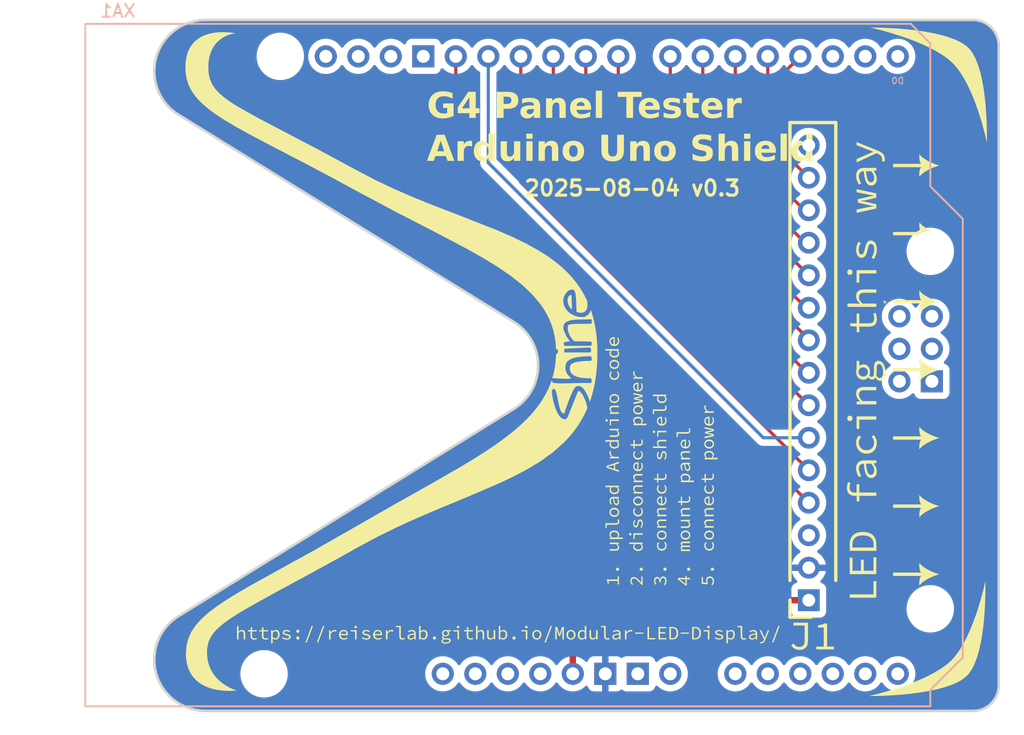
<source format=kicad_pcb>
(kicad_pcb (version 20241229) (generator "pcbnew") (generator_version "9.0")
  (title_block (title "G4 Panel Tester") (date "2025-08-04") (rev "v0.3") (company "MCN-NET for Reiser lab @ Janelia"))
  (layers (0 "F.Cu" signal) (2 "B.Cu" signal) (13 "F.Paste" user) (15 "B.Paste" user) (5 "F.SilkS" user "F.Silkscreen") (7 "B.SilkS" user "B.Silkscreen") (1 "F.Mask" user) (3 "B.Mask" user) (25 "Edge.Cuts" user))
  (net 0 "")
  (net 1 "/5VCC")
  (net 2 "/SCK")
  (net 3 "/COPI")
  (net 4 "/CS1")
  (net 31 "/CS0")
  (net 32 "/CS6")
  (net 33 "/CS5")
  (net 34 "/CS4")
  (net 35 "/CIPO")
  (net 36 "/CS2")
  (net 37 "/CS3")
  (net 38 "/CS7")
  (net 39 "/GND")
  (footprint "Arduino Footprints:Arduino_Uno_Shield" (layer "F.Cu") (at 167.559881 85.29)
    (property "Reference" "XA1")
    (property "Value" "Arduino_Uno_Shield")
  )
  (footprint "Connector_PinSocket_2.54mm:PinSocket_1x15_P2.54mm_Vertical" (layer "F.Cu") (at 224.105 77 180)
    (property "Reference" "J1" (hide yes))
    (property "Value" "Conn_01x15_Female")
  )
  (gr_poly (pts (xy 212.972598 63.879499) (xy 212.351451 63.879499) (xy 212.351451 64.214536) (xy 212.252124 64.214536) (xy 212.252124 63.757932) (xy 212.972598 63.757932)) (fill yes) (layer "F.SilkS"))
  (gr_poly (pts (xy 211.119525 71.884794) (xy 210.49837 71.884794) (xy 210.49837 72.219831) (xy 210.39905 72.219831) (xy 210.39905 71.763227) (xy 211.119525 71.763227)) (fill yes) (layer "F.SilkS"))
  (gr_poly (pts (xy 193.769337 79.292295) (xy 193.764939 79.431638) (xy 193.769337 79.431638) (xy 193.781873 79.419412) (xy 193.794983 79.40777) (xy 193.808619 79.396741) (xy 193.822731 79.386352) (xy 193.837268 79.376632) (xy 193.85218 79.367608) (xy 193.867419 79.35931) (xy 193.882933 79.351766) (xy 193.898673 79.345003) (xy 193.914589 79.339051) (xy 193.93063 79.333936) (xy 193.946748 79.329688) (xy 193.962892 79.326335) (xy 193.979011 79.323905) (xy 193.995057 79.322427) (xy 194.010979 79.321927) (xy 194.028925 79.322347) (xy 194.046346 79.323597) (xy 194.06324 79.325665) (xy 194.079604 79.328541) (xy 194.095435 79.332211) (xy 194.11073 79.336664) (xy 194.125485 79.341888) (xy 194.139699 79.34787) (xy 194.153367 79.3546) (xy 194.166488 79.362065) (xy 194.179057 79.370253) (xy 194.191073 79.379153) (xy 194.202531 79.388751) (xy 194.213429 79.399037) (xy 194.223765 79.409998) (xy 194.233534 79.421623) (xy 194.242735 79.433899) (xy 194.251363 79.446814) (xy 194.259417 79.460357) (xy 194.266892 79.474516) (xy 194.273787 79.489278) (xy 194.280098 79.504633) (xy 194.285822 79.520567) (xy 194.290956 79.537068) (xy 194.299443 79.571728) (xy 194.305535 79.608515) (xy 194.309208 79.647335) (xy 194.310437 79.688093) (xy 194.309989 79.710863) (xy 194.308664 79.733026) (xy 194.306484 79.754575) (xy 194.303476 79.775502) (xy 194.299665 79.795798) (xy 194.295075 79.815458) (xy 194.289732 79.834472) (xy 194.28366 79.852834) (xy 194.276885 79.870536) (xy 194.269431 79.88757) (xy 194.261323 79.903928) (xy 194.252587 79.919604) (xy 194.243246 79.934589) (xy 194.233328 79.948875) (xy 194.222855 79.962456) (xy 194.211854 79.975324) (xy 194.200349 79.987471) (xy 194.188365 79.998889) (xy 194.175927 80.009571) (xy 194.16306 80.019509) (xy 194.149789 80.028695) (xy 194.13614 80.037123) (xy 194.122136 80.044784) (xy 194.107804 80.051671) (xy 194.093167 80.057777) (xy 194.078251 80.063092) (xy 194.063082 80.067611) (xy 194.047683 80.071326) (xy 194.03208 80.074228) (xy 194.016298 80.07631) (xy 194.000361 80.077565) (xy 193.984296 80.077985) (xy 193.984246 80.078) (xy 193.970999 80.07757) (xy 193.95742 80.076292) (xy 193.943558 80.074186) (xy 193.929465 80.071271) (xy 193.915188 80.067566) (xy 193.90078 80.063091) (xy 193.886288 80.057864) (xy 193.871764 80.051906) (xy 193.857258 80.045235) (xy 193.842819 80.037871) (xy 193.828497 80.029833) (xy 193.814343 80.02114) (xy 193.800405 80.011811) (xy 193.786735 80.001867) (xy 193.773382 79.991326) (xy 193.760396 79.980207) (xy 193.755997 79.980207) (xy 193.745618 80.060209) (xy 193.647778 80.060209) (xy 193.647778 79.532422) (xy 193.769337 79.532422) (xy 193.769337 79.891187) (xy 193.782203 79.902157) (xy 193.795197 79.912276) (xy 193.808273 79.921565) (xy 193.821386 79.930043) (xy 193.83449 79.93773) (xy 193.84754 79.944646) (xy 193.86049 79.95081) (xy 193.873295 79.956241) (xy 193.885908 79.96096) (xy 193.898285 79.964986) (xy 193.910379 79.968338) (xy 193.922146 79.971037) (xy 193.93354 79.973103) (xy 193.944514 79.974553) (xy 193.955024 79.975409) (xy 193.965024 79.97569) (xy 193.976739 79.975374) (xy 193.988252 79.974431) (xy 193.999552 79.972868) (xy 194.010628 79.970692) (xy 194.021468 79.96791) (xy 194.032061 79.96453) (xy 194.042397 79.960557) (xy 194.052463 79.956) (xy 194.062249 79.950865) (xy 194.071745 79.945159) (xy 194.080937 79.93889) (xy 194.089817 79.932065) (xy 194.098371 79.92469) (xy 194.10659 79.916772) (xy 194.114462 79.90832) (xy 194.121976 79.899339) (xy 194.129121 79.889837) (xy 194.135886 79.879821) (xy 194.142259 79.869298) (xy 194.148229 79.858275) (xy 194.153786 79.846759) (xy 194.158918 79.834757) (xy 194.163615 79.822277) (xy 194.167864 79.809325) (xy 194.174976 79.782033) (xy 194.180167 79.75294) (xy 194.183346 79.722101) (xy 194.184426 79.689573) (xy 194.183725 79.660451) (xy 194.181597 79.632626) (xy 194.179987 79.619225) (xy 194.178006 79.606178) (xy 194.17565 79.593495) (xy 194.172914 79.581187) (xy 194.169793 79.569263) (xy 194.166284 79.557734) (xy 194.162381 79.546609) (xy 194.15808 79.535899) (xy 194.153376 79.525613) (xy 194.148265 79.515762) (xy 194.142742 79.506355) (xy 194.136801 79.497403) (xy 194.13044 79.488916) (xy 194.123653 79.480904) (xy 194.116435 79.473377) (xy 194.108782 79.466344) (xy 194.10069 79.459816) (xy 194.092153 79.453804) (xy 194.083167 79.448316) (xy 194.073727 79.443363) (xy 194.063829 79.438955) (xy 194.053469 79.435103) (xy 194.042641 79.431815) (xy 194.031341 79.429103) (xy 194.019564 79.426976) (xy 194.007306 79.425444) (xy 193.994562 79.424518) (xy 193.981328 79.424207) (xy 193.969257 79.424608) (xy 193.956958 79.425818) (xy 193.944445 79.427844) (xy 193.931736 79.430696) (xy 193.918843 79.434382) (xy 193.905784 79.43891) (xy 193.892572 79.444289) (xy 193.879224 79.450528) (xy 193.865754 79.457636) (xy 193.852177 79.46562) (xy 193.83851 79.47449) (xy 193.824766 79.484254) (xy 193.810962 79.494921) (xy 193.797112 79.506499) (xy 193.783232 79.518996) (xy 193.769337 79.532422) (xy 193.647778 79.532422) (xy 193.647778 79.004697) (xy 193.769337 79.004697)) (fill yes) (layer "F.SilkS"))
  (gr_poly (pts (xy 188.76307 80.060193) (xy 188.641507 80.060193) (xy 188.641511 79.439023) (xy 188.306474 79.439023) (xy 188.306474 79.339719) (xy 188.76307 79.339719)) (fill yes) (layer "F.SilkS"))
  (gr_poly (pts (xy 211.119525 60.956067) (xy 211.119525 61.113202) (xy 210.775592 61.196195) (xy 210.755716 61.200654) (xy 210.733895 61.205105) (xy 210.710129 61.209551) (xy 210.684417 61.213994) (xy 210.627156 61.222884) (xy 210.562114 61.231794) (xy 210.562114 61.23779) (xy 210.59561 61.242249) (xy 210.62716 61.2467) (xy 210.656764 61.251146) (xy 210.684422 61.25559) (xy 210.710134 61.260033) (xy 210.733899 61.264479) (xy 210.755719 61.268931) (xy 210.775592 61.273389) (xy 211.119525 61.353391) (xy 211.119525 61.510526) (xy 210.39905 61.667753) (xy 210.39905 61.546186) (xy 210.817103 61.460187) (xy 210.867321 61.450754) (xy 210.916426 61.442283) (xy 210.965532 61.434616) (xy 211.01575 61.427594) (xy 211.01575 61.421598) (xy 210.990372 61.417924) (xy 210.965324 61.413645) (xy 210.94052 61.408847) (xy 210.915871 61.403615) (xy 210.866696 61.392201) (xy 210.817103 61.380094) (xy 210.443522 61.291196) (xy 210.443522 61.169629) (xy 210.817103 61.083631) (xy 210.916426 61.058648) (xy 210.94091 61.052874) (xy 210.965532 61.047595) (xy 210.990433 61.042964) (xy 211.01575 61.039136) (xy 211.01575 61.03314) (xy 210.965532 61.024942) (xy 210.916426 61.01741) (xy 210.867321 61.009594) (xy 210.84242 61.005284) (xy 210.817103 61.000547) (xy 210.39905 60.914548) (xy 210.39905 60.801893)) (fill yes) (layer "F.SilkS"))
  (gr_poly (pts (xy 212.890717 68.011524) (xy 212.902996 68.027193) (xy 212.914545 68.043278) (xy 212.925347 68.059762) (xy 212.935385 68.076629) (xy 212.944642 68.09386) (xy 212.953099 68.111438) (xy 212.96074 68.129346) (xy 212.967547 68.147567) (xy 212.973503 68.166083) (xy 212.97859 68.184877) (xy 212.982792 68.203931) (xy 212.98609 68.223229) (xy 212.988467 68.242752) (xy 212.989906 68.262484) (xy 212.99039 68.282407) (xy 212.990405 68.282316) (xy 212.990002 68.303271) (xy 212.988798 68.323877) (xy 212.9868 68.344111) (xy 212.984015 68.363953) (xy 212.980448 68.383383) (xy 212.976108 68.402379) (xy 212.971001 68.420922) (xy 212.965133 68.43899) (xy 212.958512 68.456563) (xy 212.951144 68.47362) (xy 212.943036 68.490141) (xy 212.934195 68.506105) (xy 212.924628 68.521492) (xy 212.914341 68.53628) (xy 212.903341 68.55045) (xy 212.891635 68.563979) (xy 212.87923 68.576849) (xy 212.866132 68.589038) (xy 212.852349 68.600526) (xy 212.837886 68.611291) (xy 212.822752 68.621314) (xy 212.806952 68.630574) (xy 212.790494 68.639049) (xy 212.773384 68.64672) (xy 212.755629 68.653566) (xy 212.737236 68.659566) (xy 212.718212 68.6647) (xy 212.698563 68.668946) (xy 212.678296 68.672285) (xy 212.657418 68.674695) (xy 212.635936 68.676157) (xy 212.613856 68.676648) (xy 212.591508 68.676114) (xy 212.569773 68.674531) (xy 212.54866 68.671925) (xy 212.528172 68.668324) (xy 212.508318 68.663756) (xy 212.489104 68.658248) (xy 212.470534 68.651827) (xy 212.452617 68.644521) (xy 212.435357 68.636357) (xy 212.418762 68.627363) (xy 212.402837 68.617566) (xy 212.387588 68.606994) (xy 212.373023 68.595673) (xy 212.359147 68.583632) (xy 212.345966 68.570897) (xy 212.333487 68.557496) (xy 212.321716 68.543457) (xy 212.310659 68.528807) (xy 212.300323 68.513574) (xy 212.290713 68.497784) (xy 212.281836 68.481465) (xy 212.273698 68.464645) (xy 212.266306 68.447351) (xy 212.259665 68.429611) (xy 212.253782 68.411451) (xy 212.248663 68.392899) (xy 212.244315 68.373984) (xy 212.240743 68.354731) (xy 212.237954 68.335169) (xy 212.235954 68.315325) (xy 212.23475 68.295226) (xy 212.234347 68.2749) (xy 212.234894 68.253305) (xy 212.236498 68.232434) (xy 212.239106 68.212278) (xy 212.242662 68.192833) (xy 212.247113 68.174092) (xy 212.252404 68.156048) (xy 212.258482 68.138694) (xy 212.265291 68.122024) (xy 212.272778 68.106032) (xy 212.280888 68.09071) (xy 212.289568 68.076053) (xy 212.298762 68.062055) (xy 212.308417 68.048707) (xy 212.318478 68.036005) (xy 212.328891 68.023941) (xy 212.339602 68.01251) (xy 212.41817 68.073316) (xy 212.408685 68.084471) (xy 212.399703 68.095711) (xy 212.391237 68.10705) (xy 212.383304 68.118505) (xy 212.375918 68.13009) (xy 212.369095 68.14182) (xy 212.36285 68.153711) (xy 212.357198 68.165778) (xy 212.352153 68.178037) (xy 212.347732 68.190501) (xy 212.34395 68.203187) (xy 212.340821 68.21611) (xy 212.338361 68.229285) (xy 212.336586 68.242728) (xy 212.335509 68.256452) (xy 212.335147 68.270475) (xy 212.335475 68.285888) (xy 212.336452 68.300985) (xy 212.338068 68.315756) (xy 212.340312 68.330188) (xy 212.343172 68.34427) (xy 212.346638 68.357992) (xy 212.350699 68.371341) (xy 212.355345 68.384306) (xy 212.360563 68.396876) (xy 212.366344 68.409039) (xy 212.372677 68.420785) (xy 212.37955 68.4321) (xy 212.386953 68.442975) (xy 212.394875 68.453398) (xy 212.403306 68.463357) (xy 212.412233 68.472841) (xy 212.421647 68.481838) (xy 212.431537 68.490338) (xy 212.441891 68.498328) (xy 212.452699 68.505797) (xy 212.463951 68.512735) (xy 212.475634 68.519129) (xy 212.487739 68.524968) (xy 212.500254 68.530241) (xy 212.513169 68.534937) (xy 212.526472 68.539043) (xy 212.540153 68.542549) (xy 212.554202 68.545443) (xy 212.568606 68.547713) (xy 212.583356 68.549349) (xy 212.598441 68.550339) (xy 212.613848 68.550672) (xy 212.629118 68.550348) (xy 212.644064 68.549383) (xy 212.658676 68.547787) (xy 212.672943 68.54557) (xy 212.686855 68.542743) (xy 212.700402 68.539316) (xy 212.713573 68.5353) (xy 212.726356 68.530704) (xy 212.738742 68.525539) (xy 212.750721 68.519816) (xy 212.76228 68.513545) (xy 212.773411 68.506735) (xy 212.784101 68.499398) (xy 212.794341 68.491543) (xy 212.804121 68.483181) (xy 212.813429 68.474323) (xy 212.822254 68.464978) (xy 212.830587 68.455157) (xy 212.838417 68.44487) (xy 212.845733 68.434128) (xy 212.852525 68.42294) (xy 212.858781 68.411318) (xy 212.864492 68.399271) (xy 212.869646 68.38681) (xy 212.874234 68.373946) (xy 212.878245 68.360687) (xy 212.881667 68.347046) (xy 212.884491 68.333031) (xy 212.886706 68.318654) (xy 212.888301 68.303925) (xy 212.889266 68.288853) (xy 212.88959 68.27345) (xy 212.889128 68.256947) (xy 212.887772 68.240791) (xy 212.885564 68.224982) (xy 212.882548 68.209521) (xy 212.878767 68.194407) (xy 212.874266 68.17964) (xy 212.869087 68.165221) (xy 212.863274 68.151149) (xy 212.856871 68.137425) (xy 212.84992 68.124048) (xy 212.842466 68.111018) (xy 212.834551 68.098336) (xy 212.82622 68.086002) (xy 212.817515 68.074015) (xy 212.80848 68.062376) (xy 212.799159 68.051084) (xy 212.877726 67.99629)) (fill yes) (layer "F.SilkS"))
  (gr_poly (pts (xy 211.119525 68.141584) (xy 210.688128 68.141584) (xy 210.663389 68.142145) (xy 210.640308 68.143854) (xy 210.629387 68.145149) (xy 210.618878 68.146744) (xy 210.608779 68.148642) (xy 210.599089 68.150849) (xy 210.589808 68.153369) (xy 210.580934 68.156206) (xy 210.572465 68.159364) (xy 210.564402 68.162849) (xy 210.556743 68.166663) (xy 210.549486 68.170811) (xy 210.542632 68.175299) (xy 210.536177 68.180129) (xy 210.530123 68.185307) (xy 210.524467 68.190837) (xy 210.519208 68.196723) (xy 210.514346 68.20297) (xy 210.509878 68.209581) (xy 210.505805 68.216562) (xy 210.502125 68.223916) (xy 210.498837 68.231648) (xy 210.49594 68.239762) (xy 210.493433 68.248263) (xy 210.491314 68.257155) (xy 210.489583 68.266442) (xy 210.488239 68.276129) (xy 210.48728 68.286219) (xy 210.486705 68.296718) (xy 210.486514 68.30763) (xy 210.487018 68.323435) (xy 210.488532 68.33866) (xy 210.491058 68.353385) (xy 210.494598 68.367691) (xy 210.499154 68.381657) (xy 210.504729 68.395366) (xy 210.511324 68.408896) (xy 210.518943 68.422328) (xy 210.527586 68.435743) (xy 210.537256 68.449221) (xy 210.547956 68.462843) (xy 210.559687 68.476688) (xy 210.572451 68.490838) (xy 210.586252 68.505372) (xy 210.60109 68.520372) (xy 210.616969 68.535917) (xy 211.119525 68.535917) (xy 211.119525 68.657483) (xy 210.399043 68.657575) (xy 210.399043 68.55676) (xy 210.52209 68.546354) (xy 210.52209 68.540357) (xy 210.507317 68.526091) (xy 210.493056 68.511618) (xy 210.479368 68.496906) (xy 210.466315 68.481922) (xy 210.453956 68.466634) (xy 210.442353 68.451009) (xy 210.431566 68.435015) (xy 210.421656 68.418619) (xy 210.412685 68.401788) (xy 210.404712 68.38449) (xy 210.397799 68.366692) (xy 210.392007 68.348362) (xy 210.387396 68.329468) (xy 210.384027 68.309976) (xy 210.381961 68.289855) (xy 210.381259 68.269071) (xy 210.381554 68.253359) (xy 210.382437 68.238184) (xy 210.383907 68.223541) (xy 210.385961 68.20943) (xy 210.388597 68.195847) (xy 210.391813 68.18279) (xy 210.395606 68.170257) (xy 210.399975 68.158245) (xy 210.404917 68.146752) (xy 210.41043 68.135775) (xy 210.416513 68.125313) (xy 210.423162 68.115361) (xy 210.430375 68.105919) (xy 210.438151 68.096984) (xy 210.446488 68.088552) (xy 210.455382 68.080623) (xy 210.464833 68.073193) (xy 210.474837 68.06626) (xy 210.485392 68.059821) (xy 210.496498 68.053875) (xy 210.50815 68.048418) (xy 210.520348 68.043448) (xy 210.533088 68.038964) (xy 210.546369 68.034961) (xy 210.560189 68.031439) (xy 210.574545 68.028394) (xy 210.604858 68.023727) (xy 210.63729 68.020941) (xy 210.671824 68.020017) (xy 211.119525 68.020017)) (fill yes) (layer "F.SilkS"))
  (gr_poly (pts (xy 211.119525 67.252088) (xy 210.688128 67.252088) (xy 210.663389 67.25265) (xy 210.640308 67.254358) (xy 210.629387 67.255653) (xy 210.618878 67.257248) (xy 210.608779 67.259146) (xy 210.599089 67.261354) (xy 210.589808 67.263873) (xy 210.580934 67.26671) (xy 210.572465 67.269869) (xy 210.564402 67.273353) (xy 210.556743 67.277167) (xy 210.549486 67.281316) (xy 210.542632 67.285803) (xy 210.536177 67.290634) (xy 210.530123 67.295812) (xy 210.524467 67.301341) (xy 210.519208 67.307227) (xy 210.514346 67.313474) (xy 210.509878 67.320085) (xy 210.505805 67.327066) (xy 210.502125 67.33442) (xy 210.498837 67.342152) (xy 210.49594 67.350266) (xy 210.493433 67.358767) (xy 210.491314 67.367659) (xy 210.489583 67.376946) (xy 210.488239 67.386633) (xy 210.48728 67.396724) (xy 210.486705 67.407222) (xy 210.486514 67.418134) (xy 210.487018 67.433939) (xy 210.488532 67.449165) (xy 210.491058 67.46389) (xy 210.494598 67.478197) (xy 210.499154 67.492165) (xy 210.504729 67.505875) (xy 210.511324 67.519406) (xy 210.518943 67.53284) (xy 210.527586 67.546257) (xy 210.537256 67.559736) (xy 210.547956 67.573359) (xy 210.559687 67.587205) (xy 210.572451 67.601356) (xy 210.586252 67.615891) (xy 210.60109 67.630891) (xy 210.616969 67.646436) (xy 211.119525 67.646436) (xy 211.119525 67.768003) (xy 210.399043 67.768079) (xy 210.399043 67.667264) (xy 210.52209 67.656858) (xy 210.52209 67.650861) (xy 210.507317 67.636592) (xy 210.493056 67.622117) (xy 210.479368 67.607403) (xy 210.466315 67.592418) (xy 210.453956 67.577129) (xy 210.442353 67.561503) (xy 210.431566 67.545508) (xy 210.421656 67.529111) (xy 210.412685 67.51228) (xy 210.404712 67.494983) (xy 210.397799 67.477186) (xy 210.392007 67.458858) (xy 210.387396 67.439965) (xy 210.384027 67.420475) (xy 210.381961 67.400356) (xy 210.381259 67.379575) (xy 210.381554 67.363864) (xy 210.382437 67.348688) (xy 210.383907 67.334045) (xy 210.385961 67.319934) (xy 210.388597 67.306351) (xy 210.391813 67.293294) (xy 210.395606 67.280761) (xy 210.399975 67.268749) (xy 210.404917 67.257256) (xy 210.41043 67.246279) (xy 210.416513 67.235817) (xy 210.423162 67.225865) (xy 210.430375 67.216423) (xy 210.438151 67.207488) (xy 210.446488 67.199057) (xy 210.455382 67.191127) (xy 210.464833 67.183697) (xy 210.474837 67.176764) (xy 210.485392 67.170325) (xy 210.496498 67.164379) (xy 210.50815 67.158922) (xy 210.520348 67.153953) (xy 210.533088 67.149468) (xy 210.546369 67.145465) (xy 210.560189 67.141943) (xy 210.574545 67.138898) (xy 210.604858 67.134231) (xy 210.63729 67.131445) (xy 210.671824 67.130521) (xy 211.119525 67.130521)) (fill yes) (layer "F.SilkS"))
  (gr_poly (pts (xy 216.578896 74.457016) (xy 216.585631 74.457477) (xy 216.592217 74.458236) (xy 216.59865 74.459285) (xy 216.604924 74.460618) (xy 216.611035 74.462228) (xy 216.616977 74.464106) (xy 216.622746 74.466245) (xy 216.628337 74.468639) (xy 216.633745 74.471279) (xy 216.638966 74.474159) (xy 216.643993 74.477271) (xy 216.648823 74.480608) (xy 216.65345 74.484162) (xy 216.65787 74.487926) (xy 216.662078 74.491893) (xy 216.666068 74.496055) (xy 216.669837 74.500406) (xy 216.673378 74.504937) (xy 216.676688 74.509642) (xy 216.679761 74.514512) (xy 216.682592 74.519541) (xy 216.685177 74.524722) (xy 216.68751 74.530047) (xy 216.689588 74.535508) (xy 216.691404 74.541098) (xy 216.692954 74.546811) (xy 216.694233 74.552638) (xy 216.695237 74.558573) (xy 216.695959 74.564608) (xy 216.696397 74.570735) (xy 216.696543 74.576948) (xy 216.696397 74.583159) (xy 216.695959 74.589285) (xy 216.695236 74.595318) (xy 216.694233 74.601252) (xy 216.692953 74.607079) (xy 216.691403 74.612791) (xy 216.689587 74.618381) (xy 216.687509 74.623842) (xy 216.685175 74.629166) (xy 216.68259 74.634347) (xy 216.679759 74.639376) (xy 216.676686 74.644247) (xy 216.673376 74.648951) (xy 216.669834 74.653483) (xy 216.666065 74.657834) (xy 216.662075 74.661996) (xy 216.657867 74.665964) (xy 216.653447 74.669728) (xy 216.64882 74.673283) (xy 216.64399 74.67662) (xy 216.638962 74.679732) (xy 216.633742 74.682613) (xy 216.628334 74.685254) (xy 216.622743 74.687648) (xy 216.616974 74.689788) (xy 216.611032 74.691666) (xy 216.604921 74.693276) (xy 216.598648 74.694609) (xy 216.592215 74.695659) (xy 216.58563 74.696418) (xy 216.578895 74.696879) (xy 216.572016 74.697034) (xy 216.565003 74.696879) (xy 216.558142 74.696418) (xy 216.551437 74.695659) (xy 216.544895 74.69461) (xy 216.538518 74.693277) (xy 216.532312 74.691667) (xy 216.526282 74.689789) (xy 216.520431 74.68765) (xy 216.514765 74.685256) (xy 216.509288 74.682616) (xy 216.504006 74.679736) (xy 216.498921 74.676624) (xy 216.49404 74.673287) (xy 216.489366 74.669733) (xy 216.484905 74.665969) (xy 216.48066 74.662002) (xy 216.476637 74.65784) (xy 216.47284 74.653489) (xy 216.469274 74.648958) (xy 216.465943 74.644254) (xy 216.462852 74.639383) (xy 216.460006 74.634354) (xy 216.457409 74.629173) (xy 216.455066 74.623849) (xy 216.452981 74.618387) (xy 216.451159 74.612797) (xy 216.449605 74.607084) (xy 216.448323 74.601257) (xy 216.447318 74.595322) (xy 216.446594 74.589287) (xy 216.446156 74.58316) (xy 216.446009 74.576948) (xy 216.446156 74.570736) (xy 216.446594 74.56461) (xy 216.447318 74.558577) (xy 216.448323 74.552643) (xy 216.449605 74.546816) (xy 216.45116 74.541104) (xy 216.452982 74.535514) (xy 216.455067 74.530053) (xy 216.45741 74.524729) (xy 216.460008 74.519548) (xy 216.462854 74.514519) (xy 216.465945 74.509648) (xy 216.469276 74.504944) (xy 216.472843 74.500412) (xy 216.47664 74.496062) (xy 216.480663 74.491899) (xy 216.484908 74.487932) (xy 216.489369 74.484167) (xy 216.494043 74.480612) (xy 216.498925 74.477275) (xy 216.504009 74.474163) (xy 216.509292 74.471282) (xy 216.514768 74.468641) (xy 216.520434 74.466247) (xy 216.526285 74.464107) (xy 216.532315 74.462229) (xy 216.53852 74.460619) (xy 216.544897 74.459286) (xy 216.551439 74.458236) (xy 216.558143 74.457477) (xy 216.565004 74.457016) (xy 216.572016 74.456861)) (fill yes) (layer "F.SilkS"))
  (gr_poly (pts (xy 208.229266 79.827451) (xy 208.22943 79.83714) (xy 208.22992 79.846476) (xy 208.230729 79.855461) (xy 208.231855 79.8641) (xy 208.23329 79.872395) (xy 208.235032 79.880349) (xy 208.237074 79.887965) (xy 208.239412 79.895245) (xy 208.242041 79.902194) (xy 208.244956 79.908813) (xy 208.248152 79.915106) (xy 208.251625 79.921076) (xy 208.255369 79.926726) (xy 208.25938 79.932058) (xy 208.263652 79.937076) (xy 208.268182 79.941783) (xy 208.272963 79.946182) (xy 208.277991 79.950275) (xy 208.283261 79.954066) (xy 208.288769 79.957557) (xy 208.294508 79.960752) (xy 208.300476 79.963654) (xy 208.306666 79.966265) (xy 208.313073 79.968589) (xy 208.319694 79.970628) (xy 208.326522 79.972386) (xy 208.333553 79.973865) (xy 208.340783 79.975068) (xy 208.348206 79.975999) (xy 208.355817 79.97666) (xy 208.371585 79.977186) (xy 208.379402 79.977063) (xy 208.387291 79.976696) (xy 208.395254 79.97608) (xy 208.403293 79.975215) (xy 208.411411 79.974098) (xy 208.419609 79.972727) (xy 208.42789 79.9711) (xy 208.436255 79.969215) (xy 208.444708 79.967069) (xy 208.453249 79.964662) (xy 208.461882 79.96199) (xy 208.470608 79.959052) (xy 208.479429 79.955845) (xy 208.488348 79.952368) (xy 208.497367 79.948618) (xy 208.506488 79.944593) (xy 208.537616 80.034986) (xy 208.513404 80.044929) (xy 208.490408 80.053601) (xy 208.479182 80.057454) (xy 208.468038 80.060983) (xy 208.456903 80.064186) (xy 208.445702 80.06706) (xy 208.434363 80.069604) (xy 208.422811 80.071815) (xy 208.410973 80.073692) (xy 208.398774 80.075232) (xy 208.38614 80.076433) (xy 208.372999 80.077294) (xy 208.359276 80.077812) (xy 208.344897 80.077985) (xy 208.330783 80.077725) (xy 208.317071 80.076945) (xy 208.303765 80.075646) (xy 208.290867 80.07383) (xy 208.278381 80.071499) (xy 208.266309 80.068653) (xy 208.254655 80.065294) (xy 208.243421 80.061424) (xy 208.232611 80.057043) (xy 208.222227 80.052153) (xy 208.212272 80.046756) (xy 208.20275 80.040852) (xy 208.193663 80.034444) (xy 208.185014 80.027532) (xy 208.176807 80.020118) (xy 208.169044 80.012203) (xy 208.161729 80.003788) (xy 208.154864 79.994875) (xy 208.148452 79.985466) (xy 208.142496 79.975561) (xy 208.137 79.965162) (xy 208.131966 79.954271) (xy 208.127397 79.942888) (xy 208.123296 79.931015) (xy 208.119667 79.918654) (xy 208.116512 79.905805) (xy 208.113834 79.89247) (xy 208.111636 79.878651) (xy 208.109921 79.864348) (xy 208.108693 79.849564) (xy 208.107707 79.818555) (xy 208.107707 79.104001) (xy 207.851237 79.104001) (xy 207.851237 79.004697) (xy 208.229266 79.004697)) (fill yes) (layer "F.SilkS"))
  (gr_poly (pts (xy 211.119532 72.592359) (xy 211.024653 72.602765) (xy 211.024653 72.606763) (xy 211.035934 72.618187) (xy 211.046944 72.630201) (xy 211.057619 72.64277) (xy 211.067897 72.65586) (xy 211.077714 72.669435) (xy 211.087009 72.683462) (xy 211.095717 72.697907) (xy 211.103776 72.712734) (xy 211.111122 72.727909) (xy 211.117694 72.743397) (xy 211.123427 72.759165) (xy 211.128259 72.775178) (xy 211.132127 72.791401) (xy 211.134968 72.807799) (xy 211.136719 72.824339) (xy 211.137316 72.840986) (xy 211.137324 72.840894) (xy 211.136926 72.858357) (xy 211.135734 72.875434) (xy 211.133755 72.892116) (xy 211.130995 72.908391) (xy 211.127459 72.924248) (xy 211.123154 72.939676) (xy 211.118086 72.954664) (xy 211.112261 72.9692) (xy 211.105684 72.983273) (xy 211.098361 72.996873) (xy 211.0903 73.009988) (xy 211.081505 73.022607) (xy 211.071982 73.034719) (xy 211.061738 73.046313) (xy 211.050778 73.057377) (xy 211.039109 73.067901) (xy 211.026736 73.077873) (xy 211.013666 73.087283) (xy 210.999904 73.096119) (xy 210.985456 73.104369) (xy 210.970329 73.112024) (xy 210.954527 73.119071) (xy 210.938058 73.1255) (xy 210.920928 73.1313) (xy 210.903141 73.136459) (xy 210.884705 73.140966) (xy 210.865625 73.14481) (xy 210.845907 73.147981) (xy 210.825557 73.150466) (xy 210.804581 73.152255) (xy 210.760775 73.153699) (xy 210.739079 73.153243) (xy 210.717913 73.151893) (xy 210.69729 73.149674) (xy 210.677219 73.146614) (xy 210.65771 73.142739) (xy 210.638774 73.138074) (xy 210.620421 73.132647) (xy 210.602661 73.126483) (xy 210.585505 73.119609) (xy 210.568964 73.112052) (xy 210.553046 73.103836) (xy 210.537763 73.09499) (xy 210.523125 73.085539) (xy 210.509143 73.07551) (xy 210.495826 73.064928) (xy 210.483185 73.053821) (xy 210.47123 73.042214) (xy 210.459971 73.030134) (xy 210.44942 73.017607) (xy 210.439586 73.00466) (xy 210.430479 72.991319) (xy 210.42211 72.977609) (xy 210.414489 72.963559) (xy 210.407626 72.949193) (xy 210.401532 72.934538) (xy 210.396217 72.91962) (xy 210.391692 72.904467) (xy 210.387966 72.889104) (xy 210.385051 72.873557) (xy 210.382955 72.857852) (xy 210.38169 72.842017) (xy 210.381266 72.826078) (xy 210.381664 72.810176) (xy 210.382255 72.802442) (xy 210.483554 72.802442) (xy 210.483878 72.814043) (xy 210.484843 72.825491) (xy 210.486438 72.836772) (xy 210.488653 72.847872) (xy 210.491477 72.858777) (xy 210.4949 72.869472) (xy 210.49891 72.879944) (xy 210.503498 72.890178) (xy 210.508653 72.90016) (xy 210.514364 72.909876) (xy 210.520621 72.919312) (xy 210.527413 72.928454) (xy 210.534729 72.937287) (xy 210.542559 72.945798) (xy 210.550892 72.953973) (xy 210.559718 72.961797) (xy 210.569026 72.969256) (xy 210.578805 72.976337) (xy 210.589046 72.983024) (xy 210.599737 72.989304) (xy 210.610867 72.995163) (xy 210.622427 73.000586) (xy 210.634405 73.00556) (xy 210.646791 73.010071) (xy 210.659574 73.014103) (xy 210.672744 73.017644) (xy 210.686291 73.020679) (xy 210.700203 73.023193) (xy 210.71447 73.025174) (xy 210.729081 73.026606) (xy 210.744027 73.027475) (xy 210.759295 73.027768) (xy 210.775216 73.027539) (xy 210.79073 73.026854) (xy 210.805832 73.025716) (xy 210.820514 73.024132) (xy 210.834771 73.022104) (xy 210.848596 73.019638) (xy 210.861983 73.016738) (xy 210.874924 73.013408) (xy 210.887413 73.009652) (xy 210.899445 73.005474) (xy 210.911012 73.00088) (xy 210.922107 72.995873) (xy 210.932725 72.990458) (xy 210.942858 72.984639) (xy 210.952501 72.978421) (xy 210.961647 72.971807) (xy 210.970289 72.964802) (xy 210.97842 72.957411) (xy 210.986035 72.949638) (xy 210.993126 72.941486) (xy 210.999687 72.932961) (xy 211.005713 72.924067) (xy 211.011195 72.914809) (xy 211.016127 72.905189) (xy 211.020504 72.895214) (xy 211.024319 72.884887) (xy 211.027564 72.874212) (xy 211.030234 72.863194) (xy 211.032322 72.851837) (xy 211.033822 72.840146) (xy 211.034726 72.828125) (xy 211.035029 72.815778) (xy 211.034596 72.802472) (xy 211.033298 72.789236) (xy 211.03114 72.776073) (xy 211.028127 72.762986) (xy 211.024263 72.749977) (xy 211.019552 72.737047) (xy 211.013998 72.7242) (xy 211.007606 72.711438) (xy 211.00038 72.698764) (xy 210.992325 72.686179) (xy 210.983444 72.673686) (xy 210.973743 72.661287) (xy 210.963225 72.648985) (xy 210.951894 72.636782) (xy 210.939756 72.624681) (xy 210.926814 72.612684) (xy 210.568057 72.612684) (xy 210.557091 72.62488) (xy 210.546974 72.63701) (xy 210.537687 72.64908) (xy 210.52921 72.661092) (xy 210.521524 72.673051) (xy 210.514608 72.684963) (xy 210.508444 72.696832) (xy 210.503011 72.708661) (xy 210.498291 72.720457) (xy 210.494264 72.732222) (xy 210.49091 72.743962) (xy 210.48821 72.755682) (xy 210.486143 72.767385) (xy 210.484692 72.779076) (xy 210.483835 72.79076) (xy 210.483554 72.802442) (xy 210.382255 72.802442) (xy 210.382847 72.794705) (xy 210.384804 72.779644) (xy 210.38752 72.76497) (xy 210.390984 72.750661) (xy 210.395182 72.736696) (xy 210.4001 72.723053) (xy 210.405727 72.709709) (xy 210.412049 72.696642) (xy 210.419052 72.683832) (xy 210.426725 72.671255) (xy 210.435053 72.65889) (xy 210.444025 72.646716) (xy 210.453626 72.634709) (xy 210.463844 72.622848) (xy 210.474665 72.611112) (xy 210.474665 72.607114) (xy 210.341243 72.613111) (xy 210.064021 72.613111) (xy 210.064021 72.491544) (xy 211.119532 72.491544)) (fill yes) (layer "F.SilkS"))
  (gr_poly (pts (xy 227.326559 51.148642) (xy 227.33777 51.149437) (xy 227.348708 51.150747) (xy 227.359366 51.15256) (xy 227.369738 51.154863) (xy 227.379818 51.157645) (xy 227.389598 51.160893) (xy 227.399073 51.164596) (xy 227.408237 51.16874) (xy 227.417083 51.173314) (xy 227.425604 51.178305) (xy 227.433794 51.183701) (xy 227.441647 51.18949) (xy 227.449157 51.195661) (xy 227.456316 51.202199) (xy 227.463119 51.209094) (xy 227.46956 51.216334) (xy 227.475631 51.223905) (xy 227.481326 51.231796) (xy 227.48664 51.239994) (xy 227.491565 51.248488) (xy 227.496095 51.257265) (xy 227.500225 51.266313) (xy 227.503946 51.27562) (xy 227.507254 51.285173) (xy 227.510142 51.294961) (xy 227.512603 51.30497) (xy 227.51463 51.31519) (xy 227.516219 51.325607) (xy 227.517361 51.33621) (xy 227.518051 51.346986) (xy 227.518283 51.357923) (xy 227.518051 51.368857) (xy 227.517361 51.379631) (xy 227.516219 51.390232) (xy 227.51463 51.400647) (xy 227.512602 51.410865) (xy 227.510141 51.420874) (xy 227.507253 51.43066) (xy 227.503945 51.440213) (xy 227.500223 51.449519) (xy 227.496094 51.458567) (xy 227.491563 51.467344) (xy 227.486638 51.475838) (xy 227.481324 51.484037) (xy 227.475628 51.491928) (xy 227.469557 51.4995) (xy 227.463116 51.50674) (xy 227.456313 51.513636) (xy 227.449154 51.520175) (xy 227.441644 51.526346) (xy 227.433791 51.532137) (xy 227.4256 51.537534) (xy 227.417079 51.542526) (xy 227.408234 51.547101) (xy 227.39907 51.551246) (xy 227.389595 51.554949) (xy 227.379815 51.558198) (xy 227.369736 51.560981) (xy 227.359364 51.563285) (xy 227.348706 51.565098) (xy 227.337769 51.566409) (xy 227.326559 51.567204) (xy 227.315081 51.567472) (xy 227.303883 51.567204) (xy 227.292917 51.566409) (xy 227.282189 51.565099) (xy 227.27171 51.563286) (xy 227.261486 51.560983) (xy 227.251527 51.558201) (xy 227.241839 51.554952) (xy 227.232431 51.55125) (xy 227.223312 51.547106) (xy 227.21449 51.542532) (xy 227.205972 51.537541) (xy 227.197767 51.532145) (xy 227.189882 51.526355) (xy 227.182327 51.520185) (xy 227.175109 51.513646) (xy 227.168237 51.506751) (xy 227.161717 51.499512) (xy 227.15556 51.491941) (xy 227.149772 51.48405) (xy 227.144362 51.475851) (xy 227.139338 51.467357) (xy 227.134708 51.45858) (xy 227.130481 51.449532) (xy 227.126664 51.440226) (xy 227.123265 51.430672) (xy 227.120294 51.420885) (xy 227.117757 51.410875) (xy 227.115663 51.400656) (xy 227.11402 51.390239) (xy 227.112837 51.379636) (xy 227.112121 51.36886) (xy 227.11188 51.357923) (xy 227.112121 51.346989) (xy 227.112837 51.336215) (xy 227.11402 51.325614) (xy 227.115663 51.315199) (xy 227.117757 51.304981) (xy 227.120294 51.294972) (xy 227.123265 51.285185) (xy 227.126664 51.275633) (xy 227.130481 51.266327) (xy 227.134708 51.257279) (xy 227.139338 51.248502) (xy 227.144362 51.240008) (xy 227.149772 51.231809) (xy 227.15556 51.223918) (xy 227.161717 51.216346) (xy 227.168237 51.209106) (xy 227.175109 51.20221) (xy 227.182327 51.19567) (xy 227.189882 51.189499) (xy 227.197767 51.183709) (xy 227.205972 51.178312) (xy 227.21449 51.17332) (xy 227.223312 51.168745) (xy 227.232431 51.1646) (xy 227.241839 51.160897) (xy 227.251527 51.157648) (xy 227.261486 51.154865) (xy 227.27171 51.152561) (xy 227.282189 51.150747) (xy 227.292917 51.149437) (xy 227.303883 51.148642) (xy 227.315081 51.148374)) (fill yes) (layer "F.SilkS"))
  (gr_poly (pts (xy 214.825671 70.814359) (xy 214.699664 70.824766) (xy 214.699664 70.830762) (xy 214.715203 70.844523) (xy 214.730102 70.858585) (xy 214.744311 70.872967) (xy 214.757779 70.887693) (xy 214.770457 70.902785) (xy 214.782295 70.918263) (xy 214.793242 70.934149) (xy 214.803249 70.950466) (xy 214.812266 70.967234) (xy 214.820243 70.984476) (xy 214.82713 71.002213) (xy 214.832876 71.020467) (xy 214.837433 71.03926) (xy 214.84075 71.058614) (xy 214.842776 71.078549) (xy 214.843462 71.099066) (xy 214.843168 71.114873) (xy 214.842284 71.130175) (xy 214.840814 71.144935) (xy 214.838761 71.159157) (xy 214.836125 71.172842) (xy 214.832909 71.185994) (xy 214.829115 71.198615) (xy 214.824747 71.210708) (xy 214.819804 71.222276) (xy 214.814291 71.233322) (xy 214.808209 71.243847) (xy 214.80156 71.253855) (xy 214.794346 71.263349) (xy 214.78657 71.272331) (xy 214.778234 71.280804) (xy 214.769339 71.28877) (xy 214.759889 71.296233) (xy 214.749885 71.303194) (xy 214.739329 71.309658) (xy 214.728224 71.315625) (xy 214.716571 71.3211) (xy 214.704374 71.326084) (xy 214.691634 71.330581) (xy 214.678352 71.334594) (xy 214.664533 71.338124) (xy 214.650177 71.341174) (xy 214.619864 71.345848) (xy 214.587432 71.348636) (xy 214.552897 71.349561) (xy 214.105197 71.349561) (xy 214.105197 71.226514) (xy 214.536593 71.226514) (xy 214.561333 71.225969) (xy 214.584413 71.224305) (xy 214.595334 71.223041) (xy 214.605843 71.221481) (xy 214.615942 71.219622) (xy 214.625632 71.217457) (xy 214.634913 71.214981) (xy 214.643788 71.21219) (xy 214.652256 71.209078) (xy 214.660319 71.20564) (xy 214.667979 71.201871) (xy 214.675235 71.197766) (xy 214.68209 71.193319) (xy 214.688544 71.188526) (xy 214.694599 71.18338) (xy 214.700255 71.177878) (xy 214.705514 71.172014) (xy 214.710376 71.165782) (xy 214.714843 71.159178) (xy 214.718916 71.152197) (xy 214.722596 71.144833) (xy 214.725884 71.137081) (xy 214.728781 71.128936) (xy 214.731289 71.120393) (xy 214.733407 71.111446) (xy 214.735138 71.102091) (xy 214.736483 71.092322) (xy 214.737442 71.082135) (xy 214.738016 71.071524) (xy 214.738208 71.060483) (xy 214.737735 71.045167) (xy 214.736305 71.030313) (xy 214.733898 71.015858) (xy 214.730495 71.001743) (xy 214.726074 70.987906) (xy 214.720618 70.974286) (xy 214.714107 70.960822) (xy 214.706521 70.947454) (xy 214.69784 70.93412) (xy 214.688045 70.920759) (xy 214.677117 70.907311) (xy 214.665035 70.893714) (xy 214.65178 70.879908) (xy 214.637333 70.865831) (xy 214.621675 70.851423) (xy 214.604785 70.836622) (xy 214.105197 70.836622) (xy 214.105197 70.715055) (xy 214.825671 70.715055)) (fill yes) (layer "F.SilkS"))
  (gr_poly (pts (xy 212.582832 68.887339) (xy 212.593103 68.887719) (xy 212.603098 68.888309) (xy 212.612745 68.889076) (xy 212.621976 68.889983) (xy 212.63072 68.890996) (xy 212.638909 68.89208) (xy 212.646472 68.893201) (xy 212.646472 69.460981) (xy 212.661524 69.459298) (xy 212.676107 69.457037) (xy 212.69022 69.45421) (xy 212.703863 69.450829) (xy 212.717034 69.446905) (xy 212.729733 69.442452) (xy 212.741961 69.437482) (xy 212.753715 69.432006) (xy 212.764996 69.426037) (xy 212.775803 69.419588) (xy 212.786136 69.41267) (xy 212.795994 69.405295) (xy 212.805376 69.397477) (xy 212.814282 69.389226) (xy 212.822711 69.380556) (xy 212.830663 69.371478) (xy 212.838138 69.362006) (xy 212.845134 69.35215) (xy 212.851652 69.341923) (xy 212.85769 69.331338) (xy 212.863248 69.320407) (xy 212.868326 69.309141) (xy 212.872922 69.297554) (xy 212.877038 69.285657) (xy 212.880671 69.273462) (xy 212.883821 69.260982) (xy 212.888672 69.235216) (xy 212.891586 69.208456) (xy 212.892558 69.180799) (xy 212.892248 69.164882) (xy 212.89133 69.149359) (xy 212.889822 69.134209) (xy 212.887741 69.119411) (xy 212.885103 69.104943) (xy 212.881927 69.090783) (xy 212.87823 69.07691) (xy 212.874029 69.063302) (xy 212.869341 69.049938) (xy 212.864185 69.036796) (xy 212.858577 69.023853) (xy 212.852534 69.01109) (xy 212.846074 68.998484) (xy 212.839215 68.986013) (xy 212.831973 68.973657) (xy 212.824366 68.961393) (xy 212.904414 68.916898) (xy 212.913197 68.930486) (xy 212.921729 68.944564) (xy 212.929965 68.959136) (xy 212.937862 68.974208) (xy 212.945378 68.989784) (xy 212.952467 69.005867) (xy 212.959088 69.022463) (xy 212.965195 69.039575) (xy 212.970747 69.057208) (xy 212.9757 69.075367) (xy 212.98001 69.094056) (xy 212.983634 69.113279) (xy 212.986528 69.13304) (xy 212.988648 69.153345) (xy 212.989953 69.174196) (xy 212.990397 69.1956) (xy 212.990412 69.195554) (xy 212.990005 69.21571) (xy 212.988789 69.235583) (xy 212.98677 69.255148) (xy 212.983956 69.274382) (xy 212.980353 69.293263) (xy 212.975969 69.311766) (xy 212.970811 69.329869) (xy 212.964886 69.347548) (xy 212.958201 69.364779) (xy 212.950763 69.38154) (xy 212.942579 69.397807) (xy 212.933656 69.413557) (xy 212.924002 69.428765) (xy 212.913622 69.44341) (xy 212.902525 69.457468) (xy 212.890717 69.470914) (xy 212.878206 69.483727) (xy 212.864998 69.495882) (xy 212.851101 69.507356) (xy 212.836521 69.518127) (xy 212.821266 69.52817) (xy 212.805342 69.537462) (xy 212.788757 69.545979) (xy 212.771518 69.5537) (xy 212.753632 69.560599) (xy 212.735106 69.566655) (xy 212.715947 69.571842) (xy 212.696162 69.576139) (xy 212.675758 69.579522) (xy 212.654742 69.581967) (xy 212.633122 69.583451) (xy 212.610904 69.583951) (xy 212.589215 69.583444) (xy 212.568075 69.58194) (xy 212.547491 69.579468) (xy 212.527474 69.576059) (xy 212.508032 69.571739) (xy 212.489175 69.566538) (xy 212.470912 69.560485) (xy 212.453252 69.553608) (xy 212.436204 69.545936) (xy 212.419778 69.537499) (xy 212.403983 69.528324) (xy 212.388828 69.51844) (xy 212.374322 69.507878) (xy 212.360475 69.496664) (xy 212.347295 69.484828) (xy 212.334793 69.472398) (xy 212.322977 69.459404) (xy 212.311856 69.445874) (xy 212.30144 69.431837) (xy 212.291737 69.417322) (xy 212.282758 69.402357) (xy 212.274511 69.386972) (xy 212.267006 69.371194) (xy 212.260252 69.355054) (xy 212.254258 69.338579) (xy 212.249033 69.321798) (xy 212.244586 69.30474) (xy 212.240927 69.287435) (xy 212.238066 69.26991) (xy 212.23601 69.252194) (xy 212.23477 69.234316) (xy 212.234355 69.216306) (xy 212.234414 69.213399) (xy 212.330699 69.213399) (xy 212.330928 69.224466) (xy 212.331616 69.235441) (xy 212.332758 69.246304) (xy 212.334353 69.257045) (xy 212.336397 69.26765) (xy 212.338887 69.278106) (xy 212.341822 69.288403) (xy 212.345199 69.298528) (xy 212.349014 69.308467) (xy 212.353264 69.31821) (xy 212.357948 69.327744) (xy 212.363063 69.337057) (xy 212.368605 69.346136) (xy 212.374573 69.35497) (xy 212.380963 69.363545) (xy 212.387772 69.37185) (xy 212.394999 69.379873) (xy 212.40264 69.387601) (xy 212.410692 69.395023) (xy 212.419153 69.402125) (xy 212.42802 69.408895) (xy 212.43729 69.415323) (xy 212.446962 69.421394) (xy 212.457031 69.427097) (xy 212.467495 69.43242) (xy 212.478352 69.437351) (xy 212.489599 69.441876) (xy 212.501233 69.445985) (xy 212.513251 69.449664) (xy 212.525651 69.452902) (xy 212.53843 69.455687) (xy 212.551585 69.458005) (xy 212.551585 68.998441) (xy 212.537908 68.999623) (xy 212.524674 69.001216) (xy 212.511882 69.003215) (xy 212.499531 69.005614) (xy 212.487621 69.008409) (xy 212.476151 69.011594) (xy 212.465121 69.015162) (xy 212.45453 69.01911) (xy 212.444378 69.023431) (xy 212.434664 69.02812) (xy 212.425387 69.033171) (xy 212.416548 69.03858) (xy 212.408145 69.044341) (xy 212.400178 69.050447) (xy 212.392646 69.056895) (xy 212.385549 69.063678) (xy 212.378887 69.070791) (xy 212.372658 69.078229) (xy 212.366863 69.085986) (xy 212.3615 69.094057) (xy 212.356569 69.102436) (xy 212.35207 69.111118) (xy 212.348002 69.120098) (xy 212.344365 69.129369) (xy 212.341158 69.138928) (xy 212.33838 69.148767) (xy 212.33603 69.158883) (xy 212.33411 69.169268) (xy 212.332616 69.179919) (xy 212.331551 69.190829) (xy 212.330912 69.201994) (xy 212.330699 69.213399) (xy 212.234414 69.213399) (xy 212.234748 69.197103) (xy 212.235919 69.178409) (xy 212.237857 69.160233) (xy 212.240548 69.14258) (xy 212.243981 69.125456) (xy 212.248143 69.108869) (xy 212.253022 69.092825) (xy 212.258607 69.07733) (xy 212.264884 69.062391) (xy 212.271841 69.048015) (xy 212.279467 69.034207) (xy 212.287749 69.020974) (xy 212.296675 69.008324) (xy 212.306232 68.996262) (xy 212.316409 68.984795) (xy 212.327193 68.97393) (xy 212.338572 68.963672) (xy 212.350534 68.954029) (xy 212.363066 68.945007) (xy 212.376157 68.936613) (xy 212.389794 68.928853) (xy 212.403965 68.921733) (xy 212.418658 68.915261) (xy 212.43386 68.909442) (xy 212.449559 68.904283) (xy 212.465743 68.899791) (xy 212.482401 68.895972) (xy 212.499519 68.892833) (xy 212.517085 68.890381) (xy 212.535087 68.88862) (xy 212.553514 68.88756) (xy 212.572352 68.887204)) (fill yes) (layer "F.SilkS"))
  (gr_poly (pts (xy 202.867133 79.322315) (xy 202.884684 79.32352) (xy 202.902043 79.325519) (xy 202.919186 79.328309) (xy 202.936085 79.33188) (xy 202.952715 79.336229) (xy 202.969049 79.341348) (xy 202.985062 79.347231) (xy 203.000728 79.353872) (xy 203.01602 79.361265) (xy 203.030913 79.369403) (xy 203.04538 79.37828) (xy 203.059395 79.387891) (xy 203.072932 79.398227) (xy 203.085966 79.409285) (xy 203.09847 79.421056) (xy 203.110418 79.433535) (xy 203.121784 79.446717) (xy 203.132542 79.460593) (xy 203.142666 79.475159) (xy 203.152129 79.490407) (xy 203.160907 79.506333) (xy 203.168972 79.522928) (xy 203.176299 79.540188) (xy 203.182861 79.558106) (xy 203.188633 79.576676) (xy 203.193589 79.595891) (xy 203.197702 79.615745) (xy 203.200946 79.636232) (xy 203.203296 79.657346) (xy 203.204725 79.67908) (xy 203.205207 79.701429) (xy 203.204725 79.72351) (xy 203.203296 79.744993) (xy 203.200946 79.765872) (xy 203.197702 79.78614) (xy 203.193589 79.80579) (xy 203.188633 79.824815) (xy 203.182861 79.843209) (xy 203.176299 79.860964) (xy 203.168972 79.878075) (xy 203.160907 79.894533) (xy 203.152129 79.910333) (xy 203.142666 79.925468) (xy 203.132542 79.93993) (xy 203.121784 79.953714) (xy 203.110418 79.966812) (xy 203.09847 79.979217) (xy 203.085966 79.990923) (xy 203.072932 80.001923) (xy 203.059395 80.01221) (xy 203.04538 80.021777) (xy 203.030913 80.030618) (xy 203.01602 80.038726) (xy 203.000728 80.046093) (xy 202.985062 80.052714) (xy 202.969049 80.058582) (xy 202.952715 80.063689) (xy 202.936085 80.068029) (xy 202.919186 80.071595) (xy 202.902043 80.074381) (xy 202.884684 80.076379) (xy 202.867133 80.077582) (xy 202.849417 80.077985) (xy 202.831702 80.077582) (xy 202.814151 80.076378) (xy 202.796792 80.07438) (xy 202.779649 80.071594) (xy 202.76275 80.068028) (xy 202.74612 80.063688) (xy 202.729786 80.05858) (xy 202.713773 80.052712) (xy 202.698107 80.046091) (xy 202.682815 80.038723) (xy 202.667922 80.030614) (xy 202.653455 80.021773) (xy 202.63944 80.012205) (xy 202.625903 80.001918) (xy 202.612869 79.990917) (xy 202.600365 79.979211) (xy 202.588417 79.966806) (xy 202.577051 79.953708) (xy 202.566293 79.939924) (xy 202.556169 79.925461) (xy 202.546706 79.910327) (xy 202.537928 79.894527) (xy 202.529863 79.878068) (xy 202.522536 79.860958) (xy 202.515974 79.843203) (xy 202.510202 79.824809) (xy 202.505246 79.805785) (xy 202.501133 79.786136) (xy 202.497889 79.765869) (xy 202.495539 79.744991) (xy 202.49411 79.723508) (xy 202.493628 79.701429) (xy 202.619635 79.701429) (xy 202.619903 79.716699) (xy 202.620701 79.731645) (xy 202.622021 79.746258) (xy 202.623854 79.760525) (xy 202.626192 79.774438) (xy 202.629026 79.787985) (xy 202.632349 79.801156) (xy 202.636151 79.81394) (xy 202.640424 79.826326) (xy 202.64516 79.838304) (xy 202.650351 79.849864) (xy 202.655987 79.860994) (xy 202.662061 79.871685) (xy 202.668565 79.881925) (xy 202.675489 79.891704) (xy 202.682825 79.901012) (xy 202.690565 79.909837) (xy 202.698701 79.91817) (xy 202.707224 79.926) (xy 202.716125 79.933315) (xy 202.725397 79.940107) (xy 202.735031 79.946363) (xy 202.745018 79.952073) (xy 202.75535 79.957228) (xy 202.766018 79.961815) (xy 202.777015 79.965826) (xy 202.788332 79.969248) (xy 202.79996 79.972072) (xy 202.811891 79.974287) (xy 202.824116 79.975882) (xy 202.836628 79.976846) (xy 202.849417 79.97717) (xy 202.862207 79.976846) (xy 202.874718 79.975882) (xy 202.886944 79.974287) (xy 202.898875 79.972072) (xy 202.910503 79.969248) (xy 202.92182 79.965826) (xy 202.932816 79.961815) (xy 202.943485 79.957228) (xy 202.953817 79.952073) (xy 202.963804 79.946363) (xy 202.973438 79.940107) (xy 202.98271 79.933315) (xy 202.991611 79.926) (xy 203.000134 79.91817) (xy 203.00827 79.909837) (xy 203.01601 79.901012) (xy 203.023346 79.891704) (xy 203.03027 79.881925) (xy 203.036774 79.871685) (xy 203.042848 79.860994) (xy 203.048484 79.849864) (xy 203.053675 79.838304) (xy 203.058411 79.826326) (xy 203.062684 79.81394) (xy 203.066486 79.801156) (xy 203.069809 79.787985) (xy 203.072643 79.774438) (xy 203.074981 79.760525) (xy 203.078134 79.731645) (xy 203.0792 79.701429) (xy 203.078932 79.686021) (xy 203.078134 79.670938) (xy 203.076814 79.656188) (xy 203.074981 79.641784) (xy 203.072643 79.627736) (xy 203.069808 79.614055) (xy 203.066486 79.600752) (xy 203.062684 79.587837) (xy 203.05841 79.575322) (xy 203.053674 79.563218) (xy 203.048483 79.551534) (xy 203.042847 79.540283) (xy 203.036773 79.529475) (xy 203.030269 79.51912) (xy 203.023345 79.50923) (xy 203.016009 79.499816) (xy 203.008268 79.490888) (xy 203.000132 79.482458) (xy 202.99161 79.474536) (xy 202.982708 79.467132) (xy 202.973436 79.460259) (xy 202.963803 79.453926) (xy 202.953816 79.448145) (xy 202.943484 79.442926) (xy 202.932815 79.438281) (xy 202.921818 79.434219) (xy 202.910502 79.430753) (xy 202.898874 79.427893) (xy 202.886943 79.425649) (xy 202.874718 79.424033) (xy 202.862206 79.423055) (xy 202.849417 79.422727) (xy 202.836628 79.423055) (xy 202.824116 79.424033) (xy 202.811891 79.425649) (xy 202.79996 79.427893) (xy 202.788332 79.430753) (xy 202.777015 79.434219) (xy 202.766018 79.438281) (xy 202.75535 79.442926) (xy 202.745018 79.448145) (xy 202.735031 79.453926) (xy 202.725397 79.460259) (xy 202.716125 79.467132) (xy 202.707224 79.474536) (xy 202.698701 79.482458) (xy 202.690565 79.490888) (xy 202.682825 79.499816) (xy 202.675489 79.50923) (xy 202.668565 79.51912) (xy 202.662061 79.529475) (xy 202.655987 79.540283) (xy 202.650351 79.551534) (xy 202.64516 79.563218) (xy 202.640424 79.575322) (xy 202.636151 79.587837) (xy 202.632349 79.600752) (xy 202.629026 79.614055) (xy 202.623854 79.641784) (xy 202.620701 79.670938) (xy 202.619635 79.701429) (xy 202.493628 79.701429) (xy 202.49411 79.679079) (xy 202.495539 79.657343) (xy 202.497889 79.636228) (xy 202.501133 79.61574) (xy 202.505246 79.595885) (xy 202.510202 79.57667) (xy 202.515974 79.5581) (xy 202.522536 79.540182) (xy 202.529863 79.522922) (xy 202.537928 79.506326) (xy 202.546706 79.4904) (xy 202.556169 79.475152) (xy 202.566293 79.460586) (xy 202.577051 79.44671) (xy 202.588417 79.433529) (xy 202.600365 79.42105) (xy 202.612869 79.409279) (xy 202.625903 79.398222) (xy 202.63944 79.387886) (xy 202.653455 79.378276) (xy 202.667922 79.3694) (xy 202.682815 79.361262) (xy 202.698107 79.35387) (xy 202.713773 79.347229) (xy 202.729786 79.341346) (xy 202.74612 79.336228) (xy 202.76275 79.33188) (xy 202.779649 79.328308) (xy 202.796792 79.325519) (xy 202.814151 79.323519) (xy 202.831702 79.322315) (xy 202.849417 79.321912)) (fill yes) (layer "F.SilkS"))
  (gr_poly (pts (xy 232.881595 42.408814) (xy 232.939827 42.458198) (xy 233.003098 42.507194) (xy 233.070826 42.555609) (xy 233.14243 42.603249) (xy 233.217328 42.64992) (xy 233.294939 42.695427) (xy 233.374682 42.739579) (xy 233.455976 42.782179) (xy 233.538238 42.823035) (xy 233.620888 42.861954) (xy 233.703344 42.89874) (xy 233.785025 42.9332) (xy 233.865349 42.965141) (xy 233.943735 42.994369) (xy 234.019603 43.020689) (xy 233.943735 43.047012) (xy 233.865349 43.076242) (xy 233.703344 43.142645) (xy 233.620888 43.179432) (xy 233.538238 43.21835) (xy 233.455976 43.259206) (xy 233.374682 43.301806) (xy 233.294939 43.345956) (xy 233.217328 43.391463) (xy 233.14243 43.438133) (xy 233.070826 43.485771) (xy 233.003098 43.534186) (xy 232.939827 43.583181) (xy 232.881595 43.632565) (xy 232.828982 43.682143) (xy 232.829499 43.659146) (xy 232.833116 43.597392) (xy 232.837056 43.555372) (xy 232.842935 43.507733) (xy 232.851138 43.45583) (xy 232.862055 43.40102) (xy 232.876072 43.344661) (xy 232.893577 43.288107) (xy 232.903759 43.260182) (xy 232.914958 43.232717) (xy 232.927223 43.205882) (xy 232.940602 43.179846) (xy 232.955144 43.15478) (xy 232.970897 43.130852) (xy 232.987909 43.108232) (xy 233.00623 43.08709) (xy 233.025907 43.067595) (xy 233.046989 43.049917) (xy 233.069525 43.034225) (xy 233.093562 43.020689) (xy 233.069525 43.007152) (xy 233.046989 42.99146) (xy 233.025907 42.973781) (xy 233.00623 42.954285) (xy 232.987909 42.933142) (xy 232.970897 42.910521) (xy 232.955144 42.886593) (xy 232.940602 42.861526) (xy 232.927223 42.83549) (xy 232.914958 42.808655) (xy 232.893577 42.753264) (xy 232.876072 42.696712) (xy 232.862055 42.640353) (xy 232.851138 42.585544) (xy 232.842935 42.533642) (xy 232.833116 42.443984) (xy 232.828982 42.359236)) (fill yes) (layer "F.SilkS"))
  (gr_poly (pts (xy 208.663089 65.359006) (xy 208.656895 65.376909) (xy 208.651642 65.393211) (xy 208.649357 65.400957) (xy 208.647293 65.408538) (xy 208.645447 65.416031) (xy 208.643814 65.423515) (xy 208.642389 65.431067) (xy 208.641169 65.438767) (xy 208.640148 65.446692) (xy 208.639323 65.45492) (xy 208.638689 65.46353) (xy 208.638241 65.472599) (xy 208.637976 65.482206) (xy 208.637889 65.492429) (xy 208.638558 65.51265) (xy 208.640602 65.532716) (xy 208.644075 65.552612) (xy 208.649031 65.572322) (xy 208.655524 65.591833) (xy 208.663609 65.611128) (xy 208.673341 65.630193) (xy 208.684772 65.649013) (xy 208.697959 65.667572) (xy 208.712954 65.685855) (xy 208.729812 65.703848) (xy 208.748588 65.721535) (xy 208.769335 65.738901) (xy 208.792109 65.755931) (xy 208.816963 65.77261) (xy 208.843951 65.788923) (xy 209.266452 65.788923) (xy 209.266452 65.910489) (xy 208.54597 65.910032) (xy 208.54597 65.809217) (xy 208.716456 65.79881) (xy 208.716456 65.794813) (xy 208.695286 65.780208) (xy 208.675168 65.764759) (xy 208.656143 65.748489) (xy 208.638257 65.731421) (xy 208.621552 65.71358) (xy 208.606072 65.69499) (xy 208.59186 65.675674) (xy 208.578959 65.655656) (xy 208.567414 65.634961) (xy 208.557267 65.613612) (xy 208.548562 65.591633) (xy 208.541342 65.569048) (xy 208.535651 65.545881) (xy 208.531533 65.522156) (xy 208.52903 65.497896) (xy 208.528186 65.473127) (xy 208.528274 65.463231) (xy 208.528547 65.453529) (xy 208.529016 65.444008) (xy 208.529691 65.434655) (xy 208.530583 65.425456) (xy 208.531702 65.416399) (xy 208.533061 65.407471) (xy 208.53467 65.39866) (xy 208.536539 65.389952) (xy 208.538679 65.381334) (xy 208.541102 65.372794) (xy 208.543819 65.364319) (xy 208.546839 65.355896) (xy 208.550174 65.347511) (xy 208.553836 65.339153) (xy 208.557833 65.330808)) (fill yes) (layer "F.SilkS"))
  (gr_poly (pts (xy 216.288978 62.66099) (xy 216.29925 62.66137) (xy 216.309244 62.66196) (xy 216.318891 62.662727) (xy 216.328122 62.663634) (xy 216.336867 62.664647) (xy 216.345055 62.665732) (xy 216.352618 62.666852) (xy 216.352618 63.234632) (xy 216.367671 63.23295) (xy 216.382254 63.230689) (xy 216.396367 63.227862) (xy 216.410009 63.22448) (xy 216.42318 63.220557) (xy 216.43588 63.216105) (xy 216.448107 63.211135) (xy 216.459861 63.205659) (xy 216.471142 63.199691) (xy 216.481949 63.193242) (xy 216.492282 63.186324) (xy 216.50214 63.17895) (xy 216.511522 63.171132) (xy 216.520428 63.162882) (xy 216.528857 63.154212) (xy 216.53681 63.145135) (xy 216.544284 63.135663) (xy 216.551281 63.125807) (xy 216.557798 63.115581) (xy 216.563836 63.104996) (xy 216.569394 63.094065) (xy 216.574472 63.082799) (xy 216.579069 63.071211) (xy 216.583184 63.059314) (xy 216.586817 63.047119) (xy 216.589967 63.034639) (xy 216.594818 63.008872) (xy 216.597732 62.982109) (xy 216.598704 62.95445) (xy 216.598394 62.938533) (xy 216.597477 62.92301) (xy 216.595968 62.90786) (xy 216.593887 62.893062) (xy 216.591249 62.878594) (xy 216.588073 62.864434) (xy 216.584376 62.850561) (xy 216.580175 62.836953) (xy 216.575488 62.823589) (xy 216.570331 62.810447) (xy 216.564723 62.797505) (xy 216.55868 62.784741) (xy 216.55222 62.772135) (xy 216.545361 62.759665) (xy 216.538119 62.747308) (xy 216.530513 62.735044) (xy 216.61056 62.690549) (xy 216.619344 62.704137) (xy 216.627875 62.718215) (xy 216.636111 62.732787) (xy 216.644009 62.747859) (xy 216.651524 62.763435) (xy 216.658613 62.779518) (xy 216.665234 62.796114) (xy 216.671342 62.813226) (xy 216.676894 62.830859) (xy 216.681846 62.849018) (xy 216.686156 62.867707) (xy 216.68978 62.88693) (xy 216.692674 62.906691) (xy 216.694795 62.926996) (xy 216.696099 62.947847) (xy 216.696543 62.969251) (xy 216.696559 62.969205) (xy 216.696152 62.989363) (xy 216.694935 63.009236) (xy 216.692916 63.028803) (xy 216.690102 63.048038) (xy 216.686499 63.06692) (xy 216.682116 63.085424) (xy 216.676958 63.103528) (xy 216.671033 63.121208) (xy 216.664348 63.13844) (xy 216.65691 63.155202) (xy 216.648726 63.171469) (xy 216.639803 63.187219) (xy 216.630148 63.202429) (xy 216.619768 63.217074) (xy 216.608671 63.231132) (xy 216.596864 63.244579) (xy 216.584352 63.257392) (xy 216.571144 63.269547) (xy 216.557247 63.281022) (xy 216.542667 63.291792) (xy 216.527412 63.301835) (xy 216.511488 63.311127) (xy 216.494904 63.319645) (xy 216.477665 63.327366) (xy 216.459779 63.334266) (xy 216.441253 63.340321) (xy 216.422093 63.345509) (xy 216.402308 63.349806) (xy 216.381904 63.353188) (xy 216.360889 63.355634) (xy 216.339268 63.357118) (xy 216.31705 63.357618) (xy 216.295362 63.35711) (xy 216.274221 63.355606) (xy 216.253638 63.353135) (xy 216.23362 63.349725) (xy 216.214179 63.345405) (xy 216.195321 63.340204) (xy 216.177058 63.334151) (xy 216.159398 63.327274) (xy 216.142351 63.319603) (xy 216.125925 63.311165) (xy 216.110129 63.30199) (xy 216.094974 63.292107) (xy 216.080468 63.281544) (xy 216.066621 63.27033) (xy 216.053442 63.258494) (xy 216.040939 63.246064) (xy 216.029123 63.23307) (xy 216.018002 63.219541) (xy 216.007586 63.205504) (xy 215.997884 63.190988) (xy 215.988904 63.176024) (xy 215.980658 63.160638) (xy 215.973152 63.144861) (xy 215.966398 63.12872) (xy 215.960404 63.112245) (xy 215.955179 63.095464) (xy 215.950732 63.078407) (xy 215.947074 63.061101) (xy 215.944212 63.043576) (xy 215.942156 63.02586) (xy 215.940916 63.007983) (xy 215.940501 62.989972) (xy 215.940561 62.987058) (xy 216.036845 62.987058) (xy 216.037075 62.998132) (xy 216.037762 63.009107) (xy 216.038904 63.019971) (xy 216.040499 63.030711) (xy 216.042543 63.041316) (xy 216.045034 63.051773) (xy 216.047969 63.06207) (xy 216.051345 63.072194) (xy 216.05516 63.082134) (xy 216.059411 63.091877) (xy 216.064095 63.101411) (xy 216.069209 63.110723) (xy 216.074752 63.119803) (xy 216.080719 63.128636) (xy 216.087109 63.137211) (xy 216.093919 63.145517) (xy 216.101145 63.15354) (xy 216.108786 63.161268) (xy 216.116838 63.168689) (xy 216.125299 63.175791) (xy 216.134166 63.182562) (xy 216.143437 63.188989) (xy 216.153108 63.19506) (xy 216.163177 63.200764) (xy 216.173641 63.206087) (xy 216.184498 63.211017) (xy 216.195745 63.215543) (xy 216.207379 63.219651) (xy 216.219397 63.223331) (xy 216.231797 63.226569) (xy 216.244576 63.229353) (xy 216.257731 63.231672) (xy 216.257731 62.772107) (xy 216.244054 62.773288) (xy 216.23082 62.77488) (xy 216.218028 62.776877) (xy 216.205677 62.779276) (xy 216.193767 62.782069) (xy 216.182297 62.785253) (xy 216.171267 62.788821) (xy 216.160676 62.792767) (xy 216.150524 62.797088) (xy 216.14081 62.801776) (xy 216.131533 62.806827) (xy 216.122694 62.812235) (xy 216.114291 62.817995) (xy 216.106324 62.824101) (xy 216.098792 62.830548) (xy 216.091696 62.837331) (xy 216.085033 62.844444) (xy 216.078804 62.851881) (xy 216.073009 62.859638) (xy 216.067646 62.867709) (xy 216.062716 62.876088) (xy 216.058217 62.88477) (xy 216.054149 62.893749) (xy 216.050511 62.903021) (xy 216.047304 62.912579) (xy 216.044526 62.922418) (xy 216.042177 62.932534) (xy 216.040256 62.94292) (xy 216.038763 62.95357) (xy 216.037697 62.96448) (xy 216.037058 62.975645) (xy 216.036845 62.987058) (xy 215.940561 62.987058) (xy 215.940894 62.970768) (xy 215.942066 62.952073) (xy 215.944003 62.933895) (xy 215.946694 62.916241) (xy 215.950127 62.899117) (xy 215.954289 62.882529) (xy 215.959169 62.866483) (xy 215.964753 62.850988) (xy 215.97103 62.836048) (xy 215.977987 62.821671) (xy 215.985613 62.807862) (xy 215.993895 62.794629) (xy 216.002821 62.781978) (xy 216.012378 62.769916) (xy 216.022555 62.758449) (xy 216.033339 62.747583) (xy 216.044718 62.737325) (xy 216.05668 62.727682) (xy 216.069213 62.71866) (xy 216.082303 62.710265) (xy 216.09594 62.702505) (xy 216.110111 62.695385) (xy 216.124804 62.688912) (xy 216.140006 62.683093) (xy 216.155705 62.677935) (xy 216.17189 62.673443) (xy 216.188547 62.669624) (xy 216.205665 62.666485) (xy 216.223231 62.664032) (xy 216.241234 62.662272) (xy 216.25966 62.661211) (xy 216.278498 62.660856)) (fill yes) (layer "F.SilkS"))
  (gr_poly (pts (xy 214.825679 65.473157) (xy 214.394282 65.473157) (xy 214.369543 65.473719) (xy 214.346462 65.475427) (xy 214.335541 65.476722) (xy 214.325032 65.478317) (xy 214.314933 65.480216) (xy 214.305243 65.482423) (xy 214.295962 65.484943) (xy 214.287088 65.48778) (xy 214.278619 65.490938) (xy 214.270556 65.494422) (xy 214.262897 65.498236) (xy 214.25564 65.502385) (xy 214.248785 65.506872) (xy 214.242331 65.511703) (xy 214.236277 65.516881) (xy 214.230621 65.522411) (xy 214.225362 65.528297) (xy 214.220499 65.534543) (xy 214.216032 65.541155) (xy 214.211959 65.548135) (xy 214.208279 65.555489) (xy 214.204991 65.563222) (xy 214.202094 65.571336) (xy 214.199587 65.579837) (xy 214.197468 65.588728) (xy 214.195737 65.598016) (xy 214.194393 65.607702) (xy 214.193434 65.617793) (xy 214.192859 65.628292) (xy 214.192668 65.639203) (xy 214.193172 65.655008) (xy 214.194686 65.670233) (xy 214.197211 65.684958) (xy 214.200751 65.699264) (xy 214.205307 65.713231) (xy 214.210881 65.726939) (xy 214.217476 65.740469) (xy 214.225094 65.753902) (xy 214.233736 65.767317) (xy 214.243407 65.780795) (xy 214.254106 65.794417) (xy 214.265837 65.808262) (xy 214.278602 65.822412) (xy 214.292404 65.836946) (xy 214.307243 65.851945) (xy 214.323123 65.86749) (xy 214.825679 65.86749) (xy 214.825679 65.989057) (xy 214.105189 65.989148) (xy 214.105189 65.888334) (xy 214.228236 65.877927) (xy 214.228236 65.87193) (xy 214.213463 65.857664) (xy 214.199202 65.843192) (xy 214.185515 65.82848) (xy 214.172461 65.813496) (xy 214.160102 65.798208) (xy 214.148499 65.782583) (xy 214.137712 65.766588) (xy 214.127803 65.750192) (xy 214.118831 65.733361) (xy 214.110858 65.716063) (xy 214.103946 65.698266) (xy 214.098153 65.679936) (xy 214.093542 65.661041) (xy 214.090173 65.64155) (xy 214.088107 65.621428) (xy 214.087405 65.600644) (xy 214.0877 65.584933) (xy 214.088583 65.569757) (xy 214.090053 65.555115) (xy 214.092107 65.541003) (xy 214.094743 65.52742) (xy 214.097959 65.514364) (xy 214.101752 65.501831) (xy 214.106121 65.489819) (xy 214.111063 65.478326) (xy 214.116577 65.467349) (xy 214.122659 65.456886) (xy 214.129308 65.446935) (xy 214.136521 65.437493) (xy 214.144298 65.428557) (xy 214.152634 65.420126) (xy 214.161528 65.412196) (xy 214.170979 65.404766) (xy 214.180983 65.397833) (xy 214.191539 65.391395) (xy 214.202644 65.385448) (xy 214.214296 65.379991) (xy 214.226494 65.375022) (xy 214.239234 65.370537) (xy 214.252515 65.366535) (xy 214.266335 65.363012) (xy 214.280691 65.359968) (xy 214.311004 65.355301) (xy 214.343436 65.352515) (xy 214.37797 65.35159) (xy 214.825679 65.35159)) (fill yes) (layer "F.SilkS"))
  (gr_poly (pts (xy 232.891818 52.946653) (xy 232.940742 52.992613) (xy 232.995676 53.038905) (xy 233.056 53.085289) (xy 233.121092 53.131525) (xy 233.190331 53.177373) (xy 233.263097 53.222591) (xy 233.338767 53.266939) (xy 233.416722 53.310178) (xy 233.49634 53.352066) (xy 233.577 53.392364) (xy 233.738962 53.467224) (xy 233.897641 53.532837) (xy 233.974196 53.561574) (xy 234.048068 53.587278) (xy 234.298068 53.671277) (xy 234.048068 53.753278) (xy 233.974196 53.778982) (xy 233.897641 53.807719) (xy 233.819023 53.839249) (xy 233.738962 53.873331) (xy 233.658081 53.909726) (xy 233.577 53.948192) (xy 233.49634 53.988489) (xy 233.416722 54.030378) (xy 233.338767 54.073616) (xy 233.263097 54.117965) (xy 233.190331 54.163183) (xy 233.121092 54.20903) (xy 233.056 54.255267) (xy 232.995676 54.301651) (xy 232.940742 54.347943) (xy 232.891818 54.393903) (xy 232.741427 54.544309) (xy 232.741427 54.331403) (xy 232.741933 54.307163) (xy 232.743199 54.278949) (xy 232.745704 54.241861) (xy 232.749873 54.19729) (xy 232.756127 54.146627) (xy 232.764889 54.091263) (xy 232.770344 54.062253) (xy 232.776583 54.03259) (xy 232.782668 54.008099) (xy 232.790014 53.983633) (xy 232.79858 53.959241) (xy 232.808327 53.934973) (xy 232.819217 53.910877) (xy 232.83121 53.887003) (xy 232.844267 53.863399) (xy 232.858348 53.840116) (xy 232.873413 53.817202) (xy 232.889425 53.794705) (xy 232.906342 53.772677) (xy 232.924126 53.751164) (xy 232.942738 53.730218) (xy 232.962138 53.709885) (xy 232.982287 53.690217) (xy 233.003146 53.671262) (xy 232.982164 53.652314) (xy 232.961925 53.63266) (xy 232.942466 53.612348) (xy 232.923821 53.591424) (xy 232.906026 53.569937) (xy 232.889117 53.547934) (xy 232.873129 53.525462) (xy 232.858099 53.502569) (xy 232.844061 53.479301) (xy 232.831051 53.455707) (xy 232.819106 53.431833) (xy 232.80826 53.407728) (xy 232.798549 53.383437) (xy 232.790009 53.35901) (xy 232.782675 53.334493) (xy 232.776583 53.309934) (xy 232.770342 53.280249) (xy 232.764887 53.251176) (xy 232.760165 53.222897) (xy 232.756124 53.19559) (xy 232.752709 53.169435) (xy 232.752251 53.165433) (xy 232.93674 53.165433) (xy 232.938005 53.18028) (xy 232.938697 53.192601) (xy 232.939624 53.213767) (xy 232.940487 53.224663) (xy 232.941157 53.230638) (xy 232.942038 53.237134) (xy 232.943169 53.244281) (xy 232.94459 53.252205) (xy 232.94634 53.261036) (xy 232.948458 53.270902) (xy 232.954583 53.296748) (xy 232.961453 53.322441) (xy 232.969059 53.347847) (xy 232.977397 53.372833) (xy 232.986459 53.397265) (xy 232.996239 53.421009) (xy 233.00673 53.443932) (xy 233.017925 53.4659) (xy 233.029818 53.486779) (xy 233.042402 53.506435) (xy 233.055671 53.524735) (xy 233.06256 53.533335) (xy 233.069618 53.541545) (xy 233.076844 53.54935) (xy 233.084236 53.556732) (xy 233.091795 53.563675) (xy 233.099519 53.570162) (xy 233.107408 53.576176) (xy 233.11546 53.5817) (xy 233.123675 53.586719) (xy 233.132052 53.591214) (xy 233.290255 53.671308) (xy 233.132052 53.749402) (xy 233.115459 53.758916) (xy 233.099517 53.770454) (xy 233.084233 53.783883) (xy 233.069615 53.799069) (xy 233.055668 53.815879) (xy 233.042399 53.834178) (xy 233.029815 53.853833) (xy 233.017922 53.874711) (xy 233.006727 53.896678) (xy 232.996237 53.919601) (xy 232.986458 53.943345) (xy 232.977396 53.967777) (xy 232.969059 53.992764) (xy 232.961452 54.018171) (xy 232.954583 54.043866) (xy 232.948458 54.069715) (xy 232.946342 54.079574) (xy 232.944595 54.088401) (xy 232.943179 54.096324) (xy 232.942053 54.103472) (xy 232.941177 54.109971) (xy 232.940513 54.115949) (xy 232.94002 54.121534) (xy 232.939658 54.126853) (xy 232.938734 54.148029) (xy 232.938029 54.160343) (xy 232.937477 54.167378) (xy 232.93674 54.175168) (xy 232.985647 54.137102) (xy 233.036153 54.099727) (xy 233.088138 54.063082) (xy 233.141478 54.027206) (xy 233.196053 53.992141) (xy 233.25174 53.957925) (xy 233.365964 53.892202) (xy 233.483175 53.830355) (xy 233.6024 53.772704) (xy 233.722663 53.719567) (xy 233.84299 53.671262) (xy 233.722611 53.622881) (xy 233.602342 53.569541) (xy 233.483142 53.511599) (xy 233.424242 53.481015) (xy 233.365969 53.449415) (xy 233.308444 53.416843) (xy 233.251784 53.383345) (xy 233.196111 53.348964) (xy 233.141545 53.313747) (xy 233.088205 53.277738) (xy 233.03621 53.240981) (xy 232.985682 53.203521) (xy 232.93674 53.165403) (xy 232.93674 53.165433) (xy 232.752251 53.165433) (xy 232.749869 53.144612) (xy 232.747551 53.1213) (xy 232.745702 53.099679) (xy 232.743197 53.06223) (xy 232.741931 53.033701) (xy 232.741427 53.009153) (xy 232.741427 52.796262)) (fill yes) (layer "F.SilkS"))
  (gr_poly (pts (xy 209.266459 64.587064) (xy 209.17158 64.597471) (xy 209.17158 64.601468) (xy 209.182861 64.612893) (xy 209.19387 64.624906) (xy 209.204546 64.637475) (xy 209.214824 64.650565) (xy 209.224641 64.66414) (xy 209.233936 64.678168) (xy 209.242644 64.692612) (xy 209.250703 64.707439) (xy 209.258049 64.722614) (xy 209.264621 64.738103) (xy 209.270354 64.753871) (xy 209.275186 64.769883) (xy 209.279054 64.786106) (xy 209.281895 64.802505) (xy 209.283646 64.819044) (xy 209.284243 64.835691) (xy 209.284251 64.835599) (xy 209.283852 64.853062) (xy 209.282661 64.870139) (xy 209.280682 64.886821) (xy 209.277921 64.903097) (xy 209.274386 64.918954) (xy 209.270081 64.934381) (xy 209.265013 64.949369) (xy 209.259187 64.963905) (xy 209.252611 64.977978) (xy 209.245288 64.991578) (xy 209.237227 65.004693) (xy 209.228432 65.017312) (xy 209.218909 65.029424) (xy 209.208665 65.041018) (xy 209.197705 65.052082) (xy 209.186036 65.062606) (xy 209.173663 65.072578) (xy 209.160593 65.081988) (xy 209.146831 65.090824) (xy 209.132383 65.099075) (xy 209.117255 65.106729) (xy 209.101454 65.113777) (xy 209.084985 65.120206) (xy 209.067855 65.126005) (xy 209.050068 65.131164) (xy 209.031632 65.135671) (xy 209.012552 65.139516) (xy 208.992834 65.142686) (xy 208.972484 65.145171) (xy 208.951508 65.14696) (xy 208.907702 65.148404) (xy 208.886005 65.147948) (xy 208.86484 65.146598) (xy 208.844217 65.14438) (xy 208.824146 65.14132) (xy 208.804637 65.137444) (xy 208.785701 65.132779) (xy 208.767348 65.127352) (xy 208.749588 65.121188) (xy 208.732432 65.114314) (xy 208.71589 65.106757) (xy 208.699973 65.098542) (xy 208.68469 65.089695) (xy 208.670052 65.080244) (xy 208.65607 65.070215) (xy 208.642753 65.059633) (xy 208.630111 65.048526) (xy 208.618157 65.036919) (xy 208.606898 65.024839) (xy 208.596347 65.012313) (xy 208.586512 64.999365) (xy 208.577406 64.986024) (xy 208.569036 64.972315) (xy 208.561415 64.958264) (xy 208.554553 64.943898) (xy 208.548459 64.929243) (xy 208.543144 64.914326) (xy 208.538619 64.899172) (xy 208.534893 64.883809) (xy 208.531977 64.868262) (xy 208.529882 64.852558) (xy 208.528617 64.836723) (xy 208.528193 64.820783) (xy 208.528591 64.804881) (xy 208.529182 64.797147) (xy 208.630481 64.797147) (xy 208.630805 64.808748) (xy 208.631769 64.820197) (xy 208.633365 64.831478) (xy 208.63558 64.842578) (xy 208.638404 64.853482) (xy 208.641826 64.864177) (xy 208.645837 64.874649) (xy 208.650425 64.884883) (xy 208.65558 64.894865) (xy 208.661291 64.904581) (xy 208.667548 64.914017) (xy 208.674339 64.923159) (xy 208.681656 64.931992) (xy 208.689486 64.940504) (xy 208.697819 64.948678) (xy 208.706645 64.956502) (xy 208.715953 64.963961) (xy 208.725732 64.971042) (xy 208.735973 64.977729) (xy 208.746663 64.984009) (xy 208.757794 64.989868) (xy 208.769353 64.995292) (xy 208.781332 65.000265) (xy 208.793718 65.004776) (xy 208.806501 65.008808) (xy 208.819671 65.012349) (xy 208.833218 65.015384) (xy 208.84713 65.017899) (xy 208.861397 65.019879) (xy 208.876008 65.021311) (xy 208.890954 65.022181) (xy 208.906222 65.022474) (xy 208.922142 65.022244) (xy 208.937657 65.021559) (xy 208.952758 65.020422) (xy 208.967441 65.018837) (xy 208.981698 65.01681) (xy 208.995523 65.014344) (xy 209.008909 65.011443) (xy 209.021851 65.008113) (xy 209.03434 65.004357) (xy 209.046372 65.000179) (xy 209.057938 64.995585) (xy 209.069034 64.990578) (xy 209.079652 64.985163) (xy 209.089785 64.979344) (xy 209.099428 64.973126) (xy 209.108574 64.966512) (xy 209.117215 64.959507) (xy 209.125347 64.952116) (xy 209.132962 64.944343) (xy 209.140053 64.936191) (xy 209.146614 64.927667) (xy 209.152639 64.918773) (xy 209.158122 64.909514) (xy 209.163054 64.899895) (xy 209.167431 64.889919) (xy 209.171246 64.879592) (xy 209.174491 64.868917) (xy 209.177161 64.857899) (xy 209.179249 64.846543) (xy 209.180749 64.834851) (xy 209.181653 64.82283) (xy 209.181956 64.810483) (xy 209.181523 64.797177) (xy 209.180225 64.783941) (xy 209.178067 64.770778) (xy 209.175054 64.757691) (xy 209.17119 64.744682) (xy 209.166479 64.731752) (xy 209.160925 64.718906) (xy 209.154533 64.706144) (xy 209.147307 64.693469) (xy 209.139252 64.680884) (xy 209.130371 64.668391) (xy 209.12067 64.655992) (xy 209.110152 64.64369) (xy 209.098821 64.631488) (xy 209.086683 64.619386) (xy 209.073741 64.607389) (xy 208.714984 64.607389) (xy 208.704018 64.619585) (xy 208.693901 64.631716) (xy 208.684614 64.643785) (xy 208.676137 64.655797) (xy 208.668451 64.667757) (xy 208.661535 64.679668) (xy 208.655371 64.691537) (xy 208.649938 64.703367) (xy 208.645218 64.715162) (xy 208.641191 64.726927) (xy 208.637837 64.738668) (xy 208.635137 64.750387) (xy 208.63307 64.76209) (xy 208.631618 64.773782) (xy 208.630762 64.785466) (xy 208.630481 64.797147) (xy 208.529182 64.797147) (xy 208.529774 64.789411) (xy 208.531731 64.774349) (xy 208.534447 64.759675) (xy 208.537911 64.745366) (xy 208.542109 64.731401) (xy 208.547027 64.717758) (xy 208.552654 64.704414) (xy 208.558976 64.691347) (xy 208.565979 64.678537) (xy 208.573652 64.66596) (xy 208.58198 64.653596) (xy 208.590951 64.641421) (xy 208.600553 64.629414) (xy 208.610771 64.617554) (xy 208.621592 64.605817) (xy 208.621592 64.601819) (xy 208.488169 64.607816) (xy 208.210948 64.607816) (xy 208.210948 64.486249) (xy 209.266459 64.486249)) (fill yes) (layer "F.SilkS"))
  (gr_poly (pts (xy 210.184155 79.322077) (xy 210.193864 79.32235) (xy 210.203391 79.322818) (xy 210.212748 79.323492) (xy 210.22195 79.324382) (xy 210.231008 79.325501) (xy 210.239935 79.326858) (xy 210.248746 79.328464) (xy 210.257452 79.33033) (xy 210.266067 79.332468) (xy 210.274604 79.334887) (xy 210.283075 79.337599) (xy 210.291494 79.340614) (xy 210.299875 79.343944) (xy 210.308228 79.347599) (xy 210.316569 79.35159) (xy 210.288401 79.456846) (xy 210.270508 79.450536) (xy 210.254213 79.445227) (xy 210.246469 79.442933) (xy 210.238889 79.44087) (xy 210.231397 79.439033) (xy 210.223913 79.437415) (xy 210.21636 79.436011) (xy 210.208659 79.434814) (xy 210.200732 79.433818) (xy 210.192502 79.433017) (xy 210.183889 79.432404) (xy 210.174817 79.431975) (xy 210.165206 79.431721) (xy 210.154979 79.431638) (xy 210.134759 79.432307) (xy 210.114693 79.434351) (xy 210.094797 79.437823) (xy 210.075086 79.442778) (xy 210.055575 79.44927) (xy 210.036279 79.457354) (xy 210.017213 79.467084) (xy 209.998392 79.478515) (xy 209.979832 79.4917) (xy 209.961548 79.506694) (xy 209.943554 79.523552) (xy 209.925867 79.542327) (xy 209.908502 79.563075) (xy 209.891473 79.585849) (xy 209.874795 79.610703) (xy 209.858485 79.637693) (xy 209.858485 80.060193) (xy 209.736926 80.060193) (xy 209.736964 79.33978) (xy 209.837771 79.33978) (xy 209.848155 79.510267) (xy 209.852557 79.510267) (xy 209.867164 79.489089) (xy 209.882615 79.468965) (xy 209.898887 79.449936) (xy 209.915956 79.432047) (xy 209.933798 79.41534) (xy 209.952389 79.39986) (xy 209.971705 79.385648) (xy 209.991723 79.372749) (xy 210.012418 79.361205) (xy 210.033767 79.35106) (xy 210.055746 79.342357) (xy 210.07833 79.33514) (xy 210.101497 79.329451) (xy 210.125222 79.325334) (xy 210.149481 79.322832) (xy 210.17425 79.321988)) (fill yes) (layer "F.SilkS"))
  (gr_poly (pts (xy 182.467188 79.322347) (xy 182.484597 79.323597) (xy 182.501471 79.325666) (xy 182.517808 79.328543) (xy 182.533605 79.332216) (xy 182.54886 79.336674) (xy 182.563571 79.341903) (xy 182.577735 79.347894) (xy 182.591349 79.354634) (xy 182.604411 79.362111) (xy 182.616919 79.370314) (xy 182.628871 79.379231) (xy 182.640263 79.388851) (xy 182.651093 79.399162) (xy 182.66136 79.410152) (xy 182.67106 79.42181) (xy 182.680191 79.434123) (xy 182.68875 79.44708) (xy 182.696736 79.46067) (xy 182.704146 79.474881) (xy 182.710977 79.489701) (xy 182.717226 79.505119) (xy 182.722892 79.521122) (xy 182.727972 79.537699) (xy 182.736364 79.57253) (xy 182.742383 79.609517) (xy 182.746008 79.648568) (xy 182.747221 79.689588) (xy 182.746773 79.712222) (xy 182.745447 79.734258) (xy 182.743267 79.755688) (xy 182.740257 79.776503) (xy 182.736443 79.796697) (xy 182.731849 79.81626) (xy 182.7265 79.835185) (xy 182.720421 79.853465) (xy 182.713636 79.871091) (xy 182.706169 79.888056) (xy 182.698047 79.904351) (xy 182.689292 79.919969) (xy 182.679931 79.934902) (xy 182.669988 79.949142) (xy 182.659486 79.962681) (xy 182.648453 79.975511) (xy 182.63691 79.987625) (xy 182.624885 79.999014) (xy 182.612401 80.009671) (xy 182.599482 80.019588) (xy 182.586155 80.028756) (xy 182.572443 80.037169) (xy 182.55837 80.044818) (xy 182.543963 80.051695) (xy 182.529245 80.057792) (xy 182.514241 80.063102) (xy 182.498976 80.067617) (xy 182.483475 80.071329) (xy 182.467762 80.074229) (xy 182.451862 80.07631) (xy 182.435799 80.077565) (xy 182.419599 80.077985) (xy 182.406892 80.077588) (xy 182.393824 80.076404) (xy 182.380452 80.074447) (xy 182.366833 80.07173) (xy 182.353023 80.068266) (xy 182.339078 80.064068) (xy 182.325055 80.059149) (xy 182.31101 80.053521) (xy 182.297 80.0472) (xy 182.283081 80.040196) (xy 182.26931 80.032523) (xy 182.255742 80.024195) (xy 182.242435 80.015224) (xy 182.229445 80.005624) (xy 182.216828 79.995407) (xy 182.204641 79.984586) (xy 182.200243 79.984586) (xy 182.206144 80.120969) (xy 182.206144 80.364087) (xy 182.084581 80.364087) (xy 182.084603 79.532422) (xy 182.206144 79.532422) (xy 182.206144 79.891187) (xy 182.219009 79.902157) (xy 182.231997 79.912276) (xy 182.245059 79.921565) (xy 182.258145 79.930043) (xy 182.271206 79.93773) (xy 182.28419 79.944646) (xy 182.297048 79.95081) (xy 182.30973 79.956241) (xy 182.322187 79.96096) (xy 182.334368 79.964986) (xy 182.346223 79.968338) (xy 182.357702 79.971037) (xy 182.368755 79.973103) (xy 182.379333 79.974553) (xy 182.389386 79.975409) (xy 182.398863 79.97569) (xy 182.410848 79.975374) (xy 182.422614 79.974431) (xy 182.43415 79.972868) (xy 182.445446 79.970692) (xy 182.456492 79.96791) (xy 182.467276 79.96453) (xy 182.477788 79.960557) (xy 182.488018 79.956) (xy 182.497954 79.950865) (xy 182.507587 79.945159) (xy 182.516905 79.93889) (xy 182.525899 79.932065) (xy 182.534557 79.92469) (xy 182.542869 79.916772) (xy 182.550824 79.90832) (xy 182.558412 79.899339) (xy 182.565622 79.889837) (xy 182.572444 79.879821) (xy 182.578866 79.869298) (xy 182.58488 79.858275) (xy 182.590472 79.846759) (xy 182.595635 79.834757) (xy 182.600355 79.822277) (xy 182.604624 79.809325) (xy 182.60843 79.795908) (xy 182.611763 79.782033) (xy 182.616968 79.75294) (xy 182.620152 79.722101) (xy 182.621233 79.689573) (xy 182.620532 79.660451) (xy 182.618404 79.632626) (xy 182.616793 79.619225) (xy 182.614812 79.606178) (xy 182.612456 79.593495) (xy 182.60972 79.581187) (xy 182.6066 79.569263) (xy 182.603091 79.557734) (xy 182.599188 79.546609) (xy 182.594887 79.535899) (xy 182.590183 79.525613) (xy 182.585072 79.515762) (xy 182.579548 79.506355) (xy 182.573608 79.497403) (xy 182.567247 79.488916) (xy 182.56046 79.480904) (xy 182.553242 79.473377) (xy 182.545589 79.466344) (xy 182.537496 79.459816) (xy 182.528959 79.453804) (xy 182.519973 79.448316) (xy 182.510534 79.443363) (xy 182.500636 79.438955) (xy 182.490275 79.435103) (xy 182.479447 79.431815) (xy 182.468147 79.429103) (xy 182.456371 79.426976) (xy 182.444113 79.425444) (xy 182.431369 79.424518) (xy 182.418134 79.424207) (xy 182.406063 79.424608) (xy 182.393764 79.425818) (xy 182.381252 79.427844) (xy 182.368542 79.430696) (xy 182.35565 79.434382) (xy 182.34259 79.43891) (xy 182.329379 79.444289) (xy 182.31603 79.450528) (xy 182.30256 79.457636) (xy 182.288984 79.46562) (xy 182.275316 79.47449) (xy 182.261573 79.484254) (xy 182.247769 79.494921) (xy 182.233919 79.506499) (xy 182.220039 79.518996) (xy 182.206144 79.532422) (xy 182.084603 79.532422) (xy 182.084608 79.339734) (xy 182.185415 79.339734) (xy 182.195795 79.431638) (xy 182.200193 79.431638) (xy 182.213007 79.419908) (xy 182.2264 79.408634) (xy 182.240327 79.397857) (xy 182.254743 79.38762) (xy 182.269602 79.377964) (xy 182.284858 79.368929) (xy 182.300466 79.360559) (xy 182.31638 79.352893) (xy 182.332555 79.345974) (xy 182.348945 79.339843) (xy 182.365504 79.334542) (xy 182.382188 79.330111) (xy 182.398949 79.326593) (xy 182.415743 79.324029) (xy 182.432524 79.32246) (xy 182.449247 79.321927)) (fill yes) (layer "F.SilkS"))
  (gr_poly (pts (xy 212.959796 79.191465) (xy 212.48244 79.191465) (xy 212.48244 79.496854) (xy 212.885669 79.496854) (xy 212.885669 79.602109) (xy 212.48244 79.602109) (xy 212.48244 79.954938) (xy 212.97462 79.954938) (xy 212.97462 80.060193) (xy 212.35792 80.060193) (xy 212.35792 79.08769) (xy 212.959796 79.08769)) (fill yes) (layer "F.SilkS"))
  (gr_poly (pts (xy 209.284243 70.86041) (xy 209.284243 70.860392) (xy 209.284243 70.86038)) (fill yes) (layer "F.SilkS"))
  (gr_poly (pts (xy 199.995677 79.292295) (xy 199.991278 79.431638) (xy 199.995677 79.431638) (xy 200.008211 79.419412) (xy 200.021321 79.40777) (xy 200.034957 79.396741) (xy 200.049068 79.386352) (xy 200.063605 79.376632) (xy 200.078518 79.367608) (xy 200.093757 79.35931) (xy 200.109271 79.351766) (xy 200.125011 79.345003) (xy 200.140927 79.339051) (xy 200.156969 79.333936) (xy 200.173087 79.329688) (xy 200.189231 79.326335) (xy 200.205351 79.323905) (xy 200.221397 79.322427) (xy 200.237319 79.321927) (xy 200.255264 79.322347) (xy 200.272685 79.323597) (xy 200.289579 79.325665) (xy 200.305943 79.328541) (xy 200.321774 79.332211) (xy 200.337069 79.336664) (xy 200.351825 79.341888) (xy 200.366038 79.34787) (xy 200.379707 79.3546) (xy 200.392827 79.362065) (xy 200.405396 79.370253) (xy 200.417412 79.379153) (xy 200.42887 79.388751) (xy 200.439769 79.399037) (xy 200.450104 79.409998) (xy 200.459873 79.421623) (xy 200.469074 79.433899) (xy 200.477702 79.446814) (xy 200.485756 79.460357) (xy 200.493232 79.474516) (xy 200.500127 79.489278) (xy 200.506438 79.504633) (xy 200.512162 79.520567) (xy 200.517296 79.537068) (xy 200.525783 79.571728) (xy 200.531874 79.608515) (xy 200.535547 79.647335) (xy 200.536776 79.688093) (xy 200.536329 79.710863) (xy 200.535003 79.733026) (xy 200.532824 79.754575) (xy 200.529816 79.775502) (xy 200.526004 79.795798) (xy 200.521415 79.815458) (xy 200.516071 79.834472) (xy 200.51 79.852834) (xy 200.503224 79.870536) (xy 200.49577 79.88757) (xy 200.487662 79.903928) (xy 200.478926 79.919604) (xy 200.469586 79.934589) (xy 200.459667 79.948875) (xy 200.449194 79.962456) (xy 200.438193 79.975324) (xy 200.426688 79.987471) (xy 200.414704 79.998889) (xy 200.402266 80.009571) (xy 200.389399 80.019509) (xy 200.376129 80.028695) (xy 200.362479 80.037123) (xy 200.348476 80.044784) (xy 200.334143 80.051671) (xy 200.319506 80.057777) (xy 200.304591 80.063092) (xy 200.289421 80.067611) (xy 200.274022 80.071326) (xy 200.258419 80.074228) (xy 200.242637 80.07631) (xy 200.226701 80.077565) (xy 200.210635 80.077985) (xy 200.210582 80.078) (xy 200.197335 80.07757) (xy 200.183755 80.076292) (xy 200.169894 80.074186) (xy 200.1558 80.071271) (xy 200.141524 80.067566) (xy 200.127115 80.063091) (xy 200.112624 80.057864) (xy 200.0981 80.051906) (xy 200.083594 80.045235) (xy 200.069154 80.037871) (xy 200.054833 80.029833) (xy 200.040678 80.02114) (xy 200.026741 80.011811) (xy 200.013071 80.001867) (xy 199.999717 79.991326) (xy 199.986731 79.980207) (xy 199.982333 79.980207) (xy 199.971953 80.060209) (xy 199.874114 80.060209) (xy 199.874114 79.532422) (xy 199.995681 79.532422) (xy 199.995681 79.891187) (xy 200.008546 79.902157) (xy 200.021539 79.912276) (xy 200.034615 79.921565) (xy 200.047727 79.930043) (xy 200.060831 79.93773) (xy 200.07388 79.944646) (xy 200.08683 79.95081) (xy 200.099634 79.956241) (xy 200.112248 79.96096) (xy 200.124624 79.964986) (xy 200.136719 79.968338) (xy 200.148485 79.971037) (xy 200.159879 79.973103) (xy 200.170853 79.974553) (xy 200.181363 79.975409) (xy 200.191363 79.97569) (xy 200.203079 79.975374) (xy 200.214592 79.974431) (xy 200.225893 79.972868) (xy 200.236969 79.970692) (xy 200.247809 79.96791) (xy 200.258402 79.96453) (xy 200.268738 79.960557) (xy 200.278805 79.956) (xy 200.288591 79.950865) (xy 200.298086 79.945159) (xy 200.307279 79.93889) (xy 200.316159 79.932065) (xy 200.324714 79.92469) (xy 200.332933 79.916772) (xy 200.340805 79.90832) (xy 200.348319 79.899339) (xy 200.355464 79.889837) (xy 200.362228 79.879821) (xy 200.368602 79.869298) (xy 200.374572 79.858275) (xy 200.380129 79.846759) (xy 200.385261 79.834757) (xy 200.389958 79.822277) (xy 200.394207 79.809325) (xy 200.401319 79.782033) (xy 200.40651 79.75294) (xy 200.40969 79.722101) (xy 200.410769 79.689573) (xy 200.410068 79.660451) (xy 200.40794 79.632626) (xy 200.40633 79.619225) (xy 200.404349 79.606178) (xy 200.401993 79.593495) (xy 200.399257 79.581187) (xy 200.396137 79.569263) (xy 200.392627 79.557734) (xy 200.388724 79.546609) (xy 200.384423 79.535899) (xy 200.379719 79.525613) (xy 200.374608 79.515762) (xy 200.369085 79.506355) (xy 200.363145 79.497403) (xy 200.356783 79.488916) (xy 200.349996 79.480904) (xy 200.342778 79.473377) (xy 200.335125 79.466344) (xy 200.327033 79.459816) (xy 200.318496 79.453804) (xy 200.30951 79.448316) (xy 200.30007 79.443363) (xy 200.290172 79.438955) (xy 200.279812 79.435103) (xy 200.268984 79.431815) (xy 200.257684 79.429103) (xy 200.245907 79.426976) (xy 200.233649 79.425444) (xy 200.220905 79.424518) (xy 200.207671 79.424207) (xy 200.1956 79.424608) (xy 200.183301 79.425818) (xy 200.170789 79.427844) (xy 200.158079 79.430696) (xy 200.145186 79.434382) (xy 200.132127 79.43891) (xy 200.118915 79.444289) (xy 200.105567 79.450528) (xy 200.092097 79.457636) (xy 200.07852 79.46562) (xy 200.064853 79.47449) (xy 200.051109 79.484254) (xy 200.037305 79.494921) (xy 200.023455 79.506499) (xy 200.009576 79.518996) (xy 199.995681 79.532422) (xy 199.874114 79.532422) (xy 199.874114 79.004697) (xy 199.995677 79.004697)) (fill yes) (layer "F.SilkS"))
  (gr_poly (pts (xy 229.423281 66.921781) (xy 229.423277 66.92163) (xy 229.423281 66.921354)) (fill yes) (layer "F.SilkS"))
  (gr_poly (pts (xy 216.596871 72.458925) (xy 216.60915 72.474591) (xy 216.620699 72.490675) (xy 216.631501 72.507159) (xy 216.641539 72.524025) (xy 216.650795 72.541256) (xy 216.659253 72.558835) (xy 216.666894 72.576743) (xy 216.673701 72.594965) (xy 216.679657 72.613482) (xy 216.684744 72.632277) (xy 216.688946 72.651332) (xy 216.692244 72.67063) (xy 216.694621 72.690154) (xy 216.69606 72.709887) (xy 216.696543 72.72981) (xy 216.696559 72.729719) (xy 216.696156 72.750674) (xy 216.694952 72.77128) (xy 216.692954 72.791514) (xy 216.690168 72.811356) (xy 216.686602 72.830785) (xy 216.682262 72.849782) (xy 216.677155 72.868324) (xy 216.671287 72.886393) (xy 216.664666 72.903966) (xy 216.657298 72.921023) (xy 216.64919 72.937544) (xy 216.640349 72.953508) (xy 216.630782 72.968895) (xy 216.620494 72.983683) (xy 216.609495 72.997853) (xy 216.597789 73.011382) (xy 216.585383 73.024252) (xy 216.572286 73.036441) (xy 216.558502 73.047929) (xy 216.54404 73.058694) (xy 216.528906 73.068717) (xy 216.513106 73.077977) (xy 216.496648 73.086452) (xy 216.479538 73.094123) (xy 216.461783 73.100969) (xy 216.44339 73.106969) (xy 216.424366 73.112103) (xy 216.404716 73.116349) (xy 216.38445 73.119688) (xy 216.363572 73.122098) (xy 216.34209 73.12356) (xy 216.32001 73.124051) (xy 216.297661 73.123517) (xy 216.275927 73.121934) (xy 216.254813 73.119328) (xy 216.234326 73.115727) (xy 216.214472 73.111159) (xy 216.195258 73.105651) (xy 216.176688 73.09923) (xy 216.158771 73.091924) (xy 216.141511 73.08376) (xy 216.124916 73.074766) (xy 216.108991 73.064969) (xy 216.093742 73.054397) (xy 216.079177 73.043076) (xy 216.065301 73.031035) (xy 216.05212 73.0183) (xy 216.039641 73.004899) (xy 216.02787 72.99086) (xy 216.016813 72.97621) (xy 216.006477 72.960977) (xy 215.996867 72.945187) (xy 215.98799 72.928868) (xy 215.979852 72.912048) (xy 215.97246 72.894754) (xy 215.965819 72.877014) (xy 215.959936 72.858854) (xy 215.954817 72.840302) (xy 215.950469 72.821387) (xy 215.946897 72.802134) (xy 215.944108 72.782572) (xy 215.942108 72.762728) (xy 215.940904 72.742629) (xy 215.940501 72.722303) (xy 215.941048 72.700708) (xy 215.942652 72.679836) (xy 215.945259 72.659681) (xy 215.948816 72.640236) (xy 215.953267 72.621495) (xy 215.958558 72.603451) (xy 215.964636 72.586097) (xy 215.971445 72.569427) (xy 215.978932 72.553435) (xy 215.987042 72.538113) (xy 215.995722 72.523456) (xy 216.004916 72.509458) (xy 216.014571 72.49611) (xy 216.024632 72.483408) (xy 216.035045 72.471344) (xy 216.045756 72.459913) (xy 216.124324 72.520719) (xy 216.114839 72.531877) (xy 216.105857 72.543119) (xy 216.097391 72.55446) (xy 216.089458 72.565917) (xy 216.082072 72.577503) (xy 216.075249 72.589235) (xy 216.069004 72.601127) (xy 216.063351 72.613195) (xy 216.058307 72.625454) (xy 216.053886 72.637919) (xy 216.050104 72.650605) (xy 216.046975 72.663528) (xy 216.044515 72.676703) (xy 216.042739 72.690146) (xy 216.041663 72.703871) (xy 216.041301 72.717893) (xy 216.041629 72.733304) (xy 216.042606 72.748401) (xy 216.044222 72.76317) (xy 216.046466 72.777601) (xy 216.049326 72.791683) (xy 216.052792 72.805403) (xy 216.056853 72.818751) (xy 216.061499 72.831716) (xy 216.066717 72.844285) (xy 216.072498 72.856447) (xy 216.078831 72.868192) (xy 216.085704 72.879507) (xy 216.093107 72.890381) (xy 216.101029 72.900803) (xy 216.109459 72.910762) (xy 216.118387 72.920245) (xy 216.127801 72.929243) (xy 216.137691 72.937742) (xy 216.148045 72.945732) (xy 216.158853 72.953201) (xy 216.170104 72.960139) (xy 216.181788 72.966533) (xy 216.193893 72.972372) (xy 216.206408 72.977645) (xy 216.219322 72.98234) (xy 216.232626 72.986446) (xy 216.246307 72.989952) (xy 216.260356 72.992846) (xy 216.27476 72.995116) (xy 216.28951 72.996752) (xy 216.304594 72.997742) (xy 216.320002 72.998075) (xy 216.335272 72.997751) (xy 216.350217 72.996786) (xy 216.364829 72.99519) (xy 216.379097 72.992973) (xy 216.393009 72.990147) (xy 216.406556 72.98672) (xy 216.419726 72.982704) (xy 216.43251 72.978109) (xy 216.444896 72.972945) (xy 216.456874 72.967222) (xy 216.468434 72.960951) (xy 216.479564 72.954142) (xy 216.490255 72.946805) (xy 216.500495 72.938951) (xy 216.510275 72.930589) (xy 216.519583 72.921731) (xy 216.528408 72.912387) (xy 216.536741 72.902566) (xy 216.544571 72.892279) (xy 216.551887 72.881537) (xy 216.558678 72.87035) (xy 216.564935 72.858728) (xy 216.570646 72.846681) (xy 216.5758 72.83422) (xy 216.580388 72.821355) (xy 216.584399 72.808096) (xy 216.587821 72.794454) (xy 216.590645 72.780438) (xy 216.59286 72.76606) (xy 216.594455 72.75133) (xy 216.59542 72.736258) (xy 216.595744 72.720853) (xy 216.595282 72.70435) (xy 216.593925 72.688194) (xy 216.591717 72.672385) (xy 216.588702 72.656924) (xy 216.584921 72.64181) (xy 216.58042 72.627043) (xy 216.575241 72.612624) (xy 216.569428 72.598552) (xy 216.563025 72.584828) (xy 216.556074 72.571451) (xy 216.54862 72.558421) (xy 216.540705 72.545739) (xy 216.532374 72.533405) (xy 216.523669 72.521418) (xy 216.514634 72.509779) (xy 216.505313 72.498487) (xy 216.58388 72.443693)) (fill yes) (layer "F.SilkS"))
  (gr_poly (pts (xy 192.218686 79.827451) (xy 192.21885 79.83714) (xy 192.21934 79.846476) (xy 192.220149 79.855461) (xy 192.221274 79.8641) (xy 192.22271 79.872395) (xy 192.224452 79.880349) (xy 192.226494 79.887965) (xy 192.228832 79.895245) (xy 192.231461 79.902194) (xy 192.234376 79.908813) (xy 192.237572 79.915106) (xy 192.241045 79.921076) (xy 192.244789 79.926726) (xy 192.2488 79.932058) (xy 192.253072 79.937076) (xy 192.257601 79.941783) (xy 192.262382 79.946182) (xy 192.26741 79.950275) (xy 192.27268 79.954066) (xy 192.278188 79.957557) (xy 192.283927 79.960752) (xy 192.289894 79.963654) (xy 192.296084 79.966265) (xy 192.302492 79.968589) (xy 192.309112 79.970628) (xy 192.31594 79.972386) (xy 192.322971 79.973865) (xy 192.3302 79.975068) (xy 192.337623 79.975999) (xy 192.345234 79.97666) (xy 192.361001 79.977186) (xy 192.368818 79.977063) (xy 192.376707 79.976696) (xy 192.38467 79.97608) (xy 192.39271 79.975215) (xy 192.400827 79.974098) (xy 192.409025 79.972727) (xy 192.417306 79.9711) (xy 192.425671 79.969215) (xy 192.434124 79.967069) (xy 192.442665 79.964662) (xy 192.451298 79.96199) (xy 192.460024 79.959052) (xy 192.468845 79.955845) (xy 192.477764 79.952368) (xy 192.486783 79.948618) (xy 192.495904 79.944593) (xy 192.527035 80.034986) (xy 192.502825 80.044929) (xy 192.47983 80.053601) (xy 192.468604 80.057454) (xy 192.45746 80.060983) (xy 192.446325 80.064186) (xy 192.435125 80.06706) (xy 192.423786 80.069604) (xy 192.412234 80.071815) (xy 192.400395 80.073692) (xy 192.388196 80.075232) (xy 192.375562 80.076433) (xy 192.36242 80.077294) (xy 192.348697 80.077812) (xy 192.334317 80.077985) (xy 192.320202 80.077725) (xy 192.30649 80.076945) (xy 192.293183 80.075646) (xy 192.280285 80.07383) (xy 192.267798 80.071499) (xy 192.255726 80.068653) (xy 192.244072 80.065294) (xy 192.232837 80.061424) (xy 192.222027 80.057043) (xy 192.211642 80.052153) (xy 192.201688 80.046756) (xy 192.192165 80.040852) (xy 192.183078 80.034444) (xy 192.17443 80.027532) (xy 192.166222 80.020118) (xy 192.158459 80.012203) (xy 192.151144 80.003788) (xy 192.144279 79.994875) (xy 192.137867 79.985466) (xy 192.131911 79.975561) (xy 192.126415 79.965162) (xy 192.121381 79.954271) (xy 192.116812 79.942888) (xy 192.112712 79.931015) (xy 192.109083 79.918654) (xy 192.105927 79.905805) (xy 192.10325 79.89247) (xy 192.101052 79.878651) (xy 192.099338 79.864348) (xy 192.098109 79.849564) (xy 192.097123 79.818555) (xy 192.097123 79.104001) (xy 191.840657 79.104001) (xy 191.840657 79.004697) (xy 192.218686 79.004697)) (fill yes) (layer "F.SilkS"))
  (gr_poly (pts (xy 191.505155 79.322077) (xy 191.514864 79.32235) (xy 191.52439 79.322818) (xy 191.533747 79.323492) (xy 191.542948 79.324382) (xy 191.552006 79.325501) (xy 191.560933 79.326858) (xy 191.569743 79.328464) (xy 191.578449 79.33033) (xy 191.587064 79.332468) (xy 191.595601 79.334887) (xy 191.604072 79.337599) (xy 191.612492 79.340614) (xy 191.620872 79.343944) (xy 191.629226 79.347599) (xy 191.637566 79.35159) (xy 191.609395 79.456846) (xy 191.591501 79.450536) (xy 191.575205 79.445227) (xy 191.567461 79.442933) (xy 191.559882 79.44087) (xy 191.55239 79.439033) (xy 191.544906 79.437415) (xy 191.537353 79.436011) (xy 191.529653 79.434814) (xy 191.521727 79.433818) (xy 191.513496 79.433017) (xy 191.504884 79.432404) (xy 191.495811 79.431975) (xy 191.4862 79.431721) (xy 191.475972 79.431638) (xy 191.455753 79.432307) (xy 191.435688 79.434351) (xy 191.415792 79.437823) (xy 191.396081 79.442778) (xy 191.376569 79.44927) (xy 191.357273 79.457354) (xy 191.338206 79.467084) (xy 191.319385 79.478515) (xy 191.300825 79.4917) (xy 191.28254 79.506694) (xy 191.264547 79.523552) (xy 191.24686 79.542327) (xy 191.229494 79.563075) (xy 191.212465 79.585849) (xy 191.195788 79.610703) (xy 191.179478 79.637693) (xy 191.179478 80.060193) (xy 191.057919 80.060193) (xy 191.057973 79.33978) (xy 191.15878 79.33978) (xy 191.16916 79.510267) (xy 191.173558 79.510267) (xy 191.188165 79.489089) (xy 191.203616 79.468965) (xy 191.219888 79.449936) (xy 191.236957 79.432047) (xy 191.254799 79.41534) (xy 191.27339 79.39986) (xy 191.292706 79.385648) (xy 191.312724 79.372749) (xy 191.333419 79.361205) (xy 191.354768 79.35106) (xy 191.376747 79.342357) (xy 191.399331 79.33514) (xy 191.422498 79.329451) (xy 191.446223 79.325334) (xy 191.470482 79.322832) (xy 191.495251 79.321988)) (fill yes) (layer "F.SilkS"))
  (gr_poly (pts (xy 210.782847 61.768973) (xy 210.804329 61.770402) (xy 210.825207 61.772752) (xy 210.845474 61.775996) (xy 210.865123 61.78011) (xy 210.884148 61.785065) (xy 210.902541 61.790838) (xy 210.920296 61.797401) (xy 210.937406 61.804728) (xy 210.953864 61.812793) (xy 210.969664 61.821571) (xy 210.984798 61.831035) (xy 210.99926 61.841159) (xy 211.013043 61.851918) (xy 211.026141 61.863284) (xy 211.038546 61.875232) (xy 211.050252 61.887736) (xy 211.061252 61.90077) (xy 211.071539 61.914308) (xy 211.081107 61.928323) (xy 211.089948 61.94279) (xy 211.098056 61.957683) (xy 211.105424 61.972975) (xy 211.112045 61.98864) (xy 211.117912 62.004653) (xy 211.12302 62.020987) (xy 211.12736 62.037617) (xy 211.130926 62.054515) (xy 211.133712 62.071657) (xy 211.13571 62.089016) (xy 211.136914 62.106566) (xy 211.137316 62.12428) (xy 211.136914 62.141996) (xy 211.13571 62.159547) (xy 211.133712 62.176907) (xy 211.130926 62.194049) (xy 211.12736 62.210949) (xy 211.12302 62.227579) (xy 211.117912 62.243913) (xy 211.112045 62.259927) (xy 211.105424 62.275592) (xy 211.098056 62.290885) (xy 211.089948 62.305777) (xy 211.081107 62.320244) (xy 211.071539 62.334259) (xy 211.061252 62.347797) (xy 211.050252 62.36083) (xy 211.038546 62.373334) (xy 211.026141 62.385282) (xy 211.013043 62.396648) (xy 210.99926 62.407406) (xy 210.984798 62.417529) (xy 210.969664 62.426993) (xy 210.953864 62.43577) (xy 210.937406 62.443835) (xy 210.920296 62.451162) (xy 210.902541 62.457725) (xy 210.884148 62.463496) (xy 210.865123 62.468452) (xy 210.845474 62.472565) (xy 210.825207 62.475809) (xy 210.804329 62.478159) (xy 210.782847 62.479587) (xy 210.760768 62.480069) (xy 210.738419 62.479587) (xy 210.716685 62.478159) (xy 210.695571 62.475809) (xy 210.675084 62.472565) (xy 210.65523 62.468452) (xy 210.636015 62.463496) (xy 210.617446 62.457725) (xy 210.599528 62.451162) (xy 210.582269 62.443835) (xy 210.565673 62.43577) (xy 210.549748 62.426993) (xy 210.5345 62.417529) (xy 210.519935 62.407406) (xy 210.506059 62.396648) (xy 210.492878 62.385282) (xy 210.480399 62.373334) (xy 210.468628 62.36083) (xy 210.457571 62.347797) (xy 210.447234 62.334259) (xy 210.437625 62.320244) (xy 210.428748 62.305777) (xy 210.42061 62.290885) (xy 210.413217 62.275592) (xy 210.406577 62.259927) (xy 210.400694 62.243913) (xy 210.395575 62.227579) (xy 210.391227 62.210949) (xy 210.387655 62.194049) (xy 210.384866 62.176907) (xy 210.382866 62.159547) (xy 210.381662 62.141996) (xy 210.381259 62.12428) (xy 210.482066 62.12428) (xy 210.482394 62.13707) (xy 210.483372 62.149583) (xy 210.484988 62.161809) (xy 210.487231 62.17374) (xy 210.490091 62.185368) (xy 210.493558 62.196685) (xy 210.497619 62.207682) (xy 210.502264 62.218351) (xy 210.507482 62.228683) (xy 210.513263 62.238671) (xy 210.519596 62.248304) (xy 210.526469 62.257576) (xy 210.533872 62.266477) (xy 210.541795 62.275) (xy 210.550225 62.283136) (xy 210.559152 62.290876) (xy 210.568566 62.298212) (xy 210.578456 62.305136) (xy 210.58881 62.311639) (xy 210.599619 62.317713) (xy 210.61087 62.323349) (xy 210.622553 62.328539) (xy 210.634658 62.333275) (xy 210.647173 62.337548) (xy 210.660088 62.34135) (xy 210.673391 62.344672) (xy 210.701121 62.349844) (xy 210.730275 62.352997) (xy 210.760768 62.354062) (xy 210.776037 62.353794) (xy 210.790983 62.352996) (xy 210.805595 62.351677) (xy 210.819862 62.349843) (xy 210.833775 62.347505) (xy 210.847321 62.344671) (xy 210.860492 62.341348) (xy 210.873275 62.337546) (xy 210.885662 62.333272) (xy 210.89764 62.328536) (xy 210.909199 62.323345) (xy 210.92033 62.317709) (xy 210.93102 62.311634) (xy 210.941261 62.305131) (xy 210.95104 62.298207) (xy 210.960348 62.29087) (xy 210.969174 62.28313) (xy 210.977507 62.274994) (xy 210.985336 62.266471) (xy 210.992652 62.257569) (xy 210.999444 62.248297) (xy 211.0057 62.238664) (xy 211.011411 62.228677) (xy 211.016566 62.218345) (xy 211.021154 62.207676) (xy 211.025164 62.19668) (xy 211.028587 62.185363) (xy 211.03141 62.173736) (xy 211.033625 62.161805) (xy 211.03522 62.14958) (xy 211.036185 62.137069) (xy 211.036509 62.12428) (xy 211.036185 62.11149) (xy 211.03522 62.098978) (xy 211.033625 62.086752) (xy 211.03141 62.074821) (xy 211.028586 62.063192) (xy 211.025163 62.051875) (xy 211.021153 62.040878) (xy 211.016565 62.030209) (xy 211.01141 62.019877) (xy 211.005699 62.00989) (xy 210.999442 62.000256) (xy 210.99265 61.990985) (xy 210.985334 61.982083) (xy 210.977504 61.973561) (xy 210.969171 61.965425) (xy 210.960345 61.957685) (xy 210.951037 61.950349) (xy 210.941258 61.943425) (xy 210.931017 61.936922) (xy 210.920326 61.930848) (xy 210.909196 61.925212) (xy 210.897636 61.920021) (xy 210.885658 61.915286) (xy 210.873272 61.911012) (xy 210.860489 61.907211) (xy 210.847319 61.903888) (xy 210.833772 61.901054) (xy 210.81986 61.898716) (xy 210.790982 61.895564) (xy 210.760768 61.894498) (xy 210.74536 61.894766) (xy 210.730275 61.895564) (xy 210.715526 61.896884) (xy 210.701121 61.898717) (xy 210.687073 61.901055) (xy 210.673391 61.90389) (xy 210.660088 61.907212) (xy 210.647173 61.911015) (xy 210.634658 61.915288) (xy 210.622553 61.920025) (xy 210.61087 61.925215) (xy 210.599619 61.930852) (xy 210.58881 61.936926) (xy 210.578456 61.94343) (xy 210.568566 61.950354) (xy 210.559152 61.957691) (xy 210.550225 61.965431) (xy 210.541795 61.973567) (xy 210.533872 61.98209) (xy 210.526469 61.990991) (xy 210.519596 62.000263) (xy 210.513263 62.009897) (xy 210.507482 62.019884) (xy 210.502264 62.030216) (xy 210.497619 62.040884) (xy 210.493558 62.051881) (xy 210.490091 62.063197) (xy 210.487231 62.074825) (xy 210.484988 62.086756) (xy 210.483372 62.098981) (xy 210.482394 62.111492) (xy 210.482066 62.12428) (xy 210.381259 62.12428) (xy 210.381662 62.106566) (xy 210.382866 62.089016) (xy 210.384866 62.071657) (xy 210.387655 62.054515) (xy 210.391227 62.037617) (xy 210.395575 62.020987) (xy 210.400694 62.004653) (xy 210.406577 61.98864) (xy 210.413217 61.972975) (xy 210.42061 61.957683) (xy 210.428748 61.94279) (xy 210.437625 61.928323) (xy 210.447234 61.914308) (xy 210.457571 61.90077) (xy 210.468628 61.887736) (xy 210.480399 61.875232) (xy 210.492878 61.863284) (xy 210.506059 61.851918) (xy 210.519935 61.841159) (xy 210.5345 61.831035) (xy 210.549748 61.821571) (xy 210.565673 61.812793) (xy 210.582269 61.804728) (xy 210.599528 61.797401) (xy 210.617446 61.790838) (xy 210.636015 61.785065) (xy 210.65523 61.78011) (xy 210.675084 61.775996) (xy 210.695571 61.772752) (xy 210.716685 61.770402) (xy 210.738419 61.768973) (xy 210.760768 61.768491)) (fill yes) (layer "F.SilkS"))
  (gr_poly (pts (xy 212.872742 74.457016) (xy 212.879477 74.457477) (xy 212.886063 74.458236) (xy 212.892496 74.459285) (xy 212.89877 74.460618) (xy 212.904881 74.462228) (xy 212.910823 74.464106) (xy 212.916592 74.466245) (xy 212.922183 74.468639) (xy 212.927592 74.471279) (xy 212.932812 74.474159) (xy 212.937839 74.477271) (xy 212.942669 74.480608) (xy 212.947296 74.484162) (xy 212.951716 74.487926) (xy 212.955924 74.491893) (xy 212.959914 74.496055) (xy 212.963683 74.500406) (xy 212.967224 74.504937) (xy 212.970534 74.509642) (xy 212.973607 74.514512) (xy 212.976438 74.519541) (xy 212.979023 74.524722) (xy 212.981356 74.530047) (xy 212.983434 74.535508) (xy 212.98525 74.541098) (xy 212.9868 74.546811) (xy 212.988079 74.552638) (xy 212.989083 74.558573) (xy 212.989805 74.564608) (xy 212.990243 74.570735) (xy 212.99039 74.576948) (xy 212.990243 74.583159) (xy 212.989805 74.589285) (xy 212.989082 74.595318) (xy 212.988079 74.601252) (xy 212.986799 74.607079) (xy 212.985249 74.612791) (xy 212.983433 74.618381) (xy 212.981355 74.623842) (xy 212.979022 74.629166) (xy 212.976436 74.634347) (xy 212.973605 74.639376) (xy 212.970532 74.644247) (xy 212.967222 74.648951) (xy 212.96368 74.653483) (xy 212.959912 74.657834) (xy 212.955921 74.661996) (xy 212.951713 74.665964) (xy 212.947293 74.669728) (xy 212.942666 74.673283) (xy 212.937836 74.67662) (xy 212.932808 74.679732) (xy 212.927588 74.682613) (xy 212.92218 74.685254) (xy 212.916589 74.687648) (xy 212.91082 74.689788) (xy 212.904878 74.691666) (xy 212.898768 74.693276) (xy 212.892494 74.694609) (xy 212.886062 74.695659) (xy 212.879476 74.696418) (xy 212.872741 74.696879) (xy 212.865863 74.697034) (xy 212.858849 74.696879) (xy 212.851988 74.696418) (xy 212.845283 74.695659) (xy 212.838741 74.69461) (xy 212.832364 74.693277) (xy 212.826158 74.691667) (xy 212.820128 74.689789) (xy 212.814277 74.68765) (xy 212.808611 74.685256) (xy 212.803135 74.682616) (xy 212.797852 74.679736) (xy 212.792767 74.676624) (xy 212.787886 74.673287) (xy 212.783212 74.669733) (xy 212.778751 74.665969) (xy 212.774506 74.662002) (xy 212.770483 74.65784) (xy 212.766686 74.653489) (xy 212.76312 74.648958) (xy 212.759789 74.644254) (xy 212.756699 74.639383) (xy 212.753852 74.634354) (xy 212.751255 74.629173) (xy 212.748912 74.623849) (xy 212.746827 74.618387) (xy 212.745005 74.612797) (xy 212.743451 74.607084) (xy 212.742169 74.601257) (xy 212.741164 74.595322) (xy 212.74044 74.589287) (xy 212.740002 74.58316) (xy 212.739856 74.576948) (xy 212.740002 74.570736) (xy 212.74044 74.56461) (xy 212.741164 74.558577) (xy 212.742169 74.552643) (xy 212.743451 74.546816) (xy 212.745005 74.541104) (xy 212.746827 74.535514) (xy 212.748912 74.530053) (xy 212.751255 74.524729) (xy 212.753852 74.519548) (xy 212.756699 74.514519) (xy 212.759789 74.509648) (xy 212.76312 74.504944) (xy 212.766686 74.500412) (xy 212.770483 74.496062) (xy 212.774506 74.491899) (xy 212.778751 74.487932) (xy 212.783212 74.484167) (xy 212.787886 74.480612) (xy 212.792767 74.477275) (xy 212.797852 74.474163) (xy 212.803135 74.471282) (xy 212.808611 74.468641) (xy 212.814277 74.466247) (xy 212.820128 74.464107) (xy 212.826158 74.462229) (xy 212.832364 74.460619) (xy 212.838741 74.459286) (xy 212.845283 74.458236) (xy 212.851988 74.457477) (xy 212.858849 74.457016) (xy 212.865863 74.456861)) (fill yes) (layer "F.SilkS"))
  (gr_poly (pts (xy 211.102982 64.45271) (xy 211.111049 64.478024) (xy 211.118351 64.504138) (xy 211.124716 64.531242) (xy 211.127492 64.545224) (xy 211.129968 64.559525) (xy 211.132123 64.574168) (xy 211.133935 64.589177) (xy 211.135382 64.604576) (xy 211.136442 64.620388) (xy 211.137094 64.636638) (xy 211.137316 64.653348) (xy 211.137301 64.653364) (xy 211.136951 64.672683) (xy 211.135909 64.691182) (xy 211.134186 64.708875) (xy 211.131794 64.725774) (xy 211.128744 64.741894) (xy 211.125047 64.757248) (xy 211.120715 64.77185) (xy 211.115759 64.785713) (xy 211.110191 64.798851) (xy 211.104022 64.811277) (xy 211.097263 64.823006) (xy 211.089926 64.834049) (xy 211.082023 64.844422) (xy 211.073564 64.854137) (xy 211.064561 64.863209) (xy 211.055025 64.87165) (xy 211.044968 64.879475) (xy 211.034402 64.886696) (xy 211.023337 64.893328) (xy 211.011785 64.899384) (xy 210.999757 64.904877) (xy 210.987265 64.909822) (xy 210.974321 64.914231) (xy 210.960935 64.918119) (xy 210.932885 64.924383) (xy 210.903206 64.928723) (xy 210.87199 64.931248) (xy 210.839328 64.932065) (xy 210.498362 64.932065) (xy 210.498362 65.13516) (xy 210.406451 65.13516) (xy 210.39905 64.92761) (xy 210.167788 64.911313) (xy 210.167788 64.810499) (xy 210.39905 64.810499) (xy 210.39905 64.456189) (xy 210.49837 64.456189) (xy 210.49837 64.810499) (xy 210.840815 64.810499) (xy 210.864284 64.809982) (xy 210.886317 64.808379) (xy 210.906904 64.805612) (xy 210.916652 64.803767) (xy 210.926034 64.801603) (xy 210.935049 64.799108) (xy 210.943696 64.796273) (xy 210.951973 64.793089) (xy 210.959878 64.789545) (xy 210.967412 64.785632) (xy 210.974572 64.78134) (xy 210.981356 64.77666) (xy 210.987764 64.771581) (xy 210.993794 64.766094) (xy 210.999445 64.760189) (xy 211.004716 64.753856) (xy 211.009604 64.747085) (xy 211.014109 64.739867) (xy 211.01823 64.732192) (xy 211.021964 64.724051) (xy 211.025312 64.715432) (xy 211.02827 64.706328) (xy 211.030839 64.696727) (xy 211.033016 64.68662) (xy 211.0348 64.675998) (xy 211.03619 64.66485) (xy 211.037184 64.653167) (xy 211.037782 64.640939) (xy 211.037982 64.628156) (xy 211.037827 64.615541) (xy 211.037371 64.603253) (xy 211.036624 64.591274) (xy 211.035597 64.579584) (xy 211.034301 64.568164) (xy 211.032746 64.556993) (xy 211.030944 64.546052) (xy 211.028905 64.535322) (xy 211.02664 64.524782) (xy 211.02416 64.514414) (xy 211.021476 64.504198) (xy 211.018599 64.494114) (xy 211.012308 64.474265) (xy 211.005374 64.454709) (xy 211.094325 64.428006)) (fill yes) (layer "F.SilkS"))
  (gr_poly (pts (xy 184.871609 80.297376) (xy 184.761906 80.297376) (xy 185.248151 79.007642) (xy 185.357854 79.007642)) (fill yes) (layer "F.SilkS"))
  (gr_poly (pts (xy 214.825679 72.537076) (xy 214.318675 72.537076) (xy 214.303579 72.537355) (xy 214.296384 72.537706) (xy 214.289426 72.538199) (xy 214.282704 72.538835) (xy 214.276219 72.539615) (xy 214.269973 72.540541) (xy 214.263964 72.541613) (xy 214.258194 72.542833) (xy 214.252664 72.544202) (xy 214.247374 72.545721) (xy 214.242324 72.54739) (xy 214.237515 72.549212) (xy 214.232948 72.551187) (xy 214.228623 72.553316) (xy 214.22454 72.5556) (xy 214.220701 72.558041) (xy 214.217106 72.56064) (xy 214.213755 72.563397) (xy 214.210648 72.566314) (xy 214.207787 72.569392) (xy 214.205172 72.572631) (xy 214.202804 72.576034) (xy 214.200682 72.579601) (xy 214.198808 72.583333) (xy 214.197182 72.587232) (xy 214.195805 72.591298) (xy 214.194677 72.595533) (xy 214.193799 72.599937) (xy 214.193171 72.604512) (xy 214.192794 72.609259) (xy 214.192668 72.614179) (xy 214.192776 72.61884) (xy 214.193102 72.623368) (xy 214.193645 72.62777) (xy 214.194405 72.632053) (xy 214.195382 72.636222) (xy 214.196577 72.640285) (xy 214.197988 72.644247) (xy 214.199617 72.648117) (xy 214.201463 72.651899) (xy 214.203526 72.6556) (xy 214.208304 72.662788) (xy 214.21395 72.669731) (xy 214.220464 72.676483) (xy 214.227848 72.683094) (xy 214.2361 72.689617) (xy 214.24522 72.696105) (xy 214.255209 72.702608) (xy 214.266067 72.70918) (xy 214.277793 72.715872) (xy 214.303851 72.729825) (xy 214.825679 72.729825) (xy 214.825679 72.842481) (xy 214.318675 72.842481) (xy 214.303579 72.842726) (xy 214.289426 72.843474) (xy 214.282704 72.844042) (xy 214.276219 72.844742) (xy 214.269973 72.845577) (xy 214.263964 72.846548) (xy 214.258194 72.847659) (xy 214.252664 72.84891) (xy 214.247374 72.850304) (xy 214.242324 72.851844) (xy 214.237515 72.853532) (xy 214.232948 72.855369) (xy 214.228623 72.857358) (xy 214.22454 72.859502) (xy 214.220701 72.861802) (xy 214.217106 72.864261) (xy 214.213755 72.866881) (xy 214.210648 72.869664) (xy 214.207787 72.872612) (xy 214.205172 72.875727) (xy 214.202804 72.879012) (xy 214.200682 72.882469) (xy 214.198808 72.886101) (xy 214.197182 72.889908) (xy 214.195805 72.893894) (xy 214.194677 72.898061) (xy 214.193799 72.90241) (xy 214.193171 72.906945) (xy 214.192794 72.911666) (xy 214.192668 72.916578) (xy 214.193102 72.925821) (xy 214.193645 72.930297) (xy 214.194405 72.934679) (xy 214.195382 72.938973) (xy 214.196577 72.943181) (xy 214.197988 72.947308) (xy 214.199617 72.951357) (xy 214.201463 72.955333) (xy 214.203526 72.959239) (xy 214.208304 72.966856) (xy 214.21395 72.974239) (xy 214.220464 72.981418) (xy 214.227848 72.988424) (xy 214.2361 72.995287) (xy 214.24522 73.002038) (xy 214.255209 73.008706) (xy 214.266067 73.015323) (xy 214.277793 73.021919) (xy 214.290388 73.028524) (xy 214.303851 73.035169) (xy 214.825679 73.035169) (xy 214.825679 73.156736) (xy 214.105197 73.156766) (xy 214.105197 73.058973) (xy 214.200076 73.048566) (xy 214.200076 73.04556) (xy 214.187818 73.038516) (xy 214.176084 73.031252) (xy 214.164909 73.023723) (xy 214.154332 73.015884) (xy 214.144388 73.007688) (xy 214.135115 72.99909) (xy 214.12655 72.990046) (xy 214.11873 72.980508) (xy 214.111692 72.970432) (xy 214.108477 72.965179) (xy 214.105472 72.959773) (xy 214.102681 72.95421) (xy 214.100108 72.948484) (xy 214.097758 72.94259) (xy 214.095636 72.936521) (xy 214.093746 72.930272) (xy 214.092094 72.923837) (xy 214.090683 72.917211) (xy 214.089518 72.910388) (xy 214.088604 72.903362) (xy 214.087945 72.896127) (xy 214.087546 72.888678) (xy 214.087413 72.881009) (xy 214.087899 72.867976) (xy 214.088507 72.861693) (xy 214.089358 72.855565) (xy 214.090453 72.849592) (xy 214.09179 72.843773) (xy 214.093371 72.838107) (xy 214.095195 72.832594) (xy 214.097262 72.827234) (xy 214.099572 72.822025) (xy 214.102126 72.816967) (xy 214.104923 72.812059) (xy 214.107963 72.807302) (xy 214.111246 72.802694) (xy 214.114773 72.798235) (xy 214.118542 72.793924) (xy 214.122555 72.78976) (xy 214.126812 72.785744) (xy 214.131311 72.781874) (xy 214.136054 72.77815) (xy 214.14104 72.774571) (xy 214.146269 72.771137) (xy 214.157457 72.7647) (xy 214.169618 72.758836) (xy 214.182752 72.753538) (xy 214.196859 72.748803) (xy 214.21194 72.744626) (xy 214.197837 72.736798) (xy 214.184456 72.728848) (xy 214.171822 72.720724) (xy 214.159961 72.712374) (xy 214.148899 72.703746) (xy 214.138662 72.694789) (xy 214.129277 72.685449) (xy 214.120768 72.675676) (xy 214.116851 72.67061) (xy 214.113163 72.665416) (xy 214.109708 72.660088) (xy 214.106488 72.654619) (xy 214.103507 72.649002) (xy 214.100768 72.643231) (xy 214.098274 72.6373) (xy 214.09603 72.631201) (xy 214.094037 72.624929) (xy 214.092299 72.618477) (xy 214.090819 72.611839) (xy 214.089602 72.605007) (xy 214.088649 72.597976) (xy 214.087964 72.590739) (xy 214.087551 72.583289) (xy 214.087413 72.57562) (xy 214.087642 72.566291) (xy 214.08833 72.557208) (xy 214.089473 72.548375) (xy 214.091069 72.539795) (xy 214.093116 72.531472) (xy 214.095611 72.523408) (xy 214.098552 72.515607) (xy 214.101936 72.508071) (xy 214.10576 72.500806) (xy 214.110023 72.493812) (xy 214.114722 72.487095) (xy 214.119855 72.480657) (xy 214.125419 72.474501) (xy 214.131411 72.46863) (xy 214.137829 72.463049) (xy 214.144671 72.457759) (xy 214.151935 72.452765) (xy 214.159617 72.44807) (xy 214.167715 72.443676) (xy 214.176228 72.439587) (xy 214.194485 72.432339) (xy 214.214369 72.42635) (xy 214.23586 72.421646) (xy 214.258938 72.418254) (xy 214.283584 72.4162) (xy 214.309779 72.41551) (xy 214.825679 72.41551)) (fill yes) (layer "F.SilkS"))
  (gr_poly (pts (xy 211.037644 65.343098) (xy 211.049923 65.358766) (xy 211.061472 65.374851) (xy 211.072274 65.391336) (xy 211.082312 65.408202) (xy 211.091568 65.425433) (xy 211.100026 65.443012) (xy 211.107667 65.46092) (xy 211.114474 65.47914) (xy 211.12043 65.497656) (xy 211.125517 65.51645) (xy 211.129719 65.535505) (xy 211.133017 65.554802) (xy 211.135394 65.574326) (xy 211.136833 65.594058) (xy 211.137316 65.613981) (xy 211.137332 65.613996) (xy 211.136929 65.634952) (xy 211.135725 65.655557) (xy 211.133727 65.675791) (xy 211.130941 65.695633) (xy 211.127375 65.715063) (xy 211.123035 65.734059) (xy 211.117928 65.752602) (xy 211.11206 65.77067) (xy 211.105439 65.788243) (xy 211.098071 65.805301) (xy 211.089963 65.821822) (xy 211.081122 65.837786) (xy 211.071555 65.853172) (xy 211.061267 65.86796) (xy 211.050268 65.88213) (xy 211.038562 65.89566) (xy 211.026156 65.90853) (xy 211.013059 65.920718) (xy 210.999275 65.932206) (xy 210.984813 65.942972) (xy 210.969679 65.952995) (xy 210.953879 65.962254) (xy 210.937421 65.97073) (xy 210.920311 65.978401) (xy 210.902556 65.985247) (xy 210.884163 65.991247) (xy 210.865139 65.99638) (xy 210.845489 66.000627) (xy 210.825223 66.003965) (xy 210.804345 66.006376) (xy 210.782863 66.007837) (xy 210.760783 66.008329) (xy 210.738434 66.007795) (xy 210.7167 66.006211) (xy 210.695586 66.003605) (xy 210.675099 66.000004) (xy 210.655245 65.995436) (xy 210.636031 65.989928) (xy 210.617461 65.983507) (xy 210.599544 65.976201) (xy 210.582284 65.968038) (xy 210.565689 65.959044) (xy 210.549764 65.949246) (xy 210.534515 65.938674) (xy 210.51995 65.927353) (xy 210.506074 65.915312) (xy 210.492893 65.902577) (xy 210.480414 65.889177) (xy 210.468643 65.875138) (xy 210.457586 65.860488) (xy 210.44725 65.845254) (xy 210.43764 65.829464) (xy 210.428763 65.813145) (xy 210.420625 65.796325) (xy 210.413233 65.779031) (xy 210.406592 65.761291) (xy 210.400709 65.743131) (xy 210.39559 65.72458) (xy 210.391242 65.705664) (xy 210.38767 65.686411) (xy 210.384881 65.666849) (xy 210.382881 65.647005) (xy 210.381677 65.626906) (xy 210.381274 65.60658) (xy 210.381821 65.584985) (xy 210.383425 65.564114) (xy 210.386032 65.543959) (xy 210.389589 65.524514) (xy 210.39404 65.505772) (xy 210.399331 65.487728) (xy 210.405409 65.470374) (xy 210.412218 65.453704) (xy 210.419705 65.437712) (xy 210.427815 65.422391) (xy 210.436495 65.407734) (xy 210.445689 65.393735) (xy 210.455344 65.380388) (xy 210.465405 65.367685) (xy 210.475818 65.355622) (xy 210.486529 65.34419) (xy 210.565097 65.404996) (xy 210.555612 65.416151) (xy 210.54663 65.427391) (xy 210.538164 65.438731) (xy 210.530231 65.450185) (xy 210.522845 65.46177) (xy 210.516022 65.473501) (xy 210.509777 65.485392) (xy 210.504124 65.497459) (xy 210.49908 65.509717) (xy 210.494659 65.522181) (xy 210.490877 65.534868) (xy 210.487748 65.547791) (xy 210.485288 65.560966) (xy 210.483512 65.574408) (xy 210.482436 65.588133) (xy 210.482074 65.602155) (xy 210.482402 65.617568) (xy 210.483379 65.632665) (xy 210.484995 65.647436) (xy 210.487239 65.661868) (xy 210.490099 65.675951) (xy 210.493565 65.689672) (xy 210.497626 65.703021) (xy 210.502272 65.715987) (xy 210.50749 65.728556) (xy 210.513271 65.74072) (xy 210.519604 65.752465) (xy 210.526477 65.763781) (xy 210.53388 65.774656) (xy 210.541802 65.785078) (xy 210.550232 65.795037) (xy 210.55916 65.804521) (xy 210.568574 65.813518) (xy 210.578464 65.822018) (xy 210.588818 65.830008) (xy 210.599626 65.837478) (xy 210.610877 65.844415) (xy 210.622561 65.850809) (xy 210.634666 65.856649) (xy 210.647181 65.861922) (xy 210.660095 65.866617) (xy 210.673399 65.870723) (xy 210.68708 65.874229) (xy 210.701129 65.877123) (xy 210.715533 65.879394) (xy 210.730283 65.88103) (xy 210.745367 65.88202) (xy 210.760775 65.882352) (xy 210.776045 65.882028) (xy 210.79099 65.881063) (xy 210.805602 65.879467) (xy 210.81987 65.87725) (xy 210.833782 65.874423) (xy 210.847329 65.870996) (xy 210.860499 65.86698) (xy 210.873283 65.862384) (xy 210.885669 65.85722) (xy 210.897647 65.851496) (xy 210.909207 65.845225) (xy 210.920337 65.838415) (xy 210.931028 65.831078) (xy 210.941268 65.823223) (xy 210.951048 65.814861) (xy 210.960356 65.806003) (xy 210.969181 65.796658) (xy 210.977514 65.786837) (xy 210.985344 65.77655) (xy 210.99266 65.765808) (xy 210.999451 65.754621) (xy 211.005708 65.742998) (xy 211.011419 65.730952) (xy 211.016573 65.718491) (xy 211.021161 65.705626) (xy 211.025172 65.692368) (xy 211.028594 65.678726) (xy 211.031418 65.664711) (xy 211.033633 65.650334) (xy 211.035228 65.635605) (xy 211.036193 65.620534) (xy 211.036517 65.605131) (xy 211.036055 65.588627) (xy 211.034698 65.572471) (xy 211.03249 65.556663) (xy 211.029475 65.541201) (xy 211.025694 65.526087) (xy 211.021193 65.511321) (xy 211.016014 65.496901) (xy 211.010201 65.482829) (xy 211.003798 65.469105) (xy 210.996847 65.455728) (xy 210.989393 65.442699) (xy 210.981478 65.430017) (xy 210.973147 65.417682) (xy 210.964442 65.405695) (xy 210.955407 65.394056) (xy 210.946086 65.382764) (xy 211.024653 65.327863)) (fill yes) (layer "F.SilkS"))
  (gr_poly (pts (xy 209.266459 68.144971) (xy 209.17158 68.155378) (xy 209.17158 68.159376) (xy 209.182861 68.1708) (xy 209.19387 68.182814) (xy 209.204546 68.195382) (xy 209.214824 68.208472) (xy 209.224641 68.222047) (xy 209.233936 68.236075) (xy 209.242644 68.250519) (xy 209.250703 68.265346) (xy 209.258049 68.280521) (xy 209.264621 68.29601) (xy 209.270354 68.311778) (xy 209.275186 68.32779) (xy 209.279054 68.344013) (xy 209.281895 68.360412) (xy 209.283646 68.376951) (xy 209.284243 68.393598) (xy 209.284251 68.393522) (xy 209.283852 68.410984) (xy 209.282661 68.428062) (xy 209.280682 68.444744) (xy 209.277921 68.461019) (xy 209.274386 68.476876) (xy 209.270081 68.492304) (xy 209.265013 68.507291) (xy 209.259187 68.521827) (xy 209.252611 68.535901) (xy 209.245288 68.549501) (xy 209.237227 68.562616) (xy 209.228432 68.575235) (xy 209.218909 68.587347) (xy 209.208665 68.59894) (xy 209.197705 68.610005) (xy 209.186036 68.620529) (xy 209.173663 68.630501) (xy 209.160593 68.63991) (xy 209.146831 68.648746) (xy 209.132383 68.656997) (xy 209.117255 68.664652) (xy 209.101454 68.671699) (xy 209.084985 68.678128) (xy 209.067855 68.683928) (xy 209.050068 68.689087) (xy 209.031632 68.693594) (xy 209.012552 68.697438) (xy 208.992834 68.700608) (xy 208.972484 68.703093) (xy 208.951508 68.704882) (xy 208.907702 68.706327) (xy 208.886005 68.705871) (xy 208.86484 68.70452) (xy 208.844217 68.702302) (xy 208.824146 68.699241) (xy 208.804637 68.695365) (xy 208.785701 68.6907) (xy 208.767348 68.685273) (xy 208.749588 68.679108) (xy 208.732432 68.672234) (xy 208.71589 68.664676) (xy 208.699973 68.65646) (xy 208.68469 68.647613) (xy 208.670052 68.638161) (xy 208.65607 68.628131) (xy 208.642753 68.617549) (xy 208.630111 68.606441) (xy 208.618157 68.594833) (xy 208.606898 68.582753) (xy 208.596347 68.570225) (xy 208.586512 68.557277) (xy 208.577406 68.543935) (xy 208.569036 68.530225) (xy 208.561415 68.516174) (xy 208.554553 68.501807) (xy 208.548459 68.487152) (xy 208.543144 68.472234) (xy 208.538619 68.45708) (xy 208.534893 68.441716) (xy 208.531977 68.426169) (xy 208.529882 68.410465) (xy 208.528617 68.39463) (xy 208.528193 68.37869) (xy 208.528591 68.362791) (xy 208.529184 68.355039) (xy 208.630481 68.355039) (xy 208.630805 68.366642) (xy 208.631769 68.378091) (xy 208.633365 68.389373) (xy 208.63558 68.400474) (xy 208.638404 68.41138) (xy 208.641826 68.422076) (xy 208.645837 68.432549) (xy 208.650425 68.442783) (xy 208.65558 68.452766) (xy 208.661291 68.462483) (xy 208.667548 68.47192) (xy 208.674339 68.481062) (xy 208.681656 68.489896) (xy 208.689486 68.498408) (xy 208.697819 68.506583) (xy 208.706645 68.514407) (xy 208.715953 68.521867) (xy 208.725732 68.528948) (xy 208.735973 68.535635) (xy 208.746663 68.541915) (xy 208.757794 68.547775) (xy 208.769353 68.553198) (xy 208.781332 68.558172) (xy 208.793718 68.562683) (xy 208.806501 68.566715) (xy 208.819671 68.570256) (xy 208.833218 68.573291) (xy 208.84713 68.575806) (xy 208.861397 68.577786) (xy 208.876008 68.579218) (xy 208.890954 68.580088) (xy 208.906222 68.580381) (xy 208.922142 68.580151) (xy 208.937657 68.579466) (xy 208.952758 68.578329) (xy 208.967441 68.576744) (xy 208.981698 68.574717) (xy 208.995523 68.572251) (xy 209.008909 68.56935) (xy 209.021851 68.56602) (xy 209.03434 68.562264) (xy 209.046372 68.558087) (xy 209.057938 68.553492) (xy 209.069034 68.548486) (xy 209.079652 68.54307) (xy 209.089785 68.537251) (xy 209.099428 68.531033) (xy 209.108574 68.524419) (xy 209.117215 68.517414) (xy 209.125347 68.510023) (xy 209.132962 68.50225) (xy 209.140053 68.494099) (xy 209.146614 68.485574) (xy 209.152639 68.47668) (xy 209.158122 68.467421) (xy 209.163054 68.457802) (xy 209.167431 68.447826) (xy 209.171246 68.437499) (xy 209.174491 68.426824) (xy 209.177161 68.415806) (xy 209.179249 68.40445) (xy 209.180749 68.392759) (xy 209.181653 68.380737) (xy 209.181956 68.36839) (xy 209.181523 68.355084) (xy 209.180225 68.341848) (xy 209.178067 68.328686) (xy 209.175054 68.315598) (xy 209.17119 68.302589) (xy 209.166479 68.28966) (xy 209.160925 68.276813) (xy 209.154533 68.264051) (xy 209.147307 68.251376) (xy 209.139252 68.238791) (xy 209.130371 68.226298) (xy 209.12067 68.213899) (xy 209.110152 68.201598) (xy 209.098821 68.189395) (xy 209.086683 68.177293) (xy 209.073741 68.165296) (xy 208.714984 68.165296) (xy 208.704018 68.17749) (xy 208.693901 68.189618) (xy 208.684614 68.201685) (xy 208.676137 68.213695) (xy 208.668451 68.225653) (xy 208.661535 68.237564) (xy 208.655371 68.249431) (xy 208.649938 68.26126) (xy 208.645218 68.273055) (xy 208.641191 68.28482) (xy 208.637837 68.29656) (xy 208.635137 68.308279) (xy 208.63307 68.319982) (xy 208.631618 68.331673) (xy 208.630762 68.343358) (xy 208.630481 68.355039) (xy 208.529184 68.355039) (xy 208.529774 68.347323) (xy 208.531731 68.332263) (xy 208.534447 68.317591) (xy 208.537911 68.303284) (xy 208.542109 68.28932) (xy 208.547027 68.275677) (xy 208.552654 68.262334) (xy 208.558976 68.249269) (xy 208.565979 68.236458) (xy 208.573652 68.223882) (xy 208.58198 68.211518) (xy 208.590951 68.199343) (xy 208.600553 68.187336) (xy 208.610771 68.175476) (xy 208.621592 68.16374) (xy 208.621592 68.159742) (xy 208.488169 68.165738) (xy 208.210948 68.165738) (xy 208.210948 68.044172) (xy 209.266459 68.044172)) (fill yes) (layer "F.SilkS"))
  (gr_poly (pts (xy 209.266452 69.0211) (xy 209.168612 69.031507) (xy 209.168612 69.035505) (xy 209.180172 69.050771) (xy 209.191457 69.066526) (xy 209.202404 69.082737) (xy 209.212947 69.099371) (xy 209.223021 69.116395) (xy 209.232561 69.133777) (xy 209.241501 69.151485) (xy 209.249777 69.169486) (xy 209.257323 69.187748) (xy 209.264074 69.206238) (xy 209.269965 69.224923) (xy 209.274932 69.243771) (xy 209.278908 69.262749) (xy 209.281829 69.281826) (xy 209.283629 69.300967) (xy 209.284243 69.320142) (xy 209.284251 69.320646) (xy 209.28403 69.333216) (xy 209.28337 69.345624) (xy 209.282276 69.357853) (xy 209.28075 69.369888) (xy 209.278798 69.381713) (xy 209.276423 69.393313) (xy 209.27363 69.404673) (xy 209.270422 69.415776) (xy 209.266804 69.426609) (xy 209.262779 69.437154) (xy 209.258352 69.447397) (xy 209.253527 69.457322) (xy 209.248308 69.466913) (xy 209.242698 69.476156) (xy 209.236703 69.485035) (xy 209.230325 69.493533) (xy 209.22357 69.501637) (xy 209.216441 69.50933) (xy 209.208943 69.516597) (xy 209.201078 69.523422) (xy 209.192852 69.52979) (xy 209.184269 69.535685) (xy 209.175332 69.541092) (xy 209.166046 69.545996) (xy 209.156415 69.550381) (xy 209.146442 69.554232) (xy 209.136132 69.557532) (xy 209.125489 69.560267) (xy 209.114517 69.562421) (xy 209.103221 69.563979) (xy 209.091603 69.564925) (xy 209.079669 69.565244) (xy 209.050335 69.563472) (xy 209.022897 69.558083) (xy 208.997306 69.548973) (xy 208.985186 69.542989) (xy 208.97351 69.536034) (xy 208.96227 69.528096) (xy 208.95146 69.51916) (xy 208.931106 69.498245) (xy 208.912399 69.473183) (xy 208.895287 69.443866) (xy 208.879722 69.410189) (xy 208.865653 69.372045) (xy 208.85303 69.329328) (xy 208.841804 69.281932) (xy 208.831924 69.22975) (xy 208.823341 69.172675) (xy 208.816003 69.110602) (xy 208.809863 69.043424) (xy 208.791708 69.044528) (xy 208.774001 69.046775) (xy 208.75684 69.050229) (xy 208.740327 69.054956) (xy 208.732344 69.057817) (xy 208.724561 69.061021) (xy 208.716989 69.064575) (xy 208.709641 69.068488) (xy 208.70253 69.072768) (xy 208.695668 69.077423) (xy 208.689068 69.082462) (xy 208.682742 69.087892) (xy 208.676702 69.093721) (xy 208.670962 69.099959) (xy 208.665534 69.106612) (xy 208.660429 69.113689) (xy 208.655661 69.121198) (xy 208.651242 69.129147) (xy 208.647185 69.137545) (xy 208.643502 69.146399) (xy 208.640205 69.155718) (xy 208.637307 69.16551) (xy 208.634821 69.175783) (xy 208.632759 69.186545) (xy 208.631133 69.197804) (xy 208.629957 69.209569) (xy 208.629242 69.221847) (xy 208.629 69.234647) (xy 208.62951 69.252136) (xy 208.630992 69.269556) (xy 208.633378 69.286871) (xy 208.636598 69.304048) (xy 208.640582 69.321051) (xy 208.645261 69.337845) (xy 208.650565 69.354395) (xy 208.656425 69.370668) (xy 208.662772 69.386627) (xy 208.669536 69.402239) (xy 208.676647 69.417469) (xy 208.684036 69.432281) (xy 208.691634 69.446641) (xy 208.699371 69.460514) (xy 208.714984 69.486661) (xy 208.631961 69.534055) (xy 208.613879 69.504611) (xy 208.604765 69.488332) (xy 208.595729 69.471101) (xy 208.586867 69.452984) (xy 208.578275 69.434046) (xy 208.570047 69.414352) (xy 208.56228 69.393968) (xy 208.55507 69.372958) (xy 208.54851 69.351388) (xy 208.542698 69.329322) (xy 208.537728 69.306827) (xy 208.533697 69.283967) (xy 208.530699 69.260807) (xy 208.52883 69.237413) (xy 208.528186 69.213849) (xy 208.528527 69.195665) (xy 208.529545 69.178079) (xy 208.531229 69.161089) (xy 208.533568 69.144694) (xy 208.536554 69.128893) (xy 208.540176 69.113685) (xy 208.544424 69.099067) (xy 208.549288 69.08504) (xy 208.554758 69.0716) (xy 208.560823 69.058748) (xy 208.567475 69.046482) (xy 208.569659 69.042951) (xy 208.88991 69.042951) (xy 208.892377 69.071236) (xy 208.895052 69.098291) (xy 208.897935 69.12414) (xy 208.901026 69.148803) (xy 208.904323 69.172302) (xy 208.907829 69.194659) (xy 208.911541 69.215896) (xy 208.915459 69.236034) (xy 208.919584 69.255095) (xy 208.923915 69.273101) (xy 208.928452 69.290073) (xy 208.933194 69.306034) (xy 208.938141 69.321004) (xy 208.943293 69.335006) (xy 208.948651 69.348061) (xy 208.954212 69.360191) (xy 208.959978 69.371417) (xy 208.965947 69.381763) (xy 208.97212 69.391248) (xy 208.978496 69.399895) (xy 208.985076 69.407725) (xy 208.991858 69.414761) (xy 208.998843 69.421023) (xy 209.00603 69.426535) (xy 209.013419 69.431316) (xy 209.021009 69.43539) (xy 209.028801 69.438777) (xy 209.036794 69.4415) (xy 209.044988 69.44358) (xy 209.053383 69.445039) (xy 209.061978 69.445898) (xy 209.070773 69.44618) (xy 209.078278 69.44596) (xy 209.085507 69.44531) (xy 209.092463 69.444242) (xy 209.099149 69.442768) (xy 209.105566 69.4409) (xy 209.111718 69.438652) (xy 209.117607 69.436036) (xy 209.123235 69.433065) (xy 209.128604 69.42975) (xy 209.133718 69.426104) (xy 209.138578 69.42214) (xy 209.143187 69.417871) (xy 209.147547 69.413308) (xy 209.151662 69.408465) (xy 209.155532 69.403354) (xy 209.159161 69.397987) (xy 209.162552 69.392377) (xy 209.165706 69.386536) (xy 209.171314 69.374212) (xy 209.176006 69.361116) (xy 209.179801 69.347348) (xy 209.182719 69.333007) (xy 209.184779 69.318193) (xy 209.186001 69.303008) (xy 209.186404 69.287549) (xy 209.186396 69.287549) (xy 209.185947 69.272262) (xy 209.184607 69.256975) (xy 209.18239 69.241686) (xy 209.179308 69.226397) (xy 209.175376 69.211107) (xy 209.170605 69.195818) (xy 209.165009 69.180528) (xy 209.158601 69.165239) (xy 209.151393 69.14995) (xy 209.1434 69.134661) (xy 209.134633 69.119373) (xy 209.125107 69.104086) (xy 209.114833 69.0888) (xy 209.103826 69.073516) (xy 209.092097 69.058233) (xy 209.079661 69.042951) (xy 208.88991 69.042951) (xy 208.569659 69.042951) (xy 208.574702 69.0348) (xy 208.582495 69.023701) (xy 208.590843 69.013183) (xy 208.599737 69.003246) (xy 208.609167 68.993888) (xy 208.619122 68.985108) (xy 208.629593 68.976903) (xy 208.640569 68.969274) (xy 208.65204 68.962218) (xy 208.663997 68.955735) (xy 208.676429 68.949822) (xy 208.689326 68.944479) (xy 208.702678 68.939704) (xy 208.716476 68.935496) (xy 208.730709 68.931853) (xy 208.745366 68.928775) (xy 208.760439 68.926259) (xy 208.775917 68.924304) (xy 208.791789 68.92291) (xy 208.824679 68.921796) (xy 209.266452 68.921796)) (fill yes) (layer "F.SilkS"))
  (gr_poly (pts (xy 216.678752 63.624509) (xy 216.678752 63.781644) (xy 216.334819 63.864637) (xy 216.314946 63.869095) (xy 216.293126 63.873546) (xy 216.269361 63.877993) (xy 216.24365 63.882436) (xy 216.186391 63.891326) (xy 216.121348 63.900235) (xy 216.121348 63.906232) (xy 216.154842 63.910691) (xy 216.186391 63.915142) (xy 216.215993 63.919588) (xy 216.24365 63.924032) (xy 216.269361 63.928475) (xy 216.293126 63.932921) (xy 216.314946 63.937372) (xy 216.334819 63.941831) (xy 216.678752 64.021833) (xy 216.678752 64.178968) (xy 215.958277 64.33621) (xy 215.958277 64.214643) (xy 216.37633 64.128644) (xy 216.426548 64.119211) (xy 216.475653 64.11074) (xy 216.524759 64.103073) (xy 216.574977 64.096052) (xy 216.574977 64.090055) (xy 216.549599 64.086381) (xy 216.524551 64.082102) (xy 216.499747 64.077304) (xy 216.475098 64.072072) (xy 216.425923 64.060658) (xy 216.37633 64.048551) (xy 216.002749 63.959653) (xy 216.002749 63.838086) (xy 216.37633 63.752088) (xy 216.475653 63.727105) (xy 216.500137 63.721331) (xy 216.524759 63.716052) (xy 216.54966 63.711422) (xy 216.574977 63.707593) (xy 216.574977 63.701597) (xy 216.524759 63.693412) (xy 216.475653 63.685901) (xy 216.426548 63.67809) (xy 216.401647 63.673767) (xy 216.37633 63.669004) (xy 215.958277 63.583005) (xy 215.958277 63.470334)) (fill yes) (layer "F.SilkS"))
  (gr_poly (pts (xy 219.794295 79.322223) (xy 219.811882 79.323241) (xy 219.828873 79.324924) (xy 219.845268 79.327264) (xy 219.861069 79.33025) (xy 219.876277 79.333872) (xy 219.890895 79.338119) (xy 219.904922 79.342983) (xy 219.918361 79.348453) (xy 219.931213 79.354518) (xy 219.943479 79.361169) (xy 219.955161 79.368396) (xy 219.96626 79.376189) (xy 219.976776 79.384537) (xy 219.986713 79.393431) (xy 219.996071 79.40286) (xy 220.004851 79.412815) (xy 220.013054 79.423285) (xy 220.020683 79.434261) (xy 220.027738 79.445733) (xy 220.034221 79.457689) (xy 220.040133 79.470121) (xy 220.045476 79.483019) (xy 220.05025 79.496371) (xy 220.054458 79.510169) (xy 220.0581 79.524402) (xy 220.061179 79.53906) (xy 220.063694 79.554133) (xy 220.065648 79.569611) (xy 220.067042 79.585484) (xy 220.068156 79.618375) (xy 220.068156 80.060148) (xy 219.968837 80.060148) (xy 219.958453 79.962354) (xy 219.954051 79.962354) (xy 219.938787 79.973907) (xy 219.923034 79.985188) (xy 219.906824 79.996132) (xy 219.890191 80.006673) (xy 219.873168 80.016746) (xy 219.855785 80.026286) (xy 219.838077 80.035227) (xy 219.820076 80.043504) (xy 219.801814 80.051052) (xy 219.783324 80.057806) (xy 219.764638 80.0637) (xy 219.74579 80.068668) (xy 219.726812 80.072646) (xy 219.707736 80.075569) (xy 219.688594 80.07737) (xy 219.669421 80.077985) (xy 219.669375 80.077894) (xy 219.656804 80.077673) (xy 219.644397 80.077013) (xy 219.632168 80.075918) (xy 219.620133 80.074393) (xy 219.608307 80.072441) (xy 219.596707 80.070066) (xy 219.585347 80.067273) (xy 219.574243 80.064065) (xy 219.563411 80.060447) (xy 219.552865 80.056422) (xy 219.542622 80.051995) (xy 219.532697 80.04717) (xy 219.523105 80.041951) (xy 219.513862 80.036341) (xy 219.504983 80.030346) (xy 219.496484 80.023969) (xy 219.48838 80.017214) (xy 219.480686 80.010085) (xy 219.473419 80.002587) (xy 219.466594 79.994723) (xy 219.460226 79.986497) (xy 219.45433 79.977914) (xy 219.448922 79.968978) (xy 219.444018 79.959692) (xy 219.439633 79.950061) (xy 219.435782 79.940089) (xy 219.432482 79.929779) (xy 219.429746 79.919137) (xy 219.427592 79.908166) (xy 219.426034 79.89687) (xy 219.425088 79.885253) (xy 219.424769 79.873319) (xy 219.425298 79.86456) (xy 219.543406 79.86456) (xy 219.543626 79.872065) (xy 219.544276 79.879294) (xy 219.545343 79.886251) (xy 219.546817 79.892936) (xy 219.548683 79.899354) (xy 219.55093 79.905506) (xy 219.553545 79.911394) (xy 219.556516 79.917022) (xy 219.55983 79.922392) (xy 219.563474 79.927505) (xy 219.567437 79.932365) (xy 219.571705 79.936974) (xy 219.576266 79.941335) (xy 219.581108 79.945449) (xy 219.586218 79.94932) (xy 219.591584 79.952949) (xy 219.597193 79.956339) (xy 219.603033 79.959493) (xy 219.615355 79.965102) (xy 219.62845 79.969794) (xy 219.642219 79.973589) (xy 219.656561 79.976507) (xy 219.671376 79.978567) (xy 219.686566 79.979789) (xy 219.702029 79.980192) (xy 219.702029 79.980176) (xy 219.717317 79.979727) (xy 219.732604 79.978388) (xy 219.747892 79.976171) (xy 219.763179 79.97309) (xy 219.778467 79.969159) (xy 219.793754 79.964389) (xy 219.809042 79.958794) (xy 219.824329 79.952386) (xy 219.839617 79.945179) (xy 219.854904 79.937186) (xy 219.870192 79.92842) (xy 219.88548 79.918893) (xy 219.900769 79.908619) (xy 219.916057 79.89761) (xy 219.931346 79.88588) (xy 219.946635 79.873441) (xy 219.946635 79.683698) (xy 219.918349 79.686165) (xy 219.891292 79.688841) (xy 219.865443 79.691724) (xy 219.840779 79.694815) (xy 219.817279 79.698113) (xy 219.794921 79.701618) (xy 219.773684 79.705329) (xy 219.753546 79.709248) (xy 219.734484 79.713372) (xy 219.716478 79.717703) (xy 219.699506 79.722239) (xy 219.683546 79.726981) (xy 219.668576 79.731927) (xy 219.654574 79.737079) (xy 219.641519 79.742436) (xy 219.62939 79.747997) (xy 219.618163 79.753762) (xy 219.607819 79.759731) (xy 219.598334 79.765903) (xy 219.589687 79.772279) (xy 219.581857 79.778858) (xy 219.574822 79.78564) (xy 219.56856 79.792625) (xy 219.563049 79.799812) (xy 219.558268 79.807201) (xy 219.554195 79.814792) (xy 219.550808 79.822584) (xy 219.548085 79.830578) (xy 219.546006 79.838773) (xy 219.544547 79.847168) (xy 219.543688 79.855764) (xy 219.543406 79.86456) (xy 219.425298 79.86456) (xy 219.426542 79.843986) (xy 219.43193 79.816549) (xy 219.44104 79.79096) (xy 219.447024 79.778842) (xy 219.453978 79.767166) (xy 219.461916 79.755928) (xy 219.470851 79.745119) (xy 219.491766 79.724769) (xy 219.516829 79.706064) (xy 219.546145 79.688955) (xy 219.579822 79.673391) (xy 219.617966 79.659323) (xy 219.660684 79.646701) (xy 219.708081 79.635474) (xy 219.760265 79.625591) (xy 219.817341 79.617004) (xy 219.879416 79.609661) (xy 219.946597 79.603513) (xy 219.945491 79.585353) (xy 219.943243 79.567642) (xy 219.939788 79.550479) (xy 219.93506 79.533964) (xy 219.932199 79.525981) (xy 219.928995 79.518197) (xy 219.92544 79.510625) (xy 219.921527 79.503278) (xy 219.917246 79.496167) (xy 219.91259 79.489306) (xy 219.907552 79.482706) (xy 219.902121 79.476381) (xy 219.896291 79.470342) (xy 219.890054 79.464603) (xy 219.883401 79.459175) (xy 219.876323 79.454071) (xy 219.868814 79.449304) (xy 219.860864 79.444886) (xy 219.852466 79.44083) (xy 219.843611 79.437147) (xy 219.834291 79.433852) (xy 219.824499 79.430955) (xy 219.814226 79.428469) (xy 219.803463 79.426408) (xy 219.792203 79.424783) (xy 219.780438 79.423607) (xy 219.768159 79.422892) (xy 219.755358 79.422651) (xy 219.737869 79.42316) (xy 219.72045 79.424644) (xy 219.703135 79.42703) (xy 219.685959 79.430251) (xy 219.668956 79.434237) (xy 219.652163 79.438918) (xy 219.635612 79.444224) (xy 219.61934 79.450086) (xy 219.60338 79.456434) (xy 219.587768 79.4632) (xy 219.572538 79.470312) (xy 219.557725 79.477702) (xy 219.543363 79.485301) (xy 219.529488 79.493038) (xy 219.503337 79.508649) (xy 219.455897 79.425657) (xy 219.485343 79.407568) (xy 219.501624 79.398452) (xy 219.518855 79.389415) (xy 219.536973 79.380553) (xy 219.555912 79.371961) (xy 219.575606 79.363734) (xy 219.595991 79.355968) (xy 219.617001 79.348758) (xy 219.638572 79.3422) (xy 219.660637 79.336389) (xy 219.683133 79.331421) (xy 219.705993 79.327391) (xy 219.729153 79.324394) (xy 219.752547 79.322526) (xy 219.77611 79.321882)) (fill yes) (layer "F.SilkS"))
  (gr_poly (pts (xy 205.602389 54.240705) (xy 205.593781 54.239974) (xy 205.585167 54.238678) (xy 205.576547 54.236818) (xy 205.567922 54.234393) (xy 205.559294 54.231403) (xy 205.550663 54.227848) (xy 205.542031 54.223726) (xy 205.533397 54.219039) (xy 205.524764 54.213786) (xy 205.516132 54.207966) (xy 205.507502 54.201579) (xy 205.498874 54.194624) (xy 205.49025 54.187103) (xy 205.481631 54.179013) (xy 205.473018 54.170356) (xy 205.464411 54.16113) (xy 205.45588 54.151024) (xy 205.447493 54.14063) (xy 205.439251 54.129948) (xy 205.431154 54.11898) (xy 205.415389 54.096188) (xy 205.400194 54.072257) (xy 205.385565 54.047195) (xy 205.371499 54.021005) (xy 205.35799 53.993695) (xy 205.345034 53.965268) (xy 205.332756 53.935116) (xy 205.321278 53.904425) (xy 205.310599 53.873186) (xy 205.300715 53.84139) (xy 205.291624 53.809027) (xy 205.283322 53.776089) (xy 205.275807 53.742566) (xy 205.269076 53.708448) (xy 205.266091 53.691294) (xy 205.263474 53.674251) (xy 205.261225 53.657319) (xy 205.259343 53.640499) (xy 205.257829 53.623791) (xy 205.256683 53.607195) (xy 205.255905 53.590711) (xy 205.255494 53.57434) (xy 205.255451 53.558083) (xy 205.255776 53.541938) (xy 205.256469 53.525908) (xy 205.25753 53.509992) (xy 205.258958 53.494191) (xy 205.260755 53.478504) (xy 205.26292 53.462933) (xy 205.265452 53.447477) (xy 205.267915 53.432209) (xy 205.27077 53.417191) (xy 205.27402 53.402424) (xy 205.277663 53.387908) (xy 205.281701 53.373644) (xy 205.286134 53.359632) (xy 205.290962 53.345873) (xy 205.296186 53.332368) (xy 205.301806 53.319117) (xy 205.307823 53.306121) (xy 205.314237 53.293381) (xy 205.321048 53.280897) (xy 205.328257 53.268669) (xy 205.335864 53.256699) (xy 205.34387 53.244987) (xy 205.352275 53.233533) (xy 205.361143 53.222494) (xy 205.370544 53.212025) (xy 205.380476 53.202126) (xy 205.390942 53.192795) (xy 205.401943 53.184033) (xy 205.413478 53.175839) (xy 205.425549 53.168212) (xy 205.438158 53.161151) (xy 205.451304 53.154657) (xy 205.464989 53.148729) (xy 205.479213 53.143366) (xy 205.493978 53.138568) (xy 205.509284 53.134334) (xy 205.525132 53.130664) (xy 205.541524 53.127557) (xy 205.558459 53.125013)) (fill yes) (layer "F.SilkS"))
  (gr_poly (pts (xy 210.782847 68.884772) (xy 210.804329 68.886201) (xy 210.825207 68.888551) (xy 210.845474 68.891795) (xy 210.865123 68.895909) (xy 210.884148 68.900864) (xy 210.902541 68.906637) (xy 210.920296 68.913199) (xy 210.937406 68.920527) (xy 210.953864 68.928592) (xy 210.969664 68.93737) (xy 210.984798 68.946834) (xy 210.99926 68.956958) (xy 211.013043 68.967717) (xy 211.026141 68.979083) (xy 211.038546 68.991031) (xy 211.050252 69.003535) (xy 211.061252 69.016569) (xy 211.071539 69.030107) (xy 211.081107 69.044122) (xy 211.089948 69.058589) (xy 211.098056 69.073482) (xy 211.105424 69.088774) (xy 211.112045 69.104439) (xy 211.117912 69.120452) (xy 211.12302 69.136786) (xy 211.12736 69.153416) (xy 211.130926 69.170314) (xy 211.133712 69.187456) (xy 211.13571 69.204815) (xy 211.136914 69.222365) (xy 211.137316 69.240079) (xy 211.136914 69.257795) (xy 211.13571 69.275346) (xy 211.133712 69.292706) (xy 211.130926 69.309848) (xy 211.12736 69.326748) (xy 211.12302 69.343378) (xy 211.117912 69.359712) (xy 211.112045 69.375726) (xy 211.105424 69.391391) (xy 211.098056 69.406683) (xy 211.089948 69.421576) (xy 211.081107 69.436043) (xy 211.071539 69.450058) (xy 211.061252 69.463596) (xy 211.050252 69.476629) (xy 211.038546 69.489133) (xy 211.026141 69.501081) (xy 211.013043 69.512447) (xy 210.99926 69.523205) (xy 210.984798 69.533328) (xy 210.969664 69.542792) (xy 210.953864 69.551569) (xy 210.937406 69.559634) (xy 210.920296 69.566961) (xy 210.902541 69.573523) (xy 210.884148 69.579295) (xy 210.865123 69.584251) (xy 210.845474 69.588364) (xy 210.825207 69.591608) (xy 210.804329 69.593957) (xy 210.782847 69.595386) (xy 210.760768 69.595868) (xy 210.738419 69.595386) (xy 210.716685 69.593957) (xy 210.695571 69.591608) (xy 210.675084 69.588364) (xy 210.65523 69.584251) (xy 210.636015 69.579295) (xy 210.617446 69.573523) (xy 210.599528 69.566961) (xy 210.582269 69.559634) (xy 210.565673 69.551569) (xy 210.549748 69.542792) (xy 210.5345 69.533328) (xy 210.519935 69.523205) (xy 210.506059 69.512447) (xy 210.492878 69.501081) (xy 210.480399 69.489133) (xy 210.468628 69.476629) (xy 210.457571 69.463596) (xy 210.447234 69.450058) (xy 210.437625 69.436043) (xy 210.428748 69.421576) (xy 210.42061 69.406683) (xy 210.413217 69.391391) (xy 210.406577 69.375726) (xy 210.400694 69.359712) (xy 210.395575 69.343378) (xy 210.391227 69.326748) (xy 210.387655 69.309848) (xy 210.384866 69.292706) (xy 210.382866 69.275346) (xy 210.381662 69.257795) (xy 210.381259 69.240079) (xy 210.482066 69.240079) (xy 210.482394 69.252869) (xy 210.483372 69.265381) (xy 210.484988 69.277607) (xy 210.487231 69.289539) (xy 210.490091 69.301167) (xy 210.493558 69.312484) (xy 210.497619 69.323481) (xy 210.502264 69.33415) (xy 210.507482 69.344482) (xy 210.513263 69.354469) (xy 210.519596 69.364103) (xy 210.526469 69.373375) (xy 210.533872 69.382276) (xy 210.541795 69.390799) (xy 210.550225 69.398935) (xy 210.559152 69.406675) (xy 210.568566 69.414011) (xy 210.578456 69.420935) (xy 210.58881 69.427438) (xy 210.599619 69.433512) (xy 210.61087 69.439148) (xy 210.622553 69.444338) (xy 210.634658 69.449074) (xy 210.647173 69.453347) (xy 210.660088 69.457149) (xy 210.673391 69.460471) (xy 210.701121 69.465643) (xy 210.730275 69.468796) (xy 210.760768 69.469861) (xy 210.776037 69.469593) (xy 210.790983 69.468795) (xy 210.805595 69.467476) (xy 210.819862 69.465642) (xy 210.833775 69.463304) (xy 210.847321 69.46047) (xy 210.860492 69.457147) (xy 210.873275 69.453345) (xy 210.885662 69.449071) (xy 210.89764 69.444335) (xy 210.909199 69.439144) (xy 210.92033 69.433507) (xy 210.93102 69.427433) (xy 210.941261 69.42093) (xy 210.95104 69.414005) (xy 210.960348 69.406669) (xy 210.969174 69.398929) (xy 210.977507 69.390793) (xy 210.985336 69.38227) (xy 210.992652 69.373368) (xy 210.999444 69.364096) (xy 211.0057 69.354463) (xy 211.011411 69.344476) (xy 211.016566 69.334144) (xy 211.021154 69.323475) (xy 211.025164 69.312479) (xy 211.028587 69.301162) (xy 211.03141 69.289534) (xy 211.033625 69.277604) (xy 211.03522 69.265379) (xy 211.036185 69.252868) (xy 211.036509 69.240079) (xy 211.036185 69.227289) (xy 211.03522 69.214777) (xy 211.033625 69.202551) (xy 211.03141 69.19062) (xy 211.028586 69.178991) (xy 211.025163 69.167674) (xy 211.021153 69.156677) (xy 211.016565 69.146008) (xy 211.01141 69.135676) (xy 211.005699 69.125689) (xy 210.999442 69.116055) (xy 210.99265 69.106784) (xy 210.985334 69.097882) (xy 210.977504 69.089359) (xy 210.969171 69.081224) (xy 210.960345 69.073484) (xy 210.951037 69.066148) (xy 210.941258 69.059224) (xy 210.931017 69.052721) (xy 210.920326 69.046647) (xy 210.909196 69.041011) (xy 210.897636 69.03582) (xy 210.885658 69.031085) (xy 210.873272 69.026811) (xy 210.860489 69.02301) (xy 210.847319 69.019687) (xy 210.833772 69.016853) (xy 210.81986 69.014515) (xy 210.790982 69.011363) (xy 210.760768 69.010297) (xy 210.74536 69.010565) (xy 210.730275 69.011363) (xy 210.715526 69.012683) (xy 210.701121 69.014516) (xy 210.687073 69.016854) (xy 210.673391 69.019689) (xy 210.660088 69.023011) (xy 210.647173 69.026814) (xy 210.634658 69.031087) (xy 210.622553 69.035823) (xy 210.61087 69.041014) (xy 210.599619 69.046651) (xy 210.58881 69.052725) (xy 210.578456 69.059229) (xy 210.568566 69.066153) (xy 210.559152 69.073489) (xy 210.550225 69.08123) (xy 210.541795 69.089366) (xy 210.533872 69.097889) (xy 210.526469 69.10679) (xy 210.519596 69.116062) (xy 210.513263 69.125696) (xy 210.507482 69.135683) (xy 210.502264 69.146015) (xy 210.497619 69.156683) (xy 210.493558 69.16768) (xy 210.490091 69.178996) (xy 210.487231 69.190624) (xy 210.484988 69.202555) (xy 210.483372 69.21478) (xy 210.482394 69.227291) (xy 210.482066 69.240079) (xy 210.381259 69.240079) (xy 210.381662 69.222365) (xy 210.382866 69.204815) (xy 210.384866 69.187456) (xy 210.387655 69.170314) (xy 210.391227 69.153416) (xy 210.395575 69.136786) (xy 210.400694 69.120452) (xy 210.406577 69.104439) (xy 210.413217 69.088774) (xy 210.42061 69.073482) (xy 210.428748 69.058589) (xy 210.437625 69.044122) (xy 210.447234 69.030107) (xy 210.457571 69.016569) (xy 210.468628 69.003535) (xy 210.480399 68.991031) (xy 210.492878 68.979083) (xy 210.506059 68.967717) (xy 210.519935 68.956958) (xy 210.5345 68.946834) (xy 210.549748 68.93737) (xy 210.565673 68.928592) (xy 210.582269 68.920527) (xy 210.599528 68.913199) (xy 210.617446 68.906637) (xy 210.636015 68.900864) (xy 210.65523 68.895909) (xy 210.675084 68.891795) (xy 210.695571 68.888551) (xy 210.716685 68.886201) (xy 210.738419 68.884772) (xy 210.760768 68.88429)) (fill yes) (layer "F.SilkS"))
  (gr_poly (pts (xy 233.225802 59.128293) (xy 230.692599 59.128293) (xy 230.692599 58.862668) (xy 233.225802 58.862668)) (fill yes) (layer "F.SilkS"))
  (gr_poly (pts (xy 233.225802 64.452512) (xy 230.692599 64.452512) (xy 230.692599 64.18884) (xy 233.225802 64.18884)) (fill yes) (layer "F.SilkS"))
  (gr_poly (pts (xy 214.810403 63.576088) (xy 214.819069 63.599081) (xy 214.82292 63.610305) (xy 214.826449 63.621447) (xy 214.829652 63.63258) (xy 214.832527 63.643779) (xy 214.835072 63.655117) (xy 214.837285 63.666668) (xy 214.839163 63.678507) (xy 214.840705 63.690706) (xy 214.841908 63.703341) (xy 214.84277 63.716485) (xy 214.843289 63.730212) (xy 214.843462 63.744577) (xy 214.843202 63.758679) (xy 214.842422 63.77239) (xy 214.841123 63.785695) (xy 214.839308 63.798592) (xy 214.836976 63.811078) (xy 214.83413 63.823149) (xy 214.830771 63.834803) (xy 214.8269 63.846037) (xy 214.822519 63.856847) (xy 214.817629 63.867231) (xy 214.812232 63.877185) (xy 214.806328 63.886707) (xy 214.799919 63.895793) (xy 214.793007 63.904442) (xy 214.785593 63.912649) (xy 214.777677 63.920411) (xy 214.769263 63.927727) (xy 214.76035 63.934592) (xy 214.75094 63.941004) (xy 214.741035 63.946959) (xy 214.730637 63.952455) (xy 214.719745 63.957489) (xy 214.708362 63.962058) (xy 214.696489 63.966159) (xy 214.684128 63.969788) (xy 214.67128 63.972943) (xy 214.657945 63.975621) (xy 214.644126 63.977819) (xy 214.629824 63.979533) (xy 214.61504 63.980762) (xy 214.584033 63.981748) (xy 213.869487 63.981748) (xy 213.869487 64.238218) (xy 213.77016 64.238218) (xy 213.77016 63.860181) (xy 214.592921 63.860181) (xy 214.602611 63.860017) (xy 214.611948 63.859528) (xy 214.620935 63.858718) (xy 214.629574 63.857594) (xy 214.63787 63.856159) (xy 214.645824 63.854418) (xy 214.65344 63.852377) (xy 214.66072 63.85004) (xy 214.667669 63.847412) (xy 214.674288 63.844498) (xy 214.680581 63.841302) (xy 214.68655 63.837831) (xy 214.692199 63.834088) (xy 214.697531 63.830078) (xy 214.702549 63.825807) (xy 214.707255 63.821279) (xy 214.711653 63.816499) (xy 214.715745 63.811472) (xy 214.719536 63.806202) (xy 214.723026 63.800696) (xy 214.72622 63.794957) (xy 214.729121 63.78899) (xy 214.731732 63.7828) (xy 214.734055 63.776393) (xy 214.736093 63.769773) (xy 214.73785 63.762945) (xy 214.739328 63.755913) (xy 214.740531 63.748683) (xy 214.741462 63.74126) (xy 214.742123 63.733648) (xy 214.742648 63.717878) (xy 214.742526 63.71006) (xy 214.742159 63.702171) (xy 214.741544 63.694207) (xy 214.74068 63.686167) (xy 214.739564 63.678048) (xy 214.738194 63.669849) (xy 214.736568 63.661568) (xy 214.734684 63.653201) (xy 214.732539 63.644748) (xy 214.730131 63.636207) (xy 214.727458 63.627574) (xy 214.724517 63.618848) (xy 214.721308 63.610028) (xy 214.717826 63.60111) (xy 214.714071 63.592093) (xy 214.71004 63.582975) (xy 214.800471 63.551877)) (fill yes) (layer "F.SilkS"))
  (gr_poly (pts (xy 228.986297 48.888469) (xy 229.009413 48.890607) (xy 229.032226 48.894161) (xy 229.054704 48.899121) (xy 229.076817 48.905478) (xy 229.098535 48.913224) (xy 229.119825 48.922351) (xy 229.140658 48.932849) (xy 229.161003 48.94471) (xy 229.180828 48.957924) (xy 229.200104 48.972484) (xy 229.218799 48.988381) (xy 229.236882 49.005605) (xy 229.254323 49.024149) (xy 229.287154 49.065158) (xy 229.317046 49.111339) (xy 229.343752 49.162623) (xy 229.367025 49.218939) (xy 229.38662 49.280217) (xy 229.40229 49.346388) (xy 229.413788 49.417382) (xy 229.420867 49.493129) (xy 229.423281 49.57356) (xy 229.423289 49.573545) (xy 229.422009 49.629714) (xy 229.41826 49.685065) (xy 229.412175 49.739524) (xy 229.403891 49.793015) (xy 229.393542 49.845465) (xy 229.381262 49.896798) (xy 229.367188 49.946941) (xy 229.351453 49.995818) (xy 229.334192 50.043357) (xy 229.315541 50.089481) (xy 229.295634 50.134117) (xy 229.274607 50.17719) (xy 229.252593 50.218626) (xy 229.229729 50.25835) (xy 229.206148 50.296287) (xy 229.181987 50.332364) (xy 229.010539 50.211713) (xy 229.033821 50.178029) (xy 229.056005 50.143601) (xy 229.077037 50.108354) (xy 229.096859 50.072214) (xy 229.115415 50.035107) (xy 229.132651 49.996958) (xy 229.148511 49.957692) (xy 229.162938 49.917236) (xy 229.175877 49.875514) (xy 229.187271 49.832453) (xy 229.197066 49.787979) (xy 229.205205 49.742015) (xy 229.211632 49.69449) (xy 229.216293 49.645326) (xy 229.21913 49.594452) (xy 229.220088 49.541791) (xy 229.219765 49.517764) (xy 229.218808 49.494499) (xy 229.217233 49.471997) (xy 229.215058 49.450259) (xy 229.2123 49.429282) (xy 229.208974 49.409069) (xy 229.205099 49.389618) (xy 229.20069 49.370931) (xy 229.195765 49.353006) (xy 229.190341 49.335844) (xy 229.184434 49.319444) (xy 229.178061 49.303808) (xy 229.17124 49.288934) (xy 229.163986 49.274823) (xy 229.156318 49.261475) (xy 229.148251 49.248889) (xy 229.139803 49.237067) (xy 229.130991 49.226007) (xy 229.121831 49.21571) (xy 229.11234 49.206175) (xy 229.102535 49.197404) (xy 229.092433 49.189395) (xy 229.082051 49.182149) (xy 229.071405 49.175665) (xy 229.060514 49.169945) (xy 229.049392 49.164987) (xy 229.038058 49.160792) (xy 229.026528 49.15736) (xy 229.014818 49.15469) (xy 229.002947 49.152783) (xy 228.99093 49.151639) (xy 228.978785 49.151258) (xy 228.957158 49.152073) (xy 228.936294 49.154805) (xy 228.916136 49.159881) (xy 228.89663 49.167729) (xy 228.877719 49.178777) (xy 228.859347 49.193453) (xy 228.841459 49.212184) (xy 228.823999 49.235399) (xy 228.806912 49.263525) (xy 228.79014 49.29699) (xy 228.77363 49.336222) (xy 228.757324 49.381649) (xy 228.741167 49.433699) (xy 228.725104 49.492799) (xy 228.709078 49.559378) (xy 228.693034 49.633863) (xy 228.676913 49.706565) (xy 228.659467 49.774643) (xy 228.640635 49.83809) (xy 228.620356 49.896895) (xy 228.609655 49.924554) (xy 228.59857 49.951049) (xy 228.587093 49.976379) (xy 228.575217 50.000542) (xy 228.562934 50.023539) (xy 228.550236 50.045366) (xy 228.537116 50.066024) (xy 228.523567 50.085512) (xy 228.50958 50.103827) (xy 228.495149 50.120969) (xy 228.480266 50.136936) (xy 228.464922 50.151728) (xy 228.449111 50.165344) (xy 228.432826 50.177781) (xy 228.416057 50.18904) (xy 228.398799 50.199118) (xy 228.381043 50.208015) (xy 228.362782 50.215729) (xy 228.344008 50.22226) (xy 228.324713 50.227606) (xy 228.304891 50.231766) (xy 228.284534 50.234739) (xy 228.263633 50.236524) (xy 228.242183 50.237119) (xy 228.219137 50.236478) (xy 228.19645 50.234556) (xy 228.174148 50.231356) (xy 228.152253 50.226881) (xy 228.130791 50.221134) (xy 228.109786 50.214118) (xy 228.089262 50.205836) (xy 228.069244 50.196291) (xy 228.049757 50.185485) (xy 228.030824 50.173422) (xy 228.01247 50.160104) (xy 227.994719 50.145535) (xy 227.977596 50.129716) (xy 227.961126 50.112652) (xy 227.945332 50.094345) (xy 227.930239 50.074798) (xy 227.915872 50.054014) (xy 227.902255 50.031995) (xy 227.877369 49.984266) (xy 227.855775 49.931636) (xy 227.837669 49.874126) (xy 227.823247 49.811761) (xy 227.812703 49.744562) (xy 227.806234 49.672555) (xy 227.804034 49.595762) (xy 227.805094 49.551728) (xy 227.808195 49.507815) (xy 227.813222 49.464145) (xy 227.820058 49.420838) (xy 227.828588 49.378014) (xy 227.838694 49.335795) (xy 227.85026 49.294302) (xy 227.86317 49.253656) (xy 227.877309 49.213977) (xy 227.892558 49.175386) (xy 227.908804 49.138004) (xy 227.925928 49.101952) (xy 227.943814 49.067351) (xy 227.962347 49.034322) (xy 227.981411 49.002985) (xy 228.000888 48.973462) (xy 228.169162 49.100461) (xy 228.151123 49.127657) (xy 228.133945 49.155648) (xy 228.117669 49.184411) (xy 228.102337 49.213922) (xy 228.087991 49.244159) (xy 228.074673 49.275098) (xy 228.062425 49.306715) (xy 228.051288 49.338989) (xy 228.041305 49.371894) (xy 228.032517 49.40541) (xy 228.024967 49.439511) (xy 228.018695 49.474175) (xy 228.013744 49.509378) (xy 228.010156 49.545098) (xy 228.007972 49.581311) (xy 228.007235 49.617994) (xy 228.007539 49.642197) (xy 228.008441 49.665411) (xy 228.009922 49.68765) (xy 228.011967 49.708928) (xy 228.014558 49.72926) (xy 228.017679 49.74866) (xy 228.021312 49.767143) (xy 228.025442 49.784723) (xy 228.03005 49.801415) (xy 228.035121 49.817233) (xy 228.040637 49.832193) (xy 228.046582 49.846307) (xy 228.052938 49.859592) (xy 228.059689 49.872061) (xy 228.066817 49.883729) (xy 228.074307 49.894611) (xy 228.082141 49.90472) (xy 228.090302 49.914072) (xy 228.098774 49.922682) (xy 228.107539 49.930562) (xy 228.116582 49.937729) (xy 228.125883 49.944197) (xy 228.135428 49.949979) (xy 228.1452 49.955092) (xy 228.15518 49.959548) (xy 228.165353 49.963363) (xy 228.175701 49.966551) (xy 228.186208 49.969128) (xy 228.196857 49.971106) (xy 228.207632 49.972501) (xy 228.218514 49.973327) (xy 228.229487 49.9736) (xy 228.253618 49.972025) (xy 228.276088 49.967256) (xy 228.286739 49.963651) (xy 228.297023 49.959222) (xy 228.306954 49.953959) (xy 228.316549 49.947853) (xy 228.334791 49.93308) (xy 228.351876 49.914832) (xy 228.367928 49.89304) (xy 228.383073 49.867635) (xy 228.397436 49.838546) (xy 228.411145 49.805704) (xy 228.424323 49.769038) (xy 228.437097 49.72848) (xy 228.449591 49.683959) (xy 228.461933 49.635406) (xy 228.486659 49.525922) (xy 228.507738 49.433994) (xy 228.52939 49.350828) (xy 228.54047 49.312409) (xy 228.55174 49.276034) (xy 228.563216 49.241653) (xy 228.574913 49.20922) (xy 228.586848 49.178684) (xy 228.599035 49.149996) (xy 228.611491 49.123109) (xy 228.624231 49.097972) (xy 228.637271 49.074538) (xy 228.650627 49.052757) (xy 228.664315 49.03258) (xy 228.678349 49.013959) (xy 228.692746 48.996845) (xy 228.707522 48.981189) (xy 228.722692 48.966943) (xy 228.738272 48.954056) (xy 228.754277 48.942482) (xy 228.770723 48.93217) (xy 228.787627 48.923071) (xy 228.805003 48.915138) (xy 228.822867 48.908321) (xy 228.841235 48.902571) (xy 228.860123 48.89784) (xy 228.879547 48.894079) (xy 228.899521 48.891238) (xy 228.920063 48.88927) (xy 228.941187 48.888125) (xy 228.962909 48.887754)) (fill yes) (layer "F.SilkS"))
  (gr_poly (pts (xy 210.729751 66.218912) (xy 210.740023 66.219292) (xy 210.750017 66.219883) (xy 210.759664 66.220649) (xy 210.768895 66.221556) (xy 210.77764 66.22257) (xy 210.785828 66.223654) (xy 210.793391 66.224775) (xy 210.793391 66.792554) (xy 210.808444 66.790872) (xy 210.823027 66.788611) (xy 210.83714 66.785784) (xy 210.850782 66.782402) (xy 210.863953 66.778479) (xy 210.876653 66.774026) (xy 210.88888 66.769055) (xy 210.900634 66.763579) (xy 210.911915 66.757611) (xy 210.922722 66.751161) (xy 210.933055 66.744243) (xy 210.942913 66.736869) (xy 210.952295 66.72905) (xy 210.961201 66.7208) (xy 210.96963 66.712129) (xy 210.977583 66.703052) (xy 210.985057 66.693579) (xy 210.992054 66.683723) (xy 210.998571 66.673497) (xy 211.004609 66.662912) (xy 211.010167 66.65198) (xy 211.015245 66.640715) (xy 211.019842 66.629127) (xy 211.023957 66.61723) (xy 211.02759 66.605035) (xy 211.03074 66.592556) (xy 211.035591 66.566789) (xy 211.038505 66.540029) (xy 211.039477 66.512372) (xy 211.039167 66.496455) (xy 211.03825 66.480932) (xy 211.036741 66.465783) (xy 211.03466 66.450985) (xy 211.032022 66.436517) (xy 211.028846 66.422357) (xy 211.025149 66.408484) (xy 211.020948 66.394876) (xy 211.016261 66.381511) (xy 211.011104 66.368369) (xy 211.005496 66.355427) (xy 210.999453 66.342664) (xy 210.992993 66.330057) (xy 210.986134 66.317587) (xy 210.978892 66.30523) (xy 210.971286 66.292966) (xy 211.051333 66.248472) (xy 211.060117 66.262059) (xy 211.068648 66.276137) (xy 211.076884 66.29071) (xy 211.084782 66.305782) (xy 211.092297 66.321357) (xy 211.099386 66.33744) (xy 211.106007 66.354036) (xy 211.112115 66.371148) (xy 211.117667 66.388782) (xy 211.122619 66.406941) (xy 211.126929 66.425629) (xy 211.130553 66.444852) (xy 211.133447 66.464614) (xy 211.135568 66.484918) (xy 211.136872 66.50577) (xy 211.137316 66.527173) (xy 211.137332 66.527128) (xy 211.136925 66.547284) (xy 211.135708 66.567156) (xy 211.133689 66.586721) (xy 211.130875 66.605956) (xy 211.127272 66.624836) (xy 211.122889 66.64334) (xy 211.117731 66.661443) (xy 211.111806 66.679121) (xy 211.105121 66.696353) (xy 211.097683 66.713114) (xy 211.089499 66.729381) (xy 211.080576 66.74513) (xy 211.070921 66.760339) (xy 211.060542 66.774984) (xy 211.049444 66.789041) (xy 211.037637 66.802488) (xy 211.025125 66.8153) (xy 211.011917 66.827455) (xy 210.99802 66.83893) (xy 210.98344 66.8497) (xy 210.968185 66.859743) (xy 210.952261 66.869035) (xy 210.935677 66.877553) (xy 210.918438 66.885273) (xy 210.900552 66.892173) (xy 210.882026 66.898228) (xy 210.862866 66.903416) (xy 210.843081 66.907713) (xy 210.822677 66.911096) (xy 210.801662 66.913541) (xy 210.780041 66.915025) (xy 210.757823 66.915525) (xy 210.736135 66.915017) (xy 210.714994 66.913513) (xy 210.694411 66.911042) (xy 210.674393 66.907632) (xy 210.654952 66.903312) (xy 210.636094 66.898111) (xy 210.617831 66.892058) (xy 210.600171 66.885181) (xy 210.583124 66.87751) (xy 210.566698 66.869072) (xy 210.550902 66.859897) (xy 210.535747 66.850014) (xy 210.521241 66.839451) (xy 210.507394 66.828237) (xy 210.494215 66.816401) (xy 210.481712 66.803972) (xy 210.469896 66.790978) (xy 210.458775 66.777448) (xy 210.448359 66.763411) (xy 210.438657 66.748896) (xy 210.429677 66.733931) (xy 210.421431 66.718545) (xy 210.413925 66.702768) (xy 210.407171 66.686627) (xy 210.401177 66.670152) (xy 210.395952 66.653371) (xy 210.391505 66.636314) (xy 210.387847 66.619008) (xy 210.384985 66.601483) (xy 210.382929 66.583767) (xy 210.381689 66.56589) (xy 210.381274 66.54788) (xy 210.381334 66.544972) (xy 210.477618 66.544972) (xy 210.477848 66.556039) (xy 210.478535 66.567014) (xy 210.479677 66.577878) (xy 210.481272 66.588618) (xy 210.483316 66.599223) (xy 210.485807 66.60968) (xy 210.488742 66.619977) (xy 210.492118 66.630101) (xy 210.495933 66.640041) (xy 210.500184 66.649784) (xy 210.504868 66.659318) (xy 210.509982 66.66863) (xy 210.515525 66.67771) (xy 210.521492 66.686543) (xy 210.527882 66.695119) (xy 210.534692 66.703424) (xy 210.541918 66.711447) (xy 210.549559 66.719175) (xy 210.557611 66.726596) (xy 210.566072 66.733698) (xy 210.574939 66.740469) (xy 210.58421 66.746896) (xy 210.593881 66.752967) (xy 210.60395 66.758671) (xy 210.614414 66.763994) (xy 210.625271 66.768924) (xy 210.636518 66.77345) (xy 210.648152 66.777558) (xy 210.66017 66.781238) (xy 210.67257 66.784476) (xy 210.685349 66.78726) (xy 210.698504 66.789579) (xy 210.698504 66.330015) (xy 210.684828 66.331196) (xy 210.671593 66.332789) (xy 210.658801 66.334788) (xy 210.64645 66.337188) (xy 210.63454 66.339983) (xy 210.62307 66.343167) (xy 210.61204 66.346736) (xy 210.601449 66.350683) (xy 210.591297 66.355004) (xy 210.581583 66.359693) (xy 210.572306 66.364745) (xy 210.563467 66.370154) (xy 210.555064 66.375914) (xy 210.547097 66.382021) (xy 210.539565 66.388468) (xy 210.532469 66.395252) (xy 210.525806 66.402365) (xy 210.519577 66.409803) (xy 210.513782 66.41756) (xy 210.508419 66.42563) (xy 210.503489 66.43401) (xy 210.49899 66.442692) (xy 210.494922 66.451671) (xy 210.491284 66.460943) (xy 210.488077 66.470501) (xy 210.485299 66.480341) (xy 210.48295 66.490456) (xy 210.481029 66.500842) (xy 210.479536 66.511493) (xy 210.47847 66.522403) (xy 210.477831 66.533567) (xy 210.477618 66.544972) (xy 210.381334 66.544972) (xy 210.381667 66.528676) (xy 210.382839 66.509983) (xy 210.384776 66.491806) (xy 210.387467 66.474153) (xy 210.3909 66.45703) (xy 210.395062 66.440443) (xy 210.399942 66.424399) (xy 210.405526 66.408904) (xy 210.411803 66.393965) (xy 210.41876 66.379588) (xy 210.426386 66.36578) (xy 210.434668 66.352548) (xy 210.443594 66.339898) (xy 210.453151 66.327836) (xy 210.463328 66.316369) (xy 210.474112 66.305503) (xy 210.485491 66.295246) (xy 210.497453 66.285603) (xy 210.509986 66.276581) (xy 210.523076 66.268187) (xy 210.536713 66.260426) (xy 210.550884 66.253307) (xy 210.565577 66.246834) (xy 210.580779 66.241016) (xy 210.596478 66.235857) (xy 210.612663 66.231365) (xy 210.62932 66.227546) (xy 210.646438 66.224407) (xy 210.664004 66.221954) (xy 210.682007 66.220194) (xy 210.700433 66.219133) (xy 210.719271 66.218778)) (fill yes) (layer "F.SilkS"))
  (gr_poly (pts (xy 216.330774 65.327349) (xy 216.35281 65.328676) (xy 216.374241 65.330856) (xy 216.395057 65.333865) (xy 216.41525 65.337679) (xy 216.434814 65.342273) (xy 216.45374 65.347622) (xy 216.47202 65.353702) (xy 216.489646 65.360487) (xy 216.506611 65.367953) (xy 216.522907 65.376076) (xy 216.538525 65.38483) (xy 216.553458 65.394191) (xy 216.567699 65.404135) (xy 216.581238 65.414636) (xy 216.594068 65.42567) (xy 216.606182 65.437212) (xy 216.617572 65.449238) (xy 216.628229 65.461722) (xy 216.638145 65.47464) (xy 216.647314 65.487968) (xy 216.655727 65.50168) (xy 216.663376 65.515752) (xy 216.670253 65.53016) (xy 216.67635 65.544878) (xy 216.681661 65.559881) (xy 216.686175 65.575146) (xy 216.689887 65.590648) (xy 216.692787 65.606361) (xy 216.694869 65.622261) (xy 216.696123 65.638323) (xy 216.696543 65.654523) (xy 216.696146 65.667231) (xy 216.694963 65.680301) (xy 216.693006 65.693675) (xy 216.690289 65.707297) (xy 216.686826 65.721111) (xy 216.682628 65.735059) (xy 216.677709 65.749085) (xy 216.672083 65.763133) (xy 216.665761 65.777146) (xy 216.658757 65.791067) (xy 216.651085 65.804839) (xy 216.642757 65.818406) (xy 216.633785 65.831711) (xy 216.624184 65.844698) (xy 216.613966 65.857309) (xy 216.603144 65.869489) (xy 216.603144 65.873487) (xy 216.739527 65.86749) (xy 216.982653 65.86749) (xy 216.982653 65.989057) (xy 215.958277 65.989148) (xy 215.958277 65.888334) (xy 216.050189 65.877927) (xy 216.050189 65.873929) (xy 216.038452 65.861115) (xy 216.027174 65.847721) (xy 216.016394 65.833791) (xy 216.006156 65.819372) (xy 215.996499 65.80451) (xy 215.987466 65.78925) (xy 215.979097 65.773639) (xy 215.971433 65.757722) (xy 215.964517 65.741545) (xy 215.958389 65.725154) (xy 215.953091 65.708595) (xy 215.948663 65.691912) (xy 215.945147 65.675154) (xy 215.942585 65.658364) (xy 215.942317 65.6555) (xy 216.042765 65.6555) (xy 216.043166 65.667572) (xy 216.044376 65.679873) (xy 216.046401 65.692387) (xy 216.049252 65.705098) (xy 216.052937 65.717992) (xy 216.057465 65.731053) (xy 216.062843 65.744266) (xy 216.069082 65.757615) (xy 216.076189 65.771086) (xy 216.084174 65.784662) (xy 216.093044 65.79833) (xy 216.102809 65.812072) (xy 216.113478 65.825875) (xy 216.125058 65.839722) (xy 216.137558 65.853599) (xy 216.150988 65.86749) (xy 216.509745 65.86749) (xy 216.520711 65.854625) (xy 216.530828 65.841637) (xy 216.540115 65.828574) (xy 216.548592 65.815487) (xy 216.556279 65.802426) (xy 216.563194 65.789441) (xy 216.569358 65.776581) (xy 216.574791 65.763898) (xy 216.579511 65.751441) (xy 216.583538 65.73926) (xy 216.586892 65.727405) (xy 216.589593 65.715926) (xy 216.591659 65.704873) (xy 216.593111 65.694296) (xy 216.593967 65.684246) (xy 216.594249 65.674772) (xy 216.594241 65.674772) (xy 216.593925 65.662787) (xy 216.592982 65.651021) (xy 216.591419 65.639485) (xy 216.589243 65.628189) (xy 216.586461 65.617144) (xy 216.583081 65.60636) (xy 216.579109 65.595848) (xy 216.574551 65.585619) (xy 216.569417 65.575683) (xy 216.563711 65.56605) (xy 216.557443 65.556732) (xy 216.550617 65.547738) (xy 216.543243 65.539081) (xy 216.535326 65.530769) (xy 216.526873 65.522814) (xy 216.517893 65.515226) (xy 216.508391 65.508016) (xy 216.498375 65.501194) (xy 216.487852 65.494771) (xy 216.476829 65.488758) (xy 216.465313 65.483165) (xy 216.453311 65.478003) (xy 216.440831 65.473283) (xy 216.427879 65.469014) (xy 216.414461 65.465208) (xy 216.400587 65.461875) (xy 216.371493 65.45667) (xy 216.340653 65.453486) (xy 216.308123 65.452405) (xy 216.279003 65.453106) (xy 216.251179 65.455234) (xy 216.237779 65.456844) (xy 216.224732 65.458825) (xy 216.21205 65.461181) (xy 216.199742 65.463917) (xy 216.187819 65.467037) (xy 216.17629 65.470546) (xy 216.165165 65.474449) (xy 216.154455 65.47875) (xy 216.14417 65.483454) (xy 216.134319 65.488565) (xy 216.124912 65.494088) (xy 216.115961 65.500028) (xy 216.107474 65.506389) (xy 216.099462 65.513176) (xy 216.091934 65.520394) (xy 216.084902 65.528047) (xy 216.078374 65.536139) (xy 216.072362 65.544676) (xy 216.066874 65.553662) (xy 216.061921 65.563101) (xy 216.057514 65.572999) (xy 216.053661 65.583359) (xy 216.050374 65.594187) (xy 216.047661 65.605487) (xy 216.045535 65.617264) (xy 216.044003 65.629522) (xy 216.043076 65.642265) (xy 216.042765 65.6555) (xy 215.942317 65.6555) (xy 215.941017 65.641589) (xy 215.940486 65.624875) (xy 215.940905 65.606935) (xy 215.942155 65.589526) (xy 215.944225 65.572652) (xy 215.947102 65.556316) (xy 215.950775 65.540519) (xy 215.955232 65.525264) (xy 215.960461 65.510553) (xy 215.966452 65.496389) (xy 215.973192 65.482775) (xy 215.980669 65.469713) (xy 215.988872 65.457205) (xy 215.997789 65.445253) (xy 216.007409 65.433861) (xy 216.01772 65.423031) (xy 216.02871 65.412764) (xy 216.040367 65.403064) (xy 216.05268 65.393933) (xy 216.065637 65.385373) (xy 216.079227 65.377387) (xy 216.093438 65.369978) (xy 216.108257 65.363147) (xy 216.123674 65.356897) (xy 216.139677 65.351231) (xy 216.156254 65.346151) (xy 216.191084 65.337759) (xy 216.22807 65.33174) (xy 216.26712 65.328115) (xy 216.308139 65.326902)) (fill yes) (layer "F.SilkS"))
  (gr_poly (pts (xy 208.929774 60.879493) (xy 208.951256 60.880922) (xy 208.972134 60.883271) (xy 208.992401 60.886516) (xy 209.01205 60.890629) (xy 209.031075 60.895585) (xy 209.049468 60.901357) (xy 209.067223 60.90792) (xy 209.084333 60.915247) (xy 209.100791 60.923313) (xy 209.11659 60.932091) (xy 209.131725 60.941555) (xy 209.146187 60.951679) (xy 209.15997 60.962437) (xy 209.173068 60.973803) (xy 209.185473 60.985751) (xy 209.197179 60.998256) (xy 209.208179 61.01129) (xy 209.218466 61.024827) (xy 209.228034 61.038843) (xy 209.236875 61.05331) (xy 209.244983 61.068202) (xy 209.252351 61.083494) (xy 209.258972 61.09916) (xy 209.264839 61.115173) (xy 209.269947 61.131507) (xy 209.274287 61.148136) (xy 209.277853 61.165035) (xy 209.280639 61.182177) (xy 209.282637 61.199535) (xy 209.283841 61.217085) (xy 209.284243 61.2348) (xy 209.283841 61.252516) (xy 209.282637 61.270067) (xy 209.280639 61.287426) (xy 209.277853 61.304569) (xy 209.274287 61.321468) (xy 209.269947 61.338098) (xy 209.264839 61.354433) (xy 209.258972 61.370446) (xy 209.252351 61.386112) (xy 209.244983 61.401404) (xy 209.236875 61.416297) (xy 209.228034 61.430763) (xy 209.218466 61.444779) (xy 209.208179 61.458316) (xy 209.197179 61.47135) (xy 209.185473 61.483854) (xy 209.173068 61.495801) (xy 209.15997 61.507167) (xy 209.146187 61.517925) (xy 209.131725 61.528049) (xy 209.11659 61.537512) (xy 209.100791 61.54629) (xy 209.084333 61.554355) (xy 209.067223 61.561682) (xy 209.049468 61.568244) (xy 209.031075 61.574016) (xy 209.01205 61.578971) (xy 208.992401 61.583084) (xy 208.972134 61.586328) (xy 208.951256 61.588678) (xy 208.929774 61.590107) (xy 208.907695 61.590589) (xy 208.885346 61.590107) (xy 208.863612 61.588678) (xy 208.842498 61.586328) (xy 208.822011 61.583084) (xy 208.802157 61.578971) (xy 208.782942 61.574016) (xy 208.764373 61.568244) (xy 208.746455 61.561682) (xy 208.729196 61.554355) (xy 208.7126 61.54629) (xy 208.696675 61.537512) (xy 208.681427 61.528049) (xy 208.666862 61.517925) (xy 208.652985 61.507167) (xy 208.639805 61.495801) (xy 208.627326 61.483854) (xy 208.615555 61.47135) (xy 208.604498 61.458316) (xy 208.594161 61.444779) (xy 208.584551 61.430763) (xy 208.575674 61.416297) (xy 208.567537 61.401404) (xy 208.560144 61.386112) (xy 208.553504 61.370446) (xy 208.547621 61.354433) (xy 208.542502 61.338098) (xy 208.538153 61.321468) (xy 208.534582 61.304569) (xy 208.531793 61.287426) (xy 208.529793 61.270067) (xy 208.528589 61.252516) (xy 208.528186 61.2348) (xy 208.628993 61.2348) (xy 208.629321 61.247591) (xy 208.630299 61.260105) (xy 208.631915 61.272332) (xy 208.634158 61.284264) (xy 208.637018 61.295894) (xy 208.640484 61.307212) (xy 208.644546 61.31821) (xy 208.649191 61.328879) (xy 208.654409 61.339212) (xy 208.66019 61.3492) (xy 208.666523 61.358834) (xy 208.673396 61.368107) (xy 208.680799 61.377009) (xy 208.688721 61.385532) (xy 208.697152 61.393668) (xy 208.706079 61.401409) (xy 208.715493 61.408745) (xy 208.725383 61.415669) (xy 208.735737 61.422172) (xy 208.746545 61.428246) (xy 208.757797 61.433883) (xy 208.76948 61.439073) (xy 208.781585 61.443809) (xy 208.7941 61.448083) (xy 208.807015 61.451884) (xy 208.820318 61.455207) (xy 208.848048 61.460379) (xy 208.877202 61.463531) (xy 208.907695 61.464597) (xy 208.922964 61.464329) (xy 208.93791 61.463531) (xy 208.952522 61.462211) (xy 208.966789 61.460377) (xy 208.980702 61.458039) (xy 208.994248 61.455204) (xy 209.007419 61.451881) (xy 209.020202 61.448078) (xy 209.032588 61.443804) (xy 209.044567 61.439067) (xy 209.056126 61.433876) (xy 209.067257 61.428238) (xy 209.077947 61.422163) (xy 209.088188 61.415659) (xy 209.097967 61.408734) (xy 209.107275 61.401397) (xy 209.116101 61.393656) (xy 209.124434 61.385519) (xy 209.132263 61.376996) (xy 209.139579 61.368093) (xy 209.146371 61.358821) (xy 209.152627 61.349187) (xy 209.158338 61.339199) (xy 209.163493 61.328867) (xy 209.16808 61.318198) (xy 209.172091 61.3072) (xy 209.175513 61.295884) (xy 209.178337 61.284256) (xy 209.180552 61.272325) (xy 209.182147 61.2601) (xy 209.183112 61.247588) (xy 209.183436 61.2348) (xy 209.183112 61.22201) (xy 209.182147 61.209497) (xy 209.180552 61.197271) (xy 209.178337 61.18534) (xy 209.175513 61.173712) (xy 209.17209 61.162395) (xy 209.16808 61.151398) (xy 209.163492 61.140729) (xy 209.158337 61.130397) (xy 209.152626 61.120409) (xy 209.146369 61.110776) (xy 209.139577 61.101504) (xy 209.132261 61.092603) (xy 209.124431 61.08408) (xy 209.116098 61.075944) (xy 209.107272 61.068204) (xy 209.097964 61.060868) (xy 209.088184 61.053944) (xy 209.077944 61.047441) (xy 209.067253 61.041367) (xy 209.056123 61.035731) (xy 209.044563 61.030541) (xy 209.032585 61.025805) (xy 209.020199 61.021532) (xy 209.007416 61.01773) (xy 208.994245 61.014408) (xy 208.980699 61.011574) (xy 208.966787 61.009236) (xy 208.937908 61.006083) (xy 208.907695 61.005018) (xy 208.892287 61.005285) (xy 208.877202 61.006084) (xy 208.862452 61.007403) (xy 208.848048 61.009236) (xy 208.834 61.011575) (xy 208.820318 61.014409) (xy 208.807015 61.017732) (xy 208.7941 61.021534) (xy 208.781585 61.025808) (xy 208.76948 61.030544) (xy 208.757797 61.035735) (xy 208.746545 61.041371) (xy 208.735737 61.047446) (xy 208.725383 61.053949) (xy 208.715493 61.060873) (xy 208.706079 61.06821) (xy 208.697152 61.07595) (xy 208.688721 61.084086) (xy 208.680799 61.092609) (xy 208.673396 61.101511) (xy 208.666523 61.110783) (xy 208.66019 61.120416) (xy 208.654409 61.130403) (xy 208.649191 61.140735) (xy 208.644546 61.151404) (xy 208.640484 61.1624) (xy 208.637018 61.173717) (xy 208.634158 61.185344) (xy 208.631915 61.197275) (xy 208.630299 61.2095) (xy 208.629321 61.222011) (xy 208.628993 61.2348) (xy 208.528186 61.2348) (xy 208.528589 61.217085) (xy 208.529793 61.199535) (xy 208.531793 61.182177) (xy 208.534582 61.165035) (xy 208.538153 61.148136) (xy 208.542502 61.131507) (xy 208.547621 61.115173) (xy 208.553504 61.09916) (xy 208.560144 61.083494) (xy 208.567537 61.068202) (xy 208.575674 61.05331) (xy 208.584551 61.038843) (xy 208.594161 61.024827) (xy 208.604498 61.01129) (xy 208.615555 60.998256) (xy 208.627326 60.985751) (xy 208.639805 60.973803) (xy 208.652985 60.962437) (xy 208.666862 60.951679) (xy 208.681427 60.941555) (xy 208.696675 60.932091) (xy 208.7126 60.923313) (xy 208.729196 60.915247) (xy 208.746455 60.90792) (xy 208.764373 60.901357) (xy 208.782942 60.895585) (xy 208.802157 60.890629) (xy 208.822011 60.886516) (xy 208.842498 60.883271) (xy 208.863612 60.880922) (xy 208.885346 60.879493) (xy 208.907695 60.879011)) (fill yes) (layer "F.SilkS"))
  (gr_poly (pts (xy 208.929774 58.211051) (xy 208.951256 58.21248) (xy 208.972134 58.21483) (xy 208.992401 58.218074) (xy 209.01205 58.222187) (xy 209.031075 58.227143) (xy 209.049468 58.232915) (xy 209.067223 58.239478) (xy 209.084333 58.246805) (xy 209.100791 58.254871) (xy 209.11659 58.263649) (xy 209.131725 58.273113) (xy 209.146187 58.283237) (xy 209.15997 58.293995) (xy 209.173068 58.305361) (xy 209.185473 58.31731) (xy 209.197179 58.329814) (xy 209.208179 58.342848) (xy 209.218466 58.356385) (xy 209.228034 58.370401) (xy 209.236875 58.384868) (xy 209.244983 58.39976) (xy 209.252351 58.415053) (xy 209.258972 58.430718) (xy 209.264839 58.446731) (xy 209.269947 58.463065) (xy 209.274287 58.479695) (xy 209.277853 58.496593) (xy 209.280639 58.513735) (xy 209.282637 58.531094) (xy 209.283841 58.548643) (xy 209.284243 58.566358) (xy 209.283841 58.584074) (xy 209.282637 58.601625) (xy 209.280639 58.618985) (xy 209.277853 58.636127) (xy 209.274287 58.653026) (xy 209.269947 58.669656) (xy 209.264839 58.685991) (xy 209.258972 58.702004) (xy 209.252351 58.71767) (xy 209.244983 58.732962) (xy 209.236875 58.747855) (xy 209.228034 58.762322) (xy 209.218466 58.776337) (xy 209.208179 58.789874) (xy 209.197179 58.802908) (xy 209.185473 58.815412) (xy 209.173068 58.82736) (xy 209.15997 58.838726) (xy 209.146187 58.849483) (xy 209.131725 58.859607) (xy 209.11659 58.869071) (xy 209.100791 58.877848) (xy 209.084333 58.885913) (xy 209.067223 58.89324) (xy 209.049468 58.899802) (xy 209.031075 58.905574) (xy 209.01205 58.910529) (xy 208.992401 58.914642) (xy 208.972134 58.917887) (xy 208.951256 58.920236) (xy 208.929774 58.921665) (xy 208.907695 58.922147) (xy 208.885346 58.921665) (xy 208.863612 58.920236) (xy 208.842498 58.917887) (xy 208.822011 58.914642) (xy 208.802157 58.910529) (xy 208.782942 58.905574) (xy 208.764373 58.899802) (xy 208.746455 58.89324) (xy 208.729196 58.885913) (xy 208.7126 58.877848) (xy 208.696675 58.869071) (xy 208.681427 58.859607) (xy 208.666862 58.849483) (xy 208.652985 58.838726) (xy 208.639805 58.82736) (xy 208.627326 58.815412) (xy 208.615555 58.802908) (xy 208.604498 58.789874) (xy 208.594161 58.776337) (xy 208.584551 58.762322) (xy 208.575674 58.747855) (xy 208.567537 58.732962) (xy 208.560144 58.71767) (xy 208.553504 58.702004) (xy 208.547621 58.685991) (xy 208.542502 58.669656) (xy 208.538153 58.653026) (xy 208.534582 58.636127) (xy 208.531793 58.618985) (xy 208.529793 58.601625) (xy 208.528589 58.584074) (xy 208.528186 58.566358) (xy 208.628993 58.566358) (xy 208.629321 58.579149) (xy 208.630299 58.591663) (xy 208.631915 58.60389) (xy 208.634158 58.615823) (xy 208.637018 58.627452) (xy 208.640484 58.63877) (xy 208.644546 58.649768) (xy 208.649191 58.660438) (xy 208.654409 58.670771) (xy 208.66019 58.680758) (xy 208.666523 58.690393) (xy 208.673396 58.699665) (xy 208.680799 58.708567) (xy 208.688721 58.71709) (xy 208.697152 58.725226) (xy 208.706079 58.732967) (xy 208.715493 58.740303) (xy 208.725383 58.747227) (xy 208.735737 58.753731) (xy 208.746545 58.759805) (xy 208.757797 58.765441) (xy 208.76948 58.770632) (xy 208.781585 58.775368) (xy 208.7941 58.779641) (xy 208.807015 58.783443) (xy 208.820318 58.786765) (xy 208.848048 58.791937) (xy 208.877202 58.795089) (xy 208.907695 58.796155) (xy 208.922964 58.795887) (xy 208.93791 58.795089) (xy 208.952522 58.793769) (xy 208.966789 58.791936) (xy 208.980702 58.789597) (xy 208.994248 58.786762) (xy 209.007419 58.783439) (xy 209.020202 58.779636) (xy 209.032588 58.775362) (xy 209.044567 58.770625) (xy 209.056126 58.765434) (xy 209.067257 58.759797) (xy 209.077947 58.753722) (xy 209.088188 58.747217) (xy 209.097967 58.740293) (xy 209.107275 58.732955) (xy 209.116101 58.725214) (xy 209.124434 58.717078) (xy 209.132263 58.708554) (xy 209.139579 58.699652) (xy 209.146371 58.690379) (xy 209.152627 58.680745) (xy 209.158338 58.670757) (xy 209.163493 58.660425) (xy 209.16808 58.649756) (xy 209.172091 58.638759) (xy 209.175513 58.627442) (xy 209.178337 58.615814) (xy 209.180552 58.603883) (xy 209.182147 58.591658) (xy 209.183112 58.579147) (xy 209.183436 58.566358) (xy 209.183112 58.553568) (xy 209.182147 58.541056) (xy 209.180552 58.52883) (xy 209.178337 58.516898) (xy 209.175513 58.50527) (xy 209.17209 58.493953) (xy 209.16808 58.482956) (xy 209.163492 58.472287) (xy 209.158337 58.461955) (xy 209.152626 58.451968) (xy 209.146369 58.442334) (xy 209.139577 58.433062) (xy 209.132261 58.424161) (xy 209.124431 58.415638) (xy 209.116098 58.407503) (xy 209.107272 58.399762) (xy 209.097964 58.392426) (xy 209.088184 58.385503) (xy 209.077944 58.379) (xy 209.067253 58.372926) (xy 209.056123 58.367289) (xy 209.044563 58.362099) (xy 209.032585 58.357363) (xy 209.020199 58.35309) (xy 209.007416 58.349288) (xy 208.994245 58.345966) (xy 208.980699 58.343132) (xy 208.966787 58.340794) (xy 208.937908 58.337642) (xy 208.907695 58.336576) (xy 208.892287 58.336844) (xy 208.877202 58.337642) (xy 208.862452 58.338962) (xy 208.848048 58.340795) (xy 208.834 58.343133) (xy 208.820318 58.345967) (xy 208.807015 58.34929) (xy 208.7941 58.353092) (xy 208.781585 58.357366) (xy 208.76948 58.362102) (xy 208.757797 58.367293) (xy 208.746545 58.37293) (xy 208.735737 58.379004) (xy 208.725383 58.385507) (xy 208.715493 58.392432) (xy 208.706079 58.399768) (xy 208.697152 58.407509) (xy 208.688721 58.415644) (xy 208.680799 58.424167) (xy 208.673396 58.433069) (xy 208.666523 58.442341) (xy 208.66019 58.451974) (xy 208.654409 58.461961) (xy 208.649191 58.472293) (xy 208.644546 58.482962) (xy 208.640484 58.493959) (xy 208.637018 58.505275) (xy 208.634158 58.516903) (xy 208.631915 58.528833) (xy 208.630299 58.541058) (xy 208.629321 58.553569) (xy 208.628993 58.566358) (xy 208.528186 58.566358) (xy 208.528589 58.548643) (xy 208.529793 58.531094) (xy 208.531793 58.513735) (xy 208.534582 58.496593) (xy 208.538153 58.479695) (xy 208.542502 58.463065) (xy 208.547621 58.446731) (xy 208.553504 58.430718) (xy 208.560144 58.415053) (xy 208.567537 58.39976) (xy 208.575674 58.384868) (xy 208.584551 58.370401) (xy 208.594161 58.356385) (xy 208.604498 58.342848) (xy 208.615555 58.329814) (xy 208.627326 58.31731) (xy 208.639805 58.305361) (xy 208.652985 58.293995) (xy 208.666862 58.283237) (xy 208.681427 58.273113) (xy 208.696675 58.263649) (xy 208.7126 58.254871) (xy 208.729196 58.246805) (xy 208.746455 58.239478) (xy 208.764373 58.232915) (xy 208.782942 58.227143) (xy 208.802157 58.222187) (xy 208.822011 58.218074) (xy 208.842498 58.21483) (xy 208.863612 58.21248) (xy 208.885346 58.211051) (xy 208.907695 58.210569)) (fill yes) (layer "F.SilkS"))
  (gr_line (start 222.633548 75.455259) (end 222.633548 39.666777) (stroke (width 0.262751)) (layer "F.SilkS"))
  (gr_poly (pts (xy 206.714152 80.060209) (xy 206.613345 80.060209) (xy 206.602961 79.965314) (xy 206.598559 79.965314) (xy 206.587134 79.976595) (xy 206.575119 79.987605) (xy 206.562547 79.99828) (xy 206.549454 80.008559) (xy 206.535875 80.018377) (xy 206.521844 80.027672) (xy 206.507395 80.036381) (xy 206.492565 80.044441) (xy 206.477387 80.051788) (xy 206.461896 80.05836) (xy 206.446127 80.064094) (xy 206.430115 80.068927) (xy 206.413895 80.072795) (xy 206.3975 80.075637) (xy 206.380967 80.077387) (xy 206.364329 80.077985) (xy 206.364306 80.078016) (xy 206.346844 80.077617) (xy 206.329767 80.076425) (xy 206.313086 80.074446) (xy 206.296811 80.071686) (xy 206.280955 80.06815) (xy 206.265528 80.063845) (xy 206.250541 80.058777) (xy 206.236005 80.052951) (xy 206.221932 80.046374) (xy 206.208332 80.039051) (xy 206.195218 80.030989) (xy 206.182599 80.022194) (xy 206.170487 80.012671) (xy 206.158894 80.002426) (xy 206.14783 79.991466) (xy 206.137306 79.979797) (xy 206.127334 79.967424) (xy 206.117924 79.954353) (xy 206.109089 79.94059) (xy 206.100838 79.926142) (xy 206.093184 79.911014) (xy 206.086136 79.895213) (xy 206.079707 79.878744) (xy 206.073908 79.861613) (xy 206.068749 79.843826) (xy 206.064242 79.82539) (xy 206.060397 79.806309) (xy 206.057227 79.786591) (xy 206.054742 79.766241) (xy 206.052953 79.745265) (xy 206.051509 79.701459) (xy 206.05154 79.699949) (xy 206.177539 79.699949) (xy 206.177768 79.71587) (xy 206.178454 79.731385) (xy 206.179591 79.746487) (xy 206.181175 79.76117) (xy 206.183203 79.775428) (xy 206.185669 79.789253) (xy 206.188569 79.80264) (xy 206.1919 79.815582) (xy 206.195656 79.828072) (xy 206.199833 79.840103) (xy 206.204427 79.85167) (xy 206.209434 79.862766) (xy 206.214849 79.873384) (xy 206.220668 79.883518) (xy 206.226886 79.893161) (xy 206.2335 79.902307) (xy 206.240505 79.910949) (xy 206.247896 79.91908) (xy 206.25567 79.926695) (xy 206.263821 79.933787) (xy 206.272346 79.940348) (xy 206.28124 79.946373) (xy 206.290498 79.951856) (xy 206.300118 79.956788) (xy 206.310093 79.961165) (xy 206.32042 79.96498) (xy 206.331095 79.968225) (xy 206.342113 79.970895) (xy 206.35347 79.972983) (xy 206.365161 79.974483) (xy 206.377182 79.975387) (xy 206.389529 79.97569) (xy 206.389537 79.97569) (xy 206.402843 79.975257) (xy 206.416077 79.973961) (xy 206.429238 79.971805) (xy 206.442322 79.968794) (xy 206.455329 79.964932) (xy 206.468255 79.960223) (xy 206.4811 79.954672) (xy 206.493859 79.948282) (xy 206.506532 79.941057) (xy 206.519116 79.933003) (xy 206.531609 79.924122) (xy 206.544008 79.91442) (xy 206.556313 79.9039) (xy 206.568519 79.892566) (xy 206.580626 79.880423) (xy 206.592631 79.867475) (xy 206.592631 79.50871) (xy 206.580434 79.497741) (xy 206.568303 79.487621) (xy 206.556232 79.478332) (xy 206.544218 79.469854) (xy 206.532256 79.462167) (xy 206.520341 79.455251) (xy 206.508471 79.449088) (xy 206.496639 79.443656) (xy 206.484842 79.438937) (xy 206.473076 79.434911) (xy 206.461335 79.431559) (xy 206.449617 79.42886) (xy 206.437916 79.426795) (xy 206.426227 79.425344) (xy 206.414548 79.424488) (xy 206.402873 79.424207) (xy 206.39127 79.424531) (xy 206.379821 79.425496) (xy 206.368539 79.427091) (xy 206.357438 79.429306) (xy 206.346532 79.43213) (xy 206.335836 79.435553) (xy 206.325364 79.439564) (xy 206.31513 79.444152) (xy 206.305147 79.449307) (xy 206.29543 79.455018) (xy 206.285994 79.461274) (xy 206.276852 79.468066) (xy 206.268018 79.475382) (xy 206.259507 79.483212) (xy 206.251332 79.491545) (xy 206.243508 79.500371) (xy 206.236049 79.509679) (xy 206.228969 79.519459) (xy 206.222282 79.529699) (xy 206.216002 79.54039) (xy 206.210143 79.55152) (xy 206.204719 79.56308) (xy 206.199746 79.575058) (xy 206.195236 79.587444) (xy 206.191203 79.600228) (xy 206.187663 79.613398) (xy 206.184628 79.626944) (xy 206.182113 79.640856) (xy 206.180133 79.655123) (xy 206.178701 79.669735) (xy 206.177832 79.68468) (xy 206.177539 79.699949) (xy 206.05154 79.699949) (xy 206.051965 79.679763) (xy 206.053315 79.658598) (xy 206.055533 79.637975) (xy 206.058594 79.617904) (xy 206.062469 79.598396) (xy 206.067134 79.57946) (xy 206.072561 79.561107) (xy 206.078725 79.543347) (xy 206.085599 79.526191) (xy 206.093156 79.509649) (xy 206.101371 79.493731) (xy 206.110218 79.478448) (xy 206.119669 79.46381) (xy 206.129698 79.449827) (xy 206.14028 79.436509) (xy 206.151387 79.423868) (xy 206.162994 79.411912) (xy 206.175074 79.400653) (xy 206.187601 79.390101) (xy 206.200548 79.380266) (xy 206.213889 79.371159) (xy 206.227599 79.362789) (xy 206.241649 79.355168) (xy 206.256015 79.348305) (xy 206.27067 79.34221) (xy 206.285587 79.336895) (xy 206.300741 79.332369) (xy 206.316104 79.328643) (xy 206.331651 79.325727) (xy 206.347355 79.323632) (xy 206.363191 79.322367) (xy 206.37913 79.321943) (xy 206.39503 79.32234) (xy 206.410499 79.323524) (xy 206.425561 79.325481) (xy 206.440236 79.328198) (xy 206.454546 79.331662) (xy 206.468513 79.33586) (xy 206.482158 79.340779) (xy 206.495504 79.346406) (xy 206.508572 79.352728) (xy 206.521384 79.359732) (xy 206.533961 79.367405) (xy 206.546325 79.375733) (xy 206.558498 79.384704) (xy 206.570502 79.394304) (xy 206.582358 79.404521) (xy 206.594088 79.415342) (xy 206.59849 79.415342) (xy 206.592593 79.281919) (xy 206.592593 79.004697) (xy 206.714152 79.004697)) (fill yes) (layer "F.SilkS"))
  (gr_poly (pts (xy 209.266452 61.915235) (xy 208.835055 61.915235) (xy 208.810316 61.915797) (xy 208.787235 61.917505) (xy 208.776314 61.9188) (xy 208.765805 61.920395) (xy 208.755706 61.922293) (xy 208.746016 61.924501) (xy 208.736735 61.92702) (xy 208.727861 61.929857) (xy 208.719392 61.933016) (xy 208.711329 61.9365) (xy 208.70367 61.940314) (xy 208.696413 61.944463) (xy 208.689558 61.94895) (xy 208.683104 61.95378) (xy 208.67705 61.958959) (xy 208.671394 61.964488) (xy 208.666135 61.970374) (xy 208.661272 61.976621) (xy 208.656805 61.983232) (xy 208.652732 61.990213) (xy 208.649052 61.997567) (xy 208.645764 62.005299) (xy 208.642867 62.013413) (xy 208.64036 62.021914) (xy 208.638241 62.030806) (xy 208.63651 62.040093) (xy 208.635166 62.04978) (xy 208.634207 62.05987) (xy 208.633632 62.070369) (xy 208.633441 62.081281) (xy 208.633945 62.097086) (xy 208.635459 62.112312) (xy 208.637984 62.127037) (xy 208.641524 62.141344) (xy 208.64608 62.155312) (xy 208.651654 62.169022) (xy 208.658249 62.182553) (xy 208.665867 62.195987) (xy 208.674509 62.209404) (xy 208.68418 62.222883) (xy 208.694879 62.236506) (xy 208.70661 62.250352) (xy 208.719375 62.264503) (xy 208.733177 62.279038) (xy 208.748016 62.294038) (xy 208.763896 62.309583) (xy 209.266452 62.309583) (xy 209.266452 62.43115) (xy 208.54597 62.431226) (xy 208.54597 62.330411) (xy 208.669017 62.320005) (xy 208.669017 62.314008) (xy 208.654244 62.299739) (xy 208.639983 62.285264) (xy 208.626295 62.27055) (xy 208.613242 62.255565) (xy 208.600883 62.240276) (xy 208.58928 62.22465) (xy 208.578493 62.208655) (xy 208.568583 62.192258) (xy 208.559612 62.175427) (xy 208.551639 62.15813) (xy 208.544726 62.140333) (xy 208.538934 62.122005) (xy 208.534323 62.103112) (xy 208.530954 62.083622) (xy 208.528888 62.063503) (xy 208.528186 62.042722) (xy 208.528481 62.027011) (xy 208.529364 62.011835) (xy 208.530834 61.997192) (xy 208.532888 61.983081) (xy 208.535524 61.969498) (xy 208.53874 61.956441) (xy 208.542534 61.943908) (xy 208.546903 61.931896) (xy 208.551845 61.920403) (xy 208.557359 61.909426) (xy 208.563441 61.898964) (xy 208.57009 61.889012) (xy 208.577304 61.87957) (xy 208.585081 61.870635) (xy 208.593417 61.862204) (xy 208.602312 61.854274) (xy 208.611762 61.846844) (xy 208.621767 61.839911) (xy 208.632323 61.833472) (xy 208.643428 61.827526) (xy 208.65508 61.822069) (xy 208.667278 61.8171) (xy 208.680018 61.812615) (xy 208.693299 61.808612) (xy 208.707119 61.80509) (xy 208.721475 61.802045) (xy 208.751787 61.797378) (xy 208.784218 61.794592) (xy 208.818751 61.793668) (xy 209.266452 61.793668)) (fill yes) (layer "F.SilkS"))
  (gr_poly (pts (xy 216.075389 61.801084) (xy 216.069196 61.818987) (xy 216.063942 61.835289) (xy 216.061657 61.843035) (xy 216.059593 61.850615) (xy 216.057747 61.858109) (xy 216.056114 61.865592) (xy 216.054689 61.873145) (xy 216.053469 61.880845) (xy 216.052448 61.888769) (xy 216.051623 61.896998) (xy 216.050989 61.905607) (xy 216.050542 61.914676) (xy 216.050276 61.924284) (xy 216.050189 61.934507) (xy 216.050858 61.954728) (xy 216.052902 61.974793) (xy 216.056375 61.994689) (xy 216.061331 62.0144) (xy 216.067824 62.033911) (xy 216.075909 62.053206) (xy 216.085641 62.072271) (xy 216.097072 62.091091) (xy 216.110259 62.10965) (xy 216.125254 62.127933) (xy 216.142112 62.145926) (xy 216.160888 62.163612) (xy 216.181635 62.180978) (xy 216.204409 62.198008) (xy 216.229263 62.214687) (xy 216.256251 62.231) (xy 216.678752 62.231) (xy 216.678752 62.352567) (xy 215.95827 62.352109) (xy 215.95827 62.251294) (xy 216.128756 62.240888) (xy 216.128756 62.23689) (xy 216.107587 62.222283) (xy 216.087468 62.206832) (xy 216.068444 62.19056) (xy 216.050557 62.17349) (xy 216.033852 62.155648) (xy 216.018372 62.137056) (xy 216.00416 62.117739) (xy 215.991259 62.09772) (xy 215.979714 62.077024) (xy 215.969567 62.055675) (xy 215.960862 62.033696) (xy 215.953642 62.01111) (xy 215.947951 61.987943) (xy 215.943833 61.964218) (xy 215.94133 61.939959) (xy 215.940486 61.915189) (xy 215.940574 61.905279) (xy 215.940847 61.895566) (xy 215.941316 61.886038) (xy 215.941991 61.876681) (xy 215.942883 61.867481) (xy 215.944003 61.858426) (xy 215.945361 61.849502) (xy 215.94697 61.840696) (xy 215.948839 61.831994) (xy 215.95098 61.823383) (xy 215.953402 61.81485) (xy 215.956119 61.806382) (xy 215.959139 61.797964) (xy 215.962474 61.789585) (xy 215.966136 61.78123) (xy 215.970134 61.772886)) (fill yes) (layer "F.SilkS"))
  (gr_poly (pts (xy 208.918474 71.553683) (xy 208.94051 71.555009) (xy 208.961941 71.55719) (xy 208.982756 71.560199) (xy 209.00295 71.564014) (xy 209.022514 71.568608) (xy 209.04144 71.573958) (xy 209.05972 71.580038) (xy 209.077346 71.586823) (xy 209.094311 71.59429) (xy 209.110607 71.602414) (xy 209.126225 71.611169) (xy 209.141158 71.620531) (xy 209.155398 71.630475) (xy 209.168938 71.640977) (xy 209.181768 71.652011) (xy 209.193882 71.663554) (xy 209.205272 71.67558) (xy 209.215929 71.688065) (xy 209.225845 71.700984) (xy 209.235014 71.714312) (xy 209.243427 71.728025) (xy 209.251076 71.742098) (xy 209.257953 71.756506) (xy 209.26405 71.771225) (xy 209.26936 71.786229) (xy 209.273875 71.801494) (xy 209.277587 71.816996) (xy 209.280487 71.832709) (xy 209.282569 71.848609) (xy 209.283823 71.864672) (xy 209.284243 71.880872) (xy 209.283846 71.89358) (xy 209.282662 71.906649) (xy 209.280706 71.920022) (xy 209.277989 71.933643) (xy 209.274526 71.947456) (xy 209.270328 71.961403) (xy 209.265409 71.975428) (xy 209.259783 71.989475) (xy 209.253461 72.003486) (xy 209.246457 72.017405) (xy 209.238785 72.031176) (xy 209.230456 72.044742) (xy 209.221485 72.058046) (xy 209.211884 72.071032) (xy 209.201666 72.083643) (xy 209.190844 72.095823) (xy 209.190844 72.09982) (xy 209.327227 72.093824) (xy 209.570353 72.093824) (xy 209.570353 72.215391) (xy 208.545977 72.215482) (xy 208.545977 72.114667) (xy 208.637889 72.104261) (xy 208.637889 72.100263) (xy 208.626152 72.087449) (xy 208.614874 72.074054) (xy 208.604094 72.060124) (xy 208.593856 72.045706) (xy 208.584199 72.030844) (xy 208.575166 72.015584) (xy 208.566797 71.999973) (xy 208.559133 71.984056) (xy 208.552217 71.967879) (xy 208.546089 71.951488) (xy 208.54079 71.934928) (xy 208.536363 71.918246) (xy 208.532847 71.901487) (xy 208.530285 71.884698) (xy 208.530017 71.881833) (xy 208.630465 71.881833) (xy 208.630866 71.893903) (xy 208.632075 71.906202) (xy 208.634101 71.918715) (xy 208.636952 71.931426) (xy 208.640637 71.944319) (xy 208.645164 71.95738) (xy 208.650543 71.970593) (xy 208.656782 71.983943) (xy 208.663889 71.997415) (xy 208.671874 72.010992) (xy 208.680744 72.02466) (xy 208.690509 72.038404) (xy 208.701177 72.052207) (xy 208.712758 72.066055) (xy 208.725258 72.079932) (xy 208.738688 72.093824) (xy 209.097445 72.093824) (xy 209.108411 72.080959) (xy 209.118528 72.06797) (xy 209.127815 72.054907) (xy 209.136292 72.04182) (xy 209.143978 72.028759) (xy 209.150894 72.015774) (xy 209.157058 72.002915) (xy 209.162491 71.990232) (xy 209.167211 71.977775) (xy 209.171238 71.965594) (xy 209.174592 71.953739) (xy 209.177292 71.94226) (xy 209.179359 71.931207) (xy 209.180811 71.92063) (xy 209.181667 71.91058) (xy 209.181948 71.901105) (xy 209.181941 71.901105) (xy 209.181625 71.889121) (xy 209.180682 71.877355) (xy 209.179119 71.865819) (xy 209.176943 71.854523) (xy 209.174161 71.843478) (xy 209.170781 71.832694) (xy 209.166808 71.822182) (xy 209.162251 71.811952) (xy 209.157117 71.802016) (xy 209.151411 71.792384) (xy 209.145143 71.783065) (xy 209.138317 71.774072) (xy 209.130943 71.765414) (xy 209.123025 71.757102) (xy 209.114573 71.749147) (xy 209.105593 71.741559) (xy 209.096091 71.734349) (xy 209.086075 71.727528) (xy 209.075552 71.721105) (xy 209.064529 71.715092) (xy 209.053013 71.709499) (xy 209.041011 71.704337) (xy 209.028531 71.699616) (xy 209.015578 71.695348) (xy 209.002161 71.691541) (xy 208.988287 71.688208) (xy 208.959193 71.683004) (xy 208.928353 71.679819) (xy 208.895823 71.678739) (xy 208.866703 71.67944) (xy 208.838879 71.681568) (xy 208.825478 71.683178) (xy 208.812432 71.685159) (xy 208.79975 71.687515) (xy 208.787442 71.690251) (xy 208.775519 71.693371) (xy 208.76399 71.69688) (xy 208.752865 71.700783) (xy 208.742155 71.705084) (xy 208.73187 71.709787) (xy 208.722019 71.714898) (xy 208.712612 71.720422) (xy 208.703661 71.726362) (xy 208.695174 71.732723) (xy 208.687162 71.73951) (xy 208.679634 71.746727) (xy 208.672602 71.75438) (xy 208.666074 71.762473) (xy 208.660062 71.77101) (xy 208.654574 71.779995) (xy 208.649621 71.789435) (xy 208.645214 71.799332) (xy 208.641361 71.809693) (xy 208.638074 71.820521) (xy 208.635361 71.831821) (xy 208.633234 71.843597) (xy 208.631703 71.855855) (xy 208.630776 71.868599) (xy 208.630465 71.881833) (xy 208.530017 71.881833) (xy 208.528717 71.867923) (xy 208.528186 71.851209) (xy 208.528605 71.833268) (xy 208.529855 71.81586) (xy 208.531925 71.798986) (xy 208.534802 71.782649) (xy 208.538475 71.766852) (xy 208.542932 71.751597) (xy 208.548161 71.736887) (xy 208.554152 71.722723) (xy 208.560892 71.709109) (xy 208.568369 71.696047) (xy 208.576572 71.683538) (xy 208.585489 71.671587) (xy 208.595109 71.660195) (xy 208.60542 71.649364) (xy 208.61641 71.639098) (xy 208.628067 71.629398) (xy 208.64038 71.620267) (xy 208.653337 71.611707) (xy 208.666927 71.603721) (xy 208.681137 71.596311) (xy 208.695957 71.58948) (xy 208.711374 71.583231) (xy 208.727377 71.577565) (xy 208.743954 71.572485) (xy 208.778784 71.564092) (xy 208.81577 71.558074) (xy 208.85482 71.554448) (xy 208.895839 71.553235)) (fill yes) (layer "F.SilkS"))
  (gr_poly (pts (xy 232.891818 42.296233) (xy 232.940742 42.342192) (xy 232.995676 42.388485) (xy 233.056 42.434869) (xy 233.121092 42.481105) (xy 233.190331 42.526953) (xy 233.263097 42.572171) (xy 233.338767 42.616519) (xy 233.416722 42.659758) (xy 233.49634 42.701646) (xy 233.577 42.741944) (xy 233.738962 42.816804) (xy 233.897641 42.882417) (xy 233.974196 42.911154) (xy 234.048068 42.936858) (xy 234.298068 43.020857) (xy 234.048068 43.104857) (xy 233.974196 43.130561) (xy 233.897641 43.159298) (xy 233.819023 43.190828) (xy 233.738962 43.22491) (xy 233.658081 43.261305) (xy 233.577 43.299771) (xy 233.49634 43.340068) (xy 233.416722 43.381956) (xy 233.338767 43.425195) (xy 233.263097 43.469544) (xy 233.190331 43.514762) (xy 233.121092 43.560609) (xy 233.056 43.606845) (xy 232.995676 43.65323) (xy 232.940742 43.699522) (xy 232.891818 43.745482) (xy 232.741427 43.895872) (xy 232.741427 43.682982) (xy 232.741933 43.658434) (xy 232.743199 43.629905) (xy 232.745704 43.592455) (xy 232.749873 43.547523) (xy 232.756127 43.496545) (xy 232.764889 43.440958) (xy 232.770344 43.411886) (xy 232.776583 43.382201) (xy 232.782702 43.357589) (xy 232.790088 43.333033) (xy 232.798704 43.308579) (xy 232.808511 43.284274) (xy 232.819471 43.260163) (xy 232.831545 43.236291) (xy 232.844694 43.212705) (xy 232.858881 43.189452) (xy 232.874066 43.166575) (xy 232.890212 43.144123) (xy 232.907279 43.122139) (xy 232.92523 43.100672) (xy 232.944026 43.079765) (xy 232.963629 43.059466) (xy 232.983999 43.03982) (xy 233.005099 43.020872) (xy 232.983999 43.001933) (xy 232.963629 42.982292) (xy 232.944026 42.961997) (xy 232.92523 42.941093) (xy 232.907279 42.919626) (xy 232.890212 42.897642) (xy 232.874066 42.875189) (xy 232.858881 42.85231) (xy 232.844694 42.829054) (xy 232.831545 42.805466) (xy 232.819471 42.781592) (xy 232.808511 42.757477) (xy 232.798704 42.733169) (xy 232.790088 42.708714) (xy 232.782702 42.684157) (xy 232.776583 42.659544) (xy 232.770342 42.629859) (xy 232.764887 42.600787) (xy 232.760165 42.572507) (xy 232.756124 42.5452) (xy 232.752709 42.519045) (xy 232.752255 42.515074) (xy 232.93674 42.515074) (xy 232.938005 42.529921) (xy 232.938697 42.542242) (xy 232.939624 42.563408) (xy 232.940487 42.574304) (xy 232.941157 42.580278) (xy 232.942038 42.586775) (xy 232.943169 42.593921) (xy 232.94459 42.601846) (xy 232.94634 42.610677) (xy 232.948458 42.620543) (xy 232.954583 42.646413) (xy 232.961453 42.67217) (xy 232.969059 42.697674) (xy 232.977397 42.722786) (xy 232.986459 42.747366) (xy 232.996239 42.771275) (xy 233.00673 42.794374) (xy 233.017925 42.816523) (xy 233.029818 42.837583) (xy 233.042402 42.857415) (xy 233.055671 42.875879) (xy 233.06256 42.884555) (xy 233.069618 42.892836) (xy 233.076844 42.900706) (xy 233.084236 42.908147) (xy 233.091795 42.915142) (xy 233.099519 42.921672) (xy 233.107408 42.927722) (xy 233.11546 42.933273) (xy 233.123675 42.938307) (xy 233.132052 42.942808) (xy 233.290255 43.020903) (xy 233.132052 43.098997) (xy 233.115459 43.108511) (xy 233.099517 43.120049) (xy 233.084233 43.133478) (xy 233.069615 43.148664) (xy 233.055668 43.165474) (xy 233.042399 43.183773) (xy 233.029815 43.203428) (xy 233.017922 43.224306) (xy 233.006727 43.246273) (xy 232.996237 43.269196) (xy 232.986458 43.29294) (xy 232.977396 43.317372) (xy 232.969059 43.342359) (xy 232.961452 43.367767) (xy 232.954583 43.393461) (xy 232.948458 43.41931) (xy 232.946318 43.429298) (xy 232.944552 43.438261) (xy 232.943119 43.446324) (xy 232.941981 43.453615) (xy 232.941096 43.460258) (xy 232.940426 43.466381) (xy 232.93993 43.47211) (xy 232.939569 43.47757) (xy 232.938673 43.49925) (xy 232.937995 43.511761) (xy 232.93746 43.518876) (xy 232.93674 43.526732) (xy 232.985564 43.488692) (xy 233.035971 43.45129) (xy 233.08784 43.414574) (xy 233.141053 43.378589) (xy 233.251033 43.309002) (xy 233.364959 43.242903) (xy 233.481875 43.180667) (xy 233.600829 43.122667) (xy 233.720867 43.069277) (xy 233.841037 43.020872) (xy 233.720867 42.972463) (xy 233.600829 42.919072) (xy 233.481875 42.861072) (xy 233.423102 42.83046) (xy 233.364959 42.798836) (xy 233.307563 42.766247) (xy 233.251033 42.732739) (xy 233.195491 42.698359) (xy 233.141053 42.663154) (xy 233.08784 42.62717) (xy 233.035971 42.590454) (xy 232.985564 42.553053) (xy 232.93674 42.515013) (xy 232.93674 42.515074) (xy 232.752255 42.515074) (xy 232.749869 42.494222) (xy 232.747551 42.47091) (xy 232.745702 42.44929) (xy 232.743197 42.41184) (xy 232.741931 42.383311) (xy 232.741427 42.358763) (xy 232.741427 42.145872)) (fill yes) (layer "F.SilkS"))
  (gr_poly (pts (xy 196.768353 80.060193) (xy 196.646794 80.060193) (xy 196.646794 79.439023) (xy 196.311757 79.439023) (xy 196.311757 79.339719) (xy 196.768353 79.339719)) (fill yes) (layer "F.SilkS"))
  (gr_poly (pts (xy 216.662209 67.121162) (xy 216.670276 67.146472) (xy 216.677578 67.172584) (xy 216.683943 67.199685) (xy 216.686719 67.213667) (xy 216.689195 67.227967) (xy 216.69135 67.24261) (xy 216.693162 67.257619) (xy 216.694609 67.273018) (xy 216.695669 67.28883) (xy 216.696321 67.30508) (xy 216.696543 67.32179) (xy 216.696528 67.321821) (xy 216.696178 67.34114) (xy 216.695136 67.359639) (xy 216.693413 67.377332) (xy 216.691021 67.394231) (xy 216.687971 67.410351) (xy 216.684274 67.425705) (xy 216.679942 67.440307) (xy 216.674986 67.45417) (xy 216.669418 67.467308) (xy 216.663249 67.479734) (xy 216.65649 67.491463) (xy 216.649153 67.502506) (xy 216.64125 67.512879) (xy 216.632791 67.522594) (xy 216.623787 67.531666) (xy 216.614252 67.540107) (xy 216.604195 67.547932) (xy 216.593628 67.555153) (xy 216.582564 67.561785) (xy 216.571012 67.567841) (xy 216.558984 67.573334) (xy 216.546492 67.578279) (xy 216.533548 67.582688) (xy 216.520162 67.586576) (xy 216.492112 67.59284) (xy 216.462433 67.59718) (xy 216.431217 67.599705) (xy 216.398555 67.600522) (xy 216.057589 67.600522) (xy 216.057589 67.803617) (xy 215.965678 67.803617) (xy 215.958277 67.596067) (xy 215.727015 67.57977) (xy 215.727015 67.478956) (xy 215.958277 67.478956) (xy 215.958277 67.124646) (xy 216.057597 67.124646) (xy 216.057597 67.478956) (xy 216.400042 67.478956) (xy 216.423511 67.478439) (xy 216.445544 67.476836) (xy 216.466131 67.474069) (xy 216.475879 67.472224) (xy 216.485261 67.47006) (xy 216.494276 67.467565) (xy 216.502923 67.46473) (xy 216.5112 67.461546) (xy 216.519105 67.458002) (xy 216.526639 67.454089) (xy 216.533799 67.449797) (xy 216.540583 67.445117) (xy 216.546991 67.440038) (xy 216.553021 67.434551) (xy 216.558672 67.428646) (xy 216.563943 67.422313) (xy 216.568831 67.415542) (xy 216.573336 67.408324) (xy 216.577457 67.40065) (xy 216.581191 67.392508) (xy 216.584539 67.38389) (xy 216.587497 67.374785) (xy 216.590066 67.365184) (xy 216.592243 67.355077) (xy 216.594027 67.344455) (xy 216.595417 67.333307) (xy 216.596411 67.321624) (xy 216.597009 67.309396) (xy 216.597209 67.296613) (xy 216.597054 67.283998) (xy 216.596598 67.27171) (xy 216.595851 67.259731) (xy 216.594824 67.248041) (xy 216.593528 67.236621) (xy 216.591973 67.22545) (xy 216.590171 67.214509) (xy 216.588132 67.203779) (xy 216.585867 67.193239) (xy 216.583387 67.182871) (xy 216.580703 67.172655) (xy 216.577826 67.162571) (xy 216.571535 67.142722) (xy 216.564601 67.123166) (xy 216.653552 67.096464)) (fill yes) (layer "F.SilkS"))
  (gr_poly (pts (xy 229.38518 51.459516) (xy 228.05485 51.459531) (xy 228.05485 52.177076) (xy 227.842128 52.177076) (xy 227.842128 51.19917) (xy 229.38518 51.19917)) (fill yes) (layer "F.SilkS"))
  (gr_poly (pts (xy 202.036203 78.998828) (xy 202.041234 78.999163) (xy 202.046184 78.999716) (xy 202.051048 79.000484) (xy 202.055819 79.001462) (xy 202.060492 79.002648) (xy 202.065062 79.004037) (xy 202.069523 79.005625) (xy 202.073868 79.007409) (xy 202.078092 79.009384) (xy 202.08219 79.011547) (xy 202.086156 79.013895) (xy 202.089984 79.016422) (xy 202.093669 79.019127) (xy 202.097204 79.022003) (xy 202.100584 79.025049) (xy 202.103803 79.028259) (xy 202.106856 79.03163) (xy 202.109737 79.035159) (xy 202.11244 79.038842) (xy 202.11496 79.042674) (xy 202.117291 79.046651) (xy 202.119426 79.050771) (xy 202.121361 79.055029) (xy 202.12309 79.059422) (xy 202.124607 79.063945) (xy 202.125906 79.068594) (xy 202.126981 79.073367) (xy 202.127828 79.078259) (xy 202.128439 79.083266) (xy 202.128811 79.088384) (xy 202.128936 79.09361) (xy 202.128811 79.098968) (xy 202.128439 79.104201) (xy 202.127828 79.109307) (xy 202.126981 79.114283) (xy 202.125906 79.119125) (xy 202.124607 79.123831) (xy 202.12309 79.128398) (xy 202.121362 79.132822) (xy 202.119427 79.137101) (xy 202.117291 79.141232) (xy 202.114961 79.145211) (xy 202.112441 79.149036) (xy 202.109738 79.152703) (xy 202.106858 79.156211) (xy 202.103805 79.159555) (xy 202.100585 79.162732) (xy 202.097205 79.165741) (xy 202.09367 79.168577) (xy 202.089986 79.171237) (xy 202.086158 79.17372) (xy 202.082192 79.176021) (xy 202.078094 79.178137) (xy 202.073869 79.180067) (xy 202.069524 79.181805) (xy 202.065064 79.183351) (xy 202.060494 79.1847) (xy 202.05582 79.18585) (xy 202.051049 79.186798) (xy 202.046185 79.18754) (xy 202.041234 79.188074) (xy 202.036203 79.188396) (xy 202.031096 79.188505) (xy 202.02599 79.188396) (xy 202.020959 79.188074) (xy 202.016009 79.18754) (xy 202.011145 79.186798) (xy 202.006374 79.18585) (xy 202.0017 79.1847) (xy 201.99713 79.183351) (xy 201.99267 79.181805) (xy 201.988325 79.180067) (xy 201.9841 79.178137) (xy 201.980002 79.176021) (xy 201.976036 79.17372) (xy 201.972208 79.171237) (xy 201.968524 79.168577) (xy 201.964989 79.165741) (xy 201.961609 79.162732) (xy 201.958389 79.159555) (xy 201.955336 79.156211) (xy 201.952455 79.152703) (xy 201.949752 79.149036) (xy 201.947232 79.145211) (xy 201.944902 79.141232) (xy 201.942766 79.137101) (xy 201.940831 79.132822) (xy 201.939103 79.128398) (xy 201.937586 79.123831) (xy 201.936287 79.119125) (xy 201.935211 79.114283) (xy 201.934365 79.109307) (xy 201.933753 79.104201) (xy 201.933382 79.098968) (xy 201.933257 79.09361) (xy 201.933382 79.088376) (xy 201.933753 79.083251) (xy 201.934365 79.078238) (xy 201.935211 79.073341) (xy 201.936287 79.068564) (xy 201.937586 79.063911) (xy 201.939102 79.059385) (xy 201.940831 79.054991) (xy 201.942766 79.050731) (xy 201.944901 79.046611) (xy 201.947232 79.042633) (xy 201.949751 79.038801) (xy 201.952454 79.03512) (xy 201.955335 79.031592) (xy 201.958388 79.028223) (xy 201.961607 79.025014) (xy 201.964987 79.021971) (xy 201.968522 79.019097) (xy 201.972207 79.016396) (xy 201.976035 79.013871) (xy 201.98 79.011526) (xy 201.984098 79.009366) (xy 201.988323 79.007393) (xy 201.992668 79.005612) (xy 201.997129 79.004027) (xy 202.001699 79.00264) (xy 202.006372 79.001457) (xy 202.011144 79.00048) (xy 202.016008 78.999714) (xy 202.020958 78.999162) (xy 202.02599 78.998828) (xy 202.031096 78.998716)) (fill yes) (layer "F.SilkS"))
  (gr_poly (pts (xy 229.38518 62.889509) (xy 228.05485 62.889524) (xy 228.05485 63.607068) (xy 227.842128 63.607068) (xy 227.842128 62.629163) (xy 229.38518 62.629163)) (fill yes) (layer "F.SilkS"))
  (gr_poly (pts (xy 204.57799 79.50279) (xy 204.62543 79.659925) (xy 204.631327 79.659925) (xy 204.677287 79.50279) (xy 204.815158 79.087705) (xy 204.966349 79.087705) (xy 204.966349 80.060193) (xy 204.84775 80.060193) (xy 204.84775 79.573942) (xy 204.848401 79.535326) (xy 204.850165 79.491846) (xy 204.855919 79.397518) (xy 204.86851 79.230008) (xy 204.864108 79.230008) (xy 204.80926 79.419767) (xy 204.669909 79.802244) (xy 204.580958 79.802244) (xy 204.444567 79.419767) (xy 204.38824 79.230008) (xy 204.385241 79.230008) (xy 204.392234 79.305429) (xy 204.39895 79.397523) (xy 204.401771 79.445308) (xy 204.404001 79.491844) (xy 204.405466 79.535323) (xy 204.405993 79.573942) (xy 204.405993 80.060193) (xy 204.290362 80.060193) (xy 204.290385 79.087705) (xy 204.4416 79.087705)) (fill yes) (layer "F.SilkS"))
  (gr_poly (pts (xy 229.38518 76.802381) (xy 227.302378 76.802381) (xy 227.302378 76.542035) (xy 229.159755 76.542035) (xy 229.159755 75.51016) (xy 229.38518 75.51016)) (fill yes) (layer "F.SilkS"))
  (gr_poly (pts (xy 180.594713 79.339658) (xy 180.949022 79.339658) (xy 180.949022 79.438962) (xy 180.594713 79.438962) (xy 180.594713 79.781415) (xy 180.59523 79.80488) (xy 180.596832 79.82691) (xy 180.599599 79.847495) (xy 180.601443 79.857242) (xy 180.603608 79.866623) (xy 180.606102 79.875637) (xy 180.608937 79.884284) (xy 180.612121 79.89256) (xy 180.615664 79.900466) (xy 180.619577 79.907999) (xy 180.623869 79.915159) (xy 180.628549 79.921944) (xy 180.633628 79.928352) (xy 180.639115 79.934382) (xy 180.64502 79.940033) (xy 180.651353 79.945304) (xy 180.658123 79.950193) (xy 180.665341 79.954698) (xy 180.673016 79.958819) (xy 180.681157 79.962554) (xy 180.689776 79.965902) (xy 180.698881 79.968861) (xy 180.708482 79.97143) (xy 180.718589 79.973607) (xy 180.729212 79.975391) (xy 180.74036 79.976782) (xy 180.752043 79.977777) (xy 180.764272 79.978375) (xy 180.777056 79.978574) (xy 180.789671 79.97842) (xy 180.801958 79.977965) (xy 180.813937 79.97722) (xy 180.825628 79.976196) (xy 180.837049 79.974903) (xy 180.84822 79.973351) (xy 180.859161 79.971552) (xy 180.869891 79.969516) (xy 180.880431 79.967254) (xy 180.890799 79.964776) (xy 180.901015 79.962094) (xy 180.911099 79.959217) (xy 180.930948 79.952924) (xy 180.950502 79.945981) (xy 180.977182 80.034986) (xy 180.952482 80.043637) (xy 180.927173 80.051702) (xy 180.901065 80.059005) (xy 180.873966 80.065372) (xy 180.859986 80.06815) (xy 180.845687 80.070628) (xy 180.831044 80.072785) (xy 180.816035 80.074599) (xy 180.800634 80.076048) (xy 180.784819 80.077109) (xy 180.768565 80.077763) (xy 180.751848 80.077985) (xy 180.751852 80.077512) (xy 180.732531 80.077162) (xy 180.714031 80.07612) (xy 180.696337 80.074397) (xy 180.679437 80.072005) (xy 180.663316 80.068954) (xy 180.647961 80.065257) (xy 180.633359 80.060925) (xy 180.619496 80.055969) (xy 180.606358 80.050401) (xy 180.593931 80.044231) (xy 180.582203 80.037472) (xy 180.571159 80.030135) (xy 180.560787 80.022231) (xy 180.551072 80.013772) (xy 180.542001 80.004769) (xy 180.53356 79.995233) (xy 180.525735 79.985176) (xy 180.518514 79.974609) (xy 180.511883 79.963544) (xy 180.505827 79.951992) (xy 180.500334 79.939965) (xy 180.49539 79.927473) (xy 180.490981 79.914529) (xy 180.487094 79.901143) (xy 180.480831 79.873093) (xy 180.476491 79.843415) (xy 180.473967 79.8122) (xy 180.47315 79.779538) (xy 180.47315 79.438566) (xy 180.270052 79.438566) (xy 180.270052 79.346662) (xy 180.477594 79.339658) (xy 180.493906 79.108396) (xy 180.594713 79.108396)) (fill yes) (layer "F.SilkS"))
  (gr_poly (pts (xy 190.439642 79.32229) (xy 190.458336 79.323462) (xy 190.476513 79.325399) (xy 190.494166 79.328091) (xy 190.51129 79.331524) (xy 190.527877 79.335687) (xy 190.543922 79.340566) (xy 190.559417 79.346151) (xy 190.574357 79.352429) (xy 190.588733 79.359387) (xy 190.602541 79.367013) (xy 190.615774 79.375296) (xy 190.628424 79.384222) (xy 190.640486 79.39378) (xy 190.651953 79.403958) (xy 190.662819 79.414743) (xy 190.673076 79.426123) (xy 190.682719 79.438085) (xy 190.691741 79.450618) (xy 190.700135 79.46371) (xy 190.707895 79.477347) (xy 190.715015 79.491519) (xy 190.721487 79.506212) (xy 190.727306 79.521415) (xy 190.732465 79.537114) (xy 190.736956 79.553299) (xy 190.740775 79.569957) (xy 190.743914 79.587075) (xy 190.746367 79.604642) (xy 190.748127 79.622645) (xy 190.749188 79.641071) (xy 190.749543 79.65991) (xy 190.749412 79.670367) (xy 190.749043 79.680624) (xy 190.748466 79.69061) (xy 190.747717 79.700254) (xy 190.746826 79.709486) (xy 190.745829 79.718236) (xy 190.744756 79.726433) (xy 190.743642 79.734006) (xy 190.175858 79.734006) (xy 190.177541 79.749062) (xy 190.179803 79.763648) (xy 190.182631 79.777764) (xy 190.186012 79.791408) (xy 190.189936 79.804582) (xy 190.194389 79.817283) (xy 190.19936 79.829511) (xy 190.204836 79.841267) (xy 190.210805 79.852549) (xy 190.217254 79.863356) (xy 190.224172 79.873689) (xy 190.231546 79.883547) (xy 190.239365 79.892929) (xy 190.247615 79.901835) (xy 190.256285 79.910264) (xy 190.265363 79.918216) (xy 190.274835 79.92569) (xy 190.284691 79.932686) (xy 190.294917 79.939202) (xy 190.305502 79.94524) (xy 190.316434 79.950797) (xy 190.327699 79.955874) (xy 190.339286 79.96047) (xy 190.351184 79.964584) (xy 190.363378 79.968216) (xy 190.375858 79.971366) (xy 190.401625 79.976215) (xy 190.428386 79.979128) (xy 190.456044 79.9801) (xy 190.47196 79.97979) (xy 190.487481 79.978872) (xy 190.502629 79.977362) (xy 190.517425 79.975279) (xy 190.531891 79.97264) (xy 190.546049 79.969462) (xy 190.55992 79.965763) (xy 190.573526 79.961561) (xy 190.586889 79.956871) (xy 190.60003 79.951713) (xy 190.612972 79.946104) (xy 190.625736 79.94006) (xy 190.638344 79.9336) (xy 190.650817 79.92674) (xy 190.663177 79.919499) (xy 190.675446 79.911893) (xy 190.719918 79.991987) (xy 190.706332 80.00078) (xy 190.692256 80.00932) (xy 190.677684 80.017562) (xy 190.662613 80.025463) (xy 190.647038 80.032981) (xy 190.630954 80.040071) (xy 190.614358 80.046692) (xy 190.597245 80.052799) (xy 190.579611 80.058349) (xy 190.561452 80.063299) (xy 190.542763 80.067607) (xy 190.523539 80.071228) (xy 190.503777 80.074119) (xy 190.483472 80.076238) (xy 190.46262 80.077541) (xy 190.441216 80.077985) (xy 190.441193 80.07797) (xy 190.421036 80.077563) (xy 190.401163 80.076346) (xy 190.381598 80.074327) (xy 190.362363 80.071513) (xy 190.343481 80.06791) (xy 190.324978 80.063526) (xy 190.306874 80.058368) (xy 190.289195 80.052443) (xy 190.271963 80.045757) (xy 190.255202 80.038319) (xy 190.238935 80.030135) (xy 190.223185 80.021211) (xy 190.207976 80.011556) (xy 190.193331 80.001177) (xy 190.179273 79.990079) (xy 190.165827 79.978271) (xy 190.153014 79.965759) (xy 190.140858 79.952551) (xy 190.129384 79.938653) (xy 190.118614 79.924073) (xy 190.108571 79.908817) (xy 190.099279 79.892894) (xy 190.090761 79.876309) (xy 190.08304 79.859069) (xy 190.076141 79.841183) (xy 190.070085 79.822657) (xy 190.064897 79.803497) (xy 190.0606 79.783712) (xy 190.057218 79.763308) (xy 190.054773 79.742292) (xy 190.053288 79.720672) (xy 190.052789 79.698453) (xy 190.053296 79.676764) (xy 190.0548 79.655623) (xy 190.056775 79.639173) (xy 190.178818 79.639173) (xy 190.638383 79.639173) (xy 190.637202 79.625501) (xy 190.63561 79.612271) (xy 190.633612 79.599482) (xy 190.631213 79.587134) (xy 190.628419 79.575226) (xy 190.625235 79.563759) (xy 190.621667 79.55273) (xy 190.617719 79.54214) (xy 190.613399 79.531989) (xy 190.60871 79.522275) (xy 190.603659 79.512999) (xy 190.59825 79.504159) (xy 190.59249 79.495756) (xy 190.586383 79.487788) (xy 190.579935 79.480255) (xy 190.573152 79.473157) (xy 190.566039 79.466493) (xy 190.558601 79.460263) (xy 190.550844 79.454466) (xy 190.542773 79.449102) (xy 190.534394 79.44417) (xy 190.525712 79.439669) (xy 190.516733 79.435599) (xy 190.507461 79.43196) (xy 190.497903 79.428751) (xy 190.488063 79.425972) (xy 190.477948 79.423622) (xy 190.467562 79.4217) (xy 190.456911 79.420206) (xy 190.446001 79.419139) (xy 190.434837 79.4185) (xy 190.423424 79.418287) (xy 190.412352 79.418516) (xy 190.401378 79.419204) (xy 190.390515 79.420346) (xy 190.379776 79.421941) (xy 190.369173 79.423986) (xy 190.358718 79.426477) (xy 190.348423 79.429412) (xy 190.3383 79.432789) (xy 190.328362 79.436604) (xy 190.31862 79.440855) (xy 190.309088 79.44554) (xy 190.299777 79.450655) (xy 190.290699 79.456198) (xy 190.281867 79.462166) (xy 190.273292 79.468556) (xy 190.264988 79.475366) (xy 190.256966 79.482593) (xy 190.249239 79.490234) (xy 190.241818 79.498286) (xy 190.234716 79.506747) (xy 190.227946 79.515615) (xy 190.221519 79.524885) (xy 190.215447 79.534556) (xy 190.209743 79.544625) (xy 190.204419 79.555089) (xy 190.199488 79.565946) (xy 190.19496 79.577192) (xy 190.19085 79.588825) (xy 190.187168 79.600842) (xy 190.183928 79.613241) (xy 190.18114 79.626019) (xy 190.178818 79.639173) (xy 190.056775 79.639173) (xy 190.057271 79.635039) (xy 190.060681 79.615021) (xy 190.065001 79.595579) (xy 190.070202 79.576721) (xy 190.076256 79.558458) (xy 190.083133 79.540797) (xy 190.090804 79.523749) (xy 190.099242 79.507323) (xy 190.108417 79.491527) (xy 190.118301 79.476372) (xy 190.128864 79.461866) (xy 190.140078 79.448018) (xy 190.151914 79.434839) (xy 190.164344 79.422336) (xy 190.177338 79.410519) (xy 190.190868 79.399398) (xy 190.204905 79.388982) (xy 190.21942 79.37928) (xy 190.234385 79.370301) (xy 190.249771 79.362054) (xy 190.265549 79.354549) (xy 190.281689 79.347794) (xy 190.298165 79.3418) (xy 190.314945 79.336575) (xy 190.332003 79.332128) (xy 190.349309 79.32847) (xy 190.366834 79.325608) (xy 190.38455 79.323552) (xy 190.402427 79.322312) (xy 190.420438 79.321897)) (fill yes) (layer "F.SilkS"))
  (gr_line (start 224.302607 78.324003) (end 222.633548 78.324003) (stroke (width 0.262751)) (layer "F.SilkS"))
  (gr_poly (pts (xy 212.582832 62.66099) (xy 212.593103 62.66137) (xy 212.603098 62.66196) (xy 212.612745 62.662727) (xy 212.621976 62.663634) (xy 212.63072 62.664647) (xy 212.638909 62.665732) (xy 212.646472 62.666852) (xy 212.646472 63.234632) (xy 212.661524 63.23295) (xy 212.676107 63.230689) (xy 212.69022 63.227862) (xy 212.703863 63.22448) (xy 212.717034 63.220557) (xy 212.729733 63.216105) (xy 212.741961 63.211135) (xy 212.753715 63.205659) (xy 212.764996 63.199691) (xy 212.775803 63.193242) (xy 212.786136 63.186324) (xy 212.795994 63.17895) (xy 212.805376 63.171132) (xy 212.814282 63.162882) (xy 212.822711 63.154212) (xy 212.830663 63.145135) (xy 212.838138 63.135663) (xy 212.845134 63.125807) (xy 212.851652 63.115581) (xy 212.85769 63.104996) (xy 212.863248 63.094065) (xy 212.868326 63.082799) (xy 212.872922 63.071211) (xy 212.877038 63.059314) (xy 212.880671 63.047119) (xy 212.883821 63.034639) (xy 212.888672 63.008872) (xy 212.891586 62.982109) (xy 212.892558 62.95445) (xy 212.892248 62.938533) (xy 212.89133 62.92301) (xy 212.889822 62.90786) (xy 212.887741 62.893062) (xy 212.885103 62.878594) (xy 212.881927 62.864434) (xy 212.87823 62.850561) (xy 212.874029 62.836953) (xy 212.869341 62.823589) (xy 212.864185 62.810447) (xy 212.858577 62.797505) (xy 212.852534 62.784741) (xy 212.846074 62.772135) (xy 212.839215 62.759665) (xy 212.831973 62.747308) (xy 212.824366 62.735044) (xy 212.904414 62.690549) (xy 212.913197 62.704137) (xy 212.921729 62.718215) (xy 212.929965 62.732787) (xy 212.937862 62.747859) (xy 212.945378 62.763435) (xy 212.952467 62.779518) (xy 212.959088 62.796114) (xy 212.965195 62.813226) (xy 212.970747 62.830859) (xy 212.9757 62.849018) (xy 212.98001 62.867707) (xy 212.983634 62.88693) (xy 212.986528 62.906691) (xy 212.988648 62.926996) (xy 212.989953 62.947847) (xy 212.990397 62.969251) (xy 212.990412 62.969205) (xy 212.990005 62.989363) (xy 212.988789 63.009236) (xy 212.98677 63.028803) (xy 212.983956 63.048038) (xy 212.980353 63.06692) (xy 212.975969 63.085424) (xy 212.970811 63.103528) (xy 212.964886 63.121208) (xy 212.958201 63.13844) (xy 212.950763 63.155202) (xy 212.942579 63.171469) (xy 212.933656 63.187219) (xy 212.924002 63.202429) (xy 212.913622 63.217074) (xy 212.902525 63.231132) (xy 212.890717 63.244579) (xy 212.878206 63.257392) (xy 212.864998 63.269547) (xy 212.851101 63.281022) (xy 212.836521 63.291792) (xy 212.821266 63.301835) (xy 212.805342 63.311127) (xy 212.788757 63.319645) (xy 212.771518 63.327366) (xy 212.753632 63.334266) (xy 212.735106 63.340321) (xy 212.715947 63.345509) (xy 212.696162 63.349806) (xy 212.675758 63.353188) (xy 212.654742 63.355634) (xy 212.633122 63.357118) (xy 212.610904 63.357618) (xy 212.589215 63.35711) (xy 212.568075 63.355606) (xy 212.547491 63.353135) (xy 212.527474 63.349725) (xy 212.508032 63.345405) (xy 212.489175 63.340204) (xy 212.470912 63.334151) (xy 212.453252 63.327274) (xy 212.436204 63.319603) (xy 212.419778 63.311165) (xy 212.403983 63.30199) (xy 212.388828 63.292107) (xy 212.374322 63.281544) (xy 212.360475 63.27033) (xy 212.347295 63.258494) (xy 212.334793 63.246064) (xy 212.322977 63.23307) (xy 212.311856 63.219541) (xy 212.30144 63.205504) (xy 212.291737 63.190988) (xy 212.282758 63.176024) (xy 212.274511 63.160638) (xy 212.267006 63.144861) (xy 212.260252 63.12872) (xy 212.254258 63.112245) (xy 212.249033 63.095464) (xy 212.244586 63.078407) (xy 212.240927 63.061101) (xy 212.238066 63.043576) (xy 212.23601 63.02586) (xy 212.23477 63.007983) (xy 212.234355 62.989972) (xy 212.234414 62.987058) (xy 212.330699 62.987058) (xy 212.330928 62.998132) (xy 212.331616 63.009107) (xy 212.332758 63.019971) (xy 212.334353 63.030711) (xy 212.336397 63.041316) (xy 212.338887 63.051773) (xy 212.341822 63.06207) (xy 212.345199 63.072194) (xy 212.349014 63.082134) (xy 212.353264 63.091877) (xy 212.357948 63.101411) (xy 212.363063 63.110723) (xy 212.368605 63.119803) (xy 212.374573 63.128636) (xy 212.380963 63.137211) (xy 212.387772 63.145517) (xy 212.394999 63.15354) (xy 212.40264 63.161268) (xy 212.410692 63.168689) (xy 212.419153 63.175791) (xy 212.42802 63.182562) (xy 212.43729 63.188989) (xy 212.446962 63.19506) (xy 212.457031 63.200764) (xy 212.467495 63.206087) (xy 212.478352 63.211017) (xy 212.489599 63.215543) (xy 212.501233 63.219651) (xy 212.513251 63.223331) (xy 212.525651 63.226569) (xy 212.53843 63.229353) (xy 212.551585 63.231672) (xy 212.551585 62.772107) (xy 212.537908 62.773288) (xy 212.524674 62.77488) (xy 212.511882 62.776877) (xy 212.499531 62.779276) (xy 212.487621 62.782069) (xy 212.476151 62.785253) (xy 212.465121 62.788821) (xy 212.45453 62.792767) (xy 212.444378 62.797088) (xy 212.434664 62.801776) (xy 212.425387 62.806827) (xy 212.416548 62.812235) (xy 212.408145 62.817995) (xy 212.400178 62.824101) (xy 212.392646 62.830548) (xy 212.385549 62.837331) (xy 212.378887 62.844444) (xy 212.372658 62.851881) (xy 212.366863 62.859638) (xy 212.3615 62.867709) (xy 212.356569 62.876088) (xy 212.35207 62.88477) (xy 212.348002 62.893749) (xy 212.344365 62.903021) (xy 212.341158 62.912579) (xy 212.33838 62.922418) (xy 212.33603 62.932534) (xy 212.33411 62.94292) (xy 212.332616 62.95357) (xy 212.331551 62.96448) (xy 212.330912 62.975645) (xy 212.330699 62.987058) (xy 212.234414 62.987058) (xy 212.234748 62.970768) (xy 212.235919 62.952073) (xy 212.237857 62.933895) (xy 212.240548 62.916241) (xy 212.243981 62.899117) (xy 212.248143 62.882529) (xy 212.253022 62.866483) (xy 212.258607 62.850988) (xy 212.264884 62.836048) (xy 212.271841 62.821671) (xy 212.279467 62.807862) (xy 212.287749 62.794629) (xy 212.296675 62.781978) (xy 212.306232 62.769916) (xy 212.316409 62.758449) (xy 212.327193 62.747583) (xy 212.338572 62.737325) (xy 212.350534 62.727682) (xy 212.363066 62.71866) (xy 212.376157 62.710265) (xy 212.389794 62.702505) (xy 212.403965 62.695385) (xy 212.418658 62.688912) (xy 212.43386 62.683093) (xy 212.449559 62.677935) (xy 212.465743 62.673443) (xy 212.482401 62.669624) (xy 212.499519 62.666485) (xy 212.517085 62.664032) (xy 212.535087 62.662272) (xy 212.553514 62.661211) (xy 212.572352 62.660856)) (fill yes) (layer "F.SilkS"))
  (gr_poly (pts (xy 209.166595 74.457016) (xy 209.173331 74.457477) (xy 209.179917 74.458236) (xy 209.18635 74.459285) (xy 209.192624 74.460618) (xy 209.198735 74.462228) (xy 209.204677 74.464106) (xy 209.210446 74.466245) (xy 209.216037 74.468639) (xy 209.221445 74.471279) (xy 209.226665 74.474159) (xy 209.231693 74.477271) (xy 209.236523 74.480608) (xy 209.24115 74.484162) (xy 209.24557 74.487926) (xy 209.249778 74.491893) (xy 209.253768 74.496055) (xy 209.257536 74.500406) (xy 209.261078 74.504937) (xy 209.264388 74.509642) (xy 209.26746 74.514512) (xy 209.270292 74.519541) (xy 209.272877 74.524722) (xy 209.27521 74.530047) (xy 209.277287 74.535508) (xy 209.279104 74.541098) (xy 209.280654 74.546811) (xy 209.281933 74.552638) (xy 209.282936 74.558573) (xy 209.283659 74.564608) (xy 209.284097 74.570735) (xy 209.284243 74.576948) (xy 209.284096 74.583159) (xy 209.283659 74.589285) (xy 209.282936 74.595318) (xy 209.281933 74.601252) (xy 209.280653 74.607079) (xy 209.279103 74.612791) (xy 209.277287 74.618381) (xy 209.275209 74.623842) (xy 209.272875 74.629166) (xy 209.27029 74.634347) (xy 209.267459 74.639376) (xy 209.264385 74.644247) (xy 209.261076 74.648951) (xy 209.257534 74.653483) (xy 209.253765 74.657834) (xy 209.249775 74.661996) (xy 209.245567 74.665964) (xy 209.241147 74.669728) (xy 209.236519 74.673283) (xy 209.23169 74.67662) (xy 209.226662 74.679732) (xy 209.221442 74.682613) (xy 209.216034 74.685254) (xy 209.210443 74.687648) (xy 209.204674 74.689788) (xy 209.198732 74.691666) (xy 209.192621 74.693276) (xy 209.186348 74.694609) (xy 209.179915 74.695659) (xy 209.173329 74.696418) (xy 209.166595 74.696879) (xy 209.159716 74.697034) (xy 209.152703 74.696879) (xy 209.145842 74.696418) (xy 209.139137 74.695659) (xy 209.132594 74.69461) (xy 209.126218 74.693277) (xy 209.120012 74.691667) (xy 209.113981 74.689789) (xy 209.108131 74.68765) (xy 209.102465 74.685256) (xy 209.096988 74.682616) (xy 209.091706 74.679736) (xy 209.086621 74.676624) (xy 209.08174 74.673287) (xy 209.077066 74.669733) (xy 209.072605 74.665969) (xy 209.06836 74.662002) (xy 209.064337 74.65784) (xy 209.06054 74.653489) (xy 209.056974 74.648958) (xy 209.053643 74.644254) (xy 209.050552 74.639383) (xy 209.047706 74.634354) (xy 209.045109 74.629173) (xy 209.042766 74.623849) (xy 209.040681 74.618387) (xy 209.038859 74.612797) (xy 209.037305 74.607084) (xy 209.036023 74.601257) (xy 209.035017 74.595322) (xy 209.034294 74.589287) (xy 209.033856 74.58316) (xy 209.033709 74.576948) (xy 209.033856 74.570736) (xy 209.034294 74.56461) (xy 209.035018 74.558577) (xy 209.036023 74.552643) (xy 209.037305 74.546816) (xy 209.038859 74.541104) (xy 209.040682 74.535514) (xy 209.042767 74.530053) (xy 209.04511 74.524729) (xy 209.047708 74.519548) (xy 209.050554 74.514519) (xy 209.053645 74.509648) (xy 209.056976 74.504944) (xy 209.060543 74.500412) (xy 209.06434 74.496062) (xy 209.068363 74.491899) (xy 209.072608 74.487932) (xy 209.077069 74.484167) (xy 209.081743 74.480612) (xy 209.086624 74.477275) (xy 209.091709 74.474163) (xy 209.096992 74.471282) (xy 209.102468 74.468641) (xy 209.108134 74.466247) (xy 209.113985 74.464107) (xy 209.120015 74.462229) (xy 209.12622 74.460619) (xy 209.132597 74.459286) (xy 209.139139 74.458236) (xy 209.145843 74.457477) (xy 209.152703 74.457016) (xy 209.159716 74.456861)) (fill yes) (layer "F.SilkS"))
  (gr_poly (pts (xy 210.158316 71.739731) (xy 210.16355 71.740102) (xy 210.168657 71.740714) (xy 210.173633 71.741561) (xy 210.178476 71.742637) (xy 210.183182 71.743936) (xy 210.187748 71.745452) (xy 210.192173 71.747181) (xy 210.196451 71.749116) (xy 210.200581 71.751251) (xy 210.20456 71.753582) (xy 210.208384 71.756101) (xy 210.212051 71.758804) (xy 210.215558 71.761684) (xy 210.218901 71.764737) (xy 210.222077 71.767955) (xy 210.225084 71.771334) (xy 210.227919 71.774868) (xy 210.230579 71.778551) (xy 210.23306 71.782378) (xy 210.23536 71.786342) (xy 210.237475 71.790438) (xy 210.239403 71.79466) (xy 210.241141 71.799003) (xy 210.242686 71.803461) (xy 210.244034 71.808028) (xy 210.245183 71.812698) (xy 210.24613 71.817466) (xy 210.246872 71.822326) (xy 210.247406 71.827272) (xy 210.247728 71.832298) (xy 210.247836 71.8374) (xy 210.247728 71.842501) (xy 210.247405 71.847528) (xy 210.246872 71.852474) (xy 210.24613 71.857334) (xy 210.245183 71.862102) (xy 210.244034 71.866772) (xy 210.242685 71.871339) (xy 210.24114 71.875796) (xy 210.239402 71.880139) (xy 210.237474 71.884362) (xy 210.235358 71.888458) (xy 210.233058 71.892422) (xy 210.230576 71.896248) (xy 210.227917 71.899931) (xy 210.225082 71.903465) (xy 210.222074 71.906844) (xy 210.218898 71.910063) (xy 210.215554 71.913115) (xy 210.212048 71.915996) (xy 210.208381 71.918699) (xy 210.204557 71.921218) (xy 210.200578 71.923548) (xy 210.196448 71.925684) (xy 210.192169 71.927619) (xy 210.187745 71.929347) (xy 210.183179 71.930864) (xy 210.178473 71.932163) (xy 210.173631 71.933239) (xy 210.168655 71.934085) (xy 210.163549 71.934697) (xy 210.158315 71.935068) (xy 210.152957 71.935193) (xy 210.147728 71.935069) (xy 210.142607 71.934698) (xy 210.137599 71.934088) (xy 210.132705 71.933243) (xy 210.127932 71.93217) (xy 210.123281 71.930873) (xy 210.118758 71.929359) (xy 210.114365 71.927634) (xy 210.110107 71.925702) (xy 210.105988 71.92357) (xy 210.102011 71.921243) (xy 210.09818 71.918727) (xy 210.094498 71.916027) (xy 210.090971 71.91315) (xy 210.0876 71.9101) (xy 210.084391 71.906885) (xy 210.081347 71.903508) (xy 210.078472 71.899976) (xy 210.07577 71.896294) (xy 210.073244 71.892469) (xy 210.070898 71.888505) (xy 210.068736 71.884409) (xy 210.066763 71.880186) (xy 210.06498 71.875841) (xy 210.063393 71.871381) (xy 210.062006 71.866812) (xy 210.060821 71.862137) (xy 210.059844 71.857364) (xy 210.059077 71.852499) (xy 210.058524 71.847545) (xy 210.05819 71.842511) (xy 210.058078 71.8374) (xy 210.05819 71.832298) (xy 210.058524 71.827272) (xy 210.059077 71.822326) (xy 210.059844 71.817466) (xy 210.060822 71.812698) (xy 210.062007 71.808028) (xy 210.063394 71.803461) (xy 210.064981 71.799003) (xy 210.066764 71.79466) (xy 210.068738 71.790438) (xy 210.0709 71.786342) (xy 210.073246 71.782378) (xy 210.075772 71.778551) (xy 210.078475 71.774868) (xy 210.08135 71.771334) (xy 210.084394 71.767955) (xy 210.087603 71.764737) (xy 210.090974 71.761684) (xy 210.094502 71.758804) (xy 210.098183 71.756101) (xy 210.102014 71.753582) (xy 210.105991 71.751251) (xy 210.110111 71.749116) (xy 210.114369 71.747181) (xy 210.118761 71.745452) (xy 210.123284 71.743936) (xy 210.127934 71.742637) (xy 210.132708 71.741561) (xy 210.1376 71.740714) (xy 210.142609 71.740102) (xy 210.147729 71.739731) (xy 210.152957 71.739606)) (fill yes) (layer "F.SilkS"))
  (gr_poly (pts (xy 214.725815 74.457016) (xy 214.73255 74.457477) (xy 214.739136 74.458236) (xy 214.745569 74.459285) (xy 214.751843 74.460618) (xy 214.757954 74.462228) (xy 214.763896 74.464106) (xy 214.769665 74.466245) (xy 214.775257 74.468639) (xy 214.780665 74.471279) (xy 214.785885 74.474159) (xy 214.790912 74.477271) (xy 214.795742 74.480608) (xy 214.800369 74.484162) (xy 214.804789 74.487926) (xy 214.808997 74.491893) (xy 214.812987 74.496055) (xy 214.816756 74.500406) (xy 214.820297 74.504937) (xy 214.823607 74.509642) (xy 214.82668 74.514512) (xy 214.829511 74.519541) (xy 214.832096 74.524722) (xy 214.83443 74.530047) (xy 214.836507 74.535508) (xy 214.838323 74.541098) (xy 214.839873 74.546811) (xy 214.841152 74.552638) (xy 214.842156 74.558573) (xy 214.842879 74.564608) (xy 214.843316 74.570735) (xy 214.843463 74.576948) (xy 214.843316 74.583159) (xy 214.842879 74.589285) (xy 214.842156 74.595318) (xy 214.841152 74.601252) (xy 214.839873 74.607079) (xy 214.838322 74.612791) (xy 214.836506 74.618381) (xy 214.834428 74.623842) (xy 214.832095 74.629166) (xy 214.82951 74.634347) (xy 214.826678 74.639376) (xy 214.823605 74.644247) (xy 214.820295 74.648951) (xy 214.816753 74.653483) (xy 214.812985 74.657834) (xy 214.808994 74.661996) (xy 214.804786 74.665964) (xy 214.800366 74.669728) (xy 214.795739 74.673283) (xy 214.790909 74.67662) (xy 214.785881 74.679732) (xy 214.780661 74.682613) (xy 214.775253 74.685254) (xy 214.769662 74.687648) (xy 214.763893 74.689788) (xy 214.757951 74.691666) (xy 214.751841 74.693276) (xy 214.745567 74.694609) (xy 214.739135 74.695659) (xy 214.732549 74.696418) (xy 214.725814 74.696879) (xy 214.718936 74.697034) (xy 214.711922 74.696879) (xy 214.705061 74.696418) (xy 214.698357 74.695659) (xy 214.691814 74.69461) (xy 214.685437 74.693277) (xy 214.679231 74.691667) (xy 214.673201 74.689789) (xy 214.66735 74.68765) (xy 214.661684 74.685256) (xy 214.656208 74.682616) (xy 214.650925 74.679736) (xy 214.64584 74.676624) (xy 214.640959 74.673287) (xy 214.636285 74.669733) (xy 214.631824 74.665969) (xy 214.627579 74.662002) (xy 214.623556 74.65784) (xy 214.61976 74.653489) (xy 214.616193 74.648958) (xy 214.612863 74.644254) (xy 214.609772 74.639383) (xy 214.606925 74.634354) (xy 214.604328 74.629173) (xy 214.601985 74.623849) (xy 214.5999 74.618387) (xy 214.598078 74.612797) (xy 214.596524 74.607084) (xy 214.595242 74.601257) (xy 214.594237 74.595322) (xy 214.593513 74.589287) (xy 214.593076 74.58316) (xy 214.592929 74.576948) (xy 214.593076 74.570736) (xy 214.593513 74.56461) (xy 214.594237 74.558577) (xy 214.595242 74.552643) (xy 214.596524 74.546816) (xy 214.598079 74.541104) (xy 214.599901 74.535514) (xy 214.601986 74.530053) (xy 214.60433 74.524729) (xy 214.606927 74.519548) (xy 214.609773 74.514519) (xy 214.612865 74.509648) (xy 214.616196 74.504944) (xy 214.619762 74.500412) (xy 214.623559 74.496062) (xy 214.627582 74.491899) (xy 214.631827 74.487932) (xy 214.636289 74.484167) (xy 214.640962 74.480612) (xy 214.645844 74.477275) (xy 214.650928 74.474163) (xy 214.656211 74.471282) (xy 214.661688 74.468641) (xy 214.667354 74.466247) (xy 214.673204 74.464107) (xy 214.679234 74.462229) (xy 214.68544 74.460619) (xy 214.691816 74.459286) (xy 214.698358 74.458236) (xy 214.705062 74.457477) (xy 214.711923 74.457016) (xy 214.718936 74.456861)) (fill yes) (layer "F.SilkS"))
  (gr_poly (pts (xy 210.729751 59.992563) (xy 210.740023 59.992943) (xy 210.750017 59.993534) (xy 210.759664 59.9943) (xy 210.768895 59.995207) (xy 210.77764 59.996221) (xy 210.785828 59.997305) (xy 210.793391 59.998426) (xy 210.793391 60.566205) (xy 210.808444 60.564523) (xy 210.823027 60.562262) (xy 210.83714 60.559435) (xy 210.850782 60.556054) (xy 210.863953 60.552131) (xy 210.876653 60.547678) (xy 210.88888 60.542708) (xy 210.900634 60.537233) (xy 210.911915 60.531264) (xy 210.922722 60.524815) (xy 210.933055 60.517898) (xy 210.942913 60.510524) (xy 210.952295 60.502706) (xy 210.961201 60.494456) (xy 210.96963 60.485786) (xy 210.977583 60.476709) (xy 210.985057 60.467236) (xy 210.992054 60.457381) (xy 210.998571 60.447154) (xy 211.004609 60.436569) (xy 211.010167 60.425638) (xy 211.015245 60.414372) (xy 211.019842 60.402785) (xy 211.023957 60.390888) (xy 211.02759 60.378693) (xy 211.03074 60.366213) (xy 211.035591 60.340445) (xy 211.038505 60.313683) (xy 211.039477 60.286023) (xy 211.039167 60.270106) (xy 211.03825 60.254583) (xy 211.036741 60.239434) (xy 211.03466 60.224636) (xy 211.032022 60.210168) (xy 211.028846 60.196008) (xy 211.025149 60.182135) (xy 211.020948 60.168527) (xy 211.016261 60.155163) (xy 211.011104 60.14202) (xy 211.005496 60.129078) (xy 210.999453 60.116315) (xy 210.992993 60.103709) (xy 210.986134 60.091238) (xy 210.978892 60.078881) (xy 210.971286 60.066617) (xy 211.051333 60.022123) (xy 211.060117 60.03571) (xy 211.068648 60.049788) (xy 211.076884 60.064361) (xy 211.084782 60.079433) (xy 211.092297 60.095008) (xy 211.099386 60.111092) (xy 211.106007 60.127687) (xy 211.112115 60.1448) (xy 211.117667 60.162433) (xy 211.122619 60.180592) (xy 211.126929 60.19928) (xy 211.130553 60.218503) (xy 211.133447 60.238265) (xy 211.135568 60.258569) (xy 211.136872 60.279421) (xy 211.137316 60.300824) (xy 211.137332 60.300779) (xy 211.136925 60.320936) (xy 211.135708 60.34081) (xy 211.133689 60.360376) (xy 211.130875 60.379612) (xy 211.127272 60.398494) (xy 211.122889 60.416998) (xy 211.117731 60.435102) (xy 211.111806 60.452781) (xy 211.105121 60.470014) (xy 211.097683 60.486775) (xy 211.089499 60.503043) (xy 211.080576 60.518793) (xy 211.070921 60.534002) (xy 211.060542 60.548647) (xy 211.049444 60.562705) (xy 211.037637 60.576152) (xy 211.025125 60.588965) (xy 211.011917 60.601121) (xy 210.99802 60.612595) (xy 210.98344 60.623366) (xy 210.968185 60.633409) (xy 210.952261 60.642701) (xy 210.935677 60.651219) (xy 210.918438 60.658939) (xy 210.900552 60.665839) (xy 210.882026 60.671894) (xy 210.862866 60.677082) (xy 210.843081 60.681379) (xy 210.822677 60.684762) (xy 210.801662 60.687207) (xy 210.780041 60.688691) (xy 210.757823 60.689191) (xy 210.736135 60.688683) (xy 210.714994 60.68718) (xy 210.694411 60.684708) (xy 210.674393 60.681298) (xy 210.654952 60.676979) (xy 210.636094 60.671778) (xy 210.617831 60.665724) (xy 210.600171 60.658848) (xy 210.583124 60.651176) (xy 210.566698 60.642738) (xy 210.550902 60.633564) (xy 210.535747 60.62368) (xy 210.521241 60.613117) (xy 210.507394 60.601903) (xy 210.494215 60.590067) (xy 210.481712 60.577638) (xy 210.469896 60.564644) (xy 210.458775 60.551114) (xy 210.448359 60.537077) (xy 210.438657 60.522562) (xy 210.429677 60.507597) (xy 210.421431 60.492212) (xy 210.413925 60.476434) (xy 210.407171 60.460294) (xy 210.401177 60.443819) (xy 210.395952 60.427038) (xy 210.391505 60.40998) (xy 210.387847 60.392674) (xy 210.384985 60.375149) (xy 210.382929 60.357434) (xy 210.381689 60.339556) (xy 210.381274 60.321546) (xy 210.381334 60.318631) (xy 210.477618 60.318631) (xy 210.477848 60.329705) (xy 210.478535 60.34068) (xy 210.479677 60.351544) (xy 210.481272 60.362285) (xy 210.483316 60.372889) (xy 210.485807 60.383346) (xy 210.488742 60.393643) (xy 210.492118 60.403767) (xy 210.495933 60.413707) (xy 210.500184 60.42345) (xy 210.504868 60.432984) (xy 210.509982 60.442297) (xy 210.515525 60.451376) (xy 210.521492 60.460209) (xy 210.527882 60.468785) (xy 210.534692 60.47709) (xy 210.541918 60.485113) (xy 210.549559 60.492841) (xy 210.557611 60.500262) (xy 210.566072 60.507365) (xy 210.574939 60.514135) (xy 210.58421 60.520562) (xy 210.593881 60.526634) (xy 210.60395 60.532337) (xy 210.614414 60.53766) (xy 210.625271 60.54259) (xy 210.636518 60.547116) (xy 210.648152 60.551225) (xy 210.66017 60.554904) (xy 210.67257 60.558142) (xy 210.685349 60.560927) (xy 210.698504 60.563245) (xy 210.698504 60.103681) (xy 210.684828 60.104861) (xy 210.671593 60.106453) (xy 210.658801 60.108451) (xy 210.64645 60.110849) (xy 210.63454 60.113643) (xy 210.62307 60.116826) (xy 210.61204 60.120394) (xy 210.601449 60.124341) (xy 210.591297 60.128661) (xy 210.581583 60.133349) (xy 210.572306 60.1384) (xy 210.563467 60.143808) (xy 210.555064 60.149568) (xy 210.547097 60.155675) (xy 210.539565 60.162122) (xy 210.532469 60.168905) (xy 210.525806 60.176017) (xy 210.519577 60.183455) (xy 210.513782 60.191212) (xy 210.508419 60.199282) (xy 210.503489 60.207661) (xy 210.49899 60.216343) (xy 210.494922 60.225323) (xy 210.491284 60.234594) (xy 210.488077 60.244152) (xy 210.485299 60.253992) (xy 210.48295 60.264107) (xy 210.481029 60.274493) (xy 210.479536 60.285144) (xy 210.47847 60.296054) (xy 210.477831 60.307218) (xy 210.477618 60.318631) (xy 210.381334 60.318631) (xy 210.381667 60.302341) (xy 210.382839 60.283647) (xy 210.384776 60.265469) (xy 210.387467 60.247815) (xy 210.3909 60.23069) (xy 210.395062 60.214102) (xy 210.399942 60.198057) (xy 210.405526 60.182561) (xy 210.411803 60.167621) (xy 210.41876 60.153244) (xy 210.426386 60.139436) (xy 210.434668 60.126203) (xy 210.443594 60.113552) (xy 210.453151 60.101489) (xy 210.463328 60.090022) (xy 210.474112 60.079156) (xy 210.485491 60.068898) (xy 210.497453 60.059255) (xy 210.509986 60.050233) (xy 210.523076 60.041839) (xy 210.536713 60.034078) (xy 210.550884 60.026958) (xy 210.565577 60.020486) (xy 210.580779 60.014667) (xy 210.596478 60.009508) (xy 210.612663 60.005016) (xy 210.62932 60.001197) (xy 210.646438 59.998058) (xy 210.664004 59.995605) (xy 210.682007 59.993845) (xy 210.700433 59.992784) (xy 210.719271 59.992429)) (fill yes) (layer "F.SilkS"))
  (gr_poly (pts (xy 220.56634 79.738492) (xy 220.587953 79.788238) (xy 220.610261 79.840762) (xy 220.655291 79.947507) (xy 220.661189 79.947507) (xy 220.738276 79.738492) (xy 220.895419 79.339704) (xy 221.01105 79.339704) (xy 220.693805 80.119489) (xy 220.683372 80.145756) (xy 220.672048 80.171115) (xy 220.659778 80.195458) (xy 220.646505 80.218676) (xy 220.632172 80.24066) (xy 220.616722 80.261302) (xy 220.6001 80.280493) (xy 220.591331 80.289511) (xy 220.582248 80.298126) (xy 220.572844 80.306323) (xy 220.563112 80.31409) (xy 220.553043 80.321413) (xy 220.542633 80.328278) (xy 220.531872 80.334672) (xy 220.520755 80.340581) (xy 220.509274 80.345992) (xy 220.497423 80.350891) (xy 220.485193 80.355264) (xy 220.472579 80.359098) (xy 220.459573 80.36238) (xy 220.446168 80.365095) (xy 220.432356 80.367231) (xy 220.418132 80.368773) (xy 220.403487 80.369708) (xy 220.388415 80.370023) (xy 220.388438 80.370038) (xy 220.382031 80.369971) (xy 220.375606 80.369772) (xy 220.36918 80.369444) (xy 220.362773 80.368992) (xy 220.350079 80.367729) (xy 220.337662 80.366014) (xy 220.325663 80.363877) (xy 220.319864 80.362659) (xy 220.31422 80.361348) (xy 220.308751 80.359946) (xy 220.303472 80.358458) (xy 220.298403 80.356887) (xy 220.293559 80.355237) (xy 220.318759 80.258832) (xy 220.326183 80.261119) (xy 220.333954 80.263162) (xy 220.342003 80.264941) (xy 220.350261 80.266439) (xy 220.358659 80.267636) (xy 220.367125 80.268514) (xy 220.375592 80.269054) (xy 220.38399 80.269239) (xy 220.393324 80.269049) (xy 220.402426 80.268485) (xy 220.411299 80.267554) (xy 220.419945 80.266265) (xy 220.428368 80.264623) (xy 220.43657 80.262638) (xy 220.444553 80.260316) (xy 220.452321 80.257665) (xy 220.459877 80.254693) (xy 220.467222 80.251407) (xy 220.474359 80.247815) (xy 220.481292 80.243925) (xy 220.488024 80.239743) (xy 220.494555 80.235278) (xy 220.500891 80.230537) (xy 220.507032 80.225528) (xy 220.512983 80.220258) (xy 220.518745 80.214735) (xy 220.529715 80.202959) (xy 220.539964 80.190262) (xy 220.549513 80.176703) (xy 220.558386 80.162343) (xy 220.566603 80.147243) (xy 220.574186 80.131463) (xy 220.581157 80.115064) (xy 220.603396 80.061658) (xy 220.266879 79.339704) (xy 220.389926 79.339704)) (fill yes) (layer "F.SilkS"))
  (gr_poly (pts (xy 209.266452 62.990033) (xy 208.645304 62.990018) (xy 208.645304 63.325055) (xy 208.545977 63.325055) (xy 208.545977 62.868467) (xy 209.266452 62.868467)) (fill yes) (layer "F.SilkS"))
  (gr_poly (pts (xy 209.266452 75.767362) (xy 209.165644 75.767331) (xy 209.165644 75.494565) (xy 208.46889 75.494565) (xy 208.46889 75.706556) (xy 208.390322 75.706556) (xy 208.387454 75.68617) (xy 208.384408 75.666679) (xy 208.381179 75.648039) (xy 208.377764 75.630208) (xy 208.374157 75.613142) (xy 208.370356 75.596796) (xy 208.366354 75.581129) (xy 208.362149 75.566095) (xy 208.357735 75.551651) (xy 208.353109 75.537755) (xy 208.348266 75.524362) (xy 208.343201 75.511428) (xy 208.337911 75.498911) (xy 208.332391 75.486767) (xy 208.326636 75.474952) (xy 208.320643 75.463422) (xy 208.320643 75.373029) (xy 209.165644 75.373029) (xy 209.165644 75.125455) (xy 209.266452 75.125455)) (fill yes) (layer "F.SilkS"))
  (gr_poly (pts (xy 232.881595 58.383514) (xy 232.939827 58.432898) (xy 233.003098 58.481894) (xy 233.070826 58.530309) (xy 233.14243 58.577949) (xy 233.217328 58.62462) (xy 233.294939 58.670127) (xy 233.374682 58.714279) (xy 233.455976 58.756879) (xy 233.538238 58.797735) (xy 233.620888 58.836654) (xy 233.703344 58.87344) (xy 233.785025 58.9079) (xy 233.865349 58.939841) (xy 233.943735 58.969069) (xy 234.019603 58.995389) (xy 233.943735 59.021712) (xy 233.865349 59.050942) (xy 233.703344 59.117345) (xy 233.620888 59.154132) (xy 233.538238 59.19305) (xy 233.455976 59.233906) (xy 233.374682 59.276506) (xy 233.294939 59.320656) (xy 233.217328 59.366163) (xy 233.14243 59.412833) (xy 233.070826 59.460471) (xy 233.003098 59.508886) (xy 232.939827 59.557881) (xy 232.881595 59.607265) (xy 232.828982 59.656843) (xy 232.829499 59.633846) (xy 232.833116 59.572092) (xy 232.837056 59.530072) (xy 232.842935 59.482433) (xy 232.851138 59.43053) (xy 232.862055 59.37572) (xy 232.876072 59.319361) (xy 232.893577 59.262807) (xy 232.903759 59.234882) (xy 232.914958 59.207417) (xy 232.927223 59.180582) (xy 232.940602 59.154546) (xy 232.955144 59.12948) (xy 232.970897 59.105552) (xy 232.987909 59.082932) (xy 233.00623 59.061789) (xy 233.025907 59.042295) (xy 233.046989 59.024617) (xy 233.069525 59.008925) (xy 233.093562 58.995389) (xy 233.069525 58.981852) (xy 233.046989 58.96616) (xy 233.025907 58.94848) (xy 233.00623 58.928985) (xy 232.987909 58.907842) (xy 232.970897 58.885221) (xy 232.955144 58.861293) (xy 232.940602 58.836226) (xy 232.927223 58.81019) (xy 232.914958 58.783355) (xy 232.893577 58.727964) (xy 232.876072 58.671412) (xy 232.862055 58.615053) (xy 232.851138 58.560244) (xy 232.842935 58.508342) (xy 232.833116 58.418684) (xy 232.828982 58.333936)) (fill yes) (layer "F.SilkS"))
  (gr_poly (pts (xy 229.38518 74.960874) (xy 227.302371 74.960874) (xy 227.302371 73.671827) (xy 227.524623 73.671827) (xy 227.524623 74.694181) (xy 228.178675 74.694181) (xy 228.178675 73.830579) (xy 228.404101 73.830579) (xy 228.404101 74.694181) (xy 229.159755 74.694181) (xy 229.159755 73.640073) (xy 229.38518 73.640073)) (fill yes) (layer "F.SilkS"))
  (gr_poly (pts (xy 218.902987 79.827451) (xy 218.903151 79.83714) (xy 218.903641 79.846476) (xy 218.904451 79.855461) (xy 218.905576 79.8641) (xy 218.907012 79.872395) (xy 218.908753 79.880349) (xy 218.910795 79.887965) (xy 218.913133 79.895245) (xy 218.915762 79.902194) (xy 218.918677 79.908813) (xy 218.921874 79.915106) (xy 218.925346 79.921076) (xy 218.929091 79.926726) (xy 218.933101 79.932058) (xy 218.937374 79.937076) (xy 218.941903 79.941783) (xy 218.946684 79.946182) (xy 218.951712 79.950275) (xy 218.956982 79.954066) (xy 218.96249 79.957557) (xy 218.96823 79.960752) (xy 218.974197 79.963654) (xy 218.980387 79.966265) (xy 218.986794 79.968589) (xy 218.993415 79.970628) (xy 219.000243 79.972386) (xy 219.007275 79.973865) (xy 219.014504 79.975068) (xy 219.021927 79.975999) (xy 219.029538 79.97666) (xy 219.045306 79.977186) (xy 219.053123 79.977063) (xy 219.061012 79.976696) (xy 219.068975 79.97608) (xy 219.077015 79.975215) (xy 219.085132 79.974098) (xy 219.09333 79.972727) (xy 219.101611 79.9711) (xy 219.109977 79.969215) (xy 219.118429 79.967069) (xy 219.12697 79.964662) (xy 219.135603 79.96199) (xy 219.144329 79.959052) (xy 219.15315 79.955845) (xy 219.162069 79.952368) (xy 219.171088 79.948618) (xy 219.180209 79.944593) (xy 219.211337 80.034986) (xy 219.187125 80.044929) (xy 219.164129 80.053601) (xy 219.152903 80.057454) (xy 219.141759 80.060983) (xy 219.130624 80.064186) (xy 219.119424 80.06706) (xy 219.108084 80.069604) (xy 219.096533 80.071815) (xy 219.084694 80.073692) (xy 219.072495 80.075232) (xy 219.059862 80.076433) (xy 219.04672 80.077294) (xy 219.032997 80.077812) (xy 219.018618 80.077985) (xy 219.018611 80.077985) (xy 219.004497 80.077725) (xy 218.990785 80.076945) (xy 218.977479 80.075646) (xy 218.964581 80.07383) (xy 218.952095 80.071499) (xy 218.940023 80.068653) (xy 218.928369 80.065294) (xy 218.917135 80.061424) (xy 218.906324 80.057043) (xy 218.89594 80.052153) (xy 218.885986 80.046756) (xy 218.876463 80.040852) (xy 218.867377 80.034444) (xy 218.858728 80.027532) (xy 218.850521 80.020118) (xy 218.842758 80.012203) (xy 218.835442 80.003788) (xy 218.828577 79.994875) (xy 218.822165 79.985466) (xy 218.81621 79.975561) (xy 218.810713 79.965162) (xy 218.805679 79.954271) (xy 218.80111 79.942888) (xy 218.79701 79.931015) (xy 218.79338 79.918654) (xy 218.790225 79.905805) (xy 218.787547 79.89247) (xy 218.78535 79.878651) (xy 218.783635 79.864348) (xy 218.782407 79.849564) (xy 218.78142 79.818555) (xy 218.78142 79.104001) (xy 218.524958 79.104001) (xy 218.524958 79.004697) (xy 218.902987 79.004697)) (fill yes) (layer "F.SilkS"))
  (gr_poly (pts (xy 232.881595 74.3582) (xy 232.939827 74.407584) (xy 233.003098 74.45658) (xy 233.070826 74.504995) (xy 233.14243 74.552635) (xy 233.217328 74.599305) (xy 233.294939 74.644813) (xy 233.374682 74.688964) (xy 233.455976 74.731565) (xy 233.538238 74.772421) (xy 233.620888 74.811339) (xy 233.703344 74.848126) (xy 233.785025 74.882586) (xy 233.865349 74.914527) (xy 233.943735 74.943755) (xy 234.019603 74.970075) (xy 233.943735 74.996398) (xy 233.865349 75.025627) (xy 233.703344 75.092031) (xy 233.620888 75.128817) (xy 233.538238 75.167736) (xy 233.455976 75.208591) (xy 233.374682 75.251191) (xy 233.294939 75.295342) (xy 233.217328 75.340849) (xy 233.14243 75.387518) (xy 233.070826 75.435157) (xy 233.003098 75.483571) (xy 232.939827 75.532567) (xy 232.881595 75.581951) (xy 232.828982 75.631528) (xy 232.829499 75.608532) (xy 232.833116 75.546778) (xy 232.837056 75.504758) (xy 232.842935 75.457118) (xy 232.851138 75.405216) (xy 232.862055 75.350406) (xy 232.876072 75.294046) (xy 232.893577 75.237493) (xy 232.903759 75.209568) (xy 232.914958 75.182103) (xy 232.927223 75.155268) (xy 232.940602 75.129232) (xy 232.955144 75.104165) (xy 232.970897 75.080237) (xy 232.987909 75.057617) (xy 233.00623 75.036475) (xy 233.025907 75.01698) (xy 233.046989 74.999302) (xy 233.069525 74.983611) (xy 233.093562 74.970075) (xy 233.069525 74.956538) (xy 233.046989 74.940845) (xy 233.025907 74.923166) (xy 233.00623 74.90367) (xy 232.987909 74.882527) (xy 232.970897 74.859907) (xy 232.955144 74.835978) (xy 232.940602 74.810911) (xy 232.927223 74.784876) (xy 232.914958 74.75804) (xy 232.893577 74.70265) (xy 232.876072 74.646097) (xy 232.862055 74.589738) (xy 232.851138 74.534929) (xy 232.842935 74.483028) (xy 232.833116 74.39337) (xy 232.828982 74.308622)) (fill yes) (layer "F.SilkS"))
  (gr_poly (pts (xy 214.843463 63.744596) (xy 214.843462 63.744577) (xy 214.843463 63.744565)) (fill yes) (layer "F.SilkS"))
  (gr_poly (pts (xy 233.225802 43.153685) (xy 230.692599 43.153685) (xy 230.692599 42.88806) (xy 233.225802 42.88806)) (fill yes) (layer "F.SilkS"))
  (gr_poly (pts (xy 229.209804 64.119123) (xy 229.236104 64.152678) (xy 229.260841 64.187125) (xy 229.283978 64.222428) (xy 229.305478 64.258549) (xy 229.325303 64.295452) (xy 229.343417 64.333099) (xy 229.359782 64.371454) (xy 229.374361 64.410478) (xy 229.387117 64.450134) (xy 229.398012 64.490386) (xy 229.40701 64.531197) (xy 229.414073 64.572528) (xy 229.419164 64.614344) (xy 229.422246 64.656606) (xy 229.423281 64.699277) (xy 229.423274 64.699277) (xy 229.422411 64.744159) (xy 229.419833 64.78829) (xy 229.415554 64.831626) (xy 229.409588 64.874122) (xy 229.40195 64.915735) (xy 229.392655 64.95642) (xy 229.381717 64.996133) (xy 229.36915 65.03483) (xy 229.35497 65.072466) (xy 229.33919 65.108998) (xy 229.321826 65.144381) (xy 229.302891 65.178572) (xy 229.282401 65.211525) (xy 229.260369 65.243197) (xy 229.236811 65.273543) (xy 229.21174 65.30252) (xy 229.185172 65.330083) (xy 229.157121 65.356188) (xy 229.127602 65.380791) (xy 229.096628 65.403847) (xy 229.064215 65.425313) (xy 229.030377 65.445144) (xy 228.995129 65.463296) (xy 228.958485 65.479725) (xy 228.920459 65.494387) (xy 228.881067 65.507237) (xy 228.840322 65.518231) (xy 228.79824 65.527325) (xy 228.754834 65.534476) (xy 228.71012 65.539638) (xy 228.664112 65.542768) (xy 228.616824 65.543821) (xy 228.568959 65.542677) (xy 228.52241 65.539285) (xy 228.47719 65.533704) (xy 228.433313 65.525993) (xy 228.390791 65.516209) (xy 228.349638 65.504412) (xy 228.309868 65.490661) (xy 228.271494 65.475014) (xy 228.234528 65.457529) (xy 228.198986 65.438267) (xy 228.164879 65.417284) (xy 228.132222 65.394641) (xy 228.101027 65.370396) (xy 228.071309 65.344607) (xy 228.04308 65.317333) (xy 228.016353 65.288633) (xy 227.991143 65.258565) (xy 227.967463 65.227189) (xy 227.945325 65.194563) (xy 227.924744 65.160746) (xy 227.905732 65.125796) (xy 227.888304 65.089773) (xy 227.872471 65.052734) (xy 227.858249 65.014739) (xy 227.84565 64.975846) (xy 227.834687 64.936114) (xy 227.825374 64.895602) (xy 227.817725 64.854369) (xy 227.811752 64.812472) (xy 227.807469 64.769972) (xy 227.804889 64.726926) (xy 227.804026 64.683393) (xy 227.805198 64.637145) (xy 227.808634 64.592445) (xy 227.814219 64.54928) (xy 227.821836 64.507635) (xy 227.83137 64.467497) (xy 227.842703 64.428851) (xy 227.85572 64.391684) (xy 227.870305 64.355981) (xy 227.88634 64.32173) (xy 227.903711 64.288915) (xy 227.9223 64.257524) (xy 227.941991 64.227542) (xy 227.962668 64.198955) (xy 227.984215 64.171749) (xy 228.006515 64.145911) (xy 228.029452 64.121427) (xy 228.197726 64.2516) (xy 228.177416 64.275494) (xy 228.15818 64.29957) (xy 228.140051 64.32386) (xy 228.123061 64.348395) (xy 228.107244 64.37321) (xy 228.092632 64.398335) (xy 228.079256 64.423805) (xy 228.067151 64.449651) (xy 228.056348 64.475906) (xy 228.046879 64.502603) (xy 228.038778 64.529775) (xy 228.032077 64.557453) (xy 228.026808 64.585671) (xy 228.023005 64.61446) (xy 228.020699 64.643855) (xy 228.019923 64.673887) (xy 228.020626 64.706894) (xy 228.02272 64.739225) (xy 228.026181 64.770857) (xy 228.030986 64.801764) (xy 228.037112 64.831923) (xy 228.044536 64.861308) (xy 228.053234 64.889896) (xy 228.063183 64.917662) (xy 228.07436 64.944581) (xy 228.086741 64.97063) (xy 228.100304 64.995783) (xy 228.115025 65.020017) (xy 228.130881 65.043307) (xy 228.147848 65.065628) (xy 228.165903 65.086956) (xy 228.185024 65.107267) (xy 228.205186 65.126536) (xy 228.226367 65.144739) (xy 228.248544 65.161851) (xy 228.271692 65.177848) (xy 228.295789 65.192706) (xy 228.320811 65.2064) (xy 228.346736 65.218905) (xy 228.37354 65.230198) (xy 228.4012 65.240254) (xy 228.429692 65.249048) (xy 228.458993 65.256557) (xy 228.48908 65.262754) (xy 228.51993 65.267617) (xy 228.55152 65.271121) (xy 228.583825 65.273242) (xy 228.616824 65.273954) (xy 228.649525 65.27326) (xy 228.681534 65.271193) (xy 228.712828 65.267775) (xy 228.743384 65.263028) (xy 228.773179 65.256974) (xy 228.802192 65.249635) (xy 228.830399 65.241034) (xy 228.857777 65.231192) (xy 228.884304 65.220132) (xy 228.909958 65.207875) (xy 228.934715 65.194444) (xy 228.958553 65.179861) (xy 228.981449 65.164147) (xy 229.003381 65.147325) (xy 229.024325 65.129418) (xy 229.04426 65.110446) (xy 229.063162 65.090433) (xy 229.081009 65.0694) (xy 229.097778 65.047369) (xy 229.113447 65.024363) (xy 229.127992 65.000403) (xy 229.141392 64.975512) (xy 229.153623 64.949712) (xy 229.164663 64.923024) (xy 229.174489 64.895472) (xy 229.183078 64.867076) (xy 229.190409 64.837859) (xy 229.196457 64.807843) (xy 229.2012 64.777051) (xy 229.204617 64.745504) (xy 229.206683 64.713224) (xy 229.207377 64.680234) (xy 229.206388 64.644887) (xy 229.203483 64.610283) (xy 229.198755 64.576424) (xy 229.192296 64.543309) (xy 229.184201 64.510938) (xy 229.174561 64.479311) (xy 229.16347 64.448429) (xy 229.151022 64.41829) (xy 229.137308 64.388896) (xy 229.122422 64.360247) (xy 229.106458 64.332341) (xy 229.089507 64.30518) (xy 229.071663 64.278763) (xy 229.05302 64.25309) (xy 229.033669 64.228161) (xy 229.013705 64.203977) (xy 229.181979 64.0865)) (fill yes) (layer "F.SilkS"))
  (gr_poly (pts (xy 237.912194 76.389438) (xy 237.882861 77.346015) (xy 237.804089 78.494413) (xy 237.739366 79.106144) (xy 237.654126 79.72455) (xy 237.54565 80.335871) (xy 237.411219 80.926345) (xy 237.248113 81.482213) (xy 237.053614 81.989715) (xy 236.943742 82.221029) (xy 236.825002 82.43509) (xy 236.697054 82.63018) (xy 236.559558 82.804578) (xy 236.403667 82.962843) (xy 236.2221 83.1109) (xy 236.016863 83.249089) (xy 235.789967 83.377751) (xy 235.543418 83.497224) (xy 235.279227 83.60785) (xy 234.705947 83.803918) (xy 234.086195 83.968673) (xy 233.436038 84.104834) (xy 232.771544 84.215122) (xy 232.10878 84.302255) (xy 231.463814 84.368953) (xy 230.852713 84.417935) (xy 229.796377 84.473629) (xy 228.797061 84.492078) (xy 229.546749 84.307912) (xy 230.353019 84.082168) (xy 231.330603 83.771282) (xy 231.856381 83.58484) (xy 232.392277 83.378229) (xy 232.927388 83.15182) (xy 233.450811 82.905985) (xy 233.951644 82.641096) (xy 234.418981 82.357524) (xy 234.841921 82.055642) (xy 235.033334 81.897951) (xy 235.209559 81.735822) (xy 235.375134 81.563688) (xy 235.535503 81.376835) (xy 235.690664 81.176587) (xy 235.840614 80.964267) (xy 235.985348 80.741198) (xy 236.124863 80.508705) (xy 236.388225 80.020739) (xy 236.630673 79.510959) (xy 236.85218 78.989952) (xy 237.052718 78.468309) (xy 237.232261 77.956619) (xy 237.390783 77.46547) (xy 237.528255 77.005452) (xy 237.739946 76.221164) (xy 237.909556 75.492078)) (fill yes) (layer "F.SilkS"))
  (gr_poly (pts (xy 228.395651 71.663039) (xy 228.45541 71.666011) (xy 228.51351 71.670948) (xy 228.569929 71.67784) (xy 228.624649 71.686673) (xy 228.677649 71.697436) (xy 228.728908 71.710117) (xy 228.778407 71.724702) (xy 228.826124 71.74118) (xy 228.872039 71.759539) (xy 228.916132 71.779767) (xy 228.958383 71.80185) (xy 228.998772 71.825778) (xy 229.037277 71.851538) (xy 229.073879 71.879117) (xy 229.108557 71.908504) (xy 229.141292 71.939686) (xy 229.172062 71.972651) (xy 229.200847 72.007387) (xy 229.227626 72.043881) (xy 229.252381 72.082122) (xy 229.27509 72.122097) (xy 229.295732 72.163795) (xy 229.314288 72.207202) (xy 229.330737 72.252306) (xy 229.345059 72.299096) (xy 229.357234 72.347559) (xy 229.36724 72.397683) (xy 229.375058 72.449456) (xy 229.380668 72.502866) (xy 229.384049 72.557899) (xy 229.38518 72.614545) (xy 229.38518 73.141599) (xy 227.302378 73.141584) (xy 227.302378 72.646299) (xy 227.518283 72.646299) (xy 227.518283 72.878064) (xy 229.169284 72.878064) (xy 229.169276 72.646299) (xy 229.168376 72.602358) (xy 229.165689 72.559829) (xy 229.161229 72.518712) (xy 229.155014 72.479006) (xy 229.147059 72.440708) (xy 229.137381 72.403819) (xy 229.125996 72.368336) (xy 229.112921 72.33426) (xy 229.098171 72.301587) (xy 229.081763 72.270318) (xy 229.063714 72.240451) (xy 229.044039 72.211986) (xy 229.022755 72.18492) (xy 228.999878 72.159252) (xy 228.975424 72.134983) (xy 228.94941 72.112109) (xy 228.921852 72.090631) (xy 228.892766 72.070548) (xy 228.862168 72.051857) (xy 228.830076 72.034557) (xy 228.796504 72.018649) (xy 228.761469 72.004129) (xy 228.724988 71.990999) (xy 228.687077 71.979255) (xy 228.647752 71.968897) (xy 228.607029 71.959924) (xy 228.521456 71.946128) (xy 228.430488 71.937857) (xy 228.334254 71.935102) (xy 228.238759 71.937857) (xy 228.193076 71.941302) (xy 228.148784 71.946127) (xy 228.105895 71.952334) (xy 228.064418 71.959923) (xy 228.024366 71.968895) (xy 227.98575 71.979253) (xy 227.94858 71.990996) (xy 227.912867 72.004126) (xy 227.878623 72.018645) (xy 227.845858 72.034553) (xy 227.814584 72.051852) (xy 227.784812 72.070543) (xy 227.756552 72.090626) (xy 227.729816 72.112104) (xy 227.704615 72.134977) (xy 227.68096 72.159246) (xy 227.658861 72.184913) (xy 227.638331 72.211979) (xy 227.619379 72.240445) (xy 227.602018 72.270311) (xy 227.586257 72.301581) (xy 227.572109 72.334253) (xy 227.559583 72.36833) (xy 227.548692 72.403813) (xy 227.539447 72.440703) (xy 227.531857 72.479002) (xy 227.525935 72.518709) (xy 227.521691 72.559827) (xy 227.519137 72.602356) (xy 227.518283 72.646299) (xy 227.302378 72.646299) (xy 227.302378 72.62724) (xy 227.303464 72.569441) (xy 227.306712 72.513326) (xy 227.312105 72.458905) (xy 227.31963 72.406188) (xy 227.329271 72.355185) (xy 227.341013 72.305906) (xy 227.354841 72.25836) (xy 227.37074 72.212557) (xy 227.388695 72.168508) (xy 227.40869 72.126223) (xy 227.43071 72.08571) (xy 227.454741 72.046981) (xy 227.480767 72.010044) (xy 227.508774 71.97491) (xy 227.538745 71.941589) (xy 227.570666 71.910091) (xy 227.604522 71.880425) (xy 227.640298 71.852601) (xy 227.677978 71.826629) (xy 227.717547 71.80252) (xy 227.758991 71.780282) (xy 227.802294 71.759927) (xy 227.847441 71.741463) (xy 227.894417 71.7249) (xy 227.943207 71.710249) (xy 227.993796 71.69752) (xy 228.046168 71.686722) (xy 228.100308 71.677865) (xy 228.156203 71.670959) (xy 228.213835 71.666014) (xy 228.334254 71.662046)) (fill yes) (layer "F.SilkS"))
  (gr_poly (pts (xy 229.423281 44.061751) (xy 229.423276 44.061594) (xy 229.423281 44.061308)) (fill yes) (layer "F.SilkS"))
  (gr_poly (pts (xy 183.305939 79.322392) (xy 183.326442 79.32384) (xy 183.346833 79.326187) (xy 183.367054 79.32938) (xy 183.387049 79.333362) (xy 183.406761 79.338081) (xy 183.426135 79.343482) (xy 183.445114 79.34951) (xy 183.463641 79.356111) (xy 183.48166 79.36323) (xy 183.499114 79.370815) (xy 183.515947 79.378809) (xy 183.532103 79.387159) (xy 183.547525 79.395811) (xy 183.562156 79.404709) (xy 183.575941 79.413801) (xy 183.516641 79.492399) (xy 183.503944 79.483983) (xy 183.490875 79.475968) (xy 183.477445 79.468372) (xy 183.463666 79.461215) (xy 183.449548 79.454518) (xy 183.435102 79.448299) (xy 183.420339 79.442579) (xy 183.40527 79.437377) (xy 183.389906 79.432714) (xy 183.374257 79.428608) (xy 183.358335 79.425079) (xy 183.34215 79.422148) (xy 183.325713 79.419834) (xy 183.309035 79.418157) (xy 183.292127 79.417136) (xy 183.274999 79.416791) (xy 183.263698 79.416933) (xy 183.252858 79.417355) (xy 183.242474 79.418047) (xy 183.232538 79.419003) (xy 183.223045 79.420214) (xy 183.213986 79.421673) (xy 183.205356 79.423371) (xy 183.197148 79.425301) (xy 183.189354 79.427454) (xy 183.181968 79.429824) (xy 183.174984 79.432401) (xy 183.168393 79.435179) (xy 183.162191 79.438148) (xy 183.156369 79.441302) (xy 183.150921 79.444632) (xy 183.145841 79.448131) (xy 183.141121 79.45179) (xy 183.136755 79.455602) (xy 183.132735 79.459558) (xy 183.129056 79.463652) (xy 183.12571 79.467874) (xy 183.122691 79.472217) (xy 183.119991 79.476674) (xy 183.117605 79.481235) (xy 183.115524 79.485894) (xy 183.113743 79.490642) (xy 183.112255 79.495472) (xy 183.111052 79.500375) (xy 183.110129 79.505344) (xy 183.109478 79.510371) (xy 183.109092 79.515448) (xy 183.108965 79.520566) (xy 183.1097 79.531838) (xy 183.111927 79.542334) (xy 183.11361 79.547309) (xy 183.115678 79.552113) (xy 183.118136 79.556752) (xy 183.120987 79.561234) (xy 183.127885 79.569755) (xy 183.136405 79.577735) (xy 183.14658 79.585232) (xy 183.158442 79.592305) (xy 183.172024 79.599013) (xy 183.187358 79.605414) (xy 183.204478 79.611567) (xy 183.223415 79.617529) (xy 183.244202 79.623361) (xy 183.266872 79.629119) (xy 183.317991 79.640653) (xy 183.360914 79.650495) (xy 183.399745 79.660604) (xy 183.417684 79.665777) (xy 183.434668 79.671039) (xy 183.450721 79.676397) (xy 183.465864 79.681859) (xy 183.480122 79.687431) (xy 183.493517 79.693122) (xy 183.506072 79.698938) (xy 183.517808 79.704886) (xy 183.52875 79.710975) (xy 183.53892 79.717211) (xy 183.548341 79.723602) (xy 183.557036 79.730155) (xy 183.565027 79.736878) (xy 183.572337 79.743777) (xy 183.578989 79.75086) (xy 183.585006 79.758134) (xy 183.59041 79.765608) (xy 183.595225 79.773287) (xy 183.599474 79.781179) (xy 183.603178 79.789292) (xy 183.606361 79.797633) (xy 183.609046 79.80621) (xy 183.611255 79.815029) (xy 183.613011 79.824098) (xy 183.614338 79.833424) (xy 183.615257 79.843015) (xy 183.615791 79.852877) (xy 183.615965 79.863019) (xy 183.615631 79.873945) (xy 183.614632 79.884743) (xy 183.612973 79.895398) (xy 183.610657 79.905897) (xy 183.607689 79.916225) (xy 183.604072 79.926368) (xy 183.599811 79.936311) (xy 183.594909 79.94604) (xy 183.589371 79.95554) (xy 183.583201 79.964798) (xy 183.576402 79.973798) (xy 183.56898 79.982528) (xy 183.560938 79.990971) (xy 183.552279 79.999114) (xy 183.533131 80.014442) (xy 183.511569 80.028397) (xy 183.487624 80.040864) (xy 183.461329 80.051728) (xy 183.432717 80.060874) (xy 183.401821 80.068188) (xy 183.368673 80.073554) (xy 183.333306 80.076858) (xy 183.295751 80.077985) (xy 183.295759 80.077939) (xy 183.269532 80.077342) (xy 183.243687 80.075592) (xy 183.21826 80.072752) (xy 183.193284 80.068885) (xy 183.168795 80.064055) (xy 183.144827 80.058322) (xy 183.121415 80.051752) (xy 183.098593 80.044406) (xy 183.076397 80.036348) (xy 183.054861 80.02764) (xy 183.034019 80.018345) (xy 183.013908 80.008526) (xy 182.99456 79.998246) (xy 182.976011 79.987568) (xy 182.958296 79.976554) (xy 182.94145 79.965268) (xy 182.997782 79.885267) (xy 183.013509 79.896137) (xy 183.029584 79.906493) (xy 183.046041 79.91631) (xy 183.062916 79.925562) (xy 183.080242 79.934223) (xy 183.098054 79.942267) (xy 183.116388 79.949667) (xy 183.135278 79.956399) (xy 183.154758 79.962436) (xy 183.174864 79.967752) (xy 183.19563 79.972322) (xy 183.217091 79.976118) (xy 183.239281 79.979117) (xy 183.262237 79.98129) (xy 183.285991 79.982613) (xy 183.310579 79.98306) (xy 183.321798 79.98291) (xy 183.33266 79.982463) (xy 183.343166 79.981728) (xy 183.353316 79.980714) (xy 183.36311 79.979426) (xy 183.372548 79.977874) (xy 183.381629 79.976066) (xy 183.390354 79.974009) (xy 183.398724 79.97171) (xy 183.406737 79.969179) (xy 183.414394 79.966422) (xy 183.421695 79.963448) (xy 183.428639 79.960264) (xy 183.435228 79.956879) (xy 183.44146 79.9533) (xy 183.447336 79.949535) (xy 183.452857 79.945591) (xy 183.458021 79.941478) (xy 183.462828 79.937202) (xy 183.46728 79.932771) (xy 183.471376 79.928194) (xy 183.475115 79.923477) (xy 183.478498 79.91863) (xy 183.481525 79.91366) (xy 183.484196 79.908574) (xy 183.486511 79.903381) (xy 183.48847 79.898088) (xy 183.490073 79.892703) (xy 183.491319 79.887235) (xy 183.492209 79.88169) (xy 183.492744 79.876078) (xy 183.492922 79.870405) (xy 183.492541 79.860311) (xy 183.491265 79.850571) (xy 183.488896 79.84116) (xy 183.485232 79.832052) (xy 183.480073 79.823221) (xy 183.473221 79.814641) (xy 183.464476 79.806286) (xy 183.453637 79.798131) (xy 183.440505 79.79015) (xy 183.42488 79.782317) (xy 183.406562 79.774606) (xy 183.385351 79.766991) (xy 183.361048 79.759448) (xy 183.333453 79.751948) (xy 183.302366 79.744468) (xy 183.267587 79.736982) (xy 183.233643 79.729455) (xy 183.201856 79.721309) (xy 183.172233 79.712515) (xy 183.144777 79.703047) (xy 183.131862 79.69805) (xy 183.119492 79.692874) (xy 183.107665 79.687515) (xy 183.096383 79.68197) (xy 183.085645 79.676235) (xy 183.075454 79.670306) (xy 183.065808 79.66418) (xy 183.05671 79.657853) (xy 183.048158 79.651323) (xy 183.040154 79.644584) (xy 183.032699 79.637635) (xy 183.025792 79.630471) (xy 183.019435 79.623089) (xy 183.013628 79.615484) (xy 183.008371 79.607655) (xy 183.003665 79.599597) (xy 182.999511 79.591306) (xy 182.995909 79.58278) (xy 182.992859 79.574014) (xy 182.990363 79.565006) (xy 182.988421 79.55575) (xy 182.987033 79.546245) (xy 182.9862 79.536487) (xy 182.985922 79.526471) (xy 182.986221 79.515707) (xy 182.987119 79.505111) (xy 182.988613 79.494695) (xy 182.990702 79.484469) (xy 182.993385 79.474446) (xy 182.996661 79.464637) (xy 183.000528 79.455053) (xy 183.004985 79.445705) (xy 183.010031 79.436606) (xy 183.015663 79.427766) (xy 183.021882 79.419196) (xy 183.028685 79.410908) (xy 183.036071 79.402914) (xy 183.044038 79.395224) (xy 183.052586 79.387851) (xy 183.061713 79.380805) (xy 183.071418 79.374098) (xy 183.081698 79.367742) (xy 183.103984 79.356125) (xy 183.128557 79.346045) (xy 183.155409 79.337595) (xy 183.184528 79.330863) (xy 183.215904 79.325943) (xy 183.249524 79.322923) (xy 183.285379 79.321897)) (fill yes) (layer "F.SilkS"))
  (gr_poly (pts (xy 232.891818 58.270841) (xy 232.940742 58.316801) (xy 232.995676 58.363093) (xy 233.056 58.409477) (xy 233.121092 58.455714) (xy 233.190331 58.501561) (xy 233.263097 58.546779) (xy 233.338767 58.591128) (xy 233.416722 58.634366) (xy 233.49634 58.676255) (xy 233.577 58.716552) (xy 233.738962 58.791413) (xy 233.897641 58.857025) (xy 233.974196 58.885762) (xy 234.048068 58.911466) (xy 234.298068 58.995466) (xy 234.048068 59.079465) (xy 233.974196 59.105169) (xy 233.897641 59.133906) (xy 233.819023 59.165436) (xy 233.738962 59.199519) (xy 233.658081 59.235913) (xy 233.577 59.274379) (xy 233.49634 59.314677) (xy 233.416722 59.356565) (xy 233.338767 59.399803) (xy 233.263097 59.444152) (xy 233.190331 59.48937) (xy 233.121092 59.535218) (xy 233.056 59.581454) (xy 232.995676 59.627838) (xy 232.940742 59.67413) (xy 232.891818 59.72009) (xy 232.741427 59.870481) (xy 232.741427 59.65759) (xy 232.741933 59.633042) (xy 232.743199 59.604513) (xy 232.745704 59.567064) (xy 232.749873 59.522131) (xy 232.756127 59.471153) (xy 232.764889 59.415567) (xy 232.770344 59.386494) (xy 232.776583 59.356809) (xy 232.782702 59.332197) (xy 232.790088 59.307641) (xy 232.798704 59.283188) (xy 232.808511 59.258882) (xy 232.819471 59.234771) (xy 232.831545 59.210899) (xy 232.844694 59.187314) (xy 232.858881 59.16406) (xy 232.874066 59.141184) (xy 232.890212 59.118731) (xy 232.907279 59.096748) (xy 232.92523 59.07528) (xy 232.944026 59.054374) (xy 232.963629 59.034074) (xy 232.983999 59.014428) (xy 233.005099 58.995481) (xy 232.983999 58.976541) (xy 232.963629 58.956901) (xy 232.944026 58.936605) (xy 232.92523 58.915701) (xy 232.907279 58.894234) (xy 232.890212 58.872251) (xy 232.874066 58.849797) (xy 232.858881 58.826919) (xy 232.844694 58.803663) (xy 232.831545 58.780074) (xy 232.819471 58.7562) (xy 232.808511 58.732086) (xy 232.798704 58.707778) (xy 232.790088 58.683322) (xy 232.782702 58.658765) (xy 232.776583 58.634153) (xy 232.770342 58.604467) (xy 232.764887 58.575395) (xy 232.760165 58.547116) (xy 232.756124 58.519809) (xy 232.752709 58.493654) (xy 232.752253 58.489667) (xy 232.93674 58.489667) (xy 232.938005 58.504514) (xy 232.938697 58.516835) (xy 232.939624 58.538001) (xy 232.940487 58.548897) (xy 232.941157 58.554872) (xy 232.942038 58.561368) (xy 232.943169 58.568515) (xy 232.94459 58.576439) (xy 232.94634 58.58527) (xy 232.948458 58.595136) (xy 232.954583 58.621006) (xy 232.961453 58.646763) (xy 232.969059 58.672267) (xy 232.977397 58.697379) (xy 232.986459 58.721959) (xy 232.996239 58.745868) (xy 233.00673 58.768967) (xy 233.017925 58.791116) (xy 233.029818 58.812176) (xy 233.042402 58.832008) (xy 233.055671 58.850472) (xy 233.06256 58.859148) (xy 233.069618 58.86743) (xy 233.076844 58.8753) (xy 233.084236 58.88274) (xy 233.091795 58.889735) (xy 233.099519 58.896266) (xy 233.107408 58.902315) (xy 233.11546 58.907866) (xy 233.123675 58.9129) (xy 233.132052 58.917402) (xy 233.290255 58.995496) (xy 233.132052 59.073591) (xy 233.115459 59.083105) (xy 233.099517 59.094643) (xy 233.084233 59.108073) (xy 233.069615 59.12326) (xy 233.055668 59.14007) (xy 233.042399 59.15837) (xy 233.029815 59.178026) (xy 233.017922 59.198905) (xy 233.006727 59.220873) (xy 232.996237 59.243796) (xy 232.986458 59.26754) (xy 232.977396 59.291972) (xy 232.969059 59.316958) (xy 232.961452 59.342364) (xy 232.954583 59.368057) (xy 232.948458 59.393903) (xy 232.946318 59.403876) (xy 232.944552 59.412828) (xy 232.943119 59.420885) (xy 232.941981 59.428172) (xy 232.941096 59.434815) (xy 232.940426 59.440939) (xy 232.93993 59.446671) (xy 232.939569 59.452136) (xy 232.938673 59.473844) (xy 232.937995 59.486365) (xy 232.93746 59.493483) (xy 232.93674 59.50134) (xy 232.985564 59.4633) (xy 233.035971 59.425899) (xy 233.08784 59.389182) (xy 233.141053 59.353197) (xy 233.251033 59.28361) (xy 233.364959 59.217511) (xy 233.481875 59.155275) (xy 233.600829 59.097275) (xy 233.720867 59.043886) (xy 233.841037 58.995481) (xy 233.720867 58.947072) (xy 233.600829 58.89368) (xy 233.481875 58.83568) (xy 233.423102 58.805068) (xy 233.364959 58.773444) (xy 233.307563 58.740855) (xy 233.251033 58.707347) (xy 233.195491 58.672967) (xy 233.141053 58.637762) (xy 233.08784 58.601778) (xy 233.035971 58.565062) (xy 232.985564 58.527661) (xy 232.93674 58.489621) (xy 232.93674 58.489667) (xy 232.752253 58.489667) (xy 232.749869 58.46883) (xy 232.747551 58.445519) (xy 232.745702 58.423898) (xy 232.743197 58.386449) (xy 232.741931 58.35792) (xy 232.741427 58.333371) (xy 232.741427 58.120481)) (fill yes) (layer "F.SilkS"))
  (gr_poly (pts (xy 189.532276 79.322392) (xy 189.552779 79.32384) (xy 189.573169 79.326187) (xy 189.59339 79.32938) (xy 189.613385 79.333362) (xy 189.633098 79.338081) (xy 189.652472 79.343482) (xy 189.67145 79.34951) (xy 189.689977 79.356111) (xy 189.707996 79.36323) (xy 189.72545 79.370815) (xy 189.742284 79.378809) (xy 189.758439 79.387159) (xy 189.773861 79.395811) (xy 189.788493 79.404709) (xy 189.802277 79.413801) (xy 189.742978 79.492399) (xy 189.73028 79.483983) (xy 189.717211 79.475968) (xy 189.703782 79.468372) (xy 189.690002 79.461215) (xy 189.675885 79.454518) (xy 189.661439 79.448299) (xy 189.646676 79.442579) (xy 189.631607 79.437377) (xy 189.616242 79.432714) (xy 189.600594 79.428608) (xy 189.584671 79.425079) (xy 189.568486 79.422148) (xy 189.552049 79.419834) (xy 189.535371 79.418157) (xy 189.518463 79.417136) (xy 189.501336 79.416791) (xy 189.490034 79.416933) (xy 189.479194 79.417355) (xy 189.46881 79.418047) (xy 189.458875 79.419003) (xy 189.449381 79.420214) (xy 189.440323 79.421673) (xy 189.431693 79.423371) (xy 189.423484 79.425301) (xy 189.41569 79.427454) (xy 189.408305 79.429824) (xy 189.40132 79.432401) (xy 189.39473 79.435179) (xy 189.388527 79.438148) (xy 189.382705 79.441302) (xy 189.377258 79.444632) (xy 189.372177 79.448131) (xy 189.367457 79.45179) (xy 189.363091 79.455602) (xy 189.359072 79.459558) (xy 189.355393 79.463652) (xy 189.352047 79.467874) (xy 189.349027 79.472217) (xy 189.346328 79.476674) (xy 189.343941 79.481235) (xy 189.341861 79.485894) (xy 189.34008 79.490642) (xy 189.338591 79.495472) (xy 189.337389 79.500375) (xy 189.336465 79.505344) (xy 189.335814 79.510371) (xy 189.335428 79.515448) (xy 189.335301 79.520566) (xy 189.336036 79.531838) (xy 189.338263 79.542334) (xy 189.339946 79.547309) (xy 189.342015 79.552113) (xy 189.344472 79.556752) (xy 189.347323 79.561234) (xy 189.354221 79.569755) (xy 189.362741 79.577735) (xy 189.372916 79.585232) (xy 189.384778 79.592305) (xy 189.39836 79.599013) (xy 189.413695 79.605414) (xy 189.430814 79.611567) (xy 189.449752 79.617529) (xy 189.470539 79.623361) (xy 189.493209 79.629119) (xy 189.544328 79.640653) (xy 189.58725 79.650495) (xy 189.626082 79.660604) (xy 189.64402 79.665777) (xy 189.661004 79.671039) (xy 189.677057 79.676397) (xy 189.692201 79.681859) (xy 189.706459 79.687431) (xy 189.719854 79.693122) (xy 189.732408 79.698938) (xy 189.744145 79.704886) (xy 189.755087 79.710975) (xy 189.765257 79.717211) (xy 189.774678 79.723602) (xy 189.783372 79.730155) (xy 189.791363 79.736878) (xy 189.798673 79.743777) (xy 189.805325 79.75086) (xy 189.811342 79.758134) (xy 189.816747 79.765608) (xy 189.821562 79.773287) (xy 189.82581 79.781179) (xy 189.829514 79.789292) (xy 189.832698 79.797633) (xy 189.835382 79.80621) (xy 189.837591 79.815029) (xy 189.839348 79.824098) (xy 189.840674 79.833424) (xy 189.841593 79.843015) (xy 189.842128 79.852877) (xy 189.842301 79.863019) (xy 189.841967 79.873945) (xy 189.840969 79.884743) (xy 189.83931 79.895398) (xy 189.836994 79.905897) (xy 189.834025 79.916225) (xy 189.830408 79.926368) (xy 189.826147 79.936311) (xy 189.821245 79.94604) (xy 189.815707 79.95554) (xy 189.809537 79.964798) (xy 189.802739 79.973798) (xy 189.795316 79.982528) (xy 189.787274 79.990971) (xy 189.778616 79.999114) (xy 189.759468 80.014442) (xy 189.737905 80.028397) (xy 189.71396 80.040864) (xy 189.687665 80.051728) (xy 189.659054 80.060874) (xy 189.628158 80.068188) (xy 189.595009 80.073554) (xy 189.559642 80.076858) (xy 189.522088 80.077985) (xy 189.522095 80.077939) (xy 189.495869 80.077342) (xy 189.470025 80.075592) (xy 189.444598 80.072752) (xy 189.419623 80.068885) (xy 189.395134 80.064055) (xy 189.371166 80.058322) (xy 189.347754 80.051752) (xy 189.324933 80.044406) (xy 189.302737 80.036348) (xy 189.281201 80.02764) (xy 189.26036 80.018345) (xy 189.240248 80.008526) (xy 189.2209 79.998246) (xy 189.202352 79.987568) (xy 189.184637 79.976554) (xy 189.16779 79.965268) (xy 189.224122 79.885267) (xy 189.239849 79.896137) (xy 189.255924 79.906493) (xy 189.272382 79.91631) (xy 189.289256 79.925562) (xy 189.306582 79.934223) (xy 189.324394 79.942267) (xy 189.342728 79.949667) (xy 189.361618 79.956399) (xy 189.381098 79.962436) (xy 189.401204 79.967752) (xy 189.42197 79.972322) (xy 189.443431 79.976118) (xy 189.465622 79.979117) (xy 189.488577 79.98129) (xy 189.512331 79.982613) (xy 189.536919 79.98306) (xy 189.548138 79.98291) (xy 189.559 79.982463) (xy 189.569506 79.981728) (xy 189.579656 79.980714) (xy 189.58945 79.979426) (xy 189.598888 79.977874) (xy 189.607969 79.976066) (xy 189.616695 79.974009) (xy 189.625064 79.97171) (xy 189.633077 79.969179) (xy 189.640734 79.966422) (xy 189.648035 79.963448) (xy 189.65498 79.960264) (xy 189.661568 79.956879) (xy 189.667801 79.9533) (xy 189.673677 79.949535) (xy 189.679197 79.945591) (xy 189.684361 79.941478) (xy 189.689169 79.937202) (xy 189.69362 79.932771) (xy 189.697716 79.928194) (xy 189.701455 79.923477) (xy 189.704839 79.91863) (xy 189.707866 79.91366) (xy 189.710537 79.908574) (xy 189.712852 79.903381) (xy 189.71481 79.898088) (xy 189.716413 79.892703) (xy 189.717659 79.887235) (xy 189.71855 79.88169) (xy 189.719084 79.876078) (xy 189.719262 79.870405) (xy 189.718881 79.860311) (xy 189.717606 79.850571) (xy 189.715236 79.84116) (xy 189.711571 79.832052) (xy 189.706413 79.823221) (xy 189.699561 79.814641) (xy 189.690815 79.806286) (xy 189.679976 79.798131) (xy 189.666843 79.79015) (xy 189.651218 79.782317) (xy 189.6329 79.774606) (xy 189.61169 79.766991) (xy 189.587387 79.759448) (xy 189.559792 79.751948) (xy 189.528706 79.744468) (xy 189.493928 79.736982) (xy 189.459982 79.729455) (xy 189.428195 79.721309) (xy 189.398571 79.712515) (xy 189.371115 79.703047) (xy 189.3582 79.69805) (xy 189.345829 79.692874) (xy 189.334002 79.687515) (xy 189.32272 79.68197) (xy 189.311983 79.676235) (xy 189.301791 79.670306) (xy 189.292145 79.66418) (xy 189.283047 79.657853) (xy 189.274495 79.651323) (xy 189.266491 79.644584) (xy 189.259035 79.637635) (xy 189.252129 79.630471) (xy 189.245771 79.623089) (xy 189.239964 79.615484) (xy 189.234707 79.607655) (xy 189.230002 79.599597) (xy 189.225847 79.591306) (xy 189.222245 79.58278) (xy 189.219196 79.574014) (xy 189.2167 79.565006) (xy 189.214757 79.55575) (xy 189.213369 79.546245) (xy 189.212536 79.536487) (xy 189.212258 79.526471) (xy 189.212558 79.515707) (xy 189.213455 79.505111) (xy 189.214949 79.494695) (xy 189.217039 79.484469) (xy 189.219722 79.474446) (xy 189.222998 79.464637) (xy 189.226865 79.455053) (xy 189.231322 79.445705) (xy 189.236367 79.436606) (xy 189.242 79.427766) (xy 189.248218 79.419196) (xy 189.255021 79.410908) (xy 189.262407 79.402914) (xy 189.270375 79.395224) (xy 189.278923 79.387851) (xy 189.288049 79.380805) (xy 189.297754 79.374098) (xy 189.308035 79.367742) (xy 189.33032 79.356125) (xy 189.354894 79.346045) (xy 189.381746 79.337595) (xy 189.410865 79.330863) (xy 189.44224 79.325943) (xy 189.475861 79.322923) (xy 189.511716 79.321897)) (fill yes) (layer "F.SilkS"))
  (gr_poly (pts (xy 216.33684 80.060193) (xy 216.215281 80.060193) (xy 216.215281 79.439023) (xy 215.880244 79.439023) (xy 215.880244 79.339719) (xy 216.33684 79.339719)) (fill yes) (layer "F.SilkS"))
  (gr_poly (pts (xy 205.535555 79.322315) (xy 205.553106 79.32352) (xy 205.570465 79.325519) (xy 205.587607 79.328309) (xy 205.604506 79.33188) (xy 205.621136 79.336229) (xy 205.63747 79.341348) (xy 205.653483 79.347231) (xy 205.669149 79.353872) (xy 205.684441 79.361265) (xy 205.699334 79.369403) (xy 205.713801 79.37828) (xy 205.727816 79.387891) (xy 205.741354 79.398227) (xy 205.754387 79.409285) (xy 205.766891 79.421056) (xy 205.778839 79.433535) (xy 205.790205 79.446717) (xy 205.800963 79.460593) (xy 205.811087 79.475159) (xy 205.820551 79.490407) (xy 205.829329 79.506333) (xy 205.837394 79.522928) (xy 205.844721 79.540188) (xy 205.851284 79.558106) (xy 205.857056 79.576676) (xy 205.862011 79.595891) (xy 205.866124 79.615745) (xy 205.869369 79.636232) (xy 205.871718 79.657346) (xy 205.873147 79.67908) (xy 205.873629 79.701429) (xy 205.873147 79.72351) (xy 205.871718 79.744993) (xy 205.869369 79.765872) (xy 205.866125 79.78614) (xy 205.862012 79.80579) (xy 205.857056 79.824815) (xy 205.851284 79.843209) (xy 205.844722 79.860964) (xy 205.837395 79.878075) (xy 205.82933 79.894533) (xy 205.820553 79.910333) (xy 205.811089 79.925468) (xy 205.800966 79.93993) (xy 205.790208 79.953714) (xy 205.778842 79.966812) (xy 205.766894 79.979217) (xy 205.75439 79.990923) (xy 205.741357 80.001923) (xy 205.727819 80.01221) (xy 205.713804 80.021777) (xy 205.699337 80.030618) (xy 205.684444 80.038726) (xy 205.669152 80.046093) (xy 205.653487 80.052714) (xy 205.637473 80.058582) (xy 205.621139 80.063689) (xy 205.604509 80.068029) (xy 205.587609 80.071595) (xy 205.570467 80.074381) (xy 205.553107 80.076379) (xy 205.535556 80.077582) (xy 205.51784 80.077985) (xy 205.500125 80.077582) (xy 205.482575 80.076378) (xy 205.465215 80.07438) (xy 205.448073 80.071594) (xy 205.431174 80.068028) (xy 205.414544 80.063688) (xy 205.39821 80.05858) (xy 205.382197 80.052712) (xy 205.366531 80.046091) (xy 205.351239 80.038723) (xy 205.336347 80.030614) (xy 205.32188 80.021773) (xy 205.307864 80.012205) (xy 205.294327 80.001918) (xy 205.281293 79.990917) (xy 205.268789 79.979211) (xy 205.256841 79.966806) (xy 205.245475 79.953708) (xy 205.234717 79.939924) (xy 205.224593 79.925461) (xy 205.215129 79.910327) (xy 205.206352 79.894527) (xy 205.198286 79.878068) (xy 205.190959 79.860958) (xy 205.184397 79.843203) (xy 205.178625 79.824809) (xy 205.173669 79.805785) (xy 205.169556 79.786136) (xy 205.166312 79.765869) (xy 205.163962 79.744991) (xy 205.162533 79.723508) (xy 205.162051 79.701429) (xy 205.288058 79.701429) (xy 205.288326 79.716699) (xy 205.289124 79.731645) (xy 205.290444 79.746258) (xy 205.292277 79.760525) (xy 205.294615 79.774438) (xy 205.297449 79.787985) (xy 205.300771 79.801156) (xy 205.304573 79.81394) (xy 205.308847 79.826326) (xy 205.313583 79.838304) (xy 205.318773 79.849864) (xy 205.32441 79.860994) (xy 205.330484 79.871685) (xy 205.336987 79.881925) (xy 205.343911 79.891704) (xy 205.351248 79.901012) (xy 205.358988 79.909837) (xy 205.367124 79.91817) (xy 205.375646 79.926) (xy 205.384548 79.933315) (xy 205.39382 79.940107) (xy 205.403453 79.946363) (xy 205.41344 79.952073) (xy 205.423772 79.957228) (xy 205.434441 79.961815) (xy 205.445438 79.965826) (xy 205.456755 79.969248) (xy 205.468383 79.972072) (xy 205.480314 79.974287) (xy 205.492539 79.975882) (xy 205.505051 79.976846) (xy 205.51784 79.97717) (xy 205.53063 79.976846) (xy 205.543141 79.975882) (xy 205.555367 79.974287) (xy 205.567298 79.972072) (xy 205.578926 79.969248) (xy 205.590242 79.965826) (xy 205.601239 79.961815) (xy 205.611908 79.957228) (xy 205.62224 79.952073) (xy 205.632227 79.946363) (xy 205.641861 79.940107) (xy 205.651132 79.933315) (xy 205.660034 79.926) (xy 205.668557 79.91817) (xy 205.676693 79.909837) (xy 205.684433 79.901012) (xy 205.691769 79.891704) (xy 205.698693 79.881925) (xy 205.705196 79.871685) (xy 205.71127 79.860994) (xy 205.716907 79.849864) (xy 205.722097 79.838304) (xy 205.726834 79.826326) (xy 205.731107 79.81394) (xy 205.734909 79.801156) (xy 205.738231 79.787985) (xy 205.741066 79.774438) (xy 205.743404 79.760525) (xy 205.746556 79.731645) (xy 205.747622 79.701429) (xy 205.747354 79.686021) (xy 205.746556 79.670938) (xy 205.745237 79.656188) (xy 205.743404 79.641784) (xy 205.741066 79.627736) (xy 205.738231 79.614055) (xy 205.734909 79.600752) (xy 205.731107 79.587837) (xy 205.726834 79.575322) (xy 205.722097 79.563218) (xy 205.716907 79.551534) (xy 205.71127 79.540283) (xy 205.705196 79.529475) (xy 205.698693 79.51912) (xy 205.691769 79.50923) (xy 205.684433 79.499816) (xy 205.676693 79.490888) (xy 205.668557 79.482458) (xy 205.660034 79.474536) (xy 205.651132 79.467132) (xy 205.641861 79.460259) (xy 205.632227 79.453926) (xy 205.62224 79.448145) (xy 205.611908 79.442926) (xy 205.601239 79.438281) (xy 205.590242 79.434219) (xy 205.578926 79.430753) (xy 205.567298 79.427893) (xy 205.555367 79.425649) (xy 205.543141 79.424033) (xy 205.53063 79.423055) (xy 205.51784 79.422727) (xy 205.505051 79.423055) (xy 205.492539 79.424033) (xy 205.480314 79.425649) (xy 205.468383 79.427893) (xy 205.456755 79.430753) (xy 205.445438 79.434219) (xy 205.434441 79.438281) (xy 205.423772 79.442926) (xy 205.41344 79.448145) (xy 205.403453 79.453926) (xy 205.39382 79.460259) (xy 205.384548 79.467132) (xy 205.375646 79.474536) (xy 205.367124 79.482458) (xy 205.358988 79.490888) (xy 205.351248 79.499816) (xy 205.343911 79.50923) (xy 205.336987 79.51912) (xy 205.330484 79.529475) (xy 205.32441 79.540283) (xy 205.318773 79.551534) (xy 205.313583 79.563218) (xy 205.308847 79.575322) (xy 205.304573 79.587837) (xy 205.300771 79.600752) (xy 205.297449 79.614055) (xy 205.292277 79.641784) (xy 205.289124 79.670938) (xy 205.288058 79.701429) (xy 205.162051 79.701429) (xy 205.162533 79.679079) (xy 205.163962 79.657343) (xy 205.166311 79.636228) (xy 205.169556 79.61574) (xy 205.173669 79.595885) (xy 205.178624 79.57667) (xy 205.184396 79.5581) (xy 205.190958 79.540182) (xy 205.198285 79.522922) (xy 205.20635 79.506326) (xy 205.215127 79.4904) (xy 205.224591 79.475152) (xy 205.234715 79.460586) (xy 205.245473 79.44671) (xy 205.256838 79.433529) (xy 205.268786 79.42105) (xy 205.28129 79.409279) (xy 205.294324 79.398222) (xy 205.307861 79.387886) (xy 205.321876 79.378276) (xy 205.336343 79.3694) (xy 205.351236 79.361262) (xy 205.366528 79.35387) (xy 205.382194 79.347229) (xy 205.398207 79.341346) (xy 205.414542 79.336228) (xy 205.431172 79.33188) (xy 205.448071 79.328308) (xy 205.465214 79.325519) (xy 205.482573 79.323519) (xy 205.500124 79.322315) (xy 205.51784 79.321912)) (fill yes) (layer "F.SilkS"))
  (gr_poly (pts (xy 211.119525 75.802945) (xy 211.046893 75.80293) (xy 210.94599 75.689657) (xy 210.89926 75.638194) (xy 210.854799 75.590245) (xy 210.812449 75.545857) (xy 210.772052 75.505079) (xy 210.733447 75.467957) (xy 210.696479 75.434539) (xy 210.660986 75.404874) (xy 210.626812 75.379009) (xy 210.61017 75.367517) (xy 210.593798 75.356992) (xy 210.577676 75.347442) (xy 210.561784 75.338872) (xy 210.546103 75.331287) (xy 210.530613 75.324694) (xy 210.515294 75.319099) (xy 210.500126 75.314508) (xy 210.48509 75.310927) (xy 210.470164 75.308362) (xy 210.455331 75.306818) (xy 210.44057 75.306302) (xy 210.420654 75.307086) (xy 210.410991 75.308066) (xy 210.401535 75.309441) (xy 210.392296 75.311211) (xy 210.383281 75.313377) (xy 210.374499 75.315941) (xy 210.365958 75.318904) (xy 210.357667 75.322265) (xy 210.349635 75.326028) (xy 210.341869 75.330192) (xy 210.334377 75.334759) (xy 210.32717 75.33973) (xy 210.320254 75.345106) (xy 210.313638 75.350889) (xy 210.307331 75.357078) (xy 210.301341 75.363676) (xy 210.295676 75.370683) (xy 210.290346 75.3781) (xy 210.285357 75.385929) (xy 210.28072 75.394171) (xy 210.276441 75.402826) (xy 210.27253 75.411896) (xy 210.268995 75.421382) (xy 210.265845 75.431285) (xy 210.263087 75.441606) (xy 210.26073 75.452346) (xy 210.258783 75.463507) (xy 210.257254 75.475088) (xy 210.256151 75.487092) (xy 210.255484 75.49952) (xy 210.255259 75.512372) (xy 210.255406 75.520676) (xy 210.255841 75.528909) (xy 210.256558 75.537071) (xy 210.257549 75.54516) (xy 210.260331 75.561121) (xy 210.26413 75.576783) (xy 210.268894 75.592141) (xy 210.274568 75.607189) (xy 210.281097 75.62192) (xy 210.288428 75.636327) (xy 210.296506 75.650405) (xy 210.305277 75.664146) (xy 210.314686 75.677545) (xy 210.324679 75.690595) (xy 210.335203 75.70329) (xy 210.346202 75.715623) (xy 210.357622 75.727588) (xy 210.36941 75.739179) (xy 210.299731 75.808881) (xy 210.283948 75.792925) (xy 210.268868 75.776715) (xy 210.254535 75.760205) (xy 210.240991 75.743349) (xy 210.228282 75.726103) (xy 210.21645 75.708421) (xy 210.205538 75.690256) (xy 210.195591 75.671563) (xy 210.186651 75.652298) (xy 210.178762 75.632413) (xy 210.171967 75.611864) (xy 210.16631 75.590605) (xy 210.161835 75.56859) (xy 210.158585 75.545774) (xy 210.156603 75.522111) (xy 210.155932 75.497556) (xy 210.156256 75.479977) (xy 210.157222 75.462824) (xy 210.158819 75.446106) (xy 210.161037 75.42983) (xy 210.163866 75.414005) (xy 210.167297 75.398641) (xy 210.171319 75.383746) (xy 210.175922 75.369329) (xy 210.181096 75.355397) (xy 210.186832 75.341961) (xy 210.193118 75.329029) (xy 210.199945 75.316609) (xy 210.207304 75.30471) (xy 210.215183 75.293341) (xy 210.223573 75.282511) (xy 210.232464 75.272228) (xy 210.241845 75.2625) (xy 210.251708 75.253337) (xy 210.262041 75.244748) (xy 210.272834 75.23674) (xy 210.284079 75.229323) (xy 210.295764 75.222506) (xy 210.307879 75.216296) (xy 210.320415 75.210703) (xy 210.333361 75.205736) (xy 210.346708 75.201403) (xy 210.360445 75.197712) (xy 210.374562 75.194673) (xy 210.38905 75.192295) (xy 210.403898 75.190585) (xy 210.419096 75.189552) (xy 210.434634 75.189206) (xy 210.451309 75.189725) (xy 210.467986 75.191267) (xy 210.484677 75.193816) (xy 210.501391 75.197354) (xy 210.51814 75.201862) (xy 210.534934 75.207323) (xy 210.568704 75.221032) (xy 210.602786 75.238336) (xy 210.637268 75.259094) (xy 210.672236 75.283161) (xy 210.707778 75.310394) (xy 210.74398 75.340649) (xy 210.780928 75.373785) (xy 210.818711 75.409657) (xy 210.857415 75.448121) (xy 210.937931 75.532256) (xy 211.023173 75.625043) (xy 211.019883 75.580382) (xy 211.017033 75.535718) (xy 211.0159 75.513561) (xy 211.015028 75.491615) (xy 211.014468 75.46995) (xy 211.01427 75.448636) (xy 211.01427 75.137311) (xy 211.119525 75.137311)) (fill yes) (layer "F.SilkS"))
  (gr_poly (pts (xy 233.225802 75.102903) (xy 230.692599 75.102903) (xy 230.692599 74.837278) (xy 233.225802 74.837278)) (fill yes) (layer "F.SilkS"))
  (gr_poly (pts (xy 211.173434 79.616941) (xy 210.535975 79.616941) (xy 210.535975 79.525037) (xy 211.173434 79.525037)) (fill yes) (layer "F.SilkS"))
  (gr_poly (pts (xy 184.176617 79.296882) (xy 184.182745 79.29732) (xy 184.18878 79.298043) (xy 184.194715 79.299048) (xy 184.200543 79.30033) (xy 184.206256 79.301885) (xy 184.211847 79.303707) (xy 184.217308 79.305791) (xy 184.222632 79.308135) (xy 184.227813 79.310732) (xy 184.232842 79.313578) (xy 184.237712 79.316669) (xy 184.242416 79.32) (xy 184.246947 79.323566) (xy 184.251296 79.327363) (xy 184.255458 79.331386) (xy 184.259424 79.33563) (xy 184.263188 79.340092) (xy 184.266741 79.344766) (xy 184.270077 79.349647) (xy 184.273189 79.354731) (xy 184.276068 79.360014) (xy 184.278708 79.365491) (xy 184.281101 79.371157) (xy 184.28324 79.377007) (xy 184.285117 79.383038) (xy 184.286726 79.389244) (xy 184.288059 79.39562) (xy 184.289108 79.402163) (xy 184.289867 79.408867) (xy 184.290327 79.415729) (xy 184.290482 79.422742) (xy 184.290327 79.429621) (xy 184.289867 79.436356) (xy 184.289108 79.442943) (xy 184.288059 79.449376) (xy 184.286726 79.45565) (xy 184.285118 79.46176) (xy 184.28324 79.467703) (xy 184.281101 79.473472) (xy 184.278708 79.479063) (xy 184.276069 79.484471) (xy 184.27319 79.489691) (xy 184.270078 79.494719) (xy 184.266743 79.499549) (xy 184.263189 79.504176) (xy 184.259426 79.508596) (xy 184.25546 79.512803) (xy 184.251298 79.516794) (xy 184.246948 79.520562) (xy 184.242418 79.524104) (xy 184.237714 79.527413) (xy 184.232843 79.530486) (xy 184.227814 79.533318) (xy 184.222634 79.535902) (xy 184.217309 79.538236) (xy 184.211848 79.540313) (xy 184.206257 79.542129) (xy 184.200544 79.54368) (xy 184.194716 79.544959) (xy 184.188781 79.545962) (xy 184.182746 79.546685) (xy 184.176617 79.547122) (xy 184.170403 79.547269) (xy 184.16419 79.547122) (xy 184.158062 79.546685) (xy 184.152026 79.545962) (xy 184.146091 79.544958) (xy 184.140264 79.543678) (xy 184.134551 79.542127) (xy 184.12896 79.54031) (xy 184.123499 79.538232) (xy 184.118174 79.535897) (xy 184.112994 79.533311) (xy 184.107965 79.530479) (xy 184.103095 79.527405) (xy 184.098391 79.524095) (xy 184.09386 79.520552) (xy 184.08951 79.516783) (xy 184.085348 79.512792) (xy 184.081382 79.508584) (xy 184.077619 79.504163) (xy 184.074065 79.499535) (xy 184.070729 79.494705) (xy 184.067618 79.489678) (xy 184.064739 79.484458) (xy 184.062099 79.47905) (xy 184.059706 79.473459) (xy 184.057567 79.467691) (xy 184.055689 79.461749) (xy 184.054081 79.45564) (xy 184.052748 79.449367) (xy 184.051698 79.442936) (xy 184.05094 79.436351) (xy 184.050479 79.429619) (xy 184.050324 79.422742) (xy 184.050479 79.415729) (xy 184.05094 79.408867) (xy 184.051698 79.402163) (xy 184.052748 79.39562) (xy 184.05408 79.389244) (xy 184.055689 79.383038) (xy 184.057566 79.377007) (xy 184.059705 79.371157) (xy 184.062098 79.365491) (xy 184.064738 79.360014) (xy 184.067617 79.354731) (xy 184.070728 79.349647) (xy 184.074064 79.344766) (xy 184.077617 79.340092) (xy 184.081381 79.33563) (xy 184.085347 79.331386) (xy 184.089509 79.327363) (xy 184.093858 79.323566) (xy 184.098389 79.32) (xy 184.103093 79.316669) (xy 184.107963 79.313578) (xy 184.112992 79.310732) (xy 184.118172 79.308135) (xy 184.123497 79.305791) (xy 184.128958 79.303707) (xy 184.134549 79.301885) (xy 184.140262 79.30033) (xy 184.14609 79.299048) (xy 184.152025 79.298043) (xy 184.158061 79.29732) (xy 184.164189 79.296882) (xy 184.170403 79.296735)) (fill yes) (layer "F.SilkS"))
  (gr_poly (pts (xy 214.564761 75.249982) (xy 214.825679 75.249982) (xy 214.825679 75.365613) (xy 214.564776 75.365613) (xy 214.564776 75.853345) (xy 214.483233 75.853345) (xy 213.87987 75.380445) (xy 213.87987 75.365568) (xy 214.005877 75.365568) (xy 214.023112 75.376964) (xy 214.040346 75.388791) (xy 214.074813 75.413249) (xy 214.10928 75.437968) (xy 214.126514 75.45012) (xy 214.143748 75.461973) (xy 214.466922 75.718442) (xy 214.466922 75.365568) (xy 214.173396 75.365568) (xy 214.132628 75.364471) (xy 214.089637 75.362815) (xy 214.046645 75.360785) (xy 214.005877 75.358564) (xy 214.005877 75.365568) (xy 213.87987 75.365568) (xy 213.87987 75.249982) (xy 214.466922 75.249982) (xy 214.466922 75.103223) (xy 214.564761 75.103223)) (fill yes) (layer "F.SilkS"))
  (gr_poly (pts (xy 196.69934 78.998828) (xy 196.704371 78.999163) (xy 196.709321 78.999716) (xy 196.714185 79.000484) (xy 196.718956 79.001462) (xy 196.72363 79.002648) (xy 196.7282 79.004037) (xy 196.73266 79.005625) (xy 196.737005 79.007409) (xy 196.74123 79.009384) (xy 196.745328 79.011547) (xy 196.749294 79.013895) (xy 196.753122 79.016422) (xy 196.756806 79.019127) (xy 196.760341 79.022003) (xy 196.763721 79.025049) (xy 196.766941 79.028259) (xy 196.769994 79.03163) (xy 196.772875 79.035159) (xy 196.775578 79.038842) (xy 196.778098 79.042674) (xy 196.780428 79.046651) (xy 196.782564 79.050771) (xy 196.784499 79.055029) (xy 196.786227 79.059422) (xy 196.787744 79.063945) (xy 196.789043 79.068594) (xy 196.790119 79.073367) (xy 196.790965 79.078259) (xy 196.791577 79.083266) (xy 196.791948 79.088384) (xy 196.792073 79.09361) (xy 196.791948 79.098968) (xy 196.791577 79.104201) (xy 196.790965 79.109307) (xy 196.790119 79.114283) (xy 196.789043 79.119125) (xy 196.787744 79.123831) (xy 196.786228 79.128398) (xy 196.784499 79.132822) (xy 196.782564 79.137101) (xy 196.780429 79.141232) (xy 196.778098 79.145211) (xy 196.775579 79.149036) (xy 196.772876 79.152703) (xy 196.769995 79.156211) (xy 196.766942 79.159555) (xy 196.763723 79.162732) (xy 196.760343 79.165741) (xy 196.756808 79.168577) (xy 196.753123 79.171237) (xy 196.749295 79.17372) (xy 196.745329 79.176021) (xy 196.741231 79.178137) (xy 196.737007 79.180067) (xy 196.732662 79.181805) (xy 196.728201 79.183351) (xy 196.723631 79.1847) (xy 196.718958 79.18585) (xy 196.714186 79.186798) (xy 196.709322 79.18754) (xy 196.704372 79.188074) (xy 196.69934 79.188396) (xy 196.694234 79.188505) (xy 196.689127 79.188396) (xy 196.684096 79.188074) (xy 196.679146 79.18754) (xy 196.674282 79.186798) (xy 196.669511 79.18585) (xy 196.664838 79.1847) (xy 196.660268 79.183351) (xy 196.655807 79.181805) (xy 196.651462 79.180067) (xy 196.647238 79.178137) (xy 196.64314 79.176021) (xy 196.639174 79.17372) (xy 196.635346 79.171237) (xy 196.631661 79.168577) (xy 196.628126 79.165741) (xy 196.624746 79.162732) (xy 196.621527 79.159555) (xy 196.618474 79.156211) (xy 196.615593 79.152703) (xy 196.61289 79.149036) (xy 196.61037 79.145211) (xy 196.608039 79.141232) (xy 196.605904 79.137101) (xy 196.603969 79.132822) (xy 196.60224 79.128398) (xy 196.600723 79.123831) (xy 196.599424 79.119125) (xy 196.598349 79.114283) (xy 196.597502 79.109307) (xy 196.596891 79.104201) (xy 196.596519 79.098968) (xy 196.596394 79.09361) (xy 196.596519 79.088376) (xy 196.59689 79.083251) (xy 196.597502 79.078238) (xy 196.598349 79.073341) (xy 196.599424 79.068564) (xy 196.600723 79.063911) (xy 196.60224 79.059385) (xy 196.603968 79.054991) (xy 196.605903 79.050731) (xy 196.608039 79.046611) (xy 196.610369 79.042633) (xy 196.612888 79.038801) (xy 196.615592 79.03512) (xy 196.618472 79.031592) (xy 196.621525 79.028223) (xy 196.624745 79.025014) (xy 196.628125 79.021971) (xy 196.63166 79.019097) (xy 196.635344 79.016396) (xy 196.639172 79.013871) (xy 196.643138 79.011526) (xy 196.647236 79.009366) (xy 196.65146 79.007393) (xy 196.655806 79.005612) (xy 196.660266 79.004027) (xy 196.664836 79.00264) (xy 196.66951 79.001457) (xy 196.674281 79.00048) (xy 196.679145 78.999714) (xy 196.684096 78.999162) (xy 196.689127 78.998828) (xy 196.694234 78.998716)) (fill yes) (layer "F.SilkS"))
  (gr_poly (pts (xy 208.929774 69.774253) (xy 208.951256 69.775682) (xy 208.972134 69.778031) (xy 208.992401 69.781275) (xy 209.01205 69.785388) (xy 209.031075 69.790344) (xy 209.049468 69.796116) (xy 209.067223 69.802678) (xy 209.084333 69.810005) (xy 209.100791 69.81807) (xy 209.11659 69.826847) (xy 209.131725 69.836311) (xy 209.146187 69.846434) (xy 209.15997 69.857192) (xy 209.173068 69.868558) (xy 209.185473 69.880506) (xy 209.197179 69.89301) (xy 209.208179 69.906043) (xy 209.218466 69.919581) (xy 209.228034 69.933596) (xy 209.236875 69.948063) (xy 209.244983 69.962956) (xy 209.252351 69.978248) (xy 209.258972 69.993913) (xy 209.264839 70.009927) (xy 209.269947 70.026261) (xy 209.274287 70.042891) (xy 209.277853 70.059791) (xy 209.280639 70.076933) (xy 209.282637 70.094293) (xy 209.283841 70.111844) (xy 209.284243 70.12956) (xy 209.283841 70.147274) (xy 209.282637 70.164824) (xy 209.280639 70.182183) (xy 209.277853 70.199325) (xy 209.274287 70.216223) (xy 209.269947 70.232853) (xy 209.264839 70.249187) (xy 209.258972 70.2652) (xy 209.252351 70.280865) (xy 209.244983 70.296157) (xy 209.236875 70.31105) (xy 209.228034 70.325517) (xy 209.218466 70.339532) (xy 209.208179 70.35307) (xy 209.197179 70.366104) (xy 209.185473 70.378608) (xy 209.173068 70.390556) (xy 209.15997 70.401923) (xy 209.146187 70.412681) (xy 209.131725 70.422805) (xy 209.11659 70.432269) (xy 209.100791 70.441047) (xy 209.084333 70.449112) (xy 209.067223 70.45644) (xy 209.049468 70.463002) (xy 209.031075 70.468775) (xy 209.01205 70.47373) (xy 208.992401 70.477844) (xy 208.972134 70.481088) (xy 208.951256 70.483438) (xy 208.929774 70.484867) (xy 208.907695 70.485349) (xy 208.885346 70.484867) (xy 208.863612 70.483438) (xy 208.842498 70.481088) (xy 208.822011 70.477844) (xy 208.802157 70.47373) (xy 208.782942 70.468775) (xy 208.764373 70.463002) (xy 208.746455 70.45644) (xy 208.729196 70.449112) (xy 208.7126 70.441047) (xy 208.696675 70.432269) (xy 208.681427 70.422805) (xy 208.666862 70.412681) (xy 208.652985 70.401923) (xy 208.639805 70.390556) (xy 208.627326 70.378608) (xy 208.615555 70.366104) (xy 208.604498 70.35307) (xy 208.594161 70.339532) (xy 208.584551 70.325517) (xy 208.575674 70.31105) (xy 208.567537 70.296157) (xy 208.560144 70.280865) (xy 208.553504 70.2652) (xy 208.547621 70.249187) (xy 208.542502 70.232853) (xy 208.538153 70.216223) (xy 208.534582 70.199325) (xy 208.531793 70.182183) (xy 208.529793 70.164824) (xy 208.528589 70.147274) (xy 208.528186 70.12956) (xy 208.628993 70.12956) (xy 208.629321 70.14235) (xy 208.630299 70.154862) (xy 208.631915 70.167088) (xy 208.634158 70.179019) (xy 208.637018 70.190648) (xy 208.640484 70.201965) (xy 208.644546 70.212962) (xy 208.649191 70.223631) (xy 208.654409 70.233963) (xy 208.66019 70.24395) (xy 208.666523 70.253584) (xy 208.673396 70.262855) (xy 208.680799 70.271757) (xy 208.688721 70.28028) (xy 208.697152 70.288415) (xy 208.706079 70.296155) (xy 208.715493 70.303491) (xy 208.725383 70.310415) (xy 208.735737 70.316918) (xy 208.746545 70.322992) (xy 208.757797 70.328628) (xy 208.76948 70.333819) (xy 208.781585 70.338555) (xy 208.7941 70.342828) (xy 208.807015 70.346629) (xy 208.820318 70.349952) (xy 208.848048 70.355124) (xy 208.877202 70.358276) (xy 208.907695 70.359342) (xy 208.922964 70.359074) (xy 208.93791 70.358276) (xy 208.952522 70.356956) (xy 208.966789 70.355123) (xy 208.980702 70.352785) (xy 208.994248 70.34995) (xy 209.007419 70.346628) (xy 209.020202 70.342825) (xy 209.032588 70.338552) (xy 209.044567 70.333816) (xy 209.056126 70.328625) (xy 209.067257 70.322988) (xy 209.077947 70.316914) (xy 209.088188 70.31041) (xy 209.097967 70.303486) (xy 209.107275 70.29615) (xy 209.116101 70.288409) (xy 209.124434 70.280273) (xy 209.132263 70.27175) (xy 209.139579 70.262849) (xy 209.146371 70.253577) (xy 209.152627 70.243943) (xy 209.158338 70.233956) (xy 209.163493 70.223624) (xy 209.16808 70.212956) (xy 209.172091 70.201959) (xy 209.175513 70.190643) (xy 209.178337 70.179015) (xy 209.180552 70.167085) (xy 209.182147 70.15486) (xy 209.183112 70.142348) (xy 209.183436 70.12956) (xy 209.183112 70.11677) (xy 209.182147 70.104258) (xy 209.180552 70.092032) (xy 209.178337 70.0801) (xy 209.175513 70.068472) (xy 209.17209 70.057155) (xy 209.16808 70.046158) (xy 209.163492 70.035489) (xy 209.158337 70.025157) (xy 209.152626 70.01517) (xy 209.146369 70.005536) (xy 209.139577 69.996264) (xy 209.132261 69.987363) (xy 209.124431 69.97884) (xy 209.116098 69.970704) (xy 209.107272 69.962964) (xy 209.097964 69.955628) (xy 209.088184 69.948704) (xy 209.077944 69.942201) (xy 209.067253 69.936128) (xy 209.056123 69.930491) (xy 209.044563 69.925301) (xy 209.032585 69.920565) (xy 209.020199 69.916292) (xy 209.007416 69.91249) (xy 208.994245 69.909168) (xy 208.980699 69.906334) (xy 208.966787 69.903996) (xy 208.937908 69.900844) (xy 208.907695 69.899778) (xy 208.892287 69.900046) (xy 208.877202 69.900844) (xy 208.862452 69.902163) (xy 208.848048 69.903997) (xy 208.834 69.906335) (xy 208.820318 69.909169) (xy 208.807015 69.912492) (xy 208.7941 69.916294) (xy 208.781585 69.920568) (xy 208.76948 69.925304) (xy 208.757797 69.930495) (xy 208.746545 69.936132) (xy 208.735737 69.942206) (xy 208.725383 69.948709) (xy 208.715493 69.955634) (xy 208.706079 69.96297) (xy 208.697152 69.970711) (xy 208.688721 69.978846) (xy 208.680799 69.987369) (xy 208.673396 69.996271) (xy 208.666523 70.005543) (xy 208.66019 70.015176) (xy 208.654409 70.025163) (xy 208.649191 70.035495) (xy 208.644546 70.046164) (xy 208.640484 70.057161) (xy 208.637018 70.068477) (xy 208.634158 70.080105) (xy 208.631915 70.092035) (xy 208.630299 70.10426) (xy 208.629321 70.116771) (xy 208.628993 70.12956) (xy 208.528186 70.12956) (xy 208.528589 70.111844) (xy 208.529793 70.094293) (xy 208.531793 70.076933) (xy 208.534582 70.059791) (xy 208.538153 70.042891) (xy 208.542502 70.026261) (xy 208.547621 70.009927) (xy 208.553504 69.993913) (xy 208.560144 69.978248) (xy 208.567537 69.962956) (xy 208.575674 69.948063) (xy 208.584551 69.933596) (xy 208.594161 69.919581) (xy 208.604498 69.906043) (xy 208.615555 69.89301) (xy 208.627326 69.880506) (xy 208.639805 69.868558) (xy 208.652985 69.857192) (xy 208.666862 69.846434) (xy 208.681427 69.836311) (xy 208.696675 69.826847) (xy 208.7126 69.81807) (xy 208.729196 69.810005) (xy 208.746455 69.802678) (xy 208.764373 69.796116) (xy 208.782942 69.790344) (xy 208.802157 69.785388) (xy 208.822011 69.781275) (xy 208.842498 69.778031) (xy 208.863612 69.775682) (xy 208.885346 69.774253) (xy 208.907695 69.773771)) (fill yes) (layer "F.SilkS"))
  (gr_poly (pts (xy 184.176617 79.827598) (xy 184.182745 79.828036) (xy 184.18878 79.828759) (xy 184.194715 79.829764) (xy 184.200543 79.831046) (xy 184.206256 79.832601) (xy 184.211847 79.834422) (xy 184.217308 79.836507) (xy 184.222632 79.838851) (xy 184.227813 79.841448) (xy 184.232842 79.844294) (xy 184.237712 79.847385) (xy 184.242416 79.850716) (xy 184.246947 79.854282) (xy 184.251296 79.858079) (xy 184.255458 79.862102) (xy 184.259424 79.866346) (xy 184.263188 79.870808) (xy 184.266741 79.875481) (xy 184.270077 79.880363) (xy 184.273189 79.885447) (xy 184.276068 79.89073) (xy 184.278708 79.896207) (xy 184.281101 79.901873) (xy 184.28324 79.907723) (xy 184.285117 79.913754) (xy 184.286726 79.91996) (xy 184.288059 79.926336) (xy 184.289108 79.932879) (xy 184.289867 79.939583) (xy 184.290327 79.946445) (xy 184.290482 79.953458) (xy 184.290327 79.960337) (xy 184.289867 79.967072) (xy 184.289108 79.973659) (xy 184.288059 79.980092) (xy 184.286726 79.986366) (xy 184.285118 79.992476) (xy 184.28324 79.998419) (xy 184.281101 80.004188) (xy 184.278708 80.009779) (xy 184.276069 80.015187) (xy 184.27319 80.020407) (xy 184.270078 80.025435) (xy 184.266743 80.030265) (xy 184.263189 80.034892) (xy 184.259426 80.039312) (xy 184.25546 80.043519) (xy 184.251298 80.04751) (xy 184.246948 80.051278) (xy 184.242418 80.05482) (xy 184.237714 80.058129) (xy 184.232843 80.061202) (xy 184.227814 80.064034) (xy 184.222634 80.066618) (xy 184.217309 80.068952) (xy 184.211848 80.071029) (xy 184.206257 80.072845) (xy 184.200544 80.074395) (xy 184.194716 80.075675) (xy 184.188781 80.076678) (xy 184.182746 80.077401) (xy 184.176617 80.077838) (xy 184.170403 80.077985) (xy 184.16419 80.077838) (xy 184.158062 80.077401) (xy 184.152026 80.076677) (xy 184.146091 80.075673) (xy 184.140264 80.074394) (xy 184.134551 80.072843) (xy 184.12896 80.071026) (xy 184.123499 80.068948) (xy 184.118174 80.066613) (xy 184.112994 80.064027) (xy 184.107965 80.061195) (xy 184.103095 80.058121) (xy 184.098391 80.054811) (xy 184.09386 80.051268) (xy 184.08951 80.047499) (xy 184.085348 80.043508) (xy 184.081382 80.0393) (xy 184.077619 80.034879) (xy 184.074065 80.030251) (xy 184.070729 80.025421) (xy 184.067618 80.020394) (xy 184.064739 80.015173) (xy 184.062099 80.009766) (xy 184.059706 80.004175) (xy 184.057567 79.998407) (xy 184.055689 79.992465) (xy 184.054081 79.986355) (xy 184.052748 79.980083) (xy 184.051698 79.973652) (xy 184.05094 79.967067) (xy 184.050479 79.960335) (xy 184.050324 79.953458) (xy 184.050479 79.946445) (xy 184.05094 79.939583) (xy 184.051698 79.932879) (xy 184.052748 79.926336) (xy 184.05408 79.91996) (xy 184.055689 79.913754) (xy 184.057566 79.907723) (xy 184.059705 79.901873) (xy 184.062098 79.896207) (xy 184.064738 79.89073) (xy 184.067617 79.885447) (xy 184.070728 79.880363) (xy 184.074064 79.875481) (xy 184.077617 79.870808) (xy 184.081381 79.866346) (xy 184.085347 79.862102) (xy 184.089509 79.858079) (xy 184.093858 79.854282) (xy 184.098389 79.850716) (xy 184.103093 79.847385) (xy 184.107963 79.844294) (xy 184.112992 79.841448) (xy 184.118172 79.838851) (xy 184.123497 79.836507) (xy 184.128958 79.834422) (xy 184.134549 79.832601) (xy 184.140262 79.831046) (xy 184.14609 79.829764) (xy 184.152025 79.828759) (xy 184.158061 79.828036) (xy 184.164189 79.827598) (xy 184.170403 79.827451)) (fill yes) (layer "F.SilkS"))
  (gr_poly (pts (xy 194.850338 79.827598) (xy 194.856466 79.828036) (xy 194.862501 79.828759) (xy 194.868437 79.829764) (xy 194.874264 79.831046) (xy 194.879977 79.832601) (xy 194.885568 79.834422) (xy 194.891029 79.836507) (xy 194.896354 79.838851) (xy 194.901534 79.841448) (xy 194.906563 79.844294) (xy 194.911433 79.847385) (xy 194.916137 79.850716) (xy 194.920668 79.854282) (xy 194.925018 79.858079) (xy 194.929179 79.862102) (xy 194.933146 79.866346) (xy 194.936909 79.870808) (xy 194.940463 79.875481) (xy 194.943799 79.880363) (xy 194.94691 79.885447) (xy 194.949789 79.89073) (xy 194.952429 79.896207) (xy 194.954822 79.901873) (xy 194.956961 79.907723) (xy 194.958838 79.913754) (xy 194.960447 79.91996) (xy 194.96178 79.926336) (xy 194.962829 79.932879) (xy 194.963588 79.939583) (xy 194.964048 79.946445) (xy 194.964204 79.953458) (xy 194.964048 79.960337) (xy 194.963588 79.967072) (xy 194.962829 79.973659) (xy 194.96178 79.980092) (xy 194.960448 79.986366) (xy 194.958839 79.992476) (xy 194.956961 79.998419) (xy 194.954823 80.004188) (xy 194.95243 80.009779) (xy 194.94979 80.015187) (xy 194.946911 80.020407) (xy 194.9438 80.025435) (xy 194.940464 80.030265) (xy 194.936911 80.034892) (xy 194.933147 80.039312) (xy 194.929181 80.043519) (xy 194.925019 80.04751) (xy 194.920669 80.051278) (xy 194.916139 80.05482) (xy 194.911435 80.058129) (xy 194.906565 80.061202) (xy 194.901536 80.064034) (xy 194.896355 80.066618) (xy 194.891031 80.068952) (xy 194.885569 80.071029) (xy 194.879979 80.072845) (xy 194.874266 80.074395) (xy 194.868438 80.075675) (xy 194.862502 80.076678) (xy 194.856467 80.077401) (xy 194.850338 80.077838) (xy 194.844125 80.077985) (xy 194.837911 80.077838) (xy 194.831783 80.077401) (xy 194.825748 80.076677) (xy 194.819813 80.075673) (xy 194.813985 80.074394) (xy 194.808272 80.072843) (xy 194.802681 80.071026) (xy 194.79722 80.068948) (xy 194.791895 80.066613) (xy 194.786715 80.064027) (xy 194.781686 80.061195) (xy 194.776816 80.058121) (xy 194.772112 80.054811) (xy 194.767581 80.051268) (xy 194.763231 80.047499) (xy 194.75907 80.043508) (xy 194.755103 80.0393) (xy 194.75134 80.034879) (xy 194.747786 80.030251) (xy 194.74445 80.025421) (xy 194.741339 80.020394) (xy 194.73846 80.015173) (xy 194.73582 80.009766) (xy 194.733427 80.004175) (xy 194.731288 79.998407) (xy 194.729411 79.992465) (xy 194.727802 79.986355) (xy 194.726469 79.980083) (xy 194.72542 79.973652) (xy 194.724661 79.967067) (xy 194.724201 79.960335) (xy 194.724046 79.953458) (xy 194.724201 79.946445) (xy 194.724661 79.939583) (xy 194.72542 79.932879) (xy 194.726469 79.926336) (xy 194.727802 79.91996) (xy 194.72941 79.913754) (xy 194.731288 79.907723) (xy 194.733427 79.901873) (xy 194.735819 79.896207) (xy 194.738459 79.89073) (xy 194.741338 79.885447) (xy 194.744449 79.880363) (xy 194.747785 79.875481) (xy 194.751339 79.870808) (xy 194.755102 79.866346) (xy 194.759068 79.862102) (xy 194.76323 79.858079) (xy 194.76758 79.854282) (xy 194.77211 79.850716) (xy 194.776814 79.847385) (xy 194.781684 79.844294) (xy 194.786713 79.841448) (xy 194.791894 79.838851) (xy 194.797218 79.836507) (xy 194.80268 79.834422) (xy 194.808271 79.832601) (xy 194.813984 79.831046) (xy 194.819811 79.829764) (xy 194.825747 79.828759) (xy 194.831782 79.828036) (xy 194.837911 79.827598) (xy 194.844125 79.827451)) (fill yes) (layer "F.SilkS"))
  (gr_poly (pts (xy 229.911665 32.254379) (xy 230.968001 32.310073) (xy 231.579101 32.359055) (xy 232.224067 32.425753) (xy 232.886831 32.512886) (xy 233.551325 32.623173) (xy 234.201482 32.759335) (xy 234.821235 32.92409) (xy 235.394515 33.120158) (xy 235.658706 33.230783) (xy 235.905255 33.350257) (xy 236.132151 33.478919) (xy 236.337387 33.617108) (xy 236.518955 33.765165) (xy 236.674845 33.92343) (xy 236.812341 34.097828) (xy 236.940289 34.292917) (xy 237.059029 34.506979) (xy 237.168901 34.738292) (xy 237.363401 35.245794) (xy 237.526507 35.801662) (xy 237.660938 36.392137) (xy 237.769414 37.003457) (xy 237.854654 37.621863) (xy 237.919377 38.233595) (xy 237.998148 39.381993) (xy 238.027481 40.33857) (xy 238.024844 41.23593) (xy 237.855233 40.506844) (xy 237.643542 39.722556) (xy 237.50607 39.262538) (xy 237.347548 38.771389) (xy 237.168005 38.259699) (xy 236.967466 37.738055) (xy 236.745959 37.217049) (xy 236.50351 36.707268) (xy 236.240147 36.219303) (xy 236.100631 35.986809) (xy 235.955896 35.763741) (xy 235.805946 35.55142) (xy 235.650785 35.351172) (xy 235.490415 35.164319) (xy 235.324839 34.992185) (xy 235.148614 34.830056) (xy 234.957201 34.672365) (xy 234.534261 34.370483) (xy 234.066924 34.086912) (xy 233.566092 33.822023) (xy 233.042668 33.576188) (xy 232.507557 33.349779) (xy 231.971661 33.143168) (xy 231.445884 32.956726) (xy 230.468299 32.64584) (xy 229.662029 32.420095) (xy 228.912341 32.23593) (xy 228.912349 32.23593)) (fill yes) (layer "F.SilkS"))
  (gr_poly (pts (xy 185.761086 80.297376) (xy 185.651383 80.297376) (xy 186.137631 79.007642) (xy 186.247334 79.007642)) (fill yes) (layer "F.SilkS"))
  (gr_poly (pts (xy 187.771211 79.32229) (xy 187.789905 79.323462) (xy 187.808082 79.325399) (xy 187.825736 79.328091) (xy 187.84286 79.331524) (xy 187.859447 79.335687) (xy 187.875492 79.340566) (xy 187.890987 79.346151) (xy 187.905926 79.352429) (xy 187.920303 79.359387) (xy 187.934111 79.367013) (xy 187.947343 79.375296) (xy 187.959994 79.384222) (xy 187.972056 79.39378) (xy 187.983523 79.403958) (xy 187.994388 79.414743) (xy 188.004646 79.426123) (xy 188.014289 79.438085) (xy 188.023311 79.450618) (xy 188.031705 79.46371) (xy 188.039465 79.477347) (xy 188.046584 79.491519) (xy 188.053057 79.506212) (xy 188.058876 79.521415) (xy 188.064034 79.537114) (xy 188.068526 79.553299) (xy 188.072345 79.569957) (xy 188.075484 79.587075) (xy 188.077937 79.604642) (xy 188.079697 79.622645) (xy 188.080758 79.641071) (xy 188.081113 79.65991) (xy 188.080982 79.670367) (xy 188.080612 79.680624) (xy 188.080036 79.69061) (xy 188.079286 79.700254) (xy 188.078396 79.709486) (xy 188.077398 79.718236) (xy 188.076326 79.726433) (xy 188.075211 79.734006) (xy 187.507428 79.734006) (xy 187.509111 79.749062) (xy 187.511372 79.763648) (xy 187.5142 79.777764) (xy 187.517582 79.791408) (xy 187.521506 79.804582) (xy 187.525959 79.817283) (xy 187.530929 79.829511) (xy 187.536405 79.841267) (xy 187.542374 79.852549) (xy 187.548823 79.863356) (xy 187.555741 79.873689) (xy 187.563115 79.883547) (xy 187.570933 79.892929) (xy 187.579184 79.901835) (xy 187.587853 79.910264) (xy 187.596931 79.918216) (xy 187.606403 79.92569) (xy 187.616259 79.932686) (xy 187.626485 79.939202) (xy 187.63707 79.94524) (xy 187.648002 79.950797) (xy 187.659267 79.955874) (xy 187.670854 79.96047) (xy 187.682752 79.964584) (xy 187.694946 79.968216) (xy 187.707426 79.971366) (xy 187.733193 79.976215) (xy 187.759955 79.979128) (xy 187.787614 79.9801) (xy 187.80353 79.97979) (xy 187.819051 79.978872) (xy 187.834199 79.977362) (xy 187.848995 79.975279) (xy 187.863461 79.97264) (xy 187.877618 79.969462) (xy 187.891489 79.965763) (xy 187.905095 79.961561) (xy 187.918458 79.956871) (xy 187.9316 79.951713) (xy 187.944542 79.946104) (xy 187.957306 79.94006) (xy 187.969913 79.9336) (xy 187.982386 79.92674) (xy 187.994747 79.919499) (xy 188.007016 79.911893) (xy 188.051488 79.991987) (xy 188.037902 80.00078) (xy 188.023825 80.00932) (xy 188.009254 80.017562) (xy 187.994182 80.025463) (xy 187.978607 80.032981) (xy 187.962524 80.040071) (xy 187.945928 80.046692) (xy 187.928815 80.052799) (xy 187.911181 80.058349) (xy 187.893022 80.063299) (xy 187.874332 80.067607) (xy 187.855109 80.071228) (xy 187.835347 80.074119) (xy 187.815042 80.076238) (xy 187.79419 80.077541) (xy 187.772786 80.077985) (xy 187.772763 80.07797) (xy 187.752606 80.077563) (xy 187.732733 80.076346) (xy 187.713167 80.074327) (xy 187.693932 80.071513) (xy 187.675051 80.06791) (xy 187.656547 80.063526) (xy 187.638444 80.058368) (xy 187.620765 80.052443) (xy 187.603533 80.045757) (xy 187.586772 80.038319) (xy 187.570505 80.030135) (xy 187.554755 80.021211) (xy 187.539546 80.011556) (xy 187.524901 80.001177) (xy 187.510843 79.990079) (xy 187.497396 79.978271) (xy 187.484583 79.965759) (xy 187.472428 79.952551) (xy 187.460954 79.938653) (xy 187.450183 79.924073) (xy 187.44014 79.908817) (xy 187.430848 79.892894) (xy 187.42233 79.876309) (xy 187.41461 79.859069) (xy 187.40771 79.841183) (xy 187.401655 79.822657) (xy 187.396467 79.803497) (xy 187.39217 79.783712) (xy 187.388787 79.763308) (xy 187.386342 79.742292) (xy 187.384858 79.720672) (xy 187.384358 79.698453) (xy 187.384866 79.676764) (xy 187.38637 79.655623) (xy 187.388345 79.639173) (xy 187.510388 79.639173) (xy 187.969949 79.639173) (xy 187.968768 79.625501) (xy 187.967176 79.612271) (xy 187.965178 79.599482) (xy 187.96278 79.587134) (xy 187.959986 79.575226) (xy 187.956802 79.563759) (xy 187.953234 79.55273) (xy 187.949287 79.54214) (xy 187.944967 79.531989) (xy 187.940278 79.522275) (xy 187.935227 79.512999) (xy 187.929819 79.504159) (xy 187.924059 79.495756) (xy 187.917952 79.487788) (xy 187.911505 79.480255) (xy 187.904722 79.473157) (xy 187.897608 79.466493) (xy 187.890171 79.460263) (xy 187.882414 79.454466) (xy 187.874343 79.449102) (xy 187.865964 79.44417) (xy 187.857282 79.439669) (xy 187.848302 79.435599) (xy 187.83903 79.43196) (xy 187.829472 79.428751) (xy 187.819633 79.425972) (xy 187.809517 79.423622) (xy 187.799132 79.4217) (xy 187.788481 79.420206) (xy 187.777571 79.419139) (xy 187.766407 79.4185) (xy 187.754994 79.418287) (xy 187.743921 79.418516) (xy 187.732948 79.419204) (xy 187.722085 79.420346) (xy 187.711346 79.421941) (xy 187.700743 79.423986) (xy 187.690288 79.426477) (xy 187.679992 79.429412) (xy 187.66987 79.432789) (xy 187.659931 79.436604) (xy 187.65019 79.440855) (xy 187.640658 79.44554) (xy 187.631346 79.450655) (xy 187.622268 79.456198) (xy 187.613436 79.462166) (xy 187.604862 79.468556) (xy 187.596558 79.475366) (xy 187.588536 79.482593) (xy 187.580809 79.490234) (xy 187.573388 79.498286) (xy 187.566286 79.506747) (xy 187.559516 79.515615) (xy 187.553088 79.524885) (xy 187.547017 79.534556) (xy 187.541313 79.544625) (xy 187.535989 79.555089) (xy 187.531057 79.565946) (xy 187.52653 79.577192) (xy 187.52242 79.588825) (xy 187.518738 79.600842) (xy 187.515497 79.613241) (xy 187.51271 79.626019) (xy 187.510388 79.639173) (xy 187.388345 79.639173) (xy 187.388841 79.635039) (xy 187.392251 79.615021) (xy 187.396571 79.595579) (xy 187.401772 79.576721) (xy 187.407825 79.558458) (xy 187.414702 79.540797) (xy 187.422374 79.523749) (xy 187.430812 79.507323) (xy 187.439987 79.491527) (xy 187.44987 79.476372) (xy 187.460433 79.461866) (xy 187.471647 79.448018) (xy 187.483484 79.434839) (xy 187.495913 79.422336) (xy 187.508908 79.410519) (xy 187.522438 79.399398) (xy 187.536475 79.388982) (xy 187.55099 79.37928) (xy 187.565955 79.370301) (xy 187.581341 79.362054) (xy 187.597118 79.354549) (xy 187.613259 79.347794) (xy 187.629734 79.3418) (xy 187.646515 79.336575) (xy 187.663573 79.332128) (xy 187.680879 79.32847) (xy 187.698404 79.325608) (xy 187.716119 79.323552) (xy 187.733997 79.322312) (xy 187.752007 79.321897)) (fill yes) (layer "F.SilkS"))
  (gr_poly (pts (xy 210.933279 70.684337) (xy 210.944073 70.685335) (xy 210.954725 70.686995) (xy 210.965221 70.689311) (xy 210.975546 70.692279) (xy 210.985686 70.695896) (xy 210.995628 70.700157) (xy 211.005355 70.705059) (xy 211.014854 70.710597) (xy 211.024111 70.716767) (xy 211.033112 70.723565) (xy 211.041841 70.730987) (xy 211.050284 70.73903) (xy 211.058428 70.747688) (xy 211.073757 70.766836) (xy 211.087714 70.788398) (xy 211.100183 70.812342) (xy 211.11105 70.838636) (xy 211.120199 70.867247) (xy 211.127515 70.898143) (xy 211.132884 70.93129) (xy 211.136189 70.966656) (xy 211.137316 71.004209) (xy 211.137309 71.004178) (xy 211.136711 71.030406) (xy 211.134961 71.05625) (xy 211.13212 71.081677) (xy 211.128253 71.106652) (xy 211.123421 71.13114) (xy 211.117688 71.155106) (xy 211.111117 71.178517) (xy 211.103771 71.201337) (xy 211.095712 71.223532) (xy 211.087004 71.245068) (xy 211.07771 71.265909) (xy 211.067892 71.286021) (xy 211.057614 71.305369) (xy 211.046938 71.323919) (xy 211.035928 71.341637) (xy 211.024646 71.358487) (xy 210.944598 71.302183) (xy 210.955468 71.286454) (xy 210.965826 71.270377) (xy 210.975646 71.253919) (xy 210.984901 71.237044) (xy 210.993565 71.219717) (xy 211.001613 71.201904) (xy 211.009017 71.18357) (xy 211.015754 71.16468) (xy 211.021795 71.145199) (xy 211.027115 71.125093) (xy 211.031688 71.104327) (xy 211.035488 71.082866) (xy 211.038489 71.060675) (xy 211.040665 71.03772) (xy 211.04199 71.013966) (xy 211.042437 70.989377) (xy 211.042287 70.978161) (xy 211.04184 70.967301) (xy 211.041105 70.956797) (xy 211.040089 70.946648) (xy 211.038801 70.936855) (xy 211.037249 70.927419) (xy 211.03544 70.918338) (xy 211.033381 70.909613) (xy 211.031082 70.901244) (xy 211.02855 70.893231) (xy 211.025792 70.885574) (xy 211.022817 70.878274) (xy 211.019632 70.871329) (xy 211.016246 70.86474) (xy 211.012666 70.858507) (xy 211.008899 70.85263) (xy 211.004955 70.847109) (xy 211.000841 70.841945) (xy 210.996564 70.837136) (xy 210.992133 70.832683) (xy 210.987555 70.828587) (xy 210.982839 70.824847) (xy 210.977991 70.821463) (xy 210.973021 70.818435) (xy 210.967935 70.815763) (xy 210.962742 70.813447) (xy 210.95745 70.811488) (xy 210.952067 70.809885) (xy 210.946599 70.808638) (xy 210.941056 70.807747) (xy 210.935445 70.807213) (xy 210.929774 70.807035) (xy 210.919676 70.807416) (xy 210.909933 70.808691) (xy 210.900522 70.811061) (xy 210.891414 70.814725) (xy 210.882585 70.819883) (xy 210.874007 70.826735) (xy 210.865655 70.835481) (xy 210.857504 70.84632) (xy 210.849526 70.859453) (xy 210.841695 70.875079) (xy 210.833986 70.893397) (xy 210.826373 70.914609) (xy 210.818829 70.938912) (xy 210.811328 70.966508) (xy 210.803844 70.997597) (xy 210.796351 71.032377) (xy 210.788824 71.066321) (xy 210.780678 71.098107) (xy 210.771885 71.127731) (xy 210.762416 71.155188) (xy 210.75742 71.168102) (xy 210.752244 71.180473) (xy 210.746885 71.192301) (xy 210.74134 71.203583) (xy 210.735604 71.214321) (xy 210.729675 71.224513) (xy 210.723549 71.234159) (xy 210.717223 71.243259) (xy 210.710692 71.251811) (xy 210.703954 71.259815) (xy 210.697005 71.267272) (xy 210.68984 71.274179) (xy 210.682458 71.280537) (xy 210.674854 71.286344) (xy 210.667025 71.291602) (xy 210.658966 71.296308) (xy 210.650676 71.300463) (xy 210.642149 71.304065) (xy 210.633384 71.307115) (xy 210.624375 71.309612) (xy 210.61512 71.311554) (xy 210.605615 71.312943) (xy 210.595856 71.313776) (xy 210.585841 71.314054) (xy 210.575081 71.313754) (xy 210.564488 71.312857) (xy 210.554074 71.311363) (xy 210.543852 71.309274) (xy 210.533831 71.306591) (xy 210.524023 71.303315) (xy 210.51444 71.299448) (xy 210.505093 71.294992) (xy 210.495994 71.289947) (xy 210.487154 71.284314) (xy 210.478584 71.278096) (xy 210.470295 71.271294) (xy 210.4623 71.263909) (xy 210.45461 71.255941) (xy 210.447235 71.247394) (xy 210.440188 71.238267) (xy 210.43348 71.228563) (xy 210.427122 71.218282) (xy 210.415501 71.195998) (xy 210.405418 71.171424) (xy 210.396964 71.144573) (xy 210.39023 71.115453) (xy 210.385307 71.084078) (xy 210.382286 71.050456) (xy 210.381259 71.0146) (xy 210.381754 70.994042) (xy 210.383202 70.973541) (xy 210.385549 70.953153) (xy 210.388741 70.932935) (xy 210.392723 70.912943) (xy 210.397441 70.893233) (xy 210.402842 70.873861) (xy 210.40887 70.854884) (xy 210.415471 70.836359) (xy 210.422591 70.818341) (xy 210.430176 70.800887) (xy 210.438171 70.784052) (xy 210.446522 70.767895) (xy 210.455175 70.752469) (xy 210.464076 70.737833) (xy 210.47317 70.724042) (xy 210.551738 70.783338) (xy 210.543316 70.796036) (xy 210.535296 70.809105) (xy 210.527697 70.822534) (xy 210.520539 70.836314) (xy 210.513841 70.850432) (xy 210.507624 70.864878) (xy 210.501905 70.879641) (xy 210.496706 70.89471) (xy 210.492045 70.910074) (xy 210.487942 70.925723) (xy 210.484417 70.941645) (xy 210.481488 70.95783) (xy 210.479177 70.974266) (xy 210.477502 70.990943) (xy 210.476482 71.00785) (xy 210.476138 71.024976) (xy 210.47628 71.036277) (xy 210.476701 71.047116) (xy 210.477393 71.057499) (xy 210.478347 71.067434) (xy 210.479557 71.076927) (xy 210.481015 71.085985) (xy 210.482711 71.094614) (xy 210.48464 71.102822) (xy 210.486792 71.110616) (xy 210.48916 71.118001) (xy 210.491735 71.124986) (xy 210.494511 71.131576) (xy 210.497479 71.137778) (xy 210.500631 71.1436) (xy 210.50396 71.149048) (xy 210.507458 71.154128) (xy 210.511116 71.158848) (xy 210.514926 71.163215) (xy 210.518882 71.167234) (xy 210.522975 71.170914) (xy 210.527197 71.17426) (xy 210.53154 71.177279) (xy 210.535997 71.179979) (xy 210.540559 71.182366) (xy 210.545219 71.184447) (xy 210.549969 71.186228) (xy 210.554801 71.187716) (xy 210.559707 71.188919) (xy 210.564679 71.189843) (xy 210.569709 71.190494) (xy 210.57479 71.19088) (xy 210.579913 71.191007) (xy 210.591179 71.190272) (xy 210.60167 71.188045) (xy 210.606643 71.186362) (xy 210.611445 71.184294) (xy 210.616082 71.181837) (xy 210.620562 71.178986) (xy 210.62908 71.172089) (xy 210.637058 71.163569) (xy 210.644553 71.153394) (xy 210.651625 71.141532) (xy 210.658333 71.12795) (xy 210.664734 71.112616) (xy 210.670888 71.095496) (xy 210.676852 71.076558) (xy 210.682686 71.05577) (xy 210.688449 71.033099) (xy 210.699992 70.981977) (xy 210.709834 70.939051) (xy 210.719942 70.900217) (xy 210.725115 70.882278) (xy 210.730377 70.865293) (xy 210.735735 70.84924) (xy 210.741197 70.834095) (xy 210.746769 70.819837) (xy 210.752459 70.806442) (xy 210.758275 70.793888) (xy 210.764223 70.782151) (xy 210.770312 70.771209) (xy 210.776548 70.76104) (xy 210.782939 70.751619) (xy 210.789491 70.742925) (xy 210.796214 70.734935) (xy 210.803113 70.727625) (xy 210.810196 70.720973) (xy 210.81747 70.714957) (xy 210.824943 70.709553) (xy 210.832622 70.704739) (xy 210.840515 70.700491) (xy 210.848628 70.696787) (xy 210.856969 70.693605) (xy 210.865546 70.69092) (xy 210.874365 70.688712) (xy 210.883435 70.686956) (xy 210.892761 70.68563) (xy 210.902352 70.684711) (xy 210.912216 70.684176) (xy 210.922358 70.684003)) (fill yes) (layer "F.SilkS"))
  (gr_poly (pts (xy 229.38518 60.587644) (xy 228.461253 60.587644) (xy 228.408267 60.588847) (xy 228.358835 60.592506) (xy 228.335445 60.59528) (xy 228.312937 60.598695) (xy 228.291307 60.602762) (xy 228.270555 60.607489) (xy 228.250677 60.612886) (xy 228.23167 60.618962) (xy 228.213534 60.625726) (xy 228.196265 60.633188) (xy 228.179861 60.641357) (xy 228.164319 60.650242) (xy 228.149638 60.659852) (xy 228.135815 60.670198) (xy 228.122848 60.681287) (xy 228.110735 60.69313) (xy 228.099472 60.705736) (xy 228.089058 60.719114) (xy 228.079491 60.733273) (xy 228.070768 60.748223) (xy 228.062886 60.763972) (xy 228.055845 60.780531) (xy 228.04964 60.797909) (xy 228.04427 60.816114) (xy 228.039733 60.835156) (xy 228.036025 60.855045) (xy 228.033146 60.875789) (xy 228.031092 60.897399) (xy 228.029862 60.919883) (xy 228.029452 60.94325) (xy 228.030532 60.977101) (xy 228.033774 61.00971) (xy 228.039184 61.041249) (xy 228.046766 61.07189) (xy 228.056525 61.101805) (xy 228.068465 61.131166) (xy 228.082591 61.160146) (xy 228.098907 61.188917) (xy 228.117419 61.21765) (xy 228.13813 61.246518) (xy 228.161046 61.275694) (xy 228.186171 61.305348) (xy 228.21351 61.335654) (xy 228.243068 61.366784) (xy 228.274848 61.398909) (xy 228.308856 61.432203) (xy 229.38518 61.432203) (xy 229.38518 61.692548) (xy 227.842135 61.692518) (xy 227.842135 61.476621) (xy 228.105662 61.454419) (xy 228.105662 61.441724) (xy 228.07402 61.411165) (xy 228.043475 61.380165) (xy 228.014158 61.348653) (xy 227.9862 61.31656) (xy 227.95973 61.283815) (xy 227.934879 61.25035) (xy 227.911776 61.216094) (xy 227.890552 61.180978) (xy 227.871338 61.144932) (xy 227.854263 61.107885) (xy 227.839458 61.069769) (xy 227.827052 61.030514) (xy 227.817177 60.990049) (xy 227.809962 60.948305) (xy 227.805538 60.905212) (xy 227.804034 60.8607) (xy 227.804666 60.827045) (xy 227.806558 60.794538) (xy 227.809706 60.763175) (xy 227.814105 60.732949) (xy 227.81975 60.703855) (xy 227.826637 60.675889) (xy 227.834761 60.649045) (xy 227.844118 60.623318) (xy 227.854702 60.598702) (xy 227.86651 60.575193) (xy 227.879536 60.552784) (xy 227.893776 60.531472) (xy 227.909226 60.51125) (xy 227.92588 60.492114) (xy 227.943734 60.474058) (xy 227.962783 60.457076) (xy 227.983022 60.441165) (xy 228.004448 60.426318) (xy 228.027055 60.41253) (xy 228.050839 60.399796) (xy 228.075795 60.388111) (xy 228.101918 60.37747) (xy 228.129204 60.367866) (xy 228.157648 60.359296) (xy 228.187245 60.351754) (xy 228.217992 60.345235) (xy 228.282912 60.335242) (xy 228.352371 60.329277) (xy 228.426333 60.327298) (xy 229.38518 60.327298)) (fill yes) (layer "F.SilkS"))
  (gr_line (start 222.633548 78.324003) (end 222.633548 76.982816) (stroke (width 0.262751)) (layer "F.SilkS"))
  (gr_poly (pts (xy 209.266452 66.304822) (xy 208.969958 66.396726) (xy 208.969958 66.749555) (xy 209.266452 66.842954) (xy 209.266452 66.968961) (xy 208.293956 66.64134) (xy 208.293956 66.570066) (xy 208.39477 66.570066) (xy 208.39477 66.576063) (xy 208.478272 66.599494) (xy 208.560246 66.623178) (xy 208.641388 66.647405) (xy 208.722392 66.672468) (xy 208.870639 66.718229) (xy 208.870639 66.427656) (xy 208.722392 66.473661) (xy 208.641391 66.498936) (xy 208.560249 66.523517) (xy 208.478273 66.547271) (xy 208.39477 66.570066) (xy 208.293956 66.570066) (xy 208.293956 66.501996) (xy 209.266452 66.17436)) (fill yes) (layer "F.SilkS"))
  (gr_poly (pts (xy 209.266459 57.47125) (xy 209.17158 57.481656) (xy 209.17158 57.485654) (xy 209.182861 57.49708) (xy 209.19387 57.509097) (xy 209.204546 57.52167) (xy 209.214824 57.534766) (xy 209.224641 57.548348) (xy 209.233936 57.562381) (xy 209.242644 57.576832) (xy 209.250703 57.591665) (xy 209.258049 57.606844) (xy 209.264621 57.622335) (xy 209.270354 57.638104) (xy 209.275186 57.654114) (xy 209.279054 57.670332) (xy 209.281895 57.686721) (xy 209.283646 57.703248) (xy 209.284243 57.719877) (xy 209.284251 57.719785) (xy 209.283852 57.737248) (xy 209.282661 57.754325) (xy 209.280682 57.771007) (xy 209.277921 57.787282) (xy 209.274386 57.803139) (xy 209.270081 57.818567) (xy 209.265013 57.833555) (xy 209.259187 57.848091) (xy 209.252611 57.862164) (xy 209.245288 57.875764) (xy 209.237227 57.888879) (xy 209.228432 57.901498) (xy 209.218909 57.91361) (xy 209.208665 57.925204) (xy 209.197705 57.936268) (xy 209.186036 57.946792) (xy 209.173663 57.956764) (xy 209.160593 57.966174) (xy 209.146831 57.97501) (xy 209.132383 57.98326) (xy 209.117255 57.990915) (xy 209.101454 57.997962) (xy 209.084985 58.004391) (xy 209.067855 58.010191) (xy 209.050068 58.01535) (xy 209.031632 58.019857) (xy 209.012552 58.023701) (xy 208.992834 58.026872) (xy 208.972484 58.029357) (xy 208.951508 58.031146) (xy 208.907702 58.03259) (xy 208.886005 58.032134) (xy 208.86484 58.030784) (xy 208.844217 58.028565) (xy 208.824146 58.025505) (xy 208.804637 58.021629) (xy 208.785701 58.016964) (xy 208.767348 58.011536) (xy 208.749588 58.005372) (xy 208.732432 57.998497) (xy 208.71589 57.990939) (xy 208.699973 57.982723) (xy 208.68469 57.973876) (xy 208.670052 57.964425) (xy 208.65607 57.954395) (xy 208.642753 57.943812) (xy 208.630111 57.932704) (xy 208.618157 57.921097) (xy 208.606898 57.909016) (xy 208.596347 57.896489) (xy 208.586512 57.883541) (xy 208.577406 57.870199) (xy 208.569036 57.856489) (xy 208.561415 57.842437) (xy 208.554553 57.828071) (xy 208.548459 57.813415) (xy 208.543144 57.798498) (xy 208.538619 57.783344) (xy 208.534893 57.76798) (xy 208.531977 57.752433) (xy 208.529882 57.736728) (xy 208.528617 57.720893) (xy 208.528193 57.704954) (xy 208.528591 57.689054) (xy 208.529181 57.681333) (xy 208.630481 57.681333) (xy 208.630805 57.692934) (xy 208.631769 57.704382) (xy 208.633365 57.715663) (xy 208.63558 57.726763) (xy 208.638404 57.737668) (xy 208.641826 57.748363) (xy 208.645837 57.758835) (xy 208.650425 57.769069) (xy 208.65558 57.779051) (xy 208.661291 57.788767) (xy 208.667548 57.798203) (xy 208.674339 57.807345) (xy 208.681656 57.816178) (xy 208.689486 57.824689) (xy 208.697819 57.832864) (xy 208.706645 57.840688) (xy 208.715953 57.848147) (xy 208.725732 57.855228) (xy 208.735973 57.861915) (xy 208.746663 57.868195) (xy 208.757794 57.874054) (xy 208.769353 57.879477) (xy 208.781332 57.884451) (xy 208.793718 57.888962) (xy 208.806501 57.892994) (xy 208.819671 57.896535) (xy 208.833218 57.89957) (xy 208.84713 57.902084) (xy 208.861397 57.904065) (xy 208.876008 57.905497) (xy 208.890954 57.906366) (xy 208.906222 57.906659) (xy 208.922142 57.90643) (xy 208.937657 57.905745) (xy 208.952758 57.904607) (xy 208.967441 57.903023) (xy 208.981698 57.900995) (xy 208.995523 57.898529) (xy 209.008909 57.895629) (xy 209.021851 57.892299) (xy 209.03434 57.888543) (xy 209.046372 57.884365) (xy 209.057938 57.879771) (xy 209.069034 57.874764) (xy 209.079652 57.869349) (xy 209.089785 57.86353) (xy 209.099428 57.857312) (xy 209.108574 57.850698) (xy 209.117215 57.843693) (xy 209.125347 57.836302) (xy 209.132962 57.828529) (xy 209.140053 57.820377) (xy 209.146614 57.811852) (xy 209.152639 57.802958) (xy 209.158122 57.7937) (xy 209.163054 57.78408) (xy 209.167431 57.774105) (xy 209.171246 57.763778) (xy 209.174491 57.753103) (xy 209.177161 57.742085) (xy 209.179249 57.730728) (xy 209.180749 57.719037) (xy 209.181653 57.707016) (xy 209.181956 57.694669) (xy 209.181523 57.681363) (xy 209.180225 57.668127) (xy 209.178067 57.654964) (xy 209.175054 57.641877) (xy 209.17119 57.628868) (xy 209.166479 57.615938) (xy 209.160925 57.603091) (xy 209.154533 57.590329) (xy 209.147307 57.577655) (xy 209.139252 57.56507) (xy 209.130371 57.552577) (xy 209.12067 57.540178) (xy 209.110152 57.527876) (xy 209.098821 57.515673) (xy 209.086683 57.503572) (xy 209.073741 57.491575) (xy 208.714984 57.491575) (xy 208.704018 57.503771) (xy 208.693901 57.515901) (xy 208.684614 57.52797) (xy 208.676137 57.539983) (xy 208.668451 57.551942) (xy 208.661535 57.563854) (xy 208.655371 57.575723) (xy 208.649938 57.587552) (xy 208.645218 57.599348) (xy 208.641191 57.611113) (xy 208.637837 57.622853) (xy 208.635137 57.634573) (xy 208.63307 57.646276) (xy 208.631618 57.657967) (xy 208.630762 57.669651) (xy 208.630481 57.681333) (xy 208.529181 57.681333) (xy 208.529774 57.673586) (xy 208.531731 57.658527) (xy 208.534447 57.643854) (xy 208.537911 57.629547) (xy 208.542109 57.615583) (xy 208.547027 57.601941) (xy 208.552654 57.588598) (xy 208.558976 57.575532) (xy 208.565979 57.562722) (xy 208.573652 57.550146) (xy 208.58198 57.537781) (xy 208.590951 57.525606) (xy 208.600553 57.5136) (xy 208.610771 57.501739) (xy 208.621592 57.490003) (xy 208.621592 57.486005) (xy 208.488169 57.492002) (xy 208.210948 57.492002) (xy 208.210948 57.370435) (xy 209.266459 57.370435)) (fill yes) (layer "F.SilkS"))
  (gr_poly (pts (xy 188.694053 78.998828) (xy 188.699084 78.999163) (xy 188.704034 78.999716) (xy 188.708898 79.000484) (xy 188.713669 79.001462) (xy 188.718343 79.002648) (xy 188.722912 79.004037) (xy 188.727373 79.005625) (xy 188.731718 79.007409) (xy 188.735943 79.009384) (xy 188.740041 79.011547) (xy 188.744006 79.013895) (xy 188.747834 79.016422) (xy 188.751519 79.019127) (xy 188.755054 79.022003) (xy 188.758434 79.025049) (xy 188.761654 79.028259) (xy 188.764707 79.03163) (xy 188.767588 79.035159) (xy 188.770291 79.038842) (xy 188.77281 79.042674) (xy 188.775141 79.046651) (xy 188.777276 79.050771) (xy 188.779211 79.055029) (xy 188.78094 79.059422) (xy 188.782457 79.063945) (xy 188.783756 79.068594) (xy 188.784831 79.073367) (xy 188.785678 79.078259) (xy 188.78629 79.083266) (xy 188.786661 79.088384) (xy 188.786786 79.09361) (xy 188.786661 79.098968) (xy 188.78629 79.104201) (xy 188.785678 79.109307) (xy 188.784832 79.114283) (xy 188.783756 79.119125) (xy 188.782457 79.123831) (xy 188.780941 79.128398) (xy 188.779212 79.132822) (xy 188.777277 79.137101) (xy 188.775142 79.141232) (xy 188.772811 79.145211) (xy 188.770292 79.149036) (xy 188.767589 79.152703) (xy 188.764708 79.156211) (xy 188.761655 79.159555) (xy 188.758436 79.162732) (xy 188.755055 79.165741) (xy 188.75152 79.168577) (xy 188.747836 79.171237) (xy 188.744008 79.17372) (xy 188.740042 79.176021) (xy 188.735944 79.178137) (xy 188.73172 79.180067) (xy 188.727374 79.181805) (xy 188.722914 79.183351) (xy 188.718344 79.1847) (xy 188.713671 79.18585) (xy 188.708899 79.186798) (xy 188.704035 79.18754) (xy 188.699085 79.188074) (xy 188.694053 79.188396) (xy 188.688947 79.188505) (xy 188.68384 79.188396) (xy 188.678809 79.188074) (xy 188.673859 79.18754) (xy 188.668995 79.186798) (xy 188.664224 79.18585) (xy 188.65955 79.1847) (xy 188.654981 79.183351) (xy 188.65052 79.181805) (xy 188.646175 79.180067) (xy 188.64195 79.178137) (xy 188.637852 79.176021) (xy 188.633887 79.17372) (xy 188.630059 79.171237) (xy 188.626374 79.168577) (xy 188.622839 79.165741) (xy 188.619459 79.162732) (xy 188.616239 79.159555) (xy 188.613186 79.156211) (xy 188.610305 79.152703) (xy 188.607602 79.149036) (xy 188.605083 79.145211) (xy 188.602752 79.141232) (xy 188.600617 79.137101) (xy 188.598682 79.132822) (xy 188.596953 79.128398) (xy 188.595436 79.123831) (xy 188.594137 79.119125) (xy 188.593062 79.114283) (xy 188.592215 79.109307) (xy 188.591603 79.104201) (xy 188.591232 79.098968) (xy 188.591107 79.09361) (xy 188.591232 79.088376) (xy 188.591603 79.083251) (xy 188.592215 79.078238) (xy 188.593061 79.073341) (xy 188.594137 79.068564) (xy 188.595436 79.063911) (xy 188.596952 79.059385) (xy 188.598681 79.054991) (xy 188.600616 79.050731) (xy 188.602751 79.046611) (xy 188.605082 79.042633) (xy 188.607601 79.038801) (xy 188.610304 79.03512) (xy 188.613185 79.031592) (xy 188.616238 79.028223) (xy 188.619457 79.025014) (xy 188.622838 79.021971) (xy 188.626373 79.019097) (xy 188.630057 79.016396) (xy 188.633885 79.013871) (xy 188.637851 79.011526) (xy 188.641949 79.009366) (xy 188.646173 79.007393) (xy 188.650519 79.005612) (xy 188.654979 79.004027) (xy 188.659549 79.00264) (xy 188.664222 79.001457) (xy 188.668994 79.00048) (xy 188.673858 78.999714) (xy 188.678808 78.999162) (xy 188.68384 78.998828) (xy 188.688947 78.998716)) (fill yes) (layer "F.SilkS"))
  (gr_poly (pts (xy 214.435905 64.439936) (xy 214.446176 64.440316) (xy 214.456171 64.440906) (xy 214.465818 64.441673) (xy 214.475049 64.44258) (xy 214.483793 64.443593) (xy 214.491982 64.444678) (xy 214.499545 64.445798) (xy 214.499545 65.013593) (xy 214.514597 65.011909) (xy 214.529181 65.009647) (xy 214.543293 65.006819) (xy 214.556936 65.003436) (xy 214.570107 64.999512) (xy 214.582806 64.995059) (xy 214.595034 64.990088) (xy 214.606788 64.984612) (xy 214.618069 64.978643) (xy 214.628876 64.972193) (xy 214.639209 64.965274) (xy 214.649067 64.9579) (xy 214.658449 64.950081) (xy 214.667355 64.941831) (xy 214.675784 64.933161) (xy 214.683737 64.924083) (xy 214.691211 64.91461) (xy 214.698207 64.904754) (xy 214.704725 64.894528) (xy 214.710763 64.883943) (xy 214.716321 64.873011) (xy 214.721399 64.861745) (xy 214.725996 64.850158) (xy 214.730111 64.83826) (xy 214.733744 64.826065) (xy 214.736894 64.813585) (xy 214.741745 64.787817) (xy 214.744659 64.761055) (xy 214.745631 64.733396) (xy 214.745321 64.717479) (xy 214.744404 64.701956) (xy 214.742895 64.686806) (xy 214.740814 64.672008) (xy 214.738176 64.65754) (xy 214.735 64.64338) (xy 214.731303 64.629507) (xy 214.727102 64.615899) (xy 214.722415 64.602535) (xy 214.717258 64.589393) (xy 214.71165 64.57645) (xy 214.705607 64.563687) (xy 214.699147 64.551081) (xy 214.692288 64.53861) (xy 214.685046 64.526254) (xy 214.677439 64.51399) (xy 214.757487 64.469495) (xy 214.766271 64.483083) (xy 214.774802 64.497161) (xy 214.783038 64.511733) (xy 214.790936 64.526805) (xy 214.798451 64.542381) (xy 214.80554 64.558465) (xy 214.812161 64.575061) (xy 214.818269 64.592174) (xy 214.823821 64.609808) (xy 214.828773 64.627968) (xy 214.833083 64.646658) (xy 214.836707 64.665882) (xy 214.839601 64.685645) (xy 214.841722 64.705952) (xy 214.843026 64.726806) (xy 214.84347 64.748212) (xy 214.843486 64.748166) (xy 214.843079 64.768323) (xy 214.841862 64.788195) (xy 214.839843 64.80776) (xy 214.837029 64.826995) (xy 214.833426 64.845875) (xy 214.829043 64.864379) (xy 214.823885 64.882481) (xy 214.81796 64.90016) (xy 214.811274 64.917392) (xy 214.803836 64.934152) (xy 214.795652 64.950419) (xy 214.78673 64.966169) (xy 214.777075 64.981378) (xy 214.766695 64.996022) (xy 214.755598 65.01008) (xy 214.74379 65.023527) (xy 214.731279 65.036339) (xy 214.718071 65.048494) (xy 214.704174 65.059969) (xy 214.689594 65.070739) (xy 214.674339 65.080782) (xy 214.658415 65.090074) (xy 214.641831 65.098592) (xy 214.624592 65.106312) (xy 214.606706 65.113212) (xy 214.588179 65.119267) (xy 214.56902 65.124455) (xy 214.549235 65.128752) (xy 214.528831 65.132134) (xy 214.507816 65.13458) (xy 214.486195 65.136064) (xy 214.463977 65.136564) (xy 214.442288 65.136056) (xy 214.421148 65.134552) (xy 214.400564 65.132081) (xy 214.380547 65.128671) (xy 214.361105 65.124351) (xy 214.342248 65.11915) (xy 214.323985 65.113097) (xy 214.306325 65.10622) (xy 214.289277 65.098549) (xy 214.272851 65.090111) (xy 214.257056 65.080936) (xy 214.241901 65.071053) (xy 214.227395 65.06049) (xy 214.213548 65.049276) (xy 214.200369 65.03744) (xy 214.187866 65.02501) (xy 214.17605 65.012016) (xy 214.164929 64.998487) (xy 214.154513 64.98445) (xy 214.14481 64.969934) (xy 214.135831 64.95497) (xy 214.127584 64.939584) (xy 214.120079 64.923807) (xy 214.113325 64.907666) (xy 214.107331 64.891191) (xy 214.102106 64.87441) (xy 214.097659 64.857353) (xy 214.094001 64.840047) (xy 214.091139 64.822522) (xy 214.089083 64.804806) (xy 214.087843 64.786929) (xy 214.087428 64.768918) (xy 214.087487 64.766019) (xy 214.183772 64.766019) (xy 214.184002 64.777092) (xy 214.184689 64.788065) (xy 214.185831 64.798928) (xy 214.187426 64.809667) (xy 214.18947 64.820271) (xy 214.191961 64.830727) (xy 214.194896 64.841023) (xy 214.198272 64.851146) (xy 214.202087 64.861085) (xy 214.206338 64.870828) (xy 214.211022 64.880361) (xy 214.216136 64.889673) (xy 214.221679 64.898752) (xy 214.227646 64.907585) (xy 214.234036 64.91616) (xy 214.240845 64.924465) (xy 214.248072 64.932487) (xy 214.255713 64.940215) (xy 214.263765 64.947636) (xy 214.272226 64.954738) (xy 214.281093 64.961508) (xy 214.290364 64.967935) (xy 214.300035 64.974007) (xy 214.310104 64.97971) (xy 214.320568 64.985033) (xy 214.331425 64.989963) (xy 214.342672 64.994489) (xy 214.354306 64.998597) (xy 214.366324 65.002277) (xy 214.378724 65.005515) (xy 214.391503 65.008299) (xy 214.404658 65.010618) (xy 214.404658 64.551053) (xy 214.390981 64.552235) (xy 214.377747 64.553828) (xy 214.364955 64.555827) (xy 214.352604 64.558227) (xy 214.340694 64.561021) (xy 214.329224 64.564206) (xy 214.318194 64.567775) (xy 214.307603 64.571722) (xy 214.297451 64.576043) (xy 214.287737 64.580732) (xy 214.27846 64.585784) (xy 214.269621 64.591192) (xy 214.261218 64.596953) (xy 214.253251 64.60306) (xy 214.245719 64.609507) (xy 214.238622 64.61629) (xy 214.23196 64.623404) (xy 214.225731 64.630841) (xy 214.219936 64.638598) (xy 214.214573 64.646669) (xy 214.209643 64.655048) (xy 214.205144 64.66373) (xy 214.201076 64.67271) (xy 214.197438 64.681982) (xy 214.194231 64.69154) (xy 214.191453 64.70138) (xy 214.189103 64.711495) (xy 214.187183 64.721881) (xy 214.18569 64.732531) (xy 214.184624 64.743442) (xy 214.183985 64.754606) (xy 214.183772 64.766019) (xy 214.087487 64.766019) (xy 214.087821 64.749714) (xy 214.088992 64.731019) (xy 214.09093 64.712841) (xy 214.093621 64.695187) (xy 214.097054 64.678063) (xy 214.101216 64.661475) (xy 214.106096 64.645429) (xy 214.11168 64.629934) (xy 214.117957 64.614994) (xy 214.124914 64.600617) (xy 214.13254 64.586808) (xy 214.140822 64.573575) (xy 214.149748 64.560924) (xy 214.159305 64.548862) (xy 214.169482 64.537395) (xy 214.180266 64.526529) (xy 214.191645 64.516271) (xy 214.203607 64.506628) (xy 214.21614 64.497606) (xy 214.22923 64.489211) (xy 214.242867 64.481451) (xy 214.257038 64.474331) (xy 214.271731 64.467858) (xy 214.286933 64.462039) (xy 214.302632 64.456881) (xy 214.318816 64.452388) (xy 214.335474 64.44857) (xy 214.352592 64.44543) (xy 214.370158 64.442978) (xy 214.38816 64.441217) (xy 214.406587 64.440157) (xy 214.425425 64.439802)) (fill yes) (layer "F.SilkS"))
  (gr_poly (pts (xy 229.38518 66.279981) (xy 229.175631 66.302183) (xy 229.175631 66.312177) (xy 229.200387 66.34487) (xy 229.224558 66.378609) (xy 229.248002 66.413325) (xy 229.270582 66.448948) (xy 229.292158 66.485408) (xy 229.312589 66.522636) (xy 229.331737 66.560561) (xy 229.349461 66.599115) (xy 229.365623 66.638226) (xy 229.380083 66.677826) (xy 229.392701 66.717845) (xy 229.403338 66.758213) (xy 229.411854 66.798861) (xy 229.41811 66.839717) (xy 229.421965 66.880714) (xy 229.423277 66.92163) (xy 229.422809 66.948275) (xy 229.421396 66.974848) (xy 229.419051 67.001038) (xy 229.415784 67.026812) (xy 229.411603 67.052138) (xy 229.406517 67.076982) (xy 229.400535 67.101311) (xy 229.393664 67.125091) (xy 229.385915 67.148291) (xy 229.377296 67.170876) (xy 229.367815 67.192813) (xy 229.357481 67.21407) (xy 229.346302 67.234613) (xy 229.334289 67.254409) (xy 229.321449 67.273425) (xy 229.307791 67.291627) (xy 229.293323 67.308983) (xy 229.278055 67.32546) (xy 229.261995 67.341024) (xy 229.245153 67.355642) (xy 229.227535 67.369281) (xy 229.209153 67.381908) (xy 229.190013 67.393489) (xy 229.170125 67.403992) (xy 229.149497 67.413384) (xy 229.128139 67.421631) (xy 229.106059 67.4287) (xy 229.083266 67.434558) (xy 229.059768 67.439172) (xy 229.035574 67.442509) (xy 229.010692 67.444536) (xy 228.985133 67.445218) (xy 228.922309 67.441423) (xy 228.863546 67.429883) (xy 228.808736 67.410373) (xy 228.78278 67.397557) (xy 228.757772 67.382663) (xy 228.733699 67.365662) (xy 228.710548 67.346525) (xy 228.666956 67.301733) (xy 228.626889 67.248057) (xy 228.590241 67.18527) (xy 228.556905 67.113144) (xy 228.526772 67.03145) (xy 228.499738 66.939962) (xy 228.475693 66.838451) (xy 228.454533 66.726689) (xy 228.436149 66.604449) (xy 228.420434 66.471501) (xy 228.407327 66.328107) (xy 228.57873 66.328107) (xy 228.584014 66.388688) (xy 228.589743 66.446636) (xy 228.595918 66.501999) (xy 228.602538 66.554822) (xy 228.609601 66.605153) (xy 228.617108 66.653036) (xy 228.625058 66.698521) (xy 228.633451 66.741651) (xy 228.642285 66.782475) (xy 228.651561 66.821039) (xy 228.661277 66.857389) (xy 228.671433 66.891571) (xy 228.682029 66.923633) (xy 228.693064 66.95362) (xy 228.704537 66.98158) (xy 228.716448 67.007558) (xy 228.728796 67.031602) (xy 228.74158 67.053757) (xy 228.754801 67.074071) (xy 228.768457 67.092589) (xy 228.782548 67.109358) (xy 228.797073 67.124426) (xy 228.812032 67.137837) (xy 228.827424 67.14964) (xy 228.843248 67.15988) (xy 228.859505 67.168603) (xy 228.876193 67.175857) (xy 228.893311 67.181688) (xy 228.91086 67.186142) (xy 228.928839 67.189266) (xy 228.947246 67.191106) (xy 228.966082 67.191709) (xy 228.982156 67.191239) (xy 228.99764 67.189847) (xy 229.012539 67.18756) (xy 229.026859 67.184404) (xy 229.040604 67.180406) (xy 229.05378 67.175593) (xy 229.066393 67.169992) (xy 229.078446 67.16363) (xy 229.089946 67.156532) (xy 229.100898 67.148727) (xy 229.111307 67.14024) (xy 229.121178 67.131098) (xy 229.130517 67.121329) (xy 229.139329 67.110959) (xy 229.147618 67.100014) (xy 229.155391 67.088521) (xy 229.162652 67.076508) (xy 229.169406 67.064) (xy 229.181417 67.03761) (xy 229.191466 67.009564) (xy 229.199593 66.980076) (xy 229.205842 66.949361) (xy 229.210253 66.917631) (xy 229.21287 66.885102) (xy 229.213732 66.851987) (xy 229.21277 66.819243) (xy 229.2099 66.7865) (xy 229.205152 66.753757) (xy 229.198552 66.721014) (xy 229.190129 66.688272) (xy 229.179911 66.65553) (xy 229.167926 66.622789) (xy 229.154201 66.590047) (xy 229.138765 66.557306) (xy 229.121645 66.524564) (xy 229.10287 66.491822) (xy 229.082466 66.45908) (xy 229.060463 66.426338) (xy 229.036888 66.393595) (xy 229.011768 66.360851) (xy 228.985133 66.328107) (xy 228.57873 66.328107) (xy 228.407327 66.328107) (xy 228.407283 66.327619) (xy 228.3684 66.329986) (xy 228.330475 66.334799) (xy 228.293722 66.342199) (xy 228.258355 66.352324) (xy 228.241259 66.358452) (xy 228.224588 66.365314) (xy 228.208372 66.372927) (xy 228.192635 66.381309) (xy 228.177405 66.390477) (xy 228.16271 66.400448) (xy 228.148574 66.41124) (xy 228.135026 66.42287) (xy 228.122091 66.435356) (xy 228.109798 66.448715) (xy 228.098171 66.462965) (xy 228.087239 66.478123) (xy 228.077028 66.494207) (xy 228.067564 66.511233) (xy 228.058875 66.52922) (xy 228.050987 66.548184) (xy 228.043926 66.568144) (xy 228.037721 66.589117) (xy 228.032396 66.61112) (xy 228.02798 66.63417) (xy 228.024498 66.658285) (xy 228.021979 66.683483) (xy 228.020447 66.70978) (xy 228.019931 66.737195) (xy 228.021022 66.774648) (xy 228.024197 66.811953) (xy 228.029307 66.849034) (xy 228.036203 66.885818) (xy 228.044736 66.922231) (xy 228.054757 66.958197) (xy 228.066118 66.993643) (xy 228.078669 67.028493) (xy 228.092262 67.062674) (xy 228.106749 67.096112) (xy 228.121979 67.12873) (xy 228.137804 67.160456) (xy 228.154076 67.191215) (xy 228.170645 67.220933) (xy 228.204081 67.276944) (xy 228.026278 67.378537) (xy 227.987558 67.315466) (xy 227.96804 67.280596) (xy 227.948689 67.243689) (xy 227.92971 67.204885) (xy 227.911308 67.164324) (xy 227.893687 67.122145) (xy 227.877052 67.078487) (xy 227.861608 67.03349) (xy 227.847559 66.987293) (xy 227.83511 66.940036) (xy 227.824466 66.891858) (xy 227.81583 66.842899) (xy 227.809409 66.793299) (xy 227.805406 66.743196) (xy 227.804026 66.692731) (xy 227.804758 66.653785) (xy 227.806937 66.616119) (xy 227.810543 66.57973) (xy 227.815554 66.544617) (xy 227.821949 66.510776) (xy 227.829706 66.478204) (xy 227.838804 66.446898) (xy 227.84922 66.416855) (xy 227.860935 66.388073) (xy 227.873925 66.360548) (xy 227.88817 66.334278) (xy 227.903648 66.309259) (xy 227.920338 66.285489) (xy 227.938217 66.262965) (xy 227.957265 66.241684) (xy 227.977461 66.221643) (xy 227.998781 66.202839) (xy 228.021206 66.185269) (xy 228.044713 66.168931) (xy 228.069282 66.153821) (xy 228.094889 66.139936) (xy 228.121515 66.127274) (xy 228.149137 66.115832) (xy 228.177734 66.105606) (xy 228.207285 66.096595) (xy 228.237767 66.088794) (xy 228.26916 66.082202) (xy 228.301442 66.076814) (xy 228.334591 66.072629) (xy 228.368587 66.069643) (xy 228.439029 66.067258) (xy 229.38518 66.067258)) (fill yes) (layer "F.SilkS"))
  (gr_poly (pts (xy 216.678752 69.920514) (xy 216.247355 69.920514) (xy 216.222616 69.921076) (xy 216.199535 69.922784) (xy 216.188614 69.92408) (xy 216.178105 69.925674) (xy 216.168006 69.927573) (xy 216.158316 69.92978) (xy 216.149035 69.9323) (xy 216.140161 69.935137) (xy 216.131692 69.938295) (xy 216.123629 69.941779) (xy 216.11597 69.945593) (xy 216.108713 69.949742) (xy 216.101859 69.954229) (xy 216.095404 69.95906) (xy 216.08935 69.964238) (xy 216.083694 69.969768) (xy 216.078435 69.975654) (xy 216.073573 69.9819) (xy 216.069105 69.988512) (xy 216.065032 69.995493) (xy 216.061352 70.002847) (xy 216.058064 70.010579) (xy 216.055167 70.018693) (xy 216.05266 70.027194) (xy 216.050541 70.036086) (xy 216.04881 70.045373) (xy 216.047466 70.055059) (xy 216.046507 70.06515) (xy 216.045932 70.075649) (xy 216.045741 70.086561) (xy 216.046245 70.102366) (xy 216.047759 70.117591) (xy 216.050284 70.132317) (xy 216.053824 70.146624) (xy 216.05838 70.160592) (xy 216.063954 70.174301) (xy 216.070549 70.187833) (xy 216.078167 70.201267) (xy 216.08681 70.214683) (xy 216.09648 70.228163) (xy 216.107179 70.241785) (xy 216.11891 70.255632) (xy 216.131676 70.269783) (xy 216.145477 70.284318) (xy 216.160316 70.299318) (xy 216.176196 70.314863) (xy 216.678752 70.314863) (xy 216.678752 70.436429) (xy 215.95827 70.436506) (xy 215.95827 70.335691) (xy 216.081317 70.325284) (xy 216.081317 70.319288) (xy 216.066544 70.305022) (xy 216.052283 70.290549) (xy 216.038595 70.275837) (xy 216.025542 70.260853) (xy 216.013183 70.245565) (xy 216.00158 70.22994) (xy 215.990793 70.213946) (xy 215.980883 70.197549) (xy 215.971912 70.180718) (xy 215.963939 70.16342) (xy 215.957026 70.145623) (xy 215.951234 70.127293) (xy 215.946623 70.108399) (xy 215.943254 70.088907) (xy 215.941188 70.068785) (xy 215.940486 70.048002) (xy 215.940781 70.03229) (xy 215.941664 70.017114) (xy 215.943134 70.002472) (xy 215.945188 69.988361) (xy 215.947824 69.974778) (xy 215.95104 69.961721) (xy 215.954833 69.949188) (xy 215.959202 69.937176) (xy 215.964144 69.925683) (xy 215.969657 69.914706) (xy 215.97574 69.904243) (xy 215.982389 69.894292) (xy 215.989602 69.88485) (xy 215.997378 69.875914) (xy 216.005715 69.867483) (xy 216.014609 69.859554) (xy 216.02406 69.852124) (xy 216.034064 69.84519) (xy 216.044619 69.838752) (xy 216.055725 69.832805) (xy 216.067377 69.827349) (xy 216.079575 69.822379) (xy 216.092315 69.817894) (xy 216.105596 69.813892) (xy 216.119416 69.81037) (xy 216.133772 69.807325) (xy 216.164085 69.802658) (xy 216.196517 69.799872) (xy 216.231051 69.798948) (xy 216.678752 69.798948)) (fill yes) (layer "F.SilkS"))
  (gr_poly (pts (xy 198.216752 79.29228) (xy 198.209351 79.462766) (xy 198.21375 79.462766) (xy 198.227757 79.447995) (xy 198.242003 79.433736) (xy 198.256519 79.42005) (xy 198.271334 79.406996) (xy 198.28648 79.394637) (xy 198.301986 79.383033) (xy 198.317883 79.372245) (xy 198.334201 79.362335) (xy 198.35097 79.353362) (xy 198.368222 79.345387) (xy 198.385987 79.338473) (xy 198.404294 79.332679) (xy 198.423174 79.328066) (xy 198.442658 79.324696) (xy 198.462777 79.32263) (xy 198.483559 79.321927) (xy 198.499273 79.322222) (xy 198.514451 79.323106) (xy 198.529095 79.324576) (xy 198.543208 79.32663) (xy 198.556792 79.329266) (xy 198.56985 79.332482) (xy 198.582384 79.336276) (xy 198.594396 79.340645) (xy 198.60589 79.345587) (xy 198.616867 79.351101) (xy 198.62733 79.357183) (xy 198.637281 79.363833) (xy 198.646723 79.371047) (xy 198.655658 79.378823) (xy 198.664088 79.38716) (xy 198.672017 79.396055) (xy 198.679447 79.405505) (xy 198.686379 79.41551) (xy 198.692817 79.426066) (xy 198.698763 79.437171) (xy 198.704219 79.448824) (xy 198.709187 79.461022) (xy 198.713671 79.473763) (xy 198.717673 79.487044) (xy 198.721194 79.500864) (xy 198.724239 79.51522) (xy 198.728904 79.545534) (xy 198.731689 79.577966) (xy 198.732613 79.612501) (xy 198.732613 80.060193) (xy 198.611054 80.060193) (xy 198.611054 79.628797) (xy 198.610492 79.604052) (xy 198.608784 79.580968) (xy 198.607489 79.570046) (xy 198.605894 79.559535) (xy 198.603996 79.549435) (xy 198.601789 79.539745) (xy 198.599269 79.530463) (xy 198.596432 79.521589) (xy 198.593274 79.513121) (xy 198.58979 79.505057) (xy 198.585976 79.497398) (xy 198.581828 79.490142) (xy 198.57734 79.483288) (xy 198.57251 79.476835) (xy 198.567332 79.470781) (xy 198.561803 79.465125) (xy 198.555917 79.459868) (xy 198.549671 79.455006) (xy 198.54306 79.45054) (xy 198.53608 79.446468) (xy 198.528726 79.442789) (xy 198.520995 79.439502) (xy 198.512881 79.436605) (xy 198.504381 79.434099) (xy 198.49549 79.431981) (xy 198.486204 79.430251) (xy 198.476518 79.428907) (xy 198.466428 79.427948) (xy 198.45593 79.427374) (xy 198.44502 79.427183) (xy 198.429214 79.427686) (xy 198.413989 79.4292) (xy 198.399263 79.431725) (xy 198.384956 79.435263) (xy 198.370989 79.439819) (xy 198.357279 79.445392) (xy 198.343748 79.451986) (xy 198.330314 79.459604) (xy 198.316898 79.468246) (xy 198.303418 79.477916) (xy 198.289796 79.488617) (xy 198.27595 79.500349) (xy 198.261799 79.513116) (xy 198.247265 79.526919) (xy 198.232266 79.541761) (xy 198.216721 79.557645) (xy 198.216721 80.060193) (xy 198.095158 80.060193) (xy 198.095189 79.004682) (xy 198.216752 79.004682)) (fill yes) (layer "F.SilkS"))
  (gr_poly (pts (xy 212.95733 61.797142) (xy 212.965995 61.820135) (xy 212.969847 61.831359) (xy 212.973376 61.842501) (xy 212.976579 61.853635) (xy 212.979454 61.864833) (xy 212.981999 61.876171) (xy 212.984212 61.887722) (xy 212.98609 61.899561) (xy 212.987632 61.91176) (xy 212.988835 61.924395) (xy 212.989697 61.937539) (xy 212.990216 61.951266) (xy 212.99039 61.96565) (xy 212.990382 61.965635) (xy 212.990122 61.979748) (xy 212.989341 61.993459) (xy 212.988043 62.006765) (xy 212.986227 62.019662) (xy 212.983896 62.032147) (xy 212.98105 62.044219) (xy 212.977691 62.055873) (xy 212.973821 62.067106) (xy 212.96944 62.077916) (xy 212.96455 62.0883) (xy 212.959153 62.098254) (xy 212.953249 62.107776) (xy 212.946841 62.116863) (xy 212.939929 62.125511) (xy 212.932514 62.133718) (xy 212.924599 62.141481) (xy 212.916185 62.148796) (xy 212.907272 62.155661) (xy 212.897863 62.162073) (xy 212.887958 62.168028) (xy 212.877559 62.173525) (xy 212.866668 62.178559) (xy 212.855285 62.183128) (xy 212.843412 62.187228) (xy 212.83105 62.190857) (xy 212.818202 62.194012) (xy 212.804867 62.19669) (xy 212.791048 62.198888) (xy 212.776745 62.200603) (xy 212.761961 62.201831) (xy 212.730952 62.202817) (xy 212.016406 62.202817) (xy 212.016406 62.459287) (xy 211.917086 62.459287) (xy 211.917086 62.081251) (xy 212.739848 62.081251) (xy 212.749538 62.081086) (xy 212.758875 62.080597) (xy 212.767862 62.079787) (xy 212.776501 62.078663) (xy 212.784797 62.077227) (xy 212.792751 62.075486) (xy 212.800367 62.073444) (xy 212.807647 62.071107) (xy 212.814596 62.068478) (xy 212.821215 62.065563) (xy 212.827508 62.062368) (xy 212.833477 62.058895) (xy 212.839126 62.055152) (xy 212.844458 62.051141) (xy 212.849476 62.046869) (xy 212.854182 62.042341) (xy 212.85858 62.03756) (xy 212.862672 62.032532) (xy 212.866462 62.027262) (xy 212.869953 62.021755) (xy 212.873147 62.016015) (xy 212.876048 62.010048) (xy 212.878659 62.003858) (xy 212.880981 61.99745) (xy 212.88302 61.990829) (xy 212.884777 61.984) (xy 212.886255 61.976968) (xy 212.887458 61.969738) (xy 212.888389 61.962314) (xy 212.88905 61.954702) (xy 212.889575 61.938932) (xy 212.889453 61.931114) (xy 212.889086 61.923225) (xy 212.888471 61.915261) (xy 212.887607 61.907221) (xy 212.886491 61.899102) (xy 212.885121 61.890903) (xy 212.883495 61.882622) (xy 212.881611 61.874255) (xy 212.879465 61.865803) (xy 212.877057 61.857261) (xy 212.874384 61.848628) (xy 212.871444 61.839902) (xy 212.868234 61.831082) (xy 212.864753 61.822164) (xy 212.860998 61.813147) (xy 212.856967 61.804029) (xy 212.947398 61.772931)) (fill yes) (layer "F.SilkS"))
  (gr_poly (pts (xy 203.55062 80.297376) (xy 203.440917 80.297376) (xy 203.927165 79.007642) (xy 204.036868 79.007642)) (fill yes) (layer "F.SilkS"))
  (gr_poly (pts (xy 216.267827 78.998828) (xy 216.272858 78.999163) (xy 216.277808 78.999716) (xy 216.282672 79.000484) (xy 216.287444 79.001462) (xy 216.292117 79.002648) (xy 216.296687 79.004037) (xy 216.301147 79.005625) (xy 216.305492 79.007409) (xy 216.309717 79.009384) (xy 216.313815 79.011547) (xy 216.317781 79.013895) (xy 216.321609 79.016422) (xy 216.325293 79.019127) (xy 216.328828 79.022003) (xy 216.332208 79.025049) (xy 216.335428 79.028259) (xy 216.338481 79.03163) (xy 216.341362 79.035159) (xy 216.344065 79.038842) (xy 216.346585 79.042674) (xy 216.348915 79.046651) (xy 216.351051 79.050771) (xy 216.352986 79.055029) (xy 216.354714 79.059422) (xy 216.356231 79.063945) (xy 216.35753 79.068594) (xy 216.358606 79.073367) (xy 216.359452 79.078259) (xy 216.360064 79.083266) (xy 216.360435 79.088384) (xy 216.36056 79.09361) (xy 216.360435 79.098968) (xy 216.360064 79.104201) (xy 216.359452 79.109307) (xy 216.358606 79.114283) (xy 216.35753 79.119125) (xy 216.356231 79.123831) (xy 216.354714 79.128398) (xy 216.352986 79.132822) (xy 216.351051 79.137101) (xy 216.348915 79.141232) (xy 216.346585 79.145211) (xy 216.344065 79.149036) (xy 216.341362 79.152703) (xy 216.338481 79.156211) (xy 216.335428 79.159555) (xy 216.332208 79.162732) (xy 216.328828 79.165741) (xy 216.325293 79.168577) (xy 216.321609 79.171237) (xy 216.317781 79.17372) (xy 216.313815 79.176021) (xy 216.309717 79.178137) (xy 216.305492 79.180067) (xy 216.301147 79.181805) (xy 216.296687 79.183351) (xy 216.292117 79.1847) (xy 216.287444 79.18585) (xy 216.282672 79.186798) (xy 216.277808 79.18754) (xy 216.272858 79.188074) (xy 216.267827 79.188396) (xy 216.262721 79.188505) (xy 216.257615 79.188396) (xy 216.252583 79.188074) (xy 216.247633 79.18754) (xy 216.24277 79.186798) (xy 216.237998 79.18585) (xy 216.233325 79.1847) (xy 216.228755 79.183351) (xy 216.224295 79.181805) (xy 216.219949 79.180067) (xy 216.215725 79.178137) (xy 216.211627 79.176021) (xy 216.207661 79.17372) (xy 216.203833 79.171237) (xy 216.200148 79.168577) (xy 216.196613 79.165741) (xy 216.193233 79.162732) (xy 216.190014 79.159555) (xy 216.186961 79.156211) (xy 216.18408 79.152703) (xy 216.181377 79.149036) (xy 216.178857 79.145211) (xy 216.176527 79.141232) (xy 216.174391 79.137101) (xy 216.172456 79.132822) (xy 216.170727 79.128398) (xy 216.169211 79.123831) (xy 216.167912 79.119125) (xy 216.166836 79.114283) (xy 216.165989 79.109307) (xy 216.165378 79.104201) (xy 216.165006 79.098968) (xy 216.164881 79.09361) (xy 216.165006 79.088376) (xy 216.165378 79.083251) (xy 216.165989 79.078238) (xy 216.166836 79.073341) (xy 216.167912 79.068564) (xy 216.169211 79.063911) (xy 216.170727 79.059385) (xy 216.172456 79.054991) (xy 216.174391 79.050731) (xy 216.176527 79.046611) (xy 216.178857 79.042633) (xy 216.181377 79.038801) (xy 216.18408 79.03512) (xy 216.186961 79.031592) (xy 216.190014 79.028223) (xy 216.193233 79.025014) (xy 216.196613 79.021971) (xy 216.200148 79.019097) (xy 216.203833 79.016396) (xy 216.207661 79.013871) (xy 216.211627 79.011526) (xy 216.215725 79.009366) (xy 216.219949 79.007393) (xy 216.224295 79.005612) (xy 216.228755 79.004027) (xy 216.233325 79.00264) (xy 216.237998 79.001457) (xy 216.24277 79.00048) (xy 216.247633 78.999714) (xy 216.252583 78.999162) (xy 216.257615 78.998828) (xy 216.262721 78.998716)) (fill yes) (layer "F.SilkS"))
  (gr_poly (pts (xy 207.089221 79.771116) (xy 207.089766 79.79586) (xy 207.09143 79.818944) (xy 207.092694 79.829867) (xy 207.094254 79.840377) (xy 207.096113 79.850477) (xy 207.098278 79.860167) (xy 207.100754 79.869449) (xy 207.103545 79.878324) (xy 207.106657 79.886792) (xy 207.110095 79.894855) (xy 207.113864 79.902514) (xy 207.11797 79.90977) (xy 207.122417 79.916624) (xy 207.12721 79.923078) (xy 207.132356 79.929132) (xy 207.137858 79.934787) (xy 207.143723 79.940045) (xy 207.149955 79.944906) (xy 207.156559 79.949373) (xy 207.163541 79.953445) (xy 207.170905 79.957124) (xy 207.178657 79.960411) (xy 207.186803 79.963307) (xy 207.195347 79.965814) (xy 207.204293 79.967932) (xy 207.213649 79.969662) (xy 207.223418 79.971006) (xy 207.233606 79.971964) (xy 207.244218 79.972539) (xy 207.255259 79.97273) (xy 207.270576 79.972258) (xy 207.285432 79.970828) (xy 207.299888 79.968421) (xy 207.314005 79.965017) (xy 207.327844 79.960597) (xy 207.341467 79.955141) (xy 207.354932 79.94863) (xy 207.368302 79.941043) (xy 207.381637 79.932362) (xy 207.394998 79.922567) (xy 207.408446 79.911639) (xy 207.422041 79.899557) (xy 207.435845 79.886303) (xy 207.449917 79.871856) (xy 207.46432 79.856197) (xy 207.479113 79.839307) (xy 207.479113 79.339719) (xy 207.600673 79.339719) (xy 207.600673 80.060193) (xy 207.501353 80.060193) (xy 207.490969 79.934186) (xy 207.485072 79.934186) (xy 207.471309 79.949727) (xy 207.457247 79.964627) (xy 207.442863 79.978836) (xy 207.428136 79.992305) (xy 207.413045 80.004983) (xy 207.397566 80.01682) (xy 207.38168 80.027768) (xy 207.365363 80.037774) (xy 207.348595 80.046791) (xy 207.331353 80.054767) (xy 207.313616 80.061654) (xy 207.295362 80.0674) (xy 207.27657 80.071956) (xy 207.257218 80.075272) (xy 207.237284 80.077299) (xy 207.216746 80.077985) (xy 207.216708 80.077985) (xy 207.200859 80.07769) (xy 207.185555 80.076807) (xy 207.170793 80.075337) (xy 207.15657 80.073283) (xy 207.142883 80.070647) (xy 207.12973 80.067431) (xy 207.117108 80.063637) (xy 207.105014 80.059268) (xy 207.093445 80.054326) (xy 207.0824 80.048812) (xy 207.071874 80.04273) (xy 207.061866 80.036081) (xy 207.052373 80.028867) (xy 207.043391 80.021091) (xy 207.034919 80.012754) (xy 207.026953 80.00386) (xy 207.019492 79.994409) (xy 207.012531 79.984405) (xy 207.006068 79.97385) (xy 207.000102 79.962745) (xy 206.994628 79.951093) (xy 206.989644 79.938895) (xy 206.985148 79.926155) (xy 206.981137 79.912875) (xy 206.977608 79.899056) (xy 206.974558 79.8847) (xy 206.969886 79.854389) (xy 206.967098 79.821959) (xy 206.966174 79.787427) (xy 206.966174 79.339719) (xy 207.089221 79.339719)) (fill yes) (layer "F.SilkS"))
  (gr_poly (pts (xy 227.372233 67.83299) (xy 227.361993 67.856483) (xy 227.352684 67.8794) (xy 227.344268 67.901833) (xy 227.336708 67.923875) (xy 227.329967 67.94562) (xy 227.324008 67.967161) (xy 227.318792 67.988589) (xy 227.314284 68.01) (xy 227.310446 68.031484) (xy 227.30724 68.053136) (xy 227.30463 68.075049) (xy 227.302577 68.097314) (xy 227.301046 68.120026) (xy 227.299998 68.143277) (xy 227.299205 68.19177) (xy 227.299649 68.217192) (xy 227.300977 68.241674) (xy 227.303179 68.265225) (xy 227.306243 68.287854) (xy 227.310161 68.309568) (xy 227.314923 68.330378) (xy 227.320518 68.350291) (xy 227.326937 68.369316) (xy 227.33417 68.387463) (xy 227.342207 68.404739) (xy 227.351038 68.421154) (xy 227.360653 68.436716) (xy 227.371043 68.451433) (xy 227.382198 68.465316) (xy 227.394106 68.478372) (xy 227.40676 68.490609) (xy 227.420148 68.502038) (xy 227.434262 68.512666) (xy 227.44909 68.522502) (xy 227.464624 68.531556) (xy 227.480853 68.539835) (xy 227.497767 68.547348) (xy 227.515357 68.554104) (xy 227.533613 68.560112) (xy 227.552524 68.565381) (xy 227.572081 68.569919) (xy 227.592274 68.573735) (xy 227.613093 68.576837) (xy 227.65657 68.580937) (xy 227.702433 68.582288) (xy 227.842135 68.582288) (xy 227.842135 67.934583) (xy 228.054858 67.934583) (xy 228.054858 68.582288) (xy 229.38518 68.582288) (xy 229.38518 68.839475) (xy 228.05485 68.83949) (xy 228.05485 69.280805) (xy 227.857997 69.280805) (xy 227.842128 68.83949) (xy 227.711955 68.83949) (xy 227.642667 68.837176) (xy 227.609221 68.834274) (xy 227.576603 68.830201) (xy 227.544833 68.824951) (xy 227.513933 68.818519) (xy 227.483925 68.810899) (xy 227.454831 68.802084) (xy 227.426671 68.79207) (xy 227.399468 68.78085) (xy 227.373242 68.768418) (xy 227.348016 68.754769) (xy 227.32381 68.739897) (xy 227.300648 68.723795) (xy 227.278548 68.706459) (xy 227.257535 68.687883) (xy 227.237628 68.66806) (xy 227.21885 68.646984) (xy 227.201221 68.624651) (xy 227.184764 68.601054) (xy 227.1695 68.576187) (xy 227.15545 68.550045) (xy 227.142637 68.522621) (xy 227.131081 68.49391) (xy 227.120803 68.463906) (xy 227.111827 68.432604) (xy 227.104172 68.399997) (xy 227.097861 68.36608) (xy 227.092915 68.330846) (xy 227.089355 68.294291) (xy 227.087204 68.256408) (xy 227.086482 68.217191) (xy 227.086818 68.188688) (xy 227.087828 68.160325) (xy 227.089517 68.132092) (xy 227.09189 68.103981) (xy 227.094951 68.075981) (xy 227.098705 68.048084) (xy 227.103157 68.020279) (xy 227.108311 67.992559) (xy 227.114172 67.964913) (xy 227.120745 67.937331) (xy 227.128033 67.909806) (xy 227.136043 67.882327) (xy 227.144777 67.854885) (xy 227.154242 67.82747) (xy 227.164441 67.800074) (xy 227.17538 67.772687)) (fill yes) (layer "F.SilkS"))
  (gr_poly (pts (xy 214.843463 71.099088) (xy 214.843462 71.099066) (xy 214.843463 71.099027)) (fill yes) (layer "F.SilkS"))
  (gr_poly (pts (xy 212.972598 69.920514) (xy 212.541201 69.920514) (xy 212.516462 69.921076) (xy 212.493381 69.922784) (xy 212.482461 69.92408) (xy 212.471951 69.925674) (xy 212.461852 69.927573) (xy 212.452163 69.92978) (xy 212.442881 69.9323) (xy 212.434007 69.935137) (xy 212.425539 69.938295) (xy 212.417475 69.941779) (xy 212.409816 69.945593) (xy 212.402559 69.949742) (xy 212.395705 69.954229) (xy 212.389251 69.95906) (xy 212.383196 69.964238) (xy 212.37754 69.969768) (xy 212.372281 69.975654) (xy 212.367419 69.9819) (xy 212.362951 69.988512) (xy 212.358878 69.995493) (xy 212.355198 70.002847) (xy 212.35191 70.010579) (xy 212.349013 70.018693) (xy 212.346506 70.027194) (xy 212.344387 70.036086) (xy 212.342656 70.045373) (xy 212.341312 70.055059) (xy 212.340353 70.06515) (xy 212.339778 70.075649) (xy 212.339587 70.086561) (xy 212.340091 70.102366) (xy 212.341605 70.117591) (xy 212.34413 70.132317) (xy 212.34767 70.146624) (xy 212.352226 70.160592) (xy 212.3578 70.174301) (xy 212.364395 70.187833) (xy 212.372013 70.201267) (xy 212.380656 70.214683) (xy 212.390326 70.228163) (xy 212.401025 70.241785) (xy 212.412757 70.255632) (xy 212.425522 70.269783) (xy 212.439323 70.284318) (xy 212.454162 70.299318) (xy 212.470042 70.314863) (xy 212.972598 70.314863) (xy 212.972598 70.436429) (xy 212.252116 70.436506) (xy 212.252116 70.335691) (xy 212.375163 70.325284) (xy 212.375163 70.319288) (xy 212.36039 70.305022) (xy 212.346129 70.290549) (xy 212.332442 70.275837) (xy 212.319388 70.260853) (xy 212.307029 70.245565) (xy 212.295426 70.22994) (xy 212.284639 70.213946) (xy 212.27473 70.197549) (xy 212.265758 70.180718) (xy 212.257785 70.16342) (xy 212.250872 70.145623) (xy 212.24508 70.127293) (xy 212.240469 70.108399) (xy 212.2371 70.088907) (xy 212.235034 70.068785) (xy 212.234332 70.048002) (xy 212.234627 70.03229) (xy 212.23551 70.017114) (xy 212.23698 70.002472) (xy 212.239034 69.988361) (xy 212.24167 69.974778) (xy 212.244886 69.961721) (xy 212.248679 69.949188) (xy 212.253048 69.937176) (xy 212.25799 69.925683) (xy 212.263503 69.914706) (xy 212.269586 69.904243) (xy 212.276235 69.894292) (xy 212.283448 69.88485) (xy 212.291224 69.875914) (xy 212.299561 69.867483) (xy 212.308455 69.859554) (xy 212.317906 69.852124) (xy 212.32791 69.84519) (xy 212.338466 69.838752) (xy 212.349571 69.832805) (xy 212.361223 69.827349) (xy 212.373421 69.822379) (xy 212.386161 69.817894) (xy 212.399442 69.813892) (xy 212.413262 69.81037) (xy 212.427618 69.807325) (xy 212.457931 69.802658) (xy 212.490363 69.799872) (xy 212.524897 69.798948) (xy 212.972598 69.798948)) (fill yes) (layer "F.SilkS"))
  (gr_poly (pts (xy 229.512179 41.867827) (xy 229.568435 41.890172) (xy 229.622747 41.914424) (xy 229.674882 41.940704) (xy 229.724607 41.969132) (xy 229.771691 41.99983) (xy 229.815901 42.032919) (xy 229.857004 42.068519) (xy 229.876318 42.087298) (xy 229.894768 42.106751) (xy 229.912324 42.126892) (xy 229.928959 42.147736) (xy 229.944643 42.169299) (xy 229.959346 42.191596) (xy 229.973041 42.214641) (xy 229.985697 42.23845) (xy 229.997285 42.263038) (xy 230.007777 42.288421) (xy 230.017144 42.314612) (xy 230.025356 42.341628) (xy 230.032384 42.369483) (xy 230.0382 42.398193) (xy 230.042774 42.427772) (xy 230.046077 42.458236) (xy 230.04808 42.4896) (xy 230.048754 42.52188) (xy 230.04877 42.52188) (xy 230.048622 42.535603) (xy 230.048187 42.549363) (xy 230.047472 42.563123) (xy 230.046487 42.576845) (xy 230.045242 42.590492) (xy 230.043746 42.604028) (xy 230.040037 42.630616) (xy 230.035435 42.656311) (xy 230.032823 42.668732) (xy 230.030015 42.680819) (xy 230.027021 42.692534) (xy 230.02385 42.703841) (xy 230.020512 42.714702) (xy 230.017016 42.725081) (xy 229.810641 42.67108) (xy 229.815247 42.655175) (xy 229.819478 42.638528) (xy 229.82326 42.621287) (xy 229.826519 42.603602) (xy 229.829182 42.58562) (xy 229.831175 42.567491) (xy 229.832425 42.549363) (xy 229.832748 42.540346) (xy 229.832858 42.531386) (xy 229.832451 42.511396) (xy 229.831242 42.491902) (xy 229.829248 42.472899) (xy 229.826483 42.454381) (xy 229.822965 42.436342) (xy 229.81871 42.418776) (xy 229.813734 42.401677) (xy 229.808053 42.38504) (xy 229.801684 42.368859) (xy 229.794643 42.353128) (xy 229.786946 42.337841) (xy 229.77861 42.322992) (xy 229.76965 42.308576) (xy 229.760083 42.294587) (xy 229.749926 42.281018) (xy 229.739195 42.267865) (xy 229.727905 42.25512) (xy 229.716073 42.242779) (xy 229.69085 42.219285) (xy 229.663655 42.197334) (xy 229.634618 42.176881) (xy 229.60387 42.157879) (xy 229.57154 42.140282) (xy 229.537759 42.124042) (xy 229.502658 42.109114) (xy 229.388354 42.061507) (xy 227.842128 42.78224) (xy 227.842128 42.518706) (xy 228.6962 42.140883) (xy 228.802763 42.094594) (xy 228.915278 42.04682) (xy 229.143878 41.950377) (xy 229.143878 41.937682) (xy 228.6962 41.772581) (xy 227.842128 41.436034) (xy 227.842128 41.188383)) (fill yes) (layer "F.SilkS"))
  (gr_poly (pts (xy 209.266452 72.59332) (xy 209.140445 72.603727) (xy 209.140445 72.609723) (xy 209.155984 72.623487) (xy 209.170883 72.637551) (xy 209.185091 72.651936) (xy 209.19856 72.666663) (xy 209.211238 72.681756) (xy 209.223075 72.697234) (xy 209.234023 72.713121) (xy 209.24403 72.729438) (xy 209.253047 72.746206) (xy 209.261024 72.763448) (xy 209.26791 72.781184) (xy 209.273657 72.799437) (xy 209.278214 72.818228) (xy 209.28153 72.83758) (xy 209.283557 72.857513) (xy 209.284242 72.878022) (xy 209.283948 72.893819) (xy 209.283065 72.909121) (xy 209.281595 72.923881) (xy 209.279541 72.938102) (xy 209.276905 72.951788) (xy 209.27369 72.96494) (xy 209.269896 72.977561) (xy 209.265527 72.989654) (xy 209.260585 73.001222) (xy 209.255072 73.012268) (xy 209.24899 73.022793) (xy 209.242341 73.032801) (xy 209.235127 73.042295) (xy 209.227351 73.051277) (xy 209.219014 73.05975) (xy 209.21012 73.067716) (xy 209.20067 73.075179) (xy 209.190665 73.08214) (xy 209.18011 73.088603) (xy 209.169004 73.094571) (xy 209.157352 73.100046) (xy 209.145155 73.10503) (xy 209.132414 73.109527) (xy 209.119133 73.11354) (xy 209.105313 73.11707) (xy 209.090957 73.12012) (xy 209.060644 73.124794) (xy 209.028212 73.127582) (xy 208.993678 73.128507) (xy 208.545977 73.128507) (xy 208.545977 73.00546) (xy 208.977374 73.00546) (xy 209.002113 73.004915) (xy 209.025194 73.003251) (xy 209.036115 73.001987) (xy 209.046624 73.000429) (xy 209.056723 72.998569) (xy 209.066413 72.996405) (xy 209.075694 72.99393) (xy 209.084568 72.991139) (xy 209.093037 72.988028) (xy 209.1011 72.98459) (xy 209.108759 72.980822) (xy 209.116016 72.976717) (xy 209.122871 72.97227) (xy 209.129325 72.967477) (xy 209.135379 72.962332) (xy 209.141035 72.95683) (xy 209.146294 72.950966) (xy 209.151157 72.944735) (xy 209.155624 72.938131) (xy 209.159697 72.93115) (xy 209.163377 72.923785) (xy 209.166665 72.916033) (xy 209.169562 72.907888) (xy 209.172069 72.899344) (xy 209.174188 72.890397) (xy 209.175919 72.881041) (xy 209.177263 72.871272) (xy 209.178222 72.861083) (xy 209.178797 72.850471) (xy 209.178988 72.839429) (xy 209.178516 72.824112) (xy 209.177086 72.809255) (xy 209.174679 72.794798) (xy 209.171275 72.780678) (xy 209.166855 72.766837) (xy 209.161399 72.753212) (xy 209.154888 72.739745) (xy 209.147301 72.726373) (xy 209.138621 72.713037) (xy 209.128826 72.699675) (xy 209.117897 72.686228) (xy 209.105815 72.672634) (xy 209.092561 72.658834) (xy 209.078114 72.644765) (xy 209.062455 72.630368) (xy 209.045565 72.615583) (xy 208.545977 72.615583) (xy 208.545977 72.494016) (xy 209.266452 72.494016)) (fill yes) (layer "F.SilkS"))
  (gr_poly (pts (xy 181.484186 79.339658) (xy 181.838487 79.339658) (xy 181.838487 79.438962) (xy 181.484178 79.438962) (xy 181.484178 79.781415) (xy 181.484695 79.80488) (xy 181.486298 79.82691) (xy 181.489064 79.847495) (xy 181.490909 79.857242) (xy 181.493073 79.866623) (xy 181.495568 79.875637) (xy 181.498402 79.884284) (xy 181.501586 79.89256) (xy 181.50513 79.900466) (xy 181.509042 79.907999) (xy 181.513334 79.915159) (xy 181.518014 79.921944) (xy 181.523093 79.928352) (xy 181.52858 79.934382) (xy 181.534485 79.940033) (xy 181.540818 79.945304) (xy 181.547588 79.950193) (xy 181.554806 79.954698) (xy 181.562481 79.958819) (xy 181.570623 79.962554) (xy 181.579241 79.965902) (xy 181.588346 79.968861) (xy 181.597947 79.97143) (xy 181.608054 79.973607) (xy 181.618677 79.975391) (xy 181.629825 79.976782) (xy 181.641509 79.977777) (xy 181.653737 79.978375) (xy 181.666521 79.978574) (xy 181.679136 79.97842) (xy 181.691424 79.977965) (xy 181.703403 79.97722) (xy 181.715093 79.976196) (xy 181.726514 79.974903) (xy 181.737685 79.973351) (xy 181.748626 79.971552) (xy 181.759357 79.969516) (xy 181.769896 79.967254) (xy 181.780264 79.964776) (xy 181.79048 79.962094) (xy 181.800564 79.959217) (xy 181.820413 79.952924) (xy 181.839968 79.945981) (xy 181.866659 80.034986) (xy 181.841958 80.043637) (xy 181.81665 80.051702) (xy 181.790542 80.059005) (xy 181.763443 80.065372) (xy 181.749463 80.06815) (xy 181.735164 80.070628) (xy 181.720521 80.072785) (xy 181.705511 80.074599) (xy 181.690111 80.076048) (xy 181.674295 80.077109) (xy 181.658041 80.077763) (xy 181.641325 80.077985) (xy 181.641321 80.077512) (xy 181.622 80.077162) (xy 181.6035 80.07612) (xy 181.585806 80.074397) (xy 181.568906 80.072005) (xy 181.552785 80.068954) (xy 181.53743 80.065257) (xy 181.522828 80.060925) (xy 181.508965 80.055969) (xy 181.495827 80.050401) (xy 181.4834 80.044231) (xy 181.471672 80.037472) (xy 181.460629 80.030135) (xy 181.450256 80.022231) (xy 181.440541 80.013772) (xy 181.43147 80.004769) (xy 181.423029 79.995233) (xy 181.415205 79.985176) (xy 181.407983 79.974609) (xy 181.401352 79.963544) (xy 181.395297 79.951992) (xy 181.389804 79.939965) (xy 181.384859 79.927473) (xy 181.38045 79.914529) (xy 181.376563 79.901143) (xy 181.3703 79.873093) (xy 181.36596 79.843415) (xy 181.363436 79.8122) (xy 181.362619 79.779538) (xy 181.362619 79.438566) (xy 181.159521 79.438566) (xy 181.159521 79.346662) (xy 181.367067 79.339658) (xy 181.383379 79.108396) (xy 181.484186 79.108396)) (fill yes) (layer "F.SilkS"))
  (gr_poly (pts (xy 199.083943 79.771116) (xy 199.084489 79.79586) (xy 199.086152 79.818944) (xy 199.087416 79.829867) (xy 199.088976 79.840377) (xy 199.090835 79.850477) (xy 199.093 79.860167) (xy 199.095475 79.869449) (xy 199.098266 79.878324) (xy 199.101378 79.886792) (xy 199.104816 79.894855) (xy 199.108585 79.902514) (xy 199.112691 79.90977) (xy 199.117137 79.916624) (xy 199.121931 79.923078) (xy 199.127076 79.929132) (xy 199.132578 79.934787) (xy 199.138443 79.940045) (xy 199.144674 79.944906) (xy 199.151278 79.949373) (xy 199.15826 79.953445) (xy 199.165624 79.957124) (xy 199.173377 79.960411) (xy 199.181522 79.963307) (xy 199.190065 79.965814) (xy 199.199012 79.967932) (xy 199.208368 79.969662) (xy 199.218137 79.971006) (xy 199.228325 79.971964) (xy 199.238937 79.972539) (xy 199.249978 79.97273) (xy 199.265293 79.972258) (xy 199.280148 79.970828) (xy 199.294603 79.968421) (xy 199.308719 79.965017) (xy 199.322558 79.960597) (xy 199.33618 79.955141) (xy 199.349645 79.94863) (xy 199.363014 79.941043) (xy 199.376349 79.932362) (xy 199.38971 79.922567) (xy 199.403158 79.911639) (xy 199.416754 79.899557) (xy 199.430558 79.886303) (xy 199.444631 79.871856) (xy 199.459034 79.856197) (xy 199.473828 79.839307) (xy 199.473828 79.339719) (xy 199.595391 79.339719) (xy 199.595391 80.060193) (xy 199.49606 80.060193) (xy 199.48568 79.934186) (xy 199.479779 79.934186) (xy 199.466016 79.949727) (xy 199.451953 79.964627) (xy 199.437569 79.978836) (xy 199.422842 79.992305) (xy 199.40775 80.004983) (xy 199.392272 80.01682) (xy 199.376385 80.027768) (xy 199.360069 80.037774) (xy 199.3433 80.046791) (xy 199.326059 80.054767) (xy 199.308322 80.061654) (xy 199.290069 80.0674) (xy 199.271277 80.071956) (xy 199.251925 80.075272) (xy 199.231991 80.077299) (xy 199.211453 80.077985) (xy 199.211438 80.077985) (xy 199.195589 80.07769) (xy 199.180285 80.076807) (xy 199.165523 80.075337) (xy 199.151299 80.073283) (xy 199.137613 80.070647) (xy 199.124459 80.067431) (xy 199.111837 80.063637) (xy 199.099743 80.059268) (xy 199.088175 80.054326) (xy 199.077129 80.048812) (xy 199.066603 80.04273) (xy 199.056595 80.036081) (xy 199.047101 80.028867) (xy 199.03812 80.021091) (xy 199.029647 80.012754) (xy 199.021682 80.00386) (xy 199.01422 79.994409) (xy 199.007259 79.984405) (xy 199.000796 79.97385) (xy 198.994829 79.962745) (xy 198.989355 79.951093) (xy 198.984371 79.938895) (xy 198.979875 79.926155) (xy 198.975864 79.912875) (xy 198.972335 79.899056) (xy 198.969285 79.8847) (xy 198.964612 79.854389) (xy 198.961824 79.821959) (xy 198.9609 79.787427) (xy 198.9609 79.339719) (xy 199.083943 79.339719)) (fill yes) (layer "F.SilkS"))
  (gr_poly (pts (xy 229.38518 45.198408) (xy 229.38518 45.534956) (xy 228.648577 45.712752) (xy 228.606013 45.722278) (xy 228.559282 45.731804) (xy 228.508383 45.741328) (xy 228.453317 45.750853) (xy 228.330683 45.769902) (xy 228.191378 45.788954) (xy 228.191378 45.801649) (xy 228.263112 45.811176) (xy 228.33068 45.820701) (xy 228.394081 45.830226) (xy 228.453315 45.839751) (xy 228.508381 45.849275) (xy 228.559281 45.8588) (xy 228.606013 45.868325) (xy 228.648577 45.877852) (xy 229.38518 46.049299) (xy 229.38518 46.385846) (xy 227.842128 46.722532) (xy 227.842128 46.462186) (xy 228.737475 46.278043) (xy 228.845029 46.257729) (xy 228.950202 46.239494) (xy 229.055375 46.223058) (xy 229.162928 46.208143) (xy 229.162928 46.195447) (xy 229.108575 46.187604) (xy 229.054929 46.17845) (xy 229.001803 46.168172) (xy 228.949012 46.156961) (xy 228.84369 46.13249) (xy 228.737475 46.10655) (xy 227.937373 45.916045) (xy 227.937373 45.655699) (xy 228.737475 45.471556) (xy 228.950202 45.41794) (xy 229.00264 45.405571) (xy 229.055375 45.394278) (xy 229.108705 45.384394) (xy 229.162928 45.37625) (xy 229.162928 45.363554) (xy 229.055375 45.345935) (xy 228.950202 45.3298) (xy 228.845029 45.313067) (xy 228.791698 45.303825) (xy 228.737475 45.293654) (xy 227.842128 45.109511) (xy 227.842128 44.868208)) (fill yes) (layer "F.SilkS"))
  (gr_poly (pts (xy 212.972605 61.029172) (xy 212.877726 61.039579) (xy 212.877726 61.043577) (xy 212.889007 61.054999) (xy 212.900017 61.067015) (xy 212.910692 61.079587) (xy 212.92097 61.092681) (xy 212.930787 61.106263) (xy 212.940082 61.120297) (xy 212.94879 61.134748) (xy 212.956849 61.149581) (xy 212.964196 61.164761) (xy 212.970767 61.180254) (xy 212.9765 61.196023) (xy 212.981333 61.212034) (xy 212.985201 61.228253) (xy 212.988041 61.244643) (xy 212.989792 61.26117) (xy 212.99039 61.277799) (xy 212.990397 61.277723) (xy 212.989999 61.295184) (xy 212.988807 61.31226) (xy 212.986828 61.328941) (xy 212.984068 61.345215) (xy 212.980532 61.361071) (xy 212.976227 61.376498) (xy 212.971159 61.391484) (xy 212.965334 61.40602) (xy 212.958757 61.420092) (xy 212.951435 61.433691) (xy 212.943373 61.446806) (xy 212.934578 61.459424) (xy 212.925055 61.471535) (xy 212.914811 61.483129) (xy 212.903851 61.494193) (xy 212.892182 61.504716) (xy 212.879809 61.514688) (xy 212.866739 61.524098) (xy 212.852977 61.532933) (xy 212.838529 61.541184) (xy 212.823402 61.548838) (xy 212.8076 61.555885) (xy 212.791132 61.562314) (xy 212.774001 61.568114) (xy 212.756214 61.573272) (xy 212.737778 61.57778) (xy 212.718698 61.581624) (xy 212.69898 61.584794) (xy 212.67863 61.587279) (xy 212.657654 61.589068) (xy 212.613848 61.590513) (xy 212.592152 61.590057) (xy 212.570986 61.588706) (xy 212.550363 61.586488) (xy 212.530292 61.583428) (xy 212.510783 61.579552) (xy 212.491847 61.574888) (xy 212.473494 61.56946) (xy 212.455734 61.563296) (xy 212.438579 61.556423) (xy 212.422037 61.548865) (xy 212.406119 61.54065) (xy 212.390836 61.531804) (xy 212.376198 61.522353) (xy 212.362216 61.512323) (xy 212.348899 61.501742) (xy 212.336258 61.490634) (xy 212.324303 61.479027) (xy 212.313044 61.466947) (xy 212.302493 61.454421) (xy 212.292659 61.441473) (xy 212.283552 61.428132) (xy 212.275183 61.414423) (xy 212.267562 61.400372) (xy 212.260699 61.386006) (xy 212.254605 61.371351) (xy 212.249291 61.356434) (xy 212.244765 61.34128) (xy 212.241039 61.325917) (xy 212.238124 61.31037) (xy 212.236028 61.294666) (xy 212.234763 61.278831) (xy 212.234339 61.262891) (xy 212.234737 61.246992) (xy 212.235329 61.239255) (xy 212.336627 61.239255) (xy 212.336951 61.250858) (xy 212.337916 61.262307) (xy 212.339511 61.27359) (xy 212.341726 61.284691) (xy 212.34455 61.295596) (xy 212.347973 61.306293) (xy 212.351983 61.316765) (xy 212.356571 61.327) (xy 212.361726 61.336983) (xy 212.367437 61.346699) (xy 212.373694 61.356136) (xy 212.380486 61.365279) (xy 212.387802 61.374113) (xy 212.395632 61.382624) (xy 212.403965 61.390799) (xy 212.412791 61.398624) (xy 212.422099 61.406083) (xy 212.431879 61.413164) (xy 212.442119 61.419851) (xy 212.45281 61.426132) (xy 212.46394 61.431991) (xy 212.4755 61.437414) (xy 212.487478 61.442389) (xy 212.499864 61.446899) (xy 212.512647 61.450932) (xy 212.525818 61.454472) (xy 212.539364 61.457507) (xy 212.553276 61.460022) (xy 212.567543 61.462002) (xy 212.582155 61.463434) (xy 212.5971 61.464304) (xy 212.612368 61.464597) (xy 212.628289 61.464368) (xy 212.643803 61.463682) (xy 212.658905 61.462545) (xy 212.673587 61.46096) (xy 212.687844 61.458932) (xy 212.701669 61.456466) (xy 212.715056 61.453565) (xy 212.727997 61.450234) (xy 212.740487 61.446477) (xy 212.752518 61.442299) (xy 212.764085 61.437704) (xy 212.77518 61.432697) (xy 212.785798 61.427281) (xy 212.795932 61.421462) (xy 212.805574 61.415242) (xy 212.81472 61.408628) (xy 212.823362 61.401622) (xy 212.831493 61.394231) (xy 212.839108 61.386456) (xy 212.846199 61.378304) (xy 212.852761 61.369779) (xy 212.858786 61.360884) (xy 212.864268 61.351625) (xy 212.869201 61.342005) (xy 212.873577 61.332029) (xy 212.877392 61.321701) (xy 212.880637 61.311026) (xy 212.883307 61.300008) (xy 212.885395 61.288651) (xy 212.886895 61.27696) (xy 212.887799 61.264938) (xy 212.888102 61.2526) (xy 212.887669 61.2393) (xy 212.886371 61.226065) (xy 212.884214 61.212902) (xy 212.8812 61.199815) (xy 212.877336 61.186805) (xy 212.872625 61.173876) (xy 212.867071 61.161029) (xy 212.860679 61.148267) (xy 212.853454 61.135592) (xy 212.845398 61.123007) (xy 212.836518 61.110514) (xy 212.826816 61.098116) (xy 212.816298 61.085814) (xy 212.804967 61.073611) (xy 212.792829 61.06151) (xy 212.779887 61.049512) (xy 212.42113 61.049512) (xy 212.410164 61.061706) (xy 212.400047 61.073834) (xy 212.39076 61.085901) (xy 212.382283 61.097911) (xy 212.374597 61.10987) (xy 212.367681 61.12178) (xy 212.361517 61.133648) (xy 212.356085 61.145477) (xy 212.351365 61.157271) (xy 212.347337 61.169036) (xy 212.343983 61.180776) (xy 212.341283 61.192495) (xy 212.339216 61.204198) (xy 212.337765 61.21589) (xy 212.336908 61.227574) (xy 212.336627 61.239255) (xy 212.235329 61.239255) (xy 212.23592 61.231523) (xy 212.237877 61.216463) (xy 212.240594 61.20179) (xy 212.244057 61.187481) (xy 212.248255 61.173516) (xy 212.253174 61.159872) (xy 212.2588 61.146528) (xy 212.265122 61.133461) (xy 212.272125 61.120649) (xy 212.279798 61.108071) (xy 212.288126 61.095706) (xy 212.297098 61.08353) (xy 212.306699 61.071523) (xy 212.316917 61.059662) (xy 212.327739 61.047925) (xy 212.327739 61.043928) (xy 212.194316 61.049924) (xy 211.917094 61.049924) (xy 211.917094 60.928357) (xy 212.972605 60.928357)) (fill yes) (layer "F.SilkS"))
  (gr_poly (pts (xy 216.342074 64.4374) (xy 216.363556 64.438829) (xy 216.384434 64.441178) (xy 216.404701 64.444423) (xy 216.42435 64.448536) (xy 216.443375 64.453492) (xy 216.461768 64.459264) (xy 216.479523 64.465827) (xy 216.496633 64.473154) (xy 216.513091 64.48122) (xy 216.528891 64.489998) (xy 216.544025 64.499462) (xy 216.558487 64.509586) (xy 216.57227 64.520344) (xy 216.585368 64.53171) (xy 216.597773 64.543659) (xy 216.609479 64.556163) (xy 216.620479 64.569197) (xy 216.630766 64.582734) (xy 216.640334 64.59675) (xy 216.649175 64.611217) (xy 216.657283 64.626109) (xy 216.664651 64.641401) (xy 216.671272 64.657067) (xy 216.677139 64.67308) (xy 216.682247 64.689414) (xy 216.686587 64.706043) (xy 216.690153 64.722942) (xy 216.692939 64.740084) (xy 216.694937 64.757442) (xy 216.696141 64.774992) (xy 216.696543 64.792707) (xy 216.696141 64.810421) (xy 216.694937 64.827971) (xy 216.692939 64.84533) (xy 216.690153 64.862472) (xy 216.686587 64.87937) (xy 216.682247 64.896) (xy 216.677139 64.912334) (xy 216.671272 64.928347) (xy 216.664651 64.944012) (xy 216.657283 64.959304) (xy 216.649175 64.974197) (xy 216.640334 64.988664) (xy 216.630766 65.002679) (xy 216.620479 65.016217) (xy 216.609479 65.029251) (xy 216.597773 65.041755) (xy 216.585368 65.053703) (xy 216.57227 65.06507) (xy 216.558487 65.075828) (xy 216.544025 65.085952) (xy 216.528891 65.095416) (xy 216.513091 65.104194) (xy 216.496633 65.112259) (xy 216.479523 65.119587) (xy 216.461768 65.126149) (xy 216.443375 65.131922) (xy 216.42435 65.136877) (xy 216.404701 65.140991) (xy 216.384434 65.144235) (xy 216.363556 65.146585) (xy 216.342074 65.148014) (xy 216.319995 65.148496) (xy 216.297646 65.148014) (xy 216.275912 65.146585) (xy 216.254798 65.144235) (xy 216.234311 65.140991) (xy 216.214457 65.136877) (xy 216.195242 65.131922) (xy 216.176673 65.126149) (xy 216.158755 65.119587) (xy 216.141496 65.112259) (xy 216.1249 65.104194) (xy 216.108975 65.095416) (xy 216.093727 65.085952) (xy 216.079162 65.075828) (xy 216.065286 65.06507) (xy 216.052105 65.053703) (xy 216.039626 65.041755) (xy 216.027855 65.029251) (xy 216.016798 65.016217) (xy 216.006461 65.002679) (xy 215.996852 64.988664) (xy 215.987975 64.974197) (xy 215.979837 64.959304) (xy 215.972444 64.944012) (xy 215.965804 64.928347) (xy 215.959921 64.912334) (xy 215.954802 64.896) (xy 215.950454 64.87937) (xy 215.946882 64.862472) (xy 215.944093 64.84533) (xy 215.942093 64.827971) (xy 215.940889 64.810421) (xy 215.940486 64.792707) (xy 216.041293 64.792707) (xy 216.041621 64.805497) (xy 216.042599 64.818009) (xy 216.044215 64.830235) (xy 216.046458 64.842166) (xy 216.049318 64.853795) (xy 216.052785 64.865112) (xy 216.056846 64.876109) (xy 216.061491 64.886778) (xy 216.066709 64.89711) (xy 216.07249 64.907097) (xy 216.078823 64.916731) (xy 216.085696 64.926002) (xy 216.093099 64.934904) (xy 216.101021 64.943427) (xy 216.109452 64.951562) (xy 216.118379 64.959302) (xy 216.127793 64.966638) (xy 216.137683 64.973562) (xy 216.148037 64.980065) (xy 216.158846 64.986139) (xy 216.170097 64.991775) (xy 216.18178 64.996966) (xy 216.193885 65.001702) (xy 216.2064 65.005975) (xy 216.219315 65.009776) (xy 216.232618 65.013099) (xy 216.260348 65.018271) (xy 216.289502 65.021423) (xy 216.319995 65.022489) (xy 216.335264 65.022221) (xy 216.35021 65.021423) (xy 216.364822 65.020103) (xy 216.379089 65.01827) (xy 216.393002 65.015932) (xy 216.406548 65.013097) (xy 216.419719 65.009775) (xy 216.432502 65.005972) (xy 216.444889 65.001699) (xy 216.456867 64.996963) (xy 216.468426 64.991772) (xy 216.479557 64.986135) (xy 216.490247 64.980061) (xy 216.500488 64.973557) (xy 216.510267 64.966633) (xy 216.519575 64.959297) (xy 216.528401 64.951556) (xy 216.536734 64.94342) (xy 216.544563 64.934897) (xy 216.551879 64.925996) (xy 216.558671 64.916724) (xy 216.564927 64.90709) (xy 216.570638 64.897103) (xy 216.575793 64.886771) (xy 216.580381 64.876103) (xy 216.584391 64.865106) (xy 216.587814 64.85379) (xy 216.590637 64.842162) (xy 216.592852 64.830232) (xy 216.594447 64.818007) (xy 216.595412 64.805495) (xy 216.595736 64.792707) (xy 216.595412 64.779917) (xy 216.594447 64.767405) (xy 216.592852 64.755179) (xy 216.590637 64.743247) (xy 216.587813 64.731619) (xy 216.58439 64.720302) (xy 216.58038 64.709305) (xy 216.575792 64.698636) (xy 216.570637 64.688304) (xy 216.564926 64.678317) (xy 216.558669 64.668683) (xy 216.551877 64.659411) (xy 216.544561 64.65051) (xy 216.536731 64.641987) (xy 216.528398 64.633851) (xy 216.519572 64.626111) (xy 216.510264 64.618775) (xy 216.500485 64.611851) (xy 216.490244 64.605348) (xy 216.479553 64.599275) (xy 216.468423 64.593638) (xy 216.456863 64.588448) (xy 216.444885 64.583712) (xy 216.432499 64.579439) (xy 216.419716 64.575637) (xy 216.406545 64.572315) (xy 216.392999 64.569481) (xy 216.379087 64.567143) (xy 216.350209 64.56399) (xy 216.319995 64.562925) (xy 216.304587 64.563193) (xy 216.289502 64.563991) (xy 216.274753 64.56531) (xy 216.260348 64.567144) (xy 216.2463 64.569482) (xy 216.232618 64.572316) (xy 216.219315 64.575639) (xy 216.2064 64.579441) (xy 216.193885 64.583715) (xy 216.18178 64.588451) (xy 216.170097 64.593642) (xy 216.158846 64.599279) (xy 216.148037 64.605353) (xy 216.137683 64.611856) (xy 216.127793 64.618781) (xy 216.118379 64.626117) (xy 216.109452 64.633857) (xy 216.101021 64.641993) (xy 216.093099 64.650516) (xy 216.085696 64.659418) (xy 216.078823 64.66869) (xy 216.07249 64.678323) (xy 216.066709 64.68831) (xy 216.061491 64.698642) (xy 216.056846 64.709311) (xy 216.052785 64.720308) (xy 216.049318 64.731624) (xy 216.046458 64.743252) (xy 216.044215 64.755182) (xy 216.042599 64.767407) (xy 216.041621 64.779918) (xy 216.041293 64.792707) (xy 215.940486 64.792707) (xy 215.940889 64.774992) (xy 215.942093 64.757442) (xy 215.944093 64.740084) (xy 215.946882 64.722942) (xy 215.950454 64.706043) (xy 215.954802 64.689414) (xy 215.959921 64.67308) (xy 215.965804 64.657067) (xy 215.972444 64.641401) (xy 215.979837 64.626109) (xy 215.987975 64.611217) (xy 215.996852 64.59675) (xy 216.006461 64.582734) (xy 216.016798 64.569197) (xy 216.027855 64.556163) (xy 216.039626 64.543659) (xy 216.052105 64.53171) (xy 216.065286 64.520344) (xy 216.079162 64.509586) (xy 216.093727 64.499462) (xy 216.108975 64.489998) (xy 216.1249 64.48122) (xy 216.141496 64.473154) (xy 216.158755 64.465827) (xy 216.176673 64.459264) (xy 216.195242 64.453492) (xy 216.214457 64.448536) (xy 216.234311 64.444423) (xy 216.254798 64.441178) (xy 216.275912 64.438829) (xy 216.297646 64.4374) (xy 216.319995 64.436918)) (fill yes) (layer "F.SilkS"))
  (gr_poly (pts (xy 211.037644 69.790483) (xy 211.049923 69.806149) (xy 211.061472 69.822233) (xy 211.072274 69.838717) (xy 211.082312 69.855583) (xy 211.091568 69.872814) (xy 211.100026 69.890393) (xy 211.107667 69.908302) (xy 211.114474 69.926523) (xy 211.12043 69.94504) (xy 211.125517 69.963835) (xy 211.129719 69.98289) (xy 211.133017 70.002189) (xy 211.135394 70.021713) (xy 211.136833 70.041445) (xy 211.137316 70.061368) (xy 211.137332 70.061277) (xy 211.136929 70.082233) (xy 211.135725 70.102838) (xy 211.133727 70.123072) (xy 211.130941 70.142914) (xy 211.127375 70.162344) (xy 211.123035 70.18134) (xy 211.117928 70.199883) (xy 211.11206 70.217951) (xy 211.105439 70.235524) (xy 211.098071 70.252581) (xy 211.089963 70.269102) (xy 211.081122 70.285067) (xy 211.071555 70.300453) (xy 211.061267 70.315241) (xy 211.050268 70.329411) (xy 211.038562 70.342941) (xy 211.026156 70.35581) (xy 211.013059 70.367999) (xy 210.999275 70.379487) (xy 210.984813 70.390253) (xy 210.969679 70.400275) (xy 210.953879 70.409535) (xy 210.937421 70.418011) (xy 210.920311 70.425682) (xy 210.902556 70.432528) (xy 210.884163 70.438528) (xy 210.865139 70.443661) (xy 210.845489 70.447908) (xy 210.825223 70.451246) (xy 210.804345 70.453657) (xy 210.782863 70.455118) (xy 210.760783 70.45561) (xy 210.738434 70.455076) (xy 210.7167 70.453492) (xy 210.695586 70.450886) (xy 210.675099 70.447285) (xy 210.655245 70.442717) (xy 210.636031 70.437209) (xy 210.617461 70.430788) (xy 210.599544 70.423482) (xy 210.582284 70.415319) (xy 210.565689 70.406324) (xy 210.549764 70.396527) (xy 210.534515 70.385955) (xy 210.51995 70.374634) (xy 210.506074 70.362593) (xy 210.492893 70.349858) (xy 210.480414 70.336458) (xy 210.468643 70.322419) (xy 210.457586 70.307769) (xy 210.44725 70.292535) (xy 210.43764 70.276745) (xy 210.428763 70.260426) (xy 210.420625 70.243606) (xy 210.413233 70.226312) (xy 210.406592 70.208572) (xy 210.400709 70.190412) (xy 210.39559 70.171861) (xy 210.391242 70.152945) (xy 210.38767 70.133692) (xy 210.384881 70.11413) (xy 210.382881 70.094286) (xy 210.381677 70.074187) (xy 210.381274 70.053861) (xy 210.381821 70.032266) (xy 210.383425 70.011395) (xy 210.386032 69.99124) (xy 210.389589 69.971795) (xy 210.39404 69.953053) (xy 210.399331 69.935009) (xy 210.405409 69.917655) (xy 210.412218 69.900985) (xy 210.419705 69.884993) (xy 210.427815 69.869671) (xy 210.436495 69.855015) (xy 210.445689 69.841016) (xy 210.455344 69.827669) (xy 210.465405 69.814966) (xy 210.475818 69.802903) (xy 210.486529 69.791471) (xy 210.565097 69.852277) (xy 210.555612 69.863435) (xy 210.54663 69.874677) (xy 210.538164 69.886019) (xy 210.530231 69.897475) (xy 210.522845 69.909061) (xy 210.516022 69.920793) (xy 210.509777 69.932685) (xy 210.504124 69.944753) (xy 210.49908 69.957012) (xy 210.494659 69.969477) (xy 210.490877 69.982163) (xy 210.487748 69.995087) (xy 210.485288 70.008262) (xy 210.483512 70.021704) (xy 210.482436 70.035429) (xy 210.482074 70.049451) (xy 210.482402 70.064863) (xy 210.483379 70.079959) (xy 210.484995 70.094728) (xy 210.487239 70.109159) (xy 210.490099 70.123241) (xy 210.493565 70.136961) (xy 210.497626 70.15031) (xy 210.502272 70.163274) (xy 210.50749 70.175843) (xy 210.513271 70.188006) (xy 210.519604 70.19975) (xy 210.526477 70.211065) (xy 210.53388 70.22194) (xy 210.541802 70.232362) (xy 210.550232 70.24232) (xy 210.55916 70.251804) (xy 210.568574 70.260801) (xy 210.578464 70.2693) (xy 210.588818 70.27729) (xy 210.599626 70.284759) (xy 210.610877 70.291697) (xy 210.622561 70.298091) (xy 210.634666 70.30393) (xy 210.647181 70.309203) (xy 210.660095 70.313898) (xy 210.673399 70.318004) (xy 210.68708 70.32151) (xy 210.701129 70.324404) (xy 210.715533 70.326675) (xy 210.730283 70.328311) (xy 210.745367 70.329301) (xy 210.760775 70.329633) (xy 210.776045 70.329309) (xy 210.79099 70.328344) (xy 210.805602 70.326748) (xy 210.81987 70.324532) (xy 210.833782 70.321705) (xy 210.847329 70.318279) (xy 210.860499 70.314263) (xy 210.873283 70.309667) (xy 210.885669 70.304503) (xy 210.897647 70.29878) (xy 210.909207 70.292509) (xy 210.920337 70.2857) (xy 210.931028 70.278363) (xy 210.941268 70.270509) (xy 210.951048 70.262148) (xy 210.960356 70.25329) (xy 210.969181 70.243945) (xy 210.977514 70.234124) (xy 210.985344 70.223838) (xy 210.99266 70.213096) (xy 210.999451 70.201908) (xy 211.005708 70.190286) (xy 211.011419 70.178239) (xy 211.016573 70.165778) (xy 211.021161 70.152913) (xy 211.025172 70.139654) (xy 211.028594 70.126012) (xy 211.031418 70.111997) (xy 211.033633 70.097619) (xy 211.035228 70.082888) (xy 211.036193 70.067816) (xy 211.036517 70.052411) (xy 211.036055 70.035908) (xy 211.034698 70.019752) (xy 211.03249 70.003943) (xy 211.029475 69.988482) (xy 211.025694 69.973368) (xy 211.021193 69.958601) (xy 211.016014 69.944182) (xy 211.010201 69.93011) (xy 211.003798 69.916386) (xy 210.996847 69.903009) (xy 210.989393 69.889979) (xy 210.981478 69.877297) (xy 210.973147 69.864963) (xy 210.964442 69.852976) (xy 210.955407 69.841337) (xy 210.946086 69.830045) (xy 211.024653 69.775251)) (fill yes) (layer "F.SilkS"))
  (gr_poly (pts (xy 209.251184 70.691902) (xy 209.259849 70.714895) (xy 209.263701 70.726119) (xy 209.26723 70.737261) (xy 209.270432 70.748395) (xy 209.273308 70.759593) (xy 209.275853 70.770931) (xy 209.278066 70.782482) (xy 209.279944 70.794321) (xy 209.281486 70.806521) (xy 209.282689 70.819155) (xy 209.283551 70.832299) (xy 209.28407 70.846026) (xy 209.284243 70.860392) (xy 209.283983 70.874494) (xy 209.283203 70.888207) (xy 209.281904 70.901513) (xy 209.280089 70.914412) (xy 209.277757 70.926898) (xy 209.274911 70.938971) (xy 209.271553 70.950625) (xy 209.267682 70.96186) (xy 209.263301 70.972671) (xy 209.258412 70.983055) (xy 209.253014 70.99301) (xy 209.247111 71.002533) (xy 209.240702 71.01162) (xy 209.23379 71.020269) (xy 209.226376 71.028476) (xy 209.218461 71.036239) (xy 209.210046 71.043555) (xy 209.201134 71.05042) (xy 209.191724 71.056832) (xy 209.181819 71.062788) (xy 209.171421 71.068284) (xy 209.160529 71.073318) (xy 209.149146 71.077887) (xy 209.137273 71.081988) (xy 209.124912 71.085617) (xy 209.112063 71.088772) (xy 209.098728 71.09145) (xy 209.084909 71.093648) (xy 209.070607 71.095363) (xy 209.055822 71.096591) (xy 209.024813 71.097577) (xy 208.310267 71.097577) (xy 208.310267 71.354032) (xy 208.21094 71.354032) (xy 208.21094 70.976011) (xy 209.033702 70.976011) (xy 209.043392 70.975846) (xy 209.052729 70.975357) (xy 209.061715 70.974548) (xy 209.070355 70.973423) (xy 209.07865 70.971987) (xy 209.086604 70.970246) (xy 209.09422 70.968204) (xy 209.101501 70.965867) (xy 209.108449 70.963238) (xy 209.115069 70.960324) (xy 209.121361 70.957128) (xy 209.127331 70.953655) (xy 209.13298 70.949912) (xy 209.138312 70.945902) (xy 209.14333 70.94163) (xy 209.148036 70.937101) (xy 209.152434 70.93232) (xy 209.156526 70.927292) (xy 209.160316 70.922022) (xy 209.163807 70.916515) (xy 209.167001 70.910775) (xy 209.169902 70.904808) (xy 209.172512 70.898618) (xy 209.174835 70.89221) (xy 209.176874 70.885589) (xy 209.178631 70.87876) (xy 209.180109 70.871728) (xy 209.181312 70.864498) (xy 209.182243 70.857075) (xy 209.182903 70.849462) (xy 209.183429 70.833692) (xy 209.183307 70.825875) (xy 209.18294 70.817985) (xy 209.182325 70.810021) (xy 209.181461 70.801981) (xy 209.180345 70.793862) (xy 209.178975 70.785663) (xy 209.177349 70.777382) (xy 209.175464 70.769016) (xy 209.173319 70.760563) (xy 209.170911 70.752021) (xy 209.168238 70.743388) (xy 209.165298 70.734663) (xy 209.162088 70.725842) (xy 209.158607 70.716924) (xy 209.154852 70.707907) (xy 209.150821 70.698789) (xy 209.241252 70.667692)) (fill yes) (layer "F.SilkS"))
  (gr_poly (pts (xy 179.537748 79.29228) (xy 179.530348 79.462766) (xy 179.534746 79.462766) (xy 179.548753 79.447995) (xy 179.563 79.433736) (xy 179.577515 79.42005) (xy 179.592331 79.406996) (xy 179.607476 79.394637) (xy 179.622982 79.383033) (xy 179.638879 79.372245) (xy 179.655197 79.362335) (xy 179.671967 79.353362) (xy 179.689219 79.345387) (xy 179.706983 79.338473) (xy 179.72529 79.332679) (xy 179.744171 79.328066) (xy 179.763655 79.324696) (xy 179.783773 79.32263) (xy 179.804556 79.321927) (xy 179.82027 79.322222) (xy 179.835447 79.323106) (xy 179.850091 79.324576) (xy 179.864204 79.32663) (xy 179.877789 79.329266) (xy 179.890846 79.332482) (xy 179.90338 79.336276) (xy 179.915393 79.340645) (xy 179.926886 79.345587) (xy 179.937863 79.351101) (xy 179.948326 79.357183) (xy 179.958277 79.363833) (xy 179.967719 79.371047) (xy 179.976654 79.378823) (xy 179.985085 79.38716) (xy 179.993014 79.396055) (xy 180.000443 79.405505) (xy 180.007375 79.41551) (xy 180.013813 79.426066) (xy 180.019759 79.437171) (xy 180.025215 79.448824) (xy 180.030184 79.461022) (xy 180.034668 79.473763) (xy 180.038669 79.487044) (xy 180.042191 79.500864) (xy 180.045235 79.51522) (xy 180.049901 79.545534) (xy 180.052686 79.577966) (xy 180.05361 79.612501) (xy 180.05361 80.060193) (xy 179.932047 80.060193) (xy 179.932047 79.628797) (xy 179.931485 79.604052) (xy 179.929777 79.580968) (xy 179.928482 79.570046) (xy 179.926887 79.559535) (xy 179.924988 79.549435) (xy 179.922781 79.539745) (xy 179.920261 79.530463) (xy 179.917425 79.521589) (xy 179.914266 79.513121) (xy 179.910782 79.505057) (xy 179.906968 79.497398) (xy 179.90282 79.490142) (xy 179.898333 79.483288) (xy 179.893502 79.476835) (xy 179.888325 79.470781) (xy 179.882795 79.465125) (xy 179.87691 79.459868) (xy 179.870663 79.455006) (xy 179.864052 79.45054) (xy 179.857072 79.446468) (xy 179.849719 79.442789) (xy 179.841987 79.439502) (xy 179.833874 79.436605) (xy 179.825373 79.434099) (xy 179.816482 79.431981) (xy 179.807196 79.430251) (xy 179.79751 79.428907) (xy 179.78742 79.427948) (xy 179.776923 79.427374) (xy 179.766012 79.427183) (xy 179.750207 79.427686) (xy 179.734981 79.4292) (xy 179.720256 79.431725) (xy 179.705949 79.435263) (xy 179.691981 79.439819) (xy 179.678271 79.445392) (xy 179.66474 79.451986) (xy 179.651306 79.459604) (xy 179.63789 79.468246) (xy 179.624411 79.477916) (xy 179.610788 79.488617) (xy 179.596942 79.500349) (xy 179.582792 79.513116) (xy 179.568257 79.526919) (xy 179.553258 79.541761) (xy 179.537714 79.557645) (xy 179.537714 80.060193) (xy 179.416151 80.060193) (xy 179.416185 79.004682) (xy 179.537748 79.004682)) (fill yes) (layer "F.SilkS"))
  (gr_poly (pts (xy 227.326559 62.578634) (xy 227.33777 62.579429) (xy 227.348708 62.580739) (xy 227.359366 62.582552) (xy 227.369738 62.584856) (xy 227.379818 62.587638) (xy 227.389598 62.590886) (xy 227.399073 62.594588) (xy 227.408237 62.598732) (xy 227.417083 62.603306) (xy 227.425604 62.608297) (xy 227.433794 62.613694) (xy 227.441647 62.619483) (xy 227.449157 62.625653) (xy 227.456316 62.632192) (xy 227.463119 62.639087) (xy 227.46956 62.646326) (xy 227.475631 62.653898) (xy 227.481326 62.661789) (xy 227.48664 62.669987) (xy 227.491565 62.678481) (xy 227.496095 62.687258) (xy 227.500225 62.696306) (xy 227.503946 62.705613) (xy 227.507254 62.715166) (xy 227.510142 62.724953) (xy 227.512603 62.734963) (xy 227.51463 62.745183) (xy 227.516219 62.7556) (xy 227.517361 62.766203) (xy 227.518051 62.776978) (xy 227.518283 62.787916) (xy 227.518051 62.79885) (xy 227.517361 62.809624) (xy 227.516219 62.820224) (xy 227.51463 62.83064) (xy 227.512602 62.840858) (xy 227.510141 62.850866) (xy 227.507253 62.860653) (xy 227.503945 62.870205) (xy 227.500223 62.879512) (xy 227.496094 62.888559) (xy 227.491563 62.897337) (xy 227.486638 62.905831) (xy 227.481324 62.914029) (xy 227.475628 62.921921) (xy 227.469557 62.929493) (xy 227.463116 62.936733) (xy 227.456313 62.943628) (xy 227.449154 62.950168) (xy 227.441644 62.956339) (xy 227.433791 62.962129) (xy 227.4256 62.967527) (xy 227.417079 62.972519) (xy 227.408234 62.977093) (xy 227.39907 62.981238) (xy 227.389595 62.984942) (xy 227.379815 62.988191) (xy 227.369736 62.990973) (xy 227.359364 62.993278) (xy 227.348706 62.995091) (xy 227.337769 62.996401) (xy 227.326559 62.997197) (xy 227.315081 62.997464) (xy 227.303883 62.997197) (xy 227.292917 62.996402) (xy 227.282189 62.995092) (xy 227.27171 62.993279) (xy 227.261486 62.990975) (xy 227.251527 62.988193) (xy 227.241839 62.984945) (xy 227.232431 62.981243) (xy 227.223312 62.977099) (xy 227.21449 62.972525) (xy 227.205972 62.967534) (xy 227.197767 62.962137) (xy 227.189882 62.956348) (xy 227.182327 62.950178) (xy 227.175109 62.943639) (xy 227.168237 62.936744) (xy 227.161717 62.929505) (xy 227.15556 62.921934) (xy 227.149772 62.914043) (xy 227.144362 62.905844) (xy 227.139338 62.89735) (xy 227.134708 62.888573) (xy 227.130481 62.879525) (xy 227.126664 62.870218) (xy 227.123265 62.860665) (xy 227.120294 62.850878) (xy 227.117757 62.840868) (xy 227.115663 62.830648) (xy 227.11402 62.820231) (xy 227.112837 62.809629) (xy 227.112121 62.798853) (xy 227.11188 62.787916) (xy 227.112121 62.776981) (xy 227.112837 62.766208) (xy 227.11402 62.755607) (xy 227.115663 62.745191) (xy 227.117757 62.734973) (xy 227.120294 62.724965) (xy 227.123265 62.715178) (xy 227.126664 62.705626) (xy 227.130481 62.696319) (xy 227.134708 62.687272) (xy 227.139338 62.678495) (xy 227.144362 62.670001) (xy 227.149772 62.661802) (xy 227.15556 62.65391) (xy 227.161717 62.646338) (xy 227.168237 62.639098) (xy 227.175109 62.632203) (xy 227.182327 62.625663) (xy 227.189882 62.619492) (xy 227.197767 62.613702) (xy 227.205972 62.608304) (xy 227.21449 62.603312) (xy 227.223312 62.598738) (xy 227.232431 62.594593) (xy 227.241839 62.590889) (xy 227.251527 62.58764) (xy 227.261486 62.584858) (xy 227.27171 62.582553) (xy 227.282189 62.58074) (xy 227.292917 62.57943) (xy 227.303883 62.578634) (xy 227.315081 62.578367)) (fill yes) (layer "F.SilkS"))
  (gr_poly (pts (xy 215.253469 79.088212) (xy 215.27967 79.089728) (xy 215.30508 79.092246) (xy 215.329695 79.095759) (xy 215.353509 79.100261) (xy 215.376519 79.105743) (xy 215.398719 79.112199) (xy 215.420105 79.119622) (xy 215.440672 79.128005) (xy 215.460416 79.13734) (xy 215.479332 79.147621) (xy 215.497416 79.158841) (xy 215.514662 79.170993) (xy 215.531067 79.184069) (xy 215.546625 79.198062) (xy 215.561332 79.212966) (xy 215.575184 79.228774) (xy 215.588176 79.245477) (xy 215.600302 79.263071) (xy 215.611559 79.281546) (xy 215.621943 79.300897) (xy 215.631447 79.321115) (xy 215.640068 79.342195) (xy 215.647802 79.364129) (xy 215.654642 79.38691) (xy 215.660586 79.410531) (xy 215.665628 79.434985) (xy 215.669763 79.460265) (xy 215.672988 79.486363) (xy 215.675297 79.513273) (xy 215.67715 79.569501) (xy 215.676686 79.598168) (xy 215.675298 79.62607) (xy 215.672993 79.653198) (xy 215.669775 79.679541) (xy 215.66565 79.70509) (xy 215.660625 79.729836) (xy 215.654704 79.75377) (xy 215.647894 79.776881) (xy 215.6402 79.799161) (xy 215.631628 79.820599) (xy 215.622183 79.841187) (xy 215.611872 79.860915) (xy 215.6007 79.879773) (xy 215.588672 79.897752) (xy 215.575795 79.914842) (xy 215.562073 79.931033) (xy 215.547514 79.946318) (xy 215.532122 79.960684) (xy 215.515903 79.974125) (xy 215.498863 79.986629) (xy 215.481008 79.998187) (xy 215.462343 80.00879) (xy 215.442873 80.018428) (xy 215.422606 80.027093) (xy 215.401546 80.034773) (xy 215.379698 80.04146) (xy 215.35707 80.047145) (xy 215.333666 80.051817) (xy 215.309492 80.055467) (xy 215.284555 80.058087) (xy 215.258858 80.059665) (xy 215.232409 80.060193) (xy 214.986323 80.060193) (xy 214.986323 79.959379) (xy 215.10937 79.959379) (xy 215.217585 79.959379) (xy 215.238102 79.958959) (xy 215.257959 79.957704) (xy 215.277158 79.955621) (xy 215.295697 79.952719) (xy 215.313579 79.949005) (xy 215.330803 79.944486) (xy 215.347371 79.93917) (xy 215.363282 79.933065) (xy 215.378537 79.926178) (xy 215.393137 79.918517) (xy 215.407083 79.910089) (xy 215.420374 79.900903) (xy 215.433011 79.890965) (xy 215.444996 79.880283) (xy 215.456328 79.868866) (xy 215.467007 79.856719) (xy 215.477036 79.843852) (xy 215.486413 79.830272) (xy 215.49514 79.815985) (xy 215.503218 79.801001) (xy 215.510646 79.785326) (xy 215.517425 79.768968) (xy 215.523556 79.751935) (xy 215.529039 79.734234) (xy 215.533875 79.715873) (xy 215.538065 79.696859) (xy 215.544507 79.656905) (xy 215.548368 79.614432) (xy 215.549655 79.569501) (xy 215.548368 79.524911) (xy 215.54676 79.503581) (xy 215.544507 79.482899) (xy 215.541609 79.462873) (xy 215.538065 79.443507) (xy 215.533875 79.424805) (xy 215.529039 79.406774) (xy 215.523556 79.389418) (xy 215.517425 79.372743) (xy 215.510646 79.356754) (xy 215.503218 79.341455) (xy 215.49514 79.326853) (xy 215.486413 79.312951) (xy 215.477036 79.299756) (xy 215.467007 79.287273) (xy 215.456328 79.275506) (xy 215.444996 79.264461) (xy 215.433011 79.254143) (xy 215.420374 79.244557) (xy 215.407083 79.235708) (xy 215.393137 79.227601) (xy 215.378537 79.220243) (xy 215.363282 79.213636) (xy 215.347371 79.207788) (xy 215.330803 79.202703) (xy 215.313579 79.198386) (xy 215.295697 79.194842) (xy 215.277158 79.192077) (xy 215.257959 79.190096) (xy 215.238102 79.188903) (xy 215.217585 79.188505) (xy 215.10937 79.188505) (xy 215.10937 79.959379) (xy 214.986323 79.959379) (xy 214.986323 79.087705) (xy 215.226481 79.087705)) (fill yes) (layer "F.SilkS"))
  (gr_poly (pts (xy 216.395248 75.137817) (xy 216.41364 75.139269) (xy 216.431502 75.141653) (xy 216.448827 75.144941) (xy 216.465611 75.149104) (xy 216.48185 75.154114) (xy 216.497539 75.159941) (xy 216.512672 75.166557) (xy 216.527244 75.173933) (xy 216.541252 75.182041) (xy 216.554689 75.190851) (xy 216.567552 75.200334) (xy 216.579835 75.210463) (xy 216.591533 75.221207) (xy 216.602641 75.232539) (xy 216.613155 75.24443) (xy 216.62307 75.25685) (xy 216.63238 75.269772) (xy 216.641081 75.283166) (xy 216.649169 75.297004) (xy 216.656637 75.311256) (xy 216.663481 75.325894) (xy 216.669697 75.34089) (xy 216.67528 75.356214) (xy 216.684524 75.387733) (xy 216.691175 75.42022) (xy 216.695195 75.453446) (xy 216.696543 75.48718) (xy 216.696528 75.487195) (xy 216.696343 75.502837) (xy 216.695796 75.518078) (xy 216.694899 75.532927) (xy 216.693662 75.547392) (xy 216.692097 75.56148) (xy 216.690216 75.575199) (xy 216.688029 75.588557) (xy 216.685549 75.601562) (xy 216.679753 75.626545) (xy 216.672919 75.650209) (xy 216.665139 75.672617) (xy 216.656503 75.693834) (xy 216.647102 75.71392) (xy 216.637028 75.73294) (xy 216.626372 75.750955) (xy 216.615225 75.768029) (xy 216.603679 75.784225) (xy 216.591824 75.799604) (xy 216.579752 75.814231) (xy 216.567553 75.828168) (xy 216.487506 75.767362) (xy 216.50833 75.743246) (xy 216.518413 75.730537) (xy 216.528182 75.717325) (xy 216.537569 75.703556) (xy 216.546505 75.68918) (xy 216.554919 75.674144) (xy 216.562743 75.658395) (xy 216.569906 75.641882) (xy 216.57634 75.624553) (xy 216.581975 75.606356) (xy 216.586741 75.587238) (xy 216.590569 75.567147) (xy 216.593389 75.546031) (xy 216.595132 75.523838) (xy 216.595729 75.500516) (xy 216.595482 75.488088) (xy 216.594748 75.475832) (xy 216.593531 75.463761) (xy 216.59184 75.45189) (xy 216.589681 75.440234) (xy 216.587061 75.428808) (xy 216.583987 75.417627) (xy 216.580465 75.406704) (xy 216.576502 75.396055) (xy 216.572105 75.385694) (xy 216.567281 75.375636) (xy 216.562036 75.365896) (xy 216.556377 75.356488) (xy 216.550312 75.347426) (xy 216.543847 75.338727) (xy 216.536988 75.330404) (xy 216.529743 75.322471) (xy 216.522118 75.314944) (xy 216.51412 75.307838) (xy 216.505755 75.301166) (xy 216.497032 75.294944) (xy 216.487956 75.289185) (xy 216.478533 75.283906) (xy 216.468772 75.27912) (xy 216.458679 75.274843) (xy 216.44826 75.271088) (xy 216.437522 75.26787) (xy 216.426472 75.265205) (xy 216.415118 75.263107) (xy 216.403465 75.261589) (xy 216.39152 75.260668) (xy 216.37929 75.260358) (xy 216.367217 75.260626) (xy 216.355461 75.261425) (xy 216.344027 75.262746) (xy 216.332918 75.264583) (xy 216.322139 75.266926) (xy 216.311694 75.269769) (xy 216.301589 75.273103) (xy 216.291826 75.276921) (xy 216.282411 75.281214) (xy 216.273348 75.285975) (xy 216.26464 75.291196) (xy 216.256294 75.296868) (xy 216.248312 75.302985) (xy 216.240699 75.309538) (xy 216.23346 75.316519) (xy 216.226599 75.323921) (xy 216.220119 75.331735) (xy 216.214027 75.339954) (xy 216.208325 75.348569) (xy 216.203018 75.357574) (xy 216.198111 75.36696) (xy 216.193608 75.376719) (xy 216.189513 75.386843) (xy 216.185831 75.397325) (xy 216.182566 75.408156) (xy 216.179722 75.419329) (xy 216.177304 75.430835) (xy 216.175315 75.442668) (xy 216.173761 75.454819) (xy 216.172646 75.46728) (xy 216.171748 75.4931) (xy 216.17199 75.50748) (xy 216.172712 75.521203) (xy 216.173908 75.534345) (xy 216.175571 75.546979) (xy 216.177694 75.559179) (xy 216.180271 75.571019) (xy 216.183295 75.582572) (xy 216.186761 75.593911) (xy 216.19066 75.605112) (xy 216.194988 75.616248) (xy 216.199737 75.627392) (xy 216.2049 75.638618) (xy 216.210472 75.65) (xy 216.216445 75.661612) (xy 216.229571 75.685819) (xy 216.18806 75.75102) (xy 215.732943 75.719922) (xy 215.732943 75.184751) (xy 215.838198 75.184751) (xy 215.838198 75.611707) (xy 216.11838 75.636915) (xy 216.109912 75.616631) (xy 216.102348 75.596656) (xy 216.098927 75.586666) (xy 216.095758 75.57661) (xy 216.09285 75.566441) (xy 216.090211 75.556112) (xy 216.08785 75.545574) (xy 216.085776 75.534781) (xy 216.083997 75.523684) (xy 216.082522 75.512237) (xy 216.08136 75.500391) (xy 216.08052 75.488099) (xy 216.080009 75.475314) (xy 216.079837 75.461988) (xy 216.080919 75.428536) (xy 216.084186 75.39611) (xy 216.086648 75.38033) (xy 216.089667 75.364865) (xy 216.093248 75.349735) (xy 216.097394 75.334958) (xy 216.102109 75.320555) (xy 216.107397 75.306545) (xy 216.113262 75.292948) (xy 216.119706 75.279782) (xy 216.126735 75.267069) (xy 216.134352 75.254827) (xy 216.142561 75.243075) (xy 216.151365 75.231834) (xy 216.160769 75.221122) (xy 216.170775 75.210961) (xy 216.181389 75.201368) (xy 216.192613 75.192363) (xy 216.204452 75.183967) (xy 216.21691 75.176198) (xy 216.229989 75.169076) (xy 216.243695 75.162621) (xy 216.25803 75.156852) (xy 216.272999 75.151789) (xy 216.288605 75.147452) (xy 216.304853 75.143859) (xy 216.321745 75.14103) (xy 216.339286 75.138986) (xy 216.35748 75.137745) (xy 216.37633 75.137327)) (fill yes) (layer "F.SilkS"))
  (gr_poly (pts (xy 233.225802 69.776731) (xy 230.692599 69.776731) (xy 230.692599 69.513059) (xy 233.225802 69.513059)) (fill yes) (layer "F.SilkS"))
  (gr_poly (pts (xy 211.019669 74.457016) (xy 211.026404 74.457477) (xy 211.03299 74.458236) (xy 211.039423 74.459285) (xy 211.045697 74.460618) (xy 211.051808 74.462228) (xy 211.05775 74.464106) (xy 211.063519 74.466245) (xy 211.06911 74.468639) (xy 211.074518 74.471279) (xy 211.079739 74.474159) (xy 211.084766 74.477271) (xy 211.089596 74.480608) (xy 211.094223 74.484162) (xy 211.098643 74.487926) (xy 211.102851 74.491893) (xy 211.106841 74.496055) (xy 211.11061 74.500406) (xy 211.114151 74.504937) (xy 211.117461 74.509642) (xy 211.120534 74.514512) (xy 211.123365 74.519541) (xy 211.12595 74.524722) (xy 211.128283 74.530047) (xy 211.130361 74.535508) (xy 211.132177 74.541098) (xy 211.133727 74.546811) (xy 211.135006 74.552638) (xy 211.13601 74.558573) (xy 211.136732 74.564608) (xy 211.13717 74.570735) (xy 211.137316 74.576948) (xy 211.13717 74.583159) (xy 211.136732 74.589285) (xy 211.136009 74.595318) (xy 211.135006 74.601252) (xy 211.133726 74.607079) (xy 211.132176 74.612791) (xy 211.13036 74.618381) (xy 211.128282 74.623842) (xy 211.125948 74.629166) (xy 211.123363 74.634347) (xy 211.120532 74.639376) (xy 211.117459 74.644247) (xy 211.114149 74.648951) (xy 211.110607 74.653483) (xy 211.106838 74.657834) (xy 211.102848 74.661996) (xy 211.09864 74.665964) (xy 211.09422 74.669728) (xy 211.089593 74.673283) (xy 211.084763 74.67662) (xy 211.079735 74.679732) (xy 211.074515 74.682613) (xy 211.069107 74.685254) (xy 211.063516 74.687648) (xy 211.057747 74.689788) (xy 211.051805 74.691666) (xy 211.045694 74.693276) (xy 211.039421 74.694609) (xy 211.032988 74.695659) (xy 211.026403 74.696418) (xy 211.019668 74.696879) (xy 211.01279 74.697034) (xy 211.005776 74.696879) (xy 210.998915 74.696418) (xy 210.99221 74.695659) (xy 210.985668 74.69461) (xy 210.979291 74.693277) (xy 210.973085 74.691667) (xy 210.967055 74.689789) (xy 210.961204 74.68765) (xy 210.955538 74.685256) (xy 210.950061 74.682616) (xy 210.944779 74.679736) (xy 210.939694 74.676624) (xy 210.934813 74.673287) (xy 210.930139 74.669733) (xy 210.925678 74.665969) (xy 210.921433 74.662002) (xy 210.91741 74.65784) (xy 210.913613 74.653489) (xy 210.910047 74.648958) (xy 210.906716 74.644254) (xy 210.903625 74.639383) (xy 210.900779 74.634354) (xy 210.898182 74.629173) (xy 210.895839 74.623849) (xy 210.893754 74.618387) (xy 210.891932 74.612797) (xy 210.890378 74.607084) (xy 210.889096 74.601257) (xy 210.888091 74.595322) (xy 210.887367 74.589287) (xy 210.886929 74.58316) (xy 210.886782 74.576948) (xy 210.886929 74.570736) (xy 210.887367 74.56461) (xy 210.888091 74.558577) (xy 210.889096 74.552643) (xy 210.890378 74.546816) (xy 210.891933 74.541104) (xy 210.893755 74.535514) (xy 210.89584 74.530053) (xy 210.898183 74.524729) (xy 210.900781 74.519548) (xy 210.903627 74.514519) (xy 210.906718 74.509648) (xy 210.910049 74.504944) (xy 210.913616 74.500412) (xy 210.917413 74.496062) (xy 210.921436 74.491899) (xy 210.925681 74.487932) (xy 210.930142 74.484167) (xy 210.934816 74.480612) (xy 210.939698 74.477275) (xy 210.944782 74.474163) (xy 210.950065 74.471282) (xy 210.955541 74.468641) (xy 210.961207 74.466247) (xy 210.967058 74.464107) (xy 210.973088 74.462229) (xy 210.979293 74.460619) (xy 210.98567 74.459286) (xy 210.992212 74.458236) (xy 210.998916 74.457477) (xy 211.005777 74.457016) (xy 211.01279 74.456861)) (fill yes) (layer "F.SilkS"))
  (gr_poly (pts (xy 211.619654 79.954938) (xy 212.101451 79.954938) (xy 212.101451 80.060193) (xy 211.498088 80.060193) (xy 211.498095 79.087705) (xy 211.619654 79.087705)) (fill yes) (layer "F.SilkS"))
  (gr_poly (pts (xy 212.63592 71.553199) (xy 212.657403 71.554628) (xy 212.67828 71.556977) (xy 212.698547 71.560222) (xy 212.718196 71.564335) (xy 212.737221 71.569291) (xy 212.755614 71.575063) (xy 212.773369 71.581626) (xy 212.790479 71.588953) (xy 212.806937 71.597019) (xy 212.822737 71.605797) (xy 212.837871 71.615261) (xy 212.852333 71.625385) (xy 212.866117 71.636143) (xy 212.879214 71.647509) (xy 212.891619 71.659458) (xy 212.903325 71.671962) (xy 212.914325 71.684996) (xy 212.924612 71.698533) (xy 212.93418 71.712549) (xy 212.943021 71.727016) (xy 212.951129 71.741908) (xy 212.958497 71.7572) (xy 212.965118 71.772866) (xy 212.970986 71.788879) (xy 212.976093 71.805213) (xy 212.980433 71.821842) (xy 212.983999 71.838741) (xy 212.986785 71.855883) (xy 212.988783 71.873241) (xy 212.989987 71.890791) (xy 212.99039 71.908506) (xy 212.989987 71.926222) (xy 212.988783 71.943773) (xy 212.986785 71.961132) (xy 212.983999 71.978275) (xy 212.980433 71.995174) (xy 212.976093 72.011804) (xy 212.970986 72.028139) (xy 212.965118 72.044152) (xy 212.958497 72.059818) (xy 212.951129 72.07511) (xy 212.943021 72.090003) (xy 212.93418 72.10447) (xy 212.924612 72.118485) (xy 212.914325 72.132022) (xy 212.903325 72.145056) (xy 212.891619 72.15756) (xy 212.879214 72.169508) (xy 212.866117 72.180873) (xy 212.852333 72.191631) (xy 212.837871 72.201755) (xy 212.822737 72.211218) (xy 212.806937 72.219996) (xy 212.790479 72.228061) (xy 212.773369 72.235388) (xy 212.755614 72.24195) (xy 212.737221 72.247722) (xy 212.718196 72.252677) (xy 212.698547 72.25679) (xy 212.67828 72.260034) (xy 212.657403 72.262384) (xy 212.63592 72.263813) (xy 212.613841 72.264295) (xy 212.591492 72.263813) (xy 212.569758 72.262384) (xy 212.548644 72.260034) (xy 212.528157 72.25679) (xy 212.508303 72.252677) (xy 212.489088 72.247722) (xy 212.470519 72.24195) (xy 212.452601 72.235388) (xy 212.435342 72.228061) (xy 212.418746 72.219996) (xy 212.402821 72.211218) (xy 212.387573 72.201755) (xy 212.373008 72.191631) (xy 212.359132 72.180873) (xy 212.345951 72.169508) (xy 212.333472 72.15756) (xy 212.321701 72.145056) (xy 212.310644 72.132022) (xy 212.300308 72.118485) (xy 212.290698 72.10447) (xy 212.281821 72.090003) (xy 212.273683 72.07511) (xy 212.266291 72.059818) (xy 212.25965 72.044152) (xy 212.253767 72.028139) (xy 212.248648 72.011804) (xy 212.2443 71.995174) (xy 212.240728 71.978275) (xy 212.237939 71.961132) (xy 212.235939 71.943773) (xy 212.234735 71.926222) (xy 212.234332 71.908506) (xy 212.335139 71.908506) (xy 212.335467 71.921296) (xy 212.336445 71.933808) (xy 212.338061 71.946034) (xy 212.340304 71.957965) (xy 212.343165 71.969594) (xy 212.346631 71.980911) (xy 212.350692 71.991908) (xy 212.355337 72.002577) (xy 212.360556 72.012909) (xy 212.366337 72.022896) (xy 212.372669 72.03253) (xy 212.379542 72.041801) (xy 212.386945 72.050703) (xy 212.394868 72.059226) (xy 212.403298 72.067361) (xy 212.412226 72.075101) (xy 212.42164 72.082437) (xy 212.431529 72.089361) (xy 212.441883 72.095864) (xy 212.452692 72.101938) (xy 212.463943 72.107574) (xy 212.475626 72.112765) (xy 212.487731 72.1175) (xy 212.500246 72.121774) (xy 212.513161 72.125575) (xy 212.526464 72.128898) (xy 212.554194 72.13407) (xy 212.583349 72.137222) (xy 212.613841 72.138288) (xy 212.62911 72.13802) (xy 212.644056 72.137222) (xy 212.658668 72.135902) (xy 212.672935 72.134069) (xy 212.686848 72.131731) (xy 212.700394 72.128896) (xy 212.713565 72.125574) (xy 212.726349 72.121771) (xy 212.738735 72.117498) (xy 212.750713 72.112762) (xy 212.762272 72.107571) (xy 212.773403 72.101934) (xy 212.784094 72.09586) (xy 212.794334 72.089356) (xy 212.804113 72.082432) (xy 212.813421 72.075095) (xy 212.822247 72.067355) (xy 212.83058 72.059219) (xy 212.83841 72.050696) (xy 212.845725 72.041795) (xy 212.852517 72.032523) (xy 212.858773 72.022889) (xy 212.864484 72.012902) (xy 212.869639 72.00257) (xy 212.874227 71.991902) (xy 212.878237 71.980905) (xy 212.88166 71.969589) (xy 212.884484 71.957961) (xy 212.886698 71.94603) (xy 212.888294 71.933805) (xy 212.889258 71.921294) (xy 212.889582 71.908506) (xy 212.889258 71.895716) (xy 212.888294 71.883204) (xy 212.886698 71.870978) (xy 212.884483 71.859046) (xy 212.881659 71.847418) (xy 212.878236 71.836101) (xy 212.874226 71.825104) (xy 212.869638 71.814435) (xy 212.864483 71.804103) (xy 212.858772 71.794116) (xy 212.852515 71.784482) (xy 212.845723 71.77521) (xy 212.838407 71.766309) (xy 212.830577 71.757786) (xy 212.822244 71.74965) (xy 212.813418 71.74191) (xy 212.80411 71.734574) (xy 212.794331 71.72765) (xy 212.78409 71.721147) (xy 212.7734 71.715073) (xy 212.762269 71.709437) (xy 212.75071 71.704247) (xy 212.738731 71.699511) (xy 212.726345 71.695238) (xy 212.713562 71.691436) (xy 212.700392 71.688114) (xy 212.686845 71.68528) (xy 212.672933 71.682942) (xy 212.644055 71.679789) (xy 212.613841 71.678724) (xy 212.598433 71.678992) (xy 212.583349 71.67979) (xy 212.568599 71.681109) (xy 212.554194 71.682943) (xy 212.540146 71.685281) (xy 212.526464 71.688115) (xy 212.513161 71.691438) (xy 212.500246 71.69524) (xy 212.487731 71.699514) (xy 212.475626 71.70425) (xy 212.463943 71.709441) (xy 212.452692 71.715078) (xy 212.441883 71.721152) (xy 212.431529 71.727655) (xy 212.42164 71.734579) (xy 212.412226 71.741916) (xy 212.403298 71.749656) (xy 212.394868 71.757792) (xy 212.386945 71.766315) (xy 212.379542 71.775217) (xy 212.372669 71.784489) (xy 212.366337 71.794122) (xy 212.360556 71.804109) (xy 212.355337 71.814441) (xy 212.350692 71.82511) (xy 212.346631 71.836106) (xy 212.343165 71.847423) (xy 212.340304 71.85905) (xy 212.338061 71.870981) (xy 212.336445 71.883206) (xy 212.335467 71.895717) (xy 212.335139 71.908506) (xy 212.234332 71.908506) (xy 212.234735 71.890791) (xy 212.235939 71.873241) (xy 212.237939 71.855883) (xy 212.240728 71.838741) (xy 212.2443 71.821842) (xy 212.248648 71.805213) (xy 212.253767 71.788879) (xy 212.25965 71.772866) (xy 212.266291 71.7572) (xy 212.273683 71.741908) (xy 212.281821 71.727016) (xy 212.290698 71.712549) (xy 212.300308 71.698533) (xy 212.310644 71.684996) (xy 212.321701 71.671962) (xy 212.333472 71.659458) (xy 212.345951 71.647509) (xy 212.359132 71.636143) (xy 212.373008 71.625385) (xy 212.387573 71.615261) (xy 212.402821 71.605797) (xy 212.418746 71.597019) (xy 212.435342 71.588953) (xy 212.452601 71.581626) (xy 212.470519 71.575063) (xy 212.489088 71.569291) (xy 212.508303 71.564335) (xy 212.528157 71.560222) (xy 212.548644 71.556977) (xy 212.569758 71.554628) (xy 212.591492 71.553199) (xy 212.613841 71.552717)) (fill yes) (layer "F.SilkS"))
  (gr_poly (pts (xy 232.891818 68.921262) (xy 232.940742 68.967222) (xy 232.995676 69.013514) (xy 233.056 69.059899) (xy 233.121092 69.106135) (xy 233.190331 69.151982) (xy 233.263097 69.1972) (xy 233.338767 69.241549) (xy 233.416722 69.284787) (xy 233.49634 69.326676) (xy 233.577 69.366973) (xy 233.738962 69.441834) (xy 233.897641 69.507446) (xy 233.974196 69.536183) (xy 234.048068 69.561887) (xy 234.298068 69.645887) (xy 234.048068 69.727887) (xy 233.974196 69.753591) (xy 233.897641 69.782328) (xy 233.819023 69.813858) (xy 233.738962 69.847941) (xy 233.658081 69.884335) (xy 233.577 69.922801) (xy 233.49634 69.963099) (xy 233.416722 70.004987) (xy 233.338767 70.048226) (xy 233.263097 70.092574) (xy 233.190331 70.137792) (xy 233.121092 70.18364) (xy 233.056 70.229876) (xy 232.995676 70.27626) (xy 232.940742 70.322553) (xy 232.891818 70.368512) (xy 232.741427 70.518903) (xy 232.741427 70.306012) (xy 232.741933 70.281772) (xy 232.743199 70.253558) (xy 232.745704 70.21647) (xy 232.749873 70.171899) (xy 232.756127 70.121236) (xy 232.764889 70.065873) (xy 232.770344 70.036863) (xy 232.776583 70.0072) (xy 232.782668 69.982708) (xy 232.790014 69.958242) (xy 232.79858 69.93385) (xy 232.808327 69.909582) (xy 232.819217 69.885486) (xy 232.83121 69.861612) (xy 232.844267 69.838009) (xy 232.858348 69.814725) (xy 232.873413 69.791811) (xy 232.889425 69.769315) (xy 232.906342 69.747286) (xy 232.924126 69.725774) (xy 232.942738 69.704827) (xy 232.962138 69.684495) (xy 232.982287 69.664827) (xy 233.003146 69.645871) (xy 232.982164 69.626923) (xy 232.961925 69.607269) (xy 232.942466 69.586957) (xy 232.923821 69.566034) (xy 232.906026 69.544547) (xy 232.889117 69.522544) (xy 232.873129 69.500071) (xy 232.858099 69.477178) (xy 232.844061 69.45391) (xy 232.831051 69.430316) (xy 232.819106 69.406442) (xy 232.80826 69.382337) (xy 232.798549 69.358047) (xy 232.790009 69.33362) (xy 232.782675 69.309103) (xy 232.776583 69.284543) (xy 232.770342 69.254858) (xy 232.764887 69.225786) (xy 232.760165 69.197506) (xy 232.756124 69.170199) (xy 232.752709 69.144044) (xy 232.752251 69.140043) (xy 232.93674 69.140043) (xy 232.938005 69.154889) (xy 232.938697 69.16721) (xy 232.939624 69.188377) (xy 232.940487 69.199272) (xy 232.941157 69.205247) (xy 232.942038 69.211743) (xy 232.943169 69.21889) (xy 232.94459 69.226815) (xy 232.94634 69.235646) (xy 232.948458 69.245511) (xy 232.954583 69.271357) (xy 232.961453 69.29705) (xy 232.969059 69.322457) (xy 232.977397 69.347443) (xy 232.986459 69.371875) (xy 232.996239 69.395619) (xy 233.00673 69.418542) (xy 233.017925 69.440509) (xy 233.029818 69.461388) (xy 233.042402 69.481044) (xy 233.055671 69.499345) (xy 233.06256 69.507944) (xy 233.069618 69.516155) (xy 233.076844 69.52396) (xy 233.084236 69.531342) (xy 233.091795 69.538284) (xy 233.099519 69.544771) (xy 233.107408 69.550785) (xy 233.11546 69.55631) (xy 233.123675 69.561328) (xy 233.132052 69.565824) (xy 233.290255 69.645917) (xy 233.132052 69.724012) (xy 233.115459 69.733526) (xy 233.099517 69.745064) (xy 233.084233 69.758493) (xy 233.069615 69.773679) (xy 233.055668 69.790488) (xy 233.042399 69.808787) (xy 233.029815 69.828443) (xy 233.017922 69.849321) (xy 233.006727 69.871288) (xy 232.996237 69.89421) (xy 232.986458 69.917954) (xy 232.977396 69.942386) (xy 232.969059 69.967373) (xy 232.961452 69.992781) (xy 232.954583 70.018476) (xy 232.948458 70.044324) (xy 232.946342 70.054183) (xy 232.944595 70.06301) (xy 232.943179 70.070934) (xy 232.942053 70.078081) (xy 232.941177 70.08458) (xy 232.940513 70.090558) (xy 232.94002 70.096143) (xy 232.939658 70.101463) (xy 232.938734 70.122638) (xy 232.938029 70.134952) (xy 232.937477 70.141987) (xy 232.93674 70.149778) (xy 232.985682 70.111662) (xy 233.03621 70.074204) (xy 233.088205 70.037448) (xy 233.141545 70.00144) (xy 233.251784 69.931843) (xy 233.365969 69.865772) (xy 233.483142 69.803585) (xy 233.602342 69.745642) (xy 233.722611 69.6923) (xy 233.84299 69.643918) (xy 233.722663 69.595613) (xy 233.6024 69.542474) (xy 233.483175 69.484821) (xy 233.424257 69.454402) (xy 233.365964 69.422973) (xy 233.308417 69.390575) (xy 233.25174 69.357249) (xy 233.196053 69.323033) (xy 233.141478 69.287968) (xy 233.088138 69.252093) (xy 233.036153 69.215449) (xy 232.985647 69.178075) (xy 232.93674 69.140012) (xy 232.93674 69.140043) (xy 232.752251 69.140043) (xy 232.749869 69.119221) (xy 232.747551 69.095909) (xy 232.745702 69.074289) (xy 232.743197 69.036839) (xy 232.741931 69.00831) (xy 232.741427 68.983762) (xy 232.741427 68.770871)) (fill yes) (layer "F.SilkS"))
  (gr_poly (pts (xy 232.881595 53.058608) (xy 232.939827 53.107993) (xy 233.003098 53.156989) (xy 233.070826 53.205404) (xy 233.14243 53.253044) (xy 233.217328 53.299714) (xy 233.294939 53.345222) (xy 233.374682 53.389373) (xy 233.455976 53.431974) (xy 233.538238 53.47283) (xy 233.620888 53.511748) (xy 233.703344 53.548534) (xy 233.785025 53.582995) (xy 233.865349 53.614936) (xy 233.943735 53.644163) (xy 234.019603 53.670484) (xy 233.943735 53.696807) (xy 233.865349 53.726036) (xy 233.703344 53.79244) (xy 233.620888 53.829226) (xy 233.538238 53.868144) (xy 233.455976 53.909) (xy 233.374682 53.9516) (xy 233.294939 53.995751) (xy 233.217328 54.041258) (xy 233.14243 54.087927) (xy 233.070826 54.135566) (xy 233.003098 54.18398) (xy 232.939827 54.232976) (xy 232.881595 54.282359) (xy 232.828982 54.331937) (xy 232.829499 54.308941) (xy 232.833116 54.247187) (xy 232.837056 54.205167) (xy 232.842935 54.157527) (xy 232.851138 54.105624) (xy 232.862055 54.050815) (xy 232.876072 53.994455) (xy 232.893577 53.937902) (xy 232.903759 53.909977) (xy 232.914958 53.882512) (xy 232.927223 53.855677) (xy 232.940602 53.829641) (xy 232.955144 53.804574) (xy 232.970897 53.780646) (xy 232.987909 53.758026) (xy 233.00623 53.736884) (xy 233.025907 53.717389) (xy 233.046989 53.699711) (xy 233.069525 53.68402) (xy 233.093562 53.670484) (xy 233.069525 53.656947) (xy 233.046989 53.641254) (xy 233.025907 53.623575) (xy 233.00623 53.604079) (xy 232.987909 53.582936) (xy 232.970897 53.560316) (xy 232.955144 53.536387) (xy 232.940602 53.51132) (xy 232.927223 53.485285) (xy 232.914958 53.458449) (xy 232.893577 53.403059) (xy 232.876072 53.346506) (xy 232.862055 53.290147) (xy 232.851138 53.235338) (xy 232.842935 53.183436) (xy 232.833116 53.093779) (xy 232.828982 53.009031)) (fill yes) (layer "F.SilkS"))
  (gr_poly (pts (xy 217.10605 79.322392) (xy 217.126553 79.32384) (xy 217.146944 79.326187) (xy 217.167165 79.32938) (xy 217.18716 79.333362) (xy 217.206873 79.338081) (xy 217.226248 79.343482) (xy 217.245227 79.34951) (xy 217.263754 79.356111) (xy 217.281773 79.36323) (xy 217.299228 79.370815) (xy 217.316061 79.378809) (xy 217.332217 79.387159) (xy 217.347639 79.395811) (xy 217.362271 79.404709) (xy 217.376055 79.413801) (xy 217.316752 79.492399) (xy 217.304056 79.483983) (xy 217.290988 79.475968) (xy 217.277559 79.468372) (xy 217.263781 79.461215) (xy 217.249663 79.454518) (xy 217.235218 79.448299) (xy 217.220455 79.442579) (xy 217.205386 79.437377) (xy 217.190022 79.432714) (xy 217.174373 79.428608) (xy 217.15845 79.425079) (xy 217.142265 79.422148) (xy 217.125828 79.419834) (xy 217.10915 79.418157) (xy 217.092241 79.417136) (xy 217.075114 79.416791) (xy 217.063812 79.416933) (xy 217.052972 79.417355) (xy 217.042587 79.418047) (xy 217.032652 79.419003) (xy 217.023158 79.420214) (xy 217.014099 79.421673) (xy 217.005469 79.423371) (xy 216.99726 79.425301) (xy 216.989466 79.427454) (xy 216.98208 79.429824) (xy 216.975095 79.432401) (xy 216.968505 79.435179) (xy 216.962302 79.438148) (xy 216.956481 79.441302) (xy 216.951033 79.444632) (xy 216.945952 79.448131) (xy 216.941232 79.45179) (xy 216.936866 79.455602) (xy 216.932846 79.459558) (xy 216.929167 79.463652) (xy 216.925821 79.467874) (xy 216.922802 79.472217) (xy 216.920102 79.476674) (xy 216.917716 79.481235) (xy 216.915635 79.485894) (xy 216.913854 79.490642) (xy 216.912366 79.495472) (xy 216.911163 79.500375) (xy 216.91024 79.505344) (xy 216.909588 79.510371) (xy 216.909203 79.515448) (xy 216.909076 79.520566) (xy 216.909811 79.531838) (xy 216.912038 79.542334) (xy 216.913721 79.547309) (xy 216.915789 79.552113) (xy 216.918247 79.556752) (xy 216.921097 79.561234) (xy 216.927995 79.569755) (xy 216.936516 79.577735) (xy 216.946691 79.585232) (xy 216.958553 79.592305) (xy 216.972135 79.599013) (xy 216.98747 79.605414) (xy 217.00459 79.611567) (xy 217.023528 79.617529) (xy 217.044315 79.623361) (xy 217.066986 79.629119) (xy 217.118106 79.640653) (xy 217.161028 79.650495) (xy 217.199859 79.660604) (xy 217.217797 79.665777) (xy 217.234781 79.671039) (xy 217.250834 79.676397) (xy 217.265978 79.681859) (xy 217.280235 79.687431) (xy 217.29363 79.693122) (xy 217.306184 79.698938) (xy 217.317921 79.704886) (xy 217.328863 79.710975) (xy 217.339033 79.717211) (xy 217.348454 79.723602) (xy 217.357149 79.730155) (xy 217.36514 79.736878) (xy 217.37245 79.743777) (xy 217.379102 79.75086) (xy 217.38512 79.758134) (xy 217.390524 79.765608) (xy 217.395339 79.773287) (xy 217.399588 79.781179) (xy 217.403292 79.789292) (xy 217.406475 79.797633) (xy 217.40916 79.80621) (xy 217.411369 79.815029) (xy 217.413126 79.824098) (xy 217.414452 79.833424) (xy 217.415371 79.843015) (xy 217.415906 79.852877) (xy 217.416079 79.863019) (xy 217.415746 79.873945) (xy 217.414747 79.884743) (xy 217.413088 79.895398) (xy 217.410772 79.905897) (xy 217.407803 79.916225) (xy 217.404187 79.926368) (xy 217.399925 79.936311) (xy 217.395023 79.94604) (xy 217.389486 79.95554) (xy 217.383315 79.964798) (xy 217.376517 79.973798) (xy 217.369095 79.982528) (xy 217.361052 79.990971) (xy 217.352394 79.999114) (xy 217.333246 80.014442) (xy 217.311683 80.028397) (xy 217.287738 80.040864) (xy 217.261444 80.051728) (xy 217.232832 80.060874) (xy 217.201936 80.068188) (xy 217.168788 80.073554) (xy 217.13342 80.076858) (xy 217.095866 80.077985) (xy 217.095881 80.077939) (xy 217.069654 80.077342) (xy 217.043808 80.075592) (xy 217.01838 80.072752) (xy 216.993404 80.068885) (xy 216.968914 80.064055) (xy 216.944945 80.058322) (xy 216.921533 80.051752) (xy 216.898711 80.044406) (xy 216.876515 80.036348) (xy 216.854979 80.02764) (xy 216.834138 80.018345) (xy 216.814026 80.008526) (xy 216.794679 79.998246) (xy 216.776131 79.987568) (xy 216.758417 79.976554) (xy 216.741572 79.965268) (xy 216.7979 79.885267) (xy 216.813628 79.896137) (xy 216.829703 79.906493) (xy 216.84616 79.91631) (xy 216.863034 79.925562) (xy 216.88036 79.934223) (xy 216.898173 79.942267) (xy 216.916506 79.949667) (xy 216.935396 79.956399) (xy 216.954876 79.962436) (xy 216.974982 79.967752) (xy 216.995748 79.972322) (xy 217.017209 79.976118) (xy 217.0394 79.979117) (xy 217.062355 79.98129) (xy 217.086109 79.982613) (xy 217.110698 79.98306) (xy 217.121916 79.98291) (xy 217.132778 79.982463) (xy 217.143284 79.981728) (xy 217.153433 79.980714) (xy 217.163227 79.979426) (xy 217.172665 79.977874) (xy 217.181746 79.976066) (xy 217.190471 79.974009) (xy 217.198841 79.97171) (xy 217.206854 79.969179) (xy 217.214511 79.966422) (xy 217.221811 79.963448) (xy 217.228756 79.960264) (xy 217.235345 79.956879) (xy 217.241577 79.9533) (xy 217.247453 79.949535) (xy 217.252974 79.945591) (xy 217.258138 79.941478) (xy 217.262946 79.937202) (xy 217.267397 79.932771) (xy 217.271493 79.928194) (xy 217.275233 79.923477) (xy 217.278616 79.91863) (xy 217.281643 79.91366) (xy 217.284314 79.908574) (xy 217.286629 79.903381) (xy 217.288588 79.898088) (xy 217.290191 79.892703) (xy 217.291437 79.887235) (xy 217.292328 79.88169) (xy 217.292862 79.876078) (xy 217.29304 79.870405) (xy 217.292659 79.860311) (xy 217.291384 79.850571) (xy 217.289014 79.84116) (xy 217.28535 79.832052) (xy 217.280192 79.823221) (xy 217.27334 79.814641) (xy 217.264594 79.806286) (xy 217.253755 79.798131) (xy 217.240623 79.79015) (xy 217.224998 79.782317) (xy 217.20668 79.774606) (xy 217.18547 79.766991) (xy 217.161167 79.759448) (xy 217.133572 79.751948) (xy 217.102485 79.744468) (xy 217.067706 79.736982) (xy 217.03376 79.729455) (xy 217.001974 79.721309) (xy 216.97235 79.712515) (xy 216.944893 79.703047) (xy 216.931978 79.69805) (xy 216.919608 79.692874) (xy 216.907781 79.687515) (xy 216.896498 79.68197) (xy 216.885761 79.676235) (xy 216.875569 79.670306) (xy 216.865924 79.66418) (xy 216.856825 79.657853) (xy 216.848273 79.651323) (xy 216.840269 79.644584) (xy 216.832814 79.637635) (xy 216.825907 79.630471) (xy 216.81955 79.623089) (xy 216.813742 79.615484) (xy 216.808486 79.607655) (xy 216.80378 79.599597) (xy 216.799626 79.591306) (xy 216.796023 79.58278) (xy 216.792974 79.574014) (xy 216.790478 79.565006) (xy 216.788536 79.55575) (xy 216.787147 79.546245) (xy 216.786314 79.536487) (xy 216.786036 79.526471) (xy 216.786336 79.515707) (xy 216.787233 79.505111) (xy 216.788727 79.494695) (xy 216.790817 79.484469) (xy 216.7935 79.474446) (xy 216.796776 79.464637) (xy 216.800643 79.455053) (xy 216.805099 79.445705) (xy 216.810145 79.436606) (xy 216.815777 79.427766) (xy 216.821995 79.419196) (xy 216.828798 79.410908) (xy 216.836184 79.402914) (xy 216.844151 79.395224) (xy 216.852699 79.387851) (xy 216.861826 79.380805) (xy 216.87153 79.374098) (xy 216.881811 79.367742) (xy 216.904096 79.356125) (xy 216.928669 79.346045) (xy 216.955521 79.337595) (xy 216.984639 79.330863) (xy 217.016015 79.325943) (xy 217.049635 79.322923) (xy 217.08549 79.321897)) (fill yes) (layer "F.SilkS"))
  (gr_poly (pts (xy 197.494767 79.339658) (xy 197.849076 79.339658) (xy 197.849076 79.438962) (xy 197.494767 79.438962) (xy 197.494767 79.781415) (xy 197.495284 79.80488) (xy 197.496886 79.82691) (xy 197.499653 79.847495) (xy 197.501497 79.857242) (xy 197.503662 79.866623) (xy 197.506156 79.875637) (xy 197.508991 79.884284) (xy 197.512175 79.89256) (xy 197.515718 79.900466) (xy 197.519631 79.907999) (xy 197.523923 79.915159) (xy 197.528603 79.921944) (xy 197.533682 79.928352) (xy 197.539169 79.934382) (xy 197.545074 79.940033) (xy 197.551407 79.945304) (xy 197.558177 79.950193) (xy 197.565395 79.954698) (xy 197.57307 79.958819) (xy 197.581211 79.962554) (xy 197.58983 79.965902) (xy 197.598935 79.968861) (xy 197.608536 79.97143) (xy 197.618643 79.973607) (xy 197.629266 79.975391) (xy 197.640414 79.976782) (xy 197.652097 79.977777) (xy 197.664326 79.978375) (xy 197.677109 79.978574) (xy 197.689725 79.97842) (xy 197.702012 79.977965) (xy 197.713991 79.97722) (xy 197.725682 79.976196) (xy 197.737103 79.974903) (xy 197.748274 79.973351) (xy 197.759215 79.971552) (xy 197.769945 79.969516) (xy 197.780485 79.967254) (xy 197.790853 79.964776) (xy 197.801069 79.962094) (xy 197.811153 79.959217) (xy 197.831002 79.952924) (xy 197.850556 79.945981) (xy 197.877236 80.034986) (xy 197.852535 80.043637) (xy 197.827227 80.051702) (xy 197.801119 80.059005) (xy 197.77402 80.065372) (xy 197.76004 80.06815) (xy 197.745741 80.070628) (xy 197.731098 80.072785) (xy 197.716088 80.074599) (xy 197.700688 80.076048) (xy 197.684873 80.077109) (xy 197.668619 80.077763) (xy 197.651902 80.077985) (xy 197.651906 80.077512) (xy 197.632585 80.077162) (xy 197.614085 80.07612) (xy 197.596391 80.074397) (xy 197.579491 80.072005) (xy 197.56337 80.068954) (xy 197.548015 80.065257) (xy 197.533413 80.060925) (xy 197.51955 80.055969) (xy 197.506412 80.050401) (xy 197.493985 80.044231) (xy 197.482257 80.037472) (xy 197.471213 80.030135) (xy 197.460841 80.022231) (xy 197.451126 80.013772) (xy 197.442054 80.004769) (xy 197.433614 79.995233) (xy 197.425789 79.985176) (xy 197.418568 79.974609) (xy 197.411937 79.963544) (xy 197.405881 79.951992) (xy 197.400388 79.939965) (xy 197.395444 79.927473) (xy 197.391035 79.914529) (xy 197.387148 79.901143) (xy 197.380885 79.873093) (xy 197.376545 79.843415) (xy 197.374021 79.8122) (xy 197.373204 79.779538) (xy 197.373204 79.438566) (xy 197.170106 79.438566) (xy 197.170106 79.346662) (xy 197.377648 79.339658) (xy 197.39396 79.108396) (xy 197.494767 79.108396)) (fill yes) (layer "F.SilkS"))
  (gr_poly (pts (xy 225.537242 80.6237) (xy 226.067469 80.6237) (xy 226.067469 80.839597) (xy 224.692691 80.839597) (xy 224.692698 80.6237) (xy 225.276896 80.6237) (xy 225.276896 79.131452) (xy 224.822871 79.131452) (xy 224.822871 78.963178) (xy 224.86653 78.957037) (xy 224.908272 78.950516) (xy 224.948192 78.943605) (xy 224.986382 78.936294) (xy 225.022935 78.928575) (xy 225.057943 78.920437) (xy 225.091501 78.911871) (xy 225.123701 78.902868) (xy 225.154636 78.893417) (xy 225.184398 78.88351) (xy 225.213082 78.873137) (xy 225.24078 78.862288) (xy 225.267584 78.850954) (xy 225.293589 78.839126) (xy 225.318886 78.826793) (xy 225.34357 78.813947) (xy 225.537242 78.813947)) (fill yes) (layer "F.SilkS"))
  (gr_poly (pts (xy 209.284243 72.878049) (xy 209.284242 72.878022) (xy 209.284243 72.877973)) (fill yes) (layer "F.SilkS"))
  (gr_poly (pts (xy 212.890717 72.458925) (xy 212.902996 72.474591) (xy 212.914545 72.490675) (xy 212.925347 72.507159) (xy 212.935385 72.524025) (xy 212.944642 72.541256) (xy 212.953099 72.558835) (xy 212.96074 72.576743) (xy 212.967547 72.594965) (xy 212.973503 72.613482) (xy 212.97859 72.632277) (xy 212.982792 72.651332) (xy 212.98609 72.67063) (xy 212.988467 72.690154) (xy 212.989906 72.709887) (xy 212.99039 72.72981) (xy 212.990405 72.729719) (xy 212.990002 72.750674) (xy 212.988798 72.77128) (xy 212.9868 72.791514) (xy 212.984015 72.811356) (xy 212.980448 72.830785) (xy 212.976108 72.849782) (xy 212.971001 72.868324) (xy 212.965133 72.886393) (xy 212.958512 72.903966) (xy 212.951144 72.921023) (xy 212.943036 72.937544) (xy 212.934195 72.953508) (xy 212.924628 72.968895) (xy 212.914341 72.983683) (xy 212.903341 72.997853) (xy 212.891635 73.011382) (xy 212.87923 73.024252) (xy 212.866132 73.036441) (xy 212.852349 73.047929) (xy 212.837886 73.058694) (xy 212.822752 73.068717) (xy 212.806952 73.077977) (xy 212.790494 73.086452) (xy 212.773384 73.094123) (xy 212.755629 73.100969) (xy 212.737236 73.106969) (xy 212.718212 73.112103) (xy 212.698563 73.116349) (xy 212.678296 73.119688) (xy 212.657418 73.122098) (xy 212.635936 73.12356) (xy 212.613856 73.124051) (xy 212.591508 73.123517) (xy 212.569773 73.121934) (xy 212.54866 73.119328) (xy 212.528172 73.115727) (xy 212.508318 73.111159) (xy 212.489104 73.105651) (xy 212.470534 73.09923) (xy 212.452617 73.091924) (xy 212.435357 73.08376) (xy 212.418762 73.074766) (xy 212.402837 73.064969) (xy 212.387588 73.054397) (xy 212.373023 73.043076) (xy 212.359147 73.031035) (xy 212.345966 73.0183) (xy 212.333487 73.004899) (xy 212.321716 72.99086) (xy 212.310659 72.97621) (xy 212.300323 72.960977) (xy 212.290713 72.945187) (xy 212.281836 72.928868) (xy 212.273698 72.912048) (xy 212.266306 72.894754) (xy 212.259665 72.877014) (xy 212.253782 72.858854) (xy 212.248663 72.840302) (xy 212.244315 72.821387) (xy 212.240743 72.802134) (xy 212.237954 72.782572) (xy 212.235954 72.762728) (xy 212.23475 72.742629) (xy 212.234347 72.722303) (xy 212.234894 72.700708) (xy 212.236498 72.679836) (xy 212.239106 72.659681) (xy 212.242662 72.640236) (xy 212.247113 72.621495) (xy 212.252404 72.603451) (xy 212.258482 72.586097) (xy 212.265291 72.569427) (xy 212.272778 72.553435) (xy 212.280888 72.538113) (xy 212.289568 72.523456) (xy 212.298762 72.509458) (xy 212.308417 72.49611) (xy 212.318478 72.483408) (xy 212.328891 72.471344) (xy 212.339602 72.459913) (xy 212.41817 72.520719) (xy 212.408685 72.531877) (xy 212.399703 72.543119) (xy 212.391237 72.55446) (xy 212.383304 72.565917) (xy 212.375918 72.577503) (xy 212.369095 72.589235) (xy 212.36285 72.601127) (xy 212.357198 72.613195) (xy 212.352153 72.625454) (xy 212.347732 72.637919) (xy 212.34395 72.650605) (xy 212.340821 72.663528) (xy 212.338361 72.676703) (xy 212.336586 72.690146) (xy 212.335509 72.703871) (xy 212.335147 72.717893) (xy 212.335475 72.733304) (xy 212.336452 72.748401) (xy 212.338068 72.76317) (xy 212.340312 72.777601) (xy 212.343172 72.791683) (xy 212.346638 72.805403) (xy 212.350699 72.818751) (xy 212.355345 72.831716) (xy 212.360563 72.844285) (xy 212.366344 72.856447) (xy 212.372677 72.868192) (xy 212.37955 72.879507) (xy 212.386953 72.890381) (xy 212.394875 72.900803) (xy 212.403306 72.910762) (xy 212.412233 72.920245) (xy 212.421647 72.929243) (xy 212.431537 72.937742) (xy 212.441891 72.945732) (xy 212.452699 72.953201) (xy 212.463951 72.960139) (xy 212.475634 72.966533) (xy 212.487739 72.972372) (xy 212.500254 72.977645) (xy 212.513169 72.98234) (xy 212.526472 72.986446) (xy 212.540153 72.989952) (xy 212.554202 72.992846) (xy 212.568606 72.995116) (xy 212.583356 72.996752) (xy 212.598441 72.997742) (xy 212.613848 72.998075) (xy 212.629118 72.997751) (xy 212.644064 72.996786) (xy 212.658676 72.99519) (xy 212.672943 72.992973) (xy 212.686855 72.990147) (xy 212.700402 72.98672) (xy 212.713573 72.982704) (xy 212.726356 72.978109) (xy 212.738742 72.972945) (xy 212.750721 72.967222) (xy 212.76228 72.960951) (xy 212.773411 72.954142) (xy 212.784101 72.946805) (xy 212.794341 72.938951) (xy 212.804121 72.930589) (xy 212.813429 72.921731) (xy 212.822254 72.912387) (xy 212.830587 72.902566) (xy 212.838417 72.892279) (xy 212.845733 72.881537) (xy 212.852525 72.87035) (xy 212.858781 72.858728) (xy 212.864492 72.846681) (xy 212.869646 72.83422) (xy 212.874234 72.821355) (xy 212.878245 72.808096) (xy 212.881667 72.794454) (xy 212.884491 72.780438) (xy 212.886706 72.76606) (xy 212.888301 72.75133) (xy 212.889266 72.736258) (xy 212.88959 72.720853) (xy 212.889128 72.70435) (xy 212.887772 72.688194) (xy 212.885564 72.672385) (xy 212.882548 72.656924) (xy 212.878767 72.64181) (xy 212.874266 72.627043) (xy 212.869087 72.612624) (xy 212.863274 72.598552) (xy 212.856871 72.584828) (xy 212.84992 72.571451) (xy 212.842466 72.558421) (xy 212.834551 72.545739) (xy 212.82622 72.533405) (xy 212.817515 72.521418) (xy 212.80848 72.509779) (xy 212.799159 72.498487) (xy 212.877726 72.443693)) (fill yes) (layer "F.SilkS"))
  (gr_poly (pts (xy 218.046256 79.322347) (xy 218.063665 79.323597) (xy 218.080538 79.325666) (xy 218.096875 79.328543) (xy 218.112672 79.332216) (xy 218.127927 79.336674) (xy 218.142638 79.341903) (xy 218.156801 79.347894) (xy 218.170415 79.354634) (xy 218.183478 79.362111) (xy 218.195986 79.370314) (xy 218.207937 79.379231) (xy 218.219329 79.388851) (xy 218.23016 79.399162) (xy 218.240427 79.410152) (xy 218.250127 79.42181) (xy 218.259258 79.434123) (xy 218.267817 79.44708) (xy 218.275803 79.46067) (xy 218.283213 79.474881) (xy 218.290044 79.489701) (xy 218.296294 79.505119) (xy 218.30196 79.521122) (xy 218.30704 79.537699) (xy 218.315432 79.57253) (xy 218.321451 79.609517) (xy 218.325076 79.648568) (xy 218.326289 79.689588) (xy 218.325841 79.712222) (xy 218.324515 79.734258) (xy 218.322335 79.755688) (xy 218.319325 79.776503) (xy 218.315511 79.796697) (xy 218.310918 79.81626) (xy 218.305569 79.835185) (xy 218.299489 79.853465) (xy 218.292704 79.871091) (xy 218.285237 79.888056) (xy 218.277115 79.904351) (xy 218.26836 79.919969) (xy 218.258999 79.934902) (xy 218.249056 79.949142) (xy 218.238555 79.962681) (xy 218.227521 79.975511) (xy 218.215979 79.987625) (xy 218.203953 79.999014) (xy 218.191469 80.009671) (xy 218.178551 80.019588) (xy 218.165223 80.028756) (xy 218.151511 80.037169) (xy 218.137439 80.044818) (xy 218.123031 80.051695) (xy 218.108313 80.057792) (xy 218.093309 80.063102) (xy 218.078044 80.067617) (xy 218.062543 80.071329) (xy 218.04683 80.074229) (xy 218.03093 80.07631) (xy 218.014868 80.077565) (xy 217.998667 80.077985) (xy 217.98596 80.077588) (xy 217.972892 80.076404) (xy 217.959521 80.074447) (xy 217.945901 80.07173) (xy 217.932091 80.068266) (xy 217.918146 80.064068) (xy 217.904123 80.059149) (xy 217.890078 80.053521) (xy 217.876068 80.0472) (xy 217.862149 80.040196) (xy 217.848378 80.032523) (xy 217.83481 80.024195) (xy 217.821503 80.015224) (xy 217.808513 80.005624) (xy 217.795896 79.995407) (xy 217.783709 79.984586) (xy 217.779307 79.984586) (xy 217.785205 80.120969) (xy 217.785205 80.364087) (xy 217.663646 80.364087) (xy 217.663664 79.532422) (xy 217.785205 79.532422) (xy 217.785205 79.891187) (xy 217.798069 79.902157) (xy 217.811057 79.912276) (xy 217.82412 79.921565) (xy 217.837206 79.930043) (xy 217.850266 79.93773) (xy 217.86325 79.944646) (xy 217.876108 79.95081) (xy 217.888791 79.956241) (xy 217.901247 79.96096) (xy 217.913428 79.964986) (xy 217.925283 79.968338) (xy 217.936762 79.971037) (xy 217.947816 79.973103) (xy 217.958394 79.974553) (xy 217.968446 79.975409) (xy 217.977923 79.97569) (xy 217.989908 79.975374) (xy 218.001674 79.974431) (xy 218.01321 79.972868) (xy 218.024506 79.970692) (xy 218.035551 79.96791) (xy 218.046335 79.96453) (xy 218.056847 79.960557) (xy 218.067076 79.956) (xy 218.077012 79.950865) (xy 218.086645 79.945159) (xy 218.095963 79.93889) (xy 218.104956 79.932065) (xy 218.113614 79.92469) (xy 218.121926 79.916772) (xy 218.129881 79.90832) (xy 218.137469 79.899339) (xy 218.144679 79.889837) (xy 218.151501 79.879821) (xy 218.157923 79.869298) (xy 218.163936 79.858275) (xy 218.169529 79.846759) (xy 218.174691 79.834757) (xy 218.179412 79.822277) (xy 218.183681 79.809325) (xy 218.187487 79.795908) (xy 218.19082 79.782033) (xy 218.196024 79.75294) (xy 218.199209 79.722101) (xy 218.20029 79.689573) (xy 218.199588 79.660451) (xy 218.197461 79.632626) (xy 218.19585 79.619225) (xy 218.19387 79.606178) (xy 218.191513 79.593495) (xy 218.188778 79.581187) (xy 218.185658 79.569263) (xy 218.182148 79.557734) (xy 218.178246 79.546609) (xy 218.173945 79.535899) (xy 218.169241 79.525613) (xy 218.16413 79.515762) (xy 218.158607 79.506355) (xy 218.152667 79.497403) (xy 218.146306 79.488916) (xy 218.139519 79.480904) (xy 218.132301 79.473377) (xy 218.124648 79.466344) (xy 218.116556 79.459816) (xy 218.108019 79.453804) (xy 218.099033 79.448316) (xy 218.089594 79.443363) (xy 218.079696 79.438955) (xy 218.069336 79.435103) (xy 218.058508 79.431815) (xy 218.047208 79.429103) (xy 218.035431 79.426976) (xy 218.023173 79.425444) (xy 218.010429 79.424518) (xy 217.997195 79.424207) (xy 217.985124 79.424608) (xy 217.972825 79.425818) (xy 217.960313 79.427844) (xy 217.947603 79.430696) (xy 217.93471 79.434382) (xy 217.921651 79.43891) (xy 217.908439 79.444289) (xy 217.895091 79.450528) (xy 217.881621 79.457636) (xy 217.868044 79.46562) (xy 217.854377 79.47449) (xy 217.840633 79.484254) (xy 217.826829 79.494921) (xy 217.81298 79.506499) (xy 217.7991 79.518996) (xy 217.785205 79.532422) (xy 217.663664 79.532422) (xy 217.663668 79.339734) (xy 217.764476 79.339734) (xy 217.774859 79.431638) (xy 217.779261 79.431638) (xy 217.792075 79.419908) (xy 217.805468 79.408634) (xy 217.819395 79.397857) (xy 217.833811 79.38762) (xy 217.84867 79.377964) (xy 217.863926 79.368929) (xy 217.879534 79.360559) (xy 217.895448 79.352893) (xy 217.911623 79.345974) (xy 217.928013 79.339843) (xy 217.944573 79.334542) (xy 217.961256 79.330111) (xy 217.978017 79.326593) (xy 217.994811 79.324029) (xy 218.011593 79.32246) (xy 218.028315 79.321927)) (fill yes) (layer "F.SilkS"))
  (gr_poly (pts (xy 209.284243 63.983289) (xy 209.284243 63.983267) (xy 209.284243 63.983228)) (fill yes) (layer "F.SilkS"))
  (gr_poly (pts (xy 208.876678 56.434672) (xy 208.886949 56.435052) (xy 208.896944 56.435642) (xy 208.906591 56.436408) (xy 208.915822 56.437316) (xy 208.924566 56.438329) (xy 208.932755 56.439413) (xy 208.940318 56.440534) (xy 208.940318 57.008313) (xy 208.95537 57.00663) (xy 208.969954 57.004368) (xy 208.984066 57.001539) (xy 208.997709 56.998157) (xy 209.01088 56.994233) (xy 209.023579 56.989779) (xy 209.035807 56.984808) (xy 209.047561 56.979332) (xy 209.058842 56.973363) (xy 209.069649 56.966913) (xy 209.079982 56.959995) (xy 209.08984 56.95262) (xy 209.099222 56.944802) (xy 209.108128 56.936551) (xy 209.116557 56.927881) (xy 209.12451 56.918804) (xy 209.131984 56.909331) (xy 209.13898 56.899475) (xy 209.145498 56.889248) (xy 209.151536 56.878663) (xy 209.157094 56.867732) (xy 209.162172 56.856466) (xy 209.166769 56.844878) (xy 209.170884 56.832981) (xy 209.174517 56.820786) (xy 209.177667 56.808306) (xy 209.182518 56.782538) (xy 209.185432 56.755776) (xy 209.186404 56.728116) (xy 209.186094 56.712199) (xy 209.185177 56.696676) (xy 209.183668 56.681527) (xy 209.181587 56.666729) (xy 209.178949 56.652261) (xy 209.175773 56.638101) (xy 209.172076 56.624228) (xy 209.167875 56.61062) (xy 209.163188 56.597255) (xy 209.158031 56.584113) (xy 209.152423 56.571171) (xy 209.14638 56.558408) (xy 209.13992 56.545801) (xy 209.133061 56.533331) (xy 209.125819 56.520974) (xy 209.118212 56.50871) (xy 209.19826 56.464216) (xy 209.207044 56.477803) (xy 209.215575 56.491882) (xy 209.223811 56.506455) (xy 209.231709 56.521528) (xy 209.239224 56.537105) (xy 209.246313 56.553189) (xy 209.252934 56.569786) (xy 209.259042 56.5869) (xy 209.264594 56.604535) (xy 209.269546 56.622695) (xy 209.273856 56.641385) (xy 209.27748 56.660609) (xy 209.280374 56.680372) (xy 209.282495 56.700677) (xy 209.283799 56.721529) (xy 209.284243 56.742933) (xy 209.284259 56.742887) (xy 209.283852 56.763043) (xy 209.282635 56.782915) (xy 209.280616 56.802481) (xy 209.277802 56.821715) (xy 209.274199 56.840596) (xy 209.269816 56.859099) (xy 209.264658 56.877202) (xy 209.258733 56.894881) (xy 209.252047 56.912112) (xy 209.244609 56.928873) (xy 209.236425 56.94514) (xy 209.227503 56.960889) (xy 209.217848 56.976098) (xy 209.207468 56.990743) (xy 209.196371 57.0048) (xy 209.184563 57.018247) (xy 209.172052 57.03106) (xy 209.158844 57.043215) (xy 209.144947 57.054689) (xy 209.130367 57.065459) (xy 209.115112 57.075502) (xy 209.099188 57.084794) (xy 209.082604 57.093312) (xy 209.065365 57.101033) (xy 209.047479 57.107932) (xy 209.028952 57.113987) (xy 209.009793 57.119175) (xy 208.990008 57.123472) (xy 208.969604 57.126855) (xy 208.948589 57.1293) (xy 208.926968 57.130784) (xy 208.90475 57.131284) (xy 208.883061 57.130776) (xy 208.861921 57.129273) (xy 208.841337 57.126801) (xy 208.82132 57.123391) (xy 208.801878 57.119071) (xy 208.783021 57.113871) (xy 208.764758 57.107817) (xy 208.747098 57.100941) (xy 208.73005 57.093269) (xy 208.713624 57.084831) (xy 208.697829 57.075657) (xy 208.682674 57.065773) (xy 208.668168 57.05521) (xy 208.654321 57.043996) (xy 208.641142 57.03216) (xy 208.628639 57.019731) (xy 208.616823 57.006737) (xy 208.605702 56.993207) (xy 208.595286 56.97917) (xy 208.585583 56.964655) (xy 208.576604 56.94969) (xy 208.568358 56.934305) (xy 208.560852 56.918527) (xy 208.554098 56.902386) (xy 208.548104 56.885911) (xy 208.542879 56.869131) (xy 208.538432 56.852073) (xy 208.534774 56.834767) (xy 208.531912 56.817242) (xy 208.529856 56.799527) (xy 208.528616 56.781649) (xy 208.528201 56.763639) (xy 208.52826 56.76074) (xy 208.624545 56.76074) (xy 208.624775 56.771812) (xy 208.625462 56.782786) (xy 208.626604 56.793649) (xy 208.628199 56.804388) (xy 208.630243 56.814991) (xy 208.632734 56.825447) (xy 208.635669 56.835743) (xy 208.639045 56.845867) (xy 208.64286 56.855806) (xy 208.647111 56.865548) (xy 208.651795 56.875081) (xy 208.656909 56.884393) (xy 208.662452 56.893472) (xy 208.668419 56.902305) (xy 208.674809 56.91088) (xy 208.681618 56.919185) (xy 208.688845 56.927207) (xy 208.696486 56.934935) (xy 208.704538 56.942356) (xy 208.712999 56.949458) (xy 208.721866 56.956229) (xy 208.731137 56.962656) (xy 208.740808 56.968727) (xy 208.750877 56.97443) (xy 208.761341 56.979753) (xy 208.772198 56.984683) (xy 208.783445 56.989209) (xy 208.795079 56.993318) (xy 208.807097 56.996997) (xy 208.819497 57.000235) (xy 208.832276 57.00302) (xy 208.845431 57.005338) (xy 208.845431 56.545774) (xy 208.831754 56.546955) (xy 208.81852 56.548549) (xy 208.805728 56.550548) (xy 208.793377 56.552947) (xy 208.781467 56.555742) (xy 208.769997 56.558926) (xy 208.758967 56.562495) (xy 208.748376 56.566443) (xy 208.738224 56.570764) (xy 208.72851 56.575453) (xy 208.719233 56.580504) (xy 208.710394 56.585913) (xy 208.701991 56.591673) (xy 208.694024 56.59778) (xy 208.686492 56.604228) (xy 208.679395 56.611011) (xy 208.672733 56.618124) (xy 208.666504 56.625562) (xy 208.660709 56.633319) (xy 208.655346 56.64139) (xy 208.650416 56.649769) (xy 208.645917 56.658451) (xy 208.641849 56.66743) (xy 208.638211 56.676702) (xy 208.635004 56.68626) (xy 208.632226 56.6961) (xy 208.629876 56.706215) (xy 208.627956 56.716601) (xy 208.626463 56.727252) (xy 208.625397 56.738162) (xy 208.624758 56.749327) (xy 208.624545 56.76074) (xy 208.52826 56.76074) (xy 208.528594 56.744435) (xy 208.529765 56.725742) (xy 208.531703 56.707566) (xy 208.534394 56.689913) (xy 208.537827 56.672789) (xy 208.541989 56.656202) (xy 208.546869 56.640158) (xy 208.552453 56.624663) (xy 208.55873 56.609724) (xy 208.565687 56.595347) (xy 208.573313 56.58154) (xy 208.581595 56.568307) (xy 208.590521 56.555657) (xy 208.600078 56.543595) (xy 208.610255 56.532128) (xy 208.621039 56.521262) (xy 208.632418 56.511005) (xy 208.64438 56.501362) (xy 208.656913 56.49234) (xy 208.670003 56.483946) (xy 208.68364 56.476186) (xy 208.697811 56.469066) (xy 208.712504 56.462594) (xy 208.727706 56.456775) (xy 208.743405 56.451616) (xy 208.759589 56.447124) (xy 208.776247 56.443305) (xy 208.793365 56.440166) (xy 208.810931 56.437713) (xy 208.828934 56.435953) (xy 208.84736 56.434892) (xy 208.866198 56.434537)) (fill yes) (layer "F.SilkS"))
  (gr_poly (pts (xy 210.516162 59.132657) (xy 210.509969 59.15056) (xy 210.504715 59.166862) (xy 210.50243 59.174608) (xy 210.500366 59.182189) (xy 210.49852 59.189682) (xy 210.496887 59.197166) (xy 210.495462 59.204718) (xy 210.494242 59.212418) (xy 210.493221 59.220343) (xy 210.492396 59.228571) (xy 210.491762 59.237181) (xy 210.491315 59.24625) (xy 210.491049 59.255857) (xy 210.490962 59.26608) (xy 210.491631 59.286301) (xy 210.493675 59.306367) (xy 210.497148 59.326263) (xy 210.502104 59.345974) (xy 210.508597 59.365484) (xy 210.516682 59.384779) (xy 210.526414 59.403844) (xy 210.537845 59.422664) (xy 210.551032 59.441223) (xy 210.566027 59.459506) (xy 210.582885 59.477499) (xy 210.601661 59.495186) (xy 210.622408 59.512552) (xy 210.645182 59.529582) (xy 210.670036 59.546261) (xy 210.697024 59.562574) (xy 211.119525 59.562574) (xy 211.119525 59.684141) (xy 210.399043 59.683683) (xy 210.399043 59.582868) (xy 210.569529 59.572461) (xy 210.569529 59.568464) (xy 210.54836 59.553857) (xy 210.528241 59.538405) (xy 210.509217 59.522133) (xy 210.49133 59.505064) (xy 210.474625 59.487221) (xy 210.459145 59.468629) (xy 210.444933 59.449312) (xy 210.432032 59.429294) (xy 210.420487 59.408598) (xy 210.41034 59.387248) (xy 210.401635 59.365269) (xy 210.394415 59.342684) (xy 210.388725 59.319517) (xy 210.384606 59.295792) (xy 210.382103 59.271532) (xy 210.381259 59.246763) (xy 210.381347 59.236852) (xy 210.38162 59.22714) (xy 210.382089 59.217611) (xy 210.382764 59.208254) (xy 210.383656 59.199055) (xy 210.384776 59.19) (xy 210.386134 59.181075) (xy 210.387743 59.172269) (xy 210.389612 59.163567) (xy 210.391753 59.154957) (xy 210.394176 59.146424) (xy 210.396892 59.137955) (xy 210.399912 59.129538) (xy 210.403247 59.121158) (xy 210.406909 59.112803) (xy 210.410907 59.104459)) (fill yes) (layer "F.SilkS"))
  (gr_poly (pts (xy 214.809129 68.900112) (xy 214.817195 68.925425) (xy 214.824498 68.951536) (xy 214.830862 68.978637) (xy 214.833638 68.992618) (xy 214.836114 69.006917) (xy 214.838269 69.021559) (xy 214.840081 69.036567) (xy 214.841528 69.051965) (xy 214.842588 69.067777) (xy 214.843241 69.084026) (xy 214.843463 69.100736) (xy 214.84344 69.100751) (xy 214.84309 69.120071) (xy 214.842048 69.13857) (xy 214.840325 69.156262) (xy 214.837933 69.173162) (xy 214.834882 69.189282) (xy 214.831186 69.204636) (xy 214.826854 69.219238) (xy 214.821898 69.233101) (xy 214.81633 69.246239) (xy 214.810161 69.258665) (xy 214.803402 69.270393) (xy 214.796065 69.281437) (xy 214.788161 69.29181) (xy 214.779702 69.301525) (xy 214.770699 69.310596) (xy 214.761163 69.319038) (xy 214.751107 69.326862) (xy 214.74054 69.334084) (xy 214.729475 69.340716) (xy 214.717923 69.346772) (xy 214.705896 69.352265) (xy 214.693404 69.35721) (xy 214.68046 69.361619) (xy 214.667074 69.365507) (xy 214.639024 69.371771) (xy 214.609345 69.376111) (xy 214.578129 69.378636) (xy 214.545466 69.379453) (xy 214.204501 69.379453) (xy 214.204501 69.582547) (xy 214.11259 69.582547) (xy 214.105189 69.375013) (xy 213.873927 69.358716) (xy 213.873927 69.257902) (xy 214.105189 69.257902) (xy 214.105189 68.903592) (xy 214.204516 68.903592) (xy 214.204516 69.257902) (xy 214.546962 69.257902) (xy 214.57043 69.257385) (xy 214.592463 69.255782) (xy 214.61305 69.253015) (xy 214.622798 69.25117) (xy 214.63218 69.249006) (xy 214.641195 69.246511) (xy 214.649842 69.243676) (xy 214.658119 69.240492) (xy 214.666025 69.236948) (xy 214.673558 69.233035) (xy 214.680718 69.228743) (xy 214.687502 69.224063) (xy 214.69391 69.218984) (xy 214.699941 69.213497) (xy 214.705592 69.207592) (xy 214.710862 69.201259) (xy 214.71575 69.194488) (xy 214.720256 69.18727) (xy 214.724376 69.179595) (xy 214.728111 69.171454) (xy 214.731458 69.162835) (xy 214.734416 69.153731) (xy 214.736985 69.14413) (xy 214.739162 69.134023) (xy 214.740946 69.123401) (xy 214.742336 69.112253) (xy 214.743331 69.10057) (xy 214.743928 69.088342) (xy 214.744128 69.075559) (xy 214.743974 69.062944) (xy 214.743517 69.050656) (xy 214.74277 69.038677) (xy 214.741743 69.026987) (xy 214.740447 69.015567) (xy 214.738892 69.004396) (xy 214.73709 68.993455) (xy 214.735051 68.982724) (xy 214.732786 68.972185) (xy 214.730306 68.961817) (xy 214.727623 68.951601) (xy 214.724745 68.941517) (xy 214.718454 68.921668) (xy 214.71152 68.902112) (xy 214.800471 68.875409)) (fill yes) (layer "F.SilkS"))
  (gr_poly (pts (xy 212.786352 65.347484) (xy 212.797146 65.348482) (xy 212.807798 65.350142) (xy 212.818294 65.352458) (xy 212.828619 65.355426) (xy 212.83876 65.359043) (xy 212.848701 65.363304) (xy 212.858428 65.368206) (xy 212.867928 65.373744) (xy 212.877185 65.379914) (xy 212.886185 65.386712) (xy 212.894914 65.394134) (xy 212.903357 65.402177) (xy 212.911501 65.410835) (xy 212.92683 65.429982) (xy 212.940787 65.451545) (xy 212.953256 65.475489) (xy 212.964123 65.501783) (xy 212.973272 65.530394) (xy 212.980588 65.56129) (xy 212.985957 65.594437) (xy 212.989262 65.629803) (xy 212.990389 65.667343) (xy 212.989792 65.693553) (xy 212.988042 65.719397) (xy 212.985201 65.744824) (xy 212.981334 65.769799) (xy 212.976502 65.794287) (xy 212.970769 65.818253) (xy 212.964198 65.841664) (xy 212.956852 65.864484) (xy 212.948793 65.886679) (xy 212.940085 65.908215) (xy 212.930791 65.929056) (xy 212.920973 65.949168) (xy 212.910695 65.968516) (xy 212.900019 65.987066) (xy 212.889008 66.004784) (xy 212.877726 66.021634) (xy 212.797679 65.965329) (xy 212.808549 65.949601) (xy 212.818907 65.933524) (xy 212.828727 65.917066) (xy 212.837981 65.900191) (xy 212.846646 65.882864) (xy 212.854693 65.865051) (xy 212.862098 65.846717) (xy 212.868834 65.827827) (xy 212.874875 65.808346) (xy 212.880196 65.78824) (xy 212.884769 65.767474) (xy 212.888569 65.746013) (xy 212.89157 65.723822) (xy 212.893746 65.700867) (xy 212.895071 65.677113) (xy 212.895518 65.652524) (xy 212.895367 65.641308) (xy 212.894921 65.630448) (xy 212.894186 65.619944) (xy 212.89317 65.609795) (xy 212.891882 65.600002) (xy 212.89033 65.590566) (xy 212.88852 65.581485) (xy 212.886462 65.57276) (xy 212.884163 65.564391) (xy 212.88163 65.556378) (xy 212.878873 65.548721) (xy 212.875898 65.541421) (xy 212.872713 65.534476) (xy 212.869327 65.527887) (xy 212.865746 65.521654) (xy 212.86198 65.515777) (xy 212.858036 65.510256) (xy 212.853922 65.505091) (xy 212.849645 65.500283) (xy 212.845214 65.49583) (xy 212.840636 65.491734) (xy 212.835919 65.487994) (xy 212.831072 65.48461) (xy 212.826101 65.481582) (xy 212.821016 65.47891) (xy 212.815823 65.476594) (xy 212.810531 65.474635) (xy 212.805147 65.473032) (xy 212.79968 65.471785) (xy 212.794137 65.470894) (xy 212.788526 65.47036) (xy 212.782855 65.470182) (xy 212.772756 65.470562) (xy 212.763014 65.471837) (xy 212.753602 65.474206) (xy 212.744495 65.47787) (xy 212.735665 65.483027) (xy 212.727088 65.489878) (xy 212.718736 65.498622) (xy 212.710584 65.50946) (xy 212.702606 65.522591) (xy 212.694776 65.538215) (xy 212.687067 65.556533) (xy 212.679454 65.577743) (xy 212.671909 65.602045) (xy 212.664408 65.629641) (xy 212.656925 65.660728) (xy 212.649432 65.695508) (xy 212.641905 65.729453) (xy 212.633759 65.761239) (xy 212.624966 65.790862) (xy 212.615497 65.818319) (xy 212.6105 65.831234) (xy 212.605325 65.843605) (xy 212.599966 65.855432) (xy 212.59442 65.866715) (xy 212.588685 65.877453) (xy 212.582756 65.887645) (xy 212.57663 65.897291) (xy 212.570304 65.90639) (xy 212.563773 65.914943) (xy 212.557035 65.922947) (xy 212.550085 65.930403) (xy 212.542921 65.93731) (xy 212.535539 65.943668) (xy 212.527935 65.949476) (xy 212.520105 65.954734) (xy 212.512047 65.95944) (xy 212.503757 65.963594) (xy 212.49523 65.967197) (xy 212.486464 65.970247) (xy 212.477456 65.972743) (xy 212.468201 65.974686) (xy 212.458696 65.976074) (xy 212.448937 65.976908) (xy 212.438922 65.977186) (xy 212.428161 65.976886) (xy 212.417569 65.975989) (xy 212.407155 65.974495) (xy 212.396932 65.972406) (xy 212.386911 65.969723) (xy 212.377104 65.966447) (xy 212.367521 65.96258) (xy 212.358174 65.958124) (xy 212.349075 65.953078) (xy 212.340234 65.947446) (xy 212.331664 65.941228) (xy 212.323376 65.934426) (xy 212.315381 65.92704) (xy 212.307691 65.919073) (xy 212.300316 65.910526) (xy 212.293269 65.901399) (xy 212.286561 65.891695) (xy 212.280202 65.881414) (xy 212.268582 65.85913) (xy 212.258499 65.834556) (xy 212.250045 65.807704) (xy 212.243311 65.778585) (xy 212.238387 65.74721) (xy 212.235367 65.713588) (xy 212.234339 65.677732) (xy 212.234834 65.657174) (xy 212.236282 65.636673) (xy 212.238629 65.616285) (xy 212.241821 65.596067) (xy 212.245804 65.576074) (xy 212.250522 65.556364) (xy 212.255922 65.536993) (xy 212.26195 65.518016) (xy 212.268551 65.499491) (xy 212.275672 65.481473) (xy 212.283256 65.464018) (xy 212.291252 65.447184) (xy 212.299603 65.431026) (xy 212.308256 65.415601) (xy 212.317157 65.400965) (xy 212.326251 65.387174) (xy 212.404818 65.44647) (xy 212.396395 65.459167) (xy 212.388374 65.472236) (xy 212.380774 65.485666) (xy 212.373616 65.499446) (xy 212.366917 65.513564) (xy 212.360699 65.52801) (xy 212.35498 65.542773) (xy 212.34978 65.557842) (xy 212.345119 65.573206) (xy 212.341015 65.588855) (xy 212.33749 65.604777) (xy 212.334562 65.620961) (xy 212.33225 65.637398) (xy 212.330575 65.654075) (xy 212.329555 65.670982) (xy 212.329211 65.688108) (xy 212.329353 65.699409) (xy 212.329774 65.710247) (xy 212.330466 65.720631) (xy 212.33142 65.730565) (xy 212.33263 65.740058) (xy 212.334088 65.749116) (xy 212.335785 65.757746) (xy 212.337713 65.765954) (xy 212.339865 65.773748) (xy 212.342233 65.781133) (xy 212.344808 65.788118) (xy 212.347584 65.794708) (xy 212.350552 65.80091) (xy 212.353705 65.806732) (xy 212.357033 65.81218) (xy 212.360531 65.81726) (xy 212.364189 65.82198) (xy 212.367999 65.826347) (xy 212.371955 65.830366) (xy 212.376048 65.834045) (xy 212.38027 65.837392) (xy 212.384613 65.840411) (xy 212.38907 65.843111) (xy 212.393632 65.845498) (xy 212.398292 65.847578) (xy 212.403042 65.849359) (xy 212.407874 65.850848) (xy 212.41278 65.852051) (xy 212.417752 65.852974) (xy 212.422782 65.853626) (xy 212.427863 65.854012) (xy 212.432986 65.854139) (xy 212.444252 65.853404) (xy 212.454743 65.851177) (xy 212.459716 65.849494) (xy 212.464518 65.847426) (xy 212.469155 65.844969) (xy 212.473635 65.842118) (xy 212.482153 65.835221) (xy 212.490131 65.826701) (xy 212.497626 65.816527) (xy 212.504699 65.804666) (xy 212.511406 65.791085) (xy 212.517807 65.775751) (xy 212.523961 65.758633) (xy 212.529925 65.739696) (xy 212.535759 65.71891) (xy 212.541522 65.696241) (xy 212.553065 65.645124) (xy 212.562907 65.602198) (xy 212.573016 65.563364) (xy 212.578189 65.545425) (xy 212.58345 65.52844) (xy 212.588808 65.512387) (xy 212.59427 65.497242) (xy 212.599842 65.482984) (xy 212.605532 65.469589) (xy 212.611348 65.457035) (xy 212.617296 65.445298) (xy 212.623385 65.434356) (xy 212.629621 65.424187) (xy 212.636012 65.414766) (xy 212.642565 65.406072) (xy 212.649287 65.398082) (xy 212.656186 65.390772) (xy 212.663269 65.38412) (xy 212.670543 65.378104) (xy 212.678016 65.3727) (xy 212.685696 65.367885) (xy 212.693588 65.363638) (xy 212.701701 65.359934) (xy 212.710043 65.356752) (xy 212.718619 65.354067) (xy 212.727438 65.351859) (xy 212.736508 65.350103) (xy 212.745834 65.348777) (xy 212.755426 65.347858) (xy 212.765289 65.347323) (xy 212.775431 65.34715)) (fill yes) (layer "F.SilkS"))
  (gr_poly (pts (xy 221.340152 80.297376) (xy 221.230449 80.297376) (xy 221.7167 79.007642) (xy 221.826396 79.007642)) (fill yes) (layer "F.SilkS"))
  (gr_poly (pts (xy 213.474515 79.088212) (xy 213.500717 79.089728) (xy 213.526127 79.092246) (xy 213.550741 79.095759) (xy 213.574556 79.100261) (xy 213.597565 79.105743) (xy 213.619765 79.112199) (xy 213.641151 79.119622) (xy 213.661719 79.128005) (xy 213.681463 79.13734) (xy 213.700379 79.147621) (xy 213.718462 79.158841) (xy 213.735709 79.170993) (xy 213.752113 79.184069) (xy 213.767672 79.198062) (xy 213.782379 79.212966) (xy 213.796231 79.228774) (xy 213.809222 79.245477) (xy 213.821349 79.263071) (xy 213.832606 79.281546) (xy 213.842989 79.300897) (xy 213.852494 79.321115) (xy 213.861115 79.342195) (xy 213.868848 79.364129) (xy 213.875689 79.38691) (xy 213.881632 79.410531) (xy 213.886674 79.434985) (xy 213.89081 79.460265) (xy 213.894034 79.486363) (xy 213.896343 79.513273) (xy 213.898196 79.569501) (xy 213.897732 79.598168) (xy 213.896345 79.62607) (xy 213.894039 79.653198) (xy 213.890821 79.679541) (xy 213.886697 79.70509) (xy 213.881671 79.729836) (xy 213.875751 79.75377) (xy 213.868941 79.776881) (xy 213.861247 79.799161) (xy 213.852674 79.820599) (xy 213.84323 79.841187) (xy 213.832919 79.860915) (xy 213.821746 79.879773) (xy 213.809719 79.897752) (xy 213.796841 79.914842) (xy 213.78312 79.931033) (xy 213.76856 79.946318) (xy 213.753168 79.960684) (xy 213.73695 79.974125) (xy 213.71991 79.986629) (xy 213.702054 79.998187) (xy 213.683389 80.00879) (xy 213.66392 80.018428) (xy 213.643652 80.027093) (xy 213.622592 80.034773) (xy 213.600745 80.04146) (xy 213.578117 80.047145) (xy 213.554713 80.051817) (xy 213.530539 80.055467) (xy 213.505601 80.058087) (xy 213.479905 80.059665) (xy 213.453456 80.060193) (xy 213.20737 80.060193) (xy 213.20737 79.959379) (xy 213.330416 79.959379) (xy 213.438639 79.959379) (xy 213.459156 79.958959) (xy 213.479014 79.957704) (xy 213.498212 79.955621) (xy 213.516751 79.952719) (xy 213.534633 79.949005) (xy 213.551858 79.944486) (xy 213.568425 79.93917) (xy 213.584336 79.933065) (xy 213.599591 79.926178) (xy 213.614191 79.918517) (xy 213.628137 79.910089) (xy 213.641428 79.900903) (xy 213.654065 79.890965) (xy 213.66605 79.880283) (xy 213.677382 79.868866) (xy 213.688061 79.856719) (xy 213.69809 79.843852) (xy 213.707467 79.830272) (xy 213.716194 79.815985) (xy 213.724272 79.801001) (xy 213.7317 79.785326) (xy 213.738479 79.768968) (xy 213.74461 79.751935) (xy 213.750093 79.734234) (xy 213.754929 79.715873) (xy 213.759119 79.696859) (xy 213.765561 79.656905) (xy 213.769423 79.614432) (xy 213.770709 79.569501) (xy 213.769423 79.524911) (xy 213.767814 79.503581) (xy 213.765561 79.482899) (xy 213.762663 79.462873) (xy 213.759119 79.443507) (xy 213.754929 79.424805) (xy 213.750093 79.406774) (xy 213.74461 79.389418) (xy 213.738479 79.372743) (xy 213.7317 79.356754) (xy 213.724272 79.341455) (xy 213.716194 79.326853) (xy 213.707467 79.312951) (xy 213.69809 79.299756) (xy 213.688061 79.287273) (xy 213.677382 79.275506) (xy 213.66605 79.264461) (xy 213.654065 79.254143) (xy 213.641428 79.244557) (xy 213.628137 79.235708) (xy 213.614191 79.227601) (xy 213.599591 79.220243) (xy 213.584336 79.213636) (xy 213.568425 79.207788) (xy 213.551858 79.202703) (xy 213.534633 79.198386) (xy 213.516751 79.194842) (xy 213.498212 79.192077) (xy 213.479014 79.190096) (xy 213.459156 79.188903) (xy 213.438639 79.188505) (xy 213.330416 79.188505) (xy 213.330416 79.959379) (xy 213.20737 79.959379) (xy 213.20737 79.087705) (xy 213.447528 79.087705)) (fill yes) (layer "F.SilkS"))
  (gr_line (start 222.633548 39.666777) (end 226.215106 39.666777) (stroke (width 0.262751)) (layer "F.SilkS"))
  (gr_poly (pts (xy 212.736096 75.143695) (xy 212.75122 75.145025) (xy 212.765948 75.147214) (xy 212.780273 75.15024) (xy 212.794189 75.154082) (xy 212.807689 75.158717) (xy 212.820766 75.164124) (xy 212.833413 75.170281) (xy 212.845623 75.177165) (xy 212.857391 75.184754) (xy 212.868708 75.193027) (xy 212.879569 75.201962) (xy 212.889965 75.211536) (xy 212.899892 75.221727) (xy 212.909341 75.232514) (xy 212.918306 75.243875) (xy 212.926781 75.255787) (xy 212.934757 75.268229) (xy 212.949191 75.294613) (xy 212.961553 75.322851) (xy 212.97179 75.352768) (xy 212.979846 75.384187) (xy 212.985667 75.416933) (xy 212.9892 75.450829) (xy 212.99039 75.4857) (xy 212.990428 75.48573) (xy 212.990243 75.500858) (xy 212.989695 75.515667) (xy 212.988795 75.530161) (xy 212.987553 75.544342) (xy 212.98598 75.558213) (xy 212.984086 75.571779) (xy 212.979379 75.598001) (xy 212.973517 75.623034) (xy 212.966584 75.6469) (xy 212.958666 75.669624) (xy 212.949846 75.69123) (xy 212.94021 75.711742) (xy 212.929841 75.731184) (xy 212.918826 75.749579) (xy 212.907248 75.766953) (xy 212.895192 75.783328) (xy 212.882743 75.798729) (xy 212.869986 75.813179) (xy 212.857005 75.826703) (xy 212.776957 75.764402) (xy 212.787994 75.752431) (xy 212.798823 75.739857) (xy 212.809373 75.726666) (xy 212.819576 75.712844) (xy 212.829362 75.69838) (xy 212.838662 75.68326) (xy 212.847406 75.667471) (xy 212.855525 75.651) (xy 212.862948 75.633834) (xy 212.869608 75.61596) (xy 212.875433 75.597365) (xy 212.880355 75.578035) (xy 212.884305 75.557959) (xy 212.887212 75.537122) (xy 212.889007 75.515512) (xy 212.889621 75.493116) (xy 212.889422 75.481114) (xy 212.888829 75.469308) (xy 212.887848 75.457709) (xy 212.886485 75.446329) (xy 212.884745 75.435181) (xy 212.882634 75.424277) (xy 212.880157 75.413629) (xy 212.877321 75.40325) (xy 212.874131 75.393151) (xy 212.870593 75.383344) (xy 212.866712 75.373842) (xy 212.862494 75.364658) (xy 212.857945 75.355802) (xy 212.85307 75.347288) (xy 212.847876 75.339127) (xy 212.842368 75.331333) (xy 212.836551 75.323916) (xy 212.830432 75.316889) (xy 212.824016 75.310265) (xy 212.817308 75.304055) (xy 212.810315 75.298272) (xy 212.803042 75.292928) (xy 212.795495 75.288035) (xy 212.787679 75.283605) (xy 212.779601 75.279651) (xy 212.771266 75.276184) (xy 212.762679 75.273218) (xy 212.753846 75.270763) (xy 212.744774 75.268833) (xy 212.735467 75.267439) (xy 212.725932 75.266594) (xy 212.716174 75.266309) (xy 212.695493 75.267435) (xy 212.675737 75.270872) (xy 212.656963 75.276707) (xy 212.639227 75.285025) (xy 212.630765 75.290144) (xy 212.622585 75.295915) (xy 212.614692 75.302352) (xy 212.607094 75.309463) (xy 212.599797 75.317261) (xy 212.59281 75.325756) (xy 212.57979 75.34488) (xy 212.56809 75.366924) (xy 212.557767 75.391972) (xy 212.548877 75.420113) (xy 212.541477 75.451433) (xy 212.535623 75.486019) (xy 212.531372 75.523958) (xy 212.52878 75.565337) (xy 212.527903 75.610242) (xy 212.434504 75.610242) (xy 212.43428 75.589659) (xy 212.433614 75.569874) (xy 212.432517 75.550877) (xy 212.430998 75.53266) (xy 212.429067 75.515213) (xy 212.426735 75.498525) (xy 212.424011 75.482589) (xy 212.420906 75.467394) (xy 212.41743 75.45293) (xy 212.413592 75.439189) (xy 212.409403 75.426161) (xy 212.404873 75.413835) (xy 212.400012 75.402204) (xy 212.39483 75.391257) (xy 212.389336 75.380984) (xy 212.383542 75.371377) (xy 212.377456 75.362426) (xy 212.37109 75.354121) (xy 212.364453 75.346453) (xy 212.357555 75.339412) (xy 212.350406 75.332989) (xy 212.343016 75.327174) (xy 212.335396 75.321959) (xy 212.327555 75.317332) (xy 212.319503 75.313285) (xy 212.311251 75.309809) (xy 212.302809 75.306894) (xy 212.294186 75.30453) (xy 212.285392 75.302707) (xy 212.276438 75.301418) (xy 212.267334 75.300651) (xy 212.25809 75.300397) (xy 212.249574 75.300622) (xy 212.241263 75.301291) (xy 212.23316 75.302398) (xy 212.22527 75.303935) (xy 212.217597 75.305896) (xy 212.210145 75.308273) (xy 212.202919 75.31106) (xy 212.195923 75.314249) (xy 212.189162 75.317833) (xy 212.182639 75.321805) (xy 212.17636 75.326159) (xy 212.170328 75.330886) (xy 212.164548 75.33598) (xy 212.159024 75.341435) (xy 212.153761 75.347242) (xy 212.148762 75.353395) (xy 212.144033 75.359887) (xy 212.139578 75.36671) (xy 212.1354 75.373858) (xy 212.131505 75.381324) (xy 212.127896 75.3891) (xy 212.124579 75.39718) (xy 212.118834 75.414222) (xy 212.114305 75.432392) (xy 212.111027 75.451636) (xy 212.109035 75.471896) (xy 212.108363 75.493116) (xy 212.108826 75.509705) (xy 212.110193 75.526103) (xy 212.112429 75.542291) (xy 212.115498 75.558252) (xy 212.119367 75.57397) (xy 212.124 75.589428) (xy 212.129362 75.604607) (xy 212.13542 75.619491) (xy 212.142137 75.634063) (xy 212.14948 75.648305) (xy 212.157414 75.6622) (xy 212.165903 75.675731) (xy 212.174913 75.688881) (xy 212.18441 75.701633) (xy 212.194357 75.71397) (xy 212.204722 75.725873) (xy 212.127635 75.791074) (xy 212.115064 75.776066) (xy 212.102958 75.760508) (xy 212.091365 75.744408) (xy 212.080332 75.727772) (xy 212.069908 75.710605) (xy 212.060139 75.692915) (xy 212.051074 75.674709) (xy 212.042761 75.655992) (xy 212.035246 75.636771) (xy 212.028579 75.617053) (xy 212.022807 75.596843) (xy 212.017976 75.57615) (xy 212.014137 75.554978) (xy 212.011335 75.533335) (xy 212.009619 75.511227) (xy 212.009036 75.48866) (xy 212.009291 75.472111) (xy 212.010055 75.45583) (xy 212.011324 75.439835) (xy 212.013092 75.424142) (xy 212.015357 75.408768) (xy 212.018114 75.393731) (xy 212.021359 75.379047) (xy 212.025088 75.364732) (xy 212.029297 75.350804) (xy 212.033981 75.337279) (xy 212.039138 75.324174) (xy 212.044762 75.311507) (xy 212.05085 75.299293) (xy 212.057397 75.287551) (xy 212.0644 75.276295) (xy 212.071854 75.265544) (xy 212.079756 75.255314) (xy 212.088101 75.245623) (xy 212.096885 75.236486) (xy 212.106104 75.227921) (xy 212.115755 75.219944) (xy 212.125832 75.212573) (xy 212.136332 75.205823) (xy 212.147251 75.199713) (xy 212.158585 75.194259) (xy 212.17033 75.189477) (xy 212.182481 75.185385) (xy 212.195035 75.181999) (xy 212.207987 75.179336) (xy 212.221334 75.177413) (xy 212.235071 75.176247) (xy 212.249194 75.175855) (xy 212.259774 75.176101) (xy 212.270113 75.176833) (xy 212.28021 75.17804) (xy 212.290069 75.179715) (xy 212.29969 75.181846) (xy 212.309075 75.184425) (xy 212.318224 75.187443) (xy 212.32714 75.190888) (xy 212.335823 75.194753) (xy 212.344275 75.199028) (xy 212.352498 75.203703) (xy 212.360492 75.208768) (xy 212.36826 75.214215) (xy 212.375801 75.220033) (xy 212.383119 75.226213) (xy 212.390214 75.232745) (xy 212.40374 75.246831) (xy 212.416391 75.262212) (xy 212.428178 75.278814) (xy 212.439111 75.296561) (xy 212.449202 75.315376) (xy 212.458461 75.335183) (xy 212.4669 75.355906) (xy 212.474528 75.377469) (xy 212.480426 75.377469) (xy 212.486087 75.354074) (xy 212.493056 75.331227) (xy 212.50132 75.309063) (xy 212.510864 75.287713) (xy 212.521676 75.26731) (xy 212.533744 75.247986) (xy 212.540244 75.23877) (xy 212.547053 75.229874) (xy 212.55417 75.221313) (xy 212.561592 75.213106) (xy 212.569318 75.205267) (xy 212.577346 75.197814) (xy 212.585676 75.190764) (xy 212.594304 75.184132) (xy 212.60323 75.177936) (xy 212.612452 75.172191) (xy 212.621968 75.166915) (xy 212.631776 75.162124) (xy 212.641876 75.157835) (xy 212.652265 75.154064) (xy 212.662941 75.150828) (xy 212.673904 75.148143) (xy 212.685151 75.146026) (xy 212.696681 75.144493) (xy 212.708493 75.143561) (xy 212.720584 75.143247)) (fill yes) (layer "F.SilkS"))
  (gr_poly (pts (xy 210.771554 62.658923) (xy 210.793591 62.660249) (xy 210.815021 62.662429) (xy 210.835837 62.665439) (xy 210.856031 62.669253) (xy 210.875595 62.673847) (xy 210.894521 62.679196) (xy 210.912801 62.685275) (xy 210.930427 62.69206) (xy 210.947392 62.699527) (xy 210.963688 62.707649) (xy 210.979306 62.716404) (xy 210.994239 62.725765) (xy 211.008479 62.735708) (xy 211.022018 62.74621) (xy 211.034849 62.757243) (xy 211.046963 62.768786) (xy 211.058352 62.780811) (xy 211.069009 62.793295) (xy 211.078926 62.806214) (xy 211.088095 62.819541) (xy 211.096508 62.833253) (xy 211.104156 62.847326) (xy 211.111034 62.861733) (xy 211.117131 62.876451) (xy 211.122441 62.891455) (xy 211.126956 62.90672) (xy 211.130668 62.922221) (xy 211.133568 62.937934) (xy 211.135649 62.953834) (xy 211.136904 62.969897) (xy 211.137324 62.986097) (xy 211.136927 62.998805) (xy 211.135743 63.011874) (xy 211.133787 63.025248) (xy 211.13107 63.03887) (xy 211.127606 63.052684) (xy 211.123409 63.066632) (xy 211.11849 63.080659) (xy 211.112863 63.094707) (xy 211.106542 63.10872) (xy 211.099538 63.12264) (xy 211.091866 63.136413) (xy 211.083537 63.14998) (xy 211.074566 63.163285) (xy 211.064965 63.176271) (xy 211.054747 63.188883) (xy 211.043925 63.201063) (xy 211.043925 63.20506) (xy 211.180308 63.199064) (xy 211.423434 63.199064) (xy 211.423434 63.32063) (xy 210.399058 63.320722) (xy 210.399058 63.219907) (xy 210.490969 63.209501) (xy 210.490969 63.205503) (xy 210.479233 63.19269) (xy 210.467954 63.179298) (xy 210.457175 63.165373) (xy 210.446937 63.150961) (xy 210.43728 63.136105) (xy 210.428246 63.120852) (xy 210.419877 63.105247) (xy 210.412214 63.089336) (xy 210.405298 63.073163) (xy 210.39917 63.056774) (xy 210.393871 63.040215) (xy 210.389444 63.023531) (xy 210.385928 63.006767) (xy 210.383366 62.989968) (xy 210.383094 62.987058) (xy 210.483546 62.987058) (xy 210.483947 62.999131) (xy 210.485156 63.011431) (xy 210.487182 63.023945) (xy 210.490033 63.036657) (xy 210.493718 63.049551) (xy 210.498245 63.062612) (xy 210.503624 63.075824) (xy 210.509863 63.089174) (xy 210.51697 63.102644) (xy 210.524955 63.116221) (xy 210.533825 63.129888) (xy 210.54359 63.14363) (xy 210.554258 63.157433) (xy 210.565838 63.17128) (xy 210.578339 63.185157) (xy 210.591769 63.199048) (xy 210.950526 63.199048) (xy 210.961492 63.186186) (xy 210.971608 63.1732) (xy 210.980896 63.160139) (xy 210.989373 63.147054) (xy 210.997059 63.133994) (xy 211.003975 63.12101) (xy 211.010139 63.108152) (xy 211.015571 63.09547) (xy 211.020291 63.083013) (xy 211.024319 63.070833) (xy 211.027673 63.058978) (xy 211.030373 63.047499) (xy 211.03244 63.036447) (xy 211.033891 63.02587) (xy 211.034748 63.015819) (xy 211.035029 63.006345) (xy 211.035022 63.00633) (xy 211.034706 62.994345) (xy 211.033763 62.982579) (xy 211.0322 62.971043) (xy 211.030024 62.959747) (xy 211.027242 62.948702) (xy 211.023862 62.937918) (xy 211.019889 62.927406) (xy 211.015332 62.917177) (xy 211.010197 62.907241) (xy 211.004492 62.897608) (xy 210.998223 62.88829) (xy 210.991398 62.879297) (xy 210.984023 62.870639) (xy 210.976106 62.862327) (xy 210.967654 62.854372) (xy 210.958673 62.846784) (xy 210.949171 62.839574) (xy 210.939156 62.832752) (xy 210.928633 62.82633) (xy 210.91761 62.820317) (xy 210.906094 62.814724) (xy 210.894092 62.809562) (xy 210.881612 62.804841) (xy 210.868659 62.800572) (xy 210.855242 62.796766) (xy 210.841367 62.793433) (xy 210.812273 62.788229) (xy 210.781433 62.785044) (xy 210.748904 62.783964) (xy 210.719784 62.784665) (xy 210.69196 62.786792) (xy 210.678559 62.788403) (xy 210.665513 62.790384) (xy 210.652831 62.79274) (xy 210.640523 62.795475) (xy 210.628599 62.798595) (xy 210.61707 62.802105) (xy 210.605946 62.806007) (xy 210.595236 62.810308) (xy 210.58495 62.815012) (xy 210.575099 62.820123) (xy 210.565693 62.825646) (xy 210.556741 62.831586) (xy 210.548255 62.837947) (xy 210.540242 62.844734) (xy 210.532715 62.851952) (xy 210.525683 62.859605) (xy 210.519155 62.867697) (xy 210.513142 62.876234) (xy 210.507655 62.88522) (xy 210.502702 62.894659) (xy 210.498294 62.904557) (xy 210.494442 62.914917) (xy 210.491154 62.925745) (xy 210.488442 62.937045) (xy 210.486315 62.948822) (xy 210.484783 62.96108) (xy 210.483857 62.973824) (xy 210.483546 62.987058) (xy 210.383094 62.987058) (xy 210.381798 62.97318) (xy 210.381266 62.956449) (xy 210.381686 62.938508) (xy 210.382936 62.9211) (xy 210.385005 62.904226) (xy 210.387882 62.887889) (xy 210.391555 62.872092) (xy 210.396012 62.856837) (xy 210.401242 62.842127) (xy 210.407233 62.827963) (xy 210.413972 62.814349) (xy 210.42145 62.801286) (xy 210.429653 62.788778) (xy 210.43857 62.776827) (xy 210.44819 62.765435) (xy 210.4585 62.754604) (xy 210.46949 62.744338) (xy 210.481148 62.734638) (xy 210.493461 62.725506) (xy 210.506418 62.716947) (xy 210.520008 62.708961) (xy 210.534218 62.701551) (xy 210.549038 62.69472) (xy 210.564455 62.688471) (xy 210.580458 62.682804) (xy 210.597035 62.677724) (xy 210.631865 62.669332) (xy 210.668851 62.663314) (xy 210.7079 62.659688) (xy 210.748919 62.658475)) (fill yes) (layer "F.SilkS"))
  (gr_poly (pts (xy 209.120582 79.322223) (xy 209.138169 79.323241) (xy 209.155159 79.324924) (xy 209.171554 79.327264) (xy 209.187355 79.33025) (xy 209.202564 79.333872) (xy 209.217181 79.338119) (xy 209.231208 79.342983) (xy 209.244647 79.348453) (xy 209.257499 79.354518) (xy 209.269766 79.361169) (xy 209.281447 79.368396) (xy 209.292546 79.376189) (xy 209.303063 79.384537) (xy 209.312999 79.393431) (xy 209.322357 79.40286) (xy 209.331137 79.412815) (xy 209.339341 79.423285) (xy 209.346969 79.434261) (xy 209.354025 79.445733) (xy 209.360508 79.457689) (xy 209.36642 79.470121) (xy 209.371762 79.483019) (xy 209.376537 79.496371) (xy 209.380744 79.510169) (xy 209.384387 79.524402) (xy 209.387465 79.53906) (xy 209.38998 79.554133) (xy 209.391935 79.569611) (xy 209.393329 79.585484) (xy 209.394442 79.618375) (xy 209.394442 80.060148) (xy 209.295115 80.060148) (xy 209.284732 79.962354) (xy 209.280329 79.962354) (xy 209.265065 79.973907) (xy 209.249312 79.985188) (xy 209.233103 79.996132) (xy 209.21647 80.006673) (xy 209.199446 80.016746) (xy 209.182064 80.026286) (xy 209.164356 80.035227) (xy 209.146354 80.043504) (xy 209.128092 80.051052) (xy 209.109602 80.057806) (xy 209.090917 80.0637) (xy 209.072069 80.068668) (xy 209.05309 80.072646) (xy 209.034014 80.075569) (xy 209.014873 80.07737) (xy 208.9957 80.077985) (xy 208.995662 80.077894) (xy 208.983091 80.077673) (xy 208.970683 80.077013) (xy 208.958454 80.075918) (xy 208.946419 80.074393) (xy 208.934594 80.072441) (xy 208.922993 80.070066) (xy 208.911634 80.067273) (xy 208.90053 80.064065) (xy 208.889697 80.060447) (xy 208.879152 80.056422) (xy 208.868908 80.051995) (xy 208.858983 80.04717) (xy 208.849391 80.041951) (xy 208.840148 80.036341) (xy 208.831269 80.030346) (xy 208.82277 80.023969) (xy 208.814666 80.017214) (xy 208.806973 80.010085) (xy 208.799706 80.002587) (xy 208.79288 79.994723) (xy 208.786512 79.986497) (xy 208.780616 79.977914) (xy 208.775209 79.968978) (xy 208.770304 79.959692) (xy 208.765919 79.950061) (xy 208.762069 79.940089) (xy 208.758768 79.929779) (xy 208.756033 79.919137) (xy 208.753878 79.908166) (xy 208.75232 79.89687) (xy 208.751374 79.885253) (xy 208.751055 79.873319) (xy 208.751585 79.86456) (xy 208.869685 79.86456) (xy 208.869904 79.872065) (xy 208.870554 79.879294) (xy 208.871622 79.886251) (xy 208.873096 79.892936) (xy 208.874962 79.899354) (xy 208.877209 79.905506) (xy 208.879824 79.911394) (xy 208.882795 79.917022) (xy 208.886108 79.922392) (xy 208.889753 79.927505) (xy 208.893715 79.932365) (xy 208.897983 79.936974) (xy 208.902545 79.941335) (xy 208.907387 79.945449) (xy 208.912497 79.94932) (xy 208.917863 79.952949) (xy 208.923472 79.956339) (xy 208.929312 79.959493) (xy 208.941634 79.965102) (xy 208.954729 79.969794) (xy 208.968498 79.973589) (xy 208.98284 79.976507) (xy 208.997655 79.978567) (xy 209.012845 79.979789) (xy 209.028308 79.980192) (xy 209.028308 79.980176) (xy 209.043595 79.979727) (xy 209.058883 79.978388) (xy 209.074171 79.976171) (xy 209.089458 79.97309) (xy 209.104746 79.969159) (xy 209.120033 79.964389) (xy 209.13532 79.958794) (xy 209.150608 79.952386) (xy 209.165895 79.945179) (xy 209.181183 79.937186) (xy 209.196471 79.92842) (xy 209.211759 79.918893) (xy 209.227047 79.908619) (xy 209.242336 79.89761) (xy 209.257625 79.88588) (xy 209.272914 79.873441) (xy 209.272914 79.683698) (xy 209.244628 79.686165) (xy 209.217571 79.688841) (xy 209.191721 79.691724) (xy 209.167057 79.694815) (xy 209.143557 79.698113) (xy 209.1212 79.701618) (xy 209.099963 79.705329) (xy 209.079824 79.709248) (xy 209.060763 79.713372) (xy 209.042757 79.717703) (xy 209.025785 79.722239) (xy 209.009824 79.726981) (xy 208.994854 79.731927) (xy 208.980853 79.737079) (xy 208.967798 79.742436) (xy 208.955668 79.747997) (xy 208.944442 79.753762) (xy 208.934097 79.759731) (xy 208.924612 79.765903) (xy 208.915966 79.772279) (xy 208.908136 79.778858) (xy 208.901101 79.78564) (xy 208.894839 79.792625) (xy 208.889328 79.799812) (xy 208.884547 79.807201) (xy 208.880473 79.814792) (xy 208.877086 79.822584) (xy 208.874364 79.830578) (xy 208.872284 79.838773) (xy 208.870826 79.847168) (xy 208.869967 79.855764) (xy 208.869685 79.86456) (xy 208.751585 79.86456) (xy 208.752828 79.843986) (xy 208.758216 79.816549) (xy 208.767327 79.79096) (xy 208.773311 79.778842) (xy 208.780265 79.767166) (xy 208.788204 79.755928) (xy 208.797139 79.745119) (xy 208.818055 79.724769) (xy 208.843117 79.706064) (xy 208.872434 79.688955) (xy 208.906112 79.673391) (xy 208.944256 79.659323) (xy 208.986974 79.646701) (xy 209.034371 79.635474) (xy 209.086554 79.625591) (xy 209.143629 79.617004) (xy 209.205704 79.609661) (xy 209.272883 79.603513) (xy 209.271777 79.585353) (xy 209.269529 79.567642) (xy 209.266074 79.550479) (xy 209.261346 79.533964) (xy 209.258485 79.525981) (xy 209.255281 79.518197) (xy 209.251726 79.510625) (xy 209.247813 79.503278) (xy 209.243532 79.496167) (xy 209.238877 79.489306) (xy 209.233838 79.482706) (xy 209.228408 79.476381) (xy 209.222578 79.470342) (xy 209.21634 79.464603) (xy 209.209687 79.459175) (xy 209.202609 79.454071) (xy 209.1951 79.449304) (xy 209.18715 79.444886) (xy 209.178752 79.44083) (xy 209.169897 79.437147) (xy 209.160578 79.433852) (xy 209.150785 79.430955) (xy 209.140512 79.428469) (xy 209.129749 79.426408) (xy 209.118489 79.424783) (xy 209.106724 79.423607) (xy 209.094445 79.422892) (xy 209.081645 79.422651) (xy 209.064156 79.42316) (xy 209.046736 79.424644) (xy 209.029421 79.42703) (xy 209.012245 79.430251) (xy 208.995243 79.434237) (xy 208.978449 79.438918) (xy 208.961898 79.444224) (xy 208.945626 79.450086) (xy 208.929666 79.456434) (xy 208.914054 79.4632) (xy 208.898824 79.470312) (xy 208.884011 79.477702) (xy 208.86965 79.485301) (xy 208.855775 79.493038) (xy 208.829623 79.508649) (xy 208.782183 79.425657) (xy 208.811632 79.407568) (xy 208.827913 79.398452) (xy 208.845145 79.389415) (xy 208.863263 79.380553) (xy 208.882201 79.371961) (xy 208.901896 79.363734) (xy 208.92228 79.355968) (xy 208.94329 79.348758) (xy 208.96486 79.3422) (xy 208.986925 79.336389) (xy 209.00942 79.331421) (xy 209.03228 79.327391) (xy 209.055439 79.324394) (xy 209.078833 79.322526) (xy 209.102397 79.321882)) (fill yes) (layer "F.SilkS"))
  (gr_poly (pts (xy 233.225802 48.477903) (xy 230.692599 48.477903) (xy 230.692599 48.214231) (xy 233.225802 48.214231)) (fill yes) (layer "F.SilkS"))
  (gr_poly (pts (xy 229.38518 52.967634) (xy 228.461253 52.967634) (xy 228.408267 52.968837) (xy 228.358835 52.972496) (xy 228.335445 52.975269) (xy 228.312937 52.978685) (xy 228.291307 52.982751) (xy 228.270555 52.987479) (xy 228.250677 52.992875) (xy 228.23167 52.998951) (xy 228.213534 53.005716) (xy 228.196265 53.013177) (xy 228.179861 53.021346) (xy 228.164319 53.030231) (xy 228.149638 53.039842) (xy 228.135815 53.050187) (xy 228.122848 53.061277) (xy 228.110735 53.07312) (xy 228.099472 53.085726) (xy 228.089058 53.099104) (xy 228.079491 53.113263) (xy 228.070768 53.128212) (xy 228.062886 53.143962) (xy 228.055845 53.160521) (xy 228.04964 53.177898) (xy 228.04427 53.196103) (xy 228.039733 53.215146) (xy 228.036025 53.235035) (xy 228.033146 53.255779) (xy 228.031092 53.277388) (xy 228.029862 53.299872) (xy 228.029452 53.32324) (xy 228.030532 53.357091) (xy 228.033774 53.3897) (xy 228.039184 53.42124) (xy 228.046766 53.451881) (xy 228.056525 53.481797) (xy 228.068465 53.51116) (xy 228.082591 53.540141) (xy 228.098907 53.568912) (xy 228.117419 53.597646) (xy 228.13813 53.626514) (xy 228.161046 53.65569) (xy 228.186171 53.685344) (xy 228.21351 53.71565) (xy 228.243068 53.746778) (xy 228.274848 53.778902) (xy 228.308856 53.812192) (xy 229.38518 53.812192) (xy 229.38518 54.072538) (xy 227.124583 54.07298) (xy 227.124583 53.812635) (xy 227.740535 53.812635) (xy 228.105662 53.828534) (xy 228.105662 53.81854) (xy 228.07402 53.78854) (xy 228.043475 53.758028) (xy 228.014158 53.72694) (xy 227.9862 53.69521) (xy 227.95973 53.662774) (xy 227.934879 53.629565) (xy 227.911776 53.595519) (xy 227.890552 53.560571) (xy 227.871338 53.524656) (xy 227.854263 53.487708) (xy 227.839458 53.449662) (xy 227.827052 53.410454) (xy 227.817177 53.370017) (xy 227.809962 53.328288) (xy 227.805538 53.2852) (xy 227.804034 53.24069) (xy 227.804666 53.207035) (xy 227.806558 53.174528) (xy 227.809706 53.143164) (xy 227.814105 53.112938) (xy 227.81975 53.083845) (xy 227.826637 53.055879) (xy 227.834761 53.029035) (xy 227.844118 53.003307) (xy 227.854702 52.978692) (xy 227.86651 52.955182) (xy 227.879536 52.932774) (xy 227.893776 52.911462) (xy 227.909226 52.89124) (xy 227.92588 52.872103) (xy 227.943734 52.854047) (xy 227.962783 52.837066) (xy 227.983022 52.821154) (xy 228.004448 52.806307) (xy 228.027055 52.79252) (xy 228.050839 52.779786) (xy 228.075795 52.768101) (xy 228.101918 52.757459) (xy 228.129204 52.747856) (xy 228.157648 52.739286) (xy 228.187245 52.731744) (xy 228.217992 52.725224) (xy 228.282912 52.715232) (xy 228.352371 52.709267) (xy 228.426333 52.707288) (xy 229.38518 52.707288)) (fill yes) (layer "F.SilkS"))
  (gr_poly (pts (xy 193.109998 79.322223) (xy 193.127585 79.323241) (xy 193.144575 79.324924) (xy 193.16097 79.327264) (xy 193.176771 79.33025) (xy 193.19198 79.333872) (xy 193.206597 79.338119) (xy 193.220625 79.342983) (xy 193.234064 79.348453) (xy 193.246916 79.354518) (xy 193.259182 79.361169) (xy 193.270863 79.368396) (xy 193.281962 79.376189) (xy 193.292479 79.384537) (xy 193.302415 79.393431) (xy 193.311773 79.40286) (xy 193.320553 79.412815) (xy 193.328757 79.423285) (xy 193.336385 79.434261) (xy 193.343441 79.445733) (xy 193.349924 79.457689) (xy 193.355836 79.470121) (xy 193.361178 79.483019) (xy 193.365953 79.496371) (xy 193.370161 79.510169) (xy 193.373803 79.524402) (xy 193.376881 79.53906) (xy 193.379397 79.554133) (xy 193.381351 79.569611) (xy 193.382745 79.585484) (xy 193.383858 79.618375) (xy 193.383858 80.060148) (xy 193.284528 80.060148) (xy 193.274148 79.962354) (xy 193.269749 79.962354) (xy 193.254484 79.973907) (xy 193.23873 79.985188) (xy 193.22252 79.996132) (xy 193.205887 80.006673) (xy 193.188863 80.016746) (xy 193.17148 80.026286) (xy 193.153772 80.035227) (xy 193.135771 80.043504) (xy 193.117509 80.051052) (xy 193.099019 80.057806) (xy 193.080334 80.0637) (xy 193.061486 80.068668) (xy 193.042508 80.072646) (xy 193.023431 80.075569) (xy 193.00429 80.07737) (xy 192.985116 80.077985) (xy 192.985078 80.077894) (xy 192.972507 80.077673) (xy 192.960099 80.077013) (xy 192.94787 80.075918) (xy 192.935835 80.074393) (xy 192.92401 80.072441) (xy 192.91241 80.070066) (xy 192.90105 80.067273) (xy 192.889946 80.064065) (xy 192.879113 80.060447) (xy 192.868568 80.056422) (xy 192.858325 80.051995) (xy 192.848399 80.04717) (xy 192.838807 80.041951) (xy 192.829564 80.036341) (xy 192.820685 80.030346) (xy 192.812186 80.023969) (xy 192.804082 80.017214) (xy 192.796389 80.010085) (xy 192.789122 80.002587) (xy 192.782296 79.994723) (xy 192.775928 79.986497) (xy 192.770032 79.977914) (xy 192.764625 79.968978) (xy 192.759721 79.959692) (xy 192.755335 79.950061) (xy 192.751485 79.940089) (xy 192.748184 79.929779) (xy 192.745449 79.919137) (xy 192.743295 79.908166) (xy 192.741737 79.89687) (xy 192.74079 79.885253) (xy 192.740472 79.873319) (xy 192.741001 79.86456) (xy 192.859105 79.86456) (xy 192.859324 79.872065) (xy 192.859974 79.879294) (xy 192.861042 79.886251) (xy 192.862516 79.892936) (xy 192.864382 79.899354) (xy 192.866629 79.905506) (xy 192.869244 79.911394) (xy 192.872215 79.917022) (xy 192.875529 79.922392) (xy 192.879173 79.927505) (xy 192.883136 79.932365) (xy 192.887404 79.936974) (xy 192.891966 79.941335) (xy 192.896808 79.945449) (xy 192.901918 79.94932) (xy 192.907284 79.952949) (xy 192.912893 79.956339) (xy 192.918733 79.959493) (xy 192.931055 79.965102) (xy 192.944151 79.969794) (xy 192.957919 79.973589) (xy 192.972261 79.976507) (xy 192.987076 79.978567) (xy 193.002265 79.979789) (xy 193.017728 79.980192) (xy 193.017728 79.980176) (xy 193.033016 79.979727) (xy 193.048304 79.978388) (xy 193.063592 79.976171) (xy 193.07888 79.97309) (xy 193.094168 79.969159) (xy 193.109456 79.964389) (xy 193.124744 79.958794) (xy 193.140032 79.952386) (xy 193.15532 79.945179) (xy 193.170608 79.937186) (xy 193.185896 79.92842) (xy 193.201184 79.918893) (xy 193.216471 79.908619) (xy 193.231759 79.89761) (xy 193.247046 79.88588) (xy 193.262334 79.873441) (xy 193.262334 79.683698) (xy 193.234048 79.686165) (xy 193.206991 79.688841) (xy 193.181141 79.691724) (xy 193.156477 79.694815) (xy 193.132977 79.698113) (xy 193.11062 79.701618) (xy 193.089383 79.705329) (xy 193.069244 79.709248) (xy 193.050183 79.713372) (xy 193.032177 79.717703) (xy 193.015205 79.722239) (xy 192.999244 79.726981) (xy 192.984274 79.731927) (xy 192.970273 79.737079) (xy 192.957218 79.742436) (xy 192.945088 79.747997) (xy 192.933862 79.753762) (xy 192.923517 79.759731) (xy 192.914032 79.765903) (xy 192.905386 79.772279) (xy 192.897556 79.778858) (xy 192.890521 79.78564) (xy 192.884258 79.792625) (xy 192.878748 79.799812) (xy 192.873967 79.807201) (xy 192.869893 79.814792) (xy 192.866506 79.822584) (xy 192.863784 79.830578) (xy 192.861704 79.838773) (xy 192.860246 79.847168) (xy 192.859386 79.855764) (xy 192.859105 79.86456) (xy 192.741001 79.86456) (xy 192.742244 79.843986) (xy 192.747632 79.816549) (xy 192.756742 79.79096) (xy 192.762726 79.778842) (xy 192.769681 79.767166) (xy 192.777619 79.755928) (xy 192.786555 79.745119) (xy 192.80747 79.724769) (xy 192.832532 79.706064) (xy 192.861849 79.688955) (xy 192.895526 79.673391) (xy 192.933671 79.659323) (xy 192.976388 79.646701) (xy 193.023785 79.635474) (xy 193.075969 79.625591) (xy 193.133044 79.617004) (xy 193.195119 79.609661) (xy 193.262299 79.603513) (xy 193.261193 79.585353) (xy 193.258946 79.567642) (xy 193.25549 79.550479) (xy 193.250762 79.533964) (xy 193.247901 79.525981) (xy 193.244697 79.518197) (xy 193.241142 79.510625) (xy 193.237229 79.503278) (xy 193.232949 79.496167) (xy 193.228293 79.489306) (xy 193.223254 79.482706) (xy 193.217824 79.476381) (xy 193.211994 79.470342) (xy 193.205756 79.464603) (xy 193.199103 79.459175) (xy 193.192026 79.454071) (xy 193.184516 79.449304) (xy 193.176566 79.444886) (xy 193.168168 79.44083) (xy 193.159313 79.437147) (xy 193.149994 79.433852) (xy 193.140201 79.430955) (xy 193.129928 79.428469) (xy 193.119165 79.426408) (xy 193.107906 79.424783) (xy 193.09614 79.423607) (xy 193.083861 79.422892) (xy 193.071061 79.422651) (xy 193.053572 79.42316) (xy 193.036154 79.424644) (xy 193.018839 79.42703) (xy 193.001663 79.430251) (xy 192.984661 79.434237) (xy 192.967868 79.438918) (xy 192.951318 79.444224) (xy 192.935045 79.450086) (xy 192.919086 79.456434) (xy 192.903474 79.4632) (xy 192.888244 79.470312) (xy 192.873431 79.477702) (xy 192.85907 79.485301) (xy 192.845195 79.493038) (xy 192.819043 79.508649) (xy 192.771603 79.425657) (xy 192.801049 79.407568) (xy 192.817329 79.398452) (xy 192.834561 79.389415) (xy 192.852678 79.380553) (xy 192.871616 79.371961) (xy 192.89131 79.363734) (xy 192.911694 79.355968) (xy 192.932704 79.348758) (xy 192.954274 79.3422) (xy 192.976339 79.336389) (xy 192.998834 79.331421) (xy 193.021694 79.327391) (xy 193.044854 79.324394) (xy 193.068249 79.322526) (xy 193.091813 79.321882)) (fill yes) (layer "F.SilkS"))
  (gr_poly (pts (xy 232.891818 63.597013) (xy 232.940742 63.642951) (xy 232.995676 63.689181) (xy 233.056 63.735469) (xy 233.121092 63.78158) (xy 233.190331 63.82728) (xy 233.263097 63.872333) (xy 233.338767 63.916505) (xy 233.416722 63.959562) (xy 233.49634 64.001268) (xy 233.577 64.041389) (xy 233.738962 64.115937) (xy 233.897641 64.181328) (xy 233.974196 64.210003) (xy 234.048068 64.235685) (xy 234.298068 64.319684) (xy 234.048068 64.403684) (xy 233.974196 64.429388) (xy 233.897641 64.458125) (xy 233.819023 64.489655) (xy 233.738962 64.523737) (xy 233.658081 64.560132) (xy 233.577 64.598598) (xy 233.49634 64.638895) (xy 233.416722 64.680784) (xy 233.338767 64.724022) (xy 233.263097 64.768371) (xy 233.190331 64.813589) (xy 233.121092 64.859436) (xy 233.056 64.905672) (xy 232.995676 64.952057) (xy 232.940742 64.998349) (xy 232.891818 65.044309) (xy 232.741427 65.1947) (xy 232.741427 64.981809) (xy 232.741933 64.957259) (xy 232.743199 64.928727) (xy 232.745704 64.891275) (xy 232.749873 64.84634) (xy 232.756127 64.795359) (xy 232.764889 64.739771) (xy 232.770344 64.710698) (xy 232.776583 64.681012) (xy 232.782675 64.656456) (xy 232.790009 64.631942) (xy 232.798549 64.607517) (xy 232.80826 64.58323) (xy 232.819106 64.559127) (xy 232.831051 64.535255) (xy 232.844061 64.511663) (xy 232.858099 64.488397) (xy 232.873129 64.465505) (xy 232.889117 64.443033) (xy 232.906026 64.421031) (xy 232.923821 64.399544) (xy 232.942466 64.37862) (xy 232.961925 64.358306) (xy 232.982164 64.33865) (xy 233.003146 64.3197) (xy 232.982287 64.300742) (xy 232.962138 64.281071) (xy 232.942738 64.260737) (xy 232.924126 64.239789) (xy 232.906342 64.218275) (xy 232.889425 64.196246) (xy 232.873413 64.173749) (xy 232.858348 64.150834) (xy 232.844267 64.127551) (xy 232.83121 64.103948) (xy 232.819217 64.080075) (xy 232.808327 64.055981) (xy 232.79858 64.031714) (xy 232.790014 64.007324) (xy 232.782668 63.98286) (xy 232.776583 63.958371) (xy 232.770342 63.928711) (xy 232.764887 63.899702) (xy 232.760165 63.87152) (xy 232.756124 63.844339) (xy 232.752709 63.818332) (xy 232.752419 63.815809) (xy 232.93674 63.815809) (xy 232.938005 63.830655) (xy 232.938697 63.842976) (xy 232.939624 63.864143) (xy 232.940487 63.875038) (xy 232.941157 63.881013) (xy 232.942038 63.887509) (xy 232.943169 63.894656) (xy 232.94459 63.902581) (xy 232.94634 63.911412) (xy 232.948458 63.921277) (xy 232.954583 63.947123) (xy 232.961453 63.972816) (xy 232.969059 63.998223) (xy 232.977397 64.023209) (xy 232.986459 64.047641) (xy 232.996239 64.071385) (xy 233.00673 64.094308) (xy 233.017925 64.116275) (xy 233.029818 64.137154) (xy 233.042402 64.15681) (xy 233.055671 64.175111) (xy 233.06256 64.18371) (xy 233.069618 64.191921) (xy 233.076844 64.199726) (xy 233.084236 64.207108) (xy 233.091795 64.21405) (xy 233.099519 64.220537) (xy 233.107408 64.226551) (xy 233.11546 64.232076) (xy 233.123675 64.237094) (xy 233.132052 64.24159) (xy 233.290255 64.319684) (xy 233.132052 64.399778) (xy 233.115459 64.409292) (xy 233.099517 64.42083) (xy 233.084233 64.434259) (xy 233.069615 64.449445) (xy 233.055668 64.466254) (xy 233.042399 64.484553) (xy 233.029815 64.504209) (xy 233.017922 64.525087) (xy 233.006727 64.547054) (xy 232.996237 64.569976) (xy 232.986458 64.59372) (xy 232.977396 64.618152) (xy 232.969059 64.643139) (xy 232.961452 64.668547) (xy 232.954583 64.694242) (xy 232.948458 64.72009) (xy 232.946342 64.729952) (xy 232.944595 64.738781) (xy 232.943179 64.746707) (xy 232.942053 64.753856) (xy 232.941177 64.760356) (xy 232.940513 64.766336) (xy 232.94002 64.771922) (xy 232.939658 64.777242) (xy 232.938734 64.798419) (xy 232.938029 64.810733) (xy 232.937477 64.817768) (xy 232.93674 64.825559) (xy 232.985564 64.787519) (xy 233.035971 64.750117) (xy 233.08784 64.713401) (xy 233.141053 64.677416) (xy 233.251033 64.607829) (xy 233.364959 64.54173) (xy 233.481875 64.479494) (xy 233.600829 64.421494) (xy 233.720867 64.368104) (xy 233.841037 64.3197) (xy 233.720885 64.271381) (xy 233.600853 64.218208) (xy 233.481895 64.160514) (xy 233.423119 64.130074) (xy 233.36497 64.098628) (xy 233.307569 64.066217) (xy 233.251035 64.032882) (xy 233.195487 63.998665) (xy 233.141047 63.963607) (xy 233.087832 63.92775) (xy 233.035962 63.891134) (xy 232.985559 63.853801) (xy 232.93674 63.815793) (xy 232.93674 63.815809) (xy 232.752419 63.815809) (xy 232.749869 63.793674) (xy 232.747551 63.770538) (xy 232.745702 63.749099) (xy 232.743197 63.712007) (xy 232.741931 63.683788) (xy 232.741427 63.659543) (xy 232.741427 63.446653)) (fill yes) (layer "F.SilkS"))
  (gr_poly (pts (xy 216.342074 71.553199) (xy 216.363556 71.554628) (xy 216.384434 71.556977) (xy 216.404701 71.560222) (xy 216.42435 71.564335) (xy 216.443375 71.569291) (xy 216.461768 71.575063) (xy 216.479523 71.581626) (xy 216.496633 71.588953) (xy 216.513091 71.597019) (xy 216.528891 71.605797) (xy 216.544025 71.615261) (xy 216.558487 71.625385) (xy 216.57227 71.636143) (xy 216.585368 71.647509) (xy 216.597773 71.659458) (xy 216.609479 71.671962) (xy 216.620479 71.684996) (xy 216.630766 71.698533) (xy 216.640334 71.712549) (xy 216.649175 71.727016) (xy 216.657283 71.741908) (xy 216.664651 71.7572) (xy 216.671272 71.772866) (xy 216.677139 71.788879) (xy 216.682247 71.805213) (xy 216.686587 71.821842) (xy 216.690153 71.838741) (xy 216.692939 71.855883) (xy 216.694937 71.873241) (xy 216.696141 71.890791) (xy 216.696543 71.908506) (xy 216.696141 71.926222) (xy 216.694937 71.943773) (xy 216.692939 71.961132) (xy 216.690153 71.978275) (xy 216.686587 71.995174) (xy 216.682247 72.011804) (xy 216.677139 72.028139) (xy 216.671272 72.044152) (xy 216.664651 72.059818) (xy 216.657283 72.07511) (xy 216.649175 72.090003) (xy 216.640334 72.10447) (xy 216.630766 72.118485) (xy 216.620479 72.132022) (xy 216.609479 72.145056) (xy 216.597773 72.15756) (xy 216.585368 72.169508) (xy 216.57227 72.180873) (xy 216.558487 72.191631) (xy 216.544025 72.201755) (xy 216.528891 72.211218) (xy 216.513091 72.219996) (xy 216.496633 72.228061) (xy 216.479523 72.235388) (xy 216.461768 72.24195) (xy 216.443375 72.247722) (xy 216.42435 72.252677) (xy 216.404701 72.25679) (xy 216.384434 72.260034) (xy 216.363556 72.262384) (xy 216.342074 72.263813) (xy 216.319995 72.264295) (xy 216.297646 72.263813) (xy 216.275912 72.262384) (xy 216.254798 72.260034) (xy 216.234311 72.25679) (xy 216.214457 72.252677) (xy 216.195242 72.247722) (xy 216.176673 72.24195) (xy 216.158755 72.235388) (xy 216.141496 72.228061) (xy 216.1249 72.219996) (xy 216.108975 72.211218) (xy 216.093727 72.201755) (xy 216.079162 72.191631) (xy 216.065286 72.180873) (xy 216.052105 72.169508) (xy 216.039626 72.15756) (xy 216.027855 72.145056) (xy 216.016798 72.132022) (xy 216.006461 72.118485) (xy 215.996852 72.10447) (xy 215.987975 72.090003) (xy 215.979837 72.07511) (xy 215.972444 72.059818) (xy 215.965804 72.044152) (xy 215.959921 72.028139) (xy 215.954802 72.011804) (xy 215.950454 71.995174) (xy 215.946882 71.978275) (xy 215.944093 71.961132) (xy 215.942093 71.943773) (xy 215.940889 71.926222) (xy 215.940486 71.908506) (xy 216.041293 71.908506) (xy 216.041621 71.921296) (xy 216.042599 71.933808) (xy 216.044215 71.946034) (xy 216.046458 71.957965) (xy 216.049318 71.969594) (xy 216.052785 71.980911) (xy 216.056846 71.991908) (xy 216.061491 72.002577) (xy 216.066709 72.012909) (xy 216.07249 72.022896) (xy 216.078823 72.03253) (xy 216.085696 72.041801) (xy 216.093099 72.050703) (xy 216.101021 72.059226) (xy 216.109452 72.067361) (xy 216.118379 72.075101) (xy 216.127793 72.082437) (xy 216.137683 72.089361) (xy 216.148037 72.095864) (xy 216.158846 72.101938) (xy 216.170097 72.107574) (xy 216.18178 72.112765) (xy 216.193885 72.1175) (xy 216.2064 72.121774) (xy 216.219315 72.125575) (xy 216.232618 72.128898) (xy 216.260348 72.13407) (xy 216.289502 72.137222) (xy 216.319995 72.138288) (xy 216.335264 72.13802) (xy 216.35021 72.137222) (xy 216.364822 72.135902) (xy 216.379089 72.134069) (xy 216.393002 72.131731) (xy 216.406548 72.128896) (xy 216.419719 72.125574) (xy 216.432502 72.121771) (xy 216.444889 72.117498) (xy 216.456867 72.112762) (xy 216.468426 72.107571) (xy 216.479557 72.101934) (xy 216.490247 72.09586) (xy 216.500488 72.089356) (xy 216.510267 72.082432) (xy 216.519575 72.075095) (xy 216.528401 72.067355) (xy 216.536734 72.059219) (xy 216.544563 72.050696) (xy 216.551879 72.041795) (xy 216.558671 72.032523) (xy 216.564927 72.022889) (xy 216.570638 72.012902) (xy 216.575793 72.00257) (xy 216.580381 71.991902) (xy 216.584391 71.980905) (xy 216.587814 71.969589) (xy 216.590637 71.957961) (xy 216.592852 71.94603) (xy 216.594447 71.933805) (xy 216.595412 71.921294) (xy 216.595736 71.908506) (xy 216.595412 71.895716) (xy 216.594447 71.883204) (xy 216.592852 71.870978) (xy 216.590637 71.859046) (xy 216.587813 71.847418) (xy 216.58439 71.836101) (xy 216.58038 71.825104) (xy 216.575792 71.814435) (xy 216.570637 71.804103) (xy 216.564926 71.794116) (xy 216.558669 71.784482) (xy 216.551877 71.77521) (xy 216.544561 71.766309) (xy 216.536731 71.757786) (xy 216.528398 71.74965) (xy 216.519572 71.74191) (xy 216.510264 71.734574) (xy 216.500485 71.72765) (xy 216.490244 71.721147) (xy 216.479553 71.715073) (xy 216.468423 71.709437) (xy 216.456863 71.704247) (xy 216.444885 71.699511) (xy 216.432499 71.695238) (xy 216.419716 71.691436) (xy 216.406545 71.688114) (xy 216.392999 71.68528) (xy 216.379087 71.682942) (xy 216.350209 71.679789) (xy 216.319995 71.678724) (xy 216.304587 71.678992) (xy 216.289502 71.67979) (xy 216.274753 71.681109) (xy 216.260348 71.682943) (xy 216.2463 71.685281) (xy 216.232618 71.688115) (xy 216.219315 71.691438) (xy 216.2064 71.69524) (xy 216.193885 71.699514) (xy 216.18178 71.70425) (xy 216.170097 71.709441) (xy 216.158846 71.715078) (xy 216.148037 71.721152) (xy 216.137683 71.727655) (xy 216.127793 71.734579) (xy 216.118379 71.741916) (xy 216.109452 71.749656) (xy 216.101021 71.757792) (xy 216.093099 71.766315) (xy 216.085696 71.775217) (xy 216.078823 71.784489) (xy 216.07249 71.794122) (xy 216.066709 71.804109) (xy 216.061491 71.814441) (xy 216.056846 71.82511) (xy 216.052785 71.836106) (xy 216.049318 71.847423) (xy 216.046458 71.85905) (xy 216.044215 71.870981) (xy 216.042599 71.883206) (xy 216.041621 71.895717) (xy 216.041293 71.908506) (xy 215.940486 71.908506) (xy 215.940889 71.890791) (xy 215.942093 71.873241) (xy 215.944093 71.855883) (xy 215.946882 71.838741) (xy 215.950454 71.821842) (xy 215.954802 71.805213) (xy 215.959921 71.788879) (xy 215.965804 71.772866) (xy 215.972444 71.7572) (xy 215.979837 71.741908) (xy 215.987975 71.727016) (xy 215.996852 71.712549) (xy 216.006461 71.698533) (xy 216.016798 71.684996) (xy 216.027855 71.671962) (xy 216.039626 71.659458) (xy 216.052105 71.647509) (xy 216.065286 71.636143) (xy 216.079162 71.625385) (xy 216.093727 71.615261) (xy 216.108975 71.605797) (xy 216.1249 71.597019) (xy 216.141496 71.588953) (xy 216.158755 71.581626) (xy 216.176673 71.575063) (xy 216.195242 71.569291) (xy 216.214457 71.564335) (xy 216.234311 71.560222) (xy 216.254798 71.556977) (xy 216.275912 71.554628) (xy 216.297646 71.553199) (xy 216.319995 71.552717)) (fill yes) (layer "F.SilkS"))
  (gr_poly (pts (xy 195.727954 79.322073) (xy 195.735483 79.322281) (xy 195.742852 79.322627) (xy 195.750066 79.323112) (xy 195.757134 79.323736) (xy 195.76406 79.3245) (xy 195.770851 79.325402) (xy 195.777515 79.326444) (xy 195.784057 79.327625) (xy 195.790484 79.328946) (xy 195.796802 79.330407) (xy 195.803018 79.332007) (xy 195.809139 79.333748) (xy 195.815171 79.335628) (xy 195.82112 79.337649) (xy 195.826993 79.339811) (xy 196.124966 79.339811) (xy 196.124966 79.439115) (xy 195.938176 79.439115) (xy 195.944232 79.445731) (xy 195.95015 79.452778) (xy 195.955894 79.460233) (xy 195.961429 79.468074) (xy 195.966722 79.47628) (xy 195.971737 79.484829) (xy 195.976439 79.493699) (xy 195.980794 79.502868) (xy 195.984766 79.512315) (xy 195.988322 79.522018) (xy 195.991426 79.531956) (xy 195.994044 79.542105) (xy 195.996141 79.552446) (xy 195.997681 79.562955) (xy 195.998631 79.573612) (xy 195.998956 79.584394) (xy 195.998598 79.598669) (xy 195.997536 79.612581) (xy 195.995786 79.626126) (xy 195.993364 79.639297) (xy 195.990289 79.652087) (xy 195.986574 79.664492) (xy 195.982239 79.676505) (xy 195.977298 79.68812) (xy 195.971769 79.699331) (xy 195.965667 79.710132) (xy 195.959011 79.720517) (xy 195.951815 79.73048) (xy 195.944098 79.740016) (xy 195.935874 79.749118) (xy 195.927162 79.75778) (xy 195.917977 79.765996) (xy 195.908335 79.773761) (xy 195.898255 79.781068) (xy 195.887751 79.787911) (xy 195.876841 79.794285) (xy 195.865542 79.800184) (xy 195.853869 79.8056) (xy 195.841839 79.810529) (xy 195.829469 79.814965) (xy 195.816776 79.818901) (xy 195.803776 79.822332) (xy 195.790485 79.825251) (xy 195.77692 79.827653) (xy 195.749035 79.830881) (xy 195.720254 79.831968) (xy 195.713221 79.831863) (xy 195.706032 79.831551) (xy 195.698704 79.831029) (xy 195.691255 79.830299) (xy 195.683701 79.829361) (xy 195.676061 79.828214) (xy 195.668351 79.826858) (xy 195.660589 79.825294) (xy 195.652791 79.823521) (xy 195.644977 79.821539) (xy 195.637162 79.819349) (xy 195.629365 79.816949) (xy 195.621602 79.814341) (xy 195.613891 79.811525) (xy 195.60625 79.808499) (xy 195.598695 79.805265) (xy 195.592198 79.809478) (xy 195.586058 79.813802) (xy 195.580283 79.81824) (xy 195.574881 79.822796) (xy 195.569862 79.827476) (xy 195.565234 79.832282) (xy 195.561005 79.837219) (xy 195.557185 79.842292) (xy 195.553782 79.847505) (xy 195.550804 79.852861) (xy 195.548261 79.858366) (xy 195.546161 79.864022) (xy 195.544512 79.869836) (xy 195.54386 79.872802) (xy 195.543324 79.87581) (xy 195.542905 79.878859) (xy 195.542605 79.881949) (xy 195.542424 79.885082) (xy 195.542363 79.888257) (xy 195.542523 79.893448) (xy 195.543002 79.898466) (xy 195.543797 79.903311) (xy 195.544905 79.907985) (xy 195.546324 79.912487) (xy 195.54805 79.916819) (xy 195.550082 79.92098) (xy 195.552416 79.924972) (xy 195.55505 79.928795) (xy 195.55798 79.932449) (xy 195.561205 79.935935) (xy 195.564722 79.939253) (xy 195.568527 79.942405) (xy 195.572618 79.94539) (xy 195.581649 79.950862) (xy 195.591791 79.955675) (xy 195.603023 79.959833) (xy 195.615324 79.963339) (xy 195.628671 79.966198) (xy 195.643043 79.968415) (xy 195.658419 79.969993) (xy 195.674776 79.970936) (xy 195.692094 79.97125) (xy 195.85368 79.97125) (xy 195.887297 79.971812) (xy 195.918667 79.973526) (xy 195.933512 79.974826) (xy 195.9478 79.976429) (xy 195.961531 79.978339) (xy 195.974707 79.980562) (xy 195.98733 79.983101) (xy 195.9994 79.985963) (xy 196.010919 79.989151) (xy 196.021888 79.992671) (xy 196.032309 79.996527) (xy 196.042183 80.000725) (xy 196.051512 80.00527) (xy 196.060296 80.010166) (xy 196.068537 80.015417) (xy 196.076237 80.02103) (xy 196.083397 80.027009) (xy 196.090018 80.033359) (xy 196.096101 80.040084) (xy 196.101648 80.04719) (xy 196.106661 80.054681) (xy 196.11114 80.062563) (xy 196.115087 80.07084) (xy 196.118504 80.079517) (xy 196.121391 80.088599) (xy 196.12375 80.098091) (xy 196.125583 80.107998) (xy 196.12689 80.118325) (xy 196.127673 80.129076) (xy 196.127934 80.140256) (xy 196.12748 80.152848) (xy 196.126126 80.165318) (xy 196.123885 80.177647) (xy 196.120768 80.189817) (xy 196.116788 80.20181) (xy 196.111957 80.213608) (xy 196.106287 80.225193) (xy 196.099791 80.236546) (xy 196.09248 80.247649) (xy 196.084367 80.258484) (xy 196.065784 80.279279) (xy 196.044139 80.298783) (xy 196.019529 80.316852) (xy 195.992053 80.33334) (xy 195.961809 80.348102) (xy 195.928893 80.360991) (xy 195.893404 80.371864) (xy 195.855439 80.380574) (xy 195.815097 80.386975) (xy 195.772474 80.390922) (xy 195.727669 80.39227) (xy 195.727673 80.392469) (xy 195.7082 80.392256) (xy 195.689253 80.391622) (xy 195.67084 80.390568) (xy 195.652965 80.389098) (xy 195.635636 80.387216) (xy 195.618858 80.384924) (xy 195.602637 80.382226) (xy 195.586978 80.379126) (xy 195.571889 80.375625) (xy 195.557375 80.371729) (xy 195.543442 80.367439) (xy 195.530095 80.36276) (xy 195.517341 80.357694) (xy 195.505187 80.352245) (xy 195.493637 80.346415) (xy 195.482697 80.340209) (xy 195.472375 80.33363) (xy 195.462675 80.32668) (xy 195.453604 80.319363) (xy 195.445167 80.311683) (xy 195.437371 80.303642) (xy 195.430222 80.295244) (xy 195.423725 80.286492) (xy 195.417887 80.277389) (xy 195.412713 80.267939) (xy 195.40821 80.258145) (xy 195.404383 80.24801) (xy 195.401238 80.237537) (xy 195.398782 80.22673) (xy 195.39702 80.215591) (xy 195.395959 80.204125) (xy 195.395604 80.192334) (xy 195.395725 80.186915) (xy 195.396089 80.181497) (xy 195.396227 80.180265) (xy 195.50087 80.180265) (xy 195.501109 80.187274) (xy 195.501824 80.194114) (xy 195.503013 80.200781) (xy 195.504675 80.207273) (xy 195.506808 80.213584) (xy 195.509411 80.219713) (xy 195.512482 80.225655) (xy 195.516019 80.231407) (xy 195.520021 80.236965) (xy 195.524486 80.242327) (xy 195.534799 80.252444) (xy 195.546945 80.26173) (xy 195.56091 80.270158) (xy 195.576682 80.2777) (xy 195.594248 80.284326) (xy 195.613594 80.290011) (xy 195.634708 80.294724) (xy 195.657577 80.298439) (xy 195.682187 80.301127) (xy 195.708526 80.302761) (xy 195.736581 80.303312) (xy 195.736584 80.303373) (xy 195.752101 80.30317) (xy 195.767237 80.302572) (xy 195.781985 80.301589) (xy 195.796338 80.300233) (xy 195.810287 80.298517) (xy 195.823826 80.296452) (xy 195.836948 80.29405) (xy 195.849645 80.291324) (xy 195.86191 80.288285) (xy 195.873736 80.284945) (xy 195.885114 80.281317) (xy 195.896039 80.277411) (xy 195.906502 80.273241) (xy 195.916496 80.268817) (xy 195.926014 80.264153) (xy 195.935049 80.25926) (xy 195.943593 80.254149) (xy 195.951638 80.248833) (xy 195.959179 80.243325) (xy 195.966206 80.237635) (xy 195.972714 80.231776) (xy 195.978694 80.225759) (xy 195.984139 80.219597) (xy 195.989043 80.213302) (xy 195.993396 80.206885) (xy 195.997193 80.200359) (xy 196.000427 80.193736) (xy 196.003088 80.187027) (xy 196.005171 80.180244) (xy 196.006668 80.1734) (xy 196.007571 80.166506) (xy 196.007874 80.159574) (xy 196.007714 80.153323) (xy 196.007231 80.147354) (xy 196.006428 80.14166) (xy 196.005303 80.136236) (xy 196.003857 80.131077) (xy 196.002089 80.126177) (xy 196 80.121532) (xy 195.99759 80.117135) (xy 195.994858 80.112981) (xy 195.991804 80.109064) (xy 195.98843 80.10538) (xy 195.984734 80.101923) (xy 195.980716 80.098688) (xy 195.976377 80.095668) (xy 195.971717 80.092859) (xy 195.966736 80.090255) (xy 195.955808 80.085641) (xy 195.943595 80.081783) (xy 195.930097 80.078638) (xy 195.915312 80.076161) (xy 195.899243 80.074311) (xy 195.881887 80.073043) (xy 195.863246 80.072313) (xy 195.84332 80.07208) (xy 195.702485 80.07208) (xy 195.68713 80.071938) (xy 195.672209 80.071486) (xy 195.65774 80.070688) (xy 195.643741 80.069505) (xy 195.630228 80.0679) (xy 195.623659 80.066928) (xy 195.617219 80.065836) (xy 195.610909 80.06462) (xy 195.604731 80.063274) (xy 195.598688 80.061795) (xy 195.592782 80.060178) (xy 195.580512 80.067184) (xy 195.569254 80.074286) (xy 195.558978 80.081478) (xy 195.549652 80.088754) (xy 195.541248 80.096108) (xy 195.533734 80.103532) (xy 195.530301 80.107269) (xy 195.527079 80.111021) (xy 195.524065 80.114787) (xy 195.521254 80.118568) (xy 195.518643 80.122361) (xy 195.516229 80.126166) (xy 195.514006 80.129983) (xy 195.511972 80.13381) (xy 195.510122 80.137647) (xy 195.508453 80.141493) (xy 195.505642 80.149208) (xy 195.503509 80.156949) (xy 195.502023 80.16471) (xy 195.501154 80.172484) (xy 195.50087 80.180265) (xy 195.396227 80.180265) (xy 195.396693 80.176085) (xy 195.397538 80.17068) (xy 195.399942 80.159902) (xy 195.403293 80.149183) (xy 195.407583 80.138542) (xy 195.412801 80.127999) (xy 195.418941 80.117573) (xy 195.425992 80.107284) (xy 195.433947 80.097151) (xy 195.442797 80.087193) (xy 195.452533 80.07743) (xy 195.463146 80.067882) (xy 195.474628 80.058568) (xy 195.48697 80.049507) (xy 195.500163 80.040719) (xy 195.514199 80.032224) (xy 195.514199 80.026227) (xy 195.507015 80.022136) (xy 195.499949 80.017654) (xy 195.493048 80.012771) (xy 195.486359 80.007474) (xy 195.479931 80.001754) (xy 195.473811 79.995598) (xy 195.468047 79.988995) (xy 195.462687 79.981935) (xy 195.457778 79.974406) (xy 195.453369 79.966397) (xy 195.449508 79.957896) (xy 195.446241 79.948894) (xy 195.443617 79.939378) (xy 195.442561 79.934423) (xy 195.441684 79.929337) (xy 195.440991 79.924116) (xy 195.440488 79.91876) (xy 195.440183 79.913267) (xy 195.440079 79.907636) (xy 195.44017 79.903316) (xy 195.440442 79.898965) (xy 195.441524 79.890183) (xy 195.443314 79.881321) (xy 195.4458 79.87241) (xy 195.448973 79.863481) (xy 195.452821 79.854562) (xy 195.457334 79.845686) (xy 195.4625 79.836883) (xy 195.468309 79.828183) (xy 195.47475 79.819616) (xy 195.481812 79.811214) (xy 195.489484 79.803006) (xy 195.497756 79.795024) (xy 195.506616 79.787297) (xy 195.516054 79.779857) (xy 195.526059 79.772733) (xy 195.526059 79.766736) (xy 195.516998 79.759478) (xy 195.508192 79.751601) (xy 195.499684 79.743111) (xy 195.491522 79.734015) (xy 195.483751 79.72432) (xy 195.476416 79.714031) (xy 195.469564 79.703156) (xy 195.463238 79.691701) (xy 195.457487 79.679672) (xy 195.452354 79.667076) (xy 195.447885 79.65392) (xy 195.444127 79.640209) (xy 195.441125 79.625951) (xy 195.438923 79.611151) (xy 195.437569 79.595816) (xy 195.437108 79.579954) (xy 195.43711 79.579877) (xy 195.554234 79.579877) (xy 195.554454 79.589498) (xy 195.555105 79.598896) (xy 195.556178 79.608066) (xy 195.557659 79.617002) (xy 195.55954 79.625699) (xy 195.561807 79.634152) (xy 195.564451 79.642355) (xy 195.56746 79.650302) (xy 195.570823 79.657989) (xy 195.574529 79.66541) (xy 195.578566 79.672559) (xy 195.582925 79.679431) (xy 195.587592 79.686021) (xy 195.592558 79.692323) (xy 195.597811 79.698332) (xy 195.60334 79.704042) (xy 195.609134 79.709448) (xy 195.615182 79.714544) (xy 195.621472 79.719326) (xy 195.627994 79.723787) (xy 195.634737 79.727923) (xy 195.641689 79.731727) (xy 195.648838 79.735195) (xy 195.656175 79.738321) (xy 195.663688 79.741099) (xy 195.671366 79.743524) (xy 195.679197 79.745592) (xy 195.687171 79.747295) (xy 195.695276 79.748629) (xy 195.703502 79.749589) (xy 195.711836 79.750169) (xy 195.720269 79.750364) (xy 195.728832 79.750169) (xy 195.737281 79.749589) (xy 195.745604 79.748629) (xy 195.753793 79.747294) (xy 195.761836 79.745591) (xy 195.769723 79.743523) (xy 195.777444 79.741097) (xy 195.784989 79.738319) (xy 195.792346 79.735192) (xy 195.799507 79.731724) (xy 195.80646 79.727919) (xy 195.813196 79.723783) (xy 195.819703 79.719321) (xy 195.825972 79.714539) (xy 195.831993 79.709442) (xy 195.837755 79.704036) (xy 195.843247 79.698326) (xy 195.848459 79.692317) (xy 195.853382 79.686014) (xy 195.858005 79.679424) (xy 195.862317 79.672552) (xy 195.866308 79.665403) (xy 195.869968 79.657982) (xy 195.873286 79.650296) (xy 195.876253 79.642349) (xy 195.878858 79.634146) (xy 195.88109 79.625694) (xy 195.882939 79.616998) (xy 195.884396 79.608062) (xy 195.885449 79.598893) (xy 195.886088 79.589497) (xy 195.886304 79.579877) (xy 195.886088 79.570524) (xy 195.885449 79.561368) (xy 195.884396 79.552416) (xy 195.882939 79.543675) (xy 195.88109 79.53515) (xy 195.878857 79.52685) (xy 195.876253 79.518779) (xy 195.873286 79.510945) (xy 195.869967 79.503354) (xy 195.866307 79.496013) (xy 195.862316 79.488928) (xy 195.858004 79.482106) (xy 195.853381 79.475553) (xy 195.848458 79.469275) (xy 195.843245 79.46328) (xy 195.837753 79.457574) (xy 195.831991 79.452163) (xy 195.825971 79.447054) (xy 195.819702 79.442253) (xy 195.813194 79.437768) (xy 195.806459 79.433603) (xy 195.799505 79.429766) (xy 195.792345 79.426264) (xy 195.784987 79.423103) (xy 195.777443 79.420289) (xy 195.769722 79.41783) (xy 195.761835 79.415731) (xy 195.753792 79.413998) (xy 195.745604 79.41264) (xy 195.73728 79.411661) (xy 195.728832 79.41107) (xy 195.720269 79.410871) (xy 195.711837 79.41107) (xy 195.703503 79.411661) (xy 195.695278 79.41264) (xy 195.687173 79.413998) (xy 195.6792 79.415731) (xy 195.671369 79.41783) (xy 195.663691 79.420289) (xy 195.656179 79.423103) (xy 195.648842 79.426264) (xy 195.641692 79.429766) (xy 195.63474 79.433603) (xy 195.627998 79.437768) (xy 195.621476 79.442253) (xy 195.615185 79.447054) (xy 195.609137 79.452163) (xy 195.603343 79.457574) (xy 195.597814 79.46328) (xy 195.59256 79.469275) (xy 195.587594 79.475553) (xy 195.582927 79.482106) (xy 195.578568 79.488928) (xy 195.574531 79.496013) (xy 195.570825 79.503354) (xy 195.567461 79.510945) (xy 195.564452 79.518779) (xy 195.561808 79.52685) (xy 195.55954 79.53515) (xy 195.55766 79.543675) (xy 195.556178 79.552416) (xy 195.555106 79.561368) (xy 195.554454 79.570524) (xy 195.554234 79.579877) (xy 195.43711 79.579877) (xy 195.437487 79.565388) (xy 195.43861 79.551162) (xy 195.440458 79.537281) (xy 195.443012 79.523755) (xy 195.44625 79.510591) (xy 195.450153 79.497798) (xy 195.454703 79.485384) (xy 195.459877 79.473358) (xy 195.465658 79.461726) (xy 195.472025 79.450497) (xy 195.478958 79.43968) (xy 195.486437 79.429283) (xy 195.494443 79.419314) (xy 195.502956 79.40978) (xy 195.511955 79.40069) (xy 195.521422 79.392053) (xy 195.531336 79.383876) (xy 195.541678 79.376167) (xy 195.552428 79.368936) (xy 195.563565 79.362189) (xy 195.575071 79.355934) (xy 195.586924 79.350181) (xy 195.599106 79.344938) (xy 195.611597 79.340211) (xy 195.624377 79.33601) (xy 195.637426 79.332343) (xy 195.650724 79.329218) (xy 195.664251 79.326642) (xy 195.677988 79.324625) (xy 195.691914 79.323174) (xy 195.706011 79.322298) (xy 195.720258 79.322004)) (fill yes) (layer "F.SilkS"))
  (gr_poly (pts (xy 232.891818 47.622403) (xy 232.940742 47.668341) (xy 232.995676 47.714572) (xy 233.056 47.76086) (xy 233.121092 47.806971) (xy 233.190331 47.85267) (xy 233.263097 47.897724) (xy 233.338767 47.941896) (xy 233.416722 47.984952) (xy 233.49634 48.026658) (xy 233.577 48.066779) (xy 233.738962 48.141327) (xy 233.897641 48.206718) (xy 233.974196 48.235393) (xy 234.048068 48.261075) (xy 234.298068 48.345075) (xy 234.048068 48.429075) (xy 233.974196 48.454778) (xy 233.897641 48.483515) (xy 233.819023 48.515045) (xy 233.738962 48.549128) (xy 233.658081 48.585522) (xy 233.577 48.623989) (xy 233.49634 48.664286) (xy 233.416722 48.706174) (xy 233.338767 48.749413) (xy 233.263097 48.793761) (xy 233.190331 48.83898) (xy 233.121092 48.884827) (xy 233.056 48.931063) (xy 232.995676 48.977447) (xy 232.940742 49.02374) (xy 232.891818 49.0697) (xy 232.741427 49.22009) (xy 232.741427 49.0072) (xy 232.741933 48.982649) (xy 232.743199 48.954118) (xy 232.745704 48.916665) (xy 232.749873 48.87173) (xy 232.756127 48.82075) (xy 232.764889 48.765161) (xy 232.770344 48.736089) (xy 232.776583 48.706403) (xy 232.782675 48.681847) (xy 232.790009 48.657332) (xy 232.798549 48.632908) (xy 232.80826 48.60862) (xy 232.819106 48.584517) (xy 232.831051 48.560646) (xy 232.844061 48.537054) (xy 232.858099 48.513788) (xy 232.873129 48.490895) (xy 232.889117 48.468424) (xy 232.906026 48.446421) (xy 232.923821 48.424934) (xy 232.942466 48.40401) (xy 232.961925 48.383697) (xy 232.982164 48.364041) (xy 233.003146 48.34509) (xy 232.982287 48.326132) (xy 232.962138 48.306462) (xy 232.942738 48.286129) (xy 232.924126 48.265182) (xy 232.906342 48.243669) (xy 232.889425 48.22164) (xy 232.873413 48.199144) (xy 232.858348 48.176231) (xy 232.844267 48.152948) (xy 232.83121 48.129346) (xy 232.819217 48.105472) (xy 232.808327 48.081378) (xy 232.79858 48.05711) (xy 232.790014 48.032719) (xy 232.782668 48.008253) (xy 232.776583 47.983762) (xy 232.770342 47.954101) (xy 232.764887 47.925093) (xy 232.760165 47.896911) (xy 232.756124 47.86973) (xy 232.752709 47.843723) (xy 232.752419 47.841199) (xy 232.93674 47.841199) (xy 232.938005 47.856046) (xy 232.938697 47.868367) (xy 232.939624 47.889533) (xy 232.940487 47.900429) (xy 232.941157 47.906404) (xy 232.942038 47.9129) (xy 232.943169 47.920047) (xy 232.94459 47.927971) (xy 232.94634 47.936802) (xy 232.948458 47.946668) (xy 232.954583 47.972514) (xy 232.961453 47.998207) (xy 232.969059 48.023613) (xy 232.977397 48.048599) (xy 232.986459 48.073031) (xy 232.996239 48.096775) (xy 233.00673 48.119698) (xy 233.017925 48.141666) (xy 233.029818 48.162545) (xy 233.042402 48.182201) (xy 233.055671 48.200501) (xy 233.06256 48.209101) (xy 233.069618 48.217311) (xy 233.076844 48.225116) (xy 233.084236 48.232498) (xy 233.091795 48.239441) (xy 233.099519 48.245928) (xy 233.107408 48.251942) (xy 233.11546 48.257466) (xy 233.123675 48.262485) (xy 233.132052 48.26698) (xy 233.290255 48.345075) (xy 233.132052 48.425168) (xy 233.115459 48.434682) (xy 233.099517 48.44622) (xy 233.084233 48.459649) (xy 233.069615 48.474835) (xy 233.055668 48.491645) (xy 233.042399 48.509944) (xy 233.029815 48.529599) (xy 233.017922 48.550477) (xy 233.006727 48.572444) (xy 232.996237 48.595367) (xy 232.986458 48.619111) (xy 232.977396 48.643543) (xy 232.969059 48.66853) (xy 232.961452 48.693937) (xy 232.954583 48.719632) (xy 232.948458 48.745481) (xy 232.946342 48.755342) (xy 232.944595 48.764172) (xy 232.943179 48.772097) (xy 232.942053 48.779247) (xy 232.941177 48.785747) (xy 232.940513 48.791726) (xy 232.94002 48.797312) (xy 232.939658 48.802633) (xy 232.938734 48.82381) (xy 232.938029 48.836124) (xy 232.937477 48.843159) (xy 232.93674 48.85095) (xy 232.985564 48.81291) (xy 233.035971 48.775508) (xy 233.08784 48.738792) (xy 233.141053 48.702807) (xy 233.251033 48.63322) (xy 233.364959 48.567121) (xy 233.481875 48.504884) (xy 233.600829 48.446884) (xy 233.720867 48.393495) (xy 233.841037 48.34509) (xy 233.720885 48.296772) (xy 233.600853 48.243601) (xy 233.481895 48.185909) (xy 233.423119 48.15547) (xy 233.36497 48.124025) (xy 233.307569 48.091614) (xy 233.251035 48.05828) (xy 233.195487 48.024063) (xy 233.141047 47.989004) (xy 233.087832 47.953146) (xy 233.035962 47.916529) (xy 232.985559 47.879195) (xy 232.93674 47.841184) (xy 232.93674 47.841199) (xy 232.752419 47.841199) (xy 232.749869 47.819065) (xy 232.747551 47.795929) (xy 232.745702 47.77449) (xy 232.743197 47.737397) (xy 232.741931 47.709179) (xy 232.741427 47.684934) (xy 232.741427 47.472043)) (fill yes) (layer "F.SilkS"))
  (gr_poly (pts (xy 212.972598 70.81001) (xy 212.541201 70.81001) (xy 212.516462 70.810572) (xy 212.493381 70.81228) (xy 212.482461 70.813575) (xy 212.471951 70.81517) (xy 212.461852 70.817069) (xy 212.452163 70.819276) (xy 212.442881 70.821796) (xy 212.434007 70.824633) (xy 212.425539 70.827791) (xy 212.417475 70.831275) (xy 212.409816 70.835089) (xy 212.402559 70.839238) (xy 212.395705 70.843725) (xy 212.389251 70.848556) (xy 212.383196 70.853734) (xy 212.37754 70.859264) (xy 212.372281 70.86515) (xy 212.367419 70.871396) (xy 212.362951 70.878008) (xy 212.358878 70.884988) (xy 212.355198 70.892343) (xy 212.35191 70.900075) (xy 212.349013 70.908189) (xy 212.346506 70.91669) (xy 212.344387 70.925581) (xy 212.342656 70.934869) (xy 212.341312 70.944555) (xy 212.340353 70.954646) (xy 212.339778 70.965145) (xy 212.339587 70.976056) (xy 212.340091 70.991861) (xy 212.341605 71.007086) (xy 212.34413 71.021811) (xy 212.34767 71.036117) (xy 212.352226 71.050084) (xy 212.3578 71.063792) (xy 212.364395 71.077322) (xy 212.372013 71.090755) (xy 212.380656 71.10417) (xy 212.390326 71.117648) (xy 212.401025 71.13127) (xy 212.412757 71.145115) (xy 212.425522 71.159265) (xy 212.439323 71.173799) (xy 212.454162 71.188798) (xy 212.470042 71.204343) (xy 212.972598 71.204343) (xy 212.972598 71.32591) (xy 212.252116 71.326001) (xy 212.252116 71.225187) (xy 212.375163 71.21478) (xy 212.375163 71.208783) (xy 212.36039 71.194517) (xy 212.346129 71.180045) (xy 212.332442 71.165333) (xy 212.319388 71.150349) (xy 212.307029 71.135061) (xy 212.295426 71.119436) (xy 212.284639 71.103441) (xy 212.27473 71.087045) (xy 212.265758 71.070214) (xy 212.257785 71.052916) (xy 212.250872 71.035119) (xy 212.24508 71.016789) (xy 212.240469 70.997894) (xy 212.2371 70.978403) (xy 212.235034 70.958281) (xy 212.234332 70.937497) (xy 212.234627 70.921786) (xy 212.23551 70.90661) (xy 212.23698 70.891968) (xy 212.239034 70.877856) (xy 212.24167 70.864274) (xy 212.244886 70.851217) (xy 212.248679 70.838684) (xy 212.253048 70.826672) (xy 212.25799 70.815179) (xy 212.263503 70.804202) (xy 212.269586 70.793739) (xy 212.276235 70.783788) (xy 212.283448 70.774346) (xy 212.291224 70.76541) (xy 212.299561 70.756979) (xy 212.308455 70.749049) (xy 212.317906 70.741619) (xy 212.32791 70.734686) (xy 212.338466 70.728248) (xy 212.349571 70.722301) (xy 212.361223 70.716844) (xy 212.373421 70.711875) (xy 212.386161 70.70739) (xy 212.399442 70.703388) (xy 212.413262 70.699865) (xy 212.427618 70.696821) (xy 212.457931 70.692154) (xy 212.490363 70.689368) (xy 212.524897 70.688443) (xy 212.972598 70.688443)) (fill yes) (layer "F.SilkS"))
  (gr_poly (pts (xy 209.184571 59.116764) (xy 209.196849 59.132433) (xy 209.208399 59.148518) (xy 209.219201 59.165002) (xy 209.229239 59.181869) (xy 209.238495 59.1991) (xy 209.246953 59.216678) (xy 209.254594 59.234586) (xy 209.261401 59.252807) (xy 209.267357 59.271323) (xy 209.272444 59.290117) (xy 209.276645 59.309171) (xy 209.279943 59.328469) (xy 209.282321 59.347992) (xy 209.28376 59.367724) (xy 209.284243 59.387647) (xy 209.284259 59.387555) (xy 209.283856 59.408511) (xy 209.282652 59.429117) (xy 209.280654 59.449351) (xy 209.277868 59.469193) (xy 209.274302 59.488622) (xy 209.269962 59.507619) (xy 209.264855 59.526161) (xy 209.258987 59.54423) (xy 209.252366 59.561803) (xy 209.244998 59.57886) (xy 209.23689 59.595381) (xy 209.228049 59.611345) (xy 209.218481 59.626732) (xy 209.208194 59.64152) (xy 209.197194 59.655689) (xy 209.185488 59.669219) (xy 209.173083 59.682089) (xy 209.159986 59.694278) (xy 209.146202 59.705766) (xy 209.13174 59.716531) (xy 209.116606 59.726554) (xy 209.100806 59.735814) (xy 209.084348 59.744289) (xy 209.067238 59.75196) (xy 209.049483 59.758806) (xy 209.03109 59.764806) (xy 209.012065 59.76994) (xy 208.992416 59.774186) (xy 208.972149 59.777525) (xy 208.951272 59.779935) (xy 208.929789 59.781397) (xy 208.90771 59.781888) (xy 208.885361 59.781354) (xy 208.863627 59.779771) (xy 208.842513 59.777165) (xy 208.822026 59.773565) (xy 208.802172 59.768997) (xy 208.782957 59.763489) (xy 208.764388 59.757069) (xy 208.74647 59.749763) (xy 208.729211 59.7416) (xy 208.712615 59.732607) (xy 208.69669 59.72281) (xy 208.681442 59.712238) (xy 208.666877 59.700918) (xy 208.653001 59.688878) (xy 208.63982 59.676144) (xy 208.627341 59.662744) (xy 208.61557 59.648706) (xy 208.604513 59.634056) (xy 208.594177 59.618823) (xy 208.584567 59.603034) (xy 208.57569 59.586716) (xy 208.567552 59.569897) (xy 208.56016 59.552603) (xy 208.553519 59.534863) (xy 208.547636 59.516704) (xy 208.542517 59.498153) (xy 208.538169 59.479238) (xy 208.534597 59.459986) (xy 208.531808 59.440424) (xy 208.529808 59.42058) (xy 208.528604 59.400481) (xy 208.528201 59.380155) (xy 208.528748 59.358558) (xy 208.530352 59.337684) (xy 208.532959 59.317527) (xy 208.536516 59.29808) (xy 208.540967 59.279337) (xy 208.546258 59.261291) (xy 208.552335 59.243936) (xy 208.559145 59.227266) (xy 208.566632 59.211273) (xy 208.574742 59.195951) (xy 208.583421 59.181294) (xy 208.592616 59.167295) (xy 208.602271 59.153947) (xy 208.612332 59.141245) (xy 208.622745 59.129181) (xy 208.633456 59.11775) (xy 208.712024 59.178556) (xy 208.702539 59.189714) (xy 208.693557 59.200956) (xy 208.685091 59.212297) (xy 208.677158 59.223754) (xy 208.669772 59.23534) (xy 208.662949 59.247072) (xy 208.656704 59.258964) (xy 208.651051 59.271032) (xy 208.646007 59.28329) (xy 208.641586 59.295756) (xy 208.637804 59.308442) (xy 208.634675 59.321365) (xy 208.632215 59.33454) (xy 208.630439 59.347983) (xy 208.629363 59.361707) (xy 208.629 59.37573) (xy 208.629329 59.391141) (xy 208.630306 59.406237) (xy 208.631922 59.421007) (xy 208.634166 59.435438) (xy 208.637026 59.44952) (xy 208.640492 59.46324) (xy 208.644553 59.476588) (xy 208.649198 59.489553) (xy 208.654417 59.502122) (xy 208.660198 59.514284) (xy 208.66653 59.526029) (xy 208.673404 59.537344) (xy 208.680807 59.548218) (xy 208.688729 59.55864) (xy 208.697159 59.568599) (xy 208.706087 59.578082) (xy 208.715501 59.587079) (xy 208.725391 59.595579) (xy 208.735745 59.603569) (xy 208.746553 59.611038) (xy 208.757804 59.617976) (xy 208.769488 59.624369) (xy 208.781592 59.630209) (xy 208.794108 59.635481) (xy 208.807022 59.640177) (xy 208.820326 59.644283) (xy 208.834007 59.647789) (xy 208.848056 59.650683) (xy 208.86246 59.652953) (xy 208.87721 59.654589) (xy 208.892294 59.655579) (xy 208.907702 59.655912) (xy 208.922971 59.655588) (xy 208.937917 59.654623) (xy 208.952529 59.653027) (xy 208.966797 59.65081) (xy 208.980709 59.647984) (xy 208.994256 59.644557) (xy 209.007426 59.640541) (xy 209.02021 59.635946) (xy 209.032596 59.630782) (xy 209.044574 59.625059) (xy 209.056134 59.618788) (xy 209.067264 59.611979) (xy 209.077955 59.604642) (xy 209.088195 59.596788) (xy 209.097975 59.588426) (xy 209.107282 59.579568) (xy 209.116108 59.570224) (xy 209.124441 59.560403) (xy 209.132271 59.550116) (xy 209.139587 59.539374) (xy 209.146378 59.528187) (xy 209.152635 59.516565) (xy 209.158346 59.504518) (xy 209.1635 59.492057) (xy 209.168088 59.479192) (xy 209.172099 59.465933) (xy 209.175521 59.452291) (xy 209.178345 59.438275) (xy 209.18056 59.423897) (xy 209.182155 59.409167) (xy 209.18312 59.394094) (xy 209.183444 59.37869) (xy 209.182982 59.362187) (xy 209.181625 59.346031) (xy 209.179417 59.330222) (xy 209.176401 59.314761) (xy 209.172621 59.299647) (xy 209.16812 59.28488) (xy 209.162941 59.270461) (xy 209.157128 59.256389) (xy 209.150725 59.242665) (xy 209.143774 59.229288) (xy 209.13632 59.216258) (xy 209.128405 59.203576) (xy 209.120073 59.191242) (xy 209.111369 59.179255) (xy 209.102334 59.167615) (xy 209.093013 59.156324) (xy 209.17158 59.101529)) (fill yes) (layer "F.SilkS"))
  (gr_poly (pts (xy 232.881595 47.733718) (xy 232.939827 47.783102) (xy 233.003098 47.832099) (xy 233.070826 47.880514) (xy 233.14243 47.928153) (xy 233.217328 47.974824) (xy 233.294939 48.020332) (xy 233.374682 48.064483) (xy 233.455976 48.107084) (xy 233.538238 48.14794) (xy 233.620888 48.186858) (xy 233.703344 48.223644) (xy 233.785025 48.258105) (xy 233.865349 48.290046) (xy 233.943735 48.319273) (xy 234.019603 48.345594) (xy 233.943735 48.371917) (xy 233.865349 48.401146) (xy 233.703344 48.46755) (xy 233.620888 48.504336) (xy 233.538238 48.543254) (xy 233.455976 48.58411) (xy 233.374682 48.62671) (xy 233.294939 48.670861) (xy 233.217328 48.716367) (xy 233.14243 48.763037) (xy 233.070826 48.810676) (xy 233.003098 48.85909) (xy 232.939827 48.908086) (xy 232.881595 48.957469) (xy 232.828982 49.007047) (xy 232.829499 48.984051) (xy 232.833116 48.922297) (xy 232.837056 48.880277) (xy 232.842935 48.832637) (xy 232.851138 48.780734) (xy 232.862055 48.725925) (xy 232.876072 48.669565) (xy 232.893577 48.613012) (xy 232.903759 48.585087) (xy 232.914958 48.557622) (xy 232.927223 48.530786) (xy 232.940602 48.504751) (xy 232.955144 48.479684) (xy 232.970897 48.455756) (xy 232.987909 48.433136) (xy 233.00623 48.411994) (xy 233.025907 48.392499) (xy 233.046989 48.374821) (xy 233.069525 48.359129) (xy 233.093562 48.345594) (xy 233.069525 48.332057) (xy 233.046989 48.316364) (xy 233.025907 48.298685) (xy 233.00623 48.279189) (xy 232.987909 48.258046) (xy 232.970897 48.235426) (xy 232.955144 48.211497) (xy 232.940602 48.18643) (xy 232.927223 48.160394) (xy 232.914958 48.133559) (xy 232.893577 48.078169) (xy 232.876072 48.021616) (xy 232.862055 47.965257) (xy 232.851138 47.910448) (xy 232.842935 47.858546) (xy 232.833116 47.768889) (xy 232.828982 47.684141)) (fill yes) (layer "F.SilkS"))
  (gr_poly (pts (xy 216.596871 68.011524) (xy 216.60915 68.027193) (xy 216.620699 68.043278) (xy 216.631501 68.059762) (xy 216.641539 68.076629) (xy 216.650795 68.09386) (xy 216.659253 68.111438) (xy 216.666894 68.129346) (xy 216.673701 68.147567) (xy 216.679657 68.166083) (xy 216.684744 68.184877) (xy 216.688946 68.203931) (xy 216.692244 68.223229) (xy 216.694621 68.242752) (xy 216.69606 68.262484) (xy 216.696543 68.282407) (xy 216.696559 68.282316) (xy 216.696156 68.303271) (xy 216.694952 68.323877) (xy 216.692954 68.344111) (xy 216.690168 68.363953) (xy 216.686602 68.383383) (xy 216.682262 68.402379) (xy 216.677155 68.420922) (xy 216.671287 68.43899) (xy 216.664666 68.456563) (xy 216.657298 68.47362) (xy 216.64919 68.490141) (xy 216.640349 68.506105) (xy 216.630782 68.521492) (xy 216.620494 68.53628) (xy 216.609495 68.55045) (xy 216.597789 68.563979) (xy 216.585383 68.576849) (xy 216.572286 68.589038) (xy 216.558502 68.600526) (xy 216.54404 68.611291) (xy 216.528906 68.621314) (xy 216.513106 68.630574) (xy 216.496648 68.639049) (xy 216.479538 68.64672) (xy 216.461783 68.653566) (xy 216.44339 68.659566) (xy 216.424366 68.6647) (xy 216.404716 68.668946) (xy 216.38445 68.672285) (xy 216.363572 68.674695) (xy 216.34209 68.676157) (xy 216.32001 68.676648) (xy 216.297661 68.676114) (xy 216.275927 68.674531) (xy 216.254813 68.671925) (xy 216.234326 68.668324) (xy 216.214472 68.663756) (xy 216.195258 68.658248) (xy 216.176688 68.651827) (xy 216.158771 68.644521) (xy 216.141511 68.636357) (xy 216.124916 68.627363) (xy 216.108991 68.617566) (xy 216.093742 68.606994) (xy 216.079177 68.595673) (xy 216.065301 68.583632) (xy 216.05212 68.570897) (xy 216.039641 68.557496) (xy 216.02787 68.543457) (xy 216.016813 68.528807) (xy 216.006477 68.513574) (xy 215.996867 68.497784) (xy 215.98799 68.481465) (xy 215.979852 68.464645) (xy 215.97246 68.447351) (xy 215.965819 68.429611) (xy 215.959936 68.411451) (xy 215.954817 68.392899) (xy 215.950469 68.373984) (xy 215.946897 68.354731) (xy 215.944108 68.335169) (xy 215.942108 68.315325) (xy 215.940904 68.295226) (xy 215.940501 68.2749) (xy 215.941048 68.253305) (xy 215.942652 68.232434) (xy 215.945259 68.212278) (xy 215.948816 68.192833) (xy 215.953267 68.174092) (xy 215.958558 68.156048) (xy 215.964636 68.138694) (xy 215.971445 68.122024) (xy 215.978932 68.106032) (xy 215.987042 68.09071) (xy 215.995722 68.076053) (xy 216.004916 68.062055) (xy 216.014571 68.048707) (xy 216.024632 68.036005) (xy 216.035045 68.023941) (xy 216.045756 68.01251) (xy 216.124324 68.073316) (xy 216.114839 68.084471) (xy 216.105857 68.095711) (xy 216.097391 68.10705) (xy 216.089458 68.118505) (xy 216.082072 68.13009) (xy 216.075249 68.14182) (xy 216.069004 68.153711) (xy 216.063351 68.165778) (xy 216.058307 68.178037) (xy 216.053886 68.190501) (xy 216.050104 68.203187) (xy 216.046975 68.21611) (xy 216.044515 68.229285) (xy 216.042739 68.242728) (xy 216.041663 68.256452) (xy 216.041301 68.270475) (xy 216.041629 68.285888) (xy 216.042606 68.300985) (xy 216.044222 68.315756) (xy 216.046466 68.330188) (xy 216.049326 68.34427) (xy 216.052792 68.357992) (xy 216.056853 68.371341) (xy 216.061499 68.384306) (xy 216.066717 68.396876) (xy 216.072498 68.409039) (xy 216.078831 68.420785) (xy 216.085704 68.4321) (xy 216.093107 68.442975) (xy 216.101029 68.453398) (xy 216.109459 68.463357) (xy 216.118387 68.472841) (xy 216.127801 68.481838) (xy 216.137691 68.490338) (xy 216.148045 68.498328) (xy 216.158853 68.505797) (xy 216.170104 68.512735) (xy 216.181788 68.519129) (xy 216.193893 68.524968) (xy 216.206408 68.530241) (xy 216.219322 68.534937) (xy 216.232626 68.539043) (xy 216.246307 68.542549) (xy 216.260356 68.545443) (xy 216.27476 68.547713) (xy 216.28951 68.549349) (xy 216.304594 68.550339) (xy 216.320002 68.550672) (xy 216.335272 68.550348) (xy 216.350217 68.549383) (xy 216.364829 68.547787) (xy 216.379097 68.54557) (xy 216.393009 68.542743) (xy 216.406556 68.539316) (xy 216.419726 68.5353) (xy 216.43251 68.530704) (xy 216.444896 68.525539) (xy 216.456874 68.519816) (xy 216.468434 68.513545) (xy 216.479564 68.506735) (xy 216.490255 68.499398) (xy 216.500495 68.491543) (xy 216.510275 68.483181) (xy 216.519583 68.474323) (xy 216.528408 68.464978) (xy 216.536741 68.455157) (xy 216.544571 68.44487) (xy 216.551887 68.434128) (xy 216.558678 68.42294) (xy 216.564935 68.411318) (xy 216.570646 68.399271) (xy 216.5758 68.38681) (xy 216.580388 68.373946) (xy 216.584399 68.360687) (xy 216.587821 68.347046) (xy 216.590645 68.333031) (xy 216.59286 68.318654) (xy 216.594455 68.303925) (xy 216.59542 68.288853) (xy 216.595744 68.27345) (xy 216.595282 68.256947) (xy 216.593925 68.240791) (xy 216.591717 68.224982) (xy 216.588702 68.209521) (xy 216.584921 68.194407) (xy 216.58042 68.17964) (xy 216.575241 68.165221) (xy 216.569428 68.151149) (xy 216.563025 68.137425) (xy 216.556074 68.124048) (xy 216.54862 68.111018) (xy 216.540705 68.098336) (xy 216.532374 68.086002) (xy 216.523669 68.074015) (xy 216.514634 68.062376) (xy 216.505313 68.051084) (xy 216.58388 67.99629)) (fill yes) (layer "F.SilkS"))
  (gr_poly (pts (xy 232.881595 63.708404) (xy 232.939827 63.757788) (xy 233.003098 63.806784) (xy 233.070826 63.855199) (xy 233.14243 63.902839) (xy 233.217328 63.94951) (xy 233.294939 63.995018) (xy 233.374682 64.039169) (xy 233.455976 64.081769) (xy 233.538238 64.122626) (xy 233.620888 64.161544) (xy 233.703344 64.19833) (xy 233.785025 64.232791) (xy 233.865349 64.264731) (xy 233.943735 64.293959) (xy 234.019603 64.320279) (xy 233.943735 64.346602) (xy 233.865349 64.375832) (xy 233.703344 64.442235) (xy 233.620888 64.479022) (xy 233.538238 64.51794) (xy 233.455976 64.558796) (xy 233.374682 64.601396) (xy 233.294939 64.645546) (xy 233.217328 64.691053) (xy 233.14243 64.737723) (xy 233.070826 64.785362) (xy 233.003098 64.833776) (xy 232.939827 64.882771) (xy 232.881595 64.932155) (xy 232.828982 64.981733) (xy 232.829499 64.958736) (xy 232.833116 64.896982) (xy 232.837056 64.854962) (xy 232.842935 64.807323) (xy 232.851138 64.75542) (xy 232.862055 64.70061) (xy 232.876072 64.644251) (xy 232.893577 64.587698) (xy 232.903759 64.559772) (xy 232.914958 64.532307) (xy 232.927223 64.505472) (xy 232.940602 64.479436) (xy 232.955144 64.45437) (xy 232.970897 64.430442) (xy 232.987909 64.407822) (xy 233.00623 64.38668) (xy 233.025907 64.367185) (xy 233.046989 64.349507) (xy 233.069525 64.333815) (xy 233.093562 64.320279) (xy 233.069525 64.306742) (xy 233.046989 64.29105) (xy 233.025907 64.273371) (xy 233.00623 64.253875) (xy 232.987909 64.232732) (xy 232.970897 64.210111) (xy 232.955144 64.186183) (xy 232.940602 64.161116) (xy 232.927223 64.13508) (xy 232.914958 64.108245) (xy 232.893577 64.052855) (xy 232.876072 63.996302) (xy 232.862055 63.939943) (xy 232.851138 63.885134) (xy 232.842935 63.833232) (xy 232.833116 63.743574) (xy 232.828982 63.658826)) (fill yes) (layer "F.SilkS"))
  (gr_poly (pts (xy 214.825671 66.352674) (xy 214.727832 66.36308) (xy 214.727832 66.367078) (xy 214.739391 66.382345) (xy 214.750677 66.3981) (xy 214.761623 66.41431) (xy 214.772166 66.430944) (xy 214.78224 66.447968) (xy 214.79178 66.465351) (xy 214.80072 66.483059) (xy 214.808996 66.50106) (xy 214.816542 66.519321) (xy 214.823293 66.537811) (xy 214.829185 66.556496) (xy 214.834151 66.575344) (xy 214.838127 66.594323) (xy 214.841048 66.613399) (xy 214.842848 66.632541) (xy 214.843463 66.651716) (xy 214.84347 66.652219) (xy 214.84325 66.66479) (xy 214.84259 66.677197) (xy 214.841495 66.689426) (xy 214.83997 66.701461) (xy 214.838018 66.713286) (xy 214.835643 66.724887) (xy 214.832849 66.736246) (xy 214.829641 66.74735) (xy 214.826023 66.758182) (xy 214.821998 66.768727) (xy 214.817572 66.77897) (xy 214.812746 66.788895) (xy 214.807527 66.798487) (xy 214.801918 66.80773) (xy 214.795922 66.816608) (xy 214.789545 66.825107) (xy 214.78279 66.833211) (xy 214.775661 66.840903) (xy 214.768162 66.84817) (xy 214.760298 66.854995) (xy 214.752072 66.861363) (xy 214.743488 66.867259) (xy 214.734552 66.872666) (xy 214.725265 66.87757) (xy 214.715634 66.881955) (xy 214.705661 66.885805) (xy 214.695352 66.889105) (xy 214.684709 66.891841) (xy 214.673737 66.893995) (xy 214.66244 66.895553) (xy 214.650823 66.896499) (xy 214.638888 66.896818) (xy 214.609555 66.895045) (xy 214.582117 66.889657) (xy 214.556525 66.880547) (xy 214.544406 66.874562) (xy 214.532729 66.867608) (xy 214.521489 66.859669) (xy 214.510679 66.850734) (xy 214.490326 66.829819) (xy 214.471618 66.804756) (xy 214.454507 66.77544) (xy 214.438941 66.741763) (xy 214.424872 66.703619) (xy 214.41225 66.660902) (xy 214.401023 66.613505) (xy 214.391143 66.561323) (xy 214.38256 66.504249) (xy 214.375223 66.442176) (xy 214.369082 66.374997) (xy 214.350928 66.376102) (xy 214.33322 66.378349) (xy 214.31606 66.381803) (xy 214.299546 66.38653) (xy 214.291564 66.389391) (xy 214.28378 66.392594) (xy 214.276208 66.396149) (xy 214.26886 66.400062) (xy 214.261749 66.404342) (xy 214.254888 66.408997) (xy 214.248287 66.414035) (xy 214.241961 66.419465) (xy 214.235922 66.425295) (xy 214.230182 66.431532) (xy 214.224753 66.438185) (xy 214.219648 66.445262) (xy 214.21488 66.452771) (xy 214.210461 66.460721) (xy 214.206404 66.469118) (xy 214.202721 66.477973) (xy 214.199424 66.487292) (xy 214.196527 66.497084) (xy 214.19404 66.507357) (xy 214.191978 66.518119) (xy 214.190353 66.529378) (xy 214.189176 66.541143) (xy 214.188461 66.553421) (xy 214.18822 66.566221) (xy 214.188729 66.58371) (xy 214.190212 66.601129) (xy 214.192598 66.618445) (xy 214.195817 66.635621) (xy 214.199801 66.652624) (xy 214.20448 66.669418) (xy 214.209784 66.685969) (xy 214.215645 66.702241) (xy 214.221991 66.718201) (xy 214.228755 66.733813) (xy 214.235866 66.749042) (xy 214.243256 66.763854) (xy 214.250853 66.778214) (xy 214.25859 66.792088) (xy 214.274203 66.818235) (xy 214.19118 66.865629) (xy 214.173098 66.836185) (xy 214.163984 66.819905) (xy 214.154948 66.802675) (xy 214.146087 66.784558) (xy 214.137494 66.76562) (xy 214.129267 66.745926) (xy 214.1215 66.725541) (xy 214.114289 66.704531) (xy 214.10773 66.682961) (xy 214.101917 66.660896) (xy 214.096948 66.6384) (xy 214.092916 66.61554) (xy 214.089918 66.59238) (xy 214.088049 66.568986) (xy 214.087405 66.545423) (xy 214.087746 66.527239) (xy 214.088764 66.509652) (xy 214.090448 66.492662) (xy 214.092788 66.476268) (xy 214.095774 66.460467) (xy 214.099396 66.445258) (xy 214.103644 66.430641) (xy 214.108508 66.416613) (xy 214.113977 66.403174) (xy 214.120043 66.390322) (xy 214.126694 66.378055) (xy 214.128879 66.374524) (xy 214.44913 66.374524) (xy 214.451597 66.402809) (xy 214.454271 66.429865) (xy 214.457154 66.455713) (xy 214.460245 66.480376) (xy 214.463543 66.503876) (xy 214.467048 66.526233) (xy 214.47076 66.547469) (xy 214.474678 66.567607) (xy 214.478803 66.586669) (xy 214.483134 66.604674) (xy 214.487671 66.621647) (xy 214.492413 66.637607) (xy 214.49736 66.652577) (xy 214.502513 66.666579) (xy 214.50787 66.679634) (xy 214.513431 66.691764) (xy 214.519197 66.702991) (xy 214.525166 66.713336) (xy 214.531339 66.722821) (xy 214.537716 66.731468) (xy 214.544295 66.739299) (xy 214.551077 66.746334) (xy 214.558062 66.752597) (xy 214.565249 66.758108) (xy 214.572638 66.76289) (xy 214.580229 66.766963) (xy 214.588021 66.770351) (xy 214.596014 66.773073) (xy 214.604208 66.775153) (xy 214.612602 66.776612) (xy 214.621197 66.777472) (xy 214.629992 66.777753) (xy 214.637497 66.777534) (xy 214.644726 66.776883) (xy 214.651682 66.775815) (xy 214.658368 66.774341) (xy 214.664786 66.772474) (xy 214.670938 66.770226) (xy 214.676826 66.76761) (xy 214.682454 66.764638) (xy 214.687824 66.761323) (xy 214.692937 66.757678) (xy 214.697797 66.753714) (xy 214.702406 66.749444) (xy 214.706767 66.744882) (xy 214.710881 66.740039) (xy 214.714751 66.734927) (xy 214.718381 66.72956) (xy 214.721771 66.72395) (xy 214.724925 66.718109) (xy 214.730534 66.705786) (xy 214.735226 66.69269) (xy 214.739021 66.678921) (xy 214.741939 66.66458) (xy 214.743999 66.649767) (xy 214.74522 66.634581) (xy 214.745623 66.619123) (xy 214.745174 66.603836) (xy 214.743834 66.588548) (xy 214.741617 66.573259) (xy 214.738535 66.55797) (xy 214.734603 66.542681) (xy 214.729832 66.527391) (xy 214.724236 66.512102) (xy 214.717828 66.496812) (xy 214.71062 66.481523) (xy 214.702627 66.466235) (xy 214.69386 66.450947) (xy 214.684334 66.43566) (xy 214.67406 66.420374) (xy 214.663053 66.405089) (xy 214.651324 66.389806) (xy 214.638888 66.374524) (xy 214.44913 66.374524) (xy 214.128879 66.374524) (xy 214.133921 66.366373) (xy 214.141714 66.355274) (xy 214.150063 66.344757) (xy 214.158957 66.33482) (xy 214.168386 66.325462) (xy 214.178341 66.316681) (xy 214.188812 66.308477) (xy 214.199788 66.300848) (xy 214.211259 66.293792) (xy 214.223216 66.287308) (xy 214.235648 66.281396) (xy 214.248545 66.276052) (xy 214.261898 66.271277) (xy 214.275695 66.267069) (xy 214.289928 66.263427) (xy 214.304586 66.260348) (xy 214.319658 66.257832) (xy 214.335136 66.255878) (xy 214.351009 66.254483) (xy 214.383899 66.25337) (xy 214.825671 66.25337)) (fill yes) (layer "F.SilkS"))
  (gr_poly (pts (xy 214.731341 79.616941) (xy 214.093882 79.616941) (xy 214.093882 79.525037) (xy 214.731341 79.525037)) (fill yes) (layer "F.SilkS"))
  (gr_poly (pts (xy 232.891818 74.24545) (xy 232.940742 74.29141) (xy 232.995676 74.337702) (xy 233.056 74.384087) (xy 233.121092 74.430323) (xy 233.190331 74.47617) (xy 233.263097 74.521388) (xy 233.338767 74.565737) (xy 233.416722 74.608976) (xy 233.49634 74.650864) (xy 233.577 74.691161) (xy 233.738962 74.766022) (xy 233.897641 74.831634) (xy 233.974196 74.860372) (xy 234.048068 74.886075) (xy 234.298068 74.970075) (xy 234.048068 75.054075) (xy 233.974196 75.079778) (xy 233.897641 75.108515) (xy 233.819023 75.140045) (xy 233.738962 75.174128) (xy 233.658081 75.210522) (xy 233.577 75.248989) (xy 233.49634 75.289286) (xy 233.416722 75.331174) (xy 233.338767 75.374413) (xy 233.263097 75.418761) (xy 233.190331 75.46398) (xy 233.121092 75.509827) (xy 233.056 75.556063) (xy 232.995676 75.602447) (xy 232.940742 75.64874) (xy 232.891818 75.6947) (xy 232.741427 75.84509) (xy 232.741427 75.6322) (xy 232.741933 75.607649) (xy 232.743199 75.579118) (xy 232.745704 75.541665) (xy 232.749873 75.49673) (xy 232.756127 75.44575) (xy 232.764889 75.390161) (xy 232.770344 75.361089) (xy 232.776583 75.331403) (xy 232.782702 75.306794) (xy 232.790088 75.28224) (xy 232.798704 75.257789) (xy 232.808511 75.233485) (xy 232.819471 75.209375) (xy 232.831545 75.185505) (xy 232.844694 75.161921) (xy 232.858881 75.138667) (xy 232.874066 75.115792) (xy 232.890212 75.09334) (xy 232.907279 75.071357) (xy 232.92523 75.049889) (xy 232.944026 75.028983) (xy 232.963629 75.008684) (xy 232.983999 74.989037) (xy 233.005099 74.97009) (xy 232.983999 74.951151) (xy 232.963629 74.93151) (xy 232.944026 74.911215) (xy 232.92523 74.89031) (xy 232.907279 74.868844) (xy 232.890212 74.84686) (xy 232.874066 74.824406) (xy 232.858881 74.801528) (xy 232.844694 74.778272) (xy 232.831545 74.754684) (xy 232.819471 74.730809) (xy 232.808511 74.706695) (xy 232.798704 74.682387) (xy 232.790088 74.657932) (xy 232.782702 74.633375) (xy 232.776583 74.608762) (xy 232.770342 74.579077) (xy 232.764887 74.550004) (xy 232.760165 74.521725) (xy 232.756124 74.494418) (xy 232.752709 74.468263) (xy 232.752255 74.464292) (xy 232.93674 74.464292) (xy 232.938005 74.479138) (xy 232.938697 74.491459) (xy 232.939624 74.512626) (xy 232.940487 74.523522) (xy 232.941157 74.529496) (xy 232.942038 74.535993) (xy 232.943169 74.543139) (xy 232.94459 74.551064) (xy 232.94634 74.559895) (xy 232.948458 74.569761) (xy 232.954583 74.595631) (xy 232.961453 74.621388) (xy 232.969059 74.646892) (xy 232.977397 74.672004) (xy 232.986459 74.696584) (xy 232.996239 74.720493) (xy 233.00673 74.743592) (xy 233.017925 74.765741) (xy 233.029818 74.786801) (xy 233.042402 74.806633) (xy 233.055671 74.825097) (xy 233.06256 74.833773) (xy 233.069618 74.842054) (xy 233.076844 74.849924) (xy 233.084236 74.857365) (xy 233.091795 74.86436) (xy 233.099519 74.87089) (xy 233.107408 74.87694) (xy 233.11546 74.88249) (xy 233.123675 74.887525) (xy 233.132052 74.892026) (xy 233.290255 74.970121) (xy 233.132052 75.048215) (xy 233.115459 75.057751) (xy 233.099517 75.069351) (xy 233.084233 75.082876) (xy 233.069615 75.098187) (xy 233.055668 75.115144) (xy 233.042399 75.133609) (xy 233.029815 75.153441) (xy 233.017922 75.174501) (xy 233.006727 75.19665) (xy 232.996237 75.219749) (xy 232.986458 75.243658) (xy 232.977396 75.268238) (xy 232.969059 75.29335) (xy 232.961452 75.318854) (xy 232.954583 75.34461) (xy 232.948458 75.370481) (xy 232.946342 75.380342) (xy 232.944595 75.389172) (xy 232.943179 75.397097) (xy 232.942053 75.404247) (xy 232.941177 75.410747) (xy 232.940513 75.416726) (xy 232.94002 75.422312) (xy 232.939658 75.427633) (xy 232.938734 75.44881) (xy 232.938029 75.461124) (xy 232.937477 75.468159) (xy 232.93674 75.47595) (xy 232.985564 75.43791) (xy 233.035971 75.400508) (xy 233.08784 75.363792) (xy 233.141053 75.327807) (xy 233.251033 75.25822) (xy 233.364959 75.192121) (xy 233.481875 75.129884) (xy 233.600829 75.071884) (xy 233.720867 75.018495) (xy 233.841037 74.97009) (xy 233.720867 74.921681) (xy 233.600829 74.86829) (xy 233.481875 74.810289) (xy 233.423102 74.779678) (xy 233.364959 74.748054) (xy 233.307563 74.715465) (xy 233.251033 74.681957) (xy 233.195491 74.647577) (xy 233.141053 74.612372) (xy 233.08784 74.576388) (xy 233.035971 74.539672) (xy 232.985564 74.502271) (xy 232.93674 74.464231) (xy 232.93674 74.464292) (xy 232.752255 74.464292) (xy 232.749869 74.44344) (xy 232.747551 74.420128) (xy 232.745702 74.398507) (xy 232.743197 74.361058) (xy 232.741931 74.332529) (xy 232.741427 74.307981) (xy 232.741427 74.09509)) (fill yes) (layer "F.SilkS"))
  (gr_poly (pts (xy 212.99039 65.667356) (xy 212.990389 65.667343) (xy 212.99039 65.667325)) (fill yes) (layer "F.SilkS"))
  (gr_poly (pts (xy 214.488994 71.553199) (xy 214.510476 71.554628) (xy 214.531354 71.556977) (xy 214.55162 71.560222) (xy 214.57127 71.564335) (xy 214.590294 71.569291) (xy 214.608687 71.575063) (xy 214.626442 71.581626) (xy 214.643552 71.588953) (xy 214.66001 71.597019) (xy 214.67581 71.605797) (xy 214.690944 71.615261) (xy 214.705406 71.625385) (xy 214.71919 71.636143) (xy 214.732287 71.647509) (xy 214.744693 71.659458) (xy 214.756399 71.671962) (xy 214.767398 71.684996) (xy 214.777686 71.698533) (xy 214.787253 71.712549) (xy 214.796094 71.727016) (xy 214.804202 71.741908) (xy 214.81157 71.7572) (xy 214.818191 71.772866) (xy 214.824059 71.788879) (xy 214.829166 71.805213) (xy 214.833506 71.821842) (xy 214.837072 71.838741) (xy 214.839858 71.855883) (xy 214.841856 71.873241) (xy 214.84306 71.890791) (xy 214.843463 71.908506) (xy 214.84306 71.926222) (xy 214.841856 71.943773) (xy 214.839858 71.961132) (xy 214.837072 71.978275) (xy 214.833506 71.995174) (xy 214.829166 72.011804) (xy 214.824059 72.028139) (xy 214.818191 72.044152) (xy 214.81157 72.059818) (xy 214.804202 72.07511) (xy 214.796094 72.090003) (xy 214.787253 72.10447) (xy 214.777686 72.118485) (xy 214.767398 72.132022) (xy 214.756399 72.145056) (xy 214.744693 72.15756) (xy 214.732287 72.169508) (xy 214.71919 72.180873) (xy 214.705406 72.191631) (xy 214.690944 72.201755) (xy 214.67581 72.211218) (xy 214.66001 72.219996) (xy 214.643552 72.228061) (xy 214.626442 72.235388) (xy 214.608687 72.24195) (xy 214.590294 72.247722) (xy 214.57127 72.252677) (xy 214.55162 72.25679) (xy 214.531354 72.260034) (xy 214.510476 72.262384) (xy 214.488994 72.263813) (xy 214.466914 72.264295) (xy 214.444565 72.263813) (xy 214.422831 72.262384) (xy 214.401717 72.260034) (xy 214.38123 72.25679) (xy 214.361376 72.252677) (xy 214.342161 72.247722) (xy 214.323592 72.24195) (xy 214.305675 72.235388) (xy 214.288415 72.228061) (xy 214.27182 72.219996) (xy 214.255895 72.211218) (xy 214.240646 72.201755) (xy 214.226081 72.191631) (xy 214.212205 72.180873) (xy 214.199024 72.169508) (xy 214.186545 72.15756) (xy 214.174774 72.145056) (xy 214.163717 72.132022) (xy 214.153381 72.118485) (xy 214.143771 72.10447) (xy 214.134894 72.090003) (xy 214.126756 72.07511) (xy 214.119364 72.059818) (xy 214.112723 72.044152) (xy 214.10684 72.028139) (xy 214.101721 72.011804) (xy 214.097373 71.995174) (xy 214.093801 71.978275) (xy 214.091012 71.961132) (xy 214.089012 71.943773) (xy 214.087808 71.926222) (xy 214.087405 71.908506) (xy 214.188212 71.908506) (xy 214.18854 71.921296) (xy 214.189518 71.933808) (xy 214.191134 71.946034) (xy 214.193377 71.957965) (xy 214.196238 71.969594) (xy 214.199704 71.980911) (xy 214.203765 71.991908) (xy 214.20841 72.002577) (xy 214.213629 72.012909) (xy 214.21941 72.022896) (xy 214.225742 72.03253) (xy 214.232615 72.041801) (xy 214.240019 72.050703) (xy 214.247941 72.059226) (xy 214.256371 72.067361) (xy 214.265299 72.075101) (xy 214.274713 72.082437) (xy 214.284602 72.089361) (xy 214.294957 72.095864) (xy 214.305765 72.101938) (xy 214.317016 72.107574) (xy 214.328699 72.112765) (xy 214.340804 72.1175) (xy 214.353319 72.121774) (xy 214.366234 72.125575) (xy 214.379538 72.128898) (xy 214.407267 72.13407) (xy 214.436422 72.137222) (xy 214.466914 72.138288) (xy 214.482183 72.13802) (xy 214.497129 72.137222) (xy 214.511741 72.135902) (xy 214.526008 72.134069) (xy 214.539921 72.131731) (xy 214.553468 72.128896) (xy 214.566638 72.125574) (xy 214.579422 72.121771) (xy 214.591808 72.117498) (xy 214.603786 72.112762) (xy 214.615346 72.107571) (xy 214.626476 72.101934) (xy 214.637167 72.09586) (xy 214.647407 72.089356) (xy 214.657186 72.082432) (xy 214.666494 72.075095) (xy 214.67532 72.067355) (xy 214.683653 72.059219) (xy 214.691483 72.050696) (xy 214.698799 72.041795) (xy 214.70559 72.032523) (xy 214.711846 72.022889) (xy 214.717557 72.012902) (xy 214.722712 72.00257) (xy 214.7273 71.991902) (xy 214.73131 71.980905) (xy 214.734733 71.969589) (xy 214.737557 71.957961) (xy 214.739772 71.94603) (xy 214.741367 71.933805) (xy 214.742332 71.921294) (xy 214.742656 71.908506) (xy 214.742332 71.895716) (xy 214.741367 71.883204) (xy 214.739771 71.870978) (xy 214.737556 71.859046) (xy 214.734732 71.847418) (xy 214.73131 71.836101) (xy 214.727299 71.825104) (xy 214.722711 71.814435) (xy 214.717556 71.804103) (xy 214.711845 71.794116) (xy 214.705588 71.784482) (xy 214.698797 71.77521) (xy 214.69148 71.766309) (xy 214.68365 71.757786) (xy 214.675317 71.74965) (xy 214.666491 71.74191) (xy 214.657183 71.734574) (xy 214.647404 71.72765) (xy 214.637163 71.721147) (xy 214.626473 71.715073) (xy 214.615342 71.709437) (xy 214.603783 71.704247) (xy 214.591805 71.699511) (xy 214.579418 71.695238) (xy 214.566635 71.691436) (xy 214.553465 71.688114) (xy 214.539918 71.68528) (xy 214.526006 71.682942) (xy 214.497128 71.679789) (xy 214.466914 71.678724) (xy 214.451506 71.678992) (xy 214.436422 71.67979) (xy 214.421672 71.681109) (xy 214.407267 71.682943) (xy 214.393219 71.685281) (xy 214.379538 71.688115) (xy 214.366234 71.691438) (xy 214.353319 71.69524) (xy 214.340804 71.699514) (xy 214.328699 71.70425) (xy 214.317016 71.709441) (xy 214.305765 71.715078) (xy 214.294957 71.721152) (xy 214.284602 71.727655) (xy 214.274713 71.734579) (xy 214.265299 71.741916) (xy 214.256371 71.749656) (xy 214.247941 71.757792) (xy 214.240019 71.766315) (xy 214.232615 71.775217) (xy 214.225742 71.784489) (xy 214.21941 71.794122) (xy 214.213629 71.804109) (xy 214.20841 71.814441) (xy 214.203765 71.82511) (xy 214.199704 71.836106) (xy 214.196238 71.847423) (xy 214.193377 71.85905) (xy 214.191134 71.870981) (xy 214.189518 71.883206) (xy 214.18854 71.895717) (xy 214.188212 71.908506) (xy 214.087405 71.908506) (xy 214.087808 71.890791) (xy 214.089012 71.873241) (xy 214.091012 71.855883) (xy 214.093801 71.838741) (xy 214.097373 71.821842) (xy 214.101721 71.805213) (xy 214.10684 71.788879) (xy 214.112723 71.772866) (xy 214.119364 71.7572) (xy 214.126756 71.741908) (xy 214.134894 71.727016) (xy 214.143771 71.712549) (xy 214.153381 71.698533) (xy 214.163717 71.684996) (xy 214.174774 71.671962) (xy 214.186545 71.659458) (xy 214.199024 71.647509) (xy 214.212205 71.636143) (xy 214.226081 71.625385) (xy 214.240646 71.615261) (xy 214.255895 71.605797) (xy 214.27182 71.597019) (xy 214.288415 71.588953) (xy 214.305675 71.581626) (xy 214.323592 71.575063) (xy 214.342161 71.569291) (xy 214.361376 71.564335) (xy 214.38123 71.560222) (xy 214.401717 71.556977) (xy 214.422831 71.554628) (xy 214.444565 71.553199) (xy 214.466914 71.552717)) (fill yes) (layer "F.SilkS"))
  (gr_poly (pts (xy 187.057775 79.322077) (xy 187.067484 79.32235) (xy 187.07701 79.322818) (xy 187.086367 79.323492) (xy 187.095568 79.324382) (xy 187.104626 79.325501) (xy 187.113553 79.326858) (xy 187.122363 79.328464) (xy 187.131069 79.33033) (xy 187.139684 79.332468) (xy 187.148221 79.334887) (xy 187.156692 79.337599) (xy 187.165112 79.340614) (xy 187.173492 79.343944) (xy 187.181846 79.347599) (xy 187.190186 79.35159) (xy 187.162015 79.456846) (xy 187.144121 79.450536) (xy 187.127825 79.445227) (xy 187.120081 79.442933) (xy 187.112502 79.44087) (xy 187.10501 79.439033) (xy 187.097526 79.437415) (xy 187.089973 79.436011) (xy 187.082273 79.434814) (xy 187.074346 79.433818) (xy 187.066116 79.433017) (xy 187.057504 79.432404) (xy 187.048431 79.431975) (xy 187.03882 79.431721) (xy 187.028592 79.431638) (xy 187.008372 79.432307) (xy 186.988307 79.434351) (xy 186.968411 79.437823) (xy 186.948699 79.442778) (xy 186.929187 79.44927) (xy 186.909891 79.457354) (xy 186.890825 79.467084) (xy 186.872004 79.478515) (xy 186.853444 79.4917) (xy 186.835159 79.506694) (xy 186.817166 79.523552) (xy 186.799479 79.542327) (xy 186.782114 79.563075) (xy 186.765085 79.585849) (xy 186.748408 79.610703) (xy 186.732098 79.637693) (xy 186.732098 80.060193) (xy 186.610535 80.060193) (xy 186.610535 79.33978) (xy 186.7114 79.33978) (xy 186.72178 79.510267) (xy 186.726178 79.510267) (xy 186.740785 79.489089) (xy 186.756236 79.468965) (xy 186.772508 79.449936) (xy 186.789577 79.432047) (xy 186.807419 79.41534) (xy 186.82601 79.39986) (xy 186.845326 79.385648) (xy 186.865344 79.372749) (xy 186.886039 79.361205) (xy 186.907388 79.35106) (xy 186.929367 79.342357) (xy 186.951951 79.33514) (xy 186.975118 79.329451) (xy 186.998843 79.325334) (xy 187.023102 79.322832) (xy 187.047871 79.321988)) (fill yes) (layer "F.SilkS"))
  (gr_poly (pts (xy 212.956055 67.121162) (xy 212.964122 67.146472) (xy 212.971425 67.172584) (xy 212.977789 67.199685) (xy 212.980565 67.213667) (xy 212.983041 67.227967) (xy 212.985196 67.24261) (xy 212.987008 67.257619) (xy 212.988455 67.273018) (xy 212.989515 67.28883) (xy 212.990167 67.30508) (xy 212.99039 67.32179) (xy 212.990367 67.321821) (xy 212.990017 67.34114) (xy 212.988975 67.359639) (xy 212.987252 67.377332) (xy 212.98486 67.394231) (xy 212.981809 67.410351) (xy 212.978113 67.425705) (xy 212.973781 67.440307) (xy 212.968825 67.45417) (xy 212.963257 67.467308) (xy 212.957087 67.479734) (xy 212.950329 67.491463) (xy 212.942992 67.502506) (xy 212.935088 67.512879) (xy 212.926629 67.522594) (xy 212.917626 67.531666) (xy 212.90809 67.540107) (xy 212.898034 67.547932) (xy 212.887467 67.555153) (xy 212.876402 67.561785) (xy 212.86485 67.567841) (xy 212.852823 67.573334) (xy 212.840331 67.578279) (xy 212.827387 67.582688) (xy 212.814001 67.586576) (xy 212.785951 67.59284) (xy 212.756272 67.59718) (xy 212.725056 67.599705) (xy 212.692393 67.600522) (xy 212.351428 67.600522) (xy 212.351428 67.803617) (xy 212.259516 67.803617) (xy 212.252116 67.596067) (xy 212.020854 67.57977) (xy 212.020854 67.478956) (xy 212.252116 67.478956) (xy 212.252116 67.124646) (xy 212.351443 67.124646) (xy 212.351443 67.478956) (xy 212.693888 67.478956) (xy 212.717357 67.478439) (xy 212.73939 67.476836) (xy 212.759977 67.474069) (xy 212.769725 67.472224) (xy 212.779107 67.47006) (xy 212.788122 67.467565) (xy 212.796769 67.46473) (xy 212.805046 67.461546) (xy 212.812952 67.458002) (xy 212.820485 67.454089) (xy 212.827645 67.449797) (xy 212.834429 67.445117) (xy 212.840837 67.440038) (xy 212.846867 67.434551) (xy 212.852518 67.428646) (xy 212.857789 67.422313) (xy 212.862677 67.415542) (xy 212.867182 67.408324) (xy 212.871303 67.40065) (xy 212.875038 67.392508) (xy 212.878385 67.38389) (xy 212.881343 67.374785) (xy 212.883912 67.365184) (xy 212.886089 67.355077) (xy 212.887873 67.344455) (xy 212.889263 67.333307) (xy 212.890258 67.321624) (xy 212.890855 67.309396) (xy 212.891055 67.296613) (xy 212.8909 67.283998) (xy 212.890444 67.27171) (xy 212.889697 67.259731) (xy 212.88867 67.248041) (xy 212.887374 67.236621) (xy 212.885819 67.22545) (xy 212.884017 67.214509) (xy 212.881978 67.203779) (xy 212.879713 67.193239) (xy 212.877233 67.182871) (xy 212.874549 67.172655) (xy 212.871672 67.162571) (xy 212.865381 67.142722) (xy 212.858447 67.123166) (xy 212.947398 67.096464)) (fill yes) (layer "F.SilkS"))
  (gr_poly (pts (xy 229.38518 43.419951) (xy 229.175631 43.442152) (xy 229.175631 43.452147) (xy 229.200387 43.48484) (xy 229.224558 43.51858) (xy 229.248002 43.553296) (xy 229.270582 43.58892) (xy 229.292158 43.625381) (xy 229.312589 43.66261) (xy 229.331737 43.700536) (xy 229.349461 43.73909) (xy 229.365623 43.778203) (xy 229.380083 43.817803) (xy 229.392701 43.857822) (xy 229.403338 43.89819) (xy 229.411854 43.938836) (xy 229.41811 43.979692) (xy 229.421965 44.020686) (xy 229.423276 44.061594) (xy 229.422809 44.088231) (xy 229.421396 44.114805) (xy 229.419051 44.140996) (xy 229.415784 44.166772) (xy 229.411603 44.192099) (xy 229.406517 44.216943) (xy 229.400535 44.241273) (xy 229.393664 44.265055) (xy 229.385915 44.288255) (xy 229.377296 44.310841) (xy 229.367815 44.332779) (xy 229.357481 44.354036) (xy 229.346302 44.37458) (xy 229.334289 44.394376) (xy 229.321449 44.413392) (xy 229.307791 44.431595) (xy 229.293323 44.448952) (xy 229.278055 44.465428) (xy 229.261995 44.480993) (xy 229.245153 44.495611) (xy 229.227535 44.50925) (xy 229.209153 44.521877) (xy 229.190013 44.533459) (xy 229.170125 44.543962) (xy 229.149497 44.553354) (xy 229.128139 44.561601) (xy 229.106059 44.56867) (xy 229.083266 44.574528) (xy 229.059768 44.579142) (xy 229.035574 44.582479) (xy 229.010692 44.584505) (xy 228.985133 44.585188) (xy 228.922309 44.581392) (xy 228.863546 44.569853) (xy 228.808736 44.550341) (xy 228.78278 44.537525) (xy 228.757772 44.52263) (xy 228.733699 44.505629) (xy 228.710548 44.486492) (xy 228.666956 44.441698) (xy 228.626889 44.388022) (xy 228.590241 44.325234) (xy 228.556905 44.253107) (xy 228.526772 44.171414) (xy 228.499738 44.079925) (xy 228.475693 43.978415) (xy 228.454533 43.866653) (xy 228.436149 43.744414) (xy 228.420434 43.611468) (xy 228.407319 43.467985) (xy 228.57873 43.467985) (xy 228.584014 43.528566) (xy 228.589743 43.586515) (xy 228.595918 43.641877) (xy 228.602538 43.6947) (xy 228.609601 43.745031) (xy 228.617108 43.792915) (xy 228.625058 43.838399) (xy 228.633451 43.88153) (xy 228.642285 43.922354) (xy 228.651561 43.960917) (xy 228.661277 43.997267) (xy 228.671433 44.031449) (xy 228.682029 44.063511) (xy 228.693064 44.093499) (xy 228.704537 44.121458) (xy 228.716448 44.147436) (xy 228.728796 44.17148) (xy 228.74158 44.193635) (xy 228.754801 44.213949) (xy 228.768457 44.232467) (xy 228.782548 44.249237) (xy 228.797073 44.264304) (xy 228.812032 44.277716) (xy 228.827424 44.289518) (xy 228.843248 44.299758) (xy 228.859505 44.308481) (xy 228.876193 44.315735) (xy 228.893311 44.321566) (xy 228.91086 44.32602) (xy 228.928839 44.329144) (xy 228.947246 44.330984) (xy 228.966082 44.331587) (xy 228.982156 44.331117) (xy 228.99764 44.329725) (xy 229.012539 44.327438) (xy 229.026859 44.324281) (xy 229.040604 44.320283) (xy 229.05378 44.31547) (xy 229.066393 44.309869) (xy 229.078446 44.303506) (xy 229.089946 44.296408) (xy 229.100898 44.288602) (xy 229.111307 44.280114) (xy 229.121178 44.270972) (xy 229.130517 44.261202) (xy 229.139329 44.250831) (xy 229.147618 44.239885) (xy 229.155391 44.228392) (xy 229.162652 44.216378) (xy 229.169406 44.20387) (xy 229.181417 44.177478) (xy 229.191466 44.14943) (xy 229.199593 44.119942) (xy 229.205842 44.089225) (xy 229.210253 44.057495) (xy 229.21287 44.024965) (xy 229.213732 43.99185) (xy 229.21277 43.959109) (xy 229.2099 43.926367) (xy 229.205152 43.893626) (xy 229.198552 43.860884) (xy 229.190129 43.828142) (xy 229.179911 43.795401) (xy 229.167926 43.762659) (xy 229.154201 43.729918) (xy 229.138765 43.697176) (xy 229.121645 43.664435) (xy 229.10287 43.631693) (xy 229.082466 43.598952) (xy 229.060463 43.56621) (xy 229.036888 43.533469) (xy 229.011768 43.500727) (xy 228.985133 43.467985) (xy 228.57873 43.467985) (xy 228.407319 43.467985) (xy 228.407283 43.467589) (xy 228.3684 43.469958) (xy 228.330475 43.474774) (xy 228.293722 43.482174) (xy 228.258355 43.4923) (xy 228.241259 43.498429) (xy 228.224588 43.505291) (xy 228.208372 43.512904) (xy 228.192635 43.521285) (xy 228.177405 43.530453) (xy 228.16271 43.540424) (xy 228.148574 43.551216) (xy 228.135026 43.562846) (xy 228.122091 43.575331) (xy 228.109798 43.58869) (xy 228.098171 43.60294) (xy 228.087239 43.618097) (xy 228.077028 43.63418) (xy 228.067564 43.651206) (xy 228.058875 43.669192) (xy 228.050987 43.688156) (xy 228.043926 43.708116) (xy 228.037721 43.729088) (xy 228.032396 43.75109) (xy 228.02798 43.77414) (xy 228.024498 43.798255) (xy 228.021979 43.823453) (xy 228.020447 43.84975) (xy 228.019931 43.877165) (xy 228.021022 43.914621) (xy 228.024197 43.951927) (xy 228.029307 43.989011) (xy 228.036203 44.025797) (xy 228.044736 44.06221) (xy 228.054757 44.098178) (xy 228.066118 44.133624) (xy 228.078669 44.168475) (xy 228.092262 44.202655) (xy 228.106749 44.236092) (xy 228.121979 44.26871) (xy 228.137804 44.300435) (xy 228.154076 44.331192) (xy 228.170645 44.360907) (xy 228.204081 44.416914) (xy 228.026278 44.518507) (xy 227.987558 44.45544) (xy 227.96804 44.420572) (xy 227.948689 44.383668) (xy 227.92971 44.344865) (xy 227.911308 44.304305) (xy 227.893687 44.262126) (xy 227.877052 44.218468) (xy 227.861608 44.173471) (xy 227.847559 44.127273) (xy 227.83511 44.080015) (xy 227.824466 44.031837) (xy 227.81583 43.982876) (xy 227.809409 43.933274) (xy 227.805406 43.883169) (xy 227.804026 43.832701) (xy 227.804758 43.793754) (xy 227.806937 43.756088) (xy 227.810543 43.7197) (xy 227.815554 43.684587) (xy 227.821949 43.650746) (xy 227.829706 43.618174) (xy 227.838804 43.586868) (xy 227.84922 43.556825) (xy 227.860935 43.528043) (xy 227.873925 43.500518) (xy 227.88817 43.474247) (xy 227.903648 43.449229) (xy 227.920338 43.425459) (xy 227.938217 43.402935) (xy 227.957265 43.381654) (xy 227.977461 43.361613) (xy 227.998781 43.342809) (xy 228.021206 43.325239) (xy 228.044713 43.3089) (xy 228.069282 43.29379) (xy 228.094889 43.279906) (xy 228.121515 43.267244) (xy 228.149137 43.255802) (xy 228.177734 43.245576) (xy 228.207285 43.236565) (xy 228.237767 43.228764) (xy 228.26916 43.222171) (xy 228.301442 43.216784) (xy 228.334591 43.212599) (xy 228.368587 43.209613) (xy 228.439029 43.207228) (xy 229.38518 43.207228)) (fill yes) (layer "F.SilkS"))
  (gr_poly (pts (xy 201.076674 79.827598) (xy 201.082802 79.828036) (xy 201.088837 79.828759) (xy 201.094772 79.829764) (xy 201.1006 79.831046) (xy 201.106313 79.832601) (xy 201.111903 79.834422) (xy 201.117365 79.836507) (xy 201.122689 79.838851) (xy 201.12787 79.841448) (xy 201.132899 79.844294) (xy 201.137769 79.847385) (xy 201.142473 79.850716) (xy 201.147003 79.854282) (xy 201.151353 79.858079) (xy 201.155515 79.862102) (xy 201.159481 79.866346) (xy 201.163245 79.870808) (xy 201.166798 79.875481) (xy 201.170134 79.880363) (xy 201.173246 79.885447) (xy 201.176125 79.89073) (xy 201.178765 79.896207) (xy 201.181158 79.901873) (xy 201.183296 79.907723) (xy 201.185174 79.913754) (xy 201.186783 79.91996) (xy 201.188116 79.926336) (xy 201.189165 79.932879) (xy 201.189923 79.939583) (xy 201.190384 79.946445) (xy 201.190539 79.953458) (xy 201.190384 79.960337) (xy 201.189924 79.967072) (xy 201.189165 79.973659) (xy 201.188116 79.980092) (xy 201.186783 79.986366) (xy 201.185174 79.992476) (xy 201.183297 79.998419) (xy 201.181158 80.004188) (xy 201.178765 80.009779) (xy 201.176126 80.015187) (xy 201.173246 80.020407) (xy 201.170135 80.025435) (xy 201.166799 80.030265) (xy 201.163246 80.034892) (xy 201.159483 80.039312) (xy 201.155516 80.043519) (xy 201.151355 80.04751) (xy 201.147005 80.051278) (xy 201.142474 80.05482) (xy 201.13777 80.058129) (xy 201.1329 80.061202) (xy 201.127871 80.064034) (xy 201.122691 80.066618) (xy 201.117366 80.068952) (xy 201.111905 80.071029) (xy 201.106314 80.072845) (xy 201.100601 80.074395) (xy 201.094773 80.075675) (xy 201.088838 80.076678) (xy 201.082802 80.077401) (xy 201.076674 80.077838) (xy 201.07046 80.077985) (xy 201.064247 80.077838) (xy 201.058118 80.077401) (xy 201.052083 80.076677) (xy 201.046148 80.075673) (xy 201.04032 80.074394) (xy 201.034608 80.072843) (xy 201.029017 80.071026) (xy 201.023555 80.068948) (xy 201.018231 80.066613) (xy 201.013051 80.064027) (xy 201.008022 80.061195) (xy 201.003151 80.058121) (xy 200.998447 80.054811) (xy 200.993917 80.051268) (xy 200.989567 80.047499) (xy 200.985405 80.043508) (xy 200.981439 80.0393) (xy 200.977675 80.034879) (xy 200.974122 80.030251) (xy 200.970786 80.025421) (xy 200.967675 80.020394) (xy 200.964795 80.015173) (xy 200.962156 80.009766) (xy 200.959763 80.004175) (xy 200.957624 79.998407) (xy 200.955746 79.992465) (xy 200.954137 79.986355) (xy 200.952805 79.980083) (xy 200.951755 79.973652) (xy 200.950997 79.967067) (xy 200.950536 79.960335) (xy 200.950381 79.953458) (xy 200.950536 79.946445) (xy 200.950997 79.939583) (xy 200.951755 79.932879) (xy 200.952804 79.926336) (xy 200.954137 79.91996) (xy 200.955746 79.913754) (xy 200.957623 79.907723) (xy 200.959762 79.901873) (xy 200.962155 79.896207) (xy 200.964795 79.89073) (xy 200.967674 79.885447) (xy 200.970785 79.880363) (xy 200.974121 79.875481) (xy 200.977674 79.870808) (xy 200.981438 79.866346) (xy 200.985404 79.862102) (xy 200.989565 79.858079) (xy 200.993915 79.854282) (xy 200.998446 79.850716) (xy 201.00315 79.847385) (xy 201.00802 79.844294) (xy 201.013049 79.841448) (xy 201.018229 79.838851) (xy 201.023554 79.836507) (xy 201.029015 79.834422) (xy 201.034606 79.832601) (xy 201.040319 79.831046) (xy 201.046147 79.829764) (xy 201.052082 79.828759) (xy 201.058118 79.828036) (xy 201.064246 79.827598) (xy 201.07046 79.827451)) (fill yes) (layer "F.SilkS"))
  (gr_poly (pts (xy 202.10522 80.060193) (xy 201.983657 80.060193) (xy 201.98366 79.439023) (xy 201.648623 79.439023) (xy 201.648623 79.339719) (xy 202.10522 79.339719)) (fill yes) (layer "F.SilkS"))
  (gr_poly (pts (xy 216.288978 68.887339) (xy 216.29925 68.887719) (xy 216.309244 68.888309) (xy 216.318891 68.889076) (xy 216.328122 68.889983) (xy 216.336867 68.890996) (xy 216.345055 68.89208) (xy 216.352618 68.893201) (xy 216.352618 69.460981) (xy 216.367671 69.459298) (xy 216.382254 69.457037) (xy 216.396367 69.45421) (xy 216.410009 69.450829) (xy 216.42318 69.446905) (xy 216.43588 69.442452) (xy 216.448107 69.437482) (xy 216.459861 69.432006) (xy 216.471142 69.426037) (xy 216.481949 69.419588) (xy 216.492282 69.41267) (xy 216.50214 69.405295) (xy 216.511522 69.397477) (xy 216.520428 69.389226) (xy 216.528857 69.380556) (xy 216.53681 69.371478) (xy 216.544284 69.362006) (xy 216.551281 69.35215) (xy 216.557798 69.341923) (xy 216.563836 69.331338) (xy 216.569394 69.320407) (xy 216.574472 69.309141) (xy 216.579069 69.297554) (xy 216.583184 69.285657) (xy 216.586817 69.273462) (xy 216.589967 69.260982) (xy 216.594818 69.235216) (xy 216.597732 69.208456) (xy 216.598704 69.180799) (xy 216.598394 69.164882) (xy 216.597477 69.149359) (xy 216.595968 69.134209) (xy 216.593887 69.119411) (xy 216.591249 69.104943) (xy 216.588073 69.090783) (xy 216.584376 69.07691) (xy 216.580175 69.063302) (xy 216.575488 69.049938) (xy 216.570331 69.036796) (xy 216.564723 69.023853) (xy 216.55868 69.01109) (xy 216.55222 68.998484) (xy 216.545361 68.986013) (xy 216.538119 68.973657) (xy 216.530513 68.961393) (xy 216.61056 68.916898) (xy 216.619344 68.930486) (xy 216.627875 68.944564) (xy 216.636111 68.959136) (xy 216.644009 68.974208) (xy 216.651524 68.989784) (xy 216.658613 69.005867) (xy 216.665234 69.022463) (xy 216.671342 69.039575) (xy 216.676894 69.057208) (xy 216.681846 69.075367) (xy 216.686156 69.094056) (xy 216.68978 69.113279) (xy 216.692674 69.13304) (xy 216.694795 69.153345) (xy 216.696099 69.174196) (xy 216.696543 69.1956) (xy 216.696559 69.195554) (xy 216.696152 69.21571) (xy 216.694935 69.235583) (xy 216.692916 69.255148) (xy 216.690102 69.274382) (xy 216.686499 69.293263) (xy 216.682116 69.311766) (xy 216.676958 69.329869) (xy 216.671033 69.347548) (xy 216.664348 69.364779) (xy 216.65691 69.38154) (xy 216.648726 69.397807) (xy 216.639803 69.413557) (xy 216.630148 69.428765) (xy 216.619768 69.44341) (xy 216.608671 69.457468) (xy 216.596864 69.470914) (xy 216.584352 69.483727) (xy 216.571144 69.495882) (xy 216.557247 69.507356) (xy 216.542667 69.518127) (xy 216.527412 69.52817) (xy 216.511488 69.537462) (xy 216.494904 69.545979) (xy 216.477665 69.5537) (xy 216.459779 69.560599) (xy 216.441253 69.566655) (xy 216.422093 69.571842) (xy 216.402308 69.576139) (xy 216.381904 69.579522) (xy 216.360889 69.581967) (xy 216.339268 69.583451) (xy 216.31705 69.583951) (xy 216.295362 69.583444) (xy 216.274221 69.58194) (xy 216.253638 69.579468) (xy 216.23362 69.576059) (xy 216.214179 69.571739) (xy 216.195321 69.566538) (xy 216.177058 69.560485) (xy 216.159398 69.553608) (xy 216.142351 69.545936) (xy 216.125925 69.537499) (xy 216.110129 69.528324) (xy 216.094974 69.51844) (xy 216.080468 69.507878) (xy 216.066621 69.496664) (xy 216.053442 69.484828) (xy 216.040939 69.472398) (xy 216.029123 69.459404) (xy 216.018002 69.445874) (xy 216.007586 69.431837) (xy 215.997884 69.417322) (xy 215.988904 69.402357) (xy 215.980658 69.386972) (xy 215.973152 69.371194) (xy 215.966398 69.355054) (xy 215.960404 69.338579) (xy 215.955179 69.321798) (xy 215.950732 69.30474) (xy 215.947074 69.287435) (xy 215.944212 69.26991) (xy 215.942156 69.252194) (xy 215.940916 69.234316) (xy 215.940501 69.216306) (xy 215.940561 69.213399) (xy 216.036845 69.213399) (xy 216.037075 69.224466) (xy 216.037762 69.235441) (xy 216.038904 69.246304) (xy 216.040499 69.257045) (xy 216.042543 69.26765) (xy 216.045034 69.278106) (xy 216.047969 69.288403) (xy 216.051345 69.298528) (xy 216.05516 69.308467) (xy 216.059411 69.31821) (xy 216.064095 69.327744) (xy 216.069209 69.337057) (xy 216.074752 69.346136) (xy 216.080719 69.35497) (xy 216.087109 69.363545) (xy 216.093919 69.37185) (xy 216.101145 69.379873) (xy 216.108786 69.387601) (xy 216.116838 69.395023) (xy 216.125299 69.402125) (xy 216.134166 69.408895) (xy 216.143437 69.415323) (xy 216.153108 69.421394) (xy 216.163177 69.427097) (xy 216.173641 69.43242) (xy 216.184498 69.437351) (xy 216.195745 69.441876) (xy 216.207379 69.445985) (xy 216.219397 69.449664) (xy 216.231797 69.452902) (xy 216.244576 69.455687) (xy 216.257731 69.458005) (xy 216.257731 68.998441) (xy 216.244054 68.999623) (xy 216.23082 69.001216) (xy 216.218028 69.003215) (xy 216.205677 69.005614) (xy 216.193767 69.008409) (xy 216.182297 69.011594) (xy 216.171267 69.015162) (xy 216.160676 69.01911) (xy 216.150524 69.023431) (xy 216.14081 69.02812) (xy 216.131533 69.033171) (xy 216.122694 69.03858) (xy 216.114291 69.044341) (xy 216.106324 69.050447) (xy 216.098792 69.056895) (xy 216.091696 69.063678) (xy 216.085033 69.070791) (xy 216.078804 69.078229) (xy 216.073009 69.085986) (xy 216.067646 69.094057) (xy 216.062716 69.102436) (xy 216.058217 69.111118) (xy 216.054149 69.120098) (xy 216.050511 69.129369) (xy 216.047304 69.138928) (xy 216.044526 69.148767) (xy 216.042177 69.158883) (xy 216.040256 69.169268) (xy 216.038763 69.179919) (xy 216.037697 69.190829) (xy 216.037058 69.201994) (xy 216.036845 69.213399) (xy 215.940561 69.213399) (xy 215.940894 69.197103) (xy 215.942066 69.178409) (xy 215.944003 69.160233) (xy 215.946694 69.14258) (xy 215.950127 69.125456) (xy 215.954289 69.108869) (xy 215.959169 69.092825) (xy 215.964753 69.07733) (xy 215.97103 69.062391) (xy 215.977987 69.048015) (xy 215.985613 69.034207) (xy 215.993895 69.020974) (xy 216.002821 69.008324) (xy 216.012378 68.996262) (xy 216.022555 68.984795) (xy 216.033339 68.97393) (xy 216.044718 68.963672) (xy 216.05668 68.954029) (xy 216.069213 68.945007) (xy 216.082303 68.936613) (xy 216.09594 68.928853) (xy 216.110111 68.921733) (xy 216.124804 68.915261) (xy 216.140006 68.909442) (xy 216.155705 68.904283) (xy 216.17189 68.899791) (xy 216.188547 68.895972) (xy 216.205665 68.892833) (xy 216.223231 68.890381) (xy 216.241234 68.88862) (xy 216.25966 68.88756) (xy 216.278498 68.887204)) (fill yes) (layer "F.SilkS"))
  (gr_poly (pts (xy 216.678752 70.81001) (xy 216.247355 70.81001) (xy 216.222616 70.810572) (xy 216.199535 70.81228) (xy 216.188614 70.813575) (xy 216.178105 70.81517) (xy 216.168006 70.817069) (xy 216.158316 70.819276) (xy 216.149035 70.821796) (xy 216.140161 70.824633) (xy 216.131692 70.827791) (xy 216.123629 70.831275) (xy 216.11597 70.835089) (xy 216.108713 70.839238) (xy 216.101859 70.843725) (xy 216.095404 70.848556) (xy 216.08935 70.853734) (xy 216.083694 70.859264) (xy 216.078435 70.86515) (xy 216.073573 70.871396) (xy 216.069105 70.878008) (xy 216.065032 70.884988) (xy 216.061352 70.892343) (xy 216.058064 70.900075) (xy 216.055167 70.908189) (xy 216.05266 70.91669) (xy 216.050541 70.925581) (xy 216.04881 70.934869) (xy 216.047466 70.944555) (xy 216.046507 70.954646) (xy 216.045932 70.965145) (xy 216.045741 70.976056) (xy 216.046245 70.991861) (xy 216.047759 71.007086) (xy 216.050284 71.021811) (xy 216.053824 71.036117) (xy 216.05838 71.050084) (xy 216.063954 71.063792) (xy 216.070549 71.077322) (xy 216.078167 71.090755) (xy 216.08681 71.10417) (xy 216.09648 71.117648) (xy 216.107179 71.13127) (xy 216.11891 71.145115) (xy 216.131676 71.159265) (xy 216.145477 71.173799) (xy 216.160316 71.188798) (xy 216.176196 71.204343) (xy 216.678752 71.204343) (xy 216.678752 71.32591) (xy 215.95827 71.326001) (xy 215.95827 71.225187) (xy 216.081317 71.21478) (xy 216.081317 71.208783) (xy 216.066544 71.194517) (xy 216.052283 71.180045) (xy 216.038595 71.165333) (xy 216.025542 71.150349) (xy 216.013183 71.135061) (xy 216.00158 71.119436) (xy 215.990793 71.103441) (xy 215.980883 71.087045) (xy 215.971912 71.070214) (xy 215.963939 71.052916) (xy 215.957026 71.035119) (xy 215.951234 71.016789) (xy 215.946623 70.997894) (xy 215.943254 70.978403) (xy 215.941188 70.958281) (xy 215.940486 70.937497) (xy 215.940781 70.921786) (xy 215.941664 70.90661) (xy 215.943134 70.891968) (xy 215.945188 70.877856) (xy 215.947824 70.864274) (xy 215.95104 70.851217) (xy 215.954833 70.838684) (xy 215.959202 70.826672) (xy 215.964144 70.815179) (xy 215.969657 70.804202) (xy 215.97574 70.793739) (xy 215.982389 70.783788) (xy 215.989602 70.774346) (xy 215.997378 70.76541) (xy 216.005715 70.756979) (xy 216.014609 70.749049) (xy 216.02406 70.741619) (xy 216.034064 70.734686) (xy 216.044619 70.728248) (xy 216.055725 70.722301) (xy 216.067377 70.716844) (xy 216.079575 70.711875) (xy 216.092315 70.70739) (xy 216.105596 70.703388) (xy 216.119416 70.699865) (xy 216.133772 70.696821) (xy 216.164085 70.692154) (xy 216.196517 70.689368) (xy 216.231051 70.688443) (xy 216.678752 70.688443)) (fill yes) (layer "F.SilkS"))
  (gr_poly (pts (xy 224.044986 80.172849) (xy 224.042934 80.244597) (xy 224.036608 80.314346) (xy 224.025752 80.381732) (xy 224.010111 80.446393) (xy 224.000415 80.477588) (xy 223.989427 80.507965) (xy 223.977115 80.53748) (xy 223.963447 80.566087) (xy 223.94839 80.593741) (xy 223.931914 80.620396) (xy 223.913984 80.646007) (xy 223.894571 80.670528) (xy 223.873642 80.693914) (xy 223.851164 80.716121) (xy 223.827106 80.737101) (xy 223.801436 80.756811) (xy 223.774122 80.775205) (xy 223.745132 80.792237) (xy 223.714434 80.807863) (xy 223.681996 80.822036) (xy 223.647786 80.834711) (xy 223.611772 80.845844) (xy 223.573922 80.855388) (xy 223.534204 80.863299) (xy 223.492586 80.869531) (xy 223.449036 80.874038) (xy 223.403522 80.876776) (xy 223.356013 80.877698) (xy 223.356005 80.877683) (xy 223.312427 80.876412) (xy 223.268718 80.872579) (xy 223.225047 80.866151) (xy 223.18158 80.857094) (xy 223.138485 80.845378) (xy 223.095929 80.830968) (xy 223.05408 80.813834) (xy 223.013106 80.793941) (xy 222.973174 80.771258) (xy 222.93445 80.745752) (xy 222.915594 80.73193) (xy 222.897104 80.71739) (xy 222.878999 80.702129) (xy 222.861301 80.686141) (xy 222.844031 80.669423) (xy 222.82721 80.651971) (xy 222.810858 80.633781) (xy 222.794998 80.614848) (xy 222.779649 80.595169) (xy 222.764832 80.57474) (xy 222.750569 80.553556) (xy 222.73688 80.531614) (xy 222.90198 80.369687) (xy 222.924589 80.403661) (xy 222.948304 80.435341) (xy 222.973042 80.464743) (xy 222.99872 80.491879) (xy 223.025253 80.516764) (xy 223.052559 80.539412) (xy 223.080552 80.559837) (xy 223.109151 80.578052) (xy 223.13827 80.594072) (xy 223.167826 80.607911) (xy 223.197736 80.619582) (xy 223.227916 80.6291) (xy 223.258281 80.636478) (xy 223.28875 80.641732) (xy 223.319236 80.644873) (xy 223.349658 80.645917) (xy 223.403691 80.644122) (xy 223.429271 80.641867) (xy 223.453901 80.638699) (xy 223.477587 80.63461) (xy 223.500334 80.629592) (xy 223.522149 80.62364) (xy 223.543037 80.616746) (xy 223.563004 80.608904) (xy 223.582057 80.600105) (xy 223.600199 80.590344) (xy 223.617439 80.579613) (xy 223.633781 80.567905) (xy 223.649231 80.555214) (xy 223.663795 80.541532) (xy 223.677479 80.526853) (xy 223.690288 80.511169) (xy 223.702229 80.494473) (xy 223.713307 80.476759) (xy 223.723528 80.45802) (xy 223.732898 80.438247) (xy 223.741423 80.417436) (xy 223.749108 80.395578) (xy 223.75596 80.372667) (xy 223.761984 80.348695) (xy 223.767185 80.323656) (xy 223.775146 80.270348) (xy 223.779888 80.212687) (xy 223.781459 80.150617) (xy 223.781459 78.975873) (xy 222.908335 78.975873) (xy 222.908335 78.753629) (xy 224.044986 78.753629)) (fill yes) (layer "F.SilkS"))
  (gr_poly (pts (xy 212.011389 63.734436) (xy 212.016623 63.734807) (xy 212.02173 63.735417) (xy 212.026706 63.736262) (xy 212.031549 63.737335) (xy 212.036255 63.738632) (xy 212.040822 63.740146) (xy 212.045246 63.741871) (xy 212.049524 63.743803) (xy 212.053654 63.745935) (xy 212.057633 63.748262) (xy 212.061457 63.750778) (xy 212.065124 63.753478) (xy 212.068631 63.756355) (xy 212.071974 63.759404) (xy 212.07515 63.76262) (xy 212.078157 63.765997) (xy 212.080992 63.769529) (xy 212.083652 63.773211) (xy 212.086133 63.777036) (xy 212.088433 63.781) (xy 212.090548 63.785096) (xy 212.092477 63.789319) (xy 212.094214 63.793663) (xy 212.095759 63.798123) (xy 212.097107 63.802693) (xy 212.098257 63.807367) (xy 212.099204 63.81214) (xy 212.099945 63.817006) (xy 212.100479 63.821959) (xy 212.100801 63.826994) (xy 212.100909 63.832105) (xy 212.100801 63.837206) (xy 212.100479 63.842233) (xy 212.099945 63.847179) (xy 212.099204 63.852039) (xy 212.098257 63.856807) (xy 212.097108 63.861477) (xy 212.09576 63.866044) (xy 212.094216 63.870502) (xy 212.092478 63.874844) (xy 212.09055 63.879067) (xy 212.088435 63.883163) (xy 212.086135 63.887127) (xy 212.083654 63.890953) (xy 212.080995 63.894637) (xy 212.07816 63.898171) (xy 212.075153 63.90155) (xy 212.071977 63.904768) (xy 212.068634 63.907821) (xy 212.065128 63.910701) (xy 212.061461 63.913404) (xy 212.057637 63.915923) (xy 212.053658 63.918253) (xy 212.049528 63.920389) (xy 212.045249 63.922324) (xy 212.040825 63.924052) (xy 212.036258 63.925569) (xy 212.031551 63.926868) (xy 212.026708 63.927944) (xy 212.021732 63.928791) (xy 212.016624 63.929402) (xy 212.011389 63.929774) (xy 212.00603 63.929899) (xy 212.000801 63.929774) (xy 211.995681 63.929403) (xy 211.990672 63.928793) (xy 211.985779 63.927948) (xy 211.981005 63.926875) (xy 211.976354 63.925578) (xy 211.971831 63.924064) (xy 211.967438 63.922339) (xy 211.963181 63.920407) (xy 211.959061 63.918275) (xy 211.955084 63.915948) (xy 211.951253 63.913432) (xy 211.947571 63.910732) (xy 211.944044 63.907855) (xy 211.940673 63.904806) (xy 211.937464 63.90159) (xy 211.934421 63.898213) (xy 211.931545 63.894681) (xy 211.928843 63.890999) (xy 211.926317 63.887174) (xy 211.923971 63.88321) (xy 211.92181 63.879114) (xy 211.919836 63.874891) (xy 211.918053 63.870547) (xy 211.916467 63.866087) (xy 211.915079 63.861517) (xy 211.913895 63.856843) (xy 211.912917 63.85207) (xy 211.91215 63.847204) (xy 211.911597 63.842251) (xy 211.911263 63.837216) (xy 211.911151 63.832105) (xy 211.911263 63.827004) (xy 211.911597 63.821977) (xy 211.91215 63.817031) (xy 211.912917 63.812171) (xy 211.913895 63.807403) (xy 211.91508 63.802733) (xy 211.916467 63.798166) (xy 211.918054 63.793708) (xy 211.919837 63.789366) (xy 211.921811 63.785143) (xy 211.923973 63.781047) (xy 211.926319 63.777083) (xy 211.928845 63.773257) (xy 211.931548 63.769573) (xy 211.934423 63.766039) (xy 211.937467 63.76266) (xy 211.940677 63.759442) (xy 211.944047 63.756389) (xy 211.947575 63.753509) (xy 211.951256 63.750806) (xy 211.955087 63.748287) (xy 211.959064 63.745957) (xy 211.963184 63.743821) (xy 211.967442 63.741886) (xy 211.971834 63.740158) (xy 211.976357 63.738641) (xy 211.981007 63.737342) (xy 211.985781 63.736266) (xy 211.990673 63.735419) (xy 211.995682 63.734808) (xy 212.000802 63.734436) (xy 212.00603 63.734311)) (fill yes) (layer "F.SilkS"))
  (gr_poly (pts (xy 208.305243 62.844971) (xy 208.310477 62.845341) (xy 208.315584 62.845952) (xy 208.32056 62.846796) (xy 208.325403 62.84787) (xy 208.330109 62.849166) (xy 208.334675 62.85068) (xy 208.339099 62.852406) (xy 208.343378 62.854338) (xy 208.347508 62.85647) (xy 208.351487 62.858797) (xy 208.355311 62.861313) (xy 208.358978 62.864012) (xy 208.362484 62.86689) (xy 208.365827 62.869939) (xy 208.369004 62.873155) (xy 208.372011 62.876532) (xy 208.374846 62.880064) (xy 208.377506 62.883745) (xy 208.379987 62.887571) (xy 208.382287 62.891534) (xy 208.384402 62.895631) (xy 208.38633 62.899854) (xy 208.388068 62.904198) (xy 208.389613 62.908658) (xy 208.390961 62.913228) (xy 208.39211 62.917902) (xy 208.393057 62.922675) (xy 208.393799 62.927541) (xy 208.394332 62.932494) (xy 208.394655 62.937529) (xy 208.394763 62.94264) (xy 208.394655 62.947741) (xy 208.394332 62.952768) (xy 208.393799 62.957714) (xy 208.393058 62.962574) (xy 208.392111 62.967342) (xy 208.390962 62.972012) (xy 208.389614 62.976579) (xy 208.388069 62.981036) (xy 208.386332 62.985379) (xy 208.384404 62.989601) (xy 208.382288 62.993698) (xy 208.379989 62.997662) (xy 208.377508 63.001488) (xy 208.374849 63.005171) (xy 208.372014 63.008705) (xy 208.369007 63.012084) (xy 208.36583 63.015303) (xy 208.362488 63.018355) (xy 208.358981 63.021236) (xy 208.355315 63.023938) (xy 208.35149 63.026458) (xy 208.347512 63.028788) (xy 208.343381 63.030924) (xy 208.339103 63.032858) (xy 208.334678 63.034587) (xy 208.330111 63.036104) (xy 208.325405 63.037403) (xy 208.320562 63.038479) (xy 208.315585 63.039325) (xy 208.310478 63.039937) (xy 208.305243 63.040308) (xy 208.299884 63.040433) (xy 208.294655 63.040308) (xy 208.289534 63.039937) (xy 208.284525 63.039325) (xy 208.279632 63.038479) (xy 208.274859 63.037403) (xy 208.270208 63.036104) (xy 208.265685 63.034587) (xy 208.261292 63.032858) (xy 208.257034 63.030924) (xy 208.252915 63.028788) (xy 208.248938 63.026458) (xy 208.245106 63.023938) (xy 208.241425 63.021236) (xy 208.237897 63.018355) (xy 208.234527 63.015303) (xy 208.231318 63.012084) (xy 208.228274 63.008705) (xy 208.225399 63.005171) (xy 208.222697 63.001488) (xy 208.220171 62.997662) (xy 208.217825 62.993698) (xy 208.215663 62.989601) (xy 208.213689 62.985379) (xy 208.211907 62.981036) (xy 208.21032 62.976579) (xy 208.208933 62.972012) (xy 208.207748 62.967342) (xy 208.206771 62.962574) (xy 208.206004 62.957714) (xy 208.205451 62.952768) (xy 208.205117 62.947741) (xy 208.205004 62.94264) (xy 208.205117 62.937538) (xy 208.205451 62.932512) (xy 208.206004 62.927565) (xy 208.206771 62.922706) (xy 208.207749 62.917938) (xy 208.208933 62.913268) (xy 208.210321 62.908701) (xy 208.211908 62.904243) (xy 208.213691 62.8999) (xy 208.215665 62.895678) (xy 208.217827 62.891582) (xy 208.220173 62.887618) (xy 208.222699 62.883791) (xy 208.225402 62.880108) (xy 208.228277 62.876574) (xy 208.231321 62.873195) (xy 208.23453 62.869976) (xy 208.237901 62.866924) (xy 208.241428 62.864044) (xy 208.24511 62.861341) (xy 208.248941 62.858822) (xy 208.252918 62.856491) (xy 208.257038 62.854356) (xy 208.261295 62.852421) (xy 208.265688 62.850692) (xy 208.270211 62.849175) (xy 208.274861 62.847876) (xy 208.279635 62.846801) (xy 208.284527 62.845954) (xy 208.289536 62.845342) (xy 208.294656 62.844971) (xy 208.299884 62.844846)) (fill yes) (layer "F.SilkS"))
  (gr_poly (pts (xy 178.320844 32.597059) (xy 178.424571 32.598321) (xy 178.524501 32.601447) (xy 178.620235 32.606169) (xy 178.711373 32.612218) (xy 178.797516 32.619325) (xy 178.878265 32.627223) (xy 178.953219 32.635643) (xy 179.02198 32.644316) (xy 179.139322 32.661349) (xy 179.227095 32.676174) (xy 179.301149 32.690611) (xy 179.209666 32.701422) (xy 179.104668 32.719932) (xy 178.968482 32.751619) (xy 178.807346 32.799815) (xy 178.627498 32.867849) (xy 178.435175 32.959053) (xy 178.336284 33.014385) (xy 178.236614 33.076757) (xy 178.136944 33.146588) (xy 178.038053 33.224293) (xy 177.940722 33.310288) (xy 177.84573 33.40499) (xy 177.753857 33.508816) (xy 177.665882 33.622181) (xy 177.582585 33.745501) (xy 177.504746 33.879194) (xy 177.433145 34.023676) (xy 177.36856 34.179362) (xy 177.311773 34.34667) (xy 177.263562 34.526015) (xy 177.224708 34.717814) (xy 177.195989 34.922484) (xy 177.178186 35.14044) (xy 177.172079 35.372099) (xy 177.199726 35.825298) (xy 177.287455 36.237191) (xy 177.442451 36.618079) (xy 177.671898 36.978264) (xy 177.982979 37.328049) (xy 178.382879 37.677735) (xy 178.87878 38.037626) (xy 179.477868 38.418022) (xy 181.014337 39.281543) (xy 183.049757 40.350715) (xy 185.641598 41.707955) (xy 188.847333 43.435683) (xy 190.28891 44.187498) (xy 191.723587 44.866115) (xy 193.143636 45.483771) (xy 194.541332 46.052705) (xy 197.238761 47.093358) (xy 199.754066 48.085981) (xy 200.924106 48.594877) (xy 202.025437 49.12848) (xy 203.050332 49.699029) (xy 203.531703 50.001983) (xy 203.991067 50.318762) (xy 204.427459 50.650897) (xy 204.839913 50.999917) (xy 205.227464 51.367353) (xy 205.589147 51.754733) (xy 205.923994 52.163588) (xy 206.23104 52.595448) (xy 206.509321 53.051841) (xy 206.757869 53.534299) (xy 206.759553 53.541155) (xy 206.761396 53.547995) (xy 206.765311 53.561652) (xy 206.767261 53.568483) (xy 206.769123 53.575324) (xy 206.770837 53.582182) (xy 206.772342 53.589063) (xy 206.782301 53.643175) (xy 206.790446 53.696826) (xy 206.796778 53.75002) (xy 206.801299 53.802759) (xy 206.804008 53.855043) (xy 206.804908 53.906877) (xy 206.803998 53.958261) (xy 206.80128 54.009198) (xy 206.79872 54.033863) (xy 206.795569 54.058048) (xy 206.791827 54.081751) (xy 206.787493 54.104974) (xy 206.782567 54.127715) (xy 206.777047 54.149976) (xy 206.770935 54.171756) (xy 206.764229 54.193055) (xy 206.756928 54.213874) (xy 206.749033 54.23421) (xy 206.740542 54.254066) (xy 206.731455 54.273441) (xy 206.721773 54.292335) (xy 206.711494 54.310747) (xy 206.700617 54.328678) (xy 206.689143 54.346128) (xy 206.677042 54.362523) (xy 206.664287 54.378205) (xy 206.65088 54.393175) (xy 206.636821 54.407434) (xy 206.622109 54.420983) (xy 206.606746 54.433822) (xy 206.59073 54.445953) (xy 206.574064 54.457376) (xy 206.556747 54.468092) (xy 206.538779 54.478101) (xy 206.52016 54.487406) (xy 206.500892 54.496005) (xy 206.480973 54.503901) (xy 206.460406 54.511094) (xy 206.439189 54.517585) (xy 206.417323 54.523374) (xy 206.394301 54.527804) (xy 206.370518 54.531133) (xy 206.345974 54.533359) (xy 206.320668 54.534483) (xy 206.2946 54.534504) (xy 206.267769 54.533423) (xy 206.240175 54.531238) (xy 206.211818 54.52795) (xy 206.182696 54.523557) (xy 206.152809 54.518061) (xy 206.122157 54.511461) (xy 206.090739 54.503755) (xy 206.058555 54.494945) (xy 206.025604 54.485029) (xy 205.991886 54.474008) (xy 205.9574 54.461881) (xy 205.95083 54.371778) (xy 205.94563 54.278961) (xy 205.941794 54.183423) (xy 205.939318 54.085157) (xy 205.924327 53.693967) (xy 205.920486 53.597518) (xy 205.916196 53.503793) (xy 205.91145 53.412786) (xy 205.906245 53.324491) (xy 205.902399 53.28084) (xy 205.898104 53.238659) (xy 205.893358 53.197948) (xy 205.888161 53.15871) (xy 205.882512 53.120944) (xy 205.876408 53.084652) (xy 205.869849 53.049834) (xy 205.862834 53.016492) (xy 205.855311 52.983819) (xy 205.84723 52.952832) (xy 205.84298 52.937971) (xy 205.838588 52.923534) (xy 205.834056 52.90952) (xy 205.829383 52.895931) (xy 205.824568 52.882766) (xy 205.81961 52.870026) (xy 205.814511 52.857712) (xy 205.809269 52.845824) (xy 205.803884 52.834364) (xy 205.798356 52.82333) (xy 205.792684 52.812725) (xy 205.786868 52.802549) (xy 205.780432 52.792868) (xy 205.773802 52.783846) (xy 205.766977 52.775484) (xy 205.759957 52.767781) (xy 205.752741 52.760735) (xy 205.745328 52.754348) (xy 205.737717 52.748619) (xy 205.72991 52.743547) (xy 205.721904 52.739132) (xy 205.713699 52.735373) (xy 205.705295 52.732271) (xy 205.696691 52.729824) (xy 205.687887 52.728033) (xy 205.678881 52.726898) (xy 205.669675 52.726417) (xy 205.660266 52.72659) (xy 205.641315 52.723404) (xy 205.622505 52.721093) (xy 205.603834 52.719659) (xy 205.585304 52.719102) (xy 205.566914 52.719421) (xy 205.548665 52.720618) (xy 205.530557 52.722692) (xy 205.51259 52.725643) (xy 205.494765 52.729471) (xy 205.477082 52.734177) (xy 205.45954 52.73976) (xy 205.442141 52.746222) (xy 205.424884 52.753562) (xy 205.407771 52.76178) (xy 205.3908 52.770876) (xy 205.373973 52.780851) (xy 205.356905 52.791027) (xy 205.340117 52.801632) (xy 205.323609 52.812666) (xy 205.307382 52.824126) (xy 205.291435 52.836013) (xy 205.275771 52.848327) (xy 205.260389 52.861066) (xy 205.245289 52.874231) (xy 205.230472 52.88782) (xy 205.215938 52.901832) (xy 205.201689 52.916269) (xy 205.187723 52.931127) (xy 205.174043 52.946408) (xy 205.160648 52.962111) (xy 205.147538 52.978235) (xy 205.134715 52.994779) (xy 205.121768 53.011636) (xy 205.109195 53.028692) (xy 205.096994 53.045947) (xy 205.085164 53.063402) (xy 205.073706 53.081055) (xy 205.062617 53.098907) (xy 205.051899 53.116957) (xy 205.041549 53.135206) (xy 205.031566 53.153652) (xy 205.021952 53.172297) (xy 205.012703 53.19114) (xy 205.003821 53.21018) (xy 204.995303 53.229417) (xy 204.98715 53.248852) (xy 204.979361 53.268484) (xy 204.971934 53.288312) (xy 204.964933 53.30809) (xy 204.958414 53.327576) (xy 204.952377 53.346772) (xy 204.946822 53.365679) (xy 204.941749 53.384298) (xy 204.937157 53.40263) (xy 204.933047 53.420677) (xy 204.929417 53.43844) (xy 204.926269 53.45592) (xy 204.923601 53.473118) (xy 204.921413 53.490035) (xy 204.919706 53.506674) (xy 204.918479 53.523035) (xy 204.917731 53.539119) (xy 204.917463 53.554928) (xy 204.917674 53.570463) (xy 204.917346 53.607852) (xy 204.918175 53.64485) (xy 204.920161 53.681455) (xy 204.923304 53.717667) (xy 204.927605 53.753486) (xy 204.933064 53.78891) (xy 204.939683 53.823939) (xy 204.947462 53.858573) (xy 204.956401 53.892811) (xy 204.966501 53.926652) (xy 204.977763 53.960096) (xy 204.990187 53.993142) (xy 205.003774 54.02579) (xy 205.018524 54.058038) (xy 205.034438 54.089887) (xy 205.051516 54.121335) (xy 205.069092 54.152296) (xy 205.087402 54.182689) (xy 205.106448 54.212514) (xy 205.126229 54.241771) (xy 205.146745 54.27046) (xy 205.167998 54.298583) (xy 205.189985 54.326138) (xy 205.212709 54.353128) (xy 205.236169 54.379551) (xy 205.260365 54.405408) (xy 205.285296 54.4307) (xy 205.310964 54.455427) (xy 205.337369 54.479589) (xy 205.364509 54.503186) (xy 205.392386 54.526219) (xy 205.421 54.548688) (xy 205.449788 54.570077) (xy 205.47909 54.59076) (xy 205.508906 54.610737) (xy 205.539234 54.630009) (xy 205.570075 54.648573) (xy 205.601428 54.666431) (xy 205.633292 54.683582) (xy 205.665665 54.700025) (xy 205.698549 54.71576) (xy 205.73194 54.730786) (xy 205.76584 54.745104) (xy 205.800247 54.758712) (xy 205.835161 54.77161) (xy 205.870581 54.783798) (xy 205.906506 54.795276) (xy 205.942935 54.806043) (xy 205.979173 54.816004) (xy 206.015431 54.825058) (xy 206.051712 54.833205) (xy 206.088016 54.840446) (xy 206.124344 54.84678) (xy 206.160696 54.852208) (xy 206.197076 54.856731) (xy 206.233482 54.860347) (xy 206.269917 54.863058) (xy 206.306381 54.864863) (xy 206.342876 54.865763) (xy 206.379402 54.865758) (xy 206.415961 54.864847) (xy 206.452553 54.863032) (xy 206.48918 54.860312) (xy 206.525843 54.856687) (xy 206.554896 54.849019) (xy 206.583184 54.84051) (xy 206.610707 54.831158) (xy 206.637465 54.820962) (xy 206.663458 54.809921) (xy 206.688687 54.798034) (xy 206.713151 54.7853) (xy 206.73685 54.771718) (xy 206.759786 54.757288) (xy 206.781958 54.742007) (xy 206.803366 54.725875) (xy 206.82401 54.708891) (xy 206.84389 54.691054) (xy 206.863007 54.672362) (xy 206.881361 54.652816) (xy 206.898951 54.632413) (xy 206.913359 54.614512) (xy 206.927276 54.596287) (xy 206.940704 54.577741) (xy 206.953646 54.558875) (xy 206.966105 54.539692) (xy 206.978085 54.520194) (xy 206.989586 54.500384) (xy 207.000613 54.480264) (xy 207.011168 54.459836) (xy 207.021253 54.439102) (xy 207.030872 54.418065) (xy 207.040027 54.396726) (xy 207.048721 54.375089) (xy 207.056956 54.353156) (xy 207.064736 54.330928) (xy 207.072062 54.308408) (xy 207.196198 54.698684) (xy 207.303796 55.104574) (xy 207.39451 55.526624) (xy 207.467991 55.965379) (xy 207.523891 56.421385) (xy 207.561863 56.895186) (xy 207.581558 57.387329) (xy 207.582629 57.898359) (xy 207.565744 58.408526) (xy 207.550949 58.656698) (xy 207.531968 58.900352) (xy 207.508838 59.139554) (xy 207.481593 59.374372) (xy 207.450273 59.604871) (xy 207.414911 59.831119) (xy 207.375545 60.053182) (xy 207.332212 60.271129) (xy 207.284948 60.485024) (xy 207.233788 60.694935) (xy 207.178771 60.900929) (xy 207.119931 61.103073) (xy 207.057306 61.301433) (xy 206.990931 61.496076) (xy 206.957567 61.384067) (xy 206.939953 61.327305) (xy 206.930563 61.298462) (xy 206.920649 61.269208) (xy 206.903224 61.222343) (xy 206.885362 61.175932) (xy 206.867058 61.129975) (xy 206.848306 61.08447) (xy 206.829103 61.039417) (xy 206.809442 60.994816) (xy 206.789318 60.950665) (xy 206.768725 60.906965) (xy 206.746807 60.863945) (xy 206.724533 60.821828) (xy 206.701908 60.780613) (xy 206.678938 60.740302) (xy 206.655628 60.700897) (xy 206.631985 60.662396) (xy 206.608014 60.624803) (xy 206.58372 60.588117) (xy 206.571001 60.570229) (xy 206.558204 60.552801) (xy 206.545328 60.535833) (xy 206.532372 60.519324) (xy 206.519334 60.503272) (xy 206.506215 60.487677) (xy 206.493012 60.472538) (xy 206.479726 60.457853) (xy 206.466354 60.443621) (xy 206.452897 60.429842) (xy 206.439353 60.416514) (xy 206.425721 60.403637) (xy 206.412 60.391209) (xy 206.398189 60.379229) (xy 206.384288 60.367697) (xy 206.370295 60.356611) (xy 206.356227 60.345585) (xy 206.3421 60.335146) (xy 206.327912 60.325295) (xy 206.313665 60.316033) (xy 206.29936 60.30736) (xy 206.284996 60.299278) (xy 206.270575 60.291788) (xy 206.256097 60.28489) (xy 206.241562 60.278587) (xy 206.22697 60.272879) (xy 206.212323 60.267767) (xy 206.197621 60.263253) (xy 206.182864 60.259336) (xy 206.168053 60.256019) (xy 206.153188 60.253303) (xy 206.13827 60.251188) (xy 206.122844 60.24932) (xy 206.107358 60.248242) (xy 206.091813 60.247956) (xy 206.076209 60.248461) (xy 206.060547 60.249756) (xy 206.044827 60.251844) (xy 206.02905 60.254723) (xy 206.013216 60.258394) (xy 205.997325 60.262857) (xy 205.981378 60.268112) (xy 205.965375 60.27416) (xy 205.949317 60.281001) (xy 205.933204 60.288635) (xy 205.917036 60.297062) (xy 205.900815 60.306283) (xy 205.884539 60.316297) (xy 205.877211 60.321694) (xy 205.869717 60.327916) (xy 205.862057 60.334963) (xy 205.854231 60.342834) (xy 205.846236 60.351528) (xy 205.838074 60.361045) (xy 205.829743 60.371385) (xy 205.821243 60.382545) (xy 205.812573 60.394526) (xy 205.803733 60.407326) (xy 205.785539 60.435385) (xy 205.766656 60.466714) (xy 205.747081 60.50131) (xy 205.726148 60.538442) (xy 205.705007 60.577385) (xy 205.683651 60.618139) (xy 205.662076 60.660705) (xy 205.640273 60.705083) (xy 205.618238 60.751272) (xy 205.595963 60.799274) (xy 205.573443 60.849088) (xy 205.528121 60.950955) (xy 205.482753 61.05733) (xy 205.437384 61.168234) (xy 205.392062 61.283689) (xy 205.347415 61.400576) (xy 205.304078 61.51572) (xy 205.262099 61.629052) (xy 205.22153 61.740506) (xy 205.183068 61.846687) (xy 205.147364 61.947872) (xy 205.114379 62.044075) (xy 205.084071 62.135312) (xy 205.030701 62.290271) (xy 204.99364 62.3999) (xy 204.982399 62.401832) (xy 204.971323 62.403105) (xy 204.960412 62.403719) (xy 204.949667 62.403676) (xy 204.939089 62.402976) (xy 204.928678 62.401622) (xy 204.918436 62.399615) (xy 204.908362 62.396955) (xy 204.898459 62.393644) (xy 204.888726 62.389684) (xy 204.879164 62.385075) (xy 204.869775 62.37982) (xy 204.860559 62.373918) (xy 204.851517 62.367373) (xy 204.842649 62.360184) (xy 204.833957 62.352353) (xy 204.824973 62.343977) (xy 204.816134 62.335153) (xy 204.807441 62.325883) (xy 204.798892 62.316164) (xy 204.790486 62.305996) (xy 204.782223 62.295378) (xy 204.774103 62.284309) (xy 204.766125 62.272788) (xy 204.758289 62.260815) (xy 204.750593 62.248389) (xy 204.743038 62.235508) (xy 204.735622 62.222172) (xy 204.728346 62.20838) (xy 204.721208 62.194131) (xy 204.714209 62.179424) (xy 204.707347 62.164258) (xy 204.693995 62.131988) (xy 204.681105 62.098581) (xy 204.668675 62.064037) (xy 204.656701 62.02836) (xy 204.645179 61.991551) (xy 204.634107 61.953613) (xy 204.623482 61.914547) (xy 204.613299 61.874357) (xy 204.592034 61.790351) (xy 204.571697 61.704986) (xy 204.552266 61.618261) (xy 204.533717 61.530179) (xy 204.498191 61.35086) (xy 204.464473 61.175168) (xy 204.446374 61.088667) (xy 204.428298 61.006687) (xy 204.410221 60.929236) (xy 204.392123 60.856321) (xy 204.382957 60.820819) (xy 204.373574 60.786779) (xy 204.36397 60.754206) (xy 204.354143 60.723102) (xy 204.344089 60.693471) (xy 204.333806 60.665315) (xy 204.323291 60.638639) (xy 204.312541 60.613447) (xy 204.307066 60.601515) (xy 204.301508 60.590182) (xy 204.295869 60.579446) (xy 204.290147 60.569308) (xy 204.284342 60.559766) (xy 204.278454 60.550821) (xy 204.272481 60.542472) (xy 204.266424 60.534719) (xy 204.260282 60.52756) (xy 204.254055 60.520997) (xy 204.247742 60.515027) (xy 204.241343 60.509651) (xy 204.234858 60.504869) (xy 204.228285 60.500679) (xy 204.224966 60.498807) (xy 204.221625 60.497082) (xy 204.218262 60.495506) (xy 204.214877 60.494077) (xy 204.207698 60.491521) (xy 204.200653 60.489358) (xy 204.193742 60.487589) (xy 204.186968 60.486215) (xy 204.180331 60.485236) (xy 204.173832 60.484653) (xy 204.167472 60.484467) (xy 204.161253 60.48468) (xy 204.155175 60.48529) (xy 204.14924 60.4863) (xy 204.143449 60.48771) (xy 204.137802 60.489522) (xy 204.132301 60.491734) (xy 204.126948 60.49435) (xy 204.121743 60.497368) (xy 204.116687 60.500791) (xy 204.111339 60.504084) (xy 204.106164 60.507611) (xy 204.10116 60.51137) (xy 204.096327 60.515361) (xy 204.091665 60.519582) (xy 204.087174 60.524033) (xy 204.082853 60.528711) (xy 204.078702 60.533616) (xy 204.07472 60.538747) (xy 204.070908 60.544103) (xy 204.067265 60.549681) (xy 204.063791 60.555482) (xy 204.060486 60.561504) (xy 204.057348 60.567746) (xy 204.054379 60.574206) (xy 204.051577 60.580884) (xy 204.04849 60.587298) (xy 204.045574 60.593849) (xy 204.042828 60.600537) (xy 204.040254 60.607364) (xy 204.03785 60.614329) (xy 204.035616 60.621433) (xy 204.033553 60.628677) (xy 204.031661 60.636062) (xy 204.029938 60.643588) (xy 204.028386 60.651255) (xy 204.027004 60.659065) (xy 204.025792 60.667018) (xy 204.024749 60.675114) (xy 204.023876 60.683354) (xy 204.023173 60.691739) (xy 204.022639 60.700269) (xy 204.02227 60.708384) (xy 204.022071 60.71644) (xy 204.022042 60.724437) (xy 204.022182 60.732375) (xy 204.022491 60.740255) (xy 204.022971 60.748078) (xy 204.02362 60.755844) (xy 204.024439 60.763553) (xy 204.025427 60.771206) (xy 204.026586 60.778804) (xy 204.027914 60.786347) (xy 204.029412 60.793835) (xy 204.03108 60.80127) (xy 204.032918 60.808651) (xy 204.034926 60.815979) (xy 204.037104 60.823255) (xy 204.04208 60.874667) (xy 204.049761 60.938325) (xy 204.060157 61.014211) (xy 204.073283 61.102308) (xy 204.080977 61.149114) (xy 204.089566 61.19716) (xy 204.099055 61.246446) (xy 204.109446 61.296975) (xy 204.120743 61.348751) (xy 204.132948 61.401775) (xy 204.146065 61.45605) (xy 204.160098 61.511579) (xy 204.174151 61.567975) (xy 204.189131 61.624848) (xy 204.20503 61.682188) (xy 204.221843 61.739988) (xy 204.23956 61.79824) (xy 204.258177 61.856936) (xy 204.277684 61.916068) (xy 204.298075 61.975629) (xy 204.319347 62.034722) (xy 204.341502 62.092446) (xy 204.36455 62.148805) (xy 204.388496 62.203801) (xy 204.413348 62.257439) (xy 204.439113 62.309721) (xy 204.465799 62.36065) (xy 204.493411 62.41023) (xy 204.507125 62.434415) (xy 204.521098 62.458063) (xy 204.535327 62.481173) (xy 204.549813 62.503747) (xy 204.564555 62.525783) (xy 204.579554 62.547283) (xy 204.594808 62.568244) (xy 204.610317 62.588668) (xy 204.626081 62.608555) (xy 204.642099 62.627903) (xy 204.658371 62.646714) (xy 204.674897 62.664986) (xy 204.691675 62.682721) (xy 204.708706 62.699917) (xy 204.72599 62.716575) (xy 204.743525 62.732694) (xy 204.7613 62.747606) (xy 204.779302 62.761552) (xy 204.797532 62.774533) (xy 204.815988 62.78655) (xy 204.834671 62.797602) (xy 204.853582 62.80769) (xy 204.872718 62.816815) (xy 204.892082 62.824977) (xy 204.911672 62.832177) (xy 204.931488 62.838416) (xy 204.951531 62.843693) (xy 204.9718 62.84801) (xy 204.992294 62.851366) (xy 205.013015 62.853763) (xy 205.033961 62.855201) (xy 205.055133 62.85568) (xy 205.060566 62.855553) (xy 205.065996 62.855172) (xy 205.071424 62.854538) (xy 205.07685 62.85365) (xy 205.082275 62.852507) (xy 205.087698 62.85111) (xy 205.093121 62.849459) (xy 205.098543 62.847553) (xy 205.103965 62.845392) (xy 205.109387 62.842976) (xy 205.11481 62.840305) (xy 205.120234 62.837379) (xy 205.125659 62.834197) (xy 205.131087 62.83076) (xy 205.136516 62.827067) (xy 205.141948 62.823118) (xy 205.15187 62.814748) (xy 205.161709 62.805933) (xy 205.171453 62.796671) (xy 205.181094 62.786958) (xy 205.190622 62.776792) (xy 205.200027 62.766169) (xy 205.2093 62.755087) (xy 205.218432 62.743543) (xy 205.226523 62.731716) (xy 205.234494 62.719787) (xy 205.242347 62.707751) (xy 205.250086 62.695606) (xy 205.25771 62.683348) (xy 205.265224 62.670975) (xy 205.272628 62.658484) (xy 205.279925 62.645871) (xy 205.286036 62.632545) (xy 205.29169 62.619761) (xy 205.296888 62.607529) (xy 205.301633 62.595857) (xy 205.305924 62.584753) (xy 205.309764 62.574224) (xy 205.313154 62.56428) (xy 205.316096 62.554929) (xy 206.065921 60.667707) (xy 206.073716 60.662693) (xy 206.081705 60.658529) (xy 206.085772 60.656765) (xy 206.089888 60.655214) (xy 206.094053 60.653875) (xy 206.098266 60.652749) (xy 206.102528 60.651835) (xy 206.106839 60.651133) (xy 206.111199 60.650644) (xy 206.115609 60.650367) (xy 206.124575 60.65045) (xy 206.133738 60.651382) (xy 206.1431 60.653163) (xy 206.152661 60.655794) (xy 206.162421 60.659273) (xy 206.172381 60.663602) (xy 206.182542 60.668779) (xy 206.192904 60.674806) (xy 206.203469 60.681681) (xy 206.214236 60.689405) (xy 206.224683 60.697827) (xy 206.235191 60.706792) (xy 206.245761 60.716298) (xy 206.256391 60.726345) (xy 206.267081 60.736933) (xy 206.277829 60.74806) (xy 206.288635 60.759727) (xy 206.299499 60.771932) (xy 206.321396 60.797955) (xy 206.343513 60.826125) (xy 206.365845 60.856435) (xy 206.388385 60.888883) (xy 206.410959 60.92322) (xy 206.433401 60.959222) (xy 206.455718 60.9969) (xy 206.477916 61.036266) (xy 206.5 61.07733) (xy 206.521978 61.120104) (xy 206.543855 61.1646) (xy 206.565638 61.210828) (xy 206.58614 61.258166) (xy 206.605985 61.305989) (xy 206.625165 61.354287) (xy 206.643674 61.403049) (xy 206.661503 61.452265) (xy 206.678647 61.501925) (xy 206.695098 61.552019) (xy 206.710849 61.602537) (xy 206.725129 61.651245) (xy 206.738405 61.699948) (xy 206.7507 61.748649) (xy 206.762034 61.797347) (xy 206.772428 61.846047) (xy 206.781904 61.894749) (xy 206.790481 61.943456) (xy 206.798182 61.99217) (xy 206.559382 62.505233) (xy 206.291476 62.991196) (xy 205.995307 63.451643) (xy 205.671719 63.888164) (xy 205.321556 64.302343) (xy 204.945661 64.69577) (xy 204.120054 65.426711) (xy 203.201649 66.093683) (xy 202.197196 66.709383) (xy 201.113445 67.286506) (xy 199.957149 67.837749) (xy 197.453921 68.91338) (xy 194.741518 70.037846) (xy 193.323753 70.650133) (xy 191.873946 71.312718) (xy 190.398849 72.038297) (xy 188.905213 72.839567) (xy 187.185988 73.798185) (xy 185.632795 74.652077) (xy 182.994149 76.084888) (xy 181.89352 76.683412) (xy 180.928568 77.216418) (xy 180.091705 77.693709) (xy 179.718935 77.914525) (xy 179.375342 78.125087) (xy 179.059977 78.326622) (xy 178.771891 78.520355) (xy 178.510136 78.70751) (xy 178.273763 78.889314) (xy 178.061824 79.066991) (xy 177.87337 79.241767) (xy 177.707453 79.414868) (xy 177.563123 79.587517) (xy 177.439433 79.760942) (xy 177.335434 79.936366) (xy 177.250177 80.115016) (xy 177.182713 80.298117) (xy 177.132095 80.486893) (xy 177.097373 80.68257) (xy 177.077599 80.886375) (xy 177.071825 81.099531) (xy 177.07934 81.312826) (xy 177.099514 81.516364) (xy 177.131499 81.710338) (xy 177.17445 81.894947) (xy 177.227522 82.070384) (xy 177.289869 82.236847) (xy 177.360645 82.394531) (xy 177.439004 82.543631) (xy 177.524101 82.684345) (xy 177.61509 82.816867) (xy 177.711124 82.941394) (xy 177.81136 83.058121) (xy 177.914949 83.167245) (xy 178.021048 83.268961) (xy 178.12881 83.363465) (xy 178.237389 83.450954) (xy 178.34594 83.531622) (xy 178.453618 83.605666) (xy 178.662967 83.734666) (xy 178.858671 83.83952) (xy 179.033965 83.921796) (xy 179.182082 83.98306) (xy 179.296257 84.02488) (xy 179.395715 84.056455) (xy 179.226256 84.073183) (xy 179.031681 84.084232) (xy 178.779208 84.088303) (xy 178.480336 84.078823) (xy 178.146564 84.049217) (xy 177.789392 83.99291) (xy 177.605625 83.952689) (xy 177.420319 83.903327) (xy 177.234914 83.844003) (xy 177.050845 83.773894) (xy 176.86955 83.692179) (xy 176.692468 83.598036) (xy 176.521035 83.490643) (xy 176.356688 83.369179) (xy 176.200865 83.23282) (xy 176.055004 83.080747) (xy 175.920541 82.912136) (xy 175.798915 82.726166) (xy 175.691563 82.522015) (xy 175.599921 82.298861) (xy 175.525428 82.055882) (xy 175.469521 81.792257) (xy 175.433637 81.507164) (xy 175.419214 81.199781) (xy 175.461005 80.587042) (xy 175.600447 80.017584) (xy 175.839361 79.481727) (xy 176.179569 78.969792) (xy 176.622893 78.472101) (xy 177.171155 77.978974) (xy 177.826176 77.480733) (xy 178.589779 76.967698) (xy 179.463785 76.430192) (xy 180.450016 75.858534) (xy 182.766439 74.574051) (xy 185.553624 73.036816) (xy 188.826146 71.169401) (xy 191.757473 69.489909) (xy 194.43458 67.986251) (xy 196.836988 66.607377) (xy 197.92878 65.948781) (xy 198.944217 65.302236) (xy 199.880741 64.661362) (xy 200.73579 64.019777) (xy 201.131963 63.696724) (xy 201.506806 63.3711) (xy 201.860001 63.042108) (xy 202.191228 62.708949) (xy 202.500167 62.370827) (xy 202.786497 62.026944) (xy 203.049898 61.676502) (xy 203.290052 61.318703) (xy 203.506637 60.952749) (xy 203.699334 60.577844) (xy 203.867822 60.193189) (xy 204.011782 59.797986) (xy 204.011909 59.805249) (xy 204.01229 59.812546) (xy 204.012924 59.819878) (xy 204.013813 59.827244) (xy 204.014955 59.834642) (xy 204.016352 59.842072) (xy 204.018004 59.849533) (xy 204.01991 59.857023) (xy 204.022071 59.864541) (xy 204.024486 59.872087) (xy 204.027157 59.87966) (xy 204.030084 59.887259) (xy 204.033265 59.894882) (xy 204.036703 59.902529) (xy 204.040396 59.910199) (xy 204.044345 59.91789) (xy 204.048573 59.92505) (xy 204.053109 59.932037) (xy 204.057955 59.938852) (xy 204.063109 59.945495) (xy 204.068573 59.951966) (xy 204.074347 59.958265) (xy 204.080432 59.964393) (xy 204.086828 59.970352) (xy 204.093535 59.97614) (xy 204.100554 59.981758) (xy 204.107885 59.987207) (xy 204.115529 59.992488) (xy 204.123487 59.9976) (xy 204.131757 60.002544) (xy 204.140342 60.00732) (xy 204.149241 60.01193) (xy 204.212762 60.020404) (xy 204.278333 60.027872) (xy 204.345952 60.034338) (xy 204.415612 60.039804) (xy 204.48731 60.044272) (xy 204.561042 60.047747) (xy 204.636802 60.05023) (xy 204.714587 60.051725) (xy 204.87399 60.051051) (xy 205.040642 60.049024) (xy 205.214539 60.045635) (xy 205.395678 60.040876) (xy 205.778712 60.030803) (xy 206.188914 60.022779) (xy 206.404048 60.019118) (xy 206.62556 60.018604) (xy 206.853411 60.02121) (xy 207.087565 60.026914) (xy 207.09448 60.013449) (xy 207.100708 60.000222) (xy 207.103565 59.993695) (xy 207.106251 59.987227) (xy 207.108765 59.980816) (xy 207.111109 59.974462) (xy 207.113283 59.968164) (xy 207.115286 59.961923) (xy 207.117119 59.955737) (xy 207.118782 59.949606) (xy 207.120275 59.94353) (xy 207.121598 59.937509) (xy 207.122752 59.931541) (xy 207.123736 59.925626) (xy 207.126213 59.912991) (xy 207.128243 59.900441) (xy 207.129824 59.887985) (xy 207.130955 59.875633) (xy 207.131637 59.863392) (xy 207.131869 59.851273) (xy 207.131649 59.839285) (xy 207.130976 59.827436) (xy 207.129901 59.81488) (xy 207.128488 59.80256) (xy 207.126737 59.790473) (xy 207.124647 59.778613) (xy 207.122218 59.76698) (xy 207.119448 59.755568) (xy 207.116338 59.744374) (xy 207.112887 59.733396) (xy 207.109208 59.721684) (xy 207.10542 59.710096) (xy 207.101521 59.698629) (xy 207.097511 59.687278) (xy 207.093388 59.67604) (xy 207.089152 59.664909) (xy 207.0848 59.653883) (xy 207.080333 59.642957) (xy 206.948544 59.646091) (xy 206.823078 59.646394) (xy 206.703941 59.643865) (xy 206.591139 59.638503) (xy 206.484676 59.630307) (xy 206.384558 59.619274) (xy 206.290791 59.605405) (xy 206.203379 59.588697) (xy 206.161877 59.579413) (xy 206.121596 59.569671) (xy 206.082537 59.559473) (xy 206.044699 59.548818) (xy 206.008081 59.537708) (xy 205.972682 59.526143) (xy 205.938502 59.514124) (xy 205.905539 59.501651) (xy 205.873794 59.488725) (xy 205.843265 59.475347) (xy 205.813951 59.461518) (xy 205.785852 59.447237) (xy 205.758967 59.432506) (xy 205.733295 59.417325) (xy 205.708835 59.401696) (xy 205.685588 59.385618) (xy 205.663028 59.368676) (xy 205.64154 59.351366) (xy 205.621125 59.333688) (xy 205.601783 59.315641) (xy 205.583515 59.297226) (xy 205.566321 59.278443) (xy 205.550201 59.259291) (xy 205.535156 59.239772) (xy 205.521187 59.219885) (xy 205.508293 59.19963) (xy 205.496476 59.179008) (xy 205.485736 59.158018) (xy 205.476074 59.136661) (xy 205.467489 59.114937) (xy 205.459982 59.092845) (xy 205.453555 59.070386) (xy 205.448013 59.047222) (xy 205.443149 59.023917) (xy 205.438964 59.000472) (xy 205.435457 58.976886) (xy 205.432629 58.953159) (xy 205.430479 58.929291) (xy 205.429007 58.905282) (xy 205.428215 58.881131) (xy 205.428101 58.856839) (xy 205.428666 58.832405) (xy 205.429911 58.807829) (xy 205.431834 58.783111) (xy 205.434437 58.75825) (xy 205.437719 58.733247) (xy 205.441681 58.708102) (xy 205.446322 58.682813) (xy 205.450212 58.671605) (xy 205.454636 58.660616) (xy 205.459595 58.649849) (xy 205.465088 58.639303) (xy 205.471117 58.62898) (xy 205.477681 58.61888) (xy 205.484783 58.609005) (xy 205.492421 58.599355) (xy 205.500597 58.589931) (xy 205.509311 58.580734) (xy 205.518564 58.571764) (xy 205.528357 58.563023) (xy 205.53869 58.554512) (xy 205.549562 58.546231) (xy 205.560976 58.538181) (xy 205.572932 58.530362) (xy 205.597165 58.514412) (xy 205.62277 58.499152) (xy 205.649741 58.484577) (xy 205.678076 58.470683) (xy 205.707769 58.457467) (xy 205.738816 58.444924) (xy 205.771214 58.433051) (xy 205.804957 58.421842) (xy 205.839828 58.411277) (xy 205.87561 58.40128) (xy 205.9123 58.391849) (xy 205.949898 58.382982) (xy 205.988401 58.374676) (xy 206.027809 58.366932) (xy 206.06812 58.359746) (xy 206.109332 58.353116) (xy 206.150995 58.346154) (xy 206.192659 58.339766) (xy 206.234323 58.333948) (xy 206.275988 58.328698) (xy 206.317653 58.324014) (xy 206.359318 58.319891) (xy 206.400982 58.316328) (xy 206.442645 58.313321) (xy 206.525295 58.306906) (xy 206.606592 58.301757) (xy 206.686532 58.29787) (xy 206.765109 58.29524) (xy 206.838938 58.293467) (xy 206.908262 58.292171) (xy 206.973058 58.291375) (xy 207.033305 58.291105) (xy 207.033305 58.290586) (xy 207.041299 58.290388) (xy 207.045178 58.290142) (xy 207.048979 58.289796) (xy 207.052701 58.289352) (xy 207.056345 58.288808) (xy 207.059911 58.288166) (xy 207.063398 58.287426) (xy 207.066807 58.286586) (xy 207.070138 58.285647) (xy 207.073391 58.28461) (xy 207.076566 58.283473) (xy 207.079663 58.282238) (xy 207.082682 58.280904) (xy 207.085623 58.27947) (xy 207.088485 58.277938) (xy 207.091271 58.276307) (xy 207.093978 58.274577) (xy 207.096607 58.272747) (xy 207.099159 58.270819) (xy 207.101633 58.268791) (xy 207.10403 58.266664) (xy 207.106349 58.264439) (xy 207.10859 58.262114) (xy 207.110754 58.25969) (xy 207.112841 58.257166) (xy 207.11485 58.254544) (xy 207.116782 58.251822) (xy 207.118636 58.249001) (xy 207.120413 58.24608) (xy 207.122113 58.243061) (xy 207.123736 58.239942) (xy 207.126791 58.233558) (xy 207.129619 58.227082) (xy 207.132221 58.220514) (xy 207.134595 58.213855) (xy 207.136743 58.207107) (xy 207.138664 58.200271) (xy 207.140359 58.193347) (xy 207.141827 58.186338) (xy 207.14307 58.179243) (xy 207.144086 58.172064) (xy 207.144876 58.164802) (xy 207.145441 58.157459) (xy 207.145779 58.150034) (xy 207.145892 58.14253) (xy 207.14578 58.134947) (xy 207.145442 58.127286) (xy 207.144905 58.119168) (xy 207.1442 58.111111) (xy 207.143325 58.103113) (xy 207.142281 58.095174) (xy 207.141067 58.087293) (xy 207.139684 58.079471) (xy 207.138131 58.071705) (xy 207.136409 58.063997) (xy 207.134516 58.056344) (xy 207.132454 58.048747) (xy 207.130221 58.041205) (xy 207.127819 58.033718) (xy 207.125246 58.026284) (xy 207.122502 58.018904) (xy 207.119588 58.011576) (xy 207.116504 58.0043) (xy 207.113306 57.996773) (xy 207.110054 57.989587) (xy 207.106747 57.982742) (xy 207.103384 57.976239) (xy 207.099966 57.970077) (xy 207.096492 57.964256) (xy 207.092963 57.958776) (xy 207.089376 57.953636) (xy 207.085733 57.948835) (xy 207.082034 57.944374) (xy 207.078277 57.940253) (xy 207.074463 57.936471) (xy 207.070591 57.933027) (xy 207.066661 57.929922) (xy 207.062673 57.927155) (xy 207.058627 57.924726) (xy 206.911884 57.932084) (xy 206.739787 57.939191) (xy 206.692466 57.940391) (xy 206.644697 57.942149) (xy 206.59648 57.944467) (xy 206.547811 57.947347) (xy 206.449116 57.954799) (xy 206.348597 57.964521) (xy 206.297031 57.969377) (xy 206.245586 57.974907) (xy 206.194259 57.981113) (xy 206.143048 57.987998) (xy 206.091951 57.995565) (xy 206.040965 58.003816) (xy 205.990088 58.012754) (xy 205.939318 58.022382) (xy 205.889088 58.0328) (xy 205.839843 58.044111) (xy 205.791595 58.056316) (xy 205.744355 58.069421) (xy 205.698134 58.083429) (xy 205.652944 58.098342) (xy 205.608796 58.114166) (xy 205.565699 58.130903) (xy 205.544179 58.139664) (xy 205.523092 58.148743) (xy 205.502437 58.158137) (xy 205.482214 58.167847) (xy 205.46242 58.177871) (xy 205.443055 58.188209) (xy 205.424118 58.19886) (xy 205.405606 58.209823) (xy 205.387519 58.221097) (xy 205.369855 58.232682) (xy 205.352614 58.244576) (xy 205.335793 58.25678) (xy 205.319392 58.269291) (xy 205.303409 58.28211) (xy 205.287843 58.295236) (xy 205.272692 58.308667) (xy 205.257632 58.322437) (xy 205.243246 58.336578) (xy 205.229533 58.351089) (xy 205.216496 58.36597) (xy 205.204135 58.38122) (xy 205.192451 58.396841) (xy 205.181444 58.41283) (xy 205.171116 58.429187) (xy 205.161466 58.445913) (xy 205.152497 58.463006) (xy 205.144209 58.480467) (xy 205.136603 58.498295) (xy 205.129678 58.51649) (xy 205.123438 58.535051) (xy 205.117881 58.553978) (xy 205.113009 58.57327) (xy 205.10742 58.601554) (xy 205.102426 58.629355) (xy 205.098026 58.656675) (xy 205.094222 58.683513) (xy 205.091011 58.709869) (xy 205.088396 58.735745) (xy 205.086374 58.761139) (xy 205.084947 58.786052) (xy 205.084115 58.810484) (xy 205.083876 58.834436) (xy 205.084232 58.857907) (xy 205.085182 58.880898) (xy 205.086726 58.903409) (xy 205.088863 58.925439) (xy 205.091595 58.94699) (xy 205.09492 58.968061) (xy 205.098271 58.988299) (xy 205.101987 59.008256) (xy 205.106069 59.027931) (xy 205.110517 59.047324) (xy 205.115331 59.066434) (xy 205.120512 59.085263) (xy 205.126061 59.103808) (xy 205.131977 59.122072) (xy 205.138261 59.140052) (xy 205.144914 59.157749) (xy 205.151935 59.175163) (xy 205.159326 59.192293) (xy 205.167087 59.20914) (xy 205.175218 59.225704) (xy 205.183719 59.241983) (xy 205.192591 59.257978) (xy 205.201311 59.273273) (xy 205.210262 59.288363) (xy 205.219445 59.303249) (xy 205.228858 59.317932) (xy 205.238501 59.332413) (xy 205.248373 59.346693) (xy 205.258472 59.360772) (xy 205.2688 59.374652) (xy 205.279353 59.388334) (xy 205.290133 59.401819) (xy 205.301137 59.415107) (xy 205.312366 59.428199) (xy 205.323818 59.441098) (xy 205.335493 59.453802) (xy 205.34739 59.466315) (xy 205.359507 59.478635) (xy 205.54037 59.660016) (xy 205.516272 59.664435) (xy 205.491065 59.668493) (xy 205.464742 59.67219) (xy 205.437294 59.675529) (xy 205.408713 59.678511) (xy 205.378992 59.681137) (xy 205.348122 59.68341) (xy 205.316096 59.685331) (xy 205.25019 59.687103) (xy 205.182905 59.6884) (xy 205.114262 59.689195) (xy 205.044284 59.689466) (xy 204.899329 59.686101) (xy 204.754374 59.682233) (xy 204.486178 59.667768) (xy 204.3686 59.660402) (xy 204.269137 59.653287) (xy 204.18837 59.647142) (xy 204.158146 59.644614) (xy 204.134776 59.642438) (xy 204.12773 59.643052) (xy 204.120882 59.644) (xy 204.114231 59.645281) (xy 204.107777 59.646896) (xy 204.101518 59.648843) (xy 204.095455 59.651122) (xy 204.089586 59.653733) (xy 204.08391 59.656675) (xy 204.078427 59.659947) (xy 204.073135 59.663549) (xy 204.068035 59.667481) (xy 204.063126 59.671741) (xy 204.058405 59.676329) (xy 204.053874 59.681246) (xy 204.049531 59.68649) (xy 204.045375 59.69206) (xy 204.111196 59.46518) (xy 204.169204 59.234588) (xy 204.219346 59.000141) (xy 204.261571 58.761693) (xy 204.295827 58.519103) (xy 204.322063 58.272227) (xy 204.340227 58.020921) (xy 204.350268 57.765043) (xy 204.352026 57.765283) (xy 204.353739 57.765571) (xy 204.35706 57.766253) (xy 204.363528 57.767799) (xy 204.366809 57.768526) (xy 204.368492 57.768848) (xy 204.370213 57.76913) (xy 204.371982 57.769365) (xy 204.373806 57.769544) (xy 204.375696 57.769657) (xy 204.377658 57.769697) (xy 204.385253 57.765011) (xy 204.392648 57.760006) (xy 204.399843 57.754684) (xy 204.406837 57.749045) (xy 204.413632 57.74309) (xy 204.420228 57.736821) (xy 204.426625 57.730238) (xy 204.432824 57.723342) (xy 204.438825 57.716135) (xy 204.444628 57.708617) (xy 204.450234 57.700789) (xy 204.455643 57.692653) (xy 204.460856 57.684209) (xy 204.465874 57.675458) (xy 204.470695 57.666402) (xy 204.475322 57.657041) (xy 204.479692 57.647556) (xy 204.48375 57.638134) (xy 204.487496 57.628772) (xy 204.49093 57.619471) (xy 204.494053 57.61023) (xy 204.496864 57.601049) (xy 204.499364 57.591926) (xy 204.501552 57.58286) (xy 204.50343 57.573852) (xy 204.504997 57.564901) (xy 204.506253 57.556005) (xy 204.507198 57.547165) (xy 204.507833 57.538379) (xy 204.508157 57.529647) (xy 204.508172 57.520968) (xy 204.507876 57.512342) (xy 204.506788 57.503396) (xy 204.505333 57.49467) (xy 204.503512 57.486164) (xy 204.501325 57.477879) (xy 204.49877 57.469817) (xy 204.495848 57.461978) (xy 204.492559 57.454363) (xy 204.488903 57.446973) (xy 204.484878 57.439809) (xy 204.480486 57.432872) (xy 204.475724 57.426163) (xy 204.470595 57.419683) (xy 204.465096 57.413433) (xy 204.459228 57.407413) (xy 204.45299 57.401625) (xy 204.446383 57.39607) (xy 204.441929 57.392735) (xy 204.437243 57.389668) (xy 204.432329 57.386865) (xy 204.427191 57.384323) (xy 204.42183 57.382038) (xy 204.416252 57.380007) (xy 204.41046 57.378225) (xy 204.404456 57.376689) (xy 204.398244 57.375396) (xy 204.391828 57.374341) (xy 204.385211 57.373521) (xy 204.378397 57.372932) (xy 204.371388 57.372571) (xy 204.364188 57.372433) (xy 204.356801 57.372516) (xy 204.349231 57.372815) (xy 204.347634 57.349042) (xy 204.99364 57.349042) (xy 204.99364 57.635328) (xy 207.015223 57.635328) (xy 207.019692 57.633362) (xy 207.024046 57.631086) (xy 207.028286 57.6285) (xy 207.032412 57.625604) (xy 207.036424 57.622398) (xy 207.040322 57.618881) (xy 207.044106 57.615054) (xy 207.047778 57.610916) (xy 207.051336 57.606466) (xy 207.054782 57.601706) (xy 207.058115 57.596634) (xy 207.061336 57.591251) (xy 207.064444 57.585557) (xy 207.067441 57.579551) (xy 207.070326 57.573232) (xy 207.0731 57.566602) (xy 207.075731 57.559326) (xy 207.078192 57.551999) (xy 207.080482 57.544618) (xy 207.082602 57.537185) (xy 207.084552 57.529697) (xy 207.086332 57.522155) (xy 207.087942 57.514558) (xy 207.089382 57.506906) (xy 207.090652 57.499197) (xy 207.091753 57.491432) (xy 207.092684 57.483609) (xy 207.093445 57.475729) (xy 207.094037 57.46779) (xy 207.09446 57.459792) (xy 207.094713 57.451734) (xy 207.094798 57.443616) (xy 207.094232 57.435498) (xy 207.093441 57.427459) (xy 207.092424 57.4195) (xy 207.091183 57.411621) (xy 207.089715 57.403823) (xy 207.088022 57.396109) (xy 207.086102 57.388478) (xy 207.083956 57.380931) (xy 207.081585 57.37347) (xy 207.078986 57.366096) (xy 207.076161 57.35881) (xy 207.073108 57.351612) (xy 207.069829 57.344504) (xy 207.066323 57.337487) (xy 207.062589 57.330561) (xy 207.058627 57.323728) (xy 207.054392 57.316633) (xy 207.049838 57.309853) (xy 207.044966 57.303387) (xy 207.039778 57.297236) (xy 207.034274 57.291398) (xy 207.028456 57.285873) (xy 207.022325 57.280662) (xy 207.01588 57.275762) (xy 207.009125 57.271174) (xy 207.002059 57.266898) (xy 206.994684 57.262933) (xy 206.987 57.259278) (xy 206.979009 57.255933) (xy 206.970712 57.252898) (xy 206.96211 57.250172) (xy 206.953204 57.247754) (xy 206.445351 57.267635) (xy 205.942935 57.291166) (xy 205.694752 57.304299) (xy 205.453793 57.318307) (xy 205.220082 57.333214) (xy 204.99364 57.349042) (xy 204.347634 57.349042) (xy 204.31527 56.867279) (xy 204.244688 56.381319) (xy 204.138187 55.91373) (xy 204.05974 55.664396) (xy 204.924907 55.664396) (xy 204.925371 55.687828) (xy 204.926767 55.711936) (xy 204.929093 55.73672) (xy 204.932351 55.762182) (xy 204.93654 55.788321) (xy 204.941662 55.815138) (xy 204.947717 55.842633) (xy 204.954706 55.870807) (xy 204.962629 55.89966) (xy 204.971486 55.929194) (xy 204.981278 55.959407) (xy 204.992006 55.990301) (xy 205.01627 56.054134) (xy 205.044284 56.120694) (xy 205.075697 56.190209) (xy 205.111973 56.262899) (xy 205.153115 56.338762) (xy 205.199123 56.417796) (xy 205.25 56.5) (xy 205.305746 56.585371) (xy 205.366365 56.673907) (xy 205.431857 56.765607) (xy 205.38246 56.772482) (xy 205.332121 56.778392) (xy 205.280875 56.783338) (xy 205.228762 56.78732) (xy 205.202171 56.789462) (xy 205.176731 56.792282) (xy 205.152434 56.795782) (xy 205.140713 56.797787) (xy 205.129276 56.799962) (xy 205.118122 56.802308) (xy 205.10725 56.804823) (xy 205.096659 56.807509) (xy 205.086349 56.810366) (xy 205.076319 56.813393) (xy 205.066568 56.816591) (xy 205.057095 56.81996) (xy 205.0479 56.823499) (xy 205.038618 56.827281) (xy 205.029792 56.831382) (xy 205.021421 56.835802) (xy 205.013505 56.840539) (xy 205.006043 56.845591) (xy 204.999036 56.850958) (xy 204.992482 56.856639) (xy 204.986381 56.862632) (xy 204.980734 56.868937) (xy 204.975538 56.875551) (xy 204.970795 56.882475) (xy 204.966504 56.889707) (xy 204.962663 56.897245) (xy 204.959273 56.905089) (xy 204.956334 56.913238) (xy 204.953845 56.921689) (xy 204.951963 56.930103) (xy 204.950843 56.93905) (xy 204.950485 56.948529) (xy 204.95089 56.958542) (xy 204.952058 56.96909) (xy 204.953989 56.980173) (xy 204.956683 56.991793) (xy 204.960142 57.003949) (xy 204.964365 57.016644) (xy 204.969352 57.029877) (xy 204.975104 57.04365) (xy 204.981621 57.057963) (xy 204.988903 57.072817) (xy 204.996951 57.088213) (xy 205.005765 57.104151) (xy 205.015345 57.120633) (xy 207.0731 57.11392) (xy 207.077542 57.109767) (xy 207.081812 57.105466) (xy 207.085912 57.101016) (xy 207.089841 57.09642) (xy 207.093599 57.091677) (xy 207.097186 57.08679) (xy 207.100604 57.081759) (xy 207.103851 57.076585) (xy 207.106929 57.07127) (xy 207.109837 57.065816) (xy 207.112576 57.060222) (xy 207.115145 57.05449) (xy 207.117546 57.048622) (xy 207.119778 57.042619) (xy 207.121841 57.036481) (xy 207.123736 57.03021) (xy 207.127133 57.017527) (xy 207.130076 57.004858) (xy 207.132563 56.9922) (xy 207.134598 56.979547) (xy 207.136179 56.966895) (xy 207.137307 56.954241) (xy 207.137984 56.94158) (xy 207.138209 56.928907) (xy 207.137984 56.915565) (xy 207.137702 56.909067) (xy 207.137307 56.902684) (xy 207.136799 56.896415) (xy 207.136179 56.890259) (xy 207.135445 56.884217) (xy 207.134598 56.878288) (xy 207.133637 56.872471) (xy 207.132563 56.866766) (xy 207.131376 56.861173) (xy 207.130076 56.855691) (xy 207.128661 56.85032) (xy 207.127133 56.845059) (xy 207.125492 56.839908) (xy 207.123736 56.834867) (xy 207.121869 56.830005) (xy 207.11989 56.82537) (xy 207.117799 56.820962) (xy 207.115596 56.816781) (xy 207.11328 56.812826) (xy 207.110852 56.809097) (xy 207.108311 56.805594) (xy 207.105656 56.802318) (xy 207.102889 56.799267) (xy 207.100008 56.796442) (xy 207.097014 56.793843) (xy 207.093906 56.791469) (xy 207.090684 56.78932) (xy 207.087348 56.787396) (xy 207.083897 56.785697) (xy 207.080333 56.784223) (xy 207.080333 56.784726) (xy 205.768786 56.755796) (xy 205.741039 56.73088) (xy 205.713957 56.705047) (xy 205.687545 56.6783) (xy 205.661807 56.650644) (xy 205.636749 56.622082) (xy 205.612375 56.592619) (xy 205.58869 56.562258) (xy 205.565699 56.531003) (xy 205.542614 56.49836) (xy 205.52045 56.465631) (xy 205.499205 56.432808) (xy 205.47887 56.399881) (xy 205.459442 56.366841) (xy 205.440913 56.333679) (xy 205.42328 56.300385) (xy 205.406535 56.26695) (xy 205.390692 56.23264) (xy 205.375766 56.198549) (xy 205.361752 56.16468) (xy 205.348647 56.131034) (xy 205.336448 56.097615) (xy 205.32515 56.064426) (xy 205.314751 56.031469) (xy 205.305247 55.998746) (xy 205.295849 55.965566) (xy 205.287588 55.933056) (xy 205.280464 55.901218) (xy 205.274475 55.870057) (xy 205.269619 55.839576) (xy 205.265895 55.809777) (xy 205.263301 55.780664) (xy 205.261836 55.75224) (xy 205.261086 55.738349) (xy 205.260646 55.724746) (xy 205.260517 55.711432) (xy 205.260698 55.698404) (xy 205.261191 55.685662) (xy 205.261994 55.673206) (xy 205.263109 55.661035) (xy 205.264535 55.649146) (xy 205.266272 55.637541) (xy 205.26832 55.626217) (xy 205.27068 55.615175) (xy 205.273352 55.604412) (xy 205.276336 55.593929) (xy 205.279631 55.583724) (xy 205.283238 55.573796) (xy 205.287158 55.564145) (xy 205.290935 55.55438) (xy 205.295021 55.545003) (xy 205.299415 55.536015) (xy 205.304118 55.527418) (xy 205.309131 55.519213) (xy 205.314454 55.5114) (xy 205.320087 55.503981) (xy 205.326031 55.496957) (xy 205.332287 55.490329) (xy 205.338854 55.484098) (xy 205.345733 55.478264) (xy 205.352926 55.47283) (xy 205.360431 55.467796) (xy 205.368249 55.463163) (xy 205.376382 55.458933) (xy 205.384829 55.455106) (xy 205.405555 55.449004) (xy 205.42788 55.443355) (xy 205.4518 55.438158) (xy 205.477309 55.433412) (xy 205.504404 55.429117) (xy 205.533078 55.425271) (xy 205.563328 55.421875) (xy 205.595149 55.418927) (xy 205.662105 55.412512) (xy 205.7326 55.407363) (xy 205.806717 55.403476) (xy 205.884539 55.400846) (xy 205.965376 55.399154) (xy 206.048478 55.398036) (xy 206.221469 55.39723) (xy 206.562014 55.39723) (xy 206.642406 55.396957) (xy 206.720542 55.396158) (xy 206.796412 55.394861) (xy 206.870005 55.393094) (xy 206.937736 55.390843) (xy 206.969407 55.389376) (xy 206.999609 55.387681) (xy 207.028338 55.385759) (xy 207.055592 55.38361) (xy 207.081365 55.381233) (xy 207.105654 55.378629) (xy 207.105272 55.382449) (xy 207.10503 55.385759) (xy 207.10493 55.38856) (xy 207.104971 55.390851) (xy 207.105045 55.391806) (xy 207.105154 55.392634) (xy 207.105298 55.393334) (xy 207.105478 55.393907) (xy 207.105693 55.394352) (xy 207.105943 55.394671) (xy 207.106229 55.394862) (xy 207.10655 55.394925) (xy 207.106907 55.394862) (xy 207.107298 55.394671) (xy 207.107726 55.394352) (xy 207.108188 55.393907) (xy 207.108687 55.393334) (xy 207.10922 55.392634) (xy 207.110393 55.390851) (xy 207.111708 55.38856) (xy 207.113165 55.385759) (xy 207.114763 55.382449) (xy 207.116504 55.378629) (xy 207.120023 55.370007) (xy 207.123311 55.360453) (xy 207.126367 55.349977) (xy 207.129193 55.338586) (xy 207.131789 55.32629) (xy 207.134157 55.313097) (xy 207.136296 55.299016) (xy 207.138209 55.284055) (xy 207.140629 55.268506) (xy 207.142487 55.252629) (xy 207.143784 55.23642) (xy 207.144518 55.219873) (xy 207.144689 55.202984) (xy 207.144298 55.185749) (xy 207.143343 55.168162) (xy 207.141825 55.15022) (xy 207.141217 55.141263) (xy 207.140299 55.132508) (xy 207.139071 55.123955) (xy 207.137533 55.115602) (xy 207.135684 55.10745) (xy 207.133525 55.099497) (xy 207.131055 55.091744) (xy 207.128274 55.08419) (xy 207.125181 55.076834) (xy 207.121777 55.069675) (xy 207.118061 55.062714) (xy 207.114033 55.05595) (xy 207.109693 55.049382) (xy 207.105041 55.04301) (xy 207.100076 55.036833) (xy 207.094798 55.030851) (xy 206.987728 55.038842) (xy 206.876611 55.045122) (xy 206.761416 55.049691) (xy 206.642115 55.052549) (xy 206.520929 55.052941) (xy 206.400139 55.054155) (xy 206.279802 55.056244) (xy 206.159976 55.059263) (xy 206.039998 55.063996) (xy 205.981042 55.067211) (xy 205.92277 55.070993) (xy 205.865178 55.075342) (xy 205.808261 55.080261) (xy 205.752015 55.08575) (xy 205.696437 55.09181) (xy 205.641136 55.098798) (xy 205.587538 55.107056) (xy 205.535642 55.116574) (xy 205.485447 55.127343) (xy 205.436949 55.139356) (xy 205.390149 55.152603) (xy 205.345043 55.167077) (xy 205.301631 55.182767) (xy 205.280176 55.191114) (xy 205.259285 55.199851) (xy 205.238959 55.208979) (xy 205.219196 55.218501) (xy 205.199999 55.228415) (xy 205.181367 55.238723) (xy 205.1633 55.249426) (xy 205.145799 55.260524) (xy 205.128864 55.272018) (xy 205.112496 55.283909) (xy 205.096694 55.296198) (xy 205.081459 55.308885) (xy 205.066791 55.321971) (xy 205.052691 55.335456) (xy 205.039159 55.349342) (xy 205.026194 55.36363) (xy 205.013912 55.377967) (xy 205.002426 55.392899) (xy 204.991735 55.408427) (xy 204.981838 55.42455) (xy 204.972736 55.441269) (xy 204.964427 55.458582) (xy 204.956912 55.47649) (xy 204.95019 55.494993) (xy 204.944261 55.51409) (xy 204.939123 55.533781) (xy 204.934777 55.554066) (xy 204.931223 55.574945) (xy 204.928459 55.596417) (xy 204.926485 55.618484) (xy 204.925301 55.641143) (xy 204.924907 55.664396) (xy 204.05974 55.664396) (xy 203.996472 55.463304) (xy 203.820245 55.028834) (xy 203.610211 54.609112) (xy 203.367072 54.20293) (xy 203.091533 53.809083) (xy 202.446065 53.053559) (xy 201.679436 52.332881) (xy 200.797273 51.637392) (xy 199.805205 50.957431) (xy 198.708859 50.283342) (xy 197.513863 49.605464) (xy 194.850434 48.19971) (xy 191.859939 46.662902) (xy 188.587403 44.917769) (xy 186.917986 44.00913) (xy 185.368994 43.18605) (xy 182.625532 41.758468) (xy 181.427684 41.134912) (xy 180.343506 40.558812) (xy 179.371309 40.020642) (xy 178.509404 39.510876) (xy 178.119284 39.263667) (xy 177.756103 39.019987) (xy 177.41965 38.778645) (xy 177.109715 38.53845) (xy 176.826086 38.298211) (xy 176.568553 38.056738) (xy 176.336903 37.812839) (xy 176.130927 37.565325) (xy 175.950412 37.313004) (xy 175.795148 37.054686) (xy 175.664923 36.789179) (xy 175.559527 36.515294) (xy 175.478749 36.231839) (xy 175.422376 35.937623) (xy 175.390199 35.631456) (xy 175.382005 35.312147) (xy 175.389325 35.101871) (xy 175.406078 34.90244) (xy 175.431856 34.713581) (xy 175.466249 34.535016) (xy 175.508849 34.366472) (xy 175.559246 34.207672) (xy 175.617032 34.058341) (xy 175.681797 33.918204) (xy 175.753132 33.786985) (xy 175.830629 33.664409) (xy 175.913879 33.550201) (xy 176.002472 33.444086) (xy 176.095999 33.345787) (xy 176.194052 33.255029) (xy 176.296221 33.171538) (xy 176.402098 33.095037) (xy 176.511273 33.025252) (xy 176.623338 32.961907) (xy 176.737882 32.904726) (xy 176.854499 32.853435) (xy 177.092309 32.767418) (xy 177.333498 32.701654) (xy 177.574791 32.653939) (xy 177.812918 32.62207) (xy 178.044607 32.603845) (xy 178.266584 32.597059) (xy 178.293823 32.596991)) (fill yes) (layer "F.SilkS"))
  (gr_poly (pts (xy 212.972598 64.583661) (xy 212.541201 64.583661) (xy 212.516462 64.584223) (xy 212.493381 64.585931) (xy 212.482461 64.587226) (xy 212.471951 64.588821) (xy 212.461852 64.59072) (xy 212.452163 64.592927) (xy 212.442881 64.595447) (xy 212.434007 64.598284) (xy 212.425539 64.601442) (xy 212.417475 64.604926) (xy 212.409816 64.60874) (xy 212.402559 64.612889) (xy 212.395705 64.617376) (xy 212.389251 64.622207) (xy 212.383196 64.627385) (xy 212.37754 64.632915) (xy 212.372281 64.638801) (xy 212.367419 64.645047) (xy 212.362951 64.651659) (xy 212.358878 64.658639) (xy 212.355198 64.665994) (xy 212.35191 64.673726) (xy 212.349013 64.68184) (xy 212.346506 64.690341) (xy 212.344387 64.699233) (xy 212.342656 64.70852) (xy 212.341312 64.718206) (xy 212.340353 64.728297) (xy 212.339778 64.738796) (xy 212.339587 64.749708) (xy 212.340091 64.765513) (xy 212.341605 64.780738) (xy 212.34413 64.795464) (xy 212.34767 64.809771) (xy 212.352226 64.823739) (xy 212.3578 64.837448) (xy 212.364395 64.85098) (xy 212.372013 64.864414) (xy 212.380656 64.87783) (xy 212.390326 64.89131) (xy 212.401025 64.904932) (xy 212.412757 64.918779) (xy 212.425522 64.93293) (xy 212.439323 64.947465) (xy 212.454162 64.962465) (xy 212.470042 64.97801) (xy 212.972598 64.97801) (xy 212.972598 65.099576) (xy 211.917079 65.099515) (xy 211.917079 64.977948) (xy 212.204676 64.977948) (xy 212.375163 64.984952) (xy 212.375163 64.980954) (xy 212.36039 64.966949) (xy 212.346129 64.952704) (xy 212.332442 64.93819) (xy 212.319388 64.923376) (xy 212.307029 64.908231) (xy 212.295426 64.892726) (xy 212.284639 64.876829) (xy 212.27473 64.860511) (xy 212.265758 64.843741) (xy 212.257785 64.826489) (xy 212.250872 64.808724) (xy 212.24508 64.790417) (xy 212.240469 64.771536) (xy 212.2371 64.752051) (xy 212.235034 64.731932) (xy 212.234332 64.711149) (xy 212.234627 64.695437) (xy 212.23551 64.680261) (xy 212.23698 64.665619) (xy 212.239034 64.651508) (xy 212.24167 64.637925) (xy 212.244886 64.624868) (xy 212.248679 64.612335) (xy 212.253048 64.600323) (xy 212.25799 64.58883) (xy 212.263503 64.577853) (xy 212.269586 64.56739) (xy 212.276235 64.557439) (xy 212.283448 64.547997) (xy 212.291224 64.539061) (xy 212.299561 64.53063) (xy 212.308455 64.522701) (xy 212.317906 64.515271) (xy 212.32791 64.508337) (xy 212.338466 64.501899) (xy 212.349571 64.495952) (xy 212.361223 64.490496) (xy 212.373421 64.485526) (xy 212.386161 64.481041) (xy 212.399442 64.477039) (xy 212.413262 64.473517) (xy 212.427618 64.470472) (xy 212.457931 64.465805) (xy 212.490363 64.463019) (xy 212.524897 64.462095) (xy 212.972598 64.462095)) (fill yes) (layer "F.SilkS"))
  (gr_poly (pts (xy 229.349752 54.592163) (xy 229.367029 54.646369) (xy 229.382668 54.702285) (xy 229.396297 54.760322) (xy 229.402242 54.790263) (xy 229.407545 54.820888) (xy 229.41216 54.852248) (xy 229.41604 54.884394) (xy 229.419138 54.917378) (xy 229.421409 54.951249) (xy 229.422806 54.986061) (xy 229.423281 55.021863) (xy 229.423289 55.021909) (xy 229.42254 55.063287) (xy 229.420308 55.102908) (xy 229.416618 55.140801) (xy 229.411494 55.176996) (xy 229.404961 55.211521) (xy 229.397044 55.244406) (xy 229.387766 55.275679) (xy 229.377152 55.30537) (xy 229.365226 55.333508) (xy 229.352013 55.360121) (xy 229.337538 55.385239) (xy 229.321824 55.408891) (xy 229.304897 55.431106) (xy 229.28678 55.451913) (xy 229.267498 55.471341) (xy 229.247075 55.489419) (xy 229.225536 55.506177) (xy 229.202905 55.521642) (xy 229.179207 55.535845) (xy 229.154466 55.548814) (xy 229.128707 55.560579) (xy 229.101953 55.571168) (xy 229.07423 55.580611) (xy 229.045561 55.588937) (xy 228.985486 55.602352) (xy 228.921922 55.611646) (xy 228.855066 55.617052) (xy 228.785113 55.618802) (xy 228.054866 55.618802) (xy 228.054866 56.053769) (xy 227.858012 56.053769) (xy 227.842143 55.609266) (xy 227.346843 55.574369) (xy 227.346843 55.358472) (xy 227.842143 55.358472) (xy 227.842143 54.599637) (xy 228.054866 54.599637) (xy 228.054866 55.358472) (xy 228.788287 55.358472) (xy 228.838549 55.357365) (xy 228.885737 55.353932) (xy 228.929828 55.348007) (xy 228.950705 55.344057) (xy 228.970798 55.33942) (xy 228.990106 55.334077) (xy 229.008624 55.328006) (xy 229.026351 55.321186) (xy 229.043283 55.313597) (xy 229.059418 55.305217) (xy 229.074751 55.296025) (xy 229.089282 55.286001) (xy 229.103006 55.275123) (xy 229.115921 55.263371) (xy 229.128024 55.250724) (xy 229.139312 55.23716) (xy 229.149781 55.222659) (xy 229.15943 55.207201) (xy 229.168255 55.190763) (xy 229.176254 55.173325) (xy 229.183422 55.154867) (xy 229.189759 55.135367) (xy 229.19526 55.114804) (xy 229.199922 55.093157) (xy 229.203744 55.070406) (xy 229.206721 55.04653) (xy 229.208851 55.021507) (xy 229.210131 54.995317) (xy 229.210559 54.967939) (xy 229.210228 54.940918) (xy 229.20925 54.9146) (xy 229.207649 54.888942) (xy 229.205448 54.863903) (xy 229.202671 54.839441) (xy 229.19934 54.815514) (xy 229.195478 54.79208) (xy 229.19111 54.769098) (xy 229.186259 54.746525) (xy 229.180947 54.724319) (xy 229.175198 54.702439) (xy 229.169035 54.680844) (xy 229.155561 54.638337) (xy 229.140712 54.596464) (xy 229.33121 54.539258)) (fill yes) (layer "F.SilkS"))
  (gr_poly (pts (xy 214.825679 69.920514) (xy 214.394282 69.920514) (xy 214.369543 69.921076) (xy 214.346462 69.922784) (xy 214.335541 69.92408) (xy 214.325032 69.925674) (xy 214.314933 69.927573) (xy 214.305243 69.92978) (xy 214.295962 69.9323) (xy 214.287088 69.935137) (xy 214.278619 69.938295) (xy 214.270556 69.941779) (xy 214.262897 69.945593) (xy 214.25564 69.949742) (xy 214.248785 69.954229) (xy 214.242331 69.95906) (xy 214.236277 69.964238) (xy 214.230621 69.969768) (xy 214.225362 69.975654) (xy 214.220499 69.9819) (xy 214.216032 69.988512) (xy 214.211959 69.995493) (xy 214.208279 70.002847) (xy 214.204991 70.010579) (xy 214.202094 70.018693) (xy 214.199587 70.027194) (xy 214.197468 70.036086) (xy 214.195737 70.045373) (xy 214.194393 70.055059) (xy 214.193434 70.06515) (xy 214.192859 70.075649) (xy 214.192668 70.086561) (xy 214.193172 70.102366) (xy 214.194686 70.117591) (xy 214.197211 70.132317) (xy 214.200751 70.146624) (xy 214.205307 70.160592) (xy 214.210881 70.174301) (xy 214.217476 70.187833) (xy 214.225094 70.201267) (xy 214.233736 70.214683) (xy 214.243407 70.228163) (xy 214.254106 70.241785) (xy 214.265837 70.255632) (xy 214.278602 70.269783) (xy 214.292404 70.284318) (xy 214.307243 70.299318) (xy 214.323123 70.314863) (xy 214.825679 70.314863) (xy 214.825679 70.436429) (xy 214.105189 70.436506) (xy 214.105189 70.335691) (xy 214.228236 70.325284) (xy 214.228236 70.319288) (xy 214.213463 70.305022) (xy 214.199202 70.290549) (xy 214.185515 70.275837) (xy 214.172461 70.260853) (xy 214.160102 70.245565) (xy 214.148499 70.22994) (xy 214.137712 70.213946) (xy 214.127803 70.197549) (xy 214.118831 70.180718) (xy 214.110858 70.16342) (xy 214.103946 70.145623) (xy 214.098153 70.127293) (xy 214.093542 70.108399) (xy 214.090173 70.088907) (xy 214.088107 70.068785) (xy 214.087405 70.048002) (xy 214.0877 70.03229) (xy 214.088583 70.017114) (xy 214.090053 70.002472) (xy 214.092107 69.988361) (xy 214.094743 69.974778) (xy 214.097959 69.961721) (xy 214.101752 69.949188) (xy 214.106121 69.937176) (xy 214.111063 69.925683) (xy 214.116577 69.914706) (xy 214.122659 69.904243) (xy 214.129308 69.894292) (xy 214.136521 69.88485) (xy 214.144298 69.875914) (xy 214.152634 69.867483) (xy 214.161528 69.859554) (xy 214.170979 69.852124) (xy 214.180983 69.84519) (xy 214.191539 69.838752) (xy 214.202644 69.832805) (xy 214.214296 69.827349) (xy 214.226494 69.822379) (xy 214.239234 69.817894) (xy 214.252515 69.813892) (xy 214.266335 69.81037) (xy 214.280691 69.807325) (xy 214.311004 69.802658) (xy 214.343436 69.799872) (xy 214.37797 69.798948) (xy 214.825679 69.798948)) (fill yes) (layer "F.SilkS"))
  (gr_poly (pts (xy 214.477701 67.106295) (xy 214.499737 67.107621) (xy 214.521168 67.109802) (xy 214.541983 67.112811) (xy 214.562177 67.116625) (xy 214.581741 67.121219) (xy 214.600667 67.126568) (xy 214.618947 67.132648) (xy 214.636573 67.139433) (xy 214.653538 67.146899) (xy 214.669834 67.155022) (xy 214.685452 67.163776) (xy 214.700385 67.173137) (xy 214.714625 67.183081) (xy 214.728165 67.193582) (xy 214.740995 67.204616) (xy 214.753109 67.216158) (xy 214.764498 67.228183) (xy 214.775156 67.240668) (xy 214.785072 67.253586) (xy 214.794241 67.266914) (xy 214.802654 67.280626) (xy 214.810303 67.294698) (xy 214.81718 67.309105) (xy 214.823277 67.323823) (xy 214.828587 67.338827) (xy 214.833102 67.354092) (xy 214.836814 67.369593) (xy 214.839714 67.385307) (xy 214.841796 67.401207) (xy 214.84305 67.417269) (xy 214.84347 67.433469) (xy 214.843073 67.446177) (xy 214.841889 67.459246) (xy 214.839933 67.472621) (xy 214.837216 67.486243) (xy 214.833753 67.500056) (xy 214.829555 67.514005) (xy 214.824636 67.528031) (xy 214.81901 67.542079) (xy 214.812688 67.556092) (xy 214.805684 67.570013) (xy 214.798012 67.583785) (xy 214.789683 67.597352) (xy 214.780712 67.610657) (xy 214.771111 67.623644) (xy 214.760893 67.636255) (xy 214.750071 67.648435) (xy 214.750071 67.652433) (xy 214.886454 67.646436) (xy 215.12958 67.646436) (xy 215.12958 67.768003) (xy 214.105204 67.768094) (xy 214.105204 67.66728) (xy 214.197116 67.656873) (xy 214.197116 67.652875) (xy 214.185379 67.640061) (xy 214.1741 67.626666) (xy 214.163321 67.612737) (xy 214.153083 67.598318) (xy 214.143426 67.583456) (xy 214.134393 67.568196) (xy 214.126024 67.552585) (xy 214.11836 67.536668) (xy 214.111444 67.520491) (xy 214.105316 67.5041) (xy 214.100017 67.48754) (xy 214.09559 67.470858) (xy 214.092074 67.4541) (xy 214.089512 67.43731) (xy 214.089244 67.434446) (xy 214.189692 67.434446) (xy 214.190093 67.446516) (xy 214.191302 67.458815) (xy 214.193328 67.471327) (xy 214.196179 67.484038) (xy 214.199864 67.496931) (xy 214.204391 67.509993) (xy 214.20977 67.523206) (xy 214.216009 67.536556) (xy 214.223116 67.550027) (xy 214.231101 67.563604) (xy 214.239971 67.577272) (xy 214.249736 67.591016) (xy 214.260404 67.604819) (xy 214.271985 67.618667) (xy 214.284485 67.632545) (xy 214.297915 67.646436) (xy 214.656672 67.646436) (xy 214.667638 67.633571) (xy 214.677755 67.620583) (xy 214.687042 67.60752) (xy 214.695519 67.594433) (xy 214.703205 67.581372) (xy 214.710121 67.568386) (xy 214.716285 67.555527) (xy 214.721718 67.542844) (xy 214.726438 67.530387) (xy 214.730465 67.518206) (xy 214.733819 67.506351) (xy 214.736519 67.494872) (xy 214.738586 67.483819) (xy 214.740038 67.473242) (xy 214.740894 67.463192) (xy 214.741175 67.453718) (xy 214.741168 67.453718) (xy 214.740852 67.441733) (xy 214.739909 67.429967) (xy 214.738346 67.418431) (xy 214.73617 67.407135) (xy 214.733388 67.39609) (xy 214.730008 67.385306) (xy 214.726035 67.374794) (xy 214.721478 67.364565) (xy 214.716344 67.354628) (xy 214.710638 67.344996) (xy 214.70437 67.335678) (xy 214.697544 67.326684) (xy 214.69017 67.318026) (xy 214.682252 67.309715) (xy 214.6738 67.30176) (xy 214.664819 67.294172) (xy 214.655318 67.286962) (xy 214.645302 67.28014) (xy 214.634779 67.273717) (xy 214.623756 67.267704) (xy 214.61224 67.262111) (xy 214.600238 67.256949) (xy 214.587758 67.252229) (xy 214.574805 67.24796) (xy 214.561388 67.244154) (xy 214.547514 67.240821) (xy 214.51842 67.235616) (xy 214.48758 67.232432) (xy 214.45505 67.231351) (xy 214.42593 67.232052) (xy 214.398106 67.23418) (xy 214.384705 67.23579) (xy 214.371659 67.237771) (xy 214.358977 67.240127) (xy 214.346669 67.242863) (xy 214.334746 67.245983) (xy 214.323217 67.249492) (xy 214.312092 67.253395) (xy 214.301382 67.257696) (xy 214.291097 67.2624) (xy 214.281246 67.267511) (xy 214.271839 67.273034) (xy 214.262888 67.278974) (xy 214.254401 67.285335) (xy 214.246389 67.292122) (xy 214.238861 67.29934) (xy 214.231829 67.306992) (xy 214.225301 67.315085) (xy 214.219289 67.323622) (xy 214.213801 67.332608) (xy 214.208848 67.342047) (xy 214.20444 67.351945) (xy 214.200588 67.362305) (xy 214.197301 67.373133) (xy 214.194588 67.384433) (xy 214.192461 67.39621) (xy 214.19093 67.408468) (xy 214.190003 67.421211) (xy 214.189692 67.434446) (xy 214.089244 67.434446) (xy 214.087944 67.420535) (xy 214.087413 67.403821) (xy 214.087832 67.385881) (xy 214.089082 67.368472) (xy 214.091152 67.351598) (xy 214.094029 67.335262) (xy 214.097702 67.319464) (xy 214.102159 67.304209) (xy 214.107388 67.289499) (xy 214.113379 67.275335) (xy 214.120119 67.261721) (xy 214.127596 67.248659) (xy 214.135799 67.236151) (xy 214.144716 67.224199) (xy 214.154336 67.212807) (xy 214.164647 67.201977) (xy 214.175636 67.19171) (xy 214.187294 67.18201) (xy 214.199607 67.172879) (xy 214.212564 67.164319) (xy 214.226154 67.156333) (xy 214.240364 67.148924) (xy 214.255184 67.142093) (xy 214.270601 67.135843) (xy 214.286604 67.130177) (xy 214.303181 67.125097) (xy 214.338011 67.116705) (xy 214.374997 67.110686) (xy 214.414047 67.107061) (xy 214.455066 67.105848)) (fill yes) (layer "F.SilkS"))
  (gr_line (start 226.215106 39.666777) (end 226.215106 75.455259) (stroke (width 0.262751)) (layer "F.SilkS"))
  (gr_poly (pts (xy 209.266452 63.69856) (xy 209.140445 63.708967) (xy 209.140445 63.714963) (xy 209.155984 63.728724) (xy 209.170883 63.742786) (xy 209.185091 63.757168) (xy 209.19856 63.771895) (xy 209.211238 63.786986) (xy 209.223075 63.802464) (xy 209.234023 63.81835) (xy 209.24403 63.834667) (xy 209.253047 63.851435) (xy 209.261024 63.868677) (xy 209.26791 63.886414) (xy 209.273657 63.904668) (xy 209.278214 63.923461) (xy 209.28153 63.942815) (xy 209.283557 63.96275) (xy 209.284243 63.983267) (xy 209.283948 63.999074) (xy 209.283065 64.014376) (xy 209.281595 64.029136) (xy 209.279541 64.043358) (xy 209.276905 64.057043) (xy 209.27369 64.070195) (xy 209.269896 64.082816) (xy 209.265527 64.09491) (xy 209.260585 64.106477) (xy 209.255072 64.117523) (xy 209.24899 64.128048) (xy 209.242341 64.138056) (xy 209.235127 64.14755) (xy 209.227351 64.156532) (xy 209.219014 64.165005) (xy 209.21012 64.172971) (xy 209.20067 64.180434) (xy 209.190665 64.187395) (xy 209.18011 64.193859) (xy 209.169004 64.199826) (xy 209.157352 64.205301) (xy 209.145155 64.210286) (xy 209.132414 64.214782) (xy 209.119133 64.218795) (xy 209.105313 64.222325) (xy 209.090957 64.225375) (xy 209.060644 64.230049) (xy 209.028212 64.232837) (xy 208.993678 64.233762) (xy 208.545977 64.233762) (xy 208.545977 64.110715) (xy 208.977374 64.110715) (xy 209.002113 64.11017) (xy 209.025194 64.108506) (xy 209.036115 64.107242) (xy 209.046624 64.105682) (xy 209.056723 64.103823) (xy 209.066413 64.101658) (xy 209.075694 64.099182) (xy 209.084568 64.096391) (xy 209.093037 64.093279) (xy 209.1011 64.089841) (xy 209.108759 64.086071) (xy 209.116016 64.081966) (xy 209.122871 64.077518) (xy 209.129325 64.072725) (xy 209.135379 64.067579) (xy 209.141035 64.062076) (xy 209.146294 64.056212) (xy 209.151157 64.04998) (xy 209.155624 64.043375) (xy 209.159697 64.036393) (xy 209.163377 64.029028) (xy 209.166665 64.021275) (xy 209.169562 64.013129) (xy 209.172069 64.004585) (xy 209.174188 63.995638) (xy 209.175919 63.986282) (xy 209.177263 63.976512) (xy 209.178222 63.966324) (xy 209.178797 63.955711) (xy 209.178988 63.944669) (xy 209.178516 63.929352) (xy 209.177086 63.914495) (xy 209.174679 63.900037) (xy 209.171275 63.885918) (xy 209.166855 63.872076) (xy 209.161399 63.858452) (xy 209.154888 63.844985) (xy 209.147301 63.831613) (xy 209.138621 63.818277) (xy 209.128826 63.804915) (xy 209.117897 63.791468) (xy 209.105815 63.777874) (xy 209.092561 63.764074) (xy 209.078114 63.750005) (xy 209.062455 63.735608) (xy 209.045565 63.720823) (xy 208.545977 63.720823) (xy 208.545977 63.599256) (xy 209.266452 63.599256)) (fill yes) (layer "F.SilkS"))
  (gr_poly (pts (xy 229.583597 58.286736) (xy 229.610303 58.289636) (xy 229.636708 58.294437) (xy 229.662773 58.301113) (xy 229.68846 58.309637) (xy 229.713728 58.319984) (xy 229.738539 58.332128) (xy 229.762854 58.346042) (xy 229.786635 58.361699) (xy 229.809841 58.379075) (xy 229.854377 58.418876) (xy 229.89615 58.465235) (xy 229.93485 58.517942) (xy 229.970163 58.576788) (xy 230.001779 58.641564) (xy 230.029385 58.71206) (xy 230.052671 58.788067) (xy 230.071325 58.869375) (xy 230.085035 58.955776) (xy 230.09349 59.04706) (xy 230.096377 59.143018) (xy 230.095923 59.184725) (xy 230.094563 59.225303) (xy 230.092306 59.264739) (xy 230.089159 59.303021) (xy 230.085128 59.340135) (xy 230.08022 59.376069) (xy 230.074442 59.41081) (xy 230.067802 59.444346) (xy 230.060305 59.476662) (xy 230.05196 59.507748) (xy 230.042774 59.537589) (xy 230.032752 59.566173) (xy 230.021903 59.593488) (xy 230.010232 59.61952) (xy 229.997748 59.644257) (xy 229.984457 59.667686) (xy 229.970366 59.689794) (xy 229.955482 59.710568) (xy 229.939811 59.729996) (xy 229.923362 59.748065) (xy 229.906141 59.764761) (xy 229.888155 59.780073) (xy 229.869411 59.793988) (xy 229.849915 59.806491) (xy 229.829676 59.817572) (xy 229.808699 59.827217) (xy 229.786992 59.835413) (xy 229.764562 59.842148) (xy 229.741416 59.847408) (xy 229.717561 59.851181) (xy 229.693003 59.853454) (xy 229.66775 59.854215) (xy 229.656142 59.853955) (xy 229.64454 59.853176) (xy 229.632948 59.851881) (xy 229.621372 59.850073) (xy 229.598287 59.844923) (xy 229.575328 59.837745) (xy 229.552536 59.828558) (xy 229.529954 59.817381) (xy 229.507622 59.804231) (xy 229.485584 59.789129) (xy 229.463881 59.772091) (xy 229.442554 59.753137) (xy 229.421645 59.732286) (xy 229.401198 59.709556) (xy 229.381252 59.684965) (xy 229.36185 59.658533) (xy 229.343035 59.630277) (xy 229.324847 59.600217) (xy 229.312144 59.600217) (xy 229.303397 59.615604) (xy 229.293808 59.630739) (xy 229.283353 59.645522) (xy 229.272011 59.659848) (xy 229.259756 59.673616) (xy 229.246567 59.686724) (xy 229.23242 59.69907) (xy 229.217292 59.71055) (xy 229.201159 59.721062) (xy 229.183998 59.730505) (xy 229.165786 59.738776) (xy 229.146499 59.745773) (xy 229.126116 59.751393) (xy 229.115505 59.753655) (xy 229.104611 59.755534) (xy 229.093431 59.757018) (xy 229.081962 59.758094) (xy 229.070202 59.758748) (xy 229.058146 59.75897) (xy 229.048883 59.758775) (xy 229.039553 59.758192) (xy 229.020728 59.755876) (xy 229.001735 59.752043) (xy 228.982639 59.746718) (xy 228.963506 59.739922) (xy 228.944402 59.731681) (xy 228.92539 59.722017) (xy 228.906537 59.710952) (xy 228.887907 59.698511) (xy 228.869565 59.684716) (xy 228.851577 59.669592) (xy 228.834008 59.65316) (xy 228.816923 59.635444) (xy 228.800386 59.616468) (xy 228.784464 59.596254) (xy 228.769221 59.574827) (xy 228.756518 59.574827) (xy 228.740969 59.594239) (xy 228.724094 59.613105) (xy 228.705908 59.631328) (xy 228.686423 59.648811) (xy 228.665655 59.665455) (xy 228.643617 59.681164) (xy 228.620323 59.69584) (xy 228.595788 59.709384) (xy 228.570024 59.721701) (xy 228.543047 59.732691) (xy 228.514869 59.742259) (xy 228.485506 59.750305) (xy 228.45497 59.756733) (xy 228.423276 59.761446) (xy 228.390439 59.764345) (xy 228.356471 59.765333) (xy 228.325275 59.764521) (xy 228.294804 59.762115) (xy 228.265075 59.758157) (xy 228.236104 59.752689) (xy 228.207911 59.745754) (xy 228.180512 59.737393) (xy 228.153924 59.727651) (xy 228.128166 59.716568) (xy 228.103254 59.704188) (xy 228.079206 59.690553) (xy 228.056039 59.675705) (xy 228.033771 59.659687) (xy 228.01242 59.642541) (xy 227.992002 59.624309) (xy 227.972535 59.605035) (xy 227.954036 59.58476) (xy 227.936524 59.563527) (xy 227.920015 59.541378) (xy 227.904527 59.518357) (xy 227.890078 59.494504) (xy 227.876684 59.469863) (xy 227.864363 59.444476) (xy 227.853133 59.418386) (xy 227.843011 59.391634) (xy 227.834015 59.364264) (xy 227.826161 59.336318) (xy 227.819468 59.307838) (xy 227.813953 59.278867) (xy 227.809633 59.249447) (xy 227.806526 59.21962) (xy 227.804648 59.18943) (xy 227.804019 59.158918) (xy 227.994517 59.158918) (xy 227.994943 59.176978) (xy 227.99621 59.194829) (xy 227.998305 59.212446) (xy 228.001215 59.229805) (xy 228.004924 59.246883) (xy 228.009419 59.263656) (xy 228.014686 59.280099) (xy 228.020712 59.29619) (xy 228.027482 59.311904) (xy 228.034981 59.327217) (xy 228.043197 59.342106) (xy 228.052116 59.356547) (xy 228.061722 59.370516) (xy 228.072003 59.383988) (xy 228.082945 59.396941) (xy 228.094533 59.409351) (xy 228.106753 59.421193) (xy 228.119592 59.432443) (xy 228.133036 59.443079) (xy 228.14707 59.453076) (xy 228.161681 59.46241) (xy 228.176855 59.471057) (xy 228.192577 59.478994) (xy 228.208834 59.486197) (xy 228.225612 59.492641) (xy 228.242897 59.498304) (xy 228.260675 59.503161) (xy 228.278932 59.507188) (xy 228.297654 59.510362) (xy 228.316827 59.512658) (xy 228.336437 59.514053) (xy 228.356471 59.514524) (xy 228.377072 59.514053) (xy 228.397197 59.512658) (xy 228.416834 59.510361) (xy 228.435971 59.507187) (xy 228.454595 59.50316) (xy 228.472697 59.498302) (xy 228.490264 59.492639) (xy 228.507285 59.486194) (xy 228.523747 59.478991) (xy 228.539639 59.471054) (xy 228.554951 59.462406) (xy 228.569669 59.453072) (xy 228.583782 59.443075) (xy 228.59728 59.432438) (xy 228.610149 59.421187) (xy 228.622379 59.409345) (xy 228.633958 59.396935) (xy 228.644874 59.383982) (xy 228.655116 59.370509) (xy 228.664671 59.35654) (xy 228.673529 59.342099) (xy 228.681678 59.32721) (xy 228.689106 59.311897) (xy 228.695801 59.296183) (xy 228.701753 59.280093) (xy 228.706948 59.26365) (xy 228.711376 59.246878) (xy 228.715025 59.229801) (xy 228.717883 59.212442) (xy 228.71994 59.194826) (xy 228.721182 59.176977) (xy 228.721598 59.158918) (xy 228.721182 59.140578) (xy 228.71994 59.122484) (xy 228.717883 59.104657) (xy 228.715025 59.087119) (xy 228.711376 59.069893) (xy 228.706948 59.053001) (xy 228.701753 59.036465) (xy 228.695801 59.020307) (xy 228.689106 59.004548) (xy 228.681678 58.989212) (xy 228.673529 58.97432) (xy 228.664671 58.959894) (xy 228.655116 58.945956) (xy 228.644874 58.932529) (xy 228.633958 58.919635) (xy 228.622379 58.907295) (xy 228.610149 58.895531) (xy 228.59728 58.884367) (xy 228.583782 58.873823) (xy 228.569669 58.863923) (xy 228.554951 58.854687) (xy 228.539639 58.846139) (xy 228.523747 58.8383) (xy 228.507285 58.831193) (xy 228.490264 58.824838) (xy 228.472697 58.81926) (xy 228.454595 58.814479) (xy 228.435971 58.810518) (xy 228.416834 58.807398) (xy 228.397197 58.805143) (xy 228.377072 58.803773) (xy 228.356471 58.803312) (xy 228.336437 58.803773) (xy 228.316826 58.805143) (xy 228.297652 58.807398) (xy 228.27893 58.810518) (xy 228.260673 58.814479) (xy 228.242894 58.81926) (xy 228.225609 58.824838) (xy 228.208831 58.831193) (xy 228.192574 58.8383) (xy 228.176851 58.846139) (xy 228.161678 58.854687) (xy 228.147067 58.863923) (xy 228.133032 58.873823) (xy 228.119589 58.884367) (xy 228.10675 58.895531) (xy 228.09453 58.907295) (xy 228.082942 58.919635) (xy 228.072001 58.932529) (xy 228.06172 58.945956) (xy 228.052114 58.959894) (xy 228.043196 58.97432) (xy 228.03498 58.989212) (xy 228.02748 59.004548) (xy 228.020711 59.020307) (xy 228.014686 59.036465) (xy 228.009419 59.053001) (xy 228.004923 59.069893) (xy 228.001214 59.087119) (xy 227.998305 59.104657) (xy 227.99621 59.122484) (xy 227.994943 59.140578) (xy 227.994517 59.158918) (xy 227.804019 59.158918) (xy 227.804168 59.142431) (xy 227.804614 59.126303) (xy 227.805358 59.110519) (xy 227.8064 59.095067) (xy 227.80774 59.079931) (xy 227.809377 59.065098) (xy 227.811312 59.050553) (xy 227.813545 59.036283) (xy 227.816075 59.022273) (xy 227.818903 59.008509) (xy 227.822029 58.994978) (xy 227.825452 58.981664) (xy 227.829172 58.968555) (xy 227.833191 58.955636) (xy 227.837507 58.942892) (xy 227.84212 58.930311) (xy 227.84212 58.292127) (xy 228.054843 58.292127) (xy 228.054843 58.692182) (xy 228.06901 58.679206) (xy 228.084099 58.666528) (xy 228.100062 58.654224) (xy 228.116853 58.642366) (xy 228.134425 58.63103) (xy 228.152732 58.62029) (xy 228.171728 58.61022) (xy 228.191366 58.600894) (xy 228.211599 58.592388) (xy 228.232381 58.584774) (xy 228.253665 58.578128) (xy 228.275405 58.572523) (xy 228.297554 58.568035) (xy 228.320066 58.564737) (xy 228.342894 58.562703) (xy 228.365992 58.562009) (xy 228.396565 58.562775) (xy 228.426362 58.56505) (xy 228.455371 58.568798) (xy 228.483579 58.573983) (xy 228.510973 58.580571) (xy 228.53754 58.588526) (xy 228.563268 58.597811) (xy 228.588144 58.608393) (xy 228.612154 58.620235) (xy 228.635287 58.633302) (xy 228.657529 58.647558) (xy 228.678867 58.662969) (xy 228.699289 58.679497) (xy 228.718783 58.697109) (xy 228.737334 58.715769) (xy 228.754931 58.735441) (xy 228.771561 58.756089) (xy 228.78721 58.777678) (xy 228.801867 58.800174) (xy 228.815517 58.823539) (xy 228.828149 58.84774) (xy 228.83975 58.87274) (xy 228.850307 58.898504) (xy 228.859806 58.924996) (xy 228.868236 58.952181) (xy 228.875584 58.980024) (xy 228.881836 59.008488) (xy 228.88698 59.03754) (xy 228.893893 59.097261) (xy 228.89622 59.158902) (xy 228.895997 59.173963) (xy 228.895327 59.18936) (xy 228.894211 59.205055) (xy 228.892648 59.221011) (xy 228.890639 59.237191) (xy 228.888183 59.253558) (xy 228.885281 59.270073) (xy 228.881932 59.286701) (xy 228.878137 59.303402) (xy 228.873895 59.32014) (xy 228.869207 59.336878) (xy 228.864072 59.353577) (xy 228.858491 59.370201) (xy 228.852463 59.386713) (xy 228.845989 59.403074) (xy 228.839068 59.419248) (xy 228.848112 59.433168) (xy 228.857388 59.446324) (xy 228.866906 59.458696) (xy 228.876674 59.470267) (xy 228.886703 59.481018) (xy 228.897002 59.49093) (xy 228.907579 59.499986) (xy 228.918445 59.508167) (xy 228.929609 59.515454) (xy 228.941079 59.521829) (xy 228.952866 59.527274) (xy 228.964979 59.53177) (xy 228.977426 59.535299) (xy 228.983778 59.536695) (xy 228.990218 59.537842) (xy 228.996746 59.538739) (xy 229.003363 59.539382) (xy 229.010071 59.539769) (xy 229.016871 59.539899) (xy 229.027996 59.539556) (xy 229.038751 59.53853) (xy 229.049135 59.536828) (xy 229.059151 59.534454) (xy 229.0688 59.531416) (xy 229.078082 59.527718) (xy 229.086999 59.523367) (xy 229.095553 59.518368) (xy 229.103743 59.512728) (xy 229.111572 59.506451) (xy 229.119041 59.499544) (xy 229.12615 59.492013) (xy 229.132901 59.483863) (xy 229.139295 59.4751) (xy 229.151017 59.45576) (xy 229.161325 59.434039) (xy 229.162078 59.432004) (xy 229.385173 59.432004) (xy 229.400164 59.458285) (xy 229.415364 59.482397) (xy 229.43076 59.504407) (xy 229.446338 59.524381) (xy 229.462083 59.542381) (xy 229.477982 59.558475) (xy 229.485985 59.565827) (xy 229.494021 59.572727) (xy 229.502088 59.579183) (xy 229.510185 59.585203) (xy 229.51831 59.590794) (xy 229.526461 59.595966) (xy 229.534636 59.600727) (xy 229.542834 59.605083) (xy 229.551053 59.609045) (xy 229.559292 59.612619) (xy 229.575819 59.618639) (xy 229.592401 59.623207) (xy 229.609026 59.62639) (xy 229.625678 59.628252) (xy 229.642344 59.628858) (xy 229.657347 59.628347) (xy 229.671988 59.626816) (xy 229.686261 59.624269) (xy 229.700158 59.620709) (xy 229.713671 59.61614) (xy 229.726793 59.610565) (xy 229.739516 59.603988) (xy 229.751833 59.596412) (xy 229.763736 59.58784) (xy 229.775217 59.578277) (xy 229.796885 59.556189) (xy 229.816776 59.530175) (xy 229.83483 59.500264) (xy 229.850987 59.466484) (xy 229.865185 59.428862) (xy 229.877365 59.387426) (xy 229.887466 59.342205) (xy 229.895428 59.293226) (xy 229.901189 59.240517) (xy 229.904691 59.184106) (xy 229.905871 59.124021) (xy 229.905438 59.090788) (xy 229.904157 59.058371) (xy 229.902052 59.026785) (xy 229.899149 58.996046) (xy 229.895475 58.96617) (xy 229.891054 58.937172) (xy 229.885912 58.909069) (xy 229.880075 58.881876) (xy 229.873568 58.855608) (xy 229.866417 58.830281) (xy 229.858647 58.805911) (xy 229.850284 58.782514) (xy 229.841354 58.760106) (xy 229.831882 58.738701) (xy 229.821894 58.718316) (xy 229.811415 58.698966) (xy 229.800472 58.680668) (xy 229.789088 58.663436) (xy 229.777291 58.647287) (xy 229.765105 58.632236) (xy 229.752557 58.618299) (xy 229.739671 58.605492) (xy 229.726474 58.59383) (xy 229.71299 58.583328) (xy 229.699246 58.574004) (xy 229.685268 58.565872) (xy 229.67108 58.558947) (xy 229.656708 58.553247) (xy 229.642178 58.548786) (xy 229.627516 58.54558) (xy 229.612746 58.543645) (xy 229.597895 58.542997) (xy 229.584508 58.543341) (xy 229.571722 58.544373) (xy 229.559528 58.546094) (xy 229.547912 58.548503) (xy 229.536864 58.5516) (xy 229.526372 58.555386) (xy 229.516424 58.559859) (xy 229.507008 58.565021) (xy 229.498114 58.570872) (xy 229.489728 58.57741) (xy 229.481841 58.584637) (xy 229.474439 58.592553) (xy 229.467512 58.601156) (xy 229.461048 58.610448) (xy 229.455035 58.620429) (xy 229.449462 58.631097) (xy 229.439587 58.654499) (xy 229.43133 58.680655) (xy 229.424599 58.709564) (xy 229.419301 58.741227) (xy 229.415342 58.775643) (xy 229.412629 58.812813) (xy 229.41107 58.852737) (xy 229.410571 58.895414) (xy 229.410571 59.197049) (xy 229.410261 59.229933) (xy 229.409281 59.261886) (xy 229.407558 59.292871) (xy 229.405016 59.322852) (xy 229.401581 59.351793) (xy 229.397178 59.379656) (xy 229.394591 59.393173) (xy 229.391734 59.406406) (xy 229.388597 59.419351) (xy 229.385173 59.432004) (xy 229.162078 59.432004) (xy 229.170229 59.409983) (xy 229.177737 59.383638) (xy 229.183859 59.355052) (xy 229.188605 59.324271) (xy 229.191983 59.291341) (xy 229.194003 59.256308) (xy 229.194674 59.21922) (xy 229.194674 58.873151) (xy 229.195879 58.801151) (xy 229.199548 58.733964) (xy 229.202334 58.702168) (xy 229.205767 58.671567) (xy 229.209858 58.642158) (xy 229.214617 58.613938) (xy 229.220056 58.586903) (xy 229.226184 58.561052) (xy 229.233012 58.536381) (xy 229.240551 58.512888) (xy 229.24881 58.490568) (xy 229.257801 58.46942) (xy 229.267534 58.449441) (xy 229.278019 58.430627) (xy 229.289266 58.412976) (xy 229.301287 58.396485) (xy 229.314092 58.381151) (xy 229.327691 58.366971) (xy 229.342094 58.353942) (xy 229.357312 58.342061) (xy 229.373356 58.331325) (xy 229.390236 58.321732) (xy 229.407963 58.313278) (xy 229.426546 58.305961) (xy 229.445997 58.299778) (xy 229.466325 58.294725) (xy 229.487542 58.2908) (xy 229.509658 58.288) (xy 229.532683 58.286323) (xy 229.556628 58.285764)) (fill yes) (layer "F.SilkS"))
  (gr_poly (pts (xy 232.881595 69.033294) (xy 232.939827 69.082678) (xy 233.003098 69.131675) (xy 233.070826 69.18009) (xy 233.14243 69.227729) (xy 233.217328 69.2744) (xy 233.294939 69.319908) (xy 233.374682 69.364059) (xy 233.455976 69.406659) (xy 233.538238 69.447516) (xy 233.620888 69.486434) (xy 233.703344 69.52322) (xy 233.785025 69.557681) (xy 233.865349 69.589622) (xy 233.943735 69.618849) (xy 234.019603 69.64517) (xy 233.943735 69.671492) (xy 233.865349 69.700722) (xy 233.703344 69.767125) (xy 233.620888 69.803912) (xy 233.538238 69.84283) (xy 233.455976 69.883686) (xy 233.374682 69.926286) (xy 233.294939 69.970436) (xy 233.217328 70.015943) (xy 233.14243 70.062613) (xy 233.070826 70.110252) (xy 233.003098 70.158666) (xy 232.939827 70.207662) (xy 232.881595 70.257045) (xy 232.828982 70.306623) (xy 232.829499 70.283626) (xy 232.833116 70.221872) (xy 232.837056 70.179853) (xy 232.842935 70.132213) (xy 232.851138 70.08031) (xy 232.862055 70.025501) (xy 232.876072 69.969141) (xy 232.893577 69.912588) (xy 232.903759 69.884662) (xy 232.914958 69.857197) (xy 232.927223 69.830362) (xy 232.940602 69.804327) (xy 232.955144 69.77926) (xy 232.970897 69.755332) (xy 232.987909 69.732712) (xy 233.00623 69.71157) (xy 233.025907 69.692075) (xy 233.046989 69.674397) (xy 233.069525 69.658705) (xy 233.093562 69.64517) (xy 233.069525 69.631633) (xy 233.046989 69.61594) (xy 233.025907 69.598261) (xy 233.00623 69.578765) (xy 232.987909 69.557622) (xy 232.970897 69.535002) (xy 232.955144 69.511073) (xy 232.940602 69.486006) (xy 232.927223 69.45997) (xy 232.914958 69.433135) (xy 232.893577 69.377745) (xy 232.876072 69.321192) (xy 232.862055 69.264833) (xy 232.851138 69.210024) (xy 232.842935 69.158122) (xy 232.833116 69.068465) (xy 232.828982 68.983716)) (fill yes) (layer "F.SilkS"))
  (gr_poly (pts (xy 233.225802 53.802121) (xy 230.692599 53.802121) (xy 230.692599 53.53845) (xy 233.225802 53.53845)) (fill yes) (layer "F.SilkS"))
  (gr_arc (start 201.055601 55.244621) (mid 202.9528 58.6473) (end 201.055601 62.049979) (stroke (width 0.2)) (layer "Edge.Cuts"))
  (gr_line (start 238.9528 33.6473) (end 238.9528 83.6473) (stroke (width 0.2)) (layer "Edge.Cuts"))
  (gr_line (start 174.85 39.05) (end 201.0556 55.24462) (stroke (width 0.2)) (layer "Edge.Cuts"))
  (gr_arc (start 176.9528 85.6473) (mid 173.105023 82.740283) (end 174.850023 78.244606) (stroke (width 0.2)) (layer "Edge.Cuts"))
  (gr_arc (start 238.9528 83.6473) (mid 238.367014 85.061514) (end 236.9528 85.6473) (stroke (width 0.2)) (layer "Edge.Cuts"))
  (gr_line (start 236.9528 85.6473) (end 176.9528 85.6473) (stroke (width 0.2)) (layer "Edge.Cuts"))
  (gr_arc (start 236.9528 31.6473) (mid 238.367014 32.233086) (end 238.9528 33.6473) (stroke (width 0.2)) (layer "Edge.Cuts"))
  (gr_arc (start 174.850023 39.049994) (mid 173.105023 34.554317) (end 176.9528 31.6473) (stroke (width 0.2)) (layer "Edge.Cuts"))
  (gr_line (start 176.9528 31.6473) (end 236.9528 31.6473) (stroke (width 0.2)) (layer "Edge.Cuts"))
  (gr_line (start 201.0556 62.04998) (end 174.85 78.2446) (stroke (width 0.2)) (layer "Edge.Cuts"))
  (gr_text "${TITLE}\nArduino Uno Shield" (at 194.25 43 0) (layer "F.SilkS") (effects (font (size 2 2) (thickness 0.4) (bold yes)) (justify left bottom)))
  (gr_text "${ISSUE_DATE} ${REVISION}" (at 201.75 45.5 0) (layer "F.SilkS") (effects (font (size 1.2 1.2) (thickness 0.24) (bold yes)) (justify left bottom)))
  (segment (start 205.659881 79.390119) (end 208.05 77) (width 0.5) (layer "F.Cu") (net 1))
  (segment (start 205.659881 82.75) (end 205.659881 79.390119) (width 0.5) (layer "F.Cu") (net 1))
  (segment (start 208.05 77) (end 224.105 77) (width 0.5) (layer "F.Cu") (net 1))
  (segment (start 196.515881 41.790881) (end 196.515881 34.49) (width 0.25) (layer "F.Cu") (net 2))
  (segment (start 224.105 69.38) (end 196.515881 41.790881) (width 0.25) (layer "F.Cu") (net 2))
  (segment (start 201.595881 44.330881) (end 224.105 66.84) (width 0.25) (layer "F.Cu") (net 3))
  (segment (start 201.595881 34.49) (end 201.595881 44.330881) (width 0.25) (layer "F.Cu") (net 3))
  (segment (start 206.675881 34.49) (end 206.675881 41.925881) (width 0.25) (layer "F.Cu") (net 4))
  (segment (start 206.675881 41.925881) (end 223.97 59.22) (width 0.25) (layer "F.Cu") (net 4))
  (segment (start 223.97 59.22) (end 224.105 59.22) (width 0.25) (layer "F.Cu") (net 4))
  (segment (start 204.135881 41.790881) (end 224.105 61.76) (width 0.25) (layer "F.Cu") (net 31))
  (segment (start 204.135881 34.49) (end 204.135881 41.790881) (width 0.25) (layer "F.Cu") (net 31))
  (segment (start 223.77 46.52) (end 224.105 46.52) (width 0.25) (layer "F.Cu") (net 32))
  (segment (start 220.899881 34.49) (end 220.899881 43.649881) (width 0.25) (layer "F.Cu") (net 32))
  (segment (start 220.899881 43.649881) (end 223.77 46.52) (width 0.25) (layer "F.Cu") (net 32))
  (segment (start 223.81 49.06) (end 224.105 49.06) (width 0.25) (layer "F.Cu") (net 33))
  (segment (start 218.359881 34.49) (end 218.359881 43.609881) (width 0.25) (layer "F.Cu") (net 33))
  (segment (start 218.359881 43.609881) (end 223.81 49.06) (width 0.25) (layer "F.Cu") (net 33))
  (segment (start 224.1 51.6) (end 224.105 51.6) (width 0.25) (layer "F.Cu") (net 34))
  (segment (start 215.819881 43.319881) (end 224.1 51.6) (width 0.25) (layer "F.Cu") (net 34))
  (segment (start 215.819881 34.49) (end 215.819881 43.319881) (width 0.25) (layer "F.Cu") (net 34))
  (segment (start 199.055881 42.805881) (end 220.55 64.3) (width 0.25) (layer "B.Cu") (net 35))
  (segment (start 199.055881 34.49) (end 199.055881 42.805881) (width 0.25) (layer "B.Cu") (net 35))
  (segment (start 220.55 64.3) (end 224.105 64.3) (width 0.25) (layer "B.Cu") (net 35))
  (segment (start 209.215881 34.49) (end 209.215881 41.715881) (width 0.25) (layer "F.Cu") (net 36))
  (segment (start 224.105 56.605) (end 224.105 56.68) (width 0.25) (layer "F.Cu") (net 36))
  (segment (start 209.215881 41.715881) (end 224.105 56.605) (width 0.25) (layer "F.Cu") (net 36))
  (segment (start 223.89 54.14) (end 224.105 54.14) (width 0.25) (layer "F.Cu") (net 37))
  (segment (start 213.279881 34.49) (end 213.279881 43.529881) (width 0.25) (layer "F.Cu") (net 37))
  (segment (start 213.279881 43.529881) (end 223.89 54.14) (width 0.25) (layer "F.Cu") (net 37))
  (segment (start 222 35.929881) (end 222 41.875) (width 0.25) (layer "F.Cu") (net 38))
  (segment (start 222 41.875) (end 224.105 43.98) (width 0.25) (layer "F.Cu") (net 38))
  (segment (start 223.439881 34.49) (end 222 35.929881) (width 0.25) (layer "F.Cu") (net 38))
  (zone (net 39) (net_name "/GND") (layer "B.Cu") (name "SHLD") (connect_pads thru_hole_only (clearance 0.508)) (min_thickness 0.254) (fill yes (thermal_gap 0.508) (thermal_bridge_width 0.508) (smoothing fillet) (radius 3))
    (polygon (pts (xy 240.95 87.55) (xy 170 87.35) (xy 169.8 30.15) (xy 240.9 30.35)))
  )
)
</source>
